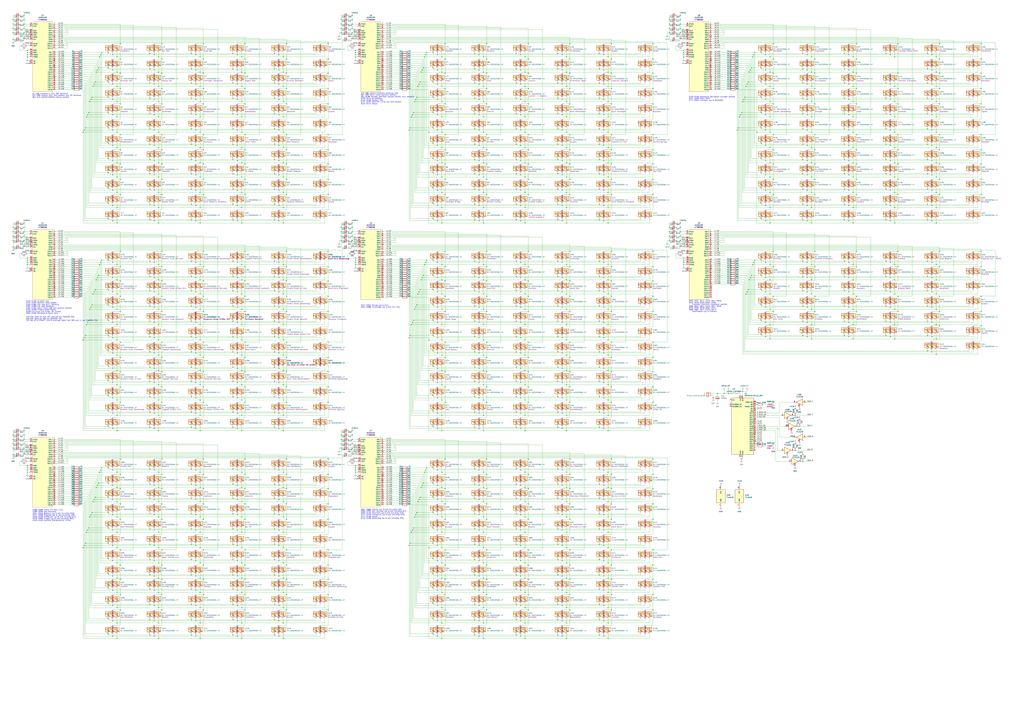
<source format=kicad_sch>
(kicad_sch (version 20250114) (generator "eeschema") (generator_version "9.0")
  (paper "A0")
  (text "D145-D150: Wyndham Vale\nD151-D162: Southern Cross Station\nD163-D180: City Loop (excl. Northern)\nD181-D186: City Loop (Northern)\nD187-D192: Metro Tunnel (CBD and southern section)\nD193-D199: Flinders Street Station\nD200: City Circle (via Clifton Hill tunnel)\nD201-D216: Richmond & South Yarra\n\nAlternate lights for FGS, MCE and PAR are TOWARDS SSS.\nAlternate lights for SSS are TOWARDS FSS.\nFSS has NO ALTERNATE LIGHTS; alternate lights from RMD and JLI are TOWARDS FSS." (exclude_from_sim yes) (at 30.226 361.188 0) (effects (font (size 1.27 1.27)) (justify left)))
  (text "D289-D298: Clifton Hill (excl. CHL)\nD299-D300: East Richmond\nD301-D316: Belgrave (up to and excluding RWD)\nD317-D338: Ringwood (up to and excluding CAM)\nD339-D348: Camberwell (up to and including BLY)\nD349-D356: Lilydale (up to and excluding RWD)\nD429-D432: Caulfield (Dandenong & V/Line)" (at 37.846 598.678 0) (effects (font (size 1.27 1.27)) (justify left)))
  (text "D433-D450: Dandenong (Springvale-Carnegie section)\nD451-D469: Stony Point\nD471-D504: Frankston (up to Bentleigh)" (at 799.846 114.554 0) (effects (font (size 1.27 1.27)) (justify left)))
  (text "D357-D368: Alamein (up to and excluding CAM)\nD369-D392: Glen Waverley (up to and excluding BLY)\nD393-D410: Pakenham (up to and excluding HLM)\nD411-D416: Cranbourne (up to and excluding DNG)\nD417-D418: Hallam\nD419-D428: Dandenong (up to and including SPG)" (at 418.846 597.154 0) (effects (font (size 1.27 1.27)) (justify left)))
  (text "D1-D36: Craigieburn (incl. NME Northern)\nD37-D60: Sunbury (incl. SUN Northern and FSY Northern)\nD61-D72: Upfield (Upfield-Coburg section)" (at 37.592 110.998 0) (effects (font (size 1.27 1.27)) (justify left)))
  (text "D217-D252: Mernda (up to CHL)\nD253-D288: Hurstbridge (up to and incl. CHL)" (at 418.846 355.854 0) (effects (font (size 1.27 1.27)) (justify left)))
  (text "D73-D86: Upfield (Moreland-Macaulay half)\nD87-D90: Metro Tunnel (northern section)\nD91-D108: Werribee (Werribee-Newport section, excl. Newport)\nD109-D114: Williamstown\nD115-D126: Newport lines\nD127-D132: SUN+FSY V/Line and NME Newport\nD133-D144: Melton" (at 418.846 114.554 0) (effects (font (size 1.27 1.27)) (justify left)))
  (text "D505-D507, D511-D513, D517-D519,\nD523-D525, D529-D531, D535:\n    Frankston (McKinnon-Hawksburn section)\nD536-D537, D541-D543, D547-D549,\nD553-D555, D559-D561, D515,\nD565-D567, D571-D573, D514:\n    Sandringham (up to Prahran)\n" (at 799.846 355.854 0) (effects (font (size 1.27 1.27)) (justify left)))
  (junction (at 599.44 185.42))
  (junction (at 270.51 461.01))
  (junction (at 561.34 118.11))
  (junction (at 1076.96 96.52))
  (junction (at 105.41 115.57))
  (junction (at 980.44 237.49))
  (junction (at 652.78 97.79))
  (junction (at 695.96 684.53))
  (junction (at 106.68 113.03))
  (junction (at 894.08 393.7))
  (junction (at 275.59 580.39))
  (junction (at 227.33 462.28))
  (junction (at 980.44 185.42))
  (junction (at 565.15 50.8))
  (junction (at 1076.96 355.6))
  (junction (at 599.44 201.93))
  (junction (at 1033.78 391.16))
  (junction (at 513.08 66.04))
  (junction (at 994.41 102.87))
  (junction (at 328.93 654.05))
  (junction (at 894.08 66.04))
  (junction (at 270.51 579.12))
  (junction (at 872.49 320.04))
  (junction (at 408.94 500.38))
  (junction (at 135.89 135.89))
  (junction (at 15.24 38.1))
  (junction (at 661.67 309.88))
  (junction (at 184.15 412.75))
  (junction (at 604.52 304.8))
  (junction (at 179.07 374.65))
  (junction (at 516.89 120.65))
  (junction (at 1087.12 359.41))
  (junction (at 923.29 523.24))
  (junction (at 706.12 359.41))
  (junction (at 599.44 373.38))
  (junction (at 27.94 510.54))
  (junction (at 942.34 307.34))
  (junction (at 613.41 673.1))
  (junction (at 942.34 83.82))
  (junction (at 15.24 274.32))
  (junction (at 609.6 325.12))
  (junction (at 652.78 304.8))
  (junction (at 125.73 718.82))
  (junction (at 657.86 582.93))
  (junction (at 551.18 219.71))
  (junction (at 222.25 702.31))
  (junction (at 793.75 60.96))
  (junction (at 111.76 325.12))
  (junction (at 513.08 171.45))
  (junction (at 227.33 203.2))
  (junction (at 695.96 579.12))
  (junction (at 135.89 654.05))
  (junction (at 709.93 173.99))
  (junction (at 661.67 415.29))
  (junction (at 990.6 100.33))
  (junction (at 604.52 546.1))
  (junction (at 695.96 478.79))
  (junction (at 661.67 85.09))
  (junction (at 109.22 580.39))
  (junction (at 937.26 238.76))
  (junction (at 227.33 546.1))
  (junction (at 381 467.36))
  (junction (at 412.75 66.04))
  (junction (at 701.04 427.99))
  (junction (at 652.78 480.06))
  (junction (at 280.67 582.93))
  (junction (at 381 50.8))
  (junction (at 946.15 156.21))
  (junction (at 777.24 38.1))
  (junction (at 609.6 394.97))
  (junction (at 695.96 237.49))
  (junction (at 980.44 321.31))
  (junction (at 318.77 461.01))
  (junction (at 115.57 66.04))
  (junction (at 652.78 615.95))
  (junction (at 187.96 344.17))
  (junction (at 513.08 377.19))
  (junction (at 556.26 615.95))
  (junction (at 487.68 577.85))
  (junction (at 187.96 120.65))
  (junction (at 227.33 115.57))
  (junction (at 502.92 148.59))
  (junction (at 647.7 201.93))
  (junction (at 502.92 561.34))
  (junction (at 187.96 708.66))
  (junction (at 897.89 361.95))
  (junction (at 516.89 567.69))
  (junction (at 318.77 562.61))
  (junction (at 706.12 654.05))
  (junction (at 883.92 320.04))
  (junction (at 604.52 238.76))
  (junction (at 318.77 321.31))
  (junction (at 270.51 668.02))
  (junction (at 328.93 83.82))
  (junction (at 604.52 81.28))
  (junction (at 275.59 63.5))
  (junction (at 897.89 156.21))
  (junction (at 270.51 219.71))
  (junction (at 323.85 133.35))
  (junction (at 179.07 97.79))
  (junction (at 647.7 391.16))
  (junction (at 232.41 307.34))
  (junction (at 179.07 739.14))
  (junction (at 609.6 341.63))
  (junction (at 565.15 156.21))
  (junction (at 284.48 690.88))
  (junction (at 889 151.13))
  (junction (at 706.12 671.83))
  (junction (at 866.14 100.33))
  (junction (at 604.52 598.17))
  (junction (at 599.44 650.24))
  (junction (at 894.08 100.33))
  (junction (at 657.86 447.04))
  (junction (at 125.73 302.26))
  (junction (at 270.51 80.01))
  (junction (at 412.75 302.26))
  (junction (at 551.18 149.86))
  (junction (at 381 309.88))
  (junction (at 695.96 303.53))
  (junction (at 609.6 259.08))
  (junction (at 701.04 186.69))
  (junction (at 758.19 397.51))
  (junction (at 179.07 168.91))
  (junction (at 932.18 255.27))
  (junction (at 15.24 264.16))
  (junction (at 270.51 702.31))
  (junction (at 789.94 33.02))
  (junction (at 492.76 307.34))
  (junction (at 661.67 603.25))
  (junction (at 942.34 223.52))
  (junction (at 556.26 304.8))
  (junction (at 487.68 95.25))
  (junction (at 609.6 688.34))
  (junction (at 381 85.09))
  (junction (at 139.7 173.99))
  (junction (at 508 685.8))
  (junction (at 701.04 168.91))
  (junction (at 701.04 151.13))
  (junction (at 179.07 356.87))
  (junction (at 27.94 17.78))
  (junction (at 222.25 185.42))
  (junction (at 695.96 562.61))
  (junction (at 613.41 85.09))
  (junction (at 1082.04 151.13))
  (junction (at 31.75 546.1))
  (junction (at 318.77 668.02))
  (junction (at 135.89 189.23))
  (junction (at 889 356.87))
  (junction (at 508 322.58))
  (junction (at 125.73 577.85))
  (junction (at 861.06 130.81))
  (junction (at 706.12 189.23))
  (junction (at 551.18 255.27))
  (junction (at 937.26 391.16))
  (junction (at 130.81 220.98))
  (junction (at 897.89 309.88))
  (junction (at 777.24 279.4))
  (junction (at 701.04 410.21))
  (junction (at 328.93 377.19))
  (junction (at 485.14 100.33))
  (junction (at 184.15 636.27))
  (junction (at 280.67 259.08))
  (junction (at 31.75 60.96))
  (junction (at 990.6 118.11))
  (junction (at 556.26 186.69))
  (junction (at 897.89 85.09))
  (junction (at 106.68 595.63))
  (junction (at 604.52 63.5))
  (junction (at 701.04 598.17))
  (junction (at 184.15 118.11))
  (junction (at 236.22 656.59))
  (junction (at 883.92 336.55))
  (junction (at 15.24 45.72))
  (junction (at 497.84 636.27))
  (junction (at 652.78 81.28))
  (junction (at 275.59 444.5))
  (junction (at 868.68 336.55))
  (junction (at 412.75 548.64))
  (junction (at 31.75 307.34))
  (junction (at 1090.93 292.1))
  (junction (at 889 81.28))
  (junction (at 599.44 684.53))
  (junction (at 706.12 600.71))
  (junction (at 130.81 374.65))
  (junction (at 604.52 427.99))
  (junction (at 332.74 449.58))
  (junction (at 894.08 325.12))
  (junction (at 894.08 83.82))
  (junction (at 408.94 38.1))
  (junction (at 701.04 721.36))
  (junction (at 1090.93 50.8))
  (junction (at 280.67 671.83))
  (junction (at 184.15 241.3))
  (junction (at 980.44 355.6))
  (junction (at 873.76 307.34))
  (junction (at 280.67 600.71))
  (junction (at 869.95 83.82))
  (junction (at 502.92 595.63))
  (junction (at 609.6 654.05))
  (junction (at 173.99 443.23))
  (junction (at 508 633.73))
  (junction (at 657.86 500.38))
  (junction (at 508 546.1))
  (junction (at 323.85 480.06))
  (junction (at 565.15 415.29))
  (junction (at 232.41 600.71))
  (junction (at 855.98 151.13))
  (junction (at 130.81 444.5))
  (junction (at 179.07 81.28))
  (junction (at 1076.96 132.08))
  (junction (at 280.67 636.27))
  (junction (at 284.48 68.58))
  (junction (at 130.81 633.73))
  (junction (at 508 186.69))
  (junction (at 556.26 721.36))
  (junction (at 508 238.76))
  (junction (at 561.34 500.38))
  (junction (at 604.52 444.5))
  (junction (at 1082.04 63.5))
  (junction (at 125.73 184.15))
  (junction (at 173.99 373.38))
  (junction (at 1139.19 156.21))
  (junction (at 561.34 223.52))
  (junction (at 222.25 496.57))
  (junction (at 657.86 688.34))
  (junction (at 508 444.5))
  (junction (at 932.18 373.38))
  (junction (at 482.6 356.87))
  (junction (at 609.6 706.12))
  (junction (at 27.94 515.62))
  (junction (at 125.73 701.04))
  (junction (at 701.04 685.8))
  (junction (at 793.75 58.42))
  (junction (at 284.48 708.66))
  (junction (at 661.67 102.87))
  (junction (at 937.26 356.87))
  (junction (at 332.74 173.99))
  (junction (at 609.6 412.75))
  (junction (at 179.07 563.88))
  (junction (at 15.24 287.02))
  (junction (at 652.78 256.54))
  (junction (at 777.24 33.02))
  (junction (at 118.11 60.96))
  (junction (at 599.44 426.72))
  (junction (at 604.52 580.39))
  (junction (at 565.15 120.65))
  (junction (at 513.08 241.3))
  (junction (at 789.94 22.86))
  (junction (at 1076.96 303.53))
  (junction (at 652.78 392.43))
  (junction (at 565.15 102.87))
  (junction (at 381 690.88))
  (junction (at 130.81 580.39))
  (junction (at 494.03 63.5))
  (junction (at 565.15 226.06))
  (junction (at 318.77 337.82))
  (junction (at 130.81 598.17))
  (junction (at 173.99 426.72))
  (junction (at 599.44 579.12))
  (junction (at 551.18 391.16))
  (junction (at 332.74 292.1))
  (junction (at 652.78 374.65))
  (junction (at 284.48 292.1))
  (junction (at 657.86 189.23))
  (junction (at 516.89 449.58))
  (junction (at 125.73 372.11))
  (junction (at 1087.12 153.67))
  (junction (at 381 190.5))
  (junction (at 758.19 567.69))
  (junction (at 227.33 633.73))
  (junction (at 647.7 614.68))
  (junction (at 599.44 355.6))
  (junction (at 125.73 441.96))
  (junction (at 516.89 102.87))
  (junction (at 125.73 148.59))
  (junction (at 604.52 322.58))
  (junction (at 323.85 322.58))
  (junction (at 647.7 443.23))
  (junction (at 485.14 341.63))
  (junction (at 990.6 241.3))
  (junction (at 232.41 671.83))
  (junction (at 502.92 372.11))
  (junction (at 609.6 636.27))
  (junction (at 889 256.54))
  (junction (at 599.44 496.57))
  (junction (at 139.7 292.1))
  (junction (at 758.19 361.95))
  (junction (at 777.24 27.94))
  (junction (at 184.15 100.33))
  (junction (at 985.52 356.87))
  (junction (at 179.07 669.29))
  (junction (at 184.15 654.05))
  (junction (at 706.12 118.11))
  (junction (at 323.85 356.87))
  (junction (at 946.15 226.06))
  (junction (at 381 120.65))
  (junction (at 561.34 654.05))
  (junction (at 1028.7 114.3))
  (junction (at 130.81 739.14))
  (junction (at 113.03 81.28))
  (junction (at 561.34 548.64))
  (junction (at 551.18 737.87))
  (junction (at 328.93 582.93))
  (junction (at 706.12 325.12))
  (junction (at 476.25 148.59))
  (junction (at 101.6 374.65))
  (junction (at 613.41 708.66))
  (junction (at 232.41 636.27))
  (junction (at 502.92 236.22))
  (junction (at 275.59 168.91))
  (junction (at 1076.96 407.67))
  (junction (at 706.12 741.68))
  (junction (at 130.81 703.58))
  (junction (at 604.52 374.65))
  (junction (at 494.03 546.1))
  (junction (at 412.75 58.42))
  (junction (at 109.22 339.09))
  (junction (at 661.67 585.47))
  (junction (at 227.33 739.14))
  (junction (at 556.26 563.88))
  (junction (at 613.41 120.65))
  (junction (at 494.03 304.8))
  (junction (at 613.41 415.29))
  (junction (at 565.15 173.99))
  (junction (at 701.04 238.76))
  (junction (at 232.41 447.04))
  (junction (at 652.78 133.35))
  (junction (at 222.25 579.12))
  (junction (at 609.6 500.38))
  (junction (at 116.84 63.5))
  (junction (at 609.6 377.19))
  (junction (at 332.74 208.28))
  (junction (at 923.29 482.6))
  (junction (at 661.67 533.4))
  (junction (at 1139.19 102.87))
  (junction (at 513.08 325.12))
  (junction (at 561.34 171.45))
  (junction (at 408.94 269.24))
  (junction (at 328.93 171.45))
  (junction (at 173.99 684.53))
  (junction (at 647.7 478.79))
  (junction (at 1090.93 85.09))
  (junction (at 332.74 156.21))
  (junction (at 647.7 596.9))
  (junction (at 647.7 461.01))
  (junction (at 980.44 149.86))
  (junction (at 883.92 388.62))
  (junction (at 236.22 690.88))
  (junction (at 932.18 389.89))
  (junction (at 706.12 66.04))
  (junction (at 323.85 115.57))
  (junction (at 1082.04 408.94))
  (junction (at 227.33 685.8))
  (junction (at 990.6 66.04))
  (junction (at 657.86 325.12))
  (junction (at 116.84 546.1))
  (junction (at 985.52 391.16))
  (junction (at 599.44 219.71))
  (junction (at 1038.86 135.89))
  (junction (at 1090.93 344.17))
  (junction (at 985.52 81.28))
  (junction (at 485.14 582.93))
  (junction (at 897.89 344.17))
  (junction (at 502.92 113.03))
  (junction (at 561.34 394.97))
  (junction (at 706.12 430.53))
  (junction (at 1090.93 309.88))
  (junction (at 318.77 426.72))
  (junction (at 483.87 113.03))
  (junction (at 1033.78 186.69))
  (junction (at 270.51 114.3))
  (junction (at 502.92 389.89))
  (junction (at 599.44 596.9))
  (junction (at 883.92 236.22))
  (junction (at 318.77 96.52))
  (junction (at 502.92 648.97))
  (junction (at 27.94 33.02))
  (junction (at 709.93 344.17))
  (junction (at 187.96 415.29))
  (junction (at 280.67 566.42))
  (junction (at 1082.04 186.69))
  (junction (at 661.67 638.81))
  (junction (at 657.86 464.82))
  (junction (at 604.52 168.91))
  (junction (at 275.59 374.65))
  (junction (at 652.78 546.1))
  (junction (at 275.59 186.69))
  (junction (at 897.89 102.87))
  (junction (at 381 156.21))
  (junction (at 318.77 443.23))
  (junction (at 561.34 482.6))
  (junction (at 701.04 651.51))
  (junction (at 706.12 636.27))
  (junction (at 332.74 467.36))
  (junction (at 613.41 292.1))
  (junction (at 109.22 97.79))
  (junction (at 758.19 585.47))
  (junction (at 125.73 389.89))
  (junction (at 130.81 721.36))
  (junction (at 652.78 444.5))
  (junction (at 1087.12 341.63))
  (junction (at 125.73 113.03))
  (junction (at 323.85 63.5))
  (junction (at 657.86 205.74))
  (junction (at 661.67 708.66))
  (junction (at 179.07 546.1))
  (junction (at 1028.7 321.31))
  (junction (at 474.98 633.73))
  (junction (at 516.89 190.5))
  (junction (at 604.52 133.35))
  (junction (at 508 392.43))
  (junction (at 709.93 673.1))
  (junction (at 706.12 566.42))
  (junction (at 883.92 130.81))
  (junction (at 232.41 83.82))
  (junction (at 647.7 337.82))
  (junction (at 1076.96 337.82))
  (junction (at 1082.04 168.91))
  (junction (at 516.89 638.81))
  (junction (at 232.41 548.64))
  (junction (at 125.73 166.37))
  (junction (at 1090.93 102.87))
  (junction (at 980.44 114.3))
  (junction (at 661.67 156.21))
  (junction (at 758.19 449.58))
  (junction (at 871.22 81.28))
  (junction (at 184.15 205.74))
  (junction (at 270.51 544.83))
  (junction (at 332.74 102.87))
  (junction (at 709.93 292.1))
  (junction (at 758.19 673.1))
  (junction (at 318.77 478.79))
  (junction (at 701.04 374.65))
  (junction (at 222.25 355.6))
  (junction (at 412.75 307.34))
  (junction (at 551.18 596.9))
  (junction (at 985.52 304.8))
  (junction (at 695.96 650.24))
  (junction (at 609.6 307.34))
  (junction (at 706.12 500.38))
  (junction (at 187.96 226.06))
  (junction (at 27.94 264.16))
  (junction (at 508 427.99))
  (junction (at 1042.67 85.09))
  (junction (at 502.92 701.04))
  (junction (at 135.89 548.64))
  (junction (at 135.89 205.74))
  (junction (at 236.22 102.87))
  (junction (at 513.08 223.52))
  (junction (at 599.44 544.83))
  (junction (at 613.41 656.59))
  (junction (at 1028.7 373.38))
  (junction (at 232.41 135.89))
  (junction (at 1076.96 167.64))
  (junction (at 222.25 237.49))
  (junction (at 280.67 153.67))
  (junction (at 280.67 706.12))
  (junction (at 647.7 496.57))
  (junction (at 105.41 356.87))
  (junction (at 932.18 303.53))
  (junction (at 1033.78 374.65))
  (junction (at 609.6 582.93))
  (junction (at 187.96 431.8))
  (junction (at 477.52 618.49))
  (junction (at 551.18 544.83))
  (junction (at 130.81 186.69))
  (junction (at 706.12 618.49))
  (junction (at 1090.93 173.99))
  (junction (at 102.87 372.11))
  (junction (at 878.84 153.67))
  (junction (at 502.92 477.52))
  (junction (at 613.41 309.88))
  (junction (at 31.75 299.72))
  (junction (at 280.67 394.97))
  (junction (at 652.78 427.99))
  (junction (at 323.85 546.1))
  (junction (at 556.26 220.98))
  (junction (at 502.92 60.96))
  (junction (at 284.48 656.59))
  (junction (at 516.89 690.88))
  (junction (at 270.51 720.09))
  (junction (at 556.26 410.21))
  (junction (at 130.81 256.54))
  (junction (at 932.18 185.42))
  (junction (at 232.41 359.41))
  (junction (at 179.07 721.36))
  (junction (at 130.81 133.35))
  (junction (at 179.07 256.54))
  (junction (at 332.74 533.4))
  (junction (at 613.41 431.8))
  (junction (at 1082.04 133.35))
  (junction (at 758.19 102.87))
  (junction (at 758.19 467.36))
  (junction (at 604.52 186.69))
  (junction (at 332.74 120.65))
  (junction (at 871.22 322.58))
  (junction (at 476.25 389.89))
  (junction (at 1087.12 241.3))
  (junction (at 661.67 50.8))
  (junction (at 508 374.65))
  (junction (at 946.15 50.8))
  (junction (at 139.7 68.58))
  (junction (at 990.6 135.89))
  (junction (at 661.67 567.69))
  (junction (at 942.34 153.67))
  (junction (at 599.44 668.02))
  (junction (at 994.41 309.88))
  (junction (at 139.7 226.06))
  (junction (at 27.94 520.7))
  (junction (at 332.74 309.88))
  (junction (at 556.26 115.57))
  (junction (at 280.67 135.89))
  (junction (at 789.94 264.16))
  (junction (at 758.19 533.4))
  (junction (at 318.77 237.49))
  (junction (at 897.89 68.58))
  (junction (at 139.7 208.28))
  (junction (at 275.59 220.98))
  (junction (at 897.89 173.99))
  (junction (at 709.93 156.21))
  (junction (at 516.89 603.25))
  (junction (at 495.3 543.56))
  (junction (at 613.41 50.8))
  (junction (at 604.52 97.79))
  (junction (at 1042.67 50.8))
  (junction (at 236.22 226.06))
  (junction (at 270.51 167.64))
  (junction (at 758.19 226.06))
  (junction (at 866.14 341.63))
  (junction (at 107.95 341.63))
  (junction (at 657.86 482.6))
  (junction (at 130.81 115.57))
  (junction (at 657.86 723.9))
  (junction (at 508 115.57))
  (junction (at 561.34 377.19))
  (junction (at 652.78 721.36))
  (junction (at 652.78 462.28))
  (junction (at 932.18 149.86))
  (junction (at 270.51 373.38))
  (junction (at 1042.67 361.95))
  (junction (at 125.73 561.34))
  (junction (at 135.89 430.53))
  (junction (at 232.41 100.33))
  (junction (at 502.92 441.96))
  (junction (at 701.04 563.88))
  (junction (at 657.86 100.33))
  (junction (at 184.15 377.19))
  (junction (at 994.41 361.95))
  (junction (at 139.7 309.88))
  (junction (at 184.15 83.82))
  (junction (at 480.06 130.81))
  (junction (at 1076.96 321.31))
  (junction (at 227.33 81.28))
  (junction (at 280.67 618.49))
  (junction (at 284.48 567.69))
  (junction (at 706.12 723.9))
  (junction (at 661.67 68.58))
  (junction (at 657.86 259.08))
  (junction (at 513.08 500.38))
  (junction (at 758.19 173.99))
  (junction (at 894.08 259.08))
  (junction (at 1038.86 66.04))
  (junction (at 323.85 256.54))
  (junction (at 661.67 344.17))
  (junction (at 706.12 341.63))
  (junction (at 130.81 546.1))
  (junction (at 985.52 186.69))
  (junction (at 135.89 482.6))
  (junction (at 932.18 114.3))
  (junction (at 270.51 185.42))
  (junction (at 179.07 151.13))
  (junction (at 985.52 256.54))
  (junction (at 657.86 66.04))
  (junction (at 125.73 477.52))
  (junction (at 502.92 130.81))
  (junction (at 139.7 585.47))
  (junction (at 894.08 118.11))
  (junction (at 657.86 341.63))
  (junction (at 187.96 551.18))
  (junction (at 323.85 392.43))
  (junction (at 613.41 226.06))
  (junction (at 565.15 208.28))
  (junction (at 110.49 577.85))
  (junction (at 27.94 500.38))
  (junction (at 1139.19 361.95))
  (junction (at 323.85 563.88))
  (junction (at 942.34 259.08))
  (junction (at 135.89 688.34))
  (junction (at 516.89 431.8))
  (junction (at 604.52 497.84))
  (junction (at 513.08 83.82))
  (junction (at 556.26 151.13))
  (junction (at 125.73 200.66))
  (junction (at 236.22 292.1))
  (junction (at 647.7 321.31))
  (junction (at 695.96 355.6))
  (junction (at 508 580.39))
  (junction (at 599.44 167.64))
  (junction (at 652.78 115.57))
  (junction (at 222.25 337.82))
  (junction (at 275.59 133.35))
  (junction (at 179.07 339.09))
  (junction (at 883.92 113.03))
  (junction (at 604.52 392.43))
  (junction (at 502.92 354.33))
  (junction (at 1033.78 356.87))
  (junction (at 516.89 292.1))
  (junction (at 709.93 208.28))
  (junction (at 227.33 168.91))
  (junction (at 1082.04 203.2))
  (junction (at 280.67 66.04))
  (junction (at 270.51 478.79))
  (junction (at 883.92 218.44))
  (junction (at 793.75 299.72))
  (junction (at 187.96 309.88))
  (junction (at 318.77 149.86))
  (junction (at 284.48 120.65))
  (junction (at 502.92 543.56))
  (junction (at 609.6 741.68))
  (junction (at 661.67 690.88))
  (junction (at 227.33 651.51))
  (junction (at 604.52 339.09))
  (junction (at 647.7 237.49))
  (junction (at 486.41 580.39))
  (junction (at 328.93 618.49))
  (junction (at 502.92 683.26))
  (junction (at 1028.7 96.52))
  (junction (at 284.48 638.81))
  (junction (at 701.04 97.79))
  (junction (at 937.26 133.35))
  (junction (at 173.99 478.79))
  (junction (at 551.18 720.09))
  (junction (at 232.41 430.53))
  (junction (at 758.19 68.58))
  (junction (at 565.15 533.4))
  (junction (at 661.67 673.1))
  (junction (at 556.26 97.79))
  (junction (at 275.59 651.51))
  (junction (at 869.95 325.12))
  (junction (at 1087.12 411.48))
  (junction (at 647.7 544.83))
  (junction (at 31.75 304.8))
  (junction (at 556.26 256.54))
  (junction (at 187.96 50.8))
  (junction (at 889 133.35))
  (junction (at 381 708.66))
  (junction (at 695.96 737.87))
  (junction (at 609.6 566.42))
  (junction (at 657.86 359.41))
  (junction (at 187.96 397.51))
  (junction (at 270.51 632.46))
  (junction (at 130.81 63.5))
  (junction (at 758.19 551.18))
  (junction (at 946.15 344.17))
  (junction (at 130.81 81.28))
  (junction (at 1090.93 208.28))
  (junction (at 551.18 650.24))
  (junction (at 284.48 603.25))
  (junction (at 932.18 96.52))
  (junction (at 863.6 115.57))
  (junction (at 1076.96 219.71))
  (junction (at 491.49 78.74))
  (junction (at 604.52 203.2))
  (junction (at 184.15 171.45))
  (junction (at 184.15 618.49))
  (junction (at 513.08 464.82))
  (junction (at 556.26 462.28))
  (junction (at 599.44 461.01))
  (junction (at 695.96 167.64))
  (junction (at 275.59 685.8))
  (junction (at 652.78 598.17))
  (junction (at 502.92 736.6))
  (junction (at 135.89 741.68))
  (junction (at 323.85 168.91))
  (junction (at 556.26 374.65))
  (junction (at 513.08 548.64))
  (junction (at 381 326.39))
  (junction (at 701.04 356.87))
  (junction (at 474.98 392.43))
  (junction (at 706.12 241.3))
  (junction (at 872.49 78.74))
  (junction (at 565.15 690.88))
  (junction (at 897.89 190.5))
  (junction (at 396.24 22.86))
  (junction (at 412.75 546.1))
  (junction (at 135.89 259.08))
  (junction (at 508 256.54))
  (junction (at 222.25 632.46))
  (junction (at 551.18 185.42))
  (junction (at 613.41 102.87))
  (junction (at 328.93 706.12))
  (junction (at 1087.12 118.11))
  (junction (at 332.74 85.09))
  (junction (at 318.77 185.42))
  (junction (at 551.18 632.46))
  (junction (at 695.96 443.23))
  (junction (at 332.74 603.25))
  (junction (at 408.94 22.86))
  (junction (at 942.34 100.33))
  (junction (at 179.07 580.39))
  (junction (at 508 739.14))
  (junction (at 990.6 393.7))
  (junction (at 861.06 533.4))
  (junction (at 125.73 648.97))
  (junction (at 130.81 203.2))
  (junction (at 894.08 205.74))
  (junction (at 222.25 408.94))
  (junction (at 227.33 151.13))
  (junction (at 408.94 279.4))
  (junction (at 328.93 671.83))
  (junction (at 318.77 614.68))
  (junction (at 502.92 218.44))
  (junction (at 227.33 615.95))
  (junction (at 1038.86 100.33))
  (junction (at 110.49 336.55))
  (junction (at 284.48 673.1))
  (junction (at 758.19 656.59))
  (junction (at 1028.7 255.27))
  (junction (at 556.26 598.17))
  (junction (at 381 567.69))
  (junction (at 695.96 62.23))
  (junction (at 488.95 83.82))
  (junction (at 758.19 50.8))
  (junction (at 647.7 737.87))
  (junction (at 897.89 50.8))
  (junction (at 701.04 497.84))
  (junction (at 706.12 706.12))
  (junction (at 502.92 320.04))
  (junction (at 270.51 391.16))
  (junction (at 508 356.87))
  (junction (at 994.41 156.21))
  (junction (at 222.25 219.71))
  (junction (at 599.44 62.23))
  (junction (at 227.33 374.65))
  (junction (at 232.41 688.34))
  (junction (at 604.52 256.54))
  (junction (at 701.04 546.1))
  (junction (at 184.15 723.9))
  (junction (at 937.26 81.28))
  (junction (at 937.26 115.57))
  (junction (at 222.25 614.68))
  (junction (at 706.12 259.08))
  (junction (at 657.86 600.71))
  (junction (at 946.15 68.58))
  (junction (at 565.15 190.5))
  (junction (at 275.59 480.06))
  (junction (at 894.08 135.89))
  (junction (at 980.44 337.82))
  (junction (at 187.96 673.1))
  (junction (at 492.76 548.64))
  (junction (at 513.08 482.6))
  (junction (at 657.86 83.82))
  (junction (at 173.99 337.82))
  (junction (at 173.99 720.09))
  (junction (at 318.77 373.38))
  (junction (at 1076.96 389.89))
  (junction (at 513.08 447.04))
  (junction (at 1082.04 256.54))
  (junction (at 565.15 467.36))
  (junction (at 1082.04 356.87))
  (junction (at 990.6 223.52))
  (junction (at 284.48 173.99))
  (junction (at 381 397.51))
  (junction (at 130.81 304.8))
  (junction (at 275.59 356.87))
  (junction (at 125.73 631.19))
  (junction (at 227.33 220.98))
  (junction (at 758.19 208.28))
  (junction (at 652.78 563.88))
  (junction (at 701.04 669.29))
  (junction (at 609.6 430.53))
  (junction (at 647.7 80.01))
  (junction (at 236.22 397.51))
  (junction (at 323.85 186.69))
  (junction (at 381 585.47))
  (junction (at 777.24 22.86))
  (junction (at 937.26 304.8))
  (junction (at 236.22 173.99))
  (junction (at 709.93 397.51))
  (junction (at 275.59 322.58))
  (junction (at 985.52 339.09))
  (junction (at 556.26 739.14))
  (junction (at 502.92 166.37))
  (junction (at 599.44 737.87))
  (junction (at 179.07 133.35))
  (junction (at 100.33 377.19))
  (junction (at 706.12 307.34))
  (junction (at 275.59 392.43))
  (junction (at 490.22 322.58))
  (junction (at 270.51 201.93))
  (junction (at 647.7 684.53))
  (junction (at 1038.86 341.63))
  (junction (at 551.18 96.52))
  (junction (at 551.18 303.53))
  (junction (at 173.99 219.71))
  (junction (at 318.77 132.08))
  (junction (at 480.06 372.11))
  (junction (at 565.15 68.58))
  (junction (at 833.12 457.2))
  (junction (at 932.18 337.82))
  (junction (at 280.67 189.23))
  (junction (at 502.92 302.26))
  (junction (at 709.93 585.47))
  (junction (at 758.19 120.65))
  (junction (at 1042.67 120.65))
  (junction (at 994.41 226.06))
  (junction (at 232.41 741.68))
  (junction (at 100.33 618.49))
  (junction (at 942.34 359.41))
  (junction (at 270.51 303.53))
  (junction (at 236.22 567.69))
  (junction (at 647.7 303.53))
  (junction (at 883.92 184.15))
  (junction (at 706.12 447.04))
  (junction (at 502.92 95.25))
  (junction (at 139.7 673.1))
  (junction (at 647.7 426.72))
  (junction (at 613.41 449.58))
  (junction (at 232.41 482.6))
  (junction (at 706.12 83.82))
  (junction (at 135.89 377.19))
  (junction (at 139.7 656.59))
  (junction (at 513.08 135.89))
  (junction (at 1139.19 309.88))
  (junction (at 232.41 582.93))
  (junction (at 513.08 307.34))
  (junction (at 227.33 669.29))
  (junction (at 323.85 497.84))
  (junction (at 184.15 741.68))
  (junction (at 236.22 190.5))
  (junction (at 990.6 189.23))
  (junction (at 222.25 149.86))
  (junction (at 332.74 361.95))
  (junction (at 184.15 259.08))
  (junction (at 31.75 66.04))
  (junction (at 125.73 236.22))
  (junction (at 318.77 62.23))
  (junction (at 942.34 66.04))
  (junction (at 222.25 80.01))
  (junction (at 99.06 148.59))
  (junction (at 897.89 292.1))
  (junction (at 695.96 461.01))
  (junction (at 284.48 326.39))
  (junction (at 613.41 603.25))
  (junction (at 135.89 500.38))
  (junction (at 1028.7 149.86))
  (junction (at 990.6 171.45))
  (junction (at 139.7 85.09))
  (junction (at 115.57 548.64))
  (junction (at 701.04 203.2))
  (junction (at 556.26 669.29))
  (junction (at 478.79 133.35))
  (junction (at 173.99 96.52))
  (junction (at 652.78 703.58))
  (junction (at 894.08 241.3))
  (junction (at 139.7 533.4))
  (junction (at 706.12 482.6))
  (junction (at 232.41 394.97))
  (junction (at 565.15 397.51))
  (junction (at 661.67 173.99))
  (junction (at 932.18 201.93))
  (junction (at 31.75 543.56))
  (junction (at 652.78 238.76))
  (junction (at 328.93 394.97))
  (junction (at 932.18 167.64))
  (junction (at 652.78 633.73))
  (junction (at 561.34 153.67))
  (junction (at 556.26 322.58))
  (junction (at 474.98 151.13))
  (junction (at 1139.19 344.17))
  (junction (at 173.99 408.94))
  (junction (at 932.18 219.71))
  (junction (at 937.26 339.09))
  (junction (at 323.85 238.76))
  (junction (at 1038.86 153.67))
  (junction (at 408.94 17.78))
  (junction (at 876.3 60.96))
  (junction (at 139.7 50.8))
  (junction (at 396.24 38.1))
  (junction (at 647.7 650.24))
  (junction (at 125.73 407.67))
  (junction (at 706.12 688.34))
  (junction (at 556.26 427.99))
  (junction (at 227.33 97.79))
  (junction (at 15.24 269.24))
  (junction (at 482.6 598.17))
  (junction (at 985.52 322.58))
  (junction (at 985.52 115.57))
  (junction (at 408.94 510.54))
  (junction (at 96.52 636.27))
  (junction (at 139.7 120.65))
  (junction (at 135.89 153.67))
  (junction (at 613.41 638.81))
  (junction (at 551.18 461.01))
  (junction (at 985.52 238.76))
  (junction (at 1042.67 156.21))
  (junction (at 332.74 656.59))
  (junction (at 332.74 68.58))
  (junction (at 1042.67 292.1))
  (junction (at 565.15 585.47))
  (junction (at 222.25 720.09))
  (junction (at 408.94 259.08))
  (junction (at 661.67 431.8))
  (junction (at 1033.78 168.91))
  (junction (at 173.99 562.61))
  (junction (at 862.33 118.11))
  (junction (at 561.34 259.08))
  (junction (at 107.95 582.93))
  (junction (at 942.34 325.12))
  (junction (at 328.93 548.64))
  (junction (at 932.18 132.08))
  (junction (at 280.67 341.63))
  (junction (at 232.41 500.38))
  (junction (at 613.41 344.17))
  (junction (at 661.67 292.1))
  (junction (at 1042.67 309.88))
  (junction (at 561.34 706.12))
  (junction (at 227.33 392.43))
  (junction (at 701.04 115.57))
  (junction (at 502.92 254))
  (junction (at 709.93 567.69))
  (junction (at 556.26 633.73))
  (junction (at 604.52 151.13))
  (junction (at 104.14 359.41))
  (junction (at 101.6 133.35))
  (junction (at 1139.19 226.06))
  (junction (at 709.93 533.4))
  (junction (at 894.08 341.63))
  (junction (at 1033.78 304.8))
  (junction (at 695.96 149.86))
  (junction (at 236.22 533.4))
  (junction (at 323.85 598.17))
  (junction (at 318.77 702.31))
  (junction (at 130.81 480.06))
  (junction (at 858.52 135.89))
  (junction (at 657.86 153.67))
  (junction (at 661.67 361.95))
  (junction (at 232.41 171.45))
  (junction (at 478.79 615.95))
  (junction (at 561.34 307.34))
  (junction (at 328.93 135.89))
  (junction (at 236.22 431.8))
  (junction (at 657.86 307.34))
  (junction (at 758.19 638.81))
  (junction (at 488.95 325.12))
  (junction (at 513.08 118.11))
  (junction (at 1076.96 373.38))
  (junction (at 513.08 259.08))
  (junction (at 701.04 220.98))
  (junction (at 125.73 354.33))
  (junction (at 280.67 325.12))
  (junction (at 513.08 153.67))
  (junction (at 875.03 63.5))
  (junction (at 187.96 690.88))
  (junction (at 502.92 459.74))
  (junction (at 516.89 344.17))
  (junction (at 565.15 567.69))
  (junction (at 187.96 156.21))
  (junction (at 604.52 563.88))
  (junction (at 222.25 737.87))
  (junction (at 652.78 685.8))
  (junction (at 1139.19 85.09))
  (junction (at 980.44 167.64))
  (junction (at 139.7 467.36))
  (junction (at 561.34 741.68))
  (junction (at 793.75 304.8))
  (junction (at 502.92 577.85))
  (junction (at 270.51 737.87))
  (junction (at 937.26 322.58))
  (junction (at 284.48 415.29))
  (junction (at 179.07 63.5))
  (junction (at 516.89 585.47))
  (junction (at 556.26 480.06))
  (junction (at 483.87 595.63))
  (junction (at 701.04 304.8))
  (junction (at 695.96 201.93))
  (junction (at 179.07 186.69))
  (junction (at 647.7 408.94))
  (junction (at 381 449.58))
  (junction (at 99.06 631.19))
  (junction (at 275.59 151.13))
  (junction (at 1082.04 304.8))
  (junction (at 604.52 356.87))
  (junction (at 284.48 190.5))
  (junction (at 280.67 741.68))
  (junction (at 139.7 690.88))
  (junction (at 502.92 495.3))
  (junction (at 561.34 359.41))
  (junction (at 280.67 548.64))
  (junction (at 179.07 410.21))
  (junction (at 318.77 544.83))
  (junction (at 695.96 114.3))
  (junction (at 709.93 68.58))
  (junction (at 894.08 171.45))
  (junction (at 184.15 464.82))
  (junction (at 495.3 60.96))
  (junction (at 179.07 220.98))
  (junction (at 280.67 377.19))
  (junction (at 227.33 304.8))
  (junction (at 236.22 467.36))
  (junction (at 551.18 114.3))
  (junction (at 789.94 27.94))
  (junction (at 1076.96 62.23))
  (junction (at 487.68 336.55))
  (junction (at 130.81 151.13))
  (junction (at 889 322.58))
  (junction (at 508 598.17))
  (junction (at 232.41 241.3))
  (junction (at 758.19 326.39))
  (junction (at 868.68 95.25))
  (junction (at 994.41 173.99))
  (junction (at 551.18 668.02))
  (junction (at 990.6 325.12))
  (junction (at 556.26 685.8))
  (junction (at 1087.12 171.45))
  (junction (at 883.92 60.96))
  (junction (at 1076.96 80.01))
  (junction (at 701.04 81.28))
  (junction (at 556.26 497.84))
  (junction (at 647.7 355.6))
  (junction (at 1082.04 339.09))
  (junction (at 875.03 304.8))
  (junction (at 758.19 690.88))
  (junction (at 706.12 548.64))
  (junction (at 516.89 467.36))
  (junction (at 609.6 671.83))
  (junction (at 173.99 544.83))
  (junction (at 513.08 566.42))
  (junction (at 599.44 255.27))
  (junction (at 270.51 408.94))
  (junction (at 647.7 167.64))
  (junction (at 661.67 397.51))
  (junction (at 187.96 173.99))
  (junction (at 599.44 149.86))
  (junction (at 561.34 205.74))
  (junction (at 125.73 130.81))
  (junction (at 270.51 96.52))
  (junction (at 565.15 431.8))
  (junction (at 179.07 444.5))
  (junction (at 994.41 50.8))
  (junction (at 551.18 321.31))
  (junction (at 652.78 580.39))
  (junction (at 481.33 118.11))
  (junction (at 125.73 683.26))
  (junction (at 275.59 703.58))
  (junction (at 328.93 153.67))
  (junction (at 222.25 668.02))
  (junction (at 508 220.98))
  (junction (at 994.41 190.5))
  (junction (at 647.7 373.38))
  (junction (at 236.22 156.21))
  (junction (at 15.24 22.86))
  (junction (at 179.07 322.58))
  (junction (at 599.44 562.61))
  (junction (at 15.24 515.62))
  (junction (at 867.41 97.79))
  (junction (at 139.7 156.21))
  (junction (at 894.08 307.34))
  (junction (at 1038.86 118.11))
  (junction (at 695.96 80.01))
  (junction (at 280.67 171.45))
  (junction (at 1038.86 359.41))
  (junction (at 1090.93 190.5))
  (junction (at 318.77 684.53))
  (junction (at 318.77 408.94))
  (junction (at 1087.12 100.33))
  (junction (at 139.7 190.5))
  (junction (at 227.33 322.58))
  (junction (at 609.6 189.23))
  (junction (at 551.18 237.49))
  (junction (at 184.15 394.97))
  (junction (at 184.15 153.67))
  (junction (at 1090.93 378.46))
  (junction (at 284.48 551.18))
  (junction (at 701.04 633.73))
  (junction (at 27.94 274.32))
  (junction (at 985.52 133.35))
  (junction (at 1042.67 102.87))
  (junction (at 508 721.36))
  (junction (at 99.06 389.89))
  (junction (at 139.7 449.58))
  (junction (at 179.07 633.73))
  (junction (at 232.41 223.52))
  (junction (at 270.51 562.61))
  (junction (at 1076.96 149.86))
  (junction (at 184.15 500.38))
  (junction (at 556.26 133.35))
  (junction (at 980.44 373.38))
  (junction (at 883.92 354.33))
  (junction (at 556.26 81.28))
  (junction (at 561.34 325.12))
  (junction (at 125.73 78.74))
  (junction (at 332.74 431.8))
  (junction (at 561.34 189.23))
  (junction (at 236.22 120.65))
  (junction (at 551.18 614.68))
  (junction (at 1028.7 337.82))
  (junction (at 701.04 63.5))
  (junction (at 502.92 78.74))
  (junction (at 275.59 256.54))
  (junction (at 1038.86 223.52))
  (junction (at 709.93 551.18))
  (junction (at 647.7 579.12))
  (junction (at 184.15 482.6))
  (junction (at 280.67 359.41))
  (junction (at 173.99 614.68))
  (junction (at 408.94 274.32))
  (junction (at 222.25 303.53))
  (junction (at 709.93 190.5))
  (junction (at 709.93 708.66))
  (junction (at 657.86 548.64))
  (junction (at 284.48 85.09))
  (junction (at 657.86 636.27))
  (junction (at 1090.93 68.58))
  (junction (at 502.92 336.55))
  (junction (at 332.74 415.29))
  (junction (at 222.25 426.72))
  (junction (at 1038.86 307.34))
  (junction (at 381 638.81))
  (junction (at 990.6 153.67))
  (junction (at 236.22 361.95))
  (junction (at 227.33 256.54))
  (junction (at 184.15 189.23))
  (junction (at 408.94 515.62))
  (junction (at 187.96 326.39))
  (junction (at 937.26 97.79))
  (junction (at 280.67 83.82))
  (junction (at 777.24 274.32))
  (junction (at 130.81 97.79))
  (junction (at 661.67 120.65))
  (junction (at 657.86 566.42))
  (junction (at 1028.7 167.64))
  (junction (at 657.86 135.89))
  (junction (at 173.99 737.87))
  (junction (at 284.48 50.8))
  (junction (at 396.24 269.24))
  (junction (at 222.25 461.01))
  (junction (at 613.41 397.51))
  (junction (at 280.67 430.53))
  (junction (at 130.81 651.51))
  (junction (at 15.24 33.02))
  (junction (at 599.44 720.09))
  (junction (at 709.93 690.88))
  (junction (at 695.96 337.82))
  (junction (at 556.26 546.1))
  (junction (at 1033.78 203.2))
  (junction (at 184.15 600.71))
  (junction (at 139.7 397.51))
  (junction (at 932.18 80.01))
  (junction (at 793.75 302.26))
  (junction (at 942.34 135.89))
  (junction (at 118.11 302.26))
  (junction (at 222.25 443.23))
  (junction (at 179.07 392.43))
  (junction (at 179.07 615.95))
  (junction (at 328.93 341.63))
  (junction (at 270.51 443.23))
  (junction (at 318.77 496.57))
  (junction (at 556.26 580.39))
  (junction (at 1033.78 63.5))
  (junction (at 990.6 259.08))
  (junction (at 661.67 551.18))
  (junction (at 222.25 255.27))
  (junction (at 758.19 292.1))
  (junction (at 412.75 63.5))
  (junction (at 1090.93 156.21))
  (junction (at 125.73 320.04))
  (junction (at 412.75 541.02))
  (junction (at 859.79 133.35))
  (junction (at 1038.86 205.74))
  (junction (at 551.18 579.12))
  (junction (at 985.52 63.5))
  (junction (at 599.44 96.52))
  (junction (at 275.59 615.95))
  (junction (at 328.93 723.9))
  (junction (at 604.52 615.95))
  (junction (at 613.41 326.39))
  (junction (at 130.81 497.84))
  (junction (at 551.18 62.23))
  (junction (at 657.86 706.12))
  (junction (at 561.34 66.04))
  (junction (at 173.99 80.01))
  (junction (at 706.12 171.45))
  (junction (at 551.18 702.31))
  (junction (at 332.74 551.18))
  (junction (at 867.41 339.09))
  (junction (at 1082.04 81.28))
  (junction (at 706.12 394.97))
  (junction (at 695.96 596.9))
  (junction (at 184.15 359.41))
  (junction (at 27.94 505.46))
  (junction (at 565.15 344.17))
  (junction (at 709.93 467.36))
  (junction (at 222.25 114.3))
  (junction (at 508 563.88))
  (junction (at 932.18 321.31))
  (junction (at 270.51 426.72))
  (junction (at 695.96 408.94))
  (junction (at 173.99 579.12))
  (junction (at 173.99 496.57))
  (junction (at 412.75 304.8))
  (junction (at 284.48 102.87))
  (junction (at 477.52 135.89))
  (junction (at 647.7 185.42))
  (junction (at 270.51 132.08))
  (junction (at 647.7 562.61))
  (junction (at 701.04 580.39))
  (junction (at 408.94 27.94))
  (junction (at 661.67 208.28))
  (junction (at 928.37 495.3))
  (junction (at 695.96 426.72))
  (junction (at 556.26 444.5))
  (junction (at 381 226.06))
  (junction (at 135.89 325.12))
  (junction (at 513.08 582.93))
  (junction (at 323.85 151.13))
  (junction (at 894.08 377.19))
  (junction (at 1028.7 303.53))
  (junction (at 381 673.1))
  (junction (at 323.85 81.28))
  (junction (at 115.57 307.34))
  (junction (at 565.15 326.39))
  (junction (at 275.59 203.2))
  (junction (at 187.96 449.58))
  (junction (at 227.33 339.09))
  (junction (at 565.15 551.18))
  (junction (at 139.7 638.81))
  (junction (at 332.74 344.17))
  (junction (at 508 462.28))
  (junction (at 1139.19 292.1))
  (junction (at 97.79 151.13))
  (junction (at 561.34 636.27))
  (junction (at 1139.19 378.46))
  (junction (at 556.26 392.43))
  (junction (at 232.41 618.49))
  (junction (at 135.89 723.9))
  (junction (at 222.25 96.52))
  (junction (at 706.12 100.33))
  (junction (at 994.41 68.58))
  (junction (at 556.26 651.51))
  (junction (at 381 551.18))
  (junction (at 222.25 167.64))
  (junction (at 236.22 551.18))
  (junction (at 561.34 412.75))
  (junction (at 130.81 427.99))
  (junction (at 516.89 309.88))
  (junction (at 777.24 269.24))
  (junction (at 125.73 543.56))
  (junction (at 227.33 703.58))
  (junction (at 661.67 326.39))
  (junction (at 652.78 669.29))
  (junction (at 508 133.35))
  (junction (at 113.03 322.58))
  (junction (at 222.25 650.24))
  (junction (at 280.67 482.6))
  (junction (at 502.92 666.75))
  (junction (at 280.67 654.05))
  (junction (at 609.6 241.3))
  (junction (at 793.75 307.34))
  (junction (at 561.34 447.04))
  (junction (at 110.49 95.25))
  (junction (at 179.07 703.58))
  (junction (at 187.96 638.81))
  (junction (at 695.96 702.31))
  (junction (at 889 168.91))
  (junction (at 889 203.2))
  (junction (at 556.26 203.2))
  (junction (at 701.04 703.58))
  (junction (at 551.18 132.08))
  (junction (at 561.34 341.63))
  (junction (at 1087.12 205.74))
  (junction (at 758.19 603.25))
  (junction (at 284.48 585.47))
  (junction (at 332.74 397.51))
  (junction (at 270.51 337.82))
  (junction (at 657.86 171.45))
  (junction (at 1087.12 223.52))
  (junction (at 946.15 361.95))
  (junction (at 232.41 464.82))
  (junction (at 323.85 669.29))
  (junction (at 173.99 114.3))
  (junction (at 647.7 62.23))
  (junction (at 758.19 708.66))
  (junction (at 508 304.8))
  (junction (at 236.22 603.25))
  (junction (at 516.89 50.8))
  (junction (at 652.78 739.14))
  (junction (at 227.33 563.88))
  (junction (at 513.08 394.97))
  (junction (at 599.44 632.46))
  (junction (at 937.26 168.91))
  (junction (at 508 615.95))
  (junction (at 789.94 269.24))
  (junction (at 184.15 447.04))
  (junction (at 1038.86 393.7))
  (junction (at 227.33 238.76))
  (junction (at 227.33 410.21))
  (junction (at 318.77 167.64))
  (junction (at 184.15 582.93))
  (junction (at 937.26 151.13))
  (junction (at 1082.04 97.79))
  (junction (at 1139.19 173.99))
  (junction (at 1038.86 259.08))
  (junction (at 946.15 309.88))
  (junction (at 604.52 462.28))
  (junction (at 942.34 118.11))
  (junction (at 332.74 326.39))
  (junction (at 130.81 356.87))
  (junction (at 478.79 374.65))
  (junction (at 709.93 415.29))
  (junction (at 990.6 359.41))
  (junction (at 179.07 238.76))
  (junction (at 502.92 613.41))
  (junction (at 232.41 118.11))
  (junction (at 695.96 720.09))
  (junction (at 609.6 83.82))
  (junction (at 396.24 27.94))
  (junction (at 173.99 321.31))
  (junction (at 513.08 618.49))
  (junction (at 227.33 63.5))
  (junction (at 556.26 339.09))
  (junction (at 323.85 739.14))
  (junction (at 323.85 427.99))
  (junction (at 1028.7 62.23))
  (junction (at 1076.96 255.27))
  (junction (at 280.67 447.04))
  (junction (at 1087.12 307.34))
  (junction (at 551.18 201.93))
  (junction (at 990.6 341.63))
  (junction (at 222.25 62.23))
  (junction (at 130.81 392.43))
  (junction (at 187.96 102.87))
  (junction (at 758.19 156.21))
  (junction (at 990.6 83.82))
  (junction (at 561.34 688.34))
  (junction (at 937.26 256.54))
  (junction (at 709.93 603.25))
  (junction (at 222.25 201.93))
  (junction (at 513.08 636.27))
  (junction (at 695.96 321.31))
  (junction (at 889 374.65))
  (junction (at 502.92 425.45))
  (junction (at 647.7 219.71))
  (junction (at 222.25 391.16))
  (junction (at 125.73 425.45))
  (junction (at 497.84 394.97))
  (junction (at 323.85 703.58))
  (junction (at 657.86 430.53))
  (junction (at 883.92 148.59))
  (junction (at 565.15 292.1))
  (junction (at 556.26 63.5))
  (junction (at 701.04 444.5))
  (junction (at 508 339.09))
  (junction (at 408.94 520.7))
  (junction (at 516.89 208.28))
  (junction (at 565.15 85.09))
  (junction (at 508 203.2))
  (junction (at 323.85 685.8))
  (junction (at 232.41 412.75))
  (junction (at 706.12 153.67))
  (junction (at 513.08 359.41))
  (junction (at 135.89 83.82))
  (junction (at 114.3 561.34))
  (junction (at 609.6 205.74))
  (junction (at 561.34 618.49))
  (junction (at 187.96 85.09))
  (junction (at 709.93 656.59))
  (junction (at 483.87 354.33))
  (junction (at 139.7 708.66))
  (junction (at 701.04 392.43))
  (junction (at 980.44 389.89))
  (junction (at 1087.12 83.82))
  (junction (at 613.41 567.69))
  (junction (at 328.93 66.04))
  (junction (at 275.59 497.84))
  (junction (at 328.93 241.3))
  (junction (at 551.18 355.6))
  (junction (at 280.67 205.74))
  (junction (at 1087.12 66.04))
  (junction (at 840.74 457.2))
  (junction (at 396.24 510.54))
  (junction (at 857.25 148.59))
  (junction (at 709.93 326.39))
  (junction (at 173.99 255.27))
  (junction (at 565.15 638.81))
  (junction (at 604.52 410.21))
  (junction (at 114.3 320.04))
  (junction (at 184.15 223.52))
  (junction (at 227.33 186.69))
  (junction (at 657.86 223.52))
  (junction (at 845.82 457.2))
  (junction (at 994.41 292.1))
  (junction (at 381 292.1))
  (junction (at 709.93 226.06))
  (junction (at 513.08 100.33))
  (junction (at 332.74 638.81))
  (junction (at 318.77 201.93))
  (junction (at 284.48 431.8))
  (junction (at 227.33 598.17))
  (junction (at 942.34 205.74))
  (junction (at 318.77 720.09))
  (junction (at 937.26 374.65))
  (junction (at 1042.67 208.28))
  (junction (at 323.85 410.21))
  (junction (at 508 651.51))
  (junction (at 1038.86 241.3))
  (junction (at 232.41 377.19))
  (junction (at 232.41 205.74))
  (junction (at 980.44 219.71))
  (junction (at 661.67 449.58))
  (junction (at 889 304.8))
  (junction (at 332.74 50.8))
  (junction (at 652.78 151.13))
  (junction (at 135.89 394.97))
  (junction (at 187.96 208.28))
  (junction (at 1082.04 374.65))
  (junction (at 491.49 561.34))
  (junction (at 709.93 449.58))
  (junction (at 657.86 412.75))
  (junction (at 942.34 377.19))
  (junction (at 173.99 303.53))
  (junction (at 516.89 708.66))
  (junction (at 565.15 309.88))
  (junction (at 328.93 600.71))
  (junction (at 184.15 548.64))
  (junction (at 1076.96 185.42))
  (junction (at 609.6 723.9))
  (junction (at 236.22 309.88))
  (junction (at 613.41 551.18))
  (junction (at 318.77 255.27))
  (junction (at 946.15 292.1))
  (junction (at 275.59 669.29))
  (junction (at 114.3 78.74))
  (junction (at 551.18 496.57))
  (junction (at 381 102.87))
  (junction (at 135.89 171.45))
  (junction (at 328.93 307.34))
  (junction (at 609.6 482.6))
  (junction (at 508 168.91))
  (junction (at 179.07 480.06))
  (junction (at 179.07 203.2))
  (junction (at 789.94 17.78))
  (junction (at 275.59 633.73))
  (junction (at 599.44 321.31))
  (junction (at 275.59 97.79))
  (junction (at 613.41 467.36))
  (junction (at 599.44 337.82))
  (junction (at 332.74 673.1))
  (junction (at 695.96 391.16))
  (junction (at 227.33 497.84))
  (junction (at 883.92 302.26))
  (junction (at 613.41 190.5))
  (junction (at 104.14 118.11))
  (junction (at 184.15 430.53))
  (junction (at 652.78 220.98))
  (junction (at 135.89 241.3))
  (junction (at 508 669.29))
  (junction (at 31.75 548.64))
  (junction (at 701.04 256.54))
  (junction (at 937.26 220.98))
  (junction (at 980.44 201.93))
  (junction (at 381 431.8))
  (junction (at 937.26 203.2))
  (junction (at 647.7 668.02))
  (junction (at 31.75 58.42))
  (junction (at 758.19 190.5))
  (junction (at 227.33 480.06))
  (junction (at 328.93 464.82))
  (junction (at 758.19 431.8))
  (junction (at 332.74 226.06))
  (junction (at 508 81.28))
  (junction (at 604.52 633.73))
  (junction (at 1082.04 220.98))
  (junction (at 232.41 723.9))
  (junction (at 328.93 688.34))
  (junction (at 758.19 85.09))
  (junction (at 236.22 585.47))
  (junction (at 551.18 408.94))
  (junction (at 516.89 361.95))
  (junction (at 793.75 63.5))
  (junction (at 381 656.59))
  (junction (at 236.22 68.58))
  (junction (at 599.44 237.49))
  (junction (at 284.48 344.17))
  (junction (at 604.52 480.06))
  (junction (at 1087.12 393.7))
  (junction (at 318.77 596.9))
  (junction (at 486.41 97.79))
  (junction (at 27.94 269.24))
  (junction (at 236.22 638.81))
  (junction (at 96.52 394.97))
  (junction (at 604.52 703.58))
  (junction (at 565.15 708.66))
  (junction (at 706.12 135.89))
  (junction (at 516.89 551.18))
  (junction (at 173.99 185.42))
  (junction (at 227.33 721.36))
  (junction (at 222.25 684.53))
  (junction (at 1033.78 238.76))
  (junction (at 135.89 100.33))
  (junction (at 323.85 220.98))
  (junction (at 709.93 309.88))
  (junction (at 31.75 302.26))
  (junction (at 227.33 580.39))
  (junction (at 173.99 702.31))
  (junction (at 492.76 66.04))
  (junction (at 187.96 585.47))
  (junction (at 1087.12 259.08))
  (junction (at 396.24 505.46))
  (junction (at 222.25 544.83))
  (junction (at 328.93 447.04))
  (junction (at 139.7 551.18))
  (junction (at 284.48 309.88))
  (junction (at 508 97.79))
  (junction (at 942.34 393.7))
  (junction (at 946.15 85.09))
  (junction (at 275.59 739.14))
  (junction (at 985.52 151.13))
  (junction (at 184.15 66.04))
  (junction (at 396.24 274.32))
  (junction (at 280.67 464.82))
  (junction (at 328.93 566.42))
  (junction (at 657.86 671.83))
  (junction (at 173.99 167.64))
  (junction (at 323.85 304.8))
  (junction (at 599.44 391.16))
  (junction (at 599.44 408.94))
  (junction (at 102.87 613.41))
  (junction (at 561.34 83.82))
  (junction (at 184.15 671.83))
  (junction (at 318.77 650.24))
  (junction (at 184.15 307.34))
  (junction (at 599.44 702.31))
  (junction (at 139.7 102.87))
  (junction (at 135.89 307.34))
  (junction (at 318.77 355.6))
  (junction (at 173.99 149.86))
  (junction (at 27.94 27.94))
  (junction (at 1033.78 151.13))
  (junction (at 408.94 264.16))
  (junction (at 604.52 220.98))
  (junction (at 513.08 412.75))
  (junction (at 227.33 356.87))
  (junction (at 701.04 480.06))
  (junction (at 323.85 651.51))
  (junction (at 227.33 444.5))
  (junction (at 318.77 80.01))
  (junction (at 561.34 723.9))
  (junction (at 328.93 412.75))
  (junction (at 873.76 66.04))
  (junction (at 173.99 596.9))
  (junction (at 477.52 377.19))
  (junction (at 275.59 238.76))
  (junction (at 613.41 690.88))
  (junction (at 173.99 355.6))
  (junction (at 280.67 100.33))
  (junction (at 695.96 255.27))
  (junction (at 280.67 500.38))
  (junction (at 284.48 467.36))
  (junction (at 1090.93 361.95))
  (junction (at 270.51 650.24))
  (junction (at 1033.78 133.35))
  (junction (at 777.24 264.16))
  (junction (at 396.24 279.4))
  (junction (at 609.6 359.41))
  (junction (at 323.85 374.65))
  (junction (at 701.04 133.35))
  (junction (at 328.93 430.53))
  (junction (at 985.52 168.91))
  (junction (at 946.15 120.65))
  (junction (at 883.92 254))
  (junction (at 130.81 462.28))
  (junction (at 565.15 603.25))
  (junction (at 937.26 186.69))
  (junction (at 328.93 325.12))
  (junction (at 135.89 464.82))
  (junction (at 323.85 633.73))
  (junction (at 1087.12 135.89))
  (junction (at 1033.78 97.79))
  (junction (at 709.93 361.95))
  (junction (at 280.67 307.34))
  (junction (at 27.94 279.4))
  (junction (at 222.25 478.79))
  (junction (at 270.51 321.31))
  (junction (at 396.24 264.16))
  (junction (at 318.77 579.12))
  (junction (at 179.07 598.17))
  (junction (at 706.12 412.75))
  (junction (at 701.04 615.95))
  (junction (at 1087.12 189.23))
  (junction (at 332.74 190.5))
  (junction (at 179.07 427.99))
  (junction (at 516.89 156.21))
  (junction (at 15.24 528.32))
  (junction (at 613.41 361.95))
  (junction (at 232.41 66.04))
  (junction (at 652.78 651.51))
  (junction (at 130.81 563.88))
  (junction (at 187.96 656.59))
  (junction (at 647.7 720.09))
  (junction (at 130.81 669.29))
  (junction (at 609.6 100.33))
  (junction (at 1038.86 325.12))
  (junction (at 173.99 461.01))
  (junction (at 236.22 344.17))
  (junction (at 695.96 496.57))
  (junction (at 883.92 95.25))
  (junction (at 15.24 510.54))
  (junction (at 980.44 303.53))
  (junction (at 480.06 613.41))
  (junction (at 551.18 80.01))
  (junction (at 396.24 515.62))
  (junction (at 328.93 741.68))
  (junction (at 502.92 631.19))
  (junction (at 476.25 631.19))
  (junction (at 551.18 167.64))
  (junction (at 130.81 339.09))
  (junction (at 599.44 614.68))
  (junction (at 275.59 598.17))
  (junction (at 556.26 238.76))
  (junction (at 96.52 153.67))
  (junction (at 647.7 702.31))
  (junction (at 328.93 636.27))
  (junction (at 125.73 595.63))
  (junction (at 1076.96 237.49))
  (junction (at 125.73 336.55))
  (junction (at 227.33 133.35))
  (junction (at 561.34 430.53))
  (junction (at 15.24 520.7))
  (junction (at 222.25 132.08))
  (junction (at 609.6 153.67))
  (junction (at 516.89 326.39))
  (junction (at 647.7 132.08))
  (junction (at 318.77 219.71))
  (junction (at 508 497.84))
  (junction (at 942.34 341.63))
  (junction (at 232.41 189.23))
  (junction (at 184.15 325.12))
  (junction (at 946.15 208.28))
  (junction (at 173.99 650.24))
  (junction (at 232.41 325.12))
  (junction (at 1038.86 189.23))
  (junction (at 556.26 356.87))
  (junction (at 561.34 671.83))
  (junction (at 412.75 299.72))
  (junction (at 187.96 361.95))
  (junction (at 1090.93 226.06))
  (junction (at 135.89 566.42))
  (junction (at 932.18 535.94))
  (junction (at 396.24 520.7))
  (junction (at 275.59 115.57))
  (junction (at 604.52 685.8))
  (junction (at 709.93 431.8))
  (junction (at 508 410.21))
  (junction (at 107.95 100.33))
  (junction (at 31.75 63.5))
  (junction (at 652.78 356.87))
  (junction (at 789.94 38.1))
  (junction (at 706.12 582.93))
  (junction (at 561.34 582.93))
  (junction (at 513.08 723.9))
  (junction (at 497.84 153.67))
  (junction (at 652.78 186.69))
  (junction (at 318.77 737.87))
  (junction (at 1028.7 389.89))
  (junction (at 135.89 671.83))
  (junction (at 889 186.69))
  (junction (at 516.89 85.09))
  (junction (at 985.52 374.65))
  (junction (at 97.79 392.43))
  (junction (at 609.6 600.71))
  (junction (at 270.51 596.9))
  (junction (at 116.84 304.8))
  (junction (at 695.96 132.08))
  (junction (at 883.92 200.66))
  (junction (at 381 361.95))
  (junction (at 513.08 688.34))
  (junction (at 551.18 443.23))
  (junction (at 1028.7 355.6))
  (junction (at 381 68.58))
  (junction (at 284.48 449.58))
  (junction (at 516.89 415.29))
  (junction (at 323.85 339.09))
  (junction (at 280.67 118.11))
  (junction (at 889 63.5))
  (junction (at 657.86 118.11))
  (junction (at 184.15 135.89))
  (junction (at 609.6 118.11))
  (junction (at 495.3 302.26))
  (junction (at 135.89 412.75))
  (junction (at 1028.7 237.49))
  (junction (at 599.44 303.53))
  (junction (at 990.6 307.34))
  (junction (at 994.41 120.65))
  (junction (at 709.93 102.87))
  (junction (at 328.93 189.23))
  (junction (at 139.7 361.95))
  (junction (at 994.41 208.28))
  (junction (at 275.59 546.1))
  (junction (at 173.99 391.16))
  (junction (at 130.81 410.21))
  (junction (at 318.77 632.46))
  (junction (at 187.96 68.58))
  (junction (at 1038.86 171.45))
  (junction (at 565.15 449.58))
  (junction (at 647.7 114.3))
  (junction (at 1139.19 190.5))
  (junction (at 502.92 718.82))
  (junction (at 135.89 341.63))
  (junction (at 135.89 618.49))
  (junction (at 604.52 115.57))
  (junction (at 657.86 241.3))
  (junction (at 328.93 223.52))
  (junction (at 173.99 668.02))
  (junction (at 551.18 373.38))
  (junction (at 15.24 505.46))
  (junction (at 318.77 114.3))
  (junction (at 130.81 168.91))
  (junction (at 516.89 673.1))
  (junction (at 488.95 566.42))
  (junction (at 609.6 66.04))
  (junction (at 508 151.13))
  (junction (at 187.96 190.5))
  (junction (at 381 173.99))
  (junction (at 125.73 666.75))
  (junction (at 709.93 638.81))
  (junction (at 561.34 100.33))
  (junction (at 613.41 208.28))
  (junction (at 381 344.17))
  (junction (at 270.51 355.6))
  (junction (at 652.78 410.21))
  (junction (at 897.89 208.28))
  (junction (at 130.81 238.76))
  (junction (at 232.41 706.12))
  (junction (at 561.34 464.82))
  (junction (at 125.73 254))
  (junction (at 284.48 397.51))
  (junction (at 551.18 562.61))
  (junction (at 502.92 184.15))
  (junction (at 709.93 50.8))
  (junction (at 889 220.98))
  (junction (at 706.12 464.82))
  (junction (at 932.18 62.23))
  (junction (at 179.07 304.8))
  (junction (at 613.41 68.58))
  (junction (at 1042.67 190.5))
  (junction (at 701.04 339.09))
  (junction (at 1033.78 256.54))
  (junction (at 565.15 673.1))
  (junction (at 187.96 603.25))
  (junction (at 758.19 344.17))
  (junction (at 173.99 132.08))
  (junction (at 332.74 690.88))
  (junction (at 695.96 632.46))
  (junction (at 661.67 190.5))
  (junction (at 236.22 326.39))
  (junction (at 609.6 548.64))
  (junction (at 280.67 412.75))
  (junction (at 179.07 115.57))
  (junction (at 27.94 38.1))
  (junction (at 946.15 173.99))
  (junction (at 101.6 615.95))
  (junction (at 889 238.76))
  (junction (at 396.24 33.02))
  (junction (at 328.93 500.38))
  (junction (at 323.85 580.39))
  (junction (at 270.51 684.53))
  (junction (at 994.41 85.09))
  (junction (at 236.22 208.28))
  (junction (at 1082.04 391.16))
  (junction (at 179.07 462.28))
  (junction (at 513.08 205.74))
  (junction (at 275.59 339.09))
  (junction (at 701.04 322.58))
  (junction (at 789.94 274.32))
  (junction (at 565.15 361.95))
  (junction (at 184.15 566.42))
  (junction (at 187.96 533.4))
  (junction (at 1033.78 339.09))
  (junction (at 980.44 62.23))
  (junction (at 232.41 654.05))
  (junction (at 599.44 478.79))
  (junction (at 323.85 462.28))
  (junction (at 1033.78 115.57))
  (junction (at 561.34 241.3))
  (junction (at 412.75 543.56))
  (junction (at 647.7 255.27))
  (junction (at 1033.78 322.58))
  (junction (at 932.18 237.49))
  (junction (at 513.08 741.68))
  (junction (at 270.51 237.49))
  (junction (at 793.75 66.04))
  (junction (at 609.6 135.89))
  (junction (at 604.52 669.29))
  (junction (at 284.48 533.4))
  (junction (at 280.67 241.3))
  (junction (at 1087.12 325.12))
  (junction (at 490.22 81.28))
  (junction (at 139.7 344.17))
  (junction (at 105.41 598.17))
  (junction (at 27.94 259.08))
  (junction (at 102.87 130.81))
  (junction (at 709.93 120.65))
  (junction (at 31.75 541.02))
  (junction (at 381 208.28))
  (junction (at 15.24 279.4))
  (junction (at 604.52 721.36))
  (junction (at 184.15 341.63))
  (junction (at 652.78 339.09))
  (junction (at 481.33 600.71))
  (junction (at 701.04 462.28))
  (junction (at 609.6 223.52))
  (junction (at 556.26 168.91))
  (junction (at 513.08 600.71))
  (junction (at 236.22 50.8))
  (junction (at 482.6 115.57))
  (junction (at 280.67 223.52))
  (junction (at 125.73 60.96))
  (junction (at 599.44 132.08))
  (junction (at 332.74 585.47))
  (junction (at 381 415.29))
  (junction (at 135.89 66.04))
  (junction (at 270.51 149.86))
  (junction (at 1028.7 132.08))
  (junction (at 985.52 97.79))
  (junction (at 1139.19 50.8))
  (junction (at 125.73 736.6))
  (junction (at 222.25 562.61))
  (junction (at 508 480.06))
  (junction (at 695.96 544.83))
  (junction (at 883.92 372.11))
  (junction (at 135.89 600.71))
  (junction (at 889 391.16))
  (junction (at 894.08 189.23))
  (junction (at 695.96 185.42))
  (junction (at 985.52 220.98))
  (junction (at 111.76 83.82))
  (junction (at 490.22 563.88))
  (junction (at 491.49 320.04))
  (junction (at 695.96 668.02))
  (junction (at 179.07 651.51))
  (junction (at 270.51 496.57))
  (junction (at 184.15 688.34))
  (junction (at 328.93 205.74))
  (junction (at 284.48 208.28))
  (junction (at 652.78 203.2))
  (junction (at 946.15 190.5))
  (junction (at 897.89 226.06))
  (junction (at 937.26 63.5))
  (junction (at 135.89 706.12))
  (junction (at 232.41 153.67))
  (junction (at 125.73 459.74))
  (junction (at 889 339.09))
  (junction (at 994.41 344.17))
  (junction (at 275.59 427.99))
  (junction (at 1038.86 377.19))
  (junction (at 125.73 613.41))
  (junction (at 179.07 685.8))
  (junction (at 604.52 739.14))
  (junction (at 139.7 415.29))
  (junction (at 328.93 118.11))
  (junction (at 661.67 656.59))
  (junction (at 561.34 566.42))
  (junction (at 932.18 355.6))
  (junction (at 516.89 173.99))
  (junction (at 328.93 482.6))
  (junction (at 236.22 708.66))
  (junction (at 942.34 241.3))
  (junction (at 1042.67 344.17))
  (junction (at 232.41 341.63))
  (junction (at 1139.19 68.58))
  (junction (at 706.12 377.19))
  (junction (at 381 533.4))
  (junction (at 275.59 410.21))
  (junction (at 328.93 359.41))
  (junction (at 516.89 226.06))
  (junction (at 130.81 615.95))
  (junction (at 125.73 95.25))
  (junction (at 946.15 102.87))
  (junction (at 695.96 614.68))
  (junction (at 173.99 62.23))
  (junction (at 139.7 431.8))
  (junction (at 990.6 205.74))
  (junction (at 135.89 582.93))
  (junction (at 513.08 706.12))
  (junction (at 652.78 322.58))
  (junction (at 516.89 533.4))
  (junction (at 328.93 259.08))
  (junction (at 516.89 68.58))
  (junction (at 232.41 259.08))
  (junction (at 332.74 567.69))
  (junction (at 275.59 81.28))
  (junction (at 232.41 566.42))
  (junction (at 97.79 633.73))
  (junction (at 706.12 205.74))
  (junction (at 130.81 685.8))
  (junction (at 883.92 78.74))
  (junction (at 270.51 255.27))
  (junction (at 561.34 600.71))
  (junction (at 609.6 464.82))
  (junction (at 1028.7 219.71))
  (junction (at 565.15 656.59))
  (junction (at 942.34 189.23))
  (junction (at 657.86 618.49))
  (junction (at 551.18 337.82))
  (junction (at 980.44 132.08))
  (junction (at 1028.7 185.42))
  (junction (at 862.33 454.66))
  (junction (at 889 115.57))
  (junction (at 652.78 497.84))
  (junction (at 318.77 303.53))
  (junction (at 1139.19 208.28))
  (junction (at 1139.19 120.65))
  (junction (at 661.67 467.36))
  (junction (at 599.44 443.23))
  (junction (at 187.96 292.1))
  (junction (at 236.22 415.29))
  (junction (at 275.59 462.28))
  (junction (at 551.18 426.72))
  (junction (at 609.6 171.45))
  (junction (at 275.59 721.36))
  (junction (at 104.14 600.71))
  (junction (at 709.93 85.09))
  (junction (at 381 603.25))
  (junction (at 894.08 153.67))
  (junction (at 647.7 632.46))
  (junction (at 135.89 447.04))
  (junction (at 695.96 219.71))
  (junction (at 328.93 100.33))
  (junction (at 1028.7 201.93))
  (junction (at 125.73 218.44))
  (junction (at 657.86 377.19))
  (junction (at 502.92 407.67))
  (junction (at 657.86 654.05))
  (junction (at 135.89 359.41))
  (junction (at 1082.04 115.57))
  (junction (at 323.85 97.79))
  (junction (at 173.99 237.49))
  (junction (at 173.99 632.46))
  (junction (at 139.7 326.39))
  (junction (at 695.96 373.38))
  (junction (at 604.52 651.51))
  (junction (at 135.89 118.11))
  (junction (at 15.24 27.94))
  (junction (at 100.33 135.89))
  (junction (at 284.48 361.95))
  (junction (at 1087.12 377.19))
  (junction (at 125.73 495.3))
  (junction (at 323.85 444.5))
  (junction (at 332.74 708.66))
  (junction (at 412.75 60.96))
  (junction (at 284.48 226.06))
  (junction (at 661.67 226.06))
  (junction (at 551.18 478.79))
  (junction (at 135.89 636.27))
  (junction (at 318.77 391.16))
  (junction (at 508 703.58))
  (junction (at 139.7 603.25))
  (junction (at 513.08 430.53))
  (junction (at 980.44 80.01))
  (junction (at 280.67 688.34))
  (junction (at 323.85 721.36))
  (junction (at 758.19 415.29))
  (junction (at 647.7 96.52))
  (junction (at 516.89 397.51))
  (junction (at 1090.93 120.65))
  (junction (at 227.33 427.99))
  (junction (at 106.68 354.33))
  (junction (at 789.94 279.4))
  (junction (at 408.94 505.46))
  (junction (at 130.81 322.58))
  (junction (at 187.96 567.69))
  (junction (at 599.44 80.01))
  (junction (at 111.76 566.42))
  (junction (at 502.92 200.66))
  (junction (at 113.03 563.88))
  (junction (at 1033.78 220.98))
  (junction (at 486.41 339.09))
  (junction (at 613.41 156.21))
  (junction (at 513.08 671.83))
  (junction (at 1042.67 173.99))
  (junction (at 894.08 359.41))
  (junction (at 647.7 149.86))
  (junction (at 236.22 449.58))
  (junction (at 758.19 309.88))
  (junction (at 889 97.79))
  (junction (at 897.89 120.65))
  (junction (at 980.44 96.52))
  (junction (at 657.86 741.68))
  (junction (at 701.04 739.14))
  (junction (at 652.78 168.91))
  (junction (at 222.25 596.9))
  (junction (at 613.41 173.99))
  (junction (at 513.08 189.23))
  (junction (at 609.6 618.49))
  (junction (at 275.59 304.8))
  (junction (at 323.85 615.95))
  (junction (at 135.89 223.52))
  (junction (at 561.34 135.89))
  (junction (at 187.96 467.36))
  (junction (at 652.78 63.5))
  (junction (at 876.3 302.26))
  (junction (at 27.94 22.86))
  (junction (at 270.51 614.68))
  (junction (at 280.67 723.9))
  (junction (at 139.7 567.69))
  (junction (at 864.87 113.03))
  (junction (at 883.92 166.37))
  (junction (at 828.04 462.28))
  (junction (at 323.85 203.2))
  (junction (at 516.89 656.59))
  (junction (at 173.99 201.93))
  (junction (at 1082.04 322.58))
  (junction (at 990.6 377.19))
  (junction (at 481.33 359.41))
  (junction (at 1082.04 238.76))
  (junction (at 222.25 321.31))
  (junction (at 980.44 255.27))
  (junction (at 179.07 497.84))
  (junction (at 284.48 156.21))
  (junction (at 985.52 203.2))
  (junction (at 789.94 259.08))
  (junction (at 695.96 96.52))
  (junction (at 599.44 114.3))
  (junction (at 894.08 223.52))
  (junction (at 657.86 394.97))
  (junction (at 706.12 223.52))
  (junction (at 551.18 684.53))
  (junction (at 236.22 673.1))
  (junction (at 513.08 654.05))
  (junction (at 118.11 543.56))
  (junction (at 609.6 447.04))
  (junction (at 513.08 341.63))
  (junction (at 270.51 62.23))
  (junction (at 184.15 706.12))
  (junction (at 1076.96 201.93))
  (junction (at 236.22 85.09))
  (junction (at 1076.96 114.3))
  (junction (at 1042.67 226.06))
  (junction (at 275.59 563.88))
  (junction (at 942.34 171.45))
  (junction (at 408.94 33.02))
  (junction (at 556.26 703.58))
  (junction (at 508 63.5))
  (junction (at 613.41 585.47))
  (junction (at 222.25 373.38))
  (junction (at 613.41 533.4))
  (wire (pts (xy 179.07 238.76) (xy 227.33 238.76)))
  (wire (pts (xy 1042.67 120.65) (xy 1042.67 138.43)))
  (wire (pts (xy 604.52 701.04) (xy 604.52 703.58)))
  (wire (pts (xy 985.52 226.06) (xy 994.41 226.06)))
  (wire (pts (xy 222.25 614.68) (xy 173.99 614.68)))
  (wire (pts (xy 647.7 496.57) (xy 599.44 496.57)))
  (wire (pts (xy 232.41 66.04) (xy 184.15 66.04)))
  (wire (pts (xy 77.47 48.26) (xy 381 48.26)))
  (wire (pts (xy 227.33 431.8) (xy 236.22 431.8)))
  (wire (pts (xy 457.2 533.4) (xy 457.2 529.59)))
  (wire (pts (xy 1107.44 46.99) (xy 1107.44 156.21)))
  (wire (pts (xy 754.38 407.67) (xy 754.38 412.75)))
  (wire (pts (xy 604.52 115.57) (xy 652.78 115.57)))
  (wire (pts (xy 135.89 325.12) (xy 184.15 325.12)))
  (wire (pts (xy 275.59 546.1) (xy 227.33 546.1)))
  (wire (pts (xy 551.18 668.02) (xy 502.92 668.02)))
  (wire (pts (xy 280.67 688.34) (xy 328.93 688.34)))
  (wire (pts (xy 408.94 17.78) (xy 408.94 16.51)))
  (wire (pts (xy 513.08 135.89) (xy 477.52 135.89)))
  (wire (pts (xy 565.15 621.03) (xy 556.26 621.03)))
  (wire (pts (xy 29.21 523.24) (xy 34.29 523.24)))
  (wire (pts (xy 647.7 201.93) (xy 599.44 201.93)))
  (wire (pts (xy 706.12 184.15) (xy 706.12 189.23)))
  (wire (pts (xy 556.26 238.76) (xy 604.52 238.76)))
  (wire (pts (xy 502.92 425.45) (xy 491.49 425.45)))
  (wire (pts (xy 458.47 289.56) (xy 458.47 294.64)))
  (wire (pts (xy 222.25 167.64) (xy 173.99 167.64)))
  (wire (pts (xy 1125.22 62.23) (xy 1125.22 60.96)))
  (wire (pts (xy 125.73 544.83) (xy 125.73 543.56)))
  (wire (pts (xy 494.03 546.1) (xy 494.03 651.51)))
  (wire (pts (xy 412.75 307.34) (xy 412.75 304.8)))
  (wire (pts (xy 377.19 407.67) (xy 377.19 412.75)))
  (wire (pts (xy 107.95 100.33) (xy 107.95 81.28)))
  (wire (pts (xy 840.74 275.59) (xy 840.74 281.94)))
  (wire (pts (xy 372.11 708.66) (xy 381 708.66)))
  (wire (pts (xy 657.86 736.6) (xy 657.86 741.68)))
  (wire (pts (xy 706.12 259.08) (xy 754.38 259.08)))
  (wire (pts (xy 135.89 543.56) (xy 135.89 548.64)))
  (wire (pts (xy 502.92 185.42) (xy 502.92 184.15)))
  (wire (pts (xy 473.71 576.58) (xy 478.79 576.58)))
  (wire (pts (xy 754.38 441.96) (xy 754.38 447.04)))
  (wire (pts (xy 222.25 355.6) (xy 173.99 355.6)))
  (wire (pts (xy 1038.86 377.19) (xy 1087.12 377.19)))
  (wire (pts (xy 232.41 223.52) (xy 280.67 223.52)))
  (wire (pts (xy 135.89 135.89) (xy 184.15 135.89)))
  (wire (pts (xy 556.26 673.1) (xy 565.15 673.1)))
  (wire (pts (xy 236.22 726.44) (xy 227.33 726.44)))
  (wire (pts (xy 457.2 35.56) (xy 457.2 31.75)))
  (wire (pts (xy 96.52 153.67) (xy 96.52 104.14)))
  (wire (pts (xy 556.26 477.52) (xy 556.26 480.06)))
  (wire (pts (xy 372.11 563.88) (xy 323.85 563.88)))
  (wire (pts (xy 111.76 325.12) (xy 111.76 430.53)))
  (wire (pts (xy 652.78 407.67) (xy 652.78 410.21)))
  (wire (pts (xy 657.86 613.41) (xy 657.86 618.49)))
  (wire (pts (xy 328.93 78.74) (xy 328.93 83.82)))
  (wire (pts (xy 111.76 83.82) (xy 111.76 73.66)))
  (wire (pts (xy 139.7 551.18) (xy 139.7 567.69)))
  (wire (pts (xy 179.07 701.04) (xy 179.07 703.58)))
  (wire (pts (xy 349.25 529.59) (xy 349.25 638.81)))
  (wire (pts (xy 135.89 459.74) (xy 135.89 464.82)))
  (wire (pts (xy 876.3 60.96) (xy 883.92 60.96)))
  (wire (pts (xy 701.04 63.5) (xy 652.78 63.5)))
  (wire (pts (xy 932.18 389.89) (xy 883.92 389.89)))
  (wire (pts (xy 709.93 656.59) (xy 701.04 656.59)))
  (wire (pts (xy 561.34 464.82) (xy 609.6 464.82)))
  (wire (pts (xy 396.24 38.1) (xy 396.24 45.72)))
  (wire (pts (xy 318.77 407.67) (xy 318.77 408.94)))
  (wire (pts (xy 270.51 389.89) (xy 270.51 391.16)))
  (wire (pts (xy 332.74 621.03) (xy 323.85 621.03)))
  (wire (pts (xy 64.77 553.72) (xy 85.09 553.72)))
  (wire (pts (xy 758.19 585.47) (xy 749.3 585.47)))
  (wire (pts (xy 15.24 274.32) (xy 16.51 274.32)))
  (wire (pts (xy 135.89 241.3) (xy 100.33 241.3)))
  (wire (pts (xy 1082.04 120.65) (xy 1090.93 120.65)))
  (wire (pts (xy 64.77 345.44) (xy 85.09 345.44)))
  (wire (pts (xy 31.75 68.58) (xy 31.75 66.04)))
  (wire (pts (xy 184.15 500.38) (xy 232.41 500.38)))
  (wire (pts (xy 1076.96 255.27) (xy 1028.7 255.27)))
  (wire (pts (xy 609.6 561.34) (xy 609.6 566.42)))
  (wire (pts (xy 894.08 259.08) (xy 942.34 259.08)))
  (wire (pts (xy 826.77 279.4) (xy 839.47 279.4)))
  (wire (pts (xy 695.96 701.04) (xy 695.96 702.31)))
  (wire (pts (xy 604.52 130.81) (xy 604.52 133.35)))
  (wire (pts (xy 236.22 603.25) (xy 236.22 621.03)))
  (wire (pts (xy 889 115.57) (xy 863.6 115.57)))
  (wire (pts (xy 396.24 274.32) (xy 397.51 274.32)))
  (wire (pts (xy 232.41 459.74) (xy 232.41 464.82)))
  (wire (pts (xy 405.13 264.16) (xy 408.94 264.16)))
  (wire (pts (xy 270.51 461.01) (xy 222.25 461.01)))
  (wire (pts (xy 445.77 317.5) (xy 466.09 317.5)))
  (wire (pts (xy 556.26 666.75) (xy 556.26 669.29)))
  (wire (pts (xy 275.59 78.74) (xy 275.59 81.28)))
  (wire (pts (xy 280.67 741.68) (xy 328.93 741.68)))
  (wire (pts (xy 139.7 415.29) (xy 130.81 415.29)))
  (wire (pts (xy 661.67 467.36) (xy 661.67 485.14)))
  (wire (pts (xy 323.85 389.89) (xy 323.85 392.43)))
  (wire (pts (xy 1135.38 406.4) (xy 1135.38 411.48)))
  (wire (pts (xy 318.77 461.01) (xy 270.51 461.01)))
  (wire (pts (xy 706.12 307.34) (xy 657.86 307.34)))
  (wire (pts (xy 135.89 666.75) (xy 135.89 671.83)))
  (wire (pts (xy 556.26 156.21) (xy 565.15 156.21)))
  (wire (pts (xy 1028.7 167.64) (xy 980.44 167.64)))
  (wire (pts (xy 937.26 115.57) (xy 985.52 115.57)))
  (wire (pts (xy 227.33 651.51) (xy 275.59 651.51)))
  (wire (pts (xy 1076.96 95.25) (xy 1076.96 96.52)))
  (wire (pts (xy 889 60.96) (xy 889 63.5)))
  (wire (pts (xy 232.41 701.04) (xy 232.41 706.12)))
  (wire (pts (xy 604.52 220.98) (xy 652.78 220.98)))
  (wire (pts (xy 749.3 595.63) (xy 749.3 598.17)))
  (wire (pts (xy 125.73 461.01) (xy 125.73 459.74)))
  (wire (pts (xy 135.89 302.26) (xy 135.89 307.34)))
  (wire (pts (xy 184.15 83.82) (xy 232.41 83.82)))
  (wire (pts (xy 332.74 309.88) (xy 332.74 326.39)))
  (wire (pts (xy 232.41 425.45) (xy 232.41 430.53)))
  (wire (pts (xy 232.41 648.97) (xy 232.41 654.05)))
  (wire (pts (xy 894.08 118.11) (xy 942.34 118.11)))
  (wire (pts (xy 300.99 527.05) (xy 73.66 527.05)))
  (wire (pts (xy 412.75 66.04) (xy 412.75 63.5)))
  (wire (pts (xy 76.2 46.99) (xy 349.25 46.99)))
  (wire (pts (xy 946.15 361.95) (xy 946.15 378.46)))
  (wire (pts (xy 1125.22 148.59) (xy 1125.22 149.86)))
  (wire (pts (xy 92.71 81.28) (xy 107.95 81.28)))
  (wire (pts (xy 328.93 241.3) (xy 377.19 241.3)))
  (wire (pts (xy 275.59 254) (xy 275.59 256.54)))
  (wire (pts (xy 323.85 115.57) (xy 372.11 115.57)))
  (wire (pts (xy 232.41 577.85) (xy 232.41 582.93)))
  (wire (pts (xy 749.3 81.28) (xy 701.04 81.28)))
  (wire (pts (xy 556.26 431.8) (xy 565.15 431.8)))
  (wire (pts (xy 508 236.22) (xy 508 238.76)))
  (wire (pts (xy 270.51 321.31) (xy 222.25 321.31)))
  (wire (pts (xy 647.7 579.12) (xy 599.44 579.12)))
  (wire (pts (xy 275.59 567.69) (xy 284.48 567.69)))
  (wire (pts (xy 377.19 718.82) (xy 377.19 723.9)))
  (wire (pts (xy 135.89 736.6) (xy 135.89 741.68)))
  (wire (pts (xy 502.92 132.08) (xy 502.92 130.81)))
  (wire (pts (xy 22.86 294.64) (xy 22.86 299.72)))
  (wire (pts (xy 786.13 33.02) (xy 789.94 33.02)))
  (wire (pts (xy 367.03 391.16) (xy 318.77 391.16)))
  (wire (pts (xy 232.41 430.53) (xy 280.67 430.53)))
  (wire (pts (xy 396.24 287.02) (xy 397.51 287.02)))
  (wire (pts (xy 826.77 320.04) (xy 847.09 320.04)))
  (wire (pts (xy 445.77 45.72) (xy 454.66 45.72)))
  (wire (pts (xy 758.19 344.17) (xy 758.19 361.95)))
  (wire (pts (xy 942.34 236.22) (xy 942.34 241.3)))
  (wire (pts (xy 227.33 631.19) (xy 227.33 633.73)))
  (wire (pts (xy 232.41 166.37) (xy 232.41 171.45)))
  (wire (pts (xy 1135.38 60.96) (xy 1135.38 66.04)))
  (wire (pts (xy 789.94 22.86) (xy 789.94 17.78)))
  (wire (pts (xy 744.22 408.94) (xy 695.96 408.94)))
  (wire (pts (xy 599.44 613.41) (xy 599.44 614.68)))
  (wire (pts (xy 1125.22 236.22) (xy 1125.22 237.49)))
  (wire (pts (xy 877.57 515.62) (xy 883.92 515.62)))
  (wire (pts (xy 657.86 701.04) (xy 657.86 706.12)))
  (wire (pts (xy 64.77 271.78) (xy 73.66 271.78)))
  (wire (pts (xy 332.74 726.44) (xy 323.85 726.44)))
  (wire (pts (xy 332.74 344.17) (xy 332.74 361.95)))
  (wire (pts (xy 556.26 236.22) (xy 556.26 238.76)))
  (wire (pts (xy 556.26 708.66) (xy 565.15 708.66)))
  (wire (pts (xy 749.3 218.44) (xy 749.3 220.98)))
  (wire (pts (xy 946.15 243.84) (xy 937.26 243.84)))
  (wire (pts (xy 754.38 548.64) (xy 706.12 548.64)))
  (wire (pts (xy 859.79 533.4) (xy 861.06 533.4)))
  (wire (pts (xy 657.86 200.66) (xy 657.86 205.74)))
  (wire (pts (xy 64.77 302.26) (xy 85.09 302.26)))
  (wire (pts (xy 323.85 708.66) (xy 332.74 708.66)))
  (wire (pts (xy 565.15 173.99) (xy 565.15 190.5)))
  (wire (pts (xy 774.7 156.21) (xy 758.19 156.21)))
  (wire (pts (xy 937.26 391.16) (xy 985.52 391.16)))
  (wire (pts (xy 1130.3 326.39) (xy 1139.19 326.39)))
  (wire (pts (xy 270.51 185.42) (xy 222.25 185.42)))
  (wire (pts (xy 204.47 273.05) (xy 204.47 397.51)))
  (wire (pts (xy 222.25 684.53) (xy 173.99 684.53)))
  (wire (pts (xy 396.24 38.1) (xy 397.51 38.1)))
  (wire (pts (xy 130.81 113.03) (xy 130.81 115.57)))
  (wire (pts (xy 31.75 307.34) (xy 34.29 307.34)))
  (wire (pts (xy 749.3 407.67) (xy 749.3 410.21)))
  (wire (pts (xy 64.77 294.64) (xy 77.47 294.64)))
  (wire (pts (xy 445.77 340.36) (xy 466.09 340.36)))
  (wire (pts (xy 280.67 600.71) (xy 328.93 600.71)))
  (wire (pts (xy 1082.04 374.65) (xy 1130.3 374.65)))
  (wire (pts (xy 381 289.56) (xy 381 292.1)))
  (wire (pts (xy 513.08 236.22) (xy 513.08 241.3)))
  (wire (pts (xy 502.92 562.61) (xy 502.92 561.34)))
  (wire (pts (xy 513.08 200.66) (xy 513.08 205.74)))
  (wire (pts (xy 236.22 567.69) (xy 236.22 585.47)))
  (wire (pts (xy 377.19 425.45) (xy 377.19 430.53)))
  (wire (pts (xy 280.67 706.12) (xy 328.93 706.12)))
  (wire (pts (xy 551.18 254) (xy 551.18 255.27)))
  (wire (pts (xy 709.93 50.8) (xy 709.93 68.58)))
  (wire (pts (xy 791.21 50.8) (xy 796.29 50.8)))
  (wire (pts (xy 994.41 361.95) (xy 985.52 361.95)))
  (wire (pts (xy 556.26 120.65) (xy 565.15 120.65)))
  (wire (pts (xy 184.15 595.63) (xy 184.15 600.71)))
  (wire (pts (xy 280.67 205.74) (xy 328.93 205.74)))
  (wire (pts (xy 845.82 453.39) (xy 845.82 457.2)))
  (wire (pts (xy 709.93 102.87) (xy 709.93 120.65)))
  (wire (pts (xy 609.6 171.45) (xy 657.86 171.45)))
  (wire (pts (xy 565.15 708.66) (xy 565.15 726.44)))
  (wire (pts (xy 125.73 62.23) (xy 125.73 60.96)))
  (wire (pts (xy 403.86 294.64) (xy 403.86 299.72)))
  (wire (pts (xy 556.26 113.03) (xy 556.26 115.57)))
  (wire (pts (xy 894.08 153.67) (xy 878.84 153.67)))
  (wire (pts (xy 652.78 336.55) (xy 652.78 339.09)))
  (wire (pts (xy 236.22 173.99) (xy 236.22 190.5)))
  (wire (pts (xy 604.52 739.14) (xy 652.78 739.14)))
  (wire (pts (xy 1033.78 304.8) (xy 985.52 304.8)))
  (wire (pts (xy 179.07 497.84) (xy 227.33 497.84)))
  (wire (pts (xy 701.04 685.8) (xy 749.3 685.8)))
  (wire (pts (xy 1139.19 309.88) (xy 1130.3 309.88)))
  (wire (pts (xy 744.22 720.09) (xy 695.96 720.09)))
  (wire (pts (xy 184.15 78.74) (xy 184.15 83.82)))
  (wire (pts (xy 709.93 208.28) (xy 709.93 226.06)))
  (wire (pts (xy 508 497.84) (xy 474.98 497.84)))
  (wire (pts (xy 495.3 543.56) (xy 502.92 543.56)))
  (wire (pts (xy 135.89 171.45) (xy 115.57 171.45)))
  (wire (pts (xy 474.98 392.43) (xy 474.98 342.9)))
  (wire (pts (xy 284.48 525.78) (xy 284.48 533.4)))
  (wire (pts (xy 701.04 156.21) (xy 709.93 156.21)))
  (wire (pts (xy 64.77 579.12) (xy 85.09 579.12)))
  (wire (pts (xy 883.92 96.52) (xy 883.92 95.25)))
  (wire (pts (xy 604.52 397.51) (xy 613.41 397.51)))
  (wire (pts (xy 604.52 356.87) (xy 652.78 356.87)))
  (wire (pts (xy 410.21 520.7) (xy 415.29 520.7)))
  (wire (pts (xy 328.93 354.33) (xy 328.93 359.41)))
  (wire (pts (xy 604.52 218.44) (xy 604.52 220.98)))
  (wire (pts (xy 173.99 702.31) (xy 125.73 702.31)))
  (wire (pts (xy 609.6 706.12) (xy 657.86 706.12)))
  (wire (pts (xy 706.12 236.22) (xy 706.12 241.3)))
  (wire (pts (xy 599.44 459.74) (xy 599.44 461.01)))
  (wire (pts (xy 184.15 464.82) (xy 232.41 464.82)))
  (wire (pts (xy 754.38 254) (xy 754.38 259.08)))
  (wire (pts (xy 377.19 78.74) (xy 377.19 83.82)))
  (wire (pts (xy 232.41 543.56) (xy 232.41 548.64)))
  (wire (pts (xy 701.04 302.26) (xy 701.04 304.8)))
  (wire (pts (xy 866.14 322.58) (xy 866.14 341.63)))
  (wire (pts (xy 125.73 426.72) (xy 125.73 425.45)))
  (wire (pts (xy 490.22 322.58) (xy 490.22 427.99)))
  (wire (pts (xy 135.89 325.12) (xy 111.76 325.12)))
  (wire (pts (xy 445.77 33.02) (xy 455.93 33.02)))
  (wire (pts (xy 74.93 33.02) (xy 74.93 30.48)))
  (wire (pts (xy 744.22 701.04) (xy 744.22 702.31)))
  (wire (pts (xy 701.04 184.15) (xy 701.04 186.69)))
  (wire (pts (xy 27.94 271.78) (xy 34.29 271.78)))
  (wire (pts (xy 777.24 287.02) (xy 778.51 287.02)))
  (wire (pts (xy 482.6 356.87) (xy 482.6 462.28)))
  (wire (pts (xy 367.03 595.63) (xy 367.03 596.9)))
  (wire (pts (xy 556.26 407.67) (xy 556.26 410.21)))
  (wire (pts (xy 551.18 184.15) (xy 551.18 185.42)))
  (wire (pts (xy 367.03 219.71) (xy 318.77 219.71)))
  (wire (pts (xy 508 708.66) (xy 516.89 708.66)))
  (wire (pts (xy 561.34 723.9) (xy 609.6 723.9)))
  (wire (pts (xy 125.73 218.44) (xy 106.68 218.44)))
  (wire (pts (xy 647.7 149.86) (xy 599.44 149.86)))
  (wire (pts (xy 838.2 46.99) (xy 1107.44 46.99)))
  (wire (pts (xy 280.67 118.11) (xy 328.93 118.11)))
  (wire (pts (xy 328.93 688.34) (xy 377.19 688.34)))
  (wire (pts (xy 609.6 566.42) (xy 657.86 566.42)))
  (wire (pts (xy 826.77 325.12) (xy 847.09 325.12)))
  (wire (pts (xy 135.89 389.89) (xy 135.89 394.97)))
  (wire (pts (xy 476.25 148.59) (xy 476.25 254)))
  (wire (pts (xy 706.12 425.45) (xy 706.12 430.53)))
  (wire (pts (xy 854.71 76.2) (xy 868.68 76.2)))
  (wire (pts (xy 826.77 284.48) (xy 1042.67 284.48)))
  (wire (pts (xy 932.18 96.52) (xy 883.92 96.52)))
  (wire (pts (xy 777.24 259.08) (xy 777.24 264.16)))
  (wire (pts (xy 179.07 130.81) (xy 179.07 133.35)))
  (wire (pts (xy 367.03 354.33) (xy 367.03 355.6)))
  (wire (pts (xy 184.15 236.22) (xy 184.15 241.3)))
  (wire (pts (xy 701.04 374.65) (xy 749.3 374.65)))
  (wire (pts (xy 990.6 341.63) (xy 1038.86 341.63)))
  (wire (pts (xy 551.18 631.19) (xy 551.18 632.46)))
  (wire (pts (xy 173.99 477.52) (xy 173.99 478.79)))
  (wire (pts (xy 328.93 618.49) (xy 377.19 618.49)))
  (wire (pts (xy 115.57 307.34) (xy 115.57 412.75)))
  (wire (pts (xy 513.08 495.3) (xy 513.08 500.38)))
  (wire (pts (xy 613.41 33.02) (xy 613.41 50.8)))
  (wire (pts (xy 878.84 153.67) (xy 878.84 104.14)))
  (wire (pts (xy 222.25 648.97) (xy 222.25 650.24)))
  (wire (pts (xy 445.77 335.28) (xy 466.09 335.28)))
  (wire (pts (xy 789.94 27.94) (xy 789.94 22.86)))
  (wire (pts (xy 64.77 43.18) (xy 284.48 43.18)))
  (wire (pts (xy 657.86 495.3) (xy 657.86 500.38)))
  (wire (pts (xy 556.26 115.57) (xy 604.52 115.57)))
  (wire (pts (xy 323.85 130.81) (xy 323.85 133.35)))
  (wire (pts (xy 135.89 259.08) (xy 184.15 259.08)))
  (wire (pts (xy 502.92 355.6) (xy 502.92 354.33)))
  (wire (pts (xy 744.22 254) (xy 744.22 255.27)))
  (wire (pts (xy 29.21 43.18) (xy 34.29 43.18)))
  (wire (pts (xy 786.13 45.72) (xy 796.29 45.72)))
  (wire (pts (xy 236.22 690.88) (xy 227.33 690.88)))
  (wire (pts (xy 513.08 654.05) (xy 561.34 654.05)))
  (wire (pts (xy 652.78 50.8) (xy 661.67 50.8)))
  (wire (pts (xy 318.77 114.3) (xy 270.51 114.3)))
  (wire (pts (xy 758.19 102.87) (xy 749.3 102.87)))
  (wire (pts (xy 27.94 40.64) (xy 27.94 38.1)))
  (wire (pts (xy 508 397.51) (xy 516.89 397.51)))
  (wire (pts (xy 64.77 309.88) (xy 85.09 309.88)))
  (wire (pts (xy 187.96 173.99) (xy 179.07 173.99)))
  (wire (pts (xy 942.34 320.04) (xy 942.34 325.12)))
  (wire (pts (xy 551.18 477.52) (xy 551.18 478.79)))
  (wire (pts (xy 473.71 556.26) (xy 488.95 556.26)))
  (wire (pts (xy 556.26 254) (xy 556.26 256.54)))
  (wire (pts (xy 604.52 666.75) (xy 604.52 669.29)))
  (wire (pts (xy 135.89 654.05) (xy 184.15 654.05)))
  (wire (pts (xy 706.12 683.26) (xy 706.12 688.34)))
  (wire (pts (xy 227.33 497.84) (xy 275.59 497.84)))
  (wire (pts (xy 275.59 533.4) (xy 284.48 533.4)))
  (wire (pts (xy 873.76 66.04) (xy 873.76 171.45)))
  (wire (pts (xy 372.11 78.74) (xy 372.11 81.28)))
  (wire (pts (xy 508 477.52) (xy 508 480.06)))
  (wire (pts (xy 284.48 43.18) (xy 284.48 50.8)))
  (wire (pts (xy 604.52 533.4) (xy 613.41 533.4)))
  (wire (pts (xy 1090.93 287.02) (xy 1090.93 292.1)))
  (wire (pts (xy 604.52 168.91) (xy 652.78 168.91)))
  (wire (pts (xy 232.41 671.83) (xy 280.67 671.83)))
  (wire (pts (xy 661.67 726.44) (xy 652.78 726.44)))
  (wire (pts (xy 990.6 130.81) (xy 990.6 135.89)))
  (wire (pts (xy 604.52 322.58) (xy 556.26 322.58)))
  (wire (pts (xy 173.99 613.41) (xy 173.99 614.68)))
  (wire (pts (xy 15.24 510.54) (xy 15.24 515.62)))
  (wire (pts (xy 629.92 156.21) (xy 613.41 156.21)))
  (wire (pts (xy 15.24 269.24) (xy 15.24 274.32)))
  (wire (pts (xy 118.11 302.26) (xy 118.11 407.67)))
  (wire (pts (xy 459.74 34.29) (xy 459.74 40.64)))
  (wire (pts (xy 701.04 648.97) (xy 701.04 651.51)))
  (wire (pts (xy 184.15 254) (xy 184.15 259.08)))
  (wire (pts (xy 135.89 153.67) (xy 184.15 153.67)))
  (wire (pts (xy 706.12 671.83) (xy 754.38 671.83)))
  (wire (pts (xy 100.33 135.89) (xy 100.33 96.52)))
  (wire (pts (xy 508 97.79) (xy 556.26 97.79)))
  (wire (pts (xy 64.77 48.26) (xy 74.93 48.26)))
  (wire (pts (xy 980.44 354.33) (xy 980.44 355.6)))
  (wire (pts (xy 532.13 270.51) (xy 532.13 397.51)))
  (wire (pts (xy 647.7 668.02) (xy 599.44 668.02)))
  (wire (pts (xy 236.22 656.59) (xy 236.22 673.1)))
  (wire (pts (xy 709.93 208.28) (xy 701.04 208.28)))
  (wire (pts (xy 473.71 312.42) (xy 490.22 312.42)))
  (wire (pts (xy 179.07 156.21) (xy 187.96 156.21)))
  (wire (pts (xy 551.18 495.3) (xy 551.18 496.57)))
  (wire (pts (xy 173.99 373.38) (xy 125.73 373.38)))
  (wire (pts (xy 1042.67 85.09) (xy 1042.67 102.87)))
  (wire (pts (xy 227.33 615.95) (xy 275.59 615.95)))
  (wire (pts (xy 405.13 500.38) (xy 408.94 500.38)))
  (wire (pts (xy 826.77 312.42) (xy 847.09 312.42)))
  (wire (pts (xy 661.67 173.99) (xy 661.67 190.5)))
  (wire (pts (xy 173.99 595.63) (xy 173.99 596.9)))
  (wire (pts (xy 473.71 81.28) (xy 485.14 81.28)))
  (wire (pts (xy 695.96 561.34) (xy 695.96 562.61)))
  (wire (pts (xy 937.26 336.55) (xy 937.26 339.09)))
  (wire (pts (xy 513.08 171.45) (xy 561.34 171.45)))
  (wire (pts (xy 932.18 336.55) (xy 932.18 337.82)))
  (wire (pts (xy 275.59 543.56) (xy 275.59 546.1)))
  (wire (pts (xy 609.6 683.26) (xy 609.6 688.34)))
  (wire (pts (xy 502.92 303.53) (xy 502.92 302.26)))
  (wire (pts (xy 1135.38 66.04) (xy 1087.12 66.04)))
  (wire (pts (xy 508 431.8) (xy 516.89 431.8)))
  (wire (pts (xy 902.97 495.3) (xy 877.57 495.3)))
  (wire (pts (xy 709.93 309.88) (xy 701.04 309.88)))
  (wire (pts (xy 377.19 166.37) (xy 377.19 171.45)))
  (wire (pts (xy 173.99 426.72) (xy 125.73 426.72)))
  (wire (pts (xy 706.12 495.3) (xy 706.12 500.38)))
  (wire (pts (xy 513.08 118.11) (xy 481.33 118.11)))
  (wire (pts (xy 15.24 500.38) (xy 15.24 505.46)))
  (wire (pts (xy 139.7 510.54) (xy 139.7 533.4)))
  (wire (pts (xy 862.33 411.48) (xy 1087.12 411.48)))
  (wire (pts (xy 706.12 189.23) (xy 754.38 189.23)))
  (wire (pts (xy 889 378.46) (xy 897.89 378.46)))
  (wire (pts (xy 897.89 518.16) (xy 897.89 519.43)))
  (wire (pts (xy 367.03 95.25) (xy 367.03 96.52)))
  (wire (pts (xy 184.15 184.15) (xy 184.15 189.23)))
  (wire (pts (xy 905.51 497.84) (xy 905.51 508)))
  (wire (pts (xy 367.03 78.74) (xy 367.03 80.01)))
  (wire (pts (xy 777.24 38.1) (xy 777.24 45.72)))
  (wire (pts (xy 275.59 226.06) (xy 284.48 226.06)))
  (wire (pts (xy 937.26 186.69) (xy 985.52 186.69)))
  (wire (pts (xy 754.38 60.96) (xy 754.38 66.04)))
  (wire (pts (xy 744.22 166.37) (xy 744.22 167.64)))
  (wire (pts (xy 270.51 303.53) (xy 222.25 303.53)))
  (wire (pts (xy 135.89 706.12) (xy 104.14 706.12)))
  (wire (pts (xy 513.08 241.3) (xy 561.34 241.3)))
  (wire (pts (xy 92.71 314.96) (xy 111.76 314.96)))
  (wire (pts (xy 516.89 361.95) (xy 516.89 379.73)))
  (wire (pts (xy 227.33 166.37) (xy 227.33 168.91)))
  (wire (pts (xy 613.41 68.58) (xy 604.52 68.58)))
  (wire (pts (xy 106.68 354.33) (xy 106.68 325.12)))
  (wire (pts (xy 990.6 118.11) (xy 1038.86 118.11)))
  (wire (pts (xy 502.92 718.82) (xy 502.92 720.09)))
  (wire (pts (xy 647.7 148.59) (xy 647.7 149.86)))
  (wire (pts (xy 565.15 292.1) (xy 565.15 309.88)))
  (wire (pts (xy 565.15 30.48) (xy 565.15 50.8)))
  (wire (pts (xy 894.08 377.19) (xy 942.34 377.19)))
  (wire (pts (xy 397.51 500.38) (xy 396.24 500.38)))
  (wire (pts (xy 410.21 284.48) (xy 415.29 284.48)))
  (wire (pts (xy 502.92 683.26) (xy 487.68 683.26)))
  (wire (pts (xy 599.44 561.34) (xy 599.44 562.61)))
  (wire (pts (xy 935.99 467.36) (xy 941.07 467.36)))
  (wire (pts (xy 227.33 598.17) (xy 275.59 598.17)))
  (wire (pts (xy 980.44 321.31) (xy 932.18 321.31)))
  (wire (pts (xy 487.68 577.85) (xy 487.68 558.8)))
  (wire (pts (xy 894.08 148.59) (xy 894.08 153.67)))
  (wire (pts (xy 744.22 255.27) (xy 695.96 255.27)))
  (wire (pts (xy 135.89 377.19) (xy 100.33 377.19)))
  (wire (pts (xy 1125.22 201.93) (xy 1076.96 201.93)))
  (wire (pts (xy 744.22 148.59) (xy 744.22 149.86)))
  (wire (pts (xy 318.77 426.72) (xy 270.51 426.72)))
  (wire (pts (xy 1135.38 166.37) (xy 1135.38 171.45)))
  (wire (pts (xy 749.3 361.95) (xy 758.19 361.95)))
  (wire (pts (xy 184.15 200.66) (xy 184.15 205.74)))
  (wire (pts (xy 754.38 543.56) (xy 754.38 548.64)))
  (wire (pts (xy 1082.04 302.26) (xy 1082.04 304.8)))
  (wire (pts (xy 130.81 392.43) (xy 179.07 392.43)))
  (wire (pts (xy 412.75 546.1) (xy 415.29 546.1)))
  (wire (pts (xy 372.11 63.5) (xy 323.85 63.5)))
  (wire (pts (xy 323.85 648.97) (xy 323.85 651.51)))
  (wire (pts (xy 24.13 38.1) (xy 27.94 38.1)))
  (wire (pts (xy 551.18 80.01) (xy 502.92 80.01)))
  (wire (pts (xy 604.52 577.85) (xy 604.52 580.39)))
  (wire (pts (xy 318.77 496.57) (xy 270.51 496.57)))
  (wire (pts (xy 706.12 336.55) (xy 706.12 341.63)))
  (wire (pts (xy 826.77 86.36) (xy 847.09 86.36)))
  (wire (pts (xy 367.03 562.61) (xy 318.77 562.61)))
  (wire (pts (xy 187.96 656.59) (xy 179.07 656.59)))
  (wire (pts (xy 227.33 133.35) (xy 275.59 133.35)))
  (wire (pts (xy 1042.67 102.87) (xy 1033.78 102.87)))
  (wire (pts (xy 1139.19 289.56) (xy 1139.19 292.1)))
  (wire (pts (xy 458.47 520.7) (xy 458.47 515.62)))
  (wire (pts (xy 749.3 477.52) (xy 749.3 480.06)))
  (wire (pts (xy 173.99 544.83) (xy 125.73 544.83)))
  (wire (pts (xy 332.74 208.28) (xy 332.74 226.06)))
  (wire (pts (xy 187.96 208.28) (xy 187.96 226.06)))
  (wire (pts (xy 551.18 736.6) (xy 551.18 737.87)))
  (wire (pts (xy 1033.78 220.98) (xy 1082.04 220.98)))
  (wire (pts (xy 139.7 190.5) (xy 139.7 208.28)))
  (wire (pts (xy 135.89 671.83) (xy 111.76 671.83)))
  (wire (pts (xy 445.77 78.74) (xy 466.09 78.74)))
  (wire (pts (xy 130.81 543.56) (xy 130.81 546.1)))
  (wire (pts (xy 372.11 736.6) (xy 372.11 739.14)))
  (wire (pts (xy 377.19 200.66) (xy 377.19 205.74)))
  (wire (pts (xy 227.33 561.34) (xy 227.33 563.88)))
  (wire (pts (xy 513.08 354.33) (xy 513.08 359.41)))
  (wire (pts (xy 613.41 243.84) (xy 604.52 243.84)))
  (wire (pts (xy 930.91 535.94) (xy 932.18 535.94)))
  (wire (pts (xy 744.22 80.01) (xy 695.96 80.01)))
  (wire (pts (xy 883.92 336.55) (xy 868.68 336.55)))
  (wire (pts (xy 652.78 631.19) (xy 652.78 633.73)))
  (wire (pts (xy 1033.78 200.66) (xy 1033.78 203.2)))
  (wire (pts (xy 652.78 151.13) (xy 701.04 151.13)))
  (wire (pts (xy 913.13 29.21) (xy 835.66 29.21)))
  (wire (pts (xy 318.77 562.61) (xy 270.51 562.61)))
  (wire (pts (xy 604.52 651.51) (xy 652.78 651.51)))
  (wire (pts (xy 184.15 548.64) (xy 135.89 548.64)))
  (wire (pts (xy 513.08 582.93) (xy 485.14 582.93)))
  (wire (pts (xy 187.96 68.58) (xy 187.96 85.09)))
  (wire (pts (xy 227.33 427.99) (xy 275.59 427.99)))
  (wire (pts (xy 556.26 148.59) (xy 556.26 151.13)))
  (wire (pts (xy 397.51 397.51) (xy 381 397.51)))
  (wire (pts (xy 1033.78 130.81) (xy 1033.78 133.35)))
  (wire (pts (xy 791.21 279.4) (xy 796.29 279.4)))
  (wire (pts (xy 749.3 603.25) (xy 758.19 603.25)))
  (wire (pts (xy 227.33 356.87) (xy 275.59 356.87)))
  (wire (pts (xy 744.22 96.52) (xy 695.96 96.52)))
  (wire (pts (xy 64.77 88.9) (xy 85.09 88.9)))
  (wire (pts (xy 604.52 425.45) (xy 604.52 427.99)))
  (wire (pts (xy 1135.38 95.25) (xy 1135.38 100.33)))
  (wire (pts (xy 481.33 359.41) (xy 481.33 464.82)))
  (wire (pts (xy 184.15 100.33) (xy 232.41 100.33)))
  (wire (pts (xy 173.99 80.01) (xy 125.73 80.01)))
  (wire (pts (xy 706.12 482.6) (xy 754.38 482.6)))
  (wire (pts (xy 561.34 189.23) (xy 609.6 189.23)))
  (wire (pts (xy 16.51 500.38) (xy 15.24 500.38)))
  (wire (pts (xy 657.86 500.38) (xy 706.12 500.38)))
  (wire (pts (xy 173.99 632.46) (xy 125.73 632.46)))
  (wire (pts (xy 706.12 654.05) (xy 754.38 654.05)))
  (wire (pts (xy 222.25 595.63) (xy 222.25 596.9)))
  (wire (pts (xy 130.81 186.69) (xy 179.07 186.69)))
  (wire (pts (xy 647.7 477.52) (xy 647.7 478.79)))
  (wire (pts (xy 187.96 449.58) (xy 179.07 449.58)))
  (wire (pts (xy 135.89 359.41) (xy 184.15 359.41)))
  (wire (pts (xy 1139.19 68.58) (xy 1130.3 68.58)))
  (wire (pts (xy 410.21 281.94) (xy 415.29 281.94)))
  (wire (pts (xy 889 218.44) (xy 889 220.98)))
  (wire (pts (xy 994.41 274.32) (xy 994.41 292.1)))
  (wire (pts (xy 187.96 485.14) (xy 179.07 485.14)))
  (wire (pts (xy 328.93 412.75) (xy 377.19 412.75)))
  (wire (pts (xy 445.77 53.34) (xy 458.47 53.34)))
  (wire (pts (xy 393.7 38.1) (xy 396.24 38.1)))
  (wire (pts (xy 184.15 148.59) (xy 184.15 153.67)))
  (wire (pts (xy 706.12 613.41) (xy 706.12 618.49)))
  (wire (pts (xy 749.3 577.85) (xy 749.3 580.39)))
  (wire (pts (xy 854.71 302.26) (xy 876.3 302.26)))
  (wire (pts (xy 236.22 173.99) (xy 227.33 173.99)))
  (wire (pts (xy 838.2 276.86) (xy 838.2 273.05)))
  (wire (pts (xy 227.33 78.74) (xy 227.33 81.28)))
  (wire (pts (xy 77.47 530.86) (xy 381 530.86)))
  (wire (pts (xy 932.18 388.62) (xy 932.18 389.89)))
  (wire (pts (xy 64.77 513.08) (xy 73.66 513.08)))
  (wire (pts (xy 778.51 17.78) (xy 777.24 17.78)))
  (wire (pts (xy 749.3 638.81) (xy 758.19 638.81)))
  (wire (pts (xy 556.26 703.58) (xy 604.52 703.58)))
  (wire (pts (xy 561.34 325.12) (xy 609.6 325.12)))
  (wire (pts (xy 706.12 100.33) (xy 754.38 100.33)))
  (wire (pts (xy 1010.92 275.59) (xy 1010.92 344.17)))
  (wire (pts (xy 412.75 60.96) (xy 415.29 60.96)))
  (wire (pts (xy 445.77 274.32) (xy 455.93 274.32)))
  (wire (pts (xy 894.08 83.82) (xy 942.34 83.82)))
  (wire (pts (xy 1087.12 130.81) (xy 1087.12 135.89)))
  (wire (pts (xy 551.18 355.6) (xy 502.92 355.6)))
  (wire (pts (xy 657.86 582.93) (xy 706.12 582.93)))
  (wire (pts (xy 393.7 523.24) (xy 393.7 520.7)))
  (wire (pts (xy 1087.12 83.82) (xy 1135.38 83.82)))
  (wire (pts (xy 284.48 656.59) (xy 275.59 656.59)))
  (wire (pts (xy 604.52 546.1) (xy 556.26 546.1)))
  (wire (pts (xy 502.92 62.23) (xy 502.92 60.96)))
  (wire (pts (xy 613.41 449.58) (xy 604.52 449.58)))
  (wire (pts (xy 458.47 48.26) (xy 458.47 53.34)))
  (wire (pts (xy 139.7 726.44) (xy 130.81 726.44)))
  (wire (pts (xy 1059.18 156.21) (xy 1042.67 156.21)))
  (wire (pts (xy 187.96 690.88) (xy 187.96 708.66)))
  (wire (pts (xy 709.93 585.47) (xy 701.04 585.47)))
  (wire (pts (xy 92.71 558.8) (xy 110.49 558.8)))
  (wire (pts (xy 889 115.57) (xy 937.26 115.57)))
  (wire (pts (xy 328.93 736.6) (xy 328.93 741.68)))
  (wire (pts (xy 473.71 93.98) (xy 478.79 93.98)))
  (wire (pts (xy 932.18 254) (xy 932.18 255.27)))
  (wire (pts (xy 561.34 100.33) (xy 609.6 100.33)))
  (wire (pts (xy 744.22 407.67) (xy 744.22 408.94)))
  (wire (pts (xy 227.33 113.03) (xy 227.33 115.57)))
  (wire (pts (xy 826.77 271.78) (xy 835.66 271.78)))
  (wire (pts (xy 980.44 113.03) (xy 980.44 114.3)))
  (wire (pts (xy 551.18 666.75) (xy 551.18 668.02)))
  (wire (pts (xy 236.22 274.32) (xy 236.22 292.1)))
  (wire (pts (xy 1042.67 243.84) (xy 1033.78 243.84)))
  (wire (pts (xy 1038.86 66.04) (xy 990.6 66.04)))
  (wire (pts (xy 92.71 78.74) (xy 109.22 78.74)))
  (wire (pts (xy 839.47 48.26) (xy 1139.19 48.26)))
  (wire (pts (xy 64.77 574.04) (xy 85.09 574.04)))
  (wire (pts (xy 173.99 62.23) (xy 125.73 62.23)))
  (wire (pts (xy 513.08 636.27) (xy 497.84 636.27)))
  (wire (pts (xy 513.08 412.75) (xy 561.34 412.75)))
  (wire (pts (xy 232.41 320.04) (xy 232.41 325.12)))
  (wire (pts (xy 222.25 737.87) (xy 173.99 737.87)))
  (wire (pts (xy 513.08 325.12) (xy 488.95 325.12)))
  (wire (pts (xy 706.12 688.34) (xy 754.38 688.34)))
  (wire (pts (xy 92.71 579.12) (xy 100.33 579.12)))
  (wire (pts (xy 599.44 579.12) (xy 551.18 579.12)))
  (wire (pts (xy 1125.22 406.4) (xy 1125.22 407.67)))
  (wire (pts (xy 980.44 185.42) (xy 932.18 185.42)))
  (wire (pts (xy 990.6 388.62) (xy 990.6 393.7)))
  (wire (pts (xy 604.52 156.21) (xy 613.41 156.21)))
  (wire (pts (xy 92.71 556.26) (xy 111.76 556.26)))
  (wire (pts (xy 328.93 189.23) (xy 377.19 189.23)))
  (wire (pts (xy 826.77 307.34) (xy 847.09 307.34)))
  (wire (pts (xy 31.75 548.64) (xy 34.29 548.64)))
  (wire (pts (xy 867.41 320.04) (xy 867.41 339.09)))
  (wire (pts (xy 565.15 190.5) (xy 565.15 208.28)))
  (wire (pts (xy 889 372.11) (xy 889 374.65)))
  (wire (pts (xy 513.08 566.42) (xy 488.95 566.42)))
  (wire (pts (xy 130.81 633.73) (xy 179.07 633.73)))
  (wire (pts (xy 1130.3 50.8) (xy 1139.19 50.8)))
  (wire (pts (xy 92.71 73.66) (xy 111.76 73.66)))
  (wire (pts (xy 477.52 377.19) (xy 477.52 337.82)))
  (wire (pts (xy 513.08 482.6) (xy 561.34 482.6)))
  (wire (pts (xy 332.74 567.69) (xy 332.74 585.47)))
  (wire (pts (xy 599.44 426.72) (xy 551.18 426.72)))
  (wire (pts (xy 777.24 264.16) (xy 778.51 264.16)))
  (wire (pts (xy 227.33 81.28) (xy 179.07 81.28)))
  (wire (pts (xy 709.93 485.14) (xy 701.04 485.14)))
  (wire (pts (xy 381 292.1) (xy 381 309.88)))
  (wire (pts (xy 280.67 259.08) (xy 328.93 259.08)))
  (wire (pts (xy 937.26 238.76) (xy 985.52 238.76)))
  (wire (pts (xy 318.77 736.6) (xy 318.77 737.87)))
  (wire (pts (xy 744.22 201.93) (xy 695.96 201.93)))
  (wire (pts (xy 695.96 303.53) (xy 647.7 303.53)))
  (wire (pts (xy 1139.19 208.28) (xy 1139.19 226.06)))
  (wire (pts (xy 222.25 200.66) (xy 222.25 201.93)))
  (wire (pts (xy 1130.3 113.03) (xy 1130.3 115.57)))
  (wire (pts (xy 445.77 546.1) (xy 466.09 546.1)))
  (wire (pts (xy 367.03 132.08) (xy 318.77 132.08)))
  (wire (pts (xy 777.24 22.86) (xy 778.51 22.86)))
  (wire (pts (xy 709.93 585.47) (xy 709.93 603.25)))
  (wire (pts (xy 92.71 302.26) (xy 118.11 302.26)))
  (wire (pts (xy 556.26 200.66) (xy 556.26 203.2)))
  (wire (pts (xy 867.41 97.79) (xy 889 97.79)))
  (wire (pts (xy 758.19 551.18) (xy 749.3 551.18)))
  (wire (pts (xy 1076.96 184.15) (xy 1076.96 185.42)))
  (wire (pts (xy 609.6 618.49) (xy 657.86 618.49)))
  (wire (pts (xy 405.13 528.32) (xy 415.29 528.32)))
  (wire (pts (xy 15.24 27.94) (xy 15.24 33.02)))
  (wire (pts (xy 985.52 166.37) (xy 985.52 168.91)))
  (wire (pts (xy 76.2 514.35) (xy 204.47 514.35)))
  (wire (pts (xy 706.12 412.75) (xy 754.38 412.75)))
  (wire (pts (xy 923.29 523.24) (xy 922.02 523.24)))
  (wire (pts (xy 873.76 307.34) (xy 894.08 307.34)))
  (wire (pts (xy 695.96 478.79) (xy 647.7 478.79)))
  (wire (pts (xy 92.71 317.5) (xy 110.49 317.5)))
  (wire (pts (xy 726.44 529.59) (xy 726.44 638.81)))
  (wire (pts (xy 894.08 223.52) (xy 942.34 223.52)))
  (wire (pts (xy 227.33 467.36) (xy 236.22 467.36)))
  (wire (pts (xy 604.52 497.84) (xy 652.78 497.84)))
  (wire (pts (xy 758.19 708.66) (xy 758.19 726.44)))
  (wire (pts (xy 179.07 580.39) (xy 227.33 580.39)))
  (wire (pts (xy 1082.04 60.96) (xy 1082.04 63.5)))
  (wire (pts (xy 173.99 354.33) (xy 173.99 355.6)))
  (wire (pts (xy 125.73 167.64) (xy 125.73 166.37)))
  (wire (pts (xy 701.04 477.52) (xy 701.04 480.06)))
  (wire (pts (xy 130.81 467.36) (xy 139.7 467.36)))
  (wire (pts (xy 490.22 563.88) (xy 490.22 669.29)))
  (wire (pts (xy 1082.04 322.58) (xy 1033.78 322.58)))
  (wire (pts (xy 445.77 325.12) (xy 466.09 325.12)))
  (wire (pts (xy 695.96 320.04) (xy 695.96 321.31)))
  (wire (pts (xy 513.08 447.04) (xy 485.14 447.04)))
  (wire (pts (xy 381 102.87) (xy 381 120.65)))
  (wire (pts (xy 125.73 496.57) (xy 125.73 495.3)))
  (wire (pts (xy 318.77 201.93) (xy 270.51 201.93)))
  (wire (pts (xy 556.26 721.36) (xy 604.52 721.36)))
  (wire (pts (xy 513.08 666.75) (xy 513.08 671.83)))
  (wire (pts (xy 173.99 218.44) (xy 173.99 219.71)))
  (wire (pts (xy 900.43 535.94) (xy 915.67 535.94)))
  (wire (pts (xy 516.89 68.58) (xy 508 68.58)))
  (wire (pts (xy 561.34 307.34) (xy 513.08 307.34)))
  (wire (pts (xy 222.25 130.81) (xy 222.25 132.08)))
  (wire (pts (xy 227.33 203.2) (xy 275.59 203.2)))
  (wire (pts (xy 109.22 203.2) (xy 130.81 203.2)))
  (wire (pts (xy 661.67 208.28) (xy 652.78 208.28)))
  (wire (pts (xy 556.26 78.74) (xy 556.26 81.28)))
  (wire (pts (xy 280.67 441.96) (xy 280.67 447.04)))
  (wire (pts (xy 758.19 397.51) (xy 758.19 415.29)))
  (wire (pts (xy 270.51 684.53) (xy 222.25 684.53)))
  (wire (pts (xy 1130.3 95.25) (xy 1130.3 97.79)))
  (wire (pts (xy 179.07 200.66) (xy 179.07 203.2)))
  (wire (pts (xy 92.71 551.18) (xy 114.3 551.18)))
  (wire (pts (xy 749.3 130.81) (xy 749.3 133.35)))
  (wire (pts (xy 473.71 342.9) (xy 474.98 342.9)))
  (wire (pts (xy 15.24 528.32) (xy 16.51 528.32)))
  (wire (pts (xy 709.93 397.51) (xy 709.93 415.29)))
  (wire (pts (xy 826.77 81.28) (xy 847.09 81.28)))
  (wire (pts (xy 604.52 326.39) (xy 613.41 326.39)))
  (wire (pts (xy 652.78 651.51) (xy 701.04 651.51)))
  (wire (pts (xy 184.15 441.96) (xy 184.15 447.04)))
  (wire (pts (xy 284.48 138.43) (xy 275.59 138.43)))
  (wire (pts (xy 64.77 332.74) (xy 85.09 332.74)))
  (wire (pts (xy 179.07 613.41) (xy 179.07 615.95)))
  (wire (pts (xy 473.71 571.5) (xy 481.33 571.5)))
  (wire (pts (xy 135.89 566.42) (xy 111.76 566.42)))
  (wire (pts (xy 695.96 407.67) (xy 695.96 408.94)))
  (wire (pts (xy 599.44 737.87) (xy 551.18 737.87)))
  (wire (pts (xy 980.44 62.23) (xy 980.44 60.96)))
  (wire (pts (xy 445.77 50.8) (xy 457.2 50.8)))
  (wire (pts (xy 377.19 307.34) (xy 328.93 307.34)))
  (wire (pts (xy 184.15 372.11) (xy 184.15 377.19)))
  (wire (pts (xy 883.92 219.71) (xy 883.92 218.44)))
  (wire (pts (xy 565.15 690.88) (xy 556.26 690.88)))
  (wire (pts (xy 561.34 78.74) (xy 561.34 83.82)))
  (wire (pts (xy 516.89 656.59) (xy 516.89 673.1)))
  (wire (pts (xy 758.19 585.47) (xy 758.19 603.25)))
  (wire (pts (xy 985.52 190.5) (xy 994.41 190.5)))
  (wire (pts (xy 64.77 342.9) (xy 85.09 342.9)))
  (wire (pts (xy 135.89 359.41) (xy 104.14 359.41)))
  (wire (pts (xy 64.77 68.58) (xy 85.09 68.58)))
  (wire (pts (xy 323.85 651.51) (xy 372.11 651.51)))
  (wire (pts (xy 994.41 208.28) (xy 994.41 226.06)))
  (wire (pts (xy 551.18 407.67) (xy 551.18 408.94)))
  (wire (pts (xy 381 138.43) (xy 372.11 138.43)))
  (wire (pts (xy 604.52 638.81) (xy 613.41 638.81)))
  (wire (pts (xy 236.22 226.06) (xy 236.22 243.84)))
  (wire (pts (xy 130.81 431.8) (xy 139.7 431.8)))
  (wire (pts (xy 104.14 600.71) (xy 104.14 571.5)))
  (wire (pts (xy 445.77 515.62) (xy 455.93 515.62)))
  (wire (pts (xy 502.92 544.83) (xy 502.92 543.56)))
  (wire (pts (xy 599.44 373.38) (xy 551.18 373.38)))
  (wire (pts (xy 701.04 613.41) (xy 701.04 615.95)))
  (wire (pts (xy 328.93 184.15) (xy 328.93 189.23)))
  (wire (pts (xy 609.6 595.63) (xy 609.6 600.71)))
  (wire (pts (xy 604.52 256.54) (xy 652.78 256.54)))
  (wire (pts (xy 64.77 584.2) (xy 85.09 584.2)))
  (wire (pts (xy 381 449.58) (xy 381 467.36)))
  (wire (pts (xy 27.94 17.78) (xy 27.94 16.51)))
  (wire (pts (xy 328.93 377.19) (xy 377.19 377.19)))
  (wire (pts (xy 173.99 408.94) (xy 125.73 408.94)))
  (wire (pts (xy 508 203.2) (xy 556.26 203.2)))
  (wire (pts (xy 270.51 425.45) (xy 270.51 426.72)))
  (wire (pts (xy 758.19 638.81) (xy 758.19 656.59)))
  (wire (pts (xy 24.13 27.94) (xy 27.94 27.94)))
  (wire (pts (xy 758.19 690.88) (xy 758.19 708.66)))
  (wire (pts (xy 125.73 148.59) (xy 99.06 148.59)))
  (wire (pts (xy 284.48 567.69) (xy 284.48 585.47)))
  (wire (pts (xy 647.7 373.38) (xy 599.44 373.38)))
  (wire (pts (xy 502.92 130.81) (xy 480.06 130.81)))
  (wire (pts (xy 883.92 388.62) (xy 868.68 388.62)))
  (wire (pts (xy 130.81 336.55) (xy 130.81 339.09)))
  (wire (pts (xy 709.93 287.02) (xy 455.93 287.02)))
  (wire (pts (xy 609.6 577.85) (xy 609.6 582.93)))
  (wire (pts (xy 937.26 190.5) (xy 946.15 190.5)))
  (wire (pts (xy 275.59 60.96) (xy 275.59 63.5)))
  (wire (pts (xy 556.26 567.69) (xy 565.15 567.69)))
  (wire (pts (xy 513.08 577.85) (xy 513.08 582.93)))
  (wire (pts (xy 508 427.99) (xy 556.26 427.99)))
  (wire (pts (xy 1090.93 287.02) (xy 836.93 287.02)))
  (wire (pts (xy 883.92 354.33) (xy 876.3 354.33)))
  (wire (pts (xy 270.51 631.19) (xy 270.51 632.46)))
  (wire (pts (xy 184.15 688.34) (xy 232.41 688.34)))
  (wire (pts (xy 184.15 302.26) (xy 184.15 307.34)))
  (wire (pts (xy 613.41 361.95) (xy 613.41 379.73)))
  (wire (pts (xy 928.37 514.35) (xy 928.37 515.62)))
  (wire (pts (xy 135.89 500.38) (xy 184.15 500.38)))
  (wire (pts (xy 652.78 203.2) (xy 701.04 203.2)))
  (wire (pts (xy 222.25 373.38) (xy 173.99 373.38)))
  (wire (pts (xy 647.7 337.82) (xy 599.44 337.82)))
  (wire (pts (xy 27.94 30.48) (xy 34.29 30.48)))
  (wire (pts (xy 609.6 259.08) (xy 657.86 259.08)))
  (wire (pts (xy 328.93 153.67) (xy 377.19 153.67)))
  (wire (pts (xy 445.77 330.2) (xy 466.09 330.2)))
  (wire (pts (xy 31.75 53.34) (xy 34.29 53.34)))
  (wire (pts (xy 946.15 85.09) (xy 946.15 102.87)))
  (wire (pts (xy 599.44 78.74) (xy 599.44 80.01)))
  (wire (pts (xy 599.44 236.22) (xy 599.44 237.49)))
  (wire (pts (xy 647.7 78.74) (xy 647.7 80.01)))
  (wire (pts (xy 609.6 430.53) (xy 657.86 430.53)))
  (wire (pts (xy 661.67 102.87) (xy 652.78 102.87)))
  (wire (pts (xy 894.08 341.63) (xy 866.14 341.63)))
  (wire (pts (xy 367.03 320.04) (xy 367.03 321.31)))
  (wire (pts (xy 1033.78 391.16) (xy 1082.04 391.16)))
  (wire (pts (xy 445.77 71.12) (xy 466.09 71.12)))
  (wire (pts (xy 76.2 292.1) (xy 76.2 288.29)))
  (wire (pts (xy 227.33 721.36) (xy 275.59 721.36)))
  (wire (pts (xy 985.52 339.09) (xy 1033.78 339.09)))
  (wire (pts (xy 187.96 208.28) (xy 179.07 208.28)))
  (wire (pts (xy 332.74 656.59) (xy 332.74 673.1)))
  (wire (pts (xy 173.99 95.25) (xy 173.99 96.52)))
  (wire (pts (xy 749.3 190.5) (xy 758.19 190.5)))
  (wire (pts (xy 652.78 356.87) (xy 701.04 356.87)))
  (wire (pts (xy 125.73 236.22) (xy 125.73 237.49)))
  (wire (pts (xy 701.04 336.55) (xy 701.04 339.09)))
  (wire (pts (xy 758.19 530.86) (xy 758.19 533.4)))
  (wire (pts (xy 24.13 287.02) (xy 34.29 287.02)))
  (wire (pts (xy 1130.3 378.46) (xy 1139.19 378.46)))
  (wire (pts (xy 78.74 49.53) (xy 78.74 55.88)))
  (wire (pts (xy 459.74 532.13) (xy 459.74 538.48)))
  (wire (pts (xy 709.93 551.18) (xy 709.93 567.69)))
  (wire (pts (xy 551.18 95.25) (xy 551.18 96.52)))
  (wire (pts (xy 135.89 600.71) (xy 104.14 600.71)))
  (wire (pts (xy 508 81.28) (xy 490.22 81.28)))
  (wire (pts (xy 709.93 68.58) (xy 701.04 68.58)))
  (wire (pts (xy 508 441.96) (xy 508 444.5)))
  (wire (pts (xy 24.13 535.94) (xy 22.86 535.94)))
  (wire (pts (xy 486.41 580.39) (xy 486.41 561.34)))
  (wire (pts (xy 894.08 135.89) (xy 942.34 135.89)))
  (wire (pts (xy 445.77 563.88) (xy 466.09 563.88)))
  (wire (pts (xy 1033.78 378.46) (xy 1042.67 378.46)))
  (wire (pts (xy 412.75 546.1) (xy 412.75 543.56)))
  (wire (pts (xy 744.22 132.08) (xy 695.96 132.08)))
  (wire (pts (xy 275.59 203.2) (xy 323.85 203.2)))
  (wire (pts (xy 236.22 243.84) (xy 227.33 243.84)))
  (wire (pts (xy 946.15 190.5) (xy 946.15 208.28)))
  (wire (pts (xy 179.07 648.97) (xy 179.07 651.51)))
  (wire (pts (xy 1090.93 68.58) (xy 1090.93 85.09)))
  (wire (pts (xy 323.85 721.36) (xy 372.11 721.36)))
  (wire (pts (xy 232.41 354.33) (xy 232.41 359.41)))
  (wire (pts (xy 793.75 63.5) (xy 793.75 60.96)))
  (wire (pts (xy 227.33 184.15) (xy 227.33 186.69)))
  (wire (pts (xy 836.93 271.78) (xy 946.15 271.78)))
  (wire (pts (xy 377.19 148.59) (xy 377.19 153.67)))
  (wire (pts (xy 508 718.82) (xy 508 721.36)))
  (wire (pts (xy 410.21 523.24) (xy 415.29 523.24)))
  (wire (pts (xy 130.81 133.35) (xy 179.07 133.35)))
  (wire (pts (xy 187.96 567.69) (xy 187.96 585.47)))
  (wire (pts (xy 184.15 482.6) (xy 232.41 482.6)))
  (wire (pts (xy 445.77 43.18) (xy 661.67 43.18)))
  (wire (pts (xy 786.13 22.86) (xy 789.94 22.86)))
  (wire (pts (xy 135.89 701.04) (xy 135.89 706.12)))
  (wire (pts (xy 405.13 53.34) (xy 403.86 53.34)))
  (wire (pts (xy 22.86 535.94) (xy 22.86 541.02)))
  (wire (pts (xy 613.41 567.69) (xy 613.41 585.47)))
  (wire (pts (xy 92.71 548.64) (xy 115.57 548.64)))
  (wire (pts (xy 473.71 551.18) (xy 491.49 551.18)))
  (wire (pts (xy 561.34 336.55) (xy 561.34 341.63)))
  (wire (pts (xy 115.57 307.34) (xy 135.89 307.34)))
  (wire (pts (xy 894.08 189.23) (xy 869.95 189.23)))
  (wire (pts (xy 942.34 113.03) (xy 942.34 118.11)))
  (wire (pts (xy 894.08 236.22) (xy 894.08 241.3)))
  (wire (pts (xy 652.78 218.44) (xy 652.78 220.98)))
  (wire (pts (xy 222.25 425.45) (xy 222.25 426.72)))
  (wire (pts (xy 458.47 279.4) (xy 458.47 274.32)))
  (wire (pts (xy 701.04 595.63) (xy 701.04 598.17)))
  (wire (pts (xy 130.81 50.8) (xy 139.7 50.8)))
  (wire (pts (xy 454.66 511.81) (xy 454.66 513.08)))
  (wire (pts (xy 227.33 50.8) (xy 236.22 50.8)))
  (wire (pts (xy 187.96 690.88) (xy 179.07 690.88)))
  (wire (pts (xy 114.3 320.04) (xy 114.3 309.88)))
  (wire (pts (xy 695.96 496.57) (xy 647.7 496.57)))
  (wire (pts (xy 695.96 720.09) (xy 647.7 720.09)))
  (wire (pts (xy 652.78 397.51) (xy 661.67 397.51)))
  (wire (pts (xy 377.19 666.75) (xy 377.19 671.83)))
  (wire (pts (xy 985.52 133.35) (xy 1033.78 133.35)))
  (wire (pts (xy 657.86 561.34) (xy 657.86 566.42)))
  (wire (pts (xy 24.13 528.32) (xy 34.29 528.32)))
  (wire (pts (xy 652.78 577.85) (xy 652.78 580.39)))
  (wire (pts (xy 381 585.47) (xy 372.11 585.47)))
  (wire (pts (xy 492.76 66.04) (xy 492.76 171.45)))
  (wire (pts (xy 473.71 66.04) (xy 492.76 66.04)))
  (wire (pts (xy 318.77 78.74) (xy 318.77 80.01)))
  (wire (pts (xy 270.51 167.64) (xy 222.25 167.64)))
  (wire (pts (xy 513.08 683.26) (xy 513.08 688.34)))
  (wire (pts (xy 990.6 153.67) (xy 1038.86 153.67)))
  (wire (pts (xy 139.7 690.88) (xy 139.7 708.66)))
  (wire (pts (xy 709.93 226.06) (xy 709.93 243.84)))
  (wire (pts (xy 332.74 585.47) (xy 323.85 585.47)))
  (wire (pts (xy 270.51 595.63) (xy 270.51 596.9)))
  (wire (pts (xy 415.29 27.94) (xy 408.94 27.94)))
  (wire (pts (xy 270.51 407.67) (xy 270.51 408.94)))
  (wire (pts (xy 709.93 431.8) (xy 709.93 449.58)))
  (wire (pts (xy 657.86 631.19) (xy 657.86 636.27)))
  (wire (pts (xy 556.26 218.44) (xy 556.26 220.98)))
  (wire (pts (xy 473.71 337.82) (xy 477.52 337.82)))
  (wire (pts (xy 473.71 320.04) (xy 486.41 320.04)))
  (wire (pts (xy 252.73 516.89) (xy 78.74 516.89)))
  (wire (pts (xy 826.77 276.86) (xy 838.2 276.86)))
  (wire (pts (xy 613.41 379.73) (xy 604.52 379.73)))
  (wire (pts (xy 647.7 185.42) (xy 599.44 185.42)))
  (wire (pts (xy 173.99 684.53) (xy 125.73 684.53)))
  (wire (pts (xy 328.93 100.33) (xy 377.19 100.33)))
  (wire (pts (xy 184.15 631.19) (xy 184.15 636.27)))
  (wire (pts (xy 318.77 443.23) (xy 270.51 443.23)))
  (wire (pts (xy 109.22 580.39) (xy 109.22 685.8)))
  (wire (pts (xy 744.22 236.22) (xy 744.22 237.49)))
  (wire (pts (xy 227.33 85.09) (xy 236.22 85.09)))
  (wire (pts (xy 1139.19 292.1) (xy 1139.19 309.88)))
  (wire (pts (xy 187.96 656.59) (xy 187.96 673.1)))
  (wire (pts (xy 179.07 533.4) (xy 187.96 533.4)))
  (wire (pts (xy 561.34 412.75) (xy 609.6 412.75)))
  (wire (pts (xy 1033.78 388.62) (xy 1033.78 391.16)))
  (wire (pts (xy 76.2 529.59) (xy 349.25 529.59)))
  (wire (pts (xy 405.13 279.4) (xy 408.94 279.4)))
  (wire (pts (xy 857.25 148.59) (xy 857.25 254)))
  (wire (pts (xy 64.77 76.2) (xy 85.09 76.2)))
  (wire (pts (xy 695.96 495.3) (xy 695.96 496.57)))
  (wire (pts (xy 139.7 208.28) (xy 130.81 208.28)))
  (wire (pts (xy 135.89 336.55) (xy 135.89 341.63)))
  (wire (pts (xy 173.99 443.23) (xy 125.73 443.23)))
  (wire (pts (xy 937.26 166.37) (xy 937.26 168.91)))
  (wire (pts (xy 318.77 720.09) (xy 270.51 720.09)))
  (wire (pts (xy 135.89 582.93) (xy 107.95 582.93)))
  (wire (pts (xy 135.89 566.42) (xy 184.15 566.42)))
  (wire (pts (xy 104.14 600.71) (xy 104.14 706.12)))
  (wire (pts (xy 894.08 359.41) (xy 942.34 359.41)))
  (wire (pts (xy 125.73 495.3) (xy 99.06 495.3)))
  (wire (pts (xy 477.52 618.49) (xy 477.52 723.9)))
  (wire (pts (xy 1028.7 132.08) (xy 980.44 132.08)))
  (wire (pts (xy 1042.67 43.18) (xy 1042.67 50.8)))
  (wire (pts (xy 1028.7 114.3) (xy 980.44 114.3)))
  (wire (pts (xy 826.77 294.64) (xy 839.47 294.64)))
  (wire (pts (xy 332.74 173.99) (xy 332.74 190.5)))
  (wire (pts (xy 1082.04 133.35) (xy 1130.3 133.35)))
  (wire (pts (xy 280.67 325.12) (xy 328.93 325.12)))
  (wire (pts (xy 1038.86 189.23) (xy 1087.12 189.23)))
  (wire (pts (xy 513.08 500.38) (xy 561.34 500.38)))
  (wire (pts (xy 508 462.28) (xy 556.26 462.28)))
  (wire (pts (xy 179.07 326.39) (xy 187.96 326.39)))
  (wire (pts (xy 135.89 582.93) (xy 184.15 582.93)))
  (wire (pts (xy 109.22 97.79) (xy 109.22 203.2)))
  (wire (pts (xy 184.15 430.53) (xy 232.41 430.53)))
  (wire (pts (xy 513.08 359.41) (xy 481.33 359.41)))
  (wire (pts (xy 556.26 736.6) (xy 556.26 739.14)))
  (wire (pts (xy 513.08 595.63) (xy 513.08 600.71)))
  (wire (pts (xy 135.89 477.52) (xy 135.89 482.6)))
  (wire (pts (xy 412.75 551.18) (xy 412.75 548.64)))
  (wire (pts (xy 556.26 356.87) (xy 604.52 356.87)))
  (wire (pts (xy 565.15 397.51) (xy 565.15 415.29)))
  (wire (pts (xy 15.24 38.1) (xy 15.24 45.72)))
  (wire (pts (xy 179.07 320.04) (xy 179.07 322.58)))
  (wire (pts (xy 179.07 203.2) (xy 227.33 203.2)))
  (wire (pts (xy 473.71 325.12) (xy 483.87 325.12)))
  (wire (pts (xy 561.34 302.26) (xy 561.34 307.34)))
  (wire (pts (xy 836.93 30.48) (xy 946.15 30.48)))
  (wire (pts (xy 328.93 394.97) (xy 377.19 394.97)))
  (wire (pts (xy 173.99 718.82) (xy 173.99 720.09)))
  (wire (pts (xy 27.94 510.54) (xy 27.94 505.46)))
  (wire (pts (xy 236.22 361.95) (xy 236.22 379.73)))
  (wire (pts (xy 173.99 561.34) (xy 173.99 562.61)))
  (wire (pts (xy 179.07 739.14) (xy 227.33 739.14)))
  (wire (pts (xy 318.77 254) (xy 318.77 255.27)))
  (wire (pts (xy 883.92 337.82) (xy 883.92 336.55)))
  (wire (pts (xy 661.67 309.88) (xy 652.78 309.88)))
  (wire (pts (xy 130.81 184.15) (xy 130.81 186.69)))
  (wire (pts (xy 77.47 520.7) (xy 77.47 515.62)))
  (wire (pts (xy 1028.7 389.89) (xy 980.44 389.89)))
  (wire (pts (xy 280.67 184.15) (xy 280.67 189.23)))
  (wire (pts (xy 889 85.09) (xy 897.89 85.09)))
  (wire (pts (xy 323.85 151.13) (xy 372.11 151.13)))
  (wire (pts (xy 508 427.99) (xy 490.22 427.99)))
  (wire (pts (xy 604.52 718.82) (xy 604.52 721.36)))
  (wire (pts (xy 758.19 467.36) (xy 758.19 485.14)))
  (wire (pts (xy 508 701.04) (xy 508 703.58)))
  (wire (pts (xy 695.96 355.6) (xy 647.7 355.6)))
  (wire (pts (xy 367.03 80.01) (xy 318.77 80.01)))
  (wire (pts (xy 652.78 633.73) (xy 701.04 633.73)))
  (wire (pts (xy 328.93 459.74) (xy 328.93 464.82)))
  (wire (pts (xy 29.21 50.8) (xy 34.29 50.8)))
  (wire (pts (xy 332.74 528.32) (xy 74.93 528.32)))
  (wire (pts (xy 1087.12 200.66) (xy 1087.12 205.74)))
  (wire (pts (xy 97.79 151.13) (xy 97.79 101.6)))
  (wire (pts (xy 130.81 462.28) (xy 105.41 462.28)))
  (wire (pts (xy 412.75 68.58) (xy 412.75 66.04)))
  (wire (pts (xy 652.78 81.28) (xy 604.52 81.28)))
  (wire (pts (xy 744.22 184.15) (xy 744.22 185.42)))
  (wire (pts (xy 1033.78 344.17) (xy 1042.67 344.17)))
  (wire (pts (xy 701.04 372.11) (xy 701.04 374.65)))
  (wire (pts (xy 64.77 566.42) (xy 85.09 566.42)))
  (wire (pts (xy 871.22 322.58) (xy 871.22 374.65)))
  (wire (pts (xy 695.96 62.23) (xy 647.7 62.23)))
  (wire (pts (xy 599.44 684.53) (xy 551.18 684.53)))
  (wire (pts (xy 381 690.88) (xy 372.11 690.88)))
  (wire (pts (xy 942.34 259.08) (xy 990.6 259.08)))
  (wire (pts (xy 275.59 361.95) (xy 284.48 361.95)))
  (wire (pts (xy 187.96 344.17) (xy 187.96 361.95)))
  (wire (pts (xy 372.11 372.11) (xy 372.11 374.65)))
  (wire (pts (xy 323.85 95.25) (xy 323.85 97.79)))
  (wire (pts (xy 561.34 566.42) (xy 609.6 566.42)))
  (wire (pts (xy 485.14 100.33) (xy 485.14 81.28)))
  (wire (pts (xy 864.87 113.03) (xy 864.87 218.44)))
  (wire (pts (xy 551.18 62.23) (xy 551.18 60.96)))
  (wire (pts (xy 236.22 585.47) (xy 227.33 585.47)))
  (wire (pts (xy 609.6 200.66) (xy 609.6 205.74)))
  (wire (pts (xy 457.2 292.1) (xy 457.2 288.29)))
  (wire (pts (xy 502.92 736.6) (xy 476.25 736.6)))
  (wire (pts (xy 130.81 361.95) (xy 139.7 361.95)))
  (wire (pts (xy 328.93 701.04) (xy 328.93 706.12)))
  (wire (pts (xy 513.08 441.96) (xy 513.08 447.04)))
  (wire (pts (xy 473.71 302.26) (xy 495.3 302.26)))
  (wire (pts (xy 695.96 337.82) (xy 647.7 337.82)))
  (wire (pts (xy 701.04 407.67) (xy 701.04 410.21)))
  (wire (pts (xy 179.07 95.25) (xy 179.07 97.79)))
  (wire (pts (xy 1028.7 372.11) (xy 1028.7 373.38)))
  (wire (pts (xy 1076.96 337.82) (xy 1028.7 337.82)))
  (wire (pts (xy 232.41 495.3) (xy 232.41 500.38)))
  (wire (pts (xy 227.33 389.89) (xy 227.33 392.43)))
  (wire (pts (xy 323.85 495.3) (xy 323.85 497.84)))
  (wire (pts (xy 652.78 736.6) (xy 652.78 739.14)))
  (wire (pts (xy 599.44 149.86) (xy 551.18 149.86)))
  (wire (pts (xy 749.3 441.96) (xy 749.3 444.5)))
  (wire (pts (xy 372.11 320.04) (xy 372.11 322.58)))
  (wire (pts (xy 323.85 666.75) (xy 323.85 669.29)))
  (wire (pts (xy 556.26 50.8) (xy 565.15 50.8)))
  (wire (pts (xy 551.18 561.34) (xy 551.18 562.61)))
  (wire (pts (xy 412.75 60.96) (xy 412.75 58.42)))
  (wire (pts (xy 513.08 336.55) (xy 513.08 341.63)))
  (wire (pts (xy 64.77 322.58) (xy 85.09 322.58)))
  (wire (pts (xy 838.2 273.05) (xy 962.66 273.05)))
  (wire (pts (xy 1087.12 66.04) (xy 1038.86 66.04)))
  (wire (pts (xy 932.18 62.23) (xy 883.92 62.23)))
  (wire (pts (xy 284.48 156.21) (xy 284.48 173.99)))
  (wire (pts (xy 706.12 205.74) (xy 754.38 205.74)))
  (wire (pts (xy 377.19 701.04) (xy 377.19 706.12)))
  (wire (pts (xy 381 585.47) (xy 381 603.25)))
  (wire (pts (xy 377.19 459.74) (xy 377.19 464.82)))
  (wire (pts (xy 652.78 598.17) (xy 701.04 598.17)))
  (wire (pts (xy 652.78 322.58) (xy 604.52 322.58)))
  (wire (pts (xy 513.08 477.52) (xy 513.08 482.6)))
  (wire (pts (xy 551.18 718.82) (xy 551.18 720.09)))
  (wire (pts (xy 706.12 241.3) (xy 754.38 241.3)))
  (wire (pts (xy 396.24 33.02) (xy 396.24 38.1)))
  (wire (pts (xy 270.51 408.94) (xy 222.25 408.94)))
  (wire (pts (xy 778.51 259.08) (xy 777.24 259.08)))
  (wire (pts (xy 1028.7 62.23) (xy 1028.7 60.96)))
  (wire (pts (xy 377.19 60.96) (xy 377.19 66.04)))
  (wire (pts (xy 29.21 533.4) (xy 34.29 533.4)))
  (wire (pts (xy 1139.19 344.17) (xy 1139.19 361.95)))
  (wire (pts (xy 609.6 543.56) (xy 609.6 548.64)))
  (wire (pts (xy 125.73 114.3) (xy 125.73 113.03)))
  (wire (pts (xy 232.41 706.12) (xy 280.67 706.12)))
  (wire (pts (xy 275.59 50.8) (xy 284.48 50.8)))
  (wire (pts (xy 1087.12 135.89) (xy 1135.38 135.89)))
  (wire (pts (xy 323.85 397.51) (xy 332.74 397.51)))
  (wire (pts (xy 135.89 482.6) (xy 100.33 482.6)))
  (wire (pts (xy 613.41 292.1) (xy 613.41 309.88)))
  (wire (pts (xy 494.03 651.51) (xy 508 651.51)))
  (wire (pts (xy 445.77 548.64) (xy 466.09 548.64)))
  (wire (pts (xy 508 256.54) (xy 556.26 256.54)))
  (wire (pts (xy 204.47 31.75) (xy 204.47 156.21)))
  (wire (pts (xy 826.77 314.96) (xy 847.09 314.96)))
  (wire (pts (xy 415.29 510.54) (xy 408.94 510.54)))
  (wire (pts (xy 187.96 309.88) (xy 179.07 309.88)))
  (wire (pts (xy 791.21 281.94) (xy 796.29 281.94)))
  (wire (pts (xy 985.52 236.22) (xy 985.52 238.76)))
  (wire (pts (xy 473.71 543.56) (xy 495.3 543.56)))
  (wire (pts (xy 652.78 567.69) (xy 661.67 567.69)))
  (wire (pts (xy 270.51 443.23) (xy 222.25 443.23)))
  (wire (pts (xy 565.15 138.43) (xy 556.26 138.43)))
  (wire (pts (xy 270.51 303.53) (xy 270.51 302.26)))
  (wire (pts (xy 372.11 467.36) (xy 381 467.36)))
  (wire (pts (xy 1087.12 411.48) (xy 1135.38 411.48)))
  (wire (pts (xy 889 226.06) (xy 897.89 226.06)))
  (wire (pts (xy 445.77 81.28) (xy 466.09 81.28)))
  (wire (pts (xy 657.86 648.97) (xy 657.86 654.05)))
  (wire (pts (xy 1033.78 63.5) (xy 985.52 63.5)))
  (wire (pts (xy 396.24 269.24) (xy 396.24 274.32)))
  (wire (pts (xy 130.81 226.06) (xy 139.7 226.06)))
  (wire (pts (xy 1038.86 254) (xy 1038.86 259.08)))
  (wire (pts (xy 932.18 62.23) (xy 932.18 60.96)))
  (wire (pts (xy 862.33 118.11) (xy 862.33 223.52)))
  (wire (pts (xy 826.77 289.56) (xy 836.93 289.56)))
  (wire (pts (xy 328.93 430.53) (xy 377.19 430.53)))
  (wire (pts (xy 1076.96 355.6) (xy 1028.7 355.6)))
  (wire (pts (xy 318.77 631.19) (xy 318.77 632.46)))
  (wire (pts (xy 64.77 520.7) (xy 77.47 520.7)))
  (wire (pts (xy 473.71 345.44) (xy 497.84 345.44)))
  (wire (pts (xy 502.92 477.52) (xy 480.06 477.52)))
  (wire (pts (xy 695.96 614.68) (xy 647.7 614.68)))
  (wire (pts (xy 367.03 218.44) (xy 367.03 219.71)))
  (wire (pts (xy 561.34 153.67) (xy 609.6 153.67)))
  (wire (pts (xy 502.92 200.66) (xy 487.68 200.66)))
  (wire (pts (xy 323.85 669.29) (xy 372.11 669.29)))
  (wire (pts (xy 613.41 485.14) (xy 604.52 485.14)))
  (wire (pts (xy 701.04 50.8) (xy 709.93 50.8)))
  (wire (pts (xy 318.77 337.82) (xy 270.51 337.82)))
  (wire (pts (xy 1038.86 218.44) (xy 1038.86 223.52)))
  (wire (pts (xy 508 480.06) (xy 478.79 480.06)))
  (wire (pts (xy 791.21 38.1) (xy 796.29 38.1)))
  (wire (pts (xy 647.7 561.34) (xy 647.7 562.61)))
  (wire (pts (xy 657.86 60.96) (xy 657.86 66.04)))
  (wire (pts (xy 889 133.35) (xy 859.79 133.35)))
  (wire (pts (xy 405.13 535.94) (xy 403.86 535.94)))
  (wire (pts (xy 889 148.59) (xy 889 151.13)))
  (wire (pts (xy 1090.93 85.09) (xy 1090.93 102.87)))
  (wire (pts (xy 786.13 287.02) (xy 796.29 287.02)))
  (wire (pts (xy 701.04 78.74) (xy 701.04 81.28)))
  (wire (pts (xy 408.94 22.86) (xy 408.94 17.78)))
  (wire (pts (xy 565.15 449.58) (xy 556.26 449.58)))
  (wire (pts (xy 599.44 668.02) (xy 551.18 668.02)))
  (wire (pts (xy 706.12 582.93) (xy 754.38 582.93)))
  (wire (pts (xy 323.85 673.1) (xy 332.74 673.1)))
  (wire (pts (xy 985.52 97.79) (xy 1033.78 97.79)))
  (wire (pts (xy 1135.38 130.81) (xy 1135.38 135.89)))
  (wire (pts (xy 565.15 726.44) (xy 556.26 726.44)))
  (wire (pts (xy 754.38 561.34) (xy 754.38 566.42)))
  (wire (pts (xy 561.34 95.25) (xy 561.34 100.33)))
  (wire (pts (xy 73.66 511.81) (xy 73.66 513.08)))
  (wire (pts (xy 15.24 33.02) (xy 15.24 38.1)))
  (wire (pts (xy 994.41 68.58) (xy 985.52 68.58)))
  (wire (pts (xy 889 120.65) (xy 897.89 120.65)))
  (wire (pts (xy 758.19 68.58) (xy 749.3 68.58)))
  (wire (pts (xy 184.15 377.19) (xy 232.41 377.19)))
  (wire (pts (xy 1033.78 236.22) (xy 1033.78 238.76)))
  (wire (pts (xy 270.51 562.61) (xy 222.25 562.61)))
  (wire (pts (xy 1130.3 292.1) (xy 1139.19 292.1)))
  (wire (pts (xy 372.11 120.65) (xy 381 120.65)))
  (wire (pts (xy 877.57 480.06) (xy 905.51 480.06)))
  (wire (pts (xy 116.84 304.8) (xy 116.84 410.21)))
  (wire (pts (xy 613.41 467.36) (xy 613.41 485.14)))
  (wire (pts (xy 184.15 205.74) (xy 232.41 205.74)))
  (wire (pts (xy 139.7 708.66) (xy 139.7 726.44)))
  (wire (pts (xy 556.26 95.25) (xy 556.26 97.79)))
  (wire (pts (xy 826.77 78.74) (xy 847.09 78.74)))
  (wire (pts (xy 275.59 336.55) (xy 275.59 339.09)))
  (wire (pts (xy 604.52 407.67) (xy 604.52 410.21)))
  (wire (pts (xy 477.52 135.89) (xy 477.52 96.52)))
  (wire (pts (xy 709.93 533.4) (xy 709.93 551.18)))
  (wire (pts (xy 613.41 102.87) (xy 613.41 120.65)))
  (wire (pts (xy 372.11 236.22) (xy 372.11 238.76)))
  (wire (pts (xy 661.67 708.66) (xy 661.67 726.44)))
  (wire (pts (xy 701.04 95.25) (xy 701.04 97.79)))
  (wire (pts (xy 280.67 241.3) (xy 328.93 241.3)))
  (wire (pts (xy 980.44 78.74) (xy 980.44 80.01)))
  (wire (pts (xy 130.81 683.26) (xy 130.81 685.8)))
  (wire (pts (xy 1087.12 189.23) (xy 1135.38 189.23)))
  (wire (pts (xy 284.48 361.95) (xy 284.48 379.73)))
  (wire (pts (xy 744.22 495.3) (xy 744.22 496.57)))
  (wire (pts (xy 862.33 533.4) (xy 861.06 533.4)))
  (wire (pts (xy 135.89 200.66) (xy 135.89 205.74)))
  (wire (pts (xy 1087.12 259.08) (xy 1135.38 259.08)))
  (wire (pts (xy 869.95 325.12) (xy 869.95 377.19)))
  (wire (pts (xy 280.67 500.38) (xy 328.93 500.38)))
  (wire (pts (xy 647.7 336.55) (xy 647.7 337.82)))
  (wire (pts (xy 270.51 320.04) (xy 270.51 321.31)))
  (wire (pts (xy 476.25 389.89) (xy 476.25 340.36)))
  (wire (pts (xy 609.6 459.74) (xy 609.6 464.82)))
  (wire (pts (xy 695.96 148.59) (xy 695.96 149.86)))
  (wire (pts (xy 613.41 449.58) (xy 613.41 467.36)))
  (wire (pts (xy 135.89 636.27) (xy 96.52 636.27)))
  (wire (pts (xy 695.96 62.23) (xy 695.96 60.96)))
  (wire (pts (xy 104.14 118.11) (xy 104.14 88.9)))
  (wire (pts (xy 408.94 269.24) (xy 408.94 264.16)))
  (wire (pts (xy 551.18 441.96) (xy 551.18 443.23)))
  (wire (pts (xy 508 120.65) (xy 516.89 120.65)))
  (wire (pts (xy 754.38 495.3) (xy 754.38 500.38)))
  (wire (pts (xy 445.77 27.94) (xy 516.89 27.94)))
  (wire (pts (xy 109.22 339.09) (xy 109.22 444.5)))
  (wire (pts (xy 184.15 459.74) (xy 184.15 464.82)))
  (wire (pts (xy 236.22 120.65) (xy 236.22 138.43)))
  (wire (pts (xy 318.77 236.22) (xy 318.77 237.49)))
  (wire (pts (xy 661.67 68.58) (xy 652.78 68.58)))
  (wire (pts (xy 561.34 741.68) (xy 609.6 741.68)))
  (wire (pts (xy 488.95 325.12) (xy 488.95 314.96)))
  (wire (pts (xy 897.89 190.5) (xy 897.89 208.28)))
  (wire (pts (xy 647.7 577.85) (xy 647.7 579.12)))
  (wire (pts (xy 599.44 321.31) (xy 551.18 321.31)))
  (wire (pts (xy 76.2 276.86) (xy 76.2 273.05)))
  (wire (pts (xy 1155.7 49.53) (xy 1155.7 156.21)))
  (wire (pts (xy 323.85 701.04) (xy 323.85 703.58)))
  (wire (pts (xy 889 238.76) (xy 937.26 238.76)))
  (wire (pts (xy 270.51 666.75) (xy 270.51 668.02)))
  (wire (pts (xy 113.03 81.28) (xy 113.03 71.12)))
  (wire (pts (xy 994.41 344.17) (xy 994.41 361.95)))
  (wire (pts (xy 473.71 579.12) (xy 477.52 579.12)))
  (wire (pts (xy 1082.04 97.79) (xy 1130.3 97.79)))
  (wire (pts (xy 508 151.13) (xy 474.98 151.13)))
  (wire (pts (xy 652.78 302.26) (xy 652.78 304.8)))
  (wire (pts (xy 222.25 702.31) (xy 173.99 702.31)))
  (wire (pts (xy 661.67 361.95) (xy 661.67 379.73)))
  (wire (pts (xy 232.41 600.71) (xy 280.67 600.71)))
  (wire (pts (xy 709.93 673.1) (xy 709.93 690.88)))
  (wire (pts (xy 227.33 480.06) (xy 275.59 480.06)))
  (wire (pts (xy 412.75 541.02) (xy 415.29 541.02)))
  (wire (pts (xy 367.03 426.72) (xy 318.77 426.72)))
  (wire (pts (xy 652.78 721.36) (xy 701.04 721.36)))
  (wire (pts (xy 508 392.43) (xy 474.98 392.43)))
  (wire (pts (xy 478.79 374.65) (xy 478.79 335.28)))
  (wire (pts (xy 604.52 190.5) (xy 613.41 190.5)))
  (wire (pts (xy 652.78 638.81) (xy 661.67 638.81)))
  (wire (pts (xy 609.6 359.41) (xy 657.86 359.41)))
  (wire (pts (xy 130.81 392.43) (xy 97.79 392.43)))
  (wire (pts (xy 508 495.3) (xy 508 497.84)))
  (wire (pts (xy 381 485.14) (xy 372.11 485.14)))
  (wire (pts (xy 1087.12 148.59) (xy 1087.12 153.67)))
  (wire (pts (xy 793.75 68.58) (xy 793.75 66.04)))
  (wire (pts (xy 1076.96 321.31) (xy 1028.7 321.31)))
  (wire (pts (xy 74.93 30.48) (xy 187.96 30.48)))
  (wire (pts (xy 513.08 302.26) (xy 513.08 307.34)))
  (wire (pts (xy 985.52 292.1) (xy 994.41 292.1)))
  (wire (pts (xy 280.67 577.85) (xy 280.67 582.93)))
  (wire (pts (xy 381 656.59) (xy 372.11 656.59)))
  (wire (pts (xy 135.89 631.19) (xy 135.89 636.27)))
  (wire (pts (xy 871.22 81.28) (xy 871.22 71.12)))
  (wire (pts (xy 701.04 701.04) (xy 701.04 703.58)))
  (wire (pts (xy 701.04 410.21) (xy 749.3 410.21)))
  (wire (pts (xy 609.6 153.67) (xy 657.86 153.67)))
  (wire (pts (xy 173.99 148.59) (xy 173.99 149.86)))
  (wire (pts (xy 604.52 598.17) (xy 652.78 598.17)))
  (wire (pts (xy 706.12 394.97) (xy 754.38 394.97)))
  (wire (pts (xy 513.08 254) (xy 513.08 259.08)))
  (wire (pts (xy 139.7 379.73) (xy 130.81 379.73)))
  (wire (pts (xy 758.19 485.14) (xy 749.3 485.14)))
  (wire (pts (xy 701.04 721.36) (xy 749.3 721.36)))
  (wire (pts (xy 678.18 44.45) (xy 454.66 44.45)))
  (wire (pts (xy 858.52 135.89) (xy 858.52 96.52)))
  (wire (pts (xy 328.93 60.96) (xy 328.93 66.04)))
  (wire (pts (xy 405.13 33.02) (xy 408.94 33.02)))
  (wire (pts (xy 232.41 218.44) (xy 232.41 223.52)))
  (wire (pts (xy 494.03 63.5) (xy 494.03 168.91)))
  (wire (pts (xy 889 236.22) (xy 889 238.76)))
  (wire (pts (xy 985.52 95.25) (xy 985.52 97.79)))
  (wire (pts (xy 332.74 449.58) (xy 332.74 467.36)))
  (wire (pts (xy 946.15 50.8) (xy 946.15 68.58)))
  (wire (pts (xy 318.77 666.75) (xy 318.77 668.02)))
  (wire (pts (xy 64.77 81.28) (xy 85.09 81.28)))
  (wire (pts (xy 367.03 114.3) (xy 318.77 114.3)))
  (wire (pts (xy 508 425.45) (xy 508 427.99)))
  (wire (pts (xy 508 133.35) (xy 556.26 133.35)))
  (wire (pts (xy 232.41 618.49) (xy 280.67 618.49)))
  (wire (pts (xy 556.26 467.36) (xy 565.15 467.36)))
  (wire (pts (xy 774.7 290.83) (xy 774.7 397.51)))
  (wire (pts (xy 652.78 148.59) (xy 652.78 151.13)))
  (wire (pts (xy 754.38 477.52) (xy 754.38 482.6)))
  (wire (pts (xy 647.7 254) (xy 647.7 255.27)))
  (wire (pts (xy 657.86 566.42) (xy 706.12 566.42)))
  (wire (pts (xy 744.22 62.23) (xy 744.22 60.96)))
  (wire (pts (xy 64.77 71.12) (xy 85.09 71.12)))
  (wire (pts (xy 508 633.73) (xy 474.98 633.73)))
  (wire (pts (xy 706.12 200.66) (xy 706.12 205.74)))
  (wire (pts (xy 179.07 567.69) (xy 187.96 567.69)))
  (wire (pts (xy 139.7 102.87) (xy 139.7 120.65)))
  (wire (pts (xy 647.7 684.53) (xy 599.44 684.53)))
  (wire (pts (xy 488.95 566.42) (xy 488.95 671.83)))
  (wire (pts (xy 754.38 66.04) (xy 706.12 66.04)))
  (wire (pts (xy 64.77 563.88) (xy 85.09 563.88)))
  (wire (pts (xy 139.7 68.58) (xy 139.7 85.09)))
  (wire (pts (xy 187.96 415.29) (xy 179.07 415.29)))
  (wire (pts (xy 332.74 45.72) (xy 332.74 50.8)))
  (wire (pts (xy 854.71 320.04) (xy 867.41 320.04)))
  (wire (pts (xy 445.77 579.12) (xy 466.09 579.12)))
  (wire (pts (xy 280.67 736.6) (xy 280.67 741.68)))
  (wire (pts (xy 284.48 690.88) (xy 275.59 690.88)))
  (wire (pts (xy 236.22 208.28) (xy 227.33 208.28)))
  (wire (pts (xy 372.11 190.5) (xy 381 190.5)))
  (wire (pts (xy 994.41 138.43) (xy 985.52 138.43)))
  (wire (pts (xy 270.51 200.66) (xy 270.51 201.93)))
  (wire (pts (xy 609.6 389.89) (xy 609.6 394.97)))
  (wire (pts (xy 323.85 97.79) (xy 372.11 97.79)))
  (wire (pts (xy 323.85 166.37) (xy 323.85 168.91)))
  (wire (pts (xy 478.79 374.65) (xy 478.79 480.06)))
  (wire (pts (xy 889 113.03) (xy 889 115.57)))
  (wire (pts (xy 1033.78 322.58) (xy 985.52 322.58)))
  (wire (pts (xy 647.7 96.52) (xy 599.44 96.52)))
  (wire (pts (xy 222.25 354.33) (xy 222.25 355.6)))
  (wire (pts (xy 139.7 656.59) (xy 139.7 673.1)))
  (wire (pts (xy 749.3 666.75) (xy 749.3 669.29)))
  (wire (pts (xy 826.77 60.96) (xy 847.09 60.96)))
  (wire (pts (xy 513.08 153.67) (xy 561.34 153.67)))
  (wire (pts (xy 937.26 356.87) (xy 985.52 356.87)))
  (wire (pts (xy 749.3 431.8) (xy 758.19 431.8)))
  (wire (pts (xy 135.89 341.63) (xy 184.15 341.63)))
  (wire (pts (xy 613.41 50.8) (xy 613.41 68.58)))
  (wire (pts (xy 173.99 668.02) (xy 125.73 668.02)))
  (wire (pts (xy 232.41 189.23) (xy 280.67 189.23)))
  (wire (pts (xy 187.96 226.06) (xy 187.96 243.84)))
  (wire (pts (xy 236.22 449.58) (xy 227.33 449.58)))
  (wire (pts (xy 372.11 673.1) (xy 381 673.1)))
  (wire (pts (xy 187.96 726.44) (xy 179.07 726.44)))
  (wire (pts (xy 556.26 533.4) (xy 565.15 533.4)))
  (wire (pts (xy 227.33 495.3) (xy 227.33 497.84)))
  (wire (pts (xy 502.92 684.53) (xy 502.92 683.26)))
  (wire (pts (xy 749.3 113.03) (xy 749.3 115.57)))
  (wire (pts (xy 551.18 595.63) (xy 551.18 596.9)))
  (wire (pts (xy 647.7 736.6) (xy 647.7 737.87)))
  (wire (pts (xy 31.75 535.94) (xy 34.29 535.94)))
  (wire (pts (xy 222.25 391.16) (xy 173.99 391.16)))
  (wire (pts (xy 135.89 223.52) (xy 104.14 223.52)))
  (wire (pts (xy 946.15 173.99) (xy 946.15 190.5)))
  (wire (pts (xy 227.33 97.79) (xy 275.59 97.79)))
  (wire (pts (xy 932.18 337.82) (xy 883.92 337.82)))
  (wire (pts (xy 494.03 304.8) (xy 508 304.8)))
  (wire (pts (xy 709.93 190.5) (xy 709.93 208.28)))
  (wire (pts (xy 599.44 354.33) (xy 599.44 355.6)))
  (wire (pts (xy 709.93 156.21) (xy 709.93 173.99)))
  (wire (pts (xy 932.18 184.15) (xy 932.18 185.42)))
  (wire (pts (xy 789.94 274.32) (xy 789.94 271.78)))
  (wire (pts (xy 835.66 29.21) (xy 835.66 30.48)))
  (wire (pts (xy 252.73 34.29) (xy 78.74 34.29)))
  (wire (pts (xy 695.96 596.9) (xy 647.7 596.9)))
  (wire (pts (xy 985.52 356.87) (xy 1033.78 356.87)))
  (wire (pts (xy 883.92 130.81) (xy 861.06 130.81)))
  (wire (pts (xy 613.41 326.39) (xy 613.41 344.17)))
  (wire (pts (xy 459.74 290.83) (xy 459.74 297.18)))
  (wire (pts (xy 561.34 359.41) (xy 609.6 359.41)))
  (wire (pts (xy 473.71 63.5) (xy 494.03 63.5)))
  (wire (pts (xy 15.24 264.16) (xy 16.51 264.16)))
  (wire (pts (xy 318.77 459.74) (xy 318.77 461.01)))
  (wire (pts (xy 15.24 17.78) (xy 15.24 22.86)))
  (wire (pts (xy 130.81 238.76) (xy 101.6 238.76)))
  (wire (pts (xy 139.7 656.59) (xy 130.81 656.59)))
  (wire (pts (xy 613.41 551.18) (xy 613.41 567.69)))
  (wire (pts (xy 130.81 651.51) (xy 179.07 651.51)))
  (wire (pts (xy 1130.3 156.21) (xy 1139.19 156.21)))
  (wire (pts (xy 678.18 638.81) (xy 661.67 638.81)))
  (wire (pts (xy 24.13 17.78) (xy 27.94 17.78)))
  (wire (pts (xy 280.67 648.97) (xy 280.67 654.05)))
  (wire (pts (xy 652.78 444.5) (xy 701.04 444.5)))
  (wire (pts (xy 232.41 654.05) (xy 280.67 654.05)))
  (wire (pts (xy 227.33 254) (xy 227.33 256.54)))
  (wire (pts (xy 661.67 485.14) (xy 652.78 485.14)))
  (wire (pts (xy 275.59 374.65) (xy 323.85 374.65)))
  (wire (pts (xy 599.44 562.61) (xy 551.18 562.61)))
  (wire (pts (xy 889 220.98) (xy 937.26 220.98)))
  (wire (pts (xy 599.44 441.96) (xy 599.44 443.23)))
  (wire (pts (xy 556.26 598.17) (xy 604.52 598.17)))
  (wire (pts (xy 1087.12 241.3) (xy 1135.38 241.3)))
  (wire (pts (xy 173.99 407.67) (xy 173.99 408.94)))
  (wire (pts (xy 125.73 736.6) (xy 99.06 736.6)))
  (wire (pts (xy 455.93 528.32) (xy 455.93 530.86)))
  (wire (pts (xy 270.51 62.23) (xy 270.51 60.96)))
  (wire (pts (xy 397.51 49.53) (xy 397.51 156.21)))
  (wire (pts (xy 551.18 373.38) (xy 502.92 373.38)))
  (wire (pts (xy 130.81 577.85) (xy 130.81 580.39)))
  (wire (pts (xy 367.03 185.42) (xy 318.77 185.42)))
  (wire (pts (xy 125.73 80.01) (xy 125.73 78.74)))
  (wire (pts (xy 179.07 561.34) (xy 179.07 563.88)))
  (wire (pts (xy 236.22 309.88) (xy 227.33 309.88)))
  (wire (pts (xy 130.81 721.36) (xy 101.6 721.36)))
  (wire (pts (xy 858.52 135.89) (xy 858.52 241.3)))
  (wire (pts (xy 64.77 30.48) (xy 73.66 30.48)))
  (wire (pts (xy 604.52 238.76) (xy 652.78 238.76)))
  (wire (pts (xy 179.07 97.79) (xy 227.33 97.79)))
  (wire (pts (xy 937.26 63.5) (xy 889 63.5)))
  (wire (pts (xy 932.18 237.49) (xy 883.92 237.49)))
  (wire (pts (xy 92.71 307.34) (xy 115.57 307.34)))
  (wire (pts (xy 599.44 736.6) (xy 599.44 737.87)))
  (wire (pts (xy 232.41 412.75) (xy 280.67 412.75)))
  (wire (pts (xy 789.94 281.94) (xy 789.94 279.4)))
  (wire (pts (xy 875.03 63.5) (xy 875.03 168.91)))
  (wire (pts (xy 381 656.59) (xy 381 673.1)))
  (wire (pts (xy 396.24 22.86) (xy 396.24 27.94)))
  (wire (pts (xy 883.92 62.23) (xy 883.92 60.96)))
  (wire (pts (xy 323.85 477.52) (xy 323.85 480.06)))
  (wire (pts (xy 372.11 648.97) (xy 372.11 651.51)))
  (wire (pts (xy 187.96 309.88) (xy 187.96 326.39)))
  (wire (pts (xy 323.85 683.26) (xy 323.85 685.8)))
  (wire (pts (xy 652.78 97.79) (xy 701.04 97.79)))
  (wire (pts (xy 135.89 171.45) (xy 184.15 171.45)))
  (wire (pts (xy 92.71 96.52) (xy 100.33 96.52)))
  (wire (pts (xy 222.25 218.44) (xy 222.25 219.71)))
  (wire (pts (xy 556.26 392.43) (xy 604.52 392.43)))
  (wire (pts (xy 1033.78 292.1) (xy 1042.67 292.1)))
  (wire (pts (xy 130.81 739.14) (xy 179.07 739.14)))
  (wire (pts (xy 222.25 426.72) (xy 173.99 426.72)))
  (wire (pts (xy 889 344.17) (xy 897.89 344.17)))
  (wire (pts (xy 749.3 336.55) (xy 749.3 339.09)))
  (wire (pts (xy 565.15 50.8) (xy 565.15 68.58)))
  (wire (pts (xy 758.19 173.99) (xy 749.3 173.99)))
  (wire (pts (xy 130.81 701.04) (xy 130.81 703.58)))
  (wire (pts (xy 179.07 638.81) (xy 187.96 638.81)))
  (wire (pts (xy 135.89 372.11) (xy 135.89 377.19)))
  (wire (pts (xy 647.7 544.83) (xy 599.44 544.83)))
  (wire (pts (xy 894.08 95.25) (xy 894.08 100.33)))
  (wire (pts (xy 937.26 50.8) (xy 946.15 50.8)))
  (wire (pts (xy 1082.04 151.13) (xy 1130.3 151.13)))
  (wire (pts (xy 300.99 527.05) (xy 300.99 638.81)))
  (wire (pts (xy 657.86 723.9) (xy 706.12 723.9)))
  (wire (pts (xy 77.47 33.02) (xy 236.22 33.02)))
  (wire (pts (xy 173.99 62.23) (xy 173.99 60.96)))
  (wire (pts (xy 270.51 496.57) (xy 222.25 496.57)))
  (wire (pts (xy 942.34 60.96) (xy 942.34 66.04)))
  (wire (pts (xy 139.7 585.47) (xy 139.7 603.25)))
  (wire (pts (xy 109.22 444.5) (xy 130.81 444.5)))
  (wire (pts (xy 372.11 561.34) (xy 372.11 563.88)))
  (wire (pts (xy 502.92 337.82) (xy 502.92 336.55)))
  (wire (pts (xy 516.89 190.5) (xy 516.89 208.28)))
  (wire (pts (xy 508 226.06) (xy 516.89 226.06)))
  (wire (pts (xy 187.96 379.73) (xy 179.07 379.73)))
  (wire (pts (xy 508 685.8) (xy 556.26 685.8)))
  (wire (pts (xy 179.07 603.25) (xy 187.96 603.25)))
  (wire (pts (xy 565.15 271.78) (xy 565.15 292.1)))
  (wire (pts (xy 599.44 166.37) (xy 599.44 167.64)))
  (wire (pts (xy 139.7 621.03) (xy 130.81 621.03)))
  (wire (pts (xy 227.33 238.76) (xy 275.59 238.76)))
  (wire (pts (xy 328.93 636.27) (xy 377.19 636.27)))
  (wire (pts (xy 854.71 81.28) (xy 866.14 81.28)))
  (wire (pts (xy 125.73 425.45) (xy 114.3 425.45)))
  (wire (pts (xy 613.41 397.51) (xy 613.41 415.29)))
  (wire (pts (xy 332.74 50.8) (xy 332.74 68.58)))
  (wire (pts (xy 556.26 326.39) (xy 565.15 326.39)))
  (wire (pts (xy 556.26 203.2) (xy 604.52 203.2)))
  (wire (pts (xy 323.85 354.33) (xy 323.85 356.87)))
  (wire (pts (xy 497.84 636.27) (xy 497.84 586.74)))
  (wire (pts (xy 744.22 219.71) (xy 695.96 219.71)))
  (wire (pts (xy 652.78 533.4) (xy 661.67 533.4)))
  (wire (pts (xy 445.77 289.56) (xy 455.93 289.56)))
  (wire (pts (xy 139.7 208.28) (xy 139.7 226.06)))
  (wire (pts (xy 135.89 595.63) (xy 135.89 600.71)))
  (wire (pts (xy 130.81 389.89) (xy 130.81 392.43)))
  (wire (pts (xy 701.04 392.43) (xy 749.3 392.43)))
  (wire (pts (xy 826.77 322.58) (xy 847.09 322.58)))
  (wire (pts (xy 27.94 500.38) (xy 27.94 499.11)))
  (wire (pts (xy 556.26 480.06) (xy 604.52 480.06)))
  (wire (pts (xy 758.19 208.28) (xy 749.3 208.28)))
  (wire (pts (xy 1130.3 60.96) (xy 1130.3 63.5)))
  (wire (pts (xy 604.52 389.89) (xy 604.52 392.43)))
  (wire (pts (xy 647.7 461.01) (xy 599.44 461.01)))
  (wire (pts (xy 236.22 415.29) (xy 236.22 431.8)))
  (wire (pts (xy 701.04 577.85) (xy 701.04 580.39)))
  (wire (pts (xy 652.78 685.8) (xy 701.04 685.8)))
  (wire (pts (xy 332.74 585.47) (xy 332.74 603.25)))
  (wire (pts (xy 485.14 100.33) (xy 485.14 205.74)))
  (wire (pts (xy 372.11 567.69) (xy 381 567.69)))
  (wire (pts (xy 275.59 497.84) (xy 323.85 497.84)))
  (wire (pts (xy 252.73 34.29) (xy 252.73 156.21)))
  (wire (pts (xy 1076.96 62.23) (xy 1028.7 62.23)))
  (wire (pts (xy 861.06 533.4) (xy 861.06 534.67)))
  (wire (pts (xy 749.3 148.59) (xy 749.3 151.13)))
  (wire (pts (xy 372.11 156.21) (xy 381 156.21)))
  (wire (pts (xy 135.89 412.75) (xy 184.15 412.75)))
  (wire (pts (xy 599.44 632.46) (xy 551.18 632.46)))
  (wire (pts (xy 130.81 220.98) (xy 105.41 220.98)))
  (wire (pts (xy 513.08 688.34) (xy 485.14 688.34)))
  (wire (pts (xy 516.89 551.18) (xy 516.89 567.69)))
  (wire (pts (xy 513.08 648.97) (xy 513.08 654.05)))
  (wire (pts (xy 396.24 33.02) (xy 397.51 33.02)))
  (wire (pts (xy 328.93 495.3) (xy 328.93 500.38)))
  (wire (pts (xy 657.86 359.41) (xy 706.12 359.41)))
  (wire (pts (xy 187.96 50.8) (xy 187.96 68.58)))
  (wire (pts (xy 652.78 462.28) (xy 701.04 462.28)))
  (wire (pts (xy 889 256.54) (xy 937.26 256.54)))
  (wire (pts (xy 985.52 78.74) (xy 985.52 81.28)))
  (wire (pts (xy 275.59 718.82) (xy 275.59 721.36)))
  (wire (pts (xy 78.74 281.94) (xy 64.77 281.94)))
  (wire (pts (xy 99.06 389.89) (xy 99.06 495.3)))
  (wire (pts (xy 985.52 63.5) (xy 937.26 63.5)))
  (wire (pts (xy 130.81 410.21) (xy 179.07 410.21)))
  (wire (pts (xy 744.22 113.03) (xy 744.22 114.3)))
  (wire (pts (xy 1087.12 320.04) (xy 1087.12 325.12)))
  (wire (pts (xy 74.93 528.32) (xy 74.93 530.86)))
  (wire (pts (xy 130.81 356.87) (xy 179.07 356.87)))
  (wire (pts (xy 784.86 53.34) (xy 784.86 58.42)))
  (wire (pts (xy 179.07 546.1) (xy 130.81 546.1)))
  (wire (pts (xy 561.34 441.96) (xy 561.34 447.04)))
  (wire (pts (xy 889 78.74) (xy 889 81.28)))
  (wire (pts (xy 604.52 580.39) (xy 652.78 580.39)))
  (wire (pts (xy 652.78 133.35) (xy 701.04 133.35)))
  (wire (pts (xy 932.18 354.33) (xy 932.18 355.6)))
  (wire (pts (xy 377.19 236.22) (xy 377.19 241.3)))
  (wire (pts (xy 937.26 78.74) (xy 937.26 81.28)))
  (wire (pts (xy 236.22 208.28) (xy 236.22 226.06)))
  (wire (pts (xy 396.24 279.4) (xy 396.24 287.02)))
  (wire (pts (xy 99.06 389.89) (xy 99.06 340.36)))
  (wire (pts (xy 706.12 359.41) (xy 754.38 359.41)))
  (wire (pts (xy 372.11 354.33) (xy 372.11 356.87)))
  (wire (pts (xy 744.22 736.6) (xy 744.22 737.87)))
  (wire (pts (xy 474.98 151.13) (xy 474.98 256.54)))
  (wire (pts (xy 701.04 151.13) (xy 749.3 151.13)))
  (wire (pts (xy 855.98 151.13) (xy 855.98 101.6)))
  (wire (pts (xy 980.44 388.62) (xy 980.44 389.89)))
  (wire (pts (xy 372.11 613.41) (xy 372.11 615.95)))
  (wire (pts (xy 328.93 741.68) (xy 377.19 741.68)))
  (wire (pts (xy 323.85 85.09) (xy 332.74 85.09)))
  (wire (pts (xy 139.7 603.25) (xy 139.7 621.03)))
  (wire (pts (xy 125.73 577.85) (xy 110.49 577.85)))
  (wire (pts (xy 928.37 494.03) (xy 928.37 495.3)))
  (wire (pts (xy 942.34 135.89) (xy 990.6 135.89)))
  (wire (pts (xy 551.18 577.85) (xy 551.18 579.12)))
  (wire (pts (xy 328.93 543.56) (xy 328.93 548.64)))
  (wire (pts (xy 744.22 478.79) (xy 695.96 478.79)))
  (wire (pts (xy 377.19 561.34) (xy 377.19 566.42)))
  (wire (pts (xy 604.52 374.65) (xy 652.78 374.65)))
  (wire (pts (xy 826.77 63.5) (xy 847.09 63.5)))
  (wire (pts (xy 323.85 226.06) (xy 332.74 226.06)))
  (wire (pts (xy 551.18 303.53) (xy 502.92 303.53)))
  (wire (pts (xy 1033.78 85.09) (xy 1042.67 85.09)))
  (wire (pts (xy 647.7 354.33) (xy 647.7 355.6)))
  (wire (pts (xy 445.77 297.18) (xy 459.74 297.18)))
  (wire (pts (xy 877.57 518.16) (xy 878.84 518.16)))
  (wire (pts (xy 647.7 255.27) (xy 599.44 255.27)))
  (wire (pts (xy 381 309.88) (xy 381 326.39)))
  (wire (pts (xy 889 203.2) (xy 937.26 203.2)))
  (wire (pts (xy 508 130.81) (xy 508 133.35)))
  (wire (pts (xy 445.77 55.88) (xy 459.74 55.88)))
  (wire (pts (xy 77.47 48.26) (xy 77.47 53.34)))
  (wire (pts (xy 942.34 130.81) (xy 942.34 135.89)))
  (wire (pts (xy 457.2 31.75) (xy 581.66 31.75)))
  (wire (pts (xy 876.3 302.26) (xy 876.3 354.33)))
  (wire (pts (xy 661.67 326.39) (xy 661.67 344.17)))
  (wire (pts (xy 652.78 561.34) (xy 652.78 563.88)))
  (wire (pts (xy 1076.96 303.53) (xy 1076.96 302.26)))
  (wire (pts (xy 139.7 309.88) (xy 130.81 309.88)))
  (wire (pts (xy 139.7 415.29) (xy 139.7 431.8)))
  (wire (pts (xy 701.04 633.73) (xy 749.3 633.73)))
  (wire (pts (xy 173.99 720.09) (xy 125.73 720.09)))
  (wire (pts (xy 516.89 309.88) (xy 516.89 326.39)))
  (wire (pts (xy 130.81 218.44) (xy 130.81 220.98)))
  (wire (pts (xy 1028.7 96.52) (xy 980.44 96.52)))
  (wire (pts (xy 868.68 95.25) (xy 868.68 76.2)))
  (wire (pts (xy 397.51 156.21) (xy 381 156.21)))
  (wire (pts (xy 74.93 274.32) (xy 74.93 271.78)))
  (wire (pts (xy 508 292.1) (xy 516.89 292.1)))
  (wire (pts (xy 318.77 632.46) (xy 270.51 632.46)))
  (wire (pts (xy 275.59 302.26) (xy 275.59 304.8)))
  (wire (pts (xy 222.25 254) (xy 222.25 255.27)))
  (wire (pts (xy 835.66 270.51) (xy 835.66 271.78)))
  (wire (pts (xy 135.89 83.82) (xy 111.76 83.82)))
  (wire (pts (xy 113.03 563.88) (xy 113.03 553.72)))
  (wire (pts (xy 786.13 17.78) (xy 789.94 17.78)))
  (wire (pts (xy 946.15 292.1) (xy 946.15 309.88)))
  (wire (pts (xy 706.12 723.9) (xy 754.38 723.9)))
  (wire (pts (xy 135.89 218.44) (xy 135.89 223.52)))
  (wire (pts (xy 826.77 66.04) (xy 847.09 66.04)))
  (wire (pts (xy 985.52 254) (xy 985.52 256.54)))
  (wire (pts (xy 709.93 638.81) (xy 709.93 656.59)))
  (wire (pts (xy 372.11 50.8) (xy 381 50.8)))
  (wire (pts (xy 652.78 477.52) (xy 652.78 480.06)))
  (wire (pts (xy 932.18 535.94) (xy 941.07 535.94)))
  (wire (pts (xy 280.67 78.74) (xy 280.67 83.82)))
  (wire (pts (xy 1139.19 173.99) (xy 1139.19 190.5)))
  (wire (pts (xy 1087.12 60.96) (xy 1087.12 66.04)))
  (wire (pts (xy 135.89 447.04) (xy 184.15 447.04)))
  (wire (pts (xy 937.26 302.26) (xy 937.26 304.8)))
  (wire (pts (xy 786.13 264.16) (xy 789.94 264.16)))
  (wire (pts (xy 222.25 114.3) (xy 173.99 114.3)))
  (wire (pts (xy 556.26 81.28) (xy 508 81.28)))
  (wire (pts (xy 1125.22 219.71) (xy 1076.96 219.71)))
  (wire (pts (xy 284.48 284.48) (xy 284.48 292.1)))
  (wire (pts (xy 754.38 320.04) (xy 754.38 325.12)))
  (wire (pts (xy 749.3 200.66) (xy 749.3 203.2)))
  (wire (pts (xy 556.26 615.95) (xy 604.52 615.95)))
  (wire (pts (xy 367.03 701.04) (xy 367.03 702.31)))
  (wire (pts (xy 367.03 461.01) (xy 318.77 461.01)))
  (wire (pts (xy 125.73 78.74) (xy 114.3 78.74)))
  (wire (pts (xy 709.93 467.36) (xy 709.93 485.14)))
  (wire (pts (xy 275.59 392.43) (xy 323.85 392.43)))
  (wire (pts (xy 744.22 373.38) (xy 695.96 373.38)))
  (wire (pts (xy 396.24 520.7) (xy 397.51 520.7)))
  (wire (pts (xy 125.73 149.86) (xy 125.73 148.59)))
  (wire (pts (xy 599.44 702.31) (xy 551.18 702.31)))
  (wire (pts (xy 367.03 303.53) (xy 318.77 303.53)))
  (wire (pts (xy 222.25 113.03) (xy 222.25 114.3)))
  (wire (pts (xy 551.18 459.74) (xy 551.18 461.01)))
  (wire (pts (xy 125.73 185.42) (xy 125.73 184.15)))
  (wire (pts (xy 445.77 284.48) (xy 661.67 284.48)))
  (wire (pts (xy 647.7 683.26) (xy 647.7 684.53)))
  (wire (pts (xy 64.77 581.66) (xy 85.09 581.66)))
  (wire (pts (xy 232.41 441.96) (xy 232.41 447.04)))
  (wire (pts (xy 328.93 341.63) (xy 377.19 341.63)))
  (wire (pts (xy 1090.93 173.99) (xy 1090.93 190.5)))
  (wire (pts (xy 284.48 102.87) (xy 275.59 102.87)))
  (wire (pts (xy 854.71 86.36) (xy 863.6 86.36)))
  (wire (pts (xy 184.15 189.23) (xy 232.41 189.23)))
  (wire (pts (xy 604.52 467.36) (xy 613.41 467.36)))
  (wire (pts (xy 154.94 397.51) (xy 139.7 397.51)))
  (wire (pts (xy 652.78 115.57) (xy 701.04 115.57)))
  (wire (pts (xy 796.29 27.94) (xy 789.94 27.94)))
  (wire (pts (xy 502.92 595.63) (xy 483.87 595.63)))
  (wire (pts (xy 561.34 254) (xy 561.34 259.08)))
  (wire (pts (xy 222.25 320.04) (xy 222.25 321.31)))
  (wire (pts (xy 513.08 566.42) (xy 561.34 566.42)))
  (wire (pts (xy 749.3 561.34) (xy 749.3 563.88)))
  (wire (pts (xy 854.71 322.58) (xy 866.14 322.58)))
  (wire (pts (xy 657.86 741.68) (xy 706.12 741.68)))
  (wire (pts (xy 994.41 173.99) (xy 994.41 190.5)))
  (wire (pts (xy 513.08 341.63) (xy 561.34 341.63)))
  (wire (pts (xy 701.04 736.6) (xy 701.04 739.14)))
  (wire (pts (xy 604.52 372.11) (xy 604.52 374.65)))
  (wire (pts (xy 179.07 477.52) (xy 179.07 480.06)))
  (wire (pts (xy 487.68 336.55) (xy 487.68 317.5)))
  (wire (pts (xy 135.89 100.33) (xy 184.15 100.33)))
  (wire (pts (xy 774.7 397.51) (xy 758.19 397.51)))
  (wire (pts (xy 78.74 532.13) (xy 78.74 538.48)))
  (wire (pts (xy 1082.04 238.76) (xy 1130.3 238.76)))
  (wire (pts (xy 275.59 397.51) (xy 284.48 397.51)))
  (wire (pts (xy 701.04 603.25) (xy 709.93 603.25)))
  (wire (pts (xy 1125.22 78.74) (xy 1125.22 80.01)))
  (wire (pts (xy 130.81 563.88) (xy 113.03 563.88)))
  (wire (pts (xy 556.26 595.63) (xy 556.26 598.17)))
  (wire (pts (xy 24.13 510.54) (xy 27.94 510.54)))
  (wire (pts (xy 1090.93 173.99) (xy 1082.04 173.99)))
  (wire (pts (xy 661.67 585.47) (xy 661.67 603.25)))
  (wire (pts (xy 473.71 307.34) (xy 492.76 307.34)))
  (wire (pts (xy 835.66 44.45) (xy 835.66 45.72)))
  (wire (pts (xy 367.03 148.59) (xy 367.03 149.86)))
  (wire (pts (xy 102.87 130.81) (xy 102.87 91.44)))
  (wire (pts (xy 179.07 292.1) (xy 187.96 292.1)))
  (wire (pts (xy 284.48 326.39) (xy 284.48 344.17)))
  (wire (pts (xy 445.77 91.44) (xy 466.09 91.44)))
  (wire (pts (xy 604.52 567.69) (xy 613.41 567.69)))
  (wire (pts (xy 130.81 148.59) (xy 130.81 151.13)))
  (wire (pts (xy 791.21 292.1) (xy 796.29 292.1)))
  (wire (pts (xy 661.67 431.8) (xy 661.67 449.58)))
  (wire (pts (xy 222.25 407.67) (xy 222.25 408.94)))
  (wire (pts (xy 179.07 374.65) (xy 227.33 374.65)))
  (wire (pts (xy 857.25 148.59) (xy 857.25 99.06)))
  (wire (pts (xy 184.15 561.34) (xy 184.15 566.42)))
  (wire (pts (xy 184.15 495.3) (xy 184.15 500.38)))
  (wire (pts (xy 758.19 173.99) (xy 758.19 190.5)))
  (wire (pts (xy 179.07 133.35) (xy 227.33 133.35)))
  (wire (pts (xy 284.48 102.87) (xy 284.48 120.65)))
  (wire (pts (xy 130.81 567.69) (xy 139.7 567.69)))
  (wire (pts (xy 508 467.36) (xy 516.89 467.36)))
  (wire (pts (xy 789.94 40.64) (xy 789.94 38.1)))
  (wire (pts (xy 1038.86 171.45) (xy 1087.12 171.45)))
  (wire (pts (xy 482.6 356.87) (xy 482.6 327.66)))
  (wire (pts (xy 179.07 543.56) (xy 179.07 546.1)))
  (wire (pts (xy 862.33 454.66) (xy 862.33 459.74)))
  (wire (pts (xy 445.77 342.9) (xy 466.09 342.9)))
  (wire (pts (xy 1087.12 307.34) (xy 1038.86 307.34)))
  (wire (pts (xy 789.94 269.24) (xy 789.94 264.16)))
  (wire (pts (xy 31.75 294.64) (xy 34.29 294.64)))
  (wire (pts (xy 1028.7 184.15) (xy 1028.7 185.42)))
  (wire (pts (xy 332.74 243.84) (xy 323.85 243.84)))
  (wire (pts (xy 135.89 654.05) (xy 115.57 654.05)))
  (wire (pts (xy 139.7 449.58) (xy 130.81 449.58)))
  (wire (pts (xy 561.34 648.97) (xy 561.34 654.05)))
  (wire (pts (xy 894.08 135.89) (xy 858.52 135.89)))
  (wire (pts (xy 1139.19 226.06) (xy 1139.19 243.84)))
  (wire (pts (xy 889 354.33) (xy 889 356.87)))
  (wire (pts (xy 494.03 168.91) (xy 508 168.91)))
  (wire (pts (xy 130.81 685.8) (xy 179.07 685.8)))
  (wire (pts (xy 106.68 595.63) (xy 106.68 701.04)))
  (wire (pts (xy 556.26 63.5) (xy 508 63.5)))
  (wire (pts (xy 280.67 130.81) (xy 280.67 135.89)))
  (wire (pts (xy 599.44 132.08) (xy 551.18 132.08)))
  (wire (pts (xy 367.03 254) (xy 367.03 255.27)))
  (wire (pts (xy 328.93 631.19) (xy 328.93 636.27)))
  (wire (pts (xy 328.93 613.41) (xy 328.93 618.49)))
  (wire (pts (xy 657.86 130.81) (xy 657.86 135.89)))
  (wire (pts (xy 367.03 668.02) (xy 318.77 668.02)))
  (wire (pts (xy 232.41 407.67) (xy 232.41 412.75)))
  (wire (pts (xy 867.41 97.79) (xy 867.41 203.2)))
  (wire (pts (xy 709.93 173.99) (xy 709.93 190.5)))
  (wire (pts (xy 106.68 354.33) (xy 106.68 459.74)))
  (wire (pts (xy 130.81 374.65) (xy 101.6 374.65)))
  (wire (pts (xy 1082.04 200.66) (xy 1082.04 203.2)))
  (wire (pts (xy 652.78 130.81) (xy 652.78 133.35)))
  (wire (pts (xy 125.73 130.81) (xy 102.87 130.81)))
  (wire (pts (xy 556.26 60.96) (xy 556.26 63.5)))
  (wire (pts (xy 942.34 148.59) (xy 942.34 153.67)))
  (wire (pts (xy 236.22 585.47) (xy 236.22 603.25)))
  (wire (pts (xy 179.07 631.19) (xy 179.07 633.73)))
  (wire (pts (xy 139.7 27.94) (xy 139.7 50.8)))
  (wire (pts (xy 396.24 264.16) (xy 396.24 269.24)))
  (wire (pts (xy 609.6 66.04) (xy 561.34 66.04)))
  (wire (pts (xy 184.15 166.37) (xy 184.15 171.45)))
  (wire (pts (xy 381 673.1) (xy 381 690.88)))
  (wire (pts (xy 222.25 321.31) (xy 173.99 321.31)))
  (wire (pts (xy 64.77 530.86) (xy 74.93 530.86)))
  (wire (pts (xy 1033.78 168.91) (xy 1082.04 168.91)))
  (wire (pts (xy 980.44 132.08) (xy 932.18 132.08)))
  (wire (pts (xy 894.08 320.04) (xy 894.08 325.12)))
  (wire (pts (xy 16.51 17.78) (xy 15.24 17.78)))
  (wire (pts (xy 232.41 736.6) (xy 232.41 741.68)))
  (wire (pts (xy 284.48 585.47) (xy 275.59 585.47)))
  (wire (pts (xy 875.03 63.5) (xy 889 63.5)))
  (wire (pts (xy 15.24 45.72) (xy 16.51 45.72)))
  (wire (pts (xy 758.19 289.56) (xy 758.19 292.1)))
  (wire (pts (xy 657.86 688.34) (xy 706.12 688.34)))
  (wire (pts (xy 92.71 335.28) (xy 101.6 335.28)))
  (wire (pts (xy 1038.86 241.3) (xy 1087.12 241.3)))
  (wire (pts (xy 556.26 361.95) (xy 565.15 361.95)))
  (wire (pts (xy 1038.86 153.67) (xy 1087.12 153.67)))
  (wire (pts (xy 486.41 339.09) (xy 508 339.09)))
  (wire (pts (xy 873.76 307.34) (xy 873.76 359.41)))
  (wire (pts (xy 516.89 431.8) (xy 516.89 449.58)))
  (wire (pts (xy 280.67 171.45) (xy 328.93 171.45)))
  (wire (pts (xy 502.92 648.97) (xy 495.3 648.97)))
  (wire (pts (xy 894.08 302.26) (xy 894.08 307.34)))
  (wire (pts (xy 275.59 666.75) (xy 275.59 669.29)))
  (wire (pts (xy 889 190.5) (xy 897.89 190.5)))
  (wire (pts (xy 173.99 201.93) (xy 125.73 201.93)))
  (wire (pts (xy 695.96 408.94) (xy 647.7 408.94)))
  (wire (pts (xy 561.34 425.45) (xy 561.34 430.53)))
  (wire (pts (xy 318.77 561.34) (xy 318.77 562.61)))
  (wire (pts (xy 323.85 633.73) (xy 372.11 633.73)))
  (wire (pts (xy 513.08 95.25) (xy 513.08 100.33)))
  (wire (pts (xy 883.92 218.44) (xy 864.87 218.44)))
  (wire (pts (xy 1028.7 254) (xy 1028.7 255.27)))
  (wire (pts (xy 604.52 148.59) (xy 604.52 151.13)))
  (wire (pts (xy 706.12 118.11) (xy 754.38 118.11)))
  (wire (pts (xy 604.52 186.69) (xy 652.78 186.69)))
  (wire (pts (xy 222.25 683.26) (xy 222.25 684.53)))
  (wire (pts (xy 222.25 237.49) (xy 173.99 237.49)))
  (wire (pts (xy 706.12 561.34) (xy 706.12 566.42)))
  (wire (pts (xy 332.74 68.58) (xy 323.85 68.58)))
  (wire (pts (xy 318.77 149.86) (xy 270.51 149.86)))
  (wire (pts (xy 270.51 701.04) (xy 270.51 702.31)))
  (wire (pts (xy 1010.92 34.29) (xy 1010.92 156.21)))
  (wire (pts (xy 275.59 736.6) (xy 275.59 739.14)))
  (wire (pts (xy 412.75 548.64) (xy 412.75 546.1)))
  (wire (pts (xy 744.22 561.34) (xy 744.22 562.61)))
  (wire (pts (xy 556.26 304.8) (xy 508 304.8)))
  (wire (pts (xy 455.93 33.02) (xy 455.93 30.48)))
  (wire (pts (xy 130.81 497.84) (xy 97.79 497.84)))
  (wire (pts (xy 494.03 63.5) (xy 508 63.5)))
  (wire (pts (xy 381 431.8) (xy 381 449.58)))
  (wire (pts (xy 604.52 673.1) (xy 613.41 673.1)))
  (wire (pts (xy 758.19 309.88) (xy 758.19 326.39)))
  (wire (pts (xy 102.87 613.41) (xy 102.87 718.82)))
  (wire (pts (xy 405.13 22.86) (xy 408.94 22.86)))
  (wire (pts (xy 236.22 344.17) (xy 227.33 344.17)))
  (wire (pts (xy 701.04 703.58) (xy 749.3 703.58)))
  (wire (pts (xy 15.24 505.46) (xy 16.51 505.46)))
  (wire (pts (xy 381 449.58) (xy 372.11 449.58)))
  (wire (pts (xy 604.52 81.28) (xy 556.26 81.28)))
  (wire (pts (xy 328.93 83.82) (xy 377.19 83.82)))
  (wire (pts (xy 777.24 33.02) (xy 777.24 38.1)))
  (wire (pts (xy 754.38 389.89) (xy 754.38 394.97)))
  (wire (pts (xy 894.08 153.67) (xy 942.34 153.67)))
  (wire (pts (xy 508 354.33) (xy 508 356.87)))
  (wire (pts (xy 946.15 68.58) (xy 946.15 85.09)))
  (wire (pts (xy 76.2 31.75) (xy 204.47 31.75)))
  (wire (pts (xy 473.71 581.66) (xy 476.25 581.66)))
  (wire (pts (xy 609.6 372.11) (xy 609.6 377.19)))
  (wire (pts (xy 405.13 27.94) (xy 408.94 27.94)))
  (wire (pts (xy 749.3 120.65) (xy 758.19 120.65)))
  (wire (pts (xy 130.81 186.69) (xy 113.03 186.69)))
  (wire (pts (xy 396.24 528.32) (xy 397.51 528.32)))
  (wire (pts (xy 154.94 511.81) (xy 154.94 638.81)))
  (wire (pts (xy 323.85 638.81) (xy 332.74 638.81)))
  (wire (pts (xy 1082.04 190.5) (xy 1090.93 190.5)))
  (wire (pts (xy 985.52 130.81) (xy 985.52 133.35)))
  (wire (pts (xy 275.59 292.1) (xy 284.48 292.1)))
  (wire (pts (xy 556.26 339.09) (xy 604.52 339.09)))
  (wire (pts (xy 565.15 415.29) (xy 565.15 431.8)))
  (wire (pts (xy 657.86 83.82) (xy 706.12 83.82)))
  (wire (pts (xy 318.77 132.08) (xy 270.51 132.08)))
  (wire (pts (xy 73.66 285.75) (xy 73.66 287.02)))
  (wire (pts (xy 116.84 410.21) (xy 130.81 410.21)))
  (wire (pts (xy 551.18 614.68) (xy 502.92 614.68)))
  (wire (pts (xy 222.25 459.74) (xy 222.25 461.01)))
  (wire (pts (xy 994.41 361.95) (xy 994.41 378.46)))
  (wire (pts (xy 556.26 701.04) (xy 556.26 703.58)))
  (wire (pts (xy 490.22 81.28) (xy 490.22 186.69)))
  (wire (pts (xy 946.15 30.48) (xy 946.15 50.8)))
  (wire (pts (xy 867.41 339.09) (xy 889 339.09)))
  (wire (pts (xy 275.59 467.36) (xy 284.48 467.36)))
  (wire (pts (xy 883.92 114.3) (xy 883.92 113.03)))
  (wire (pts (xy 513.08 78.74) (xy 513.08 83.82)))
  (wire (pts (xy 473.71 76.2) (xy 487.68 76.2)))
  (wire (pts (xy 946.15 120.65) (xy 946.15 138.43)))
  (wire (pts (xy 232.41 688.34) (xy 280.67 688.34)))
  (wire (pts (xy 508 580.39) (xy 556.26 580.39)))
  (wire (pts (xy 222.25 544.83) (xy 222.25 543.56)))
  (wire (pts (xy 92.71 563.88) (xy 107.95 563.88)))
  (wire (pts (xy 561.34 718.82) (xy 561.34 723.9)))
  (wire (pts (xy 480.06 372.11) (xy 480.06 477.52)))
  (wire (pts (xy 749.3 85.09) (xy 758.19 85.09)))
  (wire (pts (xy 280.67 683.26) (xy 280.67 688.34)))
  (wire (pts (xy 862.33 530.86) (xy 862.33 533.4)))
  (wire (pts (xy 280.67 671.83) (xy 328.93 671.83)))
  (wire (pts (xy 980.44 95.25) (xy 980.44 96.52)))
  (wire (pts (xy 652.78 256.54) (xy 701.04 256.54)))
  (wire (pts (xy 513.08 706.12) (xy 481.33 706.12)))
  (wire (pts (xy 270.51 80.01) (xy 222.25 80.01)))
  (wire (pts (xy 328.93 130.81) (xy 328.93 135.89)))
  (wire (pts (xy 561.34 377.19) (xy 609.6 377.19)))
  (wire (pts (xy 222.25 132.08) (xy 173.99 132.08)))
  (wire (pts (xy 701.04 397.51) (xy 709.93 397.51)))
  (wire (pts (xy 604.52 431.8) (xy 613.41 431.8)))
  (wire (pts (xy 749.3 701.04) (xy 749.3 703.58)))
  (wire (pts (xy 826.77 327.66) (xy 847.09 327.66)))
  (wire (pts (xy 556.26 184.15) (xy 556.26 186.69)))
  (wire (pts (xy 24.13 274.32) (xy 27.94 274.32)))
  (wire (pts (xy 508 638.81) (xy 516.89 638.81)))
  (wire (pts (xy 300.99 285.75) (xy 300.99 397.51)))
  (wire (pts (xy 31.75 307.34) (xy 31.75 304.8)))
  (wire (pts (xy 487.68 336.55) (xy 487.68 441.96)))
  (wire (pts (xy 749.3 254) (xy 749.3 256.54)))
  (wire (pts (xy 556.26 633.73) (xy 604.52 633.73)))
  (wire (pts (xy 408.94 281.94) (xy 408.94 279.4)))
  (wire (pts (xy 990.6 354.33) (xy 990.6 359.41)))
  (wire (pts (xy 236.22 551.18) (xy 236.22 567.69)))
  (wire (pts (xy 130.81 374.65) (xy 179.07 374.65)))
  (wire (pts (xy 125.73 596.9) (xy 125.73 595.63)))
  (wire (pts (xy 328.93 500.38) (xy 377.19 500.38)))
  (wire (pts (xy 485.14 341.63) (xy 485.14 322.58)))
  (wire (pts (xy 485.14 582.93) (xy 485.14 563.88)))
  (wire (pts (xy 483.87 595.63) (xy 483.87 566.42)))
  (wire (pts (xy 886.46 469.9) (xy 890.27 469.9)))
  (wire (pts (xy 332.74 120.65) (xy 332.74 138.43)))
  (wire (pts (xy 139.7 173.99) (xy 130.81 173.99)))
  (wire (pts (xy 744.22 114.3) (xy 695.96 114.3)))
  (wire (pts (xy 77.47 289.56) (xy 77.47 294.64)))
  (wire (pts (xy 109.22 580.39) (xy 109.22 561.34)))
  (wire (pts (xy 405.13 17.78) (xy 408.94 17.78)))
  (wire (pts (xy 758.19 243.84) (xy 749.3 243.84)))
  (wire (pts (xy 657.86 477.52) (xy 657.86 482.6)))
  (wire (pts (xy 985.52 391.16) (xy 1033.78 391.16)))
  (wire (pts (xy 445.77 314.96) (xy 466.09 314.96)))
  (wire (pts (xy 508 543.56) (xy 508 546.1)))
  (wire (pts (xy 652.78 238.76) (xy 701.04 238.76)))
  (wire (pts (xy 64.77 27.94) (xy 139.7 27.94)))
  (wire (pts (xy 284.48 585.47) (xy 284.48 603.25)))
  (wire (pts (xy 1038.86 135.89) (xy 1087.12 135.89)))
  (wire (pts (xy 323.85 736.6) (xy 323.85 739.14)))
  (wire (pts (xy 232.41 100.33) (xy 280.67 100.33)))
  (wire (pts (xy 328.93 171.45) (xy 377.19 171.45)))
  (wire (pts (xy 604.52 151.13) (xy 652.78 151.13)))
  (wire (pts (xy 647.7 62.23) (xy 599.44 62.23)))
  (wire (pts (xy 1042.67 309.88) (xy 1042.67 326.39)))
  (wire (pts (xy 445.77 576.58) (xy 466.09 576.58)))
  (wire (pts (xy 179.07 168.91) (xy 227.33 168.91)))
  (wire (pts (xy 1130.3 372.11) (xy 1130.3 374.65)))
  (wire (pts (xy 942.34 223.52) (xy 990.6 223.52)))
  (wire (pts (xy 609.6 236.22) (xy 609.6 241.3)))
  (wire (pts (xy 173.99 441.96) (xy 173.99 443.23)))
  (wire (pts (xy 280.67 582.93) (xy 328.93 582.93)))
  (wire (pts (xy 270.51 113.03) (xy 270.51 114.3)))
  (wire (pts (xy 565.15 173.99) (xy 556.26 173.99)))
  (wire (pts (xy 793.75 58.42) (xy 796.29 58.42)))
  (wire (pts (xy 942.34 254) (xy 942.34 259.08)))
  (wire (pts (xy 701.04 673.1) (xy 709.93 673.1)))
  (wire (pts (xy 894.08 354.33) (xy 894.08 359.41)))
  (wire (pts (xy 565.15 379.73) (xy 556.26 379.73)))
  (wire (pts (xy 184.15 171.45) (xy 232.41 171.45)))
  (wire (pts (xy 130.81 648.97) (xy 130.81 651.51)))
  (wire (pts (xy 1130.3 226.06) (xy 1139.19 226.06)))
  (wire (pts (xy 403.86 541.02) (xy 412.75 541.02)))
  (wire (pts (xy 473.71 99.06) (xy 476.25 99.06)))
  (wire (pts (xy 275.59 354.33) (xy 275.59 356.87)))
  (wire (pts (xy 695.96 425.45) (xy 695.96 426.72)))
  (wire (pts (xy 445.77 332.74) (xy 466.09 332.74)))
  (wire (pts (xy 445.77 584.2) (xy 466.09 584.2)))
  (wire (pts (xy 706.12 666.75) (xy 706.12 671.83)))
  (wire (pts (xy 455.93 45.72) (xy 455.93 48.26)))
  (wire (pts (xy 871.22 322.58) (xy 871.22 312.42)))
  (wire (pts (xy 284.48 85.09) (xy 284.48 102.87)))
  (wire (pts (xy 227.33 633.73) (xy 275.59 633.73)))
  (wire (pts (xy 793.75 60.96) (xy 793.75 58.42)))
  (wire (pts (xy 494.03 304.8) (xy 494.03 410.21)))
  (wire (pts (xy 613.41 344.17) (xy 604.52 344.17)))
  (wire (pts (xy 932.18 321.31) (xy 883.92 321.31)))
  (wire (pts (xy 513.08 189.23) (xy 488.95 189.23)))
  (wire (pts (xy 1090.93 120.65) (xy 1090.93 138.43)))
  (wire (pts (xy 173.99 389.89) (xy 173.99 391.16)))
  (wire (pts (xy 454.66 270.51) (xy 454.66 271.78)))
  (wire (pts (xy 187.96 102.87) (xy 187.96 120.65)))
  (wire (pts (xy 275.59 372.11) (xy 275.59 374.65)))
  (wire (pts (xy 754.38 166.37) (xy 754.38 171.45)))
  (wire (pts (xy 1125.22 114.3) (xy 1076.96 114.3)))
  (wire (pts (xy 173.99 113.03) (xy 173.99 114.3)))
  (wire (pts (xy 367.03 149.86) (xy 318.77 149.86)))
  (wire (pts (xy 985.52 148.59) (xy 985.52 151.13)))
  (wire (pts (xy 932.18 130.81) (xy 932.18 132.08)))
  (wire (pts (xy 455.93 30.48) (xy 565.15 30.48)))
  (wire (pts (xy 599.44 200.66) (xy 599.44 201.93)))
  (wire (pts (xy 410.21 43.18) (xy 415.29 43.18)))
  (wire (pts (xy 1125.22 321.31) (xy 1076.96 321.31)))
  (wire (pts (xy 561.34 171.45) (xy 609.6 171.45)))
  (wire (pts (xy 372.11 95.25) (xy 372.11 97.79)))
  (wire (pts (xy 661.67 344.17) (xy 652.78 344.17)))
  (wire (pts (xy 106.68 595.63) (xy 106.68 566.42)))
  (wire (pts (xy 184.15 307.34) (xy 135.89 307.34)))
  (wire (pts (xy 923.29 523.24) (xy 941.07 523.24)))
  (wire (pts (xy 758.19 208.28) (xy 758.19 226.06)))
  (wire (pts (xy 372.11 304.8) (xy 323.85 304.8)))
  (wire (pts (xy 652.78 673.1) (xy 661.67 673.1)))
  (wire (pts (xy 866.14 341.63) (xy 866.14 393.7)))
  (wire (pts (xy 184.15 671.83) (xy 232.41 671.83)))
  (wire (pts (xy 513.08 701.04) (xy 513.08 706.12)))
  (wire (pts (xy 284.48 467.36) (xy 284.48 485.14)))
  (wire (pts (xy 883.92 303.53) (xy 883.92 302.26)))
  (wire (pts (xy 561.34 394.97) (xy 609.6 394.97)))
  (wire (pts (xy 458.47 530.86) (xy 758.19 530.86)))
  (wire (pts (xy 502.92 80.01) (xy 502.92 78.74)))
  (wire (pts (xy 706.12 83.82) (xy 754.38 83.82)))
  (wire (pts (xy 932.18 166.37) (xy 932.18 167.64)))
  (wire (pts (xy 318.77 737.87) (xy 270.51 737.87)))
  (wire (pts (xy 883.92 132.08) (xy 883.92 130.81)))
  (wire (pts (xy 64.77 274.32) (xy 74.93 274.32)))
  (wire (pts (xy 473.71 335.28) (xy 478.79 335.28)))
  (wire (pts (xy 1139.19 48.26) (xy 1139.19 50.8)))
  (wire (pts (xy 937.26 226.06) (xy 946.15 226.06)))
  (wire (pts (xy 652.78 85.09) (xy 661.67 85.09)))
  (wire (pts (xy 758.19 156.21) (xy 758.19 173.99)))
  (wire (pts (xy 647.7 425.45) (xy 647.7 426.72)))
  (wire (pts (xy 980.44 166.37) (xy 980.44 167.64)))
  (wire (pts (xy 372.11 81.28) (xy 323.85 81.28)))
  (wire (pts (xy 516.89 551.18) (xy 508 551.18)))
  (wire (pts (xy 349.25 288.29) (xy 349.25 397.51)))
  (wire (pts (xy 284.48 292.1) (xy 284.48 309.88)))
  (wire (pts (xy 488.95 83.82) (xy 488.95 189.23)))
  (wire (pts (xy 445.77 93.98) (xy 466.09 93.98)))
  (wire (pts (xy 323.85 703.58) (xy 372.11 703.58)))
  (wire (pts (xy 647.7 237.49) (xy 599.44 237.49)))
  (wire (pts (xy 367.03 632.46) (xy 318.77 632.46)))
  (wire (pts (xy 187.96 243.84) (xy 179.07 243.84)))
  (wire (pts (xy 318.77 389.89) (xy 318.77 391.16)))
  (wire (pts (xy 154.94 638.81) (xy 139.7 638.81)))
  (wire (pts (xy 232.41 241.3) (xy 280.67 241.3)))
  (wire (pts (xy 749.3 292.1) (xy 758.19 292.1)))
  (wire (pts (xy 647.7 391.16) (xy 599.44 391.16)))
  (wire (pts (xy 227.33 115.57) (xy 275.59 115.57)))
  (wire (pts (xy 942.34 325.12) (xy 990.6 325.12)))
  (wire (pts (xy 323.85 156.21) (xy 332.74 156.21)))
  (wire (pts (xy 252.73 397.51) (xy 236.22 397.51)))
  (wire (pts (xy 232.41 718.82) (xy 232.41 723.9)))
  (wire (pts (xy 613.41 638.81) (xy 613.41 656.59)))
  (wire (pts (xy 396.24 17.78) (xy 396.24 22.86)))
  (wire (pts (xy 652.78 480.06) (xy 701.04 480.06)))
  (wire (pts (xy 184.15 394.97) (xy 232.41 394.97)))
  (wire (pts (xy 894.08 254) (xy 894.08 259.08)))
  (wire (pts (xy 561.34 561.34) (xy 561.34 566.42)))
  (wire (pts (xy 232.41 359.41) (xy 280.67 359.41)))
  (wire (pts (xy 937.26 236.22) (xy 937.26 238.76)))
  (wire (pts (xy 869.95 325.12) (xy 869.95 314.96)))
  (wire (pts (xy 706.12 459.74) (xy 706.12 464.82)))
  (wire (pts (xy 1076.96 320.04) (xy 1076.96 321.31)))
  (wire (pts (xy 942.34 341.63) (xy 990.6 341.63)))
  (wire (pts (xy 516.89 449.58) (xy 516.89 467.36)))
  (wire (pts (xy 985.52 218.44) (xy 985.52 220.98)))
  (wire (pts (xy 994.41 226.06) (xy 994.41 243.84)))
  (wire (pts (xy 31.75 304.8) (xy 31.75 302.26)))
  (wire (pts (xy 709.93 708.66) (xy 709.93 726.44)))
  (wire (pts (xy 1033.78 238.76) (xy 1082.04 238.76)))
  (wire (pts (xy 1130.3 130.81) (xy 1130.3 133.35)))
  (wire (pts (xy 1130.3 184.15) (xy 1130.3 186.69)))
  (wire (pts (xy 222.25 441.96) (xy 222.25 443.23)))
  (wire (pts (xy 445.77 322.58) (xy 466.09 322.58)))
  (wire (pts (xy 1076.96 132.08) (xy 1028.7 132.08)))
  (wire (pts (xy 318.77 668.02) (xy 270.51 668.02)))
  (wire (pts (xy 551.18 544.83) (xy 502.92 544.83)))
  (wire (pts (xy 280.67 701.04) (xy 280.67 706.12)))
  (wire (pts (xy 445.77 292.1) (xy 457.2 292.1)))
  (wire (pts (xy 937.26 97.79) (xy 985.52 97.79)))
  (wire (pts (xy 561.34 666.75) (xy 561.34 671.83)))
  (wire (pts (xy 937.26 113.03) (xy 937.26 115.57)))
  (wire (pts (xy 994.41 156.21) (xy 994.41 173.99)))
  (wire (pts (xy 173.99 96.52) (xy 125.73 96.52)))
  (wire (pts (xy 372.11 361.95) (xy 381 361.95)))
  (wire (pts (xy 701.04 254) (xy 701.04 256.54)))
  (wire (pts (xy 173.99 303.53) (xy 125.73 303.53)))
  (wire (pts (xy 1082.04 304.8) (xy 1033.78 304.8)))
  (wire (pts (xy 839.47 48.26) (xy 839.47 53.34)))
  (wire (pts (xy 332.74 638.81) (xy 332.74 656.59)))
  (wire (pts (xy 932.18 200.66) (xy 932.18 201.93)))
  (wire (pts (xy 613.41 309.88) (xy 604.52 309.88)))
  (wire (pts (xy 445.77 345.44) (xy 466.09 345.44)))
  (wire (pts (xy 73.66 527.05) (xy 73.66 528.32)))
  (wire (pts (xy 826.77 304.8) (xy 847.09 304.8)))
  (wire (pts (xy 599.44 255.27) (xy 551.18 255.27)))
  (wire (pts (xy 946.15 344.17) (xy 946.15 361.95)))
  (wire (pts (xy 508 238.76) (xy 478.79 238.76)))
  (wire (pts (xy 1076.96 237.49) (xy 1028.7 237.49)))
  (wire (pts (xy 270.51 78.74) (xy 270.51 80.01)))
  (wire (pts (xy 758.19 138.43) (xy 749.3 138.43)))
  (wire (pts (xy 92.71 99.06) (xy 99.06 99.06)))
  (wire (pts (xy 894.08 118.11) (xy 862.33 118.11)))
  (wire (pts (xy 328.93 482.6) (xy 377.19 482.6)))
  (wire (pts (xy 758.19 431.8) (xy 758.19 449.58)))
  (wire (pts (xy 412.75 58.42) (xy 415.29 58.42)))
  (wire (pts (xy 139.7 585.47) (xy 130.81 585.47)))
  (wire (pts (xy 513.08 100.33) (xy 561.34 100.33)))
  (wire (pts (xy 513.08 407.67) (xy 513.08 412.75)))
  (wire (pts (xy 135.89 741.68) (xy 184.15 741.68)))
  (wire (pts (xy 599.44 718.82) (xy 599.44 720.09)))
  (wire (pts (xy 508 648.97) (xy 508 651.51)))
  (wire (pts (xy 270.51 114.3) (xy 222.25 114.3)))
  (wire (pts (xy 749.3 156.21) (xy 758.19 156.21)))
  (wire (pts (xy 318.77 336.55) (xy 318.77 337.82)))
  (wire (pts (xy 826.77 33.02) (xy 836.93 33.02)))
  (wire (pts (xy 878.84 153.67) (xy 878.84 259.08)))
  (wire (pts (xy 840.74 34.29) (xy 840.74 40.64)))
  (wire (pts (xy 980.44 372.11) (xy 980.44 373.38)))
  (wire (pts (xy 502.92 372.11) (xy 480.06 372.11)))
  (wire (pts (xy 661.67 603.25) (xy 661.67 621.03)))
  (wire (pts (xy 280.67 254) (xy 280.67 259.08)))
  (wire (pts (xy 990.6 66.04) (xy 942.34 66.04)))
  (wire (pts (xy 1033.78 218.44) (xy 1033.78 220.98)))
  (wire (pts (xy 227.33 613.41) (xy 227.33 615.95)))
  (wire (pts (xy 115.57 66.04) (xy 135.89 66.04)))
  (wire (pts (xy 581.66 31.75) (xy 581.66 156.21)))
  (wire (pts (xy 604.52 543.56) (xy 604.52 546.1)))
  (wire (pts (xy 372.11 533.4) (xy 381 533.4)))
  (wire (pts (xy 508 721.36) (xy 556.26 721.36)))
  (wire (pts (xy 749.3 372.11) (xy 749.3 374.65)))
  (wire (pts (xy 232.41 78.74) (xy 232.41 83.82)))
  (wire (pts (xy 227.33 190.5) (xy 236.22 190.5)))
  (wire (pts (xy 758.19 102.87) (xy 758.19 120.65)))
  (wire (pts (xy 980.44 114.3) (xy 932.18 114.3)))
  (wire (pts (xy 473.71 330.2) (xy 481.33 330.2)))
  (wire (pts (xy 701.04 168.91) (xy 749.3 168.91)))
  (wire (pts (xy 275.59 685.8) (xy 323.85 685.8)))
  (wire (pts (xy 854.71 312.42) (xy 871.22 312.42)))
  (wire (pts (xy 854.71 78.74) (xy 867.41 78.74)))
  (wire (pts (xy 130.81 480.06) (xy 179.07 480.06)))
  (wire (pts (xy 396.24 27.94) (xy 396.24 33.02)))
  (wire (pts (xy 502.92 236.22) (xy 502.92 237.49)))
  (wire (pts (xy 280.67 548.64) (xy 232.41 548.64)))
  (wire (pts (xy 222.25 148.59) (xy 222.25 149.86)))
  (wire (pts (xy 125.73 391.16) (xy 125.73 389.89)))
  (wire (pts (xy 1125.22 200.66) (xy 1125.22 201.93)))
  (wire (pts (xy 838.2 288.29) (xy 1107.44 288.29)))
  (wire (pts (xy 130.81 166.37) (xy 130.81 168.91)))
  (wire (pts (xy 657.86 425.45) (xy 657.86 430.53)))
  (wire (pts (xy 280.67 412.75) (xy 328.93 412.75)))
  (wire (pts (xy 962.66 31.75) (xy 962.66 156.21)))
  (wire (pts (xy 695.96 613.41) (xy 695.96 614.68)))
  (wire (pts (xy 173.99 579.12) (xy 125.73 579.12)))
  (wire (pts (xy 270.51 355.6) (xy 222.25 355.6)))
  (wire (pts (xy 173.99 577.85) (xy 173.99 579.12)))
  (wire (pts (xy 480.06 613.41) (xy 480.06 718.82)))
  (wire (pts (xy 701.04 236.22) (xy 701.04 238.76)))
  (wire (pts (xy 994.41 190.5) (xy 994.41 208.28)))
  (wire (pts (xy 599.44 544.83) (xy 551.18 544.83)))
  (wire (pts (xy 1090.93 309.88) (xy 1082.04 309.88)))
  (wire (pts (xy 854.71 104.14) (xy 878.84 104.14)))
  (wire (pts (xy 227.33 459.74) (xy 227.33 462.28)))
  (wire (pts (xy 1125.22 80.01) (xy 1076.96 80.01)))
  (wire (pts (xy 565.15 656.59) (xy 565.15 673.1)))
  (wire (pts (xy 1130.3 190.5) (xy 1139.19 190.5)))
  (wire (pts (xy 78.74 275.59) (xy 78.74 281.94)))
  (wire (pts (xy 604.52 292.1) (xy 613.41 292.1)))
  (wire (pts (xy 1038.86 302.26) (xy 1038.86 307.34)))
  (wire (pts (xy 561.34 200.66) (xy 561.34 205.74)))
  (wire (pts (xy 561.34 459.74) (xy 561.34 464.82)))
  (wire (pts (xy 609.6 78.74) (xy 609.6 83.82)))
  (wire (pts (xy 709.93 326.39) (xy 709.93 344.17)))
  (wire (pts (xy 695.96 684.53) (xy 647.7 684.53)))
  (wire (pts (xy 64.77 83.82) (xy 85.09 83.82)))
  (wire (pts (xy 232.41 325.12) (xy 280.67 325.12)))
  (wire (pts (xy 695.96 477.52) (xy 695.96 478.79)))
  (wire (pts (xy 130.81 156.21) (xy 139.7 156.21)))
  (wire (pts (xy 284.48 449.58) (xy 284.48 467.36)))
  (wire (pts (xy 508 254) (xy 508 256.54)))
  (wire (pts (xy 486.41 580.39) (xy 486.41 685.8)))
  (wire (pts (xy 1059.18 285.75) (xy 835.66 285.75)))
  (wire (pts (xy 1139.19 361.95) (xy 1139.19 378.46)))
  (wire (pts (xy 232.41 631.19) (xy 232.41 636.27)))
  (wire (pts (xy 609.6 723.9) (xy 657.86 723.9)))
  (wire (pts (xy 412.75 302.26) (xy 412.75 299.72)))
  (wire (pts (xy 744.22 303.53) (xy 744.22 302.26)))
  (wire (pts (xy 29.21 525.78) (xy 34.29 525.78)))
  (wire (pts (xy 695.96 130.81) (xy 695.96 132.08)))
  (wire (pts (xy 749.3 184.15) (xy 749.3 186.69)))
  (wire (pts (xy 284.48 621.03) (xy 275.59 621.03)))
  (wire (pts (xy 184.15 359.41) (xy 232.41 359.41)))
  (wire (pts (xy 318.77 303.53) (xy 318.77 302.26)))
  (wire (pts (xy 513.08 723.9) (xy 477.52 723.9)))
  (wire (pts (xy 381 603.25) (xy 381 621.03)))
  (wire (pts (xy 495.3 60.96) (xy 502.92 60.96)))
  (wire (pts (xy 486.41 339.09) (xy 486.41 444.5)))
  (wire (pts (xy 318.77 478.79) (xy 270.51 478.79)))
  (wire (pts (xy 328.93 113.03) (xy 328.93 118.11)))
  (wire (pts (xy 513.08 459.74) (xy 513.08 464.82)))
  (wire (pts (xy 130.81 703.58) (xy 179.07 703.58)))
  (wire (pts (xy 130.81 613.41) (xy 130.81 615.95)))
  (wire (pts (xy 270.51 148.59) (xy 270.51 149.86)))
  (wire (pts (xy 709.93 415.29) (xy 709.93 431.8)))
  (wire (pts (xy 367.03 321.31) (xy 318.77 321.31)))
  (wire (pts (xy 508 563.88) (xy 490.22 563.88)))
  (wire (pts (xy 502.92 201.93) (xy 502.92 200.66)))
  (wire (pts (xy 280.67 595.63) (xy 280.67 600.71)))
  (wire (pts (xy 508 392.43) (xy 556.26 392.43)))
  (wire (pts (xy 236.22 449.58) (xy 236.22 467.36)))
  (wire (pts (xy 744.22 95.25) (xy 744.22 96.52)))
  (wire (pts (xy 826.77 88.9) (xy 847.09 88.9)))
  (wire (pts (xy 173.99 200.66) (xy 173.99 201.93)))
  (wire (pts (xy 1082.04 220.98) (xy 1130.3 220.98)))
  (wire (pts (xy 706.12 430.53) (xy 754.38 430.53)))
  (wire (pts (xy 937.26 148.59) (xy 937.26 151.13)))
  (wire (pts (xy 179.07 407.67) (xy 179.07 410.21)))
  (wire (pts (xy 135.89 320.04) (xy 135.89 325.12)))
  (wire (pts (xy 184.15 718.82) (xy 184.15 723.9)))
  (wire (pts (xy 328.93 464.82) (xy 377.19 464.82)))
  (wire (pts (xy 495.3 302.26) (xy 495.3 407.67)))
  (wire (pts (xy 652.78 392.43) (xy 701.04 392.43)))
  (wire (pts (xy 173.99 321.31) (xy 125.73 321.31)))
  (wire (pts (xy 793.75 60.96) (xy 796.29 60.96)))
  (wire (pts (xy 270.51 478.79) (xy 222.25 478.79)))
  (wire (pts (xy 1082.04 354.33) (xy 1082.04 356.87)))
  (wire (pts (xy 1155.7 156.21) (xy 1139.19 156.21)))
  (wire (pts (xy 647.7 130.81) (xy 647.7 132.08)))
  (wire (pts (xy 695.96 668.02) (xy 647.7 668.02)))
  (wire (pts (xy 1033.78 97.79) (xy 1082.04 97.79)))
  (wire (pts (xy 561.34 500.38) (xy 609.6 500.38)))
  (wire (pts (xy 749.3 495.3) (xy 749.3 497.84)))
  (wire (pts (xy 125.73 303.53) (xy 125.73 302.26)))
  (wire (pts (xy 1033.78 120.65) (xy 1042.67 120.65)))
  (wire (pts (xy 445.77 513.08) (xy 454.66 513.08)))
  (wire (pts (xy 1139.19 190.5) (xy 1139.19 208.28)))
  (wire (pts (xy 508 320.04) (xy 508 322.58)))
  (wire (pts (xy 508 739.14) (xy 556.26 739.14)))
  (wire (pts (xy 561.34 60.96) (xy 561.34 66.04)))
  (wire (pts (xy 1090.93 361.95) (xy 1082.04 361.95)))
  (wire (pts (xy 701.04 60.96) (xy 701.04 63.5)))
  (wire (pts (xy 459.74 281.94) (xy 445.77 281.94)))
  (wire (pts (xy 599.44 495.3) (xy 599.44 496.57)))
  (wire (pts (xy 367.03 443.23) (xy 318.77 443.23)))
  (wire (pts (xy 913.13 29.21) (xy 913.13 156.21)))
  (wire (pts (xy 232.41 377.19) (xy 280.67 377.19)))
  (wire (pts (xy 494.03 546.1) (xy 508 546.1)))
  (wire (pts (xy 130.81 397.51) (xy 139.7 397.51)))
  (wire (pts (xy 135.89 189.23) (xy 111.76 189.23)))
  (wire (pts (xy 236.22 708.66) (xy 236.22 726.44)))
  (wire (pts (xy 27.94 33.02) (xy 27.94 30.48)))
  (wire (pts (xy 92.71 309.88) (xy 114.3 309.88)))
  (wire (pts (xy 1076.96 389.89) (xy 1028.7 389.89)))
  (wire (pts (xy 275.59 631.19) (xy 275.59 633.73)))
  (wire (pts (xy 877.57 474.98) (xy 883.92 474.98)))
  (wire (pts (xy 1076.96 166.37) (xy 1076.96 167.64)))
  (wire (pts (xy 1028.7 373.38) (xy 980.44 373.38)))
  (wire (pts (xy 96.52 636.27) (xy 96.52 586.74)))
  (wire (pts (xy 29.21 38.1) (xy 34.29 38.1)))
  (wire (pts (xy 1130.3 236.22) (xy 1130.3 238.76)))
  (wire (pts (xy 990.6 135.89) (xy 1038.86 135.89)))
  (wire (pts (xy 932.18 201.93) (xy 883.92 201.93)))
  (wire (pts (xy 826.77 292.1) (xy 838.2 292.1)))
  (wire (pts (xy 1038.86 372.11) (xy 1038.86 377.19)))
  (wire (pts (xy 64.77 518.16) (xy 76.2 518.16)))
  (wire (pts (xy 744.22 149.86) (xy 695.96 149.86)))
  (wire (pts (xy 173.99 496.57) (xy 125.73 496.57)))
  (wire (pts (xy 793.75 307.34) (xy 793.75 304.8)))
  (wire (pts (xy 744.22 648.97) (xy 744.22 650.24)))
  (wire (pts (xy 412.75 304.8) (xy 412.75 302.26)))
  (wire (pts (xy 492.76 66.04) (xy 513.08 66.04)))
  (wire (pts (xy 135.89 464.82) (xy 104.14 464.82)))
  (wire (pts (xy 502.92 614.68) (xy 502.92 613.41)))
  (wire (pts (xy 1076.96 373.38) (xy 1028.7 373.38)))
  (wire (pts (xy 609.6 354.33) (xy 609.6 359.41)))
  (wire (pts (xy 130.81 81.28) (xy 113.03 81.28)))
  (wire (pts (xy 377.19 648.97) (xy 377.19 654.05)))
  (wire (pts (xy 445.77 568.96) (xy 466.09 568.96)))
  (wire (pts (xy 561.34 241.3) (xy 609.6 241.3)))
  (wire (pts (xy 985.52 238.76) (xy 1033.78 238.76)))
  (wire (pts (xy 532.13 511.81) (xy 532.13 638.81)))
  (wire (pts (xy 236.22 138.43) (xy 227.33 138.43)))
  (wire (pts (xy 508 651.51) (xy 556.26 651.51)))
  (wire (pts (xy 609.6 166.37) (xy 609.6 171.45)))
  (wire (pts (xy 701.04 462.28) (xy 749.3 462.28)))
  (wire (pts (xy 897.89 102.87) (xy 889 102.87)))
  (wire (pts (xy 1139.19 396.24) (xy 1130.3 396.24)))
  (wire (pts (xy 372.11 631.19) (xy 372.11 633.73)))
  (wire (pts (xy 318.77 321.31) (xy 270.51 321.31)))
  (wire (pts (xy 15.24 289.56) (xy 15.24 287.02)))
  (wire (pts (xy 92.71 86.36) (xy 105.41 86.36)))
  (wire (pts (xy 179.07 184.15) (xy 179.07 186.69)))
  (wire (pts (xy 490.22 81.28) (xy 490.22 71.12)))
  (wire (pts (xy 556.26 495.3) (xy 556.26 497.84)))
  (wire (pts (xy 372.11 218.44) (xy 372.11 220.98)))
  (wire (pts (xy 701.04 322.58) (xy 652.78 322.58)))
  (wire (pts (xy 695.96 166.37) (xy 695.96 167.64)))
  (wire (pts (xy 985.52 168.91) (xy 1033.78 168.91)))
  (wire (pts (xy 657.86 66.04) (xy 609.6 66.04)))
  (wire (pts (xy 744.22 613.41) (xy 744.22 614.68)))
  (wire (pts (xy 130.81 441.96) (xy 130.81 444.5)))
  (wire (pts (xy 92.71 93.98) (xy 101.6 93.98)))
  (wire (pts (xy 551.18 478.79) (xy 502.92 478.79)))
  (wire (pts (xy 104.14 359.41) (xy 104.14 330.2)))
  (wire (pts (xy 445.77 294.64) (xy 458.47 294.64)))
  (wire (pts (xy 270.51 184.15) (xy 270.51 185.42)))
  (wire (pts (xy 77.47 274.32) (xy 236.22 274.32)))
  (wire (pts (xy 184.15 113.03) (xy 184.15 118.11)))
  (wire (pts (xy 367.03 459.74) (xy 367.03 461.01)))
  (wire (pts (xy 695.96 78.74) (xy 695.96 80.01)))
  (wire (pts (xy 946.15 309.88) (xy 946.15 326.39)))
  (wire (pts (xy 854.71 83.82) (xy 864.87 83.82)))
  (wire (pts (xy 328.93 95.25) (xy 328.93 100.33)))
  (wire (pts (xy 187.96 708.66) (xy 187.96 726.44)))
  (wire (pts (xy 130.81 669.29) (xy 113.03 669.29)))
  (wire (pts (xy 508 374.65) (xy 478.79 374.65)))
  (wire (pts (xy 556.26 638.81) (xy 565.15 638.81)))
  (wire (pts (xy 179.07 148.59) (xy 179.07 151.13)))
  (wire (pts (xy 227.33 533.4) (xy 236.22 533.4)))
  (wire (pts (xy 791.21 276.86) (xy 796.29 276.86)))
  (wire (pts (xy 473.71 86.36) (xy 482.6 86.36)))
  (wire (pts (xy 561.34 259.08) (xy 609.6 259.08)))
  (wire (pts (xy 381 344.17) (xy 381 361.95)))
  (wire (pts (xy 367.03 577.85) (xy 367.03 579.12)))
  (wire (pts (xy 652.78 186.69) (xy 701.04 186.69)))
  (wire (pts (xy 845.82 457.2) (xy 847.09 457.2)))
  (wire (pts (xy 187.96 292.1) (xy 187.96 309.88)))
  (wire (pts (xy 502.92 78.74) (xy 491.49 78.74)))
  (wire (pts (xy 332.74 397.51) (xy 332.74 415.29)))
  (wire (pts (xy 1139.19 173.99) (xy 1130.3 173.99)))
  (wire (pts (xy 613.41 415.29) (xy 613.41 431.8)))
  (wire (pts (xy 236.22 638.81) (xy 236.22 656.59)))
  (wire (pts (xy 377.19 354.33) (xy 377.19 359.41)))
  (wire (pts (xy 1087.12 372.11) (xy 1087.12 377.19)))
  (wire (pts (xy 179.07 708.66) (xy 187.96 708.66)))
  (wire (pts (xy 556.26 580.39) (xy 604.52 580.39)))
  (wire (pts (xy 604.52 97.79) (xy 652.78 97.79)))
  (wire (pts (xy 657.86 118.11) (xy 706.12 118.11)))
  (wire (pts (xy 613.41 551.18) (xy 604.52 551.18)))
  (wire (pts (xy 1135.38 320.04) (xy 1135.38 325.12)))
  (wire (pts (xy 889 254) (xy 889 256.54)))
  (wire (pts (xy 187.96 603.25) (xy 187.96 621.03)))
  (wire (pts (xy 482.6 115.57) (xy 482.6 220.98)))
  (wire (pts (xy 280.67 459.74) (xy 280.67 464.82)))
  (wire (pts (xy 613.41 708.66) (xy 613.41 726.44)))
  (wire (pts (xy 328.93 477.52) (xy 328.93 482.6)))
  (wire (pts (xy 889 320.04) (xy 889 322.58)))
  (wire (pts (xy 15.24 22.86) (xy 16.51 22.86)))
  (wire (pts (xy 22.86 541.02) (xy 31.75 541.02)))
  (wire (pts (xy 396.24 264.16) (xy 397.51 264.16)))
  (wire (pts (xy 749.3 648.97) (xy 749.3 651.51)))
  (wire (pts (xy 897.89 173.99) (xy 889 173.99)))
  (wire (pts (xy 883.92 80.01) (xy 883.92 78.74)))
  (wire (pts (xy 937.26 292.1) (xy 946.15 292.1)))
  (wire (pts (xy 76.2 273.05) (xy 204.47 273.05)))
  (wire (pts (xy 27.94 22.86) (xy 27.94 17.78)))
  (wire (pts (xy 227.33 425.45) (xy 227.33 427.99)))
  (wire (pts (xy 135.89 241.3) (xy 184.15 241.3)))
  (wire (pts (xy 323.85 81.28) (xy 275.59 81.28)))
  (wire (pts (xy 323.85 256.54) (xy 372.11 256.54)))
  (wire (pts (xy 328.93 595.63) (xy 328.93 600.71)))
  (wire (pts (xy 657.86 218.44) (xy 657.86 223.52)))
  (wire (pts (xy 889 97.79) (xy 937.26 97.79)))
  (wire (pts (xy 275.59 633.73) (xy 323.85 633.73)))
  (wire (pts (xy 709.93 361.95) (xy 709.93 379.73)))
  (wire (pts (xy 125.73 668.02) (xy 125.73 666.75)))
  (wire (pts (xy 706.12 60.96) (xy 706.12 66.04)))
  (wire (pts (xy 754.38 113.03) (xy 754.38 118.11)))
  (wire (pts (xy 184.15 223.52) (xy 232.41 223.52)))
  (wire (pts (xy 125.73 701.04) (xy 106.68 701.04)))
  (wire (pts (xy 508 459.74) (xy 508 462.28)))
  (wire (pts (xy 1076.96 113.03) (xy 1076.96 114.3)))
  (wire (pts (xy 942.34 241.3) (xy 990.6 241.3)))
  (wire (pts (xy 1087.12 100.33) (xy 1135.38 100.33)))
  (wire (pts (xy 232.41 259.08) (xy 280.67 259.08)))
  (wire (pts (xy 657.86 135.89) (xy 706.12 135.89)))
  (wire (pts (xy 754.38 307.34) (xy 706.12 307.34)))
  (wire (pts (xy 332.74 344.17) (xy 323.85 344.17)))
  (wire (pts (xy 227.33 739.14) (xy 275.59 739.14)))
  (wire (pts (xy 786.13 27.94) (xy 789.94 27.94)))
  (wire (pts (xy 179.07 651.51) (xy 227.33 651.51)))
  (wire (pts (xy 985.52 81.28) (xy 937.26 81.28)))
  (wire (pts (xy 227.33 302.26) (xy 227.33 304.8)))
  (wire (pts (xy 332.74 415.29) (xy 323.85 415.29)))
  (wire (pts (xy 92.71 330.2) (xy 104.14 330.2)))
  (wire (pts (xy 754.38 236.22) (xy 754.38 241.3)))
  (wire (pts (xy 565.15 85.09) (xy 565.15 102.87)))
  (wire (pts (xy 513.08 189.23) (xy 561.34 189.23)))
  (wire (pts (xy 877.57 490.22) (xy 883.92 490.22)))
  (wire (pts (xy 328.93 336.55) (xy 328.93 341.63)))
  (wire (pts (xy 565.15 68.58) (xy 565.15 85.09)))
  (wire (pts (xy 1090.93 102.87) (xy 1082.04 102.87)))
  (wire (pts (xy 323.85 497.84) (xy 372.11 497.84)))
  (wire (pts (xy 232.41 372.11) (xy 232.41 377.19)))
  (wire (pts (xy 275.59 326.39) (xy 284.48 326.39)))
  (wire (pts (xy 130.81 603.25) (xy 139.7 603.25)))
  (wire (pts (xy 24.13 33.02) (xy 27.94 33.02)))
  (wire (pts (xy 604.52 477.52) (xy 604.52 480.06)))
  (wire (pts (xy 838.2 50.8) (xy 838.2 46.99)))
  (wire (pts (xy 125.73 684.53) (xy 125.73 683.26)))
  (wire (pts (xy 629.92 638.81) (xy 613.41 638.81)))
  (wire (pts (xy 599.44 478.79) (xy 551.18 478.79)))
  (wire (pts (xy 726.44 46.99) (xy 726.44 156.21)))
  (wire (pts (xy 179.07 397.51) (xy 187.96 397.51)))
  (wire (pts (xy 942.34 166.37) (xy 942.34 171.45)))
  (wire (pts (xy 826.77 35.56) (xy 838.2 35.56)))
  (wire (pts (xy 513.08 377.19) (xy 561.34 377.19)))
  (wire (pts (xy 826.77 50.8) (xy 838.2 50.8)))
  (wire (pts (xy 508 615.95) (xy 556.26 615.95)))
  (wire (pts (xy 905.51 467.36) (xy 905.51 480.06)))
  (wire (pts (xy 372.11 666.75) (xy 372.11 669.29)))
  (wire (pts (xy 280.67 613.41) (xy 280.67 618.49)))
  (wire (pts (xy 22.86 58.42) (xy 31.75 58.42)))
  (wire (pts (xy 706.12 166.37) (xy 706.12 171.45)))
  (wire (pts (xy 551.18 426.72) (xy 502.92 426.72)))
  (wire (pts (xy 204.47 397.51) (xy 187.96 397.51)))
  (wire (pts (xy 187.96 467.36) (xy 187.96 485.14)))
  (wire (pts (xy 647.7 443.23) (xy 599.44 443.23)))
  (wire (pts (xy 1033.78 60.96) (xy 1033.78 63.5)))
  (wire (pts (xy 826.77 274.32) (xy 836.93 274.32)))
  (wire (pts (xy 367.03 477.52) (xy 367.03 478.79)))
  (wire (pts (xy 744.22 562.61) (xy 695.96 562.61)))
  (wire (pts (xy 76.2 518.16) (xy 76.2 514.35)))
  (wire (pts (xy 561.34 577.85) (xy 561.34 582.93)))
  (wire (pts (xy 565.15 344.17) (xy 565.15 361.95)))
  (wire (pts (xy 179.07 462.28) (xy 227.33 462.28)))
  (wire (pts (xy 367.03 496.57) (xy 318.77 496.57)))
  (wire (pts (xy 1139.19 68.58) (xy 1139.19 85.09)))
  (wire (pts (xy 323.85 78.74) (xy 323.85 81.28)))
  (wire (pts (xy 556.26 462.28) (xy 604.52 462.28)))
  (wire (pts (xy 497.84 394.97) (xy 497.84 345.44)))
  (wire (pts (xy 377.19 66.04) (xy 328.93 66.04)))
  (wire (pts (xy 396.24 274.32) (xy 396.24 279.4)))
  (wire (pts (xy 135.89 113.03) (xy 135.89 118.11)))
  (wire (pts (xy 323.85 427.99) (xy 372.11 427.99)))
  (wire (pts (xy 565.15 208.28) (xy 556.26 208.28)))
  (wire (pts (xy 1090.93 208.28) (xy 1090.93 226.06)))
  (wire (pts (xy 27.94 269.24) (xy 27.94 264.16)))
  (wire (pts (xy 877.57 513.08) (xy 883.92 513.08)))
  (wire (pts (xy 744.22 389.89) (xy 744.22 391.16)))
  (wire (pts (xy 483.87 354.33) (xy 483.87 459.74)))
  (wire (pts (xy 412.75 535.94) (xy 415.29 535.94)))
  (wire (pts (xy 695.96 443.23) (xy 647.7 443.23)))
  (wire (pts (xy 652.78 410.21) (xy 701.04 410.21)))
  (wire (pts (xy 565.15 485.14) (xy 556.26 485.14)))
  (wire (pts (xy 1038.86 236.22) (xy 1038.86 241.3)))
  (wire (pts (xy 332.74 45.72) (xy 74.93 45.72)))
  (wire (pts (xy 179.07 78.74) (xy 179.07 81.28)))
  (wire (pts (xy 179.07 113.03) (xy 179.07 115.57)))
  (wire (pts (xy 275.59 166.37) (xy 275.59 168.91)))
  (wire (pts (xy 110.49 95.25) (xy 110.49 76.2)))
  (wire (pts (xy 412.75 63.5) (xy 412.75 60.96)))
  (wire (pts (xy 758.19 68.58) (xy 758.19 85.09)))
  (wire (pts (xy 994.41 309.88) (xy 994.41 326.39)))
  (wire (pts (xy 826.77 96.52) (xy 847.09 96.52)))
  (wire (pts (xy 599.44 336.55) (xy 599.44 337.82)))
  (wire (pts (xy 556.26 613.41) (xy 556.26 615.95)))
  (wire (pts (xy 754.38 372.11) (xy 754.38 377.19)))
  (wire (pts (xy 318.77 544.83) (xy 318.77 543.56)))
  (wire (pts (xy 556.26 563.88) (xy 508 563.88)))
  (wire (pts (xy 125.73 477.52) (xy 125.73 478.79)))
  (wire (pts (xy 96.52 394.97) (xy 96.52 500.38)))
  (wire (pts (xy 445.77 73.66) (xy 466.09 73.66)))
  (wire (pts (xy 118.11 543.56) (xy 125.73 543.56)))
  (wire (pts (xy 985.52 184.15) (xy 985.52 186.69)))
  (wire (pts (xy 481.33 600.71) (xy 481.33 706.12)))
  (wire (pts (xy 24.13 515.62) (xy 27.94 515.62)))
  (wire (pts (xy 990.6 113.03) (xy 990.6 118.11)))
  (wire (pts (xy 445.77 68.58) (xy 466.09 68.58)))
  (wire (pts (xy 726.44 397.51) (xy 709.93 397.51)))
  (wire (pts (xy 300.99 638.81) (xy 284.48 638.81)))
  (wire (pts (xy 252.73 638.81) (xy 236.22 638.81)))
  (wire (pts (xy 859.79 133.35) (xy 859.79 238.76)))
  (wire (pts (xy 599.44 95.25) (xy 599.44 96.52)))
  (wire (pts (xy 139.7 326.39) (xy 139.7 344.17)))
  (wire (pts (xy 777.24 279.4) (xy 777.24 287.02)))
  (wire (pts (xy 609.6 701.04) (xy 609.6 706.12)))
  (wire (pts (xy 920.75 467.36) (xy 905.51 467.36)))
  (wire (pts (xy 758.19 551.18) (xy 758.19 567.69)))
  (wire (pts (xy 647.7 544.83) (xy 647.7 543.56)))
  (wire (pts (xy 604.52 339.09) (xy 652.78 339.09)))
  (wire (pts (xy 22.86 299.72) (xy 31.75 299.72)))
  (wire (pts (xy 652.78 339.09) (xy 701.04 339.09)))
  (wire (pts (xy 485.14 582.93) (xy 485.14 688.34)))
  (wire (pts (xy 599.44 683.26) (xy 599.44 684.53)))
  (wire (pts (xy 609.6 718.82) (xy 609.6 723.9)))
  (wire (pts (xy 328.93 654.05) (xy 377.19 654.05)))
  (wire (pts (xy 777.24 38.1) (xy 778.51 38.1)))
  (wire (pts (xy 749.3 708.66) (xy 758.19 708.66)))
  (wire (pts (xy 513.08 223.52) (xy 481.33 223.52)))
  (wire (pts (xy 483.87 113.03) (xy 483.87 218.44)))
  (wire (pts (xy 179.07 480.06) (xy 227.33 480.06)))
  (wire (pts (xy 613.41 120.65) (xy 613.41 138.43)))
  (wire (pts (xy 508 186.69) (xy 556.26 186.69)))
  (wire (pts (xy 474.98 633.73) (xy 474.98 584.2)))
  (wire (pts (xy 556.26 372.11) (xy 556.26 374.65)))
  (wire (pts (xy 647.7 114.3) (xy 599.44 114.3)))
  (wire (pts (xy 275.59 673.1) (xy 284.48 673.1)))
  (wire (pts (xy 1087.12 388.62) (xy 1087.12 393.7)))
  (wire (pts (xy 179.07 633.73) (xy 227.33 633.73)))
  (wire (pts (xy 652.78 361.95) (xy 661.67 361.95)))
  (wire (pts (xy 490.22 322.58) (xy 490.22 312.42)))
  (wire (pts (xy 275.59 577.85) (xy 275.59 580.39)))
  (wire (pts (xy 222.25 62.23) (xy 173.99 62.23)))
  (wire (pts (xy 859.79 530.86) (xy 859.79 533.4)))
  (wire (pts (xy 565.15 673.1) (xy 565.15 690.88)))
  (wire (pts (xy 473.71 88.9) (xy 481.33 88.9)))
  (wire (pts (xy 1028.7 130.81) (xy 1028.7 132.08)))
  (wire (pts (xy 318.77 441.96) (xy 318.77 443.23)))
  (wire (pts (xy 758.19 309.88) (xy 749.3 309.88)))
  (wire (pts (xy 990.6 372.11) (xy 990.6 377.19)))
  (wire (pts (xy 184.15 412.75) (xy 232.41 412.75)))
  (wire (pts (xy 793.75 307.34) (xy 796.29 307.34)))
  (wire (pts (xy 513.08 671.83) (xy 488.95 671.83)))
  (wire (pts (xy 139.7 156.21) (xy 139.7 173.99)))
  (wire (pts (xy 749.3 533.4) (xy 758.19 533.4)))
  (wire (pts (xy 883.92 149.86) (xy 883.92 148.59)))
  (wire (pts (xy 706.12 631.19) (xy 706.12 636.27)))
  (wire (pts (xy 946.15 68.58) (xy 937.26 68.58)))
  (wire (pts (xy 222.25 650.24) (xy 173.99 650.24)))
  (wire (pts (xy 905.51 485.14) (xy 905.51 495.3)))
  (wire (pts (xy 985.52 304.8) (xy 937.26 304.8)))
  (wire (pts (xy 946.15 271.78) (xy 946.15 292.1)))
  (wire (pts (xy 118.11 60.96) (xy 125.73 60.96)))
  (wire (pts (xy 1038.86 259.08) (xy 1087.12 259.08)))
  (wire (pts (xy 777.24 45.72) (xy 778.51 45.72)))
  (wire (pts (xy 744.22 355.6) (xy 695.96 355.6)))
  (wire (pts (xy 92.71 71.12) (xy 113.03 71.12)))
  (wire (pts (xy 445.77 307.34) (xy 466.09 307.34)))
  (wire (pts (xy 942.34 118.11) (xy 990.6 118.11)))
  (wire (pts (xy 609.6 477.52) (xy 609.6 482.6)))
  (wire (pts (xy 897.89 68.58) (xy 889 68.58)))
  (wire (pts (xy 454.66 527.05) (xy 454.66 528.32)))
  (wire (pts (xy 565.15 513.08) (xy 565.15 533.4)))
  (wire (pts (xy 445.77 99.06) (xy 466.09 99.06)))
  (wire (pts (xy 647.7 218.44) (xy 647.7 219.71)))
  (wire (pts (xy 486.41 685.8) (xy 508 685.8)))
  (wire (pts (xy 332.74 138.43) (xy 323.85 138.43)))
  (wire (pts (xy 457.2 46.99) (xy 726.44 46.99)))
  (wire (pts (xy 284.48 638.81) (xy 284.48 656.59)))
  (wire (pts (xy 516.89 567.69) (xy 516.89 585.47)))
  (wire (pts (xy 709.93 449.58) (xy 701.04 449.58)))
  (wire (pts (xy 284.48 50.8) (xy 284.48 68.58)))
  (wire (pts (xy 604.52 203.2) (xy 652.78 203.2)))
  (wire (pts (xy 513.08 430.53) (xy 561.34 430.53)))
  (wire (pts (xy 139.7 120.65) (xy 139.7 138.43)))
  (wire (pts (xy 508 683.26) (xy 508 685.8)))
  (wire (pts (xy 184.15 60.96) (xy 184.15 66.04)))
  (wire (pts (xy 985.52 60.96) (xy 985.52 63.5)))
  (wire (pts (xy 854.71 317.5) (xy 868.68 317.5)))
  (wire (pts (xy 599.44 577.85) (xy 599.44 579.12)))
  (wire (pts (xy 323.85 561.34) (xy 323.85 563.88)))
  (wire (pts (xy 942.34 302.26) (xy 942.34 307.34)))
  (wire (pts (xy 64.77 551.18) (xy 85.09 551.18)))
  (wire (pts (xy 1125.22 62.23) (xy 1076.96 62.23)))
  (wire (pts (xy 275.59 441.96) (xy 275.59 444.5)))
  (wire (pts (xy 1010.92 275.59) (xy 840.74 275.59)))
  (wire (pts (xy 609.6 464.82) (xy 657.86 464.82)))
  (wire (pts (xy 980.44 62.23) (xy 932.18 62.23)))
  (wire (pts (xy 154.94 270.51) (xy 73.66 270.51)))
  (wire (pts (xy 1082.04 356.87) (xy 1130.3 356.87)))
  (wire (pts (xy 102.87 372.11) (xy 102.87 477.52)))
  (wire (pts (xy 613.41 208.28) (xy 613.41 226.06)))
  (wire (pts (xy 29.21 518.16) (xy 34.29 518.16)))
  (wire (pts (xy 599.44 303.53) (xy 551.18 303.53)))
  (wire (pts (xy 657.86 618.49) (xy 706.12 618.49)))
  (wire (pts (xy 92.71 63.5) (xy 116.84 63.5)))
  (wire (pts (xy 227.33 736.6) (xy 227.33 739.14)))
  (wire (pts (xy 184.15 354.33) (xy 184.15 359.41)))
  (wire (pts (xy 34.29 510.54) (xy 27.94 510.54)))
  (wire (pts (xy 275.59 638.81) (xy 284.48 638.81)))
  (wire (pts (xy 270.51 613.41) (xy 270.51 614.68)))
  (wire (pts (xy 486.41 97.79) (xy 486.41 78.74)))
  (wire (pts (xy 222.25 96.52) (xy 173.99 96.52)))
  (wire (pts (xy 701.04 497.84) (xy 749.3 497.84)))
  (wire (pts (xy 905.51 508) (xy 920.75 508)))
  (wire (pts (xy 24.13 22.86) (xy 27.94 22.86)))
  (wire (pts (xy 1042.67 226.06) (xy 1042.67 243.84)))
  (wire (pts (xy 985.52 151.13) (xy 1033.78 151.13)))
  (wire (pts (xy 222.25 666.75) (xy 222.25 668.02)))
  (wire (pts (xy 232.41 613.41) (xy 232.41 618.49)))
  (wire (pts (xy 657.86 447.04) (xy 706.12 447.04)))
  (wire (pts (xy 1038.86 336.55) (xy 1038.86 341.63)))
  (wire (pts (xy 280.67 166.37) (xy 280.67 171.45)))
  (wire (pts (xy 184.15 723.9) (xy 232.41 723.9)))
  (wire (pts (xy 270.51 236.22) (xy 270.51 237.49)))
  (wire (pts (xy 883.92 254) (xy 857.25 254)))
  (wire (pts (xy 793.75 53.34) (xy 796.29 53.34)))
  (wire (pts (xy 990.6 218.44) (xy 990.6 223.52)))
  (wire (pts (xy 647.7 303.53) (xy 647.7 302.26)))
  (wire (pts (xy 980.44 336.55) (xy 980.44 337.82)))
  (wire (pts (xy 701.04 115.57) (xy 749.3 115.57)))
  (wire (pts (xy 706.12 548.64) (xy 657.86 548.64)))
  (wire (pts (xy 709.93 690.88) (xy 709.93 708.66)))
  (wire (pts (xy 184.15 736.6) (xy 184.15 741.68)))
  (wire (pts (xy 985.52 388.62) (xy 985.52 391.16)))
  (wire (pts (xy 381 309.88) (xy 372.11 309.88)))
  (wire (pts (xy 561.34 83.82) (xy 609.6 83.82)))
  (wire (pts (xy 744.22 459.74) (xy 744.22 461.01)))
  (wire (pts (xy 556.26 648.97) (xy 556.26 651.51)))
  (wire (pts (xy 135.89 723.9) (xy 100.33 723.9)))
  (wire (pts (xy 758.19 415.29) (xy 749.3 415.29)))
  (wire (pts (xy 701.04 580.39) (xy 749.3 580.39)))
  (wire (pts (xy 31.75 546.1) (xy 34.29 546.1)))
  (wire (pts (xy 367.03 544.83) (xy 367.03 543.56)))
  (wire (pts (xy 513.08 723.9) (xy 561.34 723.9)))
  (wire (pts (xy 280.67 482.6) (xy 328.93 482.6)))
  (wire (pts (xy 701.04 718.82) (xy 701.04 721.36)))
  (wire (pts (xy 488.95 566.42) (xy 488.95 556.26)))
  (wire (pts (xy 92.71 581.66) (xy 99.06 581.66)))
  (wire (pts (xy 1076.96 406.4) (xy 1076.96 407.67)))
  (wire (pts (xy 222.25 255.27) (xy 173.99 255.27)))
  (wire (pts (xy 516.89 638.81) (xy 516.89 656.59)))
  (wire (pts (xy 318.77 355.6) (xy 270.51 355.6)))
  (wire (pts (xy 408.94 513.08) (xy 415.29 513.08)))
  (wire (pts (xy 758.19 726.44) (xy 749.3 726.44)))
  (wire (pts (xy 372.11 254) (xy 372.11 256.54)))
  (wire (pts (xy 985.52 378.46) (xy 994.41 378.46)))
  (wire (pts (xy 478.79 133.35) (xy 478.79 93.98)))
  (wire (pts (xy 445.77 60.96) (xy 466.09 60.96)))
  (wire (pts (xy 561.34 736.6) (xy 561.34 741.68)))
  (wire (pts (xy 661.67 85.09) (xy 661.67 102.87)))
  (wire (pts (xy 481.33 359.41) (xy 481.33 330.2)))
  (wire (pts (xy 284.48 344.17) (xy 284.48 361.95)))
  (wire (pts (xy 64.77 558.8) (xy 85.09 558.8)))
  (wire (pts (xy 130.81 495.3) (xy 130.81 497.84)))
  (wire (pts (xy 513.08 613.41) (xy 513.08 618.49)))
  (wire (pts (xy 701.04 218.44) (xy 701.04 220.98)))
  (wire (pts (xy 994.41 68.58) (xy 994.41 85.09)))
  (wire (pts (xy 647.7 184.15) (xy 647.7 185.42)))
  (wire (pts (xy 179.07 115.57) (xy 227.33 115.57)))
  (wire (pts (xy 1139.19 156.21) (xy 1139.19 173.99)))
  (wire (pts (xy 113.03 322.58) (xy 113.03 312.42)))
  (wire (pts (xy 473.71 78.74) (xy 486.41 78.74)))
  (wire (pts (xy 270.51 683.26) (xy 270.51 684.53)))
  (wire (pts (xy 454.66 44.45) (xy 454.66 45.72)))
  (wire (pts (xy 445.77 525.78) (xy 661.67 525.78)))
  (wire (pts (xy 405.13 269.24) (xy 408.94 269.24)))
  (wire (pts (xy 275.59 648.97) (xy 275.59 651.51)))
  (wire (pts (xy 125.73 648.97) (xy 118.11 648.97)))
  (wire (pts (xy 701.04 567.69) (xy 709.93 567.69)))
  (wire (pts (xy 280.67 341.63) (xy 328.93 341.63)))
  (wire (pts (xy 458.47 530.86) (xy 458.47 535.94)))
  (wire (pts (xy 323.85 441.96) (xy 323.85 444.5)))
  (wire (pts (xy 173.99 237.49) (xy 125.73 237.49)))
  (wire (pts (xy 332.74 292.1) (xy 332.74 309.88)))
  (wire (pts (xy 135.89 412.75) (xy 115.57 412.75)))
  (wire (pts (xy 604.52 320.04) (xy 604.52 322.58)))
  (wire (pts (xy 701.04 85.09) (xy 709.93 85.09)))
  (wire (pts (xy 883.92 185.42) (xy 883.92 184.15)))
  (wire (pts (xy 179.07 467.36) (xy 187.96 467.36)))
  (wire (pts (xy 652.78 236.22) (xy 652.78 238.76)))
  (wire (pts (xy 513.08 377.19) (xy 477.52 377.19)))
  (wire (pts (xy 508 595.63) (xy 508 598.17)))
  (wire (pts (xy 227.33 444.5) (xy 275.59 444.5)))
  (wire (pts (xy 232.41 171.45) (xy 280.67 171.45)))
  (wire (pts (xy 551.18 336.55) (xy 551.18 337.82)))
  (wire (pts (xy 1125.22 320.04) (xy 1125.22 321.31)))
  (wire (pts (xy 883.92 148.59) (xy 857.25 148.59)))
  (wire (pts (xy 492.76 307.34) (xy 513.08 307.34)))
  (wire (pts (xy 349.25 156.21) (xy 332.74 156.21)))
  (wire (pts (xy 551.18 337.82) (xy 502.92 337.82)))
  (wire (pts (xy 1125.22 132.08) (xy 1076.96 132.08)))
  (wire (pts (xy 980.44 96.52) (xy 932.18 96.52)))
  (wire (pts (xy 604.52 462.28) (xy 652.78 462.28)))
  (wire (pts (xy 184.15 389.89) (xy 184.15 394.97)))
  (wire (pts (xy 135.89 577.85) (xy 135.89 582.93)))
  (wire (pts (xy 508 256.54) (xy 474.98 256.54)))
  (wire (pts (xy 323.85 480.06) (xy 372.11 480.06)))
  (wire (pts (xy 135.89 683.26) (xy 135.89 688.34)))
  (wire (pts (xy 367.03 613.41) (xy 367.03 614.68)))
  (wire (pts (xy 701.04 546.1) (xy 652.78 546.1)))
  (wire (pts (xy 96.52 394.97) (xy 96.52 345.44)))
  (wire (pts (xy 227.33 407.67) (xy 227.33 410.21)))
  (wire (pts (xy 652.78 304.8) (xy 604.52 304.8)))
  (wire (pts (xy 561.34 447.04) (xy 609.6 447.04)))
  (wire (pts (xy 754.38 354.33) (xy 754.38 359.41)))
  (wire (pts (xy 367.03 648.97) (xy 367.03 650.24)))
  (wire (pts (xy 232.41 336.55) (xy 232.41 341.63)))
  (wire (pts (xy 866.14 100.33) (xy 866.14 81.28)))
  (wire (pts (xy 599.44 62.23) (xy 599.44 60.96)))
  (wire (pts (xy 661.67 449.58) (xy 661.67 467.36)))
  (wire (pts (xy 877.57 469.9) (xy 878.84 469.9)))
  (wire (pts (xy 609.6 548.64) (xy 561.34 548.64)))
  (wire (pts (xy 661.67 551.18) (xy 652.78 551.18)))
  (wire (pts (xy 513.08 430.53) (xy 488.95 430.53)))
  (wire (pts (xy 701.04 190.5) (xy 709.93 190.5)))
  (wire (pts (xy 227.33 226.06) (xy 236.22 226.06)))
  (wire (pts (xy 754.38 701.04) (xy 754.38 706.12)))
  (wire (pts (xy 222.25 561.34) (xy 222.25 562.61)))
  (wire (pts (xy 92.71 586.74) (xy 96.52 586.74)))
  (wire (pts (xy 786.13 269.24) (xy 789.94 269.24)))
  (wire (pts (xy 412.75 543.56) (xy 415.29 543.56)))
  (wire (pts (xy 139.7 431.8) (xy 139.7 449.58)))
  (wire (pts (xy 410.21 276.86) (xy 415.29 276.86)))
  (wire (pts (xy 695.96 579.12) (xy 647.7 579.12)))
  (wire (pts (xy 661.67 397.51) (xy 661.67 415.29)))
  (wire (pts (xy 284.48 551.18) (xy 275.59 551.18)))
  (wire (pts (xy 883.92 373.38) (xy 883.92 372.11)))
  (wire (pts (xy 139.7 102.87) (xy 130.81 102.87)))
  (wire (pts (xy 275.59 218.44) (xy 275.59 220.98)))
  (wire (pts (xy 101.6 615.95) (xy 101.6 721.36)))
  (wire (pts (xy 932.18 218.44) (xy 932.18 219.71)))
  (wire (pts (xy 1076.96 149.86) (xy 1028.7 149.86)))
  (wire (pts (xy 328.93 447.04) (xy 377.19 447.04)))
  (wire (pts (xy 513.08 464.82) (xy 481.33 464.82)))
  (wire (pts (xy 894.08 83.82) (xy 869.95 83.82)))
  (wire (pts (xy 826.77 73.66) (xy 847.09 73.66)))
  (wire (pts (xy 774.7 532.13) (xy 774.7 638.81)))
  (wire (pts (xy 328.93 648.97) (xy 328.93 654.05)))
  (wire (pts (xy 556.26 425.45) (xy 556.26 427.99)))
  (wire (pts (xy 367.03 495.3) (xy 367.03 496.57)))
  (wire (pts (xy 222.25 577.85) (xy 222.25 579.12)))
  (wire (pts (xy 280.67 718.82) (xy 280.67 723.9)))
  (wire (pts (xy 826.77 309.88) (xy 847.09 309.88)))
  (wire (pts (xy 15.24 287.02) (xy 16.51 287.02)))
  (wire (pts (xy 318.77 219.71) (xy 270.51 219.71)))
  (wire (pts (xy 551.18 149.86) (xy 502.92 149.86)))
  (wire (pts (xy 565.15 467.36) (xy 565.15 485.14)))
  (wire (pts (xy 657.86 718.82) (xy 657.86 723.9)))
  (wire (pts (xy 609.6 648.97) (xy 609.6 654.05)))
  (wire (pts (xy 270.51 426.72) (xy 222.25 426.72)))
  (wire (pts (xy 227.33 322.58) (xy 179.07 322.58)))
  (wire (pts (xy 516.89 726.44) (xy 508 726.44)))
  (wire (pts (xy 839.47 279.4) (xy 839.47 274.32)))
  (wire (pts (xy 445.77 538.48) (xy 459.74 538.48)))
  (wire (pts (xy 1087.12 393.7) (xy 1135.38 393.7)))
  (wire (pts (xy 1038.86 100.33) (xy 1087.12 100.33)))
  (wire (pts (xy 372.11 166.37) (xy 372.11 168.91)))
  (wire (pts (xy 604.52 95.25) (xy 604.52 97.79)))
  (wire (pts (xy 754.38 130.81) (xy 754.38 135.89)))
  (wire (pts (xy 323.85 218.44) (xy 323.85 220.98)))
  (wire (pts (xy 695.96 648.97) (xy 695.96 650.24)))
  (wire (pts (xy 613.41 690.88) (xy 604.52 690.88)))
  (wire (pts (xy 445.77 574.04) (xy 466.09 574.04)))
  (wire (pts (xy 125.73 718.82) (xy 125.73 720.09)))
  (wire (pts (xy 491.49 561.34) (xy 491.49 666.75)))
  (wire (pts (xy 657.86 302.26) (xy 657.86 307.34)))
  (wire (pts (xy 1033.78 133.35) (xy 1082.04 133.35)))
  (wire (pts (xy 227.33 336.55) (xy 227.33 339.09)))
  (wire (pts (xy 942.34 83.82) (xy 990.6 83.82)))
  (wire (pts (xy 701.04 444.5) (xy 749.3 444.5)))
  (wire (pts (xy 31.75 546.1) (xy 31.75 543.56)))
  (wire (pts (xy 275.59 427.99) (xy 323.85 427.99)))
  (wire (pts (xy 64.77 535.94) (xy 77.47 535.94)))
  (wire (pts (xy 31.75 63.5) (xy 34.29 63.5)))
  (wire (pts (xy 173.99 562.61) (xy 125.73 562.61)))
  (wire (pts (xy 187.96 513.08) (xy 187.96 533.4)))
  (wire (pts (xy 516.89 690.88) (xy 508 690.88)))
  (wire (pts (xy 513.08 482.6) (xy 477.52 482.6)))
  (wire (pts (xy 332.74 485.14) (xy 323.85 485.14)))
  (wire (pts (xy 786.13 53.34) (xy 784.86 53.34)))
  (wire (pts (xy 516.89 585.47) (xy 516.89 603.25)))
  (wire (pts (xy 840.74 290.83) (xy 840.74 297.18)))
  (wire (pts (xy 232.41 184.15) (xy 232.41 189.23)))
  (wire (pts (xy 854.71 309.88) (xy 872.49 309.88)))
  (wire (pts (xy 894.08 341.63) (xy 942.34 341.63)))
  (wire (pts (xy 480.06 130.81) (xy 480.06 236.22)))
  (wire (pts (xy 27.94 505.46) (xy 27.94 500.38)))
  (wire (pts (xy 840.74 281.94) (xy 826.77 281.94)))
  (wire (pts (xy 604.52 563.88) (xy 556.26 563.88)))
  (wire (pts (xy 445.77 279.4) (xy 458.47 279.4)))
  (wire (pts (xy 599.44 596.9) (xy 551.18 596.9)))
  (wire (pts (xy 516.89 173.99) (xy 516.89 190.5)))
  (wire (pts (xy 455.93 274.32) (xy 455.93 271.78)))
  (wire (pts (xy 508 567.69) (xy 516.89 567.69)))
  (wire (pts (xy 613.41 515.62) (xy 613.41 533.4)))
  (wire (pts (xy 657.86 171.45) (xy 706.12 171.45)))
  (wire (pts (xy 445.77 76.2) (xy 466.09 76.2)))
  (wire (pts (xy 96.52 636.27) (xy 96.52 741.68)))
  (wire (pts (xy 609.6 341.63) (xy 657.86 341.63)))
  (wire (pts (xy 1033.78 372.11) (xy 1033.78 374.65)))
  (wire (pts (xy 222.25 478.79) (xy 173.99 478.79)))
  (wire (pts (xy 252.73 156.21) (xy 236.22 156.21)))
  (wire (pts (xy 657.86 706.12) (xy 706.12 706.12)))
  (wire (pts (xy 647.7 701.04) (xy 647.7 702.31)))
  (wire (pts (xy 1028.7 185.42) (xy 980.44 185.42)))
  (wire (pts (xy 1082.04 388.62) (xy 1082.04 391.16)))
  (wire (pts (xy 318.77 354.33) (xy 318.77 355.6)))
  (wire (pts (xy 609.6 325.12) (xy 657.86 325.12)))
  (wire (pts (xy 275.59 168.91) (xy 323.85 168.91)))
  (wire (pts (xy 652.78 648.97) (xy 652.78 651.51)))
  (wire (pts (xy 599.44 80.01) (xy 551.18 80.01)))
  (wire (pts (xy 862.33 453.39) (xy 862.33 454.66)))
  (wire (pts (xy 994.41 120.65) (xy 994.41 138.43)))
  (wire (pts (xy 1090.93 208.28) (xy 1082.04 208.28)))
  (wire (pts (xy 1042.67 361.95) (xy 1042.67 378.46)))
  (wire (pts (xy 1076.96 236.22) (xy 1076.96 237.49)))
  (wire (pts (xy 508 462.28) (xy 482.6 462.28)))
  (wire (pts (xy 15.24 38.1) (xy 16.51 38.1)))
  (wire (pts (xy 393.7 279.4) (xy 396.24 279.4)))
  (wire (pts (xy 709.93 138.43) (xy 701.04 138.43)))
  (wire (pts (xy 652.78 669.29) (xy 701.04 669.29)))
  (wire (pts (xy 652.78 615.95) (xy 701.04 615.95)))
  (wire (pts (xy 135.89 341.63) (xy 107.95 341.63)))
  (wire (pts (xy 125.73 355.6) (xy 125.73 354.33)))
  (wire (pts (xy 270.51 459.74) (xy 270.51 461.01)))
  (wire (pts (xy 403.86 58.42) (xy 412.75 58.42)))
  (wire (pts (xy 232.41 548.64) (xy 184.15 548.64)))
  (wire (pts (xy 318.77 683.26) (xy 318.77 684.53)))
  (wire (pts (xy 661.67 449.58) (xy 652.78 449.58)))
  (wire (pts (xy 367.03 666.75) (xy 367.03 668.02)))
  (wire (pts (xy 323.85 467.36) (xy 332.74 467.36)))
  (wire (pts (xy 1087.12 302.26) (xy 1087.12 307.34)))
  (wire (pts (xy 173.99 596.9) (xy 125.73 596.9)))
  (wire (pts (xy 31.75 66.04) (xy 31.75 63.5)))
  (wire (pts (xy 1139.19 120.65) (xy 1139.19 138.43)))
  (wire (pts (xy 604.52 441.96) (xy 604.52 444.5)))
  (wire (pts (xy 474.98 392.43) (xy 474.98 497.84)))
  (wire (pts (xy 502.92 149.86) (xy 502.92 148.59)))
  (wire (pts (xy 118.11 302.26) (xy 125.73 302.26)))
  (wire (pts (xy 445.77 510.54) (xy 516.89 510.54)))
  (wire (pts (xy 854.71 307.34) (xy 873.76 307.34)))
  (wire (pts (xy 1038.86 223.52) (xy 1087.12 223.52)))
  (wire (pts (xy 613.41 226.06) (xy 613.41 243.84)))
  (wire (pts (xy 1139.19 50.8) (xy 1139.19 68.58)))
  (wire (pts (xy 942.34 171.45) (xy 990.6 171.45)))
  (wire (pts (xy 599.44 389.89) (xy 599.44 391.16)))
  (wire (pts (xy 502.92 461.01) (xy 502.92 459.74)))
  (wire (pts (xy 1090.93 292.1) (xy 1090.93 309.88)))
  (wire (pts (xy 706.12 254) (xy 706.12 259.08)))
  (wire (pts (xy 551.18 408.94) (xy 502.92 408.94)))
  (wire (pts (xy 405.13 520.7) (xy 408.94 520.7)))
  (wire (pts (xy 232.41 389.89) (xy 232.41 394.97)))
  (wire (pts (xy 457.2 288.29) (xy 726.44 288.29)))
  (wire (pts (xy 869.95 83.82) (xy 869.95 73.66)))
  (wire (pts (xy 652.78 495.3) (xy 652.78 497.84)))
  (wire (pts (xy 556.26 685.8) (xy 604.52 685.8)))
  (wire (pts (xy 657.86 377.19) (xy 706.12 377.19)))
  (wire (pts (xy 232.41 118.11) (xy 280.67 118.11)))
  (wire (pts (xy 980.44 255.27) (xy 932.18 255.27)))
  (wire (pts (xy 125.73 737.87) (xy 125.73 736.6)))
  (wire (pts (xy 599.44 461.01) (xy 551.18 461.01)))
  (wire (pts (xy 367.03 166.37) (xy 367.03 167.64)))
  (wire (pts (xy 744.22 303.53) (xy 695.96 303.53)))
  (wire (pts (xy 1028.7 200.66) (xy 1028.7 201.93)))
  (wire (pts (xy 516.89 673.1) (xy 516.89 690.88)))
  (wire (pts (xy 661.67 379.73) (xy 652.78 379.73)))
  (wire (pts (xy 328.93 205.74) (xy 377.19 205.74)))
  (wire (pts (xy 657.86 543.56) (xy 657.86 548.64)))
  (wire (pts (xy 551.18 579.12) (xy 502.92 579.12)))
  (wire (pts (xy 604.52 254) (xy 604.52 256.54)))
  (wire (pts (xy 92.71 345.44) (xy 96.52 345.44)))
  (wire (pts (xy 280.67 95.25) (xy 280.67 100.33)))
  (wire (pts (xy 744.22 544.83) (xy 744.22 543.56)))
  (wire (pts (xy 1033.78 186.69) (xy 1082.04 186.69)))
  (wire (pts (xy 1130.3 200.66) (xy 1130.3 203.2)))
  (wire (pts (xy 706.12 464.82) (xy 754.38 464.82)))
  (wire (pts (xy 173.99 236.22) (xy 173.99 237.49)))
  (wire (pts (xy 946.15 208.28) (xy 946.15 226.06)))
  (wire (pts (xy 64.77 568.96) (xy 85.09 568.96)))
  (wire (pts (xy 532.13 156.21) (xy 516.89 156.21)))
  (wire (pts (xy 232.41 394.97) (xy 280.67 394.97)))
  (wire (pts (xy 280.67 654.05) (xy 328.93 654.05)))
  (wire (pts (xy 332.74 708.66) (xy 332.74 726.44)))
  (wire (pts (xy 64.77 276.86) (xy 76.2 276.86)))
  (wire (pts (xy 985.52 81.28) (xy 1082.04 81.28)))
  (wire (pts (xy 867.41 339.09) (xy 867.41 391.16)))
  (wire (pts (xy 275.59 444.5) (xy 323.85 444.5)))
  (wire (pts (xy 1033.78 115.57) (xy 1082.04 115.57)))
  (wire (pts (xy 318.77 613.41) (xy 318.77 614.68)))
  (wire (pts (xy 516.89 708.66) (xy 516.89 726.44)))
  (wire (pts (xy 31.75 548.64) (xy 31.75 546.1)))
  (wire (pts (xy 381 326.39) (xy 381 344.17)))
  (wire (pts (xy 556.26 168.91) (xy 604.52 168.91)))
  (wire (pts (xy 877.57 508) (xy 883.92 508)))
  (wire (pts (xy 15.24 505.46) (xy 15.24 510.54)))
  (wire (pts (xy 508 497.84) (xy 556.26 497.84)))
  (wire (pts (xy 135.89 495.3) (xy 135.89 500.38)))
  (wire (pts (xy 323.85 302.26) (xy 323.85 304.8)))
  (wire (pts (xy 793.75 299.72) (xy 796.29 299.72)))
  (wire (pts (xy 445.77 63.5) (xy 466.09 63.5)))
  (wire (pts (xy 396.24 45.72) (xy 397.51 45.72)))
  (wire (pts (xy 609.6 666.75) (xy 609.6 671.83)))
  (wire (pts (xy 556.26 631.19) (xy 556.26 633.73)))
  (wire (pts (xy 64.77 269.24) (xy 139.7 269.24)))
  (wire (pts (xy 990.6 259.08) (xy 1038.86 259.08)))
  (wire (pts (xy 565.15 690.88) (xy 565.15 708.66)))
  (wire (pts (xy 187.96 271.78) (xy 187.96 292.1)))
  (wire (pts (xy 609.6 320.04) (xy 609.6 325.12)))
  (wire (pts (xy 173.99 544.83) (xy 173.99 543.56)))
  (wire (pts (xy 744.22 666.75) (xy 744.22 668.02)))
  (wire (pts (xy 706.12 741.68) (xy 754.38 741.68)))
  (wire (pts (xy 551.18 737.87) (xy 502.92 737.87)))
  (wire (pts (xy 270.51 95.25) (xy 270.51 96.52)))
  (wire (pts (xy 323.85 595.63) (xy 323.85 598.17)))
  (wire (pts (xy 657.86 441.96) (xy 657.86 447.04)))
  (wire (pts (xy 556.26 459.74) (xy 556.26 462.28)))
  (wire (pts (xy 652.78 220.98) (xy 701.04 220.98)))
  (wire (pts (xy 826.77 330.2) (xy 847.09 330.2)))
  (wire (pts (xy 476.25 389.89) (xy 476.25 495.3)))
  (wire (pts (xy 275.59 477.52) (xy 275.59 480.06)))
  (wire (pts (xy 135.89 425.45) (xy 135.89 430.53)))
  (wire (pts (xy 1028.7 237.49) (xy 980.44 237.49)))
  (wire (pts (xy 332.74 533.4) (xy 332.74 551.18)))
  (wire (pts (xy 652.78 200.66) (xy 652.78 203.2)))
  (wire (pts (xy 454.66 285.75) (xy 454.66 287.02)))
  (wire (pts (xy 116.84 168.91) (xy 130.81 168.91)))
  (wire (pts (xy 31.75 63.5) (xy 31.75 60.96)))
  (wire (pts (xy 232.41 582.93) (xy 280.67 582.93)))
  (wire (pts (xy 284.48 431.8) (xy 284.48 449.58)))
  (wire (pts (xy 130.81 444.5) (xy 179.07 444.5)))
  (wire (pts (xy 381 50.8) (xy 381 68.58)))
  (wire (pts (xy 906.78 523.24) (xy 902.97 523.24)))
  (wire (pts (xy 377.19 543.56) (xy 377.19 548.64)))
  (wire (pts (xy 932.18 185.42) (xy 883.92 185.42)))
  (wire (pts (xy 897.89 208.28) (xy 897.89 226.06)))
  (wire (pts (xy 280.67 430.53) (xy 328.93 430.53)))
  (wire (pts (xy 118.11 60.96) (xy 118.11 166.37)))
  (wire (pts (xy 859.79 457.2) (xy 859.79 459.74)))
  (wire (pts (xy 985.52 220.98) (xy 1033.78 220.98)))
  (wire (pts (xy 318.77 596.9) (xy 270.51 596.9)))
  (wire (pts (xy 487.68 95.25) (xy 487.68 76.2)))
  (wire (pts (xy 318.77 80.01) (xy 270.51 80.01)))
  (wire (pts (xy 556.26 603.25) (xy 565.15 603.25)))
  (wire (pts (xy 130.81 598.17) (xy 179.07 598.17)))
  (wire (pts (xy 454.66 29.21) (xy 454.66 30.48)))
  (wire (pts (xy 377.19 548.64) (xy 328.93 548.64)))
  (wire (pts (xy 184.15 636.27) (xy 232.41 636.27)))
  (wire (pts (xy 695.96 595.63) (xy 695.96 596.9)))
  (wire (pts (xy 556.26 410.21) (xy 604.52 410.21)))
  (wire (pts (xy 377.19 495.3) (xy 377.19 500.38)))
  (wire (pts (xy 1042.67 344.17) (xy 1042.67 361.95)))
  (wire (pts (xy 508 703.58) (xy 482.6 703.58)))
  (wire (pts (xy 118.11 543.56) (xy 118.11 648.97)))
  (wire (pts (xy 502.92 354.33) (xy 483.87 354.33)))
  (wire (pts (xy 661.67 638.81) (xy 661.67 656.59)))
  (wire (pts (xy 104.14 118.11) (xy 104.14 223.52)))
  (wire (pts (xy 652.78 703.58) (xy 701.04 703.58)))
  (wire (pts (xy 284.48 449.58) (xy 275.59 449.58)))
  (wire (pts (xy 744.22 78.74) (xy 744.22 80.01)))
  (wire (pts (xy 629.92 275.59) (xy 459.74 275.59)))
  (wire (pts (xy 1135.38 254) (xy 1135.38 259.08)))
  (wire (pts (xy 604.52 361.95) (xy 613.41 361.95)))
  (wire (pts (xy 604.52 595.63) (xy 604.52 598.17)))
  (wire (pts (xy 516.89 292.1) (xy 516.89 309.88)))
  (wire (pts (xy 64.77 571.5) (xy 85.09 571.5)))
  (wire (pts (xy 657.86 407.67) (xy 657.86 412.75)))
  (wire (pts (xy 179.07 577.85) (xy 179.07 580.39)))
  (wire (pts (xy 227.33 673.1) (xy 236.22 673.1)))
  (wire (pts (xy 609.6 441.96) (xy 609.6 447.04)))
  (wire (pts (xy 701.04 220.98) (xy 749.3 220.98)))
  (wire (pts (xy 187.96 173.99) (xy 187.96 190.5)))
  (wire (pts (xy 599.44 254) (xy 599.44 255.27)))
  (wire (pts (xy 99.06 631.19) (xy 99.06 736.6)))
  (wire (pts (xy 859.79 133.35) (xy 859.79 93.98)))
  (wire (pts (xy 565.15 567.69) (xy 565.15 585.47)))
  (wire (pts (xy 275.59 156.21) (xy 284.48 156.21)))
  (wire (pts (xy 232.41 135.89) (xy 280.67 135.89)))
  (wire (pts (xy 227.33 477.52) (xy 227.33 480.06)))
  (wire (pts (xy 410.21 518.16) (xy 415.29 518.16)))
  (wire (pts (xy 854.71 71.12) (xy 871.22 71.12)))
  (wire (pts (xy 513.08 736.6) (xy 513.08 741.68)))
  (wire (pts (xy 561.34 701.04) (xy 561.34 706.12)))
  (wire (pts (xy 1038.86 166.37) (xy 1038.86 171.45)))
  (wire (pts (xy 410.21 533.4) (xy 415.29 533.4)))
  (wire (pts (xy 332.74 449.58) (xy 323.85 449.58)))
  (wire (pts (xy 872.49 320.04) (xy 872.49 372.11)))
  (wire (pts (xy 270.51 96.52) (xy 222.25 96.52)))
  (wire (pts (xy 135.89 441.96) (xy 135.89 447.04)))
  (wire (pts (xy 135.89 688.34) (xy 107.95 688.34)))
  (wire (pts (xy 236.22 102.87) (xy 227.33 102.87)))
  (wire (pts (xy 236.22 551.18) (xy 227.33 551.18)))
  (wire (pts (xy 695.96 372.11) (xy 695.96 373.38)))
  (wire (pts (xy 179.07 354.33) (xy 179.07 356.87)))
  (wire (pts (xy 502.92 477.52) (xy 502.92 478.79)))
  (wire (pts (xy 613.41 656.59) (xy 613.41 673.1)))
  (wire (pts (xy 609.6 425.45) (xy 609.6 430.53)))
  (wire (pts (xy 709.93 567.69) (xy 709.93 585.47)))
  (wire (pts (xy 173.99 736.6) (xy 173.99 737.87)))
  (wire (pts (xy 270.51 354.33) (xy 270.51 355.6)))
  (wire (pts (xy 236.22 431.8) (xy 236.22 449.58)))
  (wire (pts (xy 15.24 48.26) (xy 15.24 45.72)))
  (wire (pts (xy 946.15 173.99) (xy 937.26 173.99)))
  (wire (pts (xy 318.77 62.23) (xy 270.51 62.23)))
  (wire (pts (xy 232.41 153.67) (xy 280.67 153.67)))
  (wire (pts (xy 15.24 515.62) (xy 15.24 520.7)))
  (wire (pts (xy 706.12 706.12) (xy 754.38 706.12)))
  (wire (pts (xy 565.15 449.58) (xy 565.15 467.36)))
  (wire (pts (xy 130.81 168.91) (xy 179.07 168.91)))
  (wire (pts (xy 318.77 425.45) (xy 318.77 426.72)))
  (wire (pts (xy 706.12 618.49) (xy 754.38 618.49)))
  (wire (pts (xy 154.94 511.81) (xy 73.66 511.81)))
  (wire (pts (xy 64.77 287.02) (xy 73.66 287.02)))
  (wire (pts (xy 1076.96 336.55) (xy 1076.96 337.82)))
  (wire (pts (xy 179.07 186.69) (xy 227.33 186.69)))
  (wire (pts (xy 323.85 615.95) (xy 372.11 615.95)))
  (wire (pts (xy 565.15 361.95) (xy 565.15 379.73)))
  (wire (pts (xy 130.81 427.99) (xy 113.03 427.99)))
  (wire (pts (xy 236.22 292.1) (xy 236.22 309.88)))
  (wire (pts (xy 377.19 113.03) (xy 377.19 118.11)))
  (wire (pts (xy 508 220.98) (xy 556.26 220.98)))
  (wire (pts (xy 657.86 459.74) (xy 657.86 464.82)))
  (wire (pts (xy 516.89 379.73) (xy 508 379.73)))
  (wire (pts (xy 784.86 299.72) (xy 793.75 299.72)))
  (wire (pts (xy 130.81 326.39) (xy 139.7 326.39)))
  (wire (pts (xy 980.44 80.01) (xy 932.18 80.01)))
  (wire (pts (xy 647.7 200.66) (xy 647.7 201.93)))
  (wire (pts (xy 125.73 255.27) (xy 125.73 254)))
  (wire (pts (xy 64.77 538.48) (xy 78.74 538.48)))
  (wire (pts (xy 894.08 359.41) (xy 873.76 359.41)))
  (wire (pts (xy 173.99 495.3) (xy 173.99 496.57)))
  (wire (pts (xy 323.85 322.58) (xy 275.59 322.58)))
  (wire (pts (xy 135.89 205.74) (xy 184.15 205.74)))
  (wire (pts (xy 629.92 34.29) (xy 629.92 156.21)))
  (wire (pts (xy 1033.78 336.55) (xy 1033.78 339.09)))
  (wire (pts (xy 709.93 102.87) (xy 701.04 102.87)))
  (wire (pts (xy 270.51 668.02) (xy 222.25 668.02)))
  (wire (pts (xy 962.66 156.21) (xy 946.15 156.21)))
  (wire (pts (xy 412.75 63.5) (xy 415.29 63.5)))
  (wire (pts (xy 323.85 356.87) (xy 372.11 356.87)))
  (wire (pts (xy 396.24 510.54) (xy 396.24 515.62)))
  (wire (pts (xy 1082.04 226.06) (xy 1090.93 226.06)))
  (wire (pts (xy 985.52 200.66) (xy 985.52 203.2)))
  (wire (pts (xy 927.1 495.3) (xy 928.37 495.3)))
  (wire (pts (xy 889 130.81) (xy 889 133.35)))
  (wire (pts (xy 408.94 264.16) (xy 408.94 259.08)))
  (wire (pts (xy 754.38 683.26) (xy 754.38 688.34)))
  (wire (pts (xy 604.52 480.06) (xy 652.78 480.06)))
  (wire (pts (xy 381 567.69) (xy 381 585.47)))
  (wire (pts (xy 64.77 45.72) (xy 73.66 45.72)))
  (wire (pts (xy 1125.22 96.52) (xy 1076.96 96.52)))
  (wire (pts (xy 135.89 648.97) (xy 135.89 654.05)))
  (wire (pts (xy 556.26 546.1) (xy 508 546.1)))
  (wire (pts (xy 695.96 683.26) (xy 695.96 684.53)))
  (wire (pts (xy 513.08 671.83) (xy 561.34 671.83)))
  (wire (pts (xy 709.93 656.59) (xy 709.93 673.1)))
  (wire (pts (xy 139.7 50.8) (xy 139.7 68.58)))
  (wire (pts (xy 64.77 314.96) (xy 85.09 314.96)))
  (wire (pts (xy 516.89 120.65) (xy 516.89 138.43)))
  (wire (pts (xy 985.52 326.39) (xy 994.41 326.39)))
  (wire (pts (xy 381 48.26) (xy 381 50.8)))
  (wire (pts (xy 367.03 167.64) (xy 318.77 167.64)))
  (wire (pts (xy 657.86 430.53) (xy 706.12 430.53)))
  (wire (pts (xy 323.85 238.76) (xy 372.11 238.76)))
  (wire (pts (xy 1028.7 113.03) (xy 1028.7 114.3)))
  (wire (pts (xy 173.99 166.37) (xy 173.99 167.64)))
  (wire (pts (xy 300.99 44.45) (xy 73.66 44.45)))
  (wire (pts (xy 985.52 186.69) (xy 1033.78 186.69)))
  (wire (pts (xy 657.86 184.15) (xy 657.86 189.23)))
  (wire (pts (xy 932.18 320.04) (xy 932.18 321.31)))
  (wire (pts (xy 937.26 200.66) (xy 937.26 203.2)))
  (wire (pts (xy 754.38 148.59) (xy 754.38 153.67)))
  (wire (pts (xy 377.19 95.25) (xy 377.19 100.33)))
  (wire (pts (xy 130.81 302.26) (xy 130.81 304.8)))
  (wire (pts (xy 889 336.55) (xy 889 339.09)))
  (wire (pts (xy 862.33 118.11) (xy 862.33 88.9)))
  (wire (pts (xy 883.92 184.15) (xy 872.49 184.15)))
  (wire (pts (xy 980.44 389.89) (xy 932.18 389.89)))
  (wire (pts (xy 458.47 48.26) (xy 758.19 48.26)))
  (wire (pts (xy 78.74 516.89) (xy 78.74 523.24)))
  (wire (pts (xy 854.71 63.5) (xy 875.03 63.5)))
  (wire (pts (xy 135.89 723.9) (xy 184.15 723.9)))
  (wire (pts (xy 980.44 201.93) (xy 932.18 201.93)))
  (wire (pts (xy 130.81 200.66) (xy 130.81 203.2)))
  (wire (pts (xy 657.86 241.3) (xy 706.12 241.3)))
  (wire (pts (xy 1076.96 185.42) (xy 1028.7 185.42)))
  (wire (pts (xy 513.08 447.04) (xy 561.34 447.04)))
  (wire (pts (xy 179.07 427.99) (xy 227.33 427.99)))
  (wire (pts (xy 937.26 378.46) (xy 946.15 378.46)))
  (wire (pts (xy 826.77 457.2) (xy 833.12 457.2)))
  (wire (pts (xy 556.26 718.82) (xy 556.26 721.36)))
  (wire (pts (xy 556.26 669.29) (xy 604.52 669.29)))
  (wire (pts (xy 695.96 577.85) (xy 695.96 579.12)))
  (wire (pts (xy 15.24 279.4) (xy 16.51 279.4)))
  (wire (pts (xy 135.89 236.22) (xy 135.89 241.3)))
  (wire (pts (xy 599.44 320.04) (xy 599.44 321.31)))
  (wire (pts (xy 135.89 482.6) (xy 184.15 482.6)))
  (wire (pts (xy 937.26 326.39) (xy 946.15 326.39)))
  (wire (pts (xy 491.49 320.04) (xy 491.49 425.45)))
  (wire (pts (xy 187.96 415.29) (xy 187.96 431.8)))
  (wire (pts (xy 110.49 577.85) (xy 110.49 558.8)))
  (wire (pts (xy 318.77 391.16) (xy 270.51 391.16)))
  (wire (pts (xy 473.71 317.5) (xy 487.68 317.5)))
  (wire (pts (xy 64.77 292.1) (xy 76.2 292.1)))
  (wire (pts (xy 284.48 726.44) (xy 275.59 726.44)))
  (wire (pts (xy 695.96 303.53) (xy 695.96 302.26)))
  (wire (pts (xy 459.74 516.89) (xy 459.74 523.24)))
  (wire (pts (xy 561.34 613.41) (xy 561.34 618.49)))
  (wire (pts (xy 1033.78 254) (xy 1033.78 256.54)))
  (wire (pts (xy 774.7 279.4) (xy 777.24 279.4)))
  (wire (pts (xy 130.81 190.5) (xy 139.7 190.5)))
  (wire (pts (xy 502.92 668.02) (xy 502.92 666.75)))
  (wire (pts (xy 184.15 648.97) (xy 184.15 654.05)))
  (wire (pts (xy 508 339.09) (xy 556.26 339.09)))
  (wire (pts (xy 561.34 595.63) (xy 561.34 600.71)))
  (wire (pts (xy 275.59 495.3) (xy 275.59 497.84)))
  (wire (pts (xy 222.25 408.94) (xy 173.99 408.94)))
  (wire (pts (xy 1107.44 156.21) (xy 1090.93 156.21)))
  (wire (pts (xy 871.22 81.28) (xy 871.22 186.69)))
  (wire (pts (xy 695.96 96.52) (xy 647.7 96.52)))
  (wire (pts (xy 532.13 29.21) (xy 454.66 29.21)))
  (wire (pts (xy 657.86 548.64) (xy 609.6 548.64)))
  (wire (pts (xy 179.07 410.21) (xy 227.33 410.21)))
  (wire (pts (xy 78.74 40.64) (xy 64.77 40.64)))
  (wire (pts (xy 706.12 736.6) (xy 706.12 741.68)))
  (wire (pts (xy 599.44 372.11) (xy 599.44 373.38)))
  (wire (pts (xy 15.24 22.86) (xy 15.24 27.94)))
  (wire (pts (xy 749.3 389.89) (xy 749.3 392.43)))
  (wire (pts (xy 318.77 237.49) (xy 270.51 237.49)))
  (wire (pts (xy 187.96 156.21) (xy 187.96 173.99)))
  (wire (pts (xy 458.47 289.56) (xy 758.19 289.56)))
  (wire (pts (xy 937.26 133.35) (xy 985.52 133.35)))
  (wire (pts (xy 1139.19 208.28) (xy 1130.3 208.28)))
  (wire (pts (xy 236.22 673.1) (xy 236.22 690.88)))
  (wire (pts (xy 1028.7 321.31) (xy 980.44 321.31)))
  (wire (pts (xy 897.89 173.99) (xy 897.89 190.5)))
  (wire (pts (xy 985.52 336.55) (xy 985.52 339.09)))
  (wire (pts (xy 367.03 736.6) (xy 367.03 737.87)))
  (wire (pts (xy 477.52 618.49) (xy 477.52 579.12)))
  (wire (pts (xy 284.48 68.58) (xy 275.59 68.58)))
  (wire (pts (xy 932.18 114.3) (xy 883.92 114.3)))
  (wire (pts (xy 1033.78 356.87) (xy 1082.04 356.87)))
  (wire (pts (xy 130.81 151.13) (xy 97.79 151.13)))
  (wire (pts (xy 410.21 525.78) (xy 415.29 525.78)))
  (wire (pts (xy 726.44 156.21) (xy 709.93 156.21)))
  (wire (pts (xy 508 356.87) (xy 556.26 356.87)))
  (wire (pts (xy 270.51 477.52) (xy 270.51 478.79)))
  (wire (pts (xy 1125.22 166.37) (xy 1125.22 167.64)))
  (wire (pts (xy 332.74 415.29) (xy 332.74 431.8)))
  (wire (pts (xy 372.11 543.56) (xy 372.11 546.1)))
  (wire (pts (xy 709.93 726.44) (xy 701.04 726.44)))
  (wire (pts (xy 1082.04 63.5) (xy 1033.78 63.5)))
  (wire (pts (xy 516.89 485.14) (xy 508 485.14)))
  (wire (pts (xy 980.44 303.53) (xy 980.44 302.26)))
  (wire (pts (xy 64.77 330.2) (xy 85.09 330.2)))
  (wire (pts (xy 403.86 299.72) (xy 412.75 299.72)))
  (wire (pts (xy 854.71 60.96) (xy 876.3 60.96)))
  (wire (pts (xy 508 60.96) (xy 508 63.5)))
  (wire (pts (xy 101.6 133.35) (xy 101.6 93.98)))
  (wire (pts (xy 125.73 337.82) (xy 125.73 336.55)))
  (wire (pts (xy 381 551.18) (xy 381 567.69)))
  (wire (pts (xy 64.77 543.56) (xy 85.09 543.56)))
  (wire (pts (xy 661.67 567.69) (xy 661.67 585.47)))
  (wire (pts (xy 695.96 255.27) (xy 647.7 255.27)))
  (wire (pts (xy 135.89 447.04) (xy 107.95 447.04)))
  (wire (pts (xy 701.04 543.56) (xy 701.04 546.1)))
  (wire (pts (xy 100.33 618.49) (xy 100.33 579.12)))
  (wire (pts (xy 709.93 344.17) (xy 709.93 361.95)))
  (wire (pts (xy 1038.86 354.33) (xy 1038.86 359.41)))
  (wire (pts (xy 789.94 38.1) (xy 789.94 33.02)))
  (wire (pts (xy 227.33 236.22) (xy 227.33 238.76)))
  (wire (pts (xy 135.89 430.53) (xy 111.76 430.53)))
  (wire (pts (xy 130.81 462.28) (xy 179.07 462.28)))
  (wire (pts (xy 92.71 66.04) (xy 115.57 66.04)))
  (wire (pts (xy 222.25 496.57) (xy 173.99 496.57)))
  (wire (pts (xy 275.59 133.35) (xy 323.85 133.35)))
  (wire (pts (xy 1135.38 184.15) (xy 1135.38 189.23)))
  (wire (pts (xy 408.94 33.02) (xy 408.94 30.48)))
  (wire (pts (xy 513.08 389.89) (xy 513.08 394.97)))
  (wire (pts (xy 332.74 603.25) (xy 332.74 621.03)))
  (wire (pts (xy 179.07 431.8) (xy 187.96 431.8)))
  (wire (pts (xy 130.81 703.58) (xy 105.41 703.58)))
  (wire (pts (xy 1038.86 113.03) (xy 1038.86 118.11)))
  (wire (pts (xy 609.6 636.27) (xy 657.86 636.27)))
  (wire (pts (xy 410.21 292.1) (xy 415.29 292.1)))
  (wire (pts (xy 652.78 354.33) (xy 652.78 356.87)))
  (wire (pts (xy 113.03 322.58) (xy 113.03 427.99)))
  (wire (pts (xy 604.52 120.65) (xy 613.41 120.65)))
  (wire (pts (xy 962.66 344.17) (xy 946.15 344.17)))
  (wire (pts (xy 473.71 91.44) (xy 480.06 91.44)))
  (wire (pts (xy 980.44 80.01) (xy 1076.96 80.01)))
  (wire (pts (xy 184.15 566.42) (xy 232.41 566.42)))
  (wire (pts (xy 64.77 525.78) (xy 284.48 525.78)))
  (wire (pts (xy 749.3 425.45) (xy 749.3 427.99)))
  (wire (pts (xy 661.67 292.1) (xy 661.67 309.88)))
  (wire (pts (xy 1139.19 309.88) (xy 1139.19 326.39)))
  (wire (pts (xy 64.77 104.14) (xy 85.09 104.14)))
  (wire (pts (xy 516.89 208.28) (xy 516.89 226.06)))
  (wire (pts (xy 457.2 276.86) (xy 457.2 273.05)))
  (wire (pts (xy 473.71 60.96) (xy 495.3 60.96)))
  (wire (pts (xy 318.77 184.15) (xy 318.77 185.42)))
  (wire (pts (xy 604.52 444.5) (xy 652.78 444.5)))
  (wire (pts (xy 744.22 595.63) (xy 744.22 596.9)))
  (wire (pts (xy 184.15 66.04) (xy 135.89 66.04)))
  (wire (pts (xy 894.08 100.33) (xy 866.14 100.33)))
  (wire (pts (xy 227.33 595.63) (xy 227.33 598.17)))
  (wire (pts (xy 561.34 372.11) (xy 561.34 377.19)))
  (wire (pts (xy 64.77 284.48) (xy 284.48 284.48)))
  (wire (pts (xy 236.22 68.58) (xy 227.33 68.58)))
  (wire (pts (xy 396.24 500.38) (xy 396.24 505.46)))
  (wire (pts (xy 105.41 356.87) (xy 105.41 327.66)))
  (wire (pts (xy 502.92 336.55) (xy 487.68 336.55)))
  (wire (pts (xy 556.26 543.56) (xy 556.26 546.1)))
  (wire (pts (xy 1087.12 184.15) (xy 1087.12 189.23)))
  (wire (pts (xy 695.96 167.64) (xy 647.7 167.64)))
  (wire (pts (xy 445.77 96.52) (xy 466.09 96.52)))
  (wire (pts (xy 328.93 259.08) (xy 377.19 259.08)))
  (wire (pts (xy 125.73 236.22) (xy 102.87 236.22)))
  (wire (pts (xy 204.47 638.81) (xy 187.96 638.81)))
  (wire (pts (xy 405.13 259.08) (xy 408.94 259.08)))
  (wire (pts (xy 877.57 497.84) (xy 905.51 497.84)))
  (wire (pts (xy 657.86 189.23) (xy 706.12 189.23)))
  (wire (pts (xy 184.15 741.68) (xy 232.41 741.68)))
  (wire (pts (xy 613.41 190.5) (xy 613.41 208.28)))
  (wire (pts (xy 173.99 666.75) (xy 173.99 668.02)))
  (wire (pts (xy 458.47 38.1) (xy 458.47 33.02)))
  (wire (pts (xy 868.68 95.25) (xy 868.68 200.66)))
  (wire (pts (xy 92.71 332.74) (xy 102.87 332.74)))
  (wire (pts (xy 130.81 220.98) (xy 179.07 220.98)))
  (wire (pts (xy 232.41 723.9) (xy 280.67 723.9)))
  (wire (pts (xy 932.18 236.22) (xy 932.18 237.49)))
  (wire (pts (xy 372.11 226.06) (xy 381 226.06)))
  (wire (pts (xy 502.92 407.67) (xy 495.3 407.67)))
  (wire (pts (xy 222.25 720.09) (xy 173.99 720.09)))
  (wire (pts (xy 1076.96 201.93) (xy 1028.7 201.93)))
  (wire (pts (xy 609.6 60.96) (xy 609.6 66.04)))
  (wire (pts (xy 116.84 651.51) (xy 130.81 651.51)))
  (wire (pts (xy 236.22 621.03) (xy 227.33 621.03)))
  (wire (pts (xy 657.86 464.82) (xy 706.12 464.82)))
  (wire (pts (xy 857.25 457.2) (xy 859.79 457.2)))
  (wire (pts (xy 323.85 444.5) (xy 372.11 444.5)))
  (wire (pts (xy 27.94 27.94) (xy 27.94 22.86)))
  (wire (pts (xy 1028.7 303.53) (xy 1028.7 302.26)))
  (wire (pts (xy 894.08 113.03) (xy 894.08 118.11)))
  (wire (pts (xy 883.92 113.03) (xy 864.87 113.03)))
  (wire (pts (xy 551.18 148.59) (xy 551.18 149.86)))
  (wire (pts (xy 232.41 60.96) (xy 232.41 66.04)))
  (wire (pts (xy 187.96 673.1) (xy 187.96 690.88)))
  (wire (pts (xy 377.19 683.26) (xy 377.19 688.34)))
  (wire (pts (xy 130.81 151.13) (xy 179.07 151.13)))
  (wire (pts (xy 135.89 166.37) (xy 135.89 171.45)))
  (wire (pts (xy 789.94 17.78) (xy 789.94 16.51)))
  (wire (pts (xy 826.77 68.58) (xy 847.09 68.58)))
  (wire (pts (xy 139.7 567.69) (xy 139.7 585.47)))
  (wire (pts (xy 609.6 394.97) (xy 657.86 394.97)))
  (wire (pts (xy 581.66 638.81) (xy 565.15 638.81)))
  (wire (pts (xy 894.08 205.74) (xy 942.34 205.74)))
  (wire (pts (xy 839.47 38.1) (xy 839.47 33.02)))
  (wire (pts (xy 408.94 515.62) (xy 408.94 513.08)))
  (wire (pts (xy 556.26 190.5) (xy 565.15 190.5)))
  (wire (pts (xy 187.96 585.47) (xy 179.07 585.47)))
  (wire (pts (xy 516.89 102.87) (xy 508 102.87)))
  (wire (pts (xy 328.93 600.71) (xy 377.19 600.71)))
  (wire (pts (xy 1059.18 44.45) (xy 835.66 44.45)))
  (wire (pts (xy 473.71 558.8) (xy 487.68 558.8)))
  (wire (pts (xy 561.34 113.03) (xy 561.34 118.11)))
  (wire (pts (xy 513.08 500.38) (xy 497.84 500.38)))
  (wire (pts (xy 372.11 292.1) (xy 381 292.1)))
  (wire (pts (xy 173.99 149.86) (xy 125.73 149.86)))
  (wire (pts (xy 604.52 703.58) (xy 652.78 703.58)))
  (wire (pts (xy 508 78.74) (xy 508 81.28)))
  (wire (pts (xy 270.51 254) (xy 270.51 255.27)))
  (wire (pts (xy 396.24 510.54) (xy 397.51 510.54)))
  (wire (pts (xy 328.93 425.45) (xy 328.93 430.53)))
  (wire (pts (xy 323.85 631.19) (xy 323.85 633.73)))
  (wire (pts (xy 125.73 389.89) (xy 99.06 389.89)))
  (wire (pts (xy 661.67 50.8) (xy 661.67 68.58)))
  (wire (pts (xy 236.22 690.88) (xy 236.22 708.66)))
  (wire (pts (xy 92.71 325.12) (xy 106.68 325.12)))
  (wire (pts (xy 647.7 321.31) (xy 599.44 321.31)))
  (wire (pts (xy 187.96 326.39) (xy 187.96 344.17)))
  (wire (pts (xy 609.6 83.82) (xy 657.86 83.82)))
  (wire (pts (xy 661.67 309.88) (xy 661.67 326.39)))
  (wire (pts (xy 709.93 85.09) (xy 709.93 102.87)))
  (wire (pts (xy 1082.04 254) (xy 1082.04 256.54)))
  (wire (pts (xy 73.66 270.51) (xy 73.66 271.78)))
  (wire (pts (xy 706.12 407.67) (xy 706.12 412.75)))
  (wire (pts (xy 695.96 185.42) (xy 647.7 185.42)))
  (wire (pts (xy 508 577.85) (xy 508 580.39)))
  (wire (pts (xy 473.71 566.42) (xy 483.87 566.42)))
  (wire (pts (xy 139.7 269.24) (xy 139.7 292.1)))
  (wire (pts (xy 485.14 341.63) (xy 485.14 447.04)))
  (wire (pts (xy 135.89 95.25) (xy 135.89 100.33)))
  (wire (pts (xy 184.15 683.26) (xy 184.15 688.34)))
  (wire (pts (xy 609.6 218.44) (xy 609.6 223.52)))
  (wire (pts (xy 701.04 238.76) (xy 749.3 238.76)))
  (wire (pts (xy 31.75 551.18) (xy 31.75 548.64)))
  (wire (pts (xy 275.59 603.25) (xy 284.48 603.25)))
  (wire (pts (xy 227.33 703.58) (xy 275.59 703.58)))
  (wire (pts (xy 154.94 29.21) (xy 154.94 156.21)))
  (wire (pts (xy 1028.7 219.71) (xy 980.44 219.71)))
  (wire (pts (xy 946.15 138.43) (xy 937.26 138.43)))
  (wire (pts (xy 701.04 200.66) (xy 701.04 203.2)))
  (wire (pts (xy 64.77 515.62) (xy 74.93 515.62)))
  (wire (pts (xy 232.41 482.6) (xy 280.67 482.6)))
  (wire (pts (xy 709.93 415.29) (xy 701.04 415.29)))
  (wire (pts (xy 604.52 633.73) (xy 652.78 633.73)))
  (wire (pts (xy 1130.3 148.59) (xy 1130.3 151.13)))
  (wire (pts (xy 980.44 167.64) (xy 932.18 167.64)))
  (wire (pts (xy 513.08 561.34) (xy 513.08 566.42)))
  (wire (pts (xy 328.93 320.04) (xy 328.93 325.12)))
  (wire (pts (xy 130.81 425.45) (xy 130.81 427.99)))
  (wire (pts (xy 1082.04 320.04) (xy 1082.04 322.58)))
  (wire (pts (xy 445.77 551.18) (xy 466.09 551.18)))
  (wire (pts (xy 905.51 495.3) (xy 911.86 495.3)))
  (wire (pts (xy 889 356.87) (xy 937.26 356.87)))
  (wire (pts (xy 551.18 613.41) (xy 551.18 614.68)))
  (wire (pts (xy 184.15 447.04) (xy 232.41 447.04)))
  (wire (pts (xy 565.15 102.87) (xy 556.26 102.87)))
  (wire (pts (xy 551.18 321.31) (xy 502.92 321.31)))
  (wire (pts (xy 985.52 354.33) (xy 985.52 356.87)))
  (wire (pts (xy 551.18 237.49) (xy 502.92 237.49)))
  (wire (pts (xy 508 669.29) (xy 490.22 669.29)))
  (wire (pts (xy 513.08 118.11) (xy 561.34 118.11)))
  (wire (pts (xy 323.85 374.65) (xy 372.11 374.65)))
  (wire (pts (xy 565.15 585.47) (xy 565.15 603.25)))
  (wire (pts (xy 323.85 577.85) (xy 323.85 580.39)))
  (wire (pts (xy 74.93 271.78) (xy 187.96 271.78)))
  (wire (pts (xy 701.04 166.37) (xy 701.04 168.91)))
  (wire (pts (xy 275.59 85.09) (xy 284.48 85.09)))
  (wire (pts (xy 476.25 148.59) (xy 476.25 99.06)))
  (wire (pts (xy 609.6 688.34) (xy 657.86 688.34)))
  (wire (pts (xy 130.81 236.22) (xy 130.81 238.76)))
  (wire (pts (xy 657.86 636.27) (xy 706.12 636.27)))
  (wire (pts (xy 381 415.29) (xy 372.11 415.29)))
  (wire (pts (xy 135.89 118.11) (xy 184.15 118.11)))
  (wire (pts (xy 1038.86 130.81) (xy 1038.86 135.89)))
  (wire (pts (xy 599.44 595.63) (xy 599.44 596.9)))
  (wire (pts (xy 1130.3 344.17) (xy 1139.19 344.17)))
  (wire (pts (xy 613.41 726.44) (xy 604.52 726.44)))
  (wire (pts (xy 332.74 467.36) (xy 332.74 485.14)))
  (wire (pts (xy 130.81 633.73) (xy 97.79 633.73)))
  (wire (pts (xy 942.34 388.62) (xy 942.34 393.7)))
  (wire (pts (xy 701.04 683.26) (xy 701.04 685.8)))
  (wire (pts (xy 27.94 281.94) (xy 27.94 279.4)))
  (wire (pts (xy 551.18 255.27) (xy 502.92 255.27)))
  (wire (pts (xy 565.15 102.87) (xy 565.15 120.65)))
  (wire (pts (xy 227.33 63.5) (xy 179.07 63.5)))
  (wire (pts (xy 647.7 219.71) (xy 599.44 219.71)))
  (wire (pts (xy 410.21 38.1) (xy 415.29 38.1)))
  (wire (pts (xy 1076.96 354.33) (xy 1076.96 355.6)))
  (wire (pts (xy 135.89 377.19) (xy 184.15 377.19)))
  (wire (pts (xy 1125.22 336.55) (xy 1125.22 337.82)))
  (wire (pts (xy 980.44 148.59) (xy 980.44 149.86)))
  (wire (pts (xy 709.93 45.72) (xy 455.93 45.72)))
  (wire (pts (xy 937.26 320.04) (xy 937.26 322.58)))
  (wire (pts (xy 758.19 533.4) (xy 758.19 551.18)))
  (wire (pts (xy 110.49 577.85) (xy 110.49 683.26)))
  (wire (pts (xy 27.94 259.08) (xy 27.94 257.81)))
  (wire (pts (xy 744.22 200.66) (xy 744.22 201.93)))
  (wire (pts (xy 599.44 130.81) (xy 599.44 132.08)))
  (wire (pts (xy 502.92 459.74) (xy 483.87 459.74)))
  (wire (pts (xy 27.94 513.08) (xy 34.29 513.08)))
  (wire (pts (xy 826.77 71.12) (xy 847.09 71.12)))
  (wire (pts (xy 125.73 631.19) (xy 99.06 631.19)))
  (wire (pts (xy 381 690.88) (xy 381 708.66)))
  (wire (pts (xy 551.18 372.11) (xy 551.18 373.38)))
  (wire (pts (xy 652.78 372.11) (xy 652.78 374.65)))
  (wire (pts (xy 609.6 631.19) (xy 609.6 636.27)))
  (wire (pts (xy 868.68 317.5) (xy 868.68 336.55)))
  (wire (pts (xy 786.13 274.32) (xy 789.94 274.32)))
  (wire (pts (xy 1076.96 130.81) (xy 1076.96 132.08)))
  (wire (pts (xy 1125.22 113.03) (xy 1125.22 114.3)))
  (wire (pts (xy 300.99 44.45) (xy 300.99 156.21)))
  (wire (pts (xy 744.22 477.52) (xy 744.22 478.79)))
  (wire (pts (xy 613.41 585.47) (xy 604.52 585.47)))
  (wire (pts (xy 609.6 189.23) (xy 657.86 189.23)))
  (wire (pts (xy 661.67 344.17) (xy 661.67 361.95)))
  (wire (pts (xy 551.18 114.3) (xy 502.92 114.3)))
  (wire (pts (xy 883.92 255.27) (xy 883.92 254)))
  (wire (pts (xy 412.75 304.8) (xy 415.29 304.8)))
  (wire (pts (xy 280.67 631.19) (xy 280.67 636.27)))
  (wire (pts (xy 883.92 355.6) (xy 883.92 354.33)))
  (wire (pts (xy 179.07 336.55) (xy 179.07 339.09)))
  (wire (pts (xy 377.19 631.19) (xy 377.19 636.27)))
  (wire (pts (xy 556.26 397.51) (xy 565.15 397.51)))
  (wire (pts (xy 695.96 391.16) (xy 647.7 391.16)))
  (wire (pts (xy 551.18 562.61) (xy 502.92 562.61)))
  (wire (pts (xy 647.7 167.64) (xy 599.44 167.64)))
  (wire (pts (xy 609.6 500.38) (xy 657.86 500.38)))
  (wire (pts (xy 367.03 62.23) (xy 318.77 62.23)))
  (wire (pts (xy 561.34 706.12) (xy 609.6 706.12)))
  (wire (pts (xy 758.19 656.59) (xy 758.19 673.1)))
  (wire (pts (xy 381 173.99) (xy 381 190.5)))
  (wire (pts (xy 864.87 325.12) (xy 864.87 407.67)))
  (wire (pts (xy 78.74 523.24) (xy 64.77 523.24)))
  (wire (pts (xy 130.81 638.81) (xy 139.7 638.81)))
  (wire (pts (xy 754.38 218.44) (xy 754.38 223.52)))
  (wire (pts (xy 599.44 408.94) (xy 551.18 408.94)))
  (wire (pts (xy 92.71 322.58) (xy 107.95 322.58)))
  (wire (pts (xy 994.41 50.8) (xy 994.41 68.58)))
  (wire (pts (xy 701.04 708.66) (xy 709.93 708.66)))
  (wire (pts (xy 551.18 461.01) (xy 502.92 461.01)))
  (wire (pts (xy 100.33 377.19) (xy 100.33 337.82)))
  (wire (pts (xy 565.15 638.81) (xy 565.15 656.59)))
  (wire (pts (xy 897.89 361.95) (xy 889 361.95)))
  (wire (pts (xy 758.19 190.5) (xy 758.19 208.28)))
  (wire (pts (xy 113.03 563.88) (xy 113.03 669.29)))
  (wire (pts (xy 502.92 579.12) (xy 502.92 577.85)))
  (wire (pts (xy 791.21 35.56) (xy 796.29 35.56)))
  (wire (pts (xy 64.77 548.64) (xy 85.09 548.64)))
  (wire (pts (xy 187.96 431.8) (xy 187.96 449.58)))
  (wire (pts (xy 709.93 287.02) (xy 709.93 292.1)))
  (wire (pts (xy 678.18 397.51) (xy 661.67 397.51)))
  (wire (pts (xy 657.86 95.25) (xy 657.86 100.33)))
  (wire (pts (xy 92.71 83.82) (xy 106.68 83.82)))
  (wire (pts (xy 372.11 546.1) (xy 323.85 546.1)))
  (wire (pts (xy 275.59 595.63) (xy 275.59 598.17)))
  (wire (pts (xy 323.85 392.43) (xy 372.11 392.43)))
  (wire (pts (xy 1042.67 208.28) (xy 1042.67 226.06)))
  (wire (pts (xy 97.79 633.73) (xy 97.79 739.14)))
  (wire (pts (xy 701.04 361.95) (xy 709.93 361.95)))
  (wire (pts (xy 695.96 632.46) (xy 647.7 632.46)))
  (wire (pts (xy 64.77 60.96) (xy 85.09 60.96)))
  (wire (pts (xy 744.22 336.55) (xy 744.22 337.82)))
  (wire (pts (xy 613.41 431.8) (xy 613.41 449.58)))
  (wire (pts (xy 179.07 60.96) (xy 179.07 63.5)))
  (wire (pts (xy 833.12 466.09) (xy 833.12 467.36)))
  (wire (pts (xy 125.73 459.74) (xy 106.68 459.74)))
  (wire (pts (xy 381 208.28) (xy 372.11 208.28)))
  (wire (pts (xy 222.25 562.61) (xy 173.99 562.61)))
  (wire (pts (xy 609.6 254) (xy 609.6 259.08)))
  (wire (pts (xy 488.95 325.12) (xy 488.95 430.53)))
  (wire (pts (xy 508 598.17) (xy 482.6 598.17)))
  (wire (pts (xy 135.89 600.71) (xy 184.15 600.71)))
  (wire (pts (xy 280.67 425.45) (xy 280.67 430.53)))
  (wire (pts (xy 565.15 208.28) (xy 565.15 226.06)))
  (wire (pts (xy 232.41 130.81) (xy 232.41 135.89)))
  (wire (pts (xy 789.94 264.16) (xy 789.94 259.08)))
  (wire (pts (xy 412.75 548.64) (xy 415.29 548.64)))
  (wire (pts (xy 508 703.58) (xy 556.26 703.58)))
  (wire (pts (xy 100.33 135.89) (xy 100.33 241.3)))
  (wire (pts (xy 1090.93 156.21) (xy 1090.93 173.99)))
  (wire (pts (xy 135.89 706.12) (xy 184.15 706.12)))
  (wire (pts (xy 323.85 613.41) (xy 323.85 615.95)))
  (wire (pts (xy 980.44 355.6) (xy 932.18 355.6)))
  (wire (pts (xy 561.34 148.59) (xy 561.34 153.67)))
  (wire (pts (xy 130.81 669.29) (xy 179.07 669.29)))
  (wire (pts (xy 377.19 320.04) (xy 377.19 325.12)))
  (wire (pts (xy 1135.38 78.74) (xy 1135.38 83.82)))
  (wire (pts (xy 27.94 38.1) (xy 27.94 33.02)))
  (wire (pts (xy 744.22 683.26) (xy 744.22 684.53)))
  (wire (pts (xy 647.7 389.89) (xy 647.7 391.16)))
  (wire (pts (xy 647.7 631.19) (xy 647.7 632.46)))
  (wire (pts (xy 796.29 269.24) (xy 789.94 269.24)))
  (wire (pts (xy 897.89 68.58) (xy 897.89 85.09)))
  (wire (pts (xy 284.48 190.5) (xy 284.48 208.28)))
  (wire (pts (xy 332.74 379.73) (xy 323.85 379.73)))
  (wire (pts (xy 275.59 322.58) (xy 227.33 322.58)))
  (wire (pts (xy 323.85 148.59) (xy 323.85 151.13)))
  (wire (pts (xy 709.93 309.88) (xy 709.93 326.39)))
  (wire (pts (xy 872.49 78.74) (xy 872.49 184.15)))
  (wire (pts (xy 502.92 391.16) (xy 502.92 389.89)))
  (wire (pts (xy 839.47 289.56) (xy 839.47 294.64)))
  (wire (pts (xy 280.67 394.97) (xy 328.93 394.97)))
  (wire (pts (xy 173.99 355.6) (xy 125.73 355.6)))
  (wire (pts (xy 318.77 167.64) (xy 270.51 167.64)))
  (wire (pts (xy 551.18 303.53) (xy 551.18 302.26)))
  (wire (pts (xy 125.73 184.15) (xy 114.3 184.15)))
  (wire (pts (xy 754.38 613.41) (xy 754.38 618.49)))
  (wire (pts (xy 381 551.18) (xy 372.11 551.18)))
  (wire (pts (xy 332.74 551.18) (xy 332.74 567.69)))
  (wire (pts (xy 92.71 566.42) (xy 106.68 566.42)))
  (wire (pts (xy 125.73 683.26) (xy 110.49 683.26)))
  (wire (pts (xy 1042.67 50.8) (xy 1042.67 85.09)))
  (wire (pts (xy 556.26 256.54) (xy 604.52 256.54)))
  (wire (pts (xy 372.11 718.82) (xy 372.11 721.36)))
  (wire (pts (xy 854.71 88.9) (xy 862.33 88.9)))
  (wire (pts (xy 227.33 60.96) (xy 227.33 63.5)))
  (wire (pts (xy 508 444.5) (xy 556.26 444.5)))
  (wire (pts (xy 135.89 618.49) (xy 184.15 618.49)))
  (wire (pts (xy 661.67 533.4) (xy 661.67 551.18)))
  (wire (pts (xy 367.03 303.53) (xy 367.03 302.26)))
  (wire (pts (xy 855.98 151.13) (xy 855.98 256.54)))
  (wire (pts (xy 1076.96 407.67) (xy 864.87 407.67)))
  (wire (pts (xy 323.85 580.39) (xy 372.11 580.39)))
  (wire (pts (xy 179.07 673.1) (xy 187.96 673.1)))
  (wire (pts (xy 990.6 377.19) (xy 1038.86 377.19)))
  (wire (pts (xy 883.92 321.31) (xy 883.92 320.04)))
  (wire (pts (xy 565.15 431.8) (xy 565.15 449.58)))
  (wire (pts (xy 367.03 683.26) (xy 367.03 684.53)))
  (wire (pts (xy 695.96 426.72) (xy 647.7 426.72)))
  (wire (pts (xy 64.77 510.54) (xy 139.7 510.54)))
  (wire (pts (xy 826.77 101.6) (xy 847.09 101.6)))
  (wire (pts (xy 613.41 673.1) (xy 613.41 690.88)))
  (wire (pts (xy 508 133.35) (xy 478.79 133.35)))
  (wire (pts (xy 381 68.58) (xy 381 85.09)))
  (wire (pts (xy 473.71 574.04) (xy 480.06 574.04)))
  (wire (pts (xy 1090.93 138.43) (xy 1082.04 138.43)))
  (wire (pts (xy 474.98 633.73) (xy 474.98 739.14)))
  (wire (pts (xy 323.85 203.2) (xy 372.11 203.2)))
  (wire (pts (xy 24.13 259.08) (xy 27.94 259.08)))
  (wire (pts (xy 828.04 459.74) (xy 828.04 462.28)))
  (wire (pts (xy 275.59 256.54) (xy 323.85 256.54)))
  (wire (pts (xy 599.44 443.23) (xy 551.18 443.23)))
  (wire (pts (xy 980.44 320.04) (xy 980.44 321.31)))
  (wire (pts (xy 227.33 372.11) (xy 227.33 374.65)))
  (wire (pts (xy 706.12 218.44) (xy 706.12 223.52)))
  (wire (pts (xy 323.85 543.56) (xy 323.85 546.1)))
  (wire (pts (xy 323.85 190.5) (xy 332.74 190.5)))
  (wire (pts (xy 754.38 95.25) (xy 754.38 100.33)))
  (wire (pts (xy 609.6 95.25) (xy 609.6 100.33)))
  (wire (pts (xy 985.52 374.65) (xy 1033.78 374.65)))
  (wire (pts (xy 130.81 736.6) (xy 130.81 739.14)))
  (wire (pts (xy 275.59 95.25) (xy 275.59 97.79)))
  (wire (pts (xy 695.96 114.3) (xy 647.7 114.3)))
  (wire (pts (xy 1139.19 102.87) (xy 1139.19 120.65)))
  (wire (pts (xy 275.59 184.15) (xy 275.59 186.69)))
  (wire (pts (xy 227.33 156.21) (xy 236.22 156.21)))
  (wire (pts (xy 875.03 168.91) (xy 889 168.91)))
  (wire (pts (xy 445.77 66.04) (xy 466.09 66.04)))
  (wire (pts (xy 749.3 613.41) (xy 749.3 615.95)))
  (wire (pts (xy 236.22 309.88) (xy 236.22 326.39)))
  (wire (pts (xy 894.08 325.12) (xy 869.95 325.12)))
  (wire (pts (xy 652.78 427.99) (xy 701.04 427.99)))
  (wire (pts (xy 24.13 45.72) (xy 34.29 45.72)))
  (wire (pts (xy 64.77 289.56) (xy 74.93 289.56)))
  (wire (pts (xy 883.92 320.04) (xy 872.49 320.04)))
  (wire (pts (xy 222.25 201.93) (xy 173.99 201.93)))
  (wire (pts (xy 184.15 407.67) (xy 184.15 412.75)))
  (wire (pts (xy 187.96 68.58) (xy 179.07 68.58)))
  (wire (pts (xy 275.59 701.04) (xy 275.59 703.58)))
  (wire (pts (xy 323.85 254) (xy 323.85 256.54)))
  (wire (pts (xy 980.44 236.22) (xy 980.44 237.49)))
  (wire (pts (xy 1135.38 307.34) (xy 1087.12 307.34)))
  (wire (pts (xy 270.51 219.71) (xy 222.25 219.71)))
  (wire (pts (xy 647.7 666.75) (xy 647.7 668.02)))
  (wire (pts (xy 883.92 95.25) (xy 868.68 95.25)))
  (wire (pts (xy 754.38 577.85) (xy 754.38 582.93)))
  (wire (pts (xy 275.59 462.28) (xy 323.85 462.28)))
  (wire (pts (xy 508 721.36) (xy 478.79 721.36)))
  (wire (pts (xy 1010.92 34.29) (xy 840.74 34.29)))
  (wire (pts (xy 709.93 292.1) (xy 709.93 309.88)))
  (wire (pts (xy 232.41 595.63) (xy 232.41 600.71)))
  (wire (pts (xy 16.51 259.08) (xy 15.24 259.08)))
  (wire (pts (xy 609.6 241.3) (xy 657.86 241.3)))
  (wire (pts (xy 173.99 614.68) (xy 125.73 614.68)))
  (wire (pts (xy 275.59 613.41) (xy 275.59 615.95)))
  (wire (pts (xy 990.6 241.3) (xy 1038.86 241.3)))
  (wire (pts (xy 1087.12 236.22) (xy 1087.12 241.3)))
  (wire (pts (xy 937.26 95.25) (xy 937.26 97.79)))
  (wire (pts (xy 516.89 102.87) (xy 516.89 120.65)))
  (wire (pts (xy 657.86 259.08) (xy 706.12 259.08)))
  (wire (pts (xy 1082.04 406.4) (xy 1082.04 408.94)))
  (wire (pts (xy 661.67 415.29) (xy 652.78 415.29)))
  (wire (pts (xy 599.44 407.67) (xy 599.44 408.94)))
  (wire (pts (xy 284.48 485.14) (xy 275.59 485.14)))
  (wire (pts (xy 657.86 482.6) (xy 706.12 482.6)))
  (wire (pts (xy 275.59 580.39) (xy 323.85 580.39)))
  (wire (pts (xy 883.92 372.11) (xy 872.49 372.11)))
  (wire (pts (xy 774.7 49.53) (xy 774.7 156.21)))
  (wire (pts (xy 64.77 38.1) (xy 77.47 38.1)))
  (wire (pts (xy 791.21 40.64) (xy 796.29 40.64)))
  (wire (pts (xy 323.85 739.14) (xy 372.11 739.14)))
  (wire (pts (xy 647.7 355.6) (xy 599.44 355.6)))
  (wire (pts (xy 551.18 218.44) (xy 551.18 219.71)))
  (wire (pts (xy 877.57 505.46) (xy 883.92 505.46)))
  (wire (pts (xy 749.3 354.33) (xy 749.3 356.87)))
  (wire (pts (xy 270.51 736.6) (xy 270.51 737.87)))
  (wire (pts (xy 15.24 510.54) (xy 16.51 510.54)))
  (wire (pts (xy 323.85 320.04) (xy 323.85 322.58)))
  (wire (pts (xy 139.7 551.18) (xy 130.81 551.18)))
  (wire (pts (xy 280.67 336.55) (xy 280.67 341.63)))
  (wire (pts (xy 652.78 166.37) (xy 652.78 168.91)))
  (wire (pts (xy 942.34 372.11) (xy 942.34 377.19)))
  (wire (pts (xy 980.44 219.71) (xy 932.18 219.71)))
  (wire (pts (xy 513.08 636.27) (xy 561.34 636.27)))
  (wire (pts (xy 27.94 279.4) (xy 27.94 274.32)))
  (wire (pts (xy 889 339.09) (xy 937.26 339.09)))
  (wire (pts (xy 1087.12 95.25) (xy 1087.12 100.33)))
  (wire (pts (xy 1042.67 309.88) (xy 1033.78 309.88)))
  (wire (pts (xy 508 50.8) (xy 516.89 50.8)))
  (wire (pts (xy 116.84 304.8) (xy 130.81 304.8)))
  (wire (pts (xy 744.22 631.19) (xy 744.22 632.46)))
  (wire (pts (xy 561.34 135.89) (xy 609.6 135.89)))
  (wire (pts (xy 31.75 543.56) (xy 31.75 541.02)))
  (wire (pts (xy 706.12 341.63) (xy 754.38 341.63)))
  (wire (pts (xy 139.7 638.81) (xy 139.7 656.59)))
  (wire (pts (xy 647.7 303.53) (xy 599.44 303.53)))
  (wire (pts (xy 396.24 259.08) (xy 396.24 264.16)))
  (wire (pts (xy 932.18 132.08) (xy 883.92 132.08)))
  (wire (pts (xy 864.87 113.03) (xy 864.87 83.82)))
  (wire (pts (xy 130.81 78.74) (xy 130.81 81.28)))
  (wire (pts (xy 367.03 737.87) (xy 318.77 737.87)))
  (wire (pts (xy 284.48 208.28) (xy 284.48 226.06)))
  (wire (pts (xy 367.03 718.82) (xy 367.03 720.09)))
  (wire (pts (xy 139.7 397.51) (xy 139.7 415.29)))
  (wire (pts (xy 284.48 656.59) (xy 284.48 673.1)))
  (wire (pts (xy 222.25 389.89) (xy 222.25 391.16)))
  (wire (pts (xy 332.74 309.88) (xy 323.85 309.88)))
  (wire (pts (xy 1130.3 81.28) (xy 1082.04 81.28)))
  (wire (pts (xy 15.24 264.16) (xy 15.24 269.24)))
  (wire (pts (xy 613.41 208.28) (xy 604.52 208.28)))
  (wire (pts (xy 657.86 666.75) (xy 657.86 671.83)))
  (wire (pts (xy 495.3 543.56) (xy 495.3 648.97)))
  (wire (pts (xy 502.92 666.75) (xy 491.49 666.75)))
  (wire (pts (xy 445.77 312.42) (xy 466.09 312.42)))
  (wire (pts (xy 377.19 184.15) (xy 377.19 189.23)))
  (wire (pts (xy 372.11 130.81) (xy 372.11 133.35)))
  (wire (pts (xy 410.21 279.4) (xy 415.29 279.4)))
  (wire (pts (xy 130.81 203.2) (xy 179.07 203.2)))
  (wire (pts (xy 280.67 113.03) (xy 280.67 118.11)))
  (wire (pts (xy 328.93 441.96) (xy 328.93 447.04)))
  (wire (pts (xy 777.24 279.4) (xy 778.51 279.4)))
  (wire (pts (xy 701.04 203.2) (xy 749.3 203.2)))
  (wire (pts (xy 937.26 184.15) (xy 937.26 186.69)))
  (wire (pts (xy 179.07 669.29) (xy 227.33 669.29)))
  (wire (pts (xy 551.18 389.89) (xy 551.18 391.16)))
  (wire (pts (xy 486.41 444.5) (xy 508 444.5)))
  (wire (pts (xy 1033.78 156.21) (xy 1042.67 156.21)))
  (wire (pts (xy 657.86 654.05) (xy 706.12 654.05)))
  (wire (pts (xy 647.7 702.31) (xy 599.44 702.31)))
  (wire (pts (xy 187.96 638.81) (xy 187.96 656.59)))
  (wire (pts (xy 139.7 292.1) (xy 139.7 309.88)))
  (wire (pts (xy 179.07 361.95) (xy 187.96 361.95)))
  (wire (pts (xy 125.73 441.96) (xy 110.49 441.96)))
  (wire (pts (xy 897.89 102.87) (xy 897.89 120.65)))
  (wire (pts (xy 1028.7 354.33) (xy 1028.7 355.6)))
  (wire (pts (xy 280.67 83.82) (xy 328.93 83.82)))
  (wire (pts (xy 872.49 78.74) (xy 872.49 68.58)))
  (wire (pts (xy 513.08 83.82) (xy 488.95 83.82)))
  (wire (pts (xy 889 166.37) (xy 889 168.91)))
  (wire (pts (xy 31.75 541.02) (xy 34.29 541.02)))
  (wire (pts (xy 826.77 302.26) (xy 847.09 302.26)))
  (wire (pts (xy 275.59 721.36) (xy 323.85 721.36)))
  (wire (pts (xy 932.18 149.86) (xy 883.92 149.86)))
  (wire (pts (xy 222.25 596.9) (xy 173.99 596.9)))
  (wire (pts (xy 828.04 462.28) (xy 828.04 463.55)))
  (wire (pts (xy 483.87 113.03) (xy 483.87 83.82)))
  (wire (pts (xy 64.77 556.26) (xy 85.09 556.26)))
  (wire (pts (xy 270.51 737.87) (xy 222.25 737.87)))
  (wire (pts (xy 97.79 392.43) (xy 97.79 497.84)))
  (wire (pts (xy 754.38 631.19) (xy 754.38 636.27)))
  (wire (pts (xy 15.24 530.86) (xy 15.24 528.32)))
  (wire (pts (xy 372.11 148.59) (xy 372.11 151.13)))
  (wire (pts (xy 227.33 374.65) (xy 275.59 374.65)))
  (wire (pts (xy 990.6 393.7) (xy 1038.86 393.7)))
  (wire (pts (xy 445.77 88.9) (xy 466.09 88.9)))
  (wire (pts (xy 889 238.76) (xy 859.79 238.76)))
  (wire (pts (xy 408.94 40.64) (xy 408.94 38.1)))
  (wire (pts (xy 494.03 410.21) (xy 508 410.21)))
  (wire (pts (xy 332.74 326.39) (xy 332.74 344.17)))
  (wire (pts (xy 502.92 96.52) (xy 502.92 95.25)))
  (wire (pts (xy 897.89 120.65) (xy 897.89 138.43)))
  (wire (pts (xy 497.84 394.97) (xy 497.84 500.38)))
  (wire (pts (xy 854.71 91.44) (xy 861.06 91.44)))
  (wire (pts (xy 109.22 339.09) (xy 109.22 320.04)))
  (wire (pts (xy 1125.22 407.67) (xy 1076.96 407.67)))
  (wire (pts (xy 647.7 372.11) (xy 647.7 373.38)))
  (wire (pts (xy 187.96 344.17) (xy 179.07 344.17)))
  (wire (pts (xy 367.03 407.67) (xy 367.03 408.94)))
  (wire (pts (xy 657.86 412.75) (xy 706.12 412.75)))
  (wire (pts (xy 280.67 218.44) (xy 280.67 223.52)))
  (wire (pts (xy 502.92 166.37) (xy 495.3 166.37)))
  (wire (pts (xy 889 184.15) (xy 889 186.69)))
  (wire (pts (xy 980.44 200.66) (xy 980.44 201.93)))
  (wire (pts (xy 173.99 185.42) (xy 125.73 185.42)))
  (wire (pts (xy 227.33 354.33) (xy 227.33 356.87)))
  (wire (pts (xy 897.89 85.09) (xy 897.89 102.87)))
  (wire (pts (xy 381 208.28) (xy 381 226.06)))
  (wire (pts (xy 894.08 259.08) (xy 878.84 259.08)))
  (wire (pts (xy 889 302.26) (xy 889 304.8)))
  (wire (pts (xy 102.87 613.41) (xy 102.87 574.04)))
  (wire (pts (xy 661.67 284.48) (xy 661.67 292.1)))
  (wire (pts (xy 990.6 223.52) (xy 1038.86 223.52)))
  (wire (pts (xy 110.49 336.55) (xy 110.49 441.96)))
  (wire (pts (xy 105.41 356.87) (xy 105.41 462.28)))
  (wire (pts (xy 990.6 236.22) (xy 990.6 241.3)))
  (wire (pts (xy 397.51 532.13) (xy 397.51 638.81)))
  (wire (pts (xy 604.52 113.03) (xy 604.52 115.57)))
  (wire (pts (xy 883.92 166.37) (xy 876.3 166.37)))
  (wire (pts (xy 29.21 520.7) (xy 34.29 520.7)))
  (wire (pts (xy 284.48 379.73) (xy 275.59 379.73)))
  (wire (pts (xy 232.41 205.74) (xy 280.67 205.74)))
  (wire (pts (xy 64.77 55.88) (xy 78.74 55.88)))
  (wire (pts (xy 862.33 411.48) (xy 862.33 330.2)))
  (wire (pts (xy 513.08 325.12) (xy 561.34 325.12)))
  (wire (pts (xy 445.77 566.42) (xy 466.09 566.42)))
  (wire (pts (xy 613.41 533.4) (xy 613.41 551.18)))
  (wire (pts (xy 1125.22 149.86) (xy 1076.96 149.86)))
  (wire (pts (xy 284.48 690.88) (xy 284.48 708.66)))
  (wire (pts (xy 652.78 389.89) (xy 652.78 392.43)))
  (wire (pts (xy 609.6 377.19) (xy 657.86 377.19)))
  (wire (pts (xy 412.75 53.34) (xy 415.29 53.34)))
  (wire (pts (xy 551.18 320.04) (xy 551.18 321.31)))
  (wire (pts (xy 661.67 690.88) (xy 661.67 708.66)))
  (wire (pts (xy 184.15 320.04) (xy 184.15 325.12)))
  (wire (pts (xy 609.6 495.3) (xy 609.6 500.38)))
  (wire (pts (xy 889 186.69) (xy 871.22 186.69)))
  (wire (pts (xy 863.6 115.57) (xy 863.6 86.36)))
  (wire (pts (xy 367.03 408.94) (xy 318.77 408.94)))
  (wire (pts (xy 508 533.4) (xy 516.89 533.4)))
  (wire (pts (xy 508 190.5) (xy 516.89 190.5)))
  (wire (pts (xy 657.86 166.37) (xy 657.86 171.45)))
  (wire (pts (xy 551.18 702.31) (xy 502.92 702.31)))
  (wire (pts (xy 709.93 379.73) (xy 701.04 379.73)))
  (wire (pts (xy 275.59 459.74) (xy 275.59 462.28)))
  (wire (pts (xy 179.07 615.95) (xy 227.33 615.95)))
  (wire (pts (xy 508 168.91) (xy 556.26 168.91)))
  (wire (pts (xy 565.15 656.59) (xy 556.26 656.59)))
  (wire (pts (xy 777.24 269.24) (xy 778.51 269.24)))
  (wire (pts (xy 502.92 561.34) (xy 491.49 561.34)))
  (wire (pts (xy 222.25 185.42) (xy 173.99 185.42)))
  (wire (pts (xy 937.26 374.65) (xy 985.52 374.65)))
  (wire (pts (xy 97.79 392.43) (xy 97.79 342.9)))
  (wire (pts (xy 232.41 254) (xy 232.41 259.08)))
  (wire (pts (xy 15.24 269.24) (xy 16.51 269.24)))
  (wire (pts (xy 556.26 497.84) (xy 604.52 497.84)))
  (wire (pts (xy 1082.04 372.11) (xy 1082.04 374.65)))
  (wire (pts (xy 497.84 153.67) (xy 497.84 104.14)))
  (wire (pts (xy 1033.78 354.33) (xy 1033.78 356.87)))
  (wire (pts (xy 491.49 561.34) (xy 491.49 551.18)))
  (wire (pts (xy 491.49 320.04) (xy 491.49 309.88)))
  (wire (pts (xy 405.13 515.62) (xy 408.94 515.62)))
  (wire (pts (xy 130.81 673.1) (xy 139.7 673.1)))
  (wire (pts (xy 744.22 441.96) (xy 744.22 443.23)))
  (wire (pts (xy 894.08 78.74) (xy 894.08 83.82)))
  (wire (pts (xy 381 120.65) (xy 381 138.43)))
  (wire (pts (xy 445.77 586.74) (xy 466.09 586.74)))
  (wire (pts (xy 488.95 83.82) (xy 488.95 73.66)))
  (wire (pts (xy 275.59 703.58) (xy 323.85 703.58)))
  (wire (pts (xy 749.3 304.8) (xy 701.04 304.8)))
  (wire (pts (xy 604.52 615.95) (xy 652.78 615.95)))
  (wire (pts (xy 657.86 595.63) (xy 657.86 600.71)))
  (wire (pts (xy 749.3 236.22) (xy 749.3 238.76)))
  (wire (pts (xy 222.25 95.25) (xy 222.25 96.52)))
  (wire (pts (xy 473.71 314.96) (xy 488.95 314.96)))
  (wire (pts (xy 789.94 33.02) (xy 789.94 30.48)))
  (wire (pts (xy 275.59 220.98) (xy 323.85 220.98)))
  (wire (pts (xy 754.38 648.97) (xy 754.38 654.05)))
  (wire (pts (xy 107.95 582.93) (xy 107.95 563.88)))
  (wire (pts (xy 706.12 320.04) (xy 706.12 325.12)))
  (wire (pts (xy 473.71 546.1) (xy 494.03 546.1)))
  (wire (pts (xy 492.76 548.64) (xy 513.08 548.64)))
  (wire (pts (xy 318.77 718.82) (xy 318.77 720.09)))
  (wire (pts (xy 445.77 558.8) (xy 466.09 558.8)))
  (wire (pts (xy 76.2 533.4) (xy 76.2 529.59)))
  (wire (pts (xy 1076.96 218.44) (xy 1076.96 219.71)))
  (wire (pts (xy 942.34 78.74) (xy 942.34 83.82)))
  (wire (pts (xy 270.51 577.85) (xy 270.51 579.12)))
  (wire (pts (xy 609.6 130.81) (xy 609.6 135.89)))
  (wire (pts (xy 1130.3 63.5) (xy 1082.04 63.5)))
  (wire (pts (xy 64.77 96.52) (xy 85.09 96.52)))
  (wire (pts (xy 227.33 186.69) (xy 275.59 186.69)))
  (wire (pts (xy 652.78 603.25) (xy 661.67 603.25)))
  (wire (pts (xy 599.44 496.57) (xy 551.18 496.57)))
  (wire (pts (xy 367.03 631.19) (xy 367.03 632.46)))
  (wire (pts (xy 179.07 226.06) (xy 187.96 226.06)))
  (wire (pts (xy 513.08 741.68) (xy 497.84 741.68)))
  (wire (pts (xy 937.26 344.17) (xy 946.15 344.17)))
  (wire (pts (xy 508 186.69) (xy 490.22 186.69)))
  (wire (pts (xy 280.67 60.96) (xy 280.67 66.04)))
  (wire (pts (xy 102.87 372.11) (xy 102.87 332.74)))
  (wire (pts (xy 701.04 292.1) (xy 709.93 292.1)))
  (wire (pts (xy 328.93 577.85) (xy 328.93 582.93)))
  (wire (pts (xy 328.93 236.22) (xy 328.93 241.3)))
  (wire (pts (xy 701.04 130.81) (xy 701.04 133.35)))
  (wire (pts (xy 125.73 113.03) (xy 106.68 113.03)))
  (wire (pts (xy 270.51 166.37) (xy 270.51 167.64)))
  (wire (pts (xy 706.12 66.04) (xy 657.86 66.04)))
  (wire (pts (xy 381 102.87) (xy 372.11 102.87)))
  (wire (pts (xy 647.7 718.82) (xy 647.7 720.09)))
  (wire (pts (xy 889 133.35) (xy 937.26 133.35)))
  (wire (pts (xy 280.67 723.9) (xy 328.93 723.9)))
  (wire (pts (xy 270.51 544.83) (xy 270.51 543.56)))
  (wire (pts (xy 932.18 95.25) (xy 932.18 96.52)))
  (wire (pts (xy 92.71 576.58) (xy 101.6 576.58)))
  (wire (pts (xy 826.77 45.72) (xy 835.66 45.72)))
  (wire (pts (xy 609.6 135.89) (xy 657.86 135.89)))
  (wire (pts (xy 323.85 63.5) (xy 275.59 63.5)))
  (wire (pts (xy 897.89 243.84) (xy 889 243.84)))
  (wire (pts (xy 701.04 441.96) (xy 701.04 444.5)))
  (wire (pts (xy 381 397.51) (xy 381 415.29)))
  (wire (pts (xy 275.59 389.89) (xy 275.59 392.43)))
  (wire (pts (xy 130.81 480.06) (xy 101.6 480.06)))
  (wire (pts (xy 1033.78 226.06) (xy 1042.67 226.06)))
  (wire (pts (xy 599.44 167.64) (xy 551.18 167.64)))
  (wire (pts (xy 396.24 505.46) (xy 397.51 505.46)))
  (wire (pts (xy 1139.19 138.43) (xy 1130.3 138.43)))
  (wire (pts (xy 726.44 288.29) (xy 726.44 397.51)))
  (wire (pts (xy 412.75 543.56) (xy 412.75 541.02)))
  (wire (pts (xy 867.41 391.16) (xy 889 391.16)))
  (wire (pts (xy 604.52 336.55) (xy 604.52 339.09)))
  (wire (pts (xy 393.7 281.94) (xy 393.7 279.4)))
  (wire (pts (xy 508 631.19) (xy 508 633.73)))
  (wire (pts (xy 826.77 317.5) (xy 847.09 317.5)))
  (wire (pts (xy 227.33 567.69) (xy 236.22 567.69)))
  (wire (pts (xy 985.52 115.57) (xy 1033.78 115.57)))
  (wire (pts (xy 445.77 535.94) (xy 458.47 535.94)))
  (wire (pts (xy 27.94 264.16) (xy 27.94 259.08)))
  (wire (pts (xy 897.89 292.1) (xy 897.89 309.88)))
  (wire (pts (xy 937.26 254) (xy 937.26 256.54)))
  (wire (pts (xy 657.86 320.04) (xy 657.86 325.12)))
  (wire (pts (xy 227.33 320.04) (xy 227.33 322.58)))
  (wire (pts (xy 709.93 551.18) (xy 701.04 551.18)))
  (wire (pts (xy 107.95 341.63) (xy 107.95 322.58)))
  (wire (pts (xy 565.15 226.06) (xy 565.15 243.84)))
  (wire (pts (xy 695.96 737.87) (xy 647.7 737.87)))
  (wire (pts (xy 323.85 533.4) (xy 332.74 533.4)))
  (wire (pts (xy 652.78 113.03) (xy 652.78 115.57)))
  (wire (pts (xy 486.41 97.79) (xy 486.41 203.2)))
  (wire (pts (xy 184.15 95.25) (xy 184.15 100.33)))
  (wire (pts (xy 749.3 683.26) (xy 749.3 685.8)))
  (wire (pts (xy 1139.19 85.09) (xy 1139.19 102.87)))
  (wire (pts (xy 232.41 95.25) (xy 232.41 100.33)))
  (wire (pts (xy 1090.93 45.72) (xy 836.93 45.72)))
  (wire (pts (xy 445.77 104.14) (xy 466.09 104.14)))
  (wire (pts (xy 678.18 44.45) (xy 678.18 156.21)))
  (wire (pts (xy 77.47 38.1) (xy 77.47 33.02)))
  (wire (pts (xy 889 326.39) (xy 897.89 326.39)))
  (wire (pts (xy 1082.04 394.97) (xy 1090.93 394.97)))
  (wire (pts (xy 657.86 78.74) (xy 657.86 83.82)))
  (wire (pts (xy 609.6 600.71) (xy 657.86 600.71)))
  (wire (pts (xy 232.41 341.63) (xy 280.67 341.63)))
  (wire (pts (xy 551.18 720.09) (xy 502.92 720.09)))
  (wire (pts (xy 561.34 205.74) (xy 609.6 205.74)))
  (wire (pts (xy 942.34 95.25) (xy 942.34 100.33)))
  (wire (pts (xy 1042.67 156.21) (xy 1042.67 173.99)))
  (wire (pts (xy 647.7 459.74) (xy 647.7 461.01)))
  (wire (pts (xy 709.93 621.03) (xy 701.04 621.03)))
  (wire (pts (xy 937.26 354.33) (xy 937.26 356.87)))
  (wire (pts (xy 695.96 336.55) (xy 695.96 337.82)))
  (wire (pts (xy 604.52 50.8) (xy 613.41 50.8)))
  (wire (pts (xy 942.34 354.33) (xy 942.34 359.41)))
  (wire (pts (xy 457.2 273.05) (xy 581.66 273.05)))
  (wire (pts (xy 332.74 361.95) (xy 332.74 379.73)))
  (wire (pts (xy 367.03 236.22) (xy 367.03 237.49)))
  (wire (pts (xy 130.81 533.4) (xy 139.7 533.4)))
  (wire (pts (xy 758.19 120.65) (xy 758.19 138.43)))
  (wire (pts (xy 24.13 505.46) (xy 27.94 505.46)))
  (wire (pts (xy 826.77 104.14) (xy 847.09 104.14)))
  (wire (pts (xy 222.25 236.22) (xy 222.25 237.49)))
  (wire (pts (xy 130.81 666.75) (xy 130.81 669.29)))
  (wire (pts (xy 130.81 60.96) (xy 130.81 63.5)))
  (wire (pts (xy 599.44 614.68) (xy 551.18 614.68)))
  (wire (pts (xy 1033.78 302.26) (xy 1033.78 304.8)))
  (wire (pts (xy 508 372.11) (xy 508 374.65)))
  (wire (pts (xy 1038.86 118.11) (xy 1087.12 118.11)))
  (wire (pts (xy 565.15 156.21) (xy 565.15 173.99)))
  (wire (pts (xy 381 638.81) (xy 381 656.59)))
  (wire (pts (xy 377.19 336.55) (xy 377.19 341.63)))
  (wire (pts (xy 854.71 327.66) (xy 863.6 327.66)))
  (wire (pts (xy 513.08 394.97) (xy 561.34 394.97)))
  (wire (pts (xy 551.18 683.26) (xy 551.18 684.53)))
  (wire (pts (xy 107.95 100.33) (xy 107.95 205.74)))
  (wire (pts (xy 372.11 200.66) (xy 372.11 203.2)))
  (wire (pts (xy 125.73 219.71) (xy 125.73 218.44)))
  (wire (pts (xy 445.77 520.7) (xy 458.47 520.7)))
  (wire (pts (xy 749.3 467.36) (xy 758.19 467.36)))
  (wire (pts (xy 184.15 336.55) (xy 184.15 341.63)))
  (wire (pts (xy 125.73 95.25) (xy 110.49 95.25)))
  (wire (pts (xy 275.59 431.8) (xy 284.48 431.8)))
  (wire (pts (xy 125.73 408.94) (xy 125.73 407.67)))
  (wire (pts (xy 758.19 415.29) (xy 758.19 431.8)))
  (wire (pts (xy 647.7 62.23) (xy 647.7 60.96)))
  (wire (pts (xy 937.26 130.81) (xy 937.26 133.35)))
  (wire (pts (xy 135.89 78.74) (xy 135.89 83.82)))
  (wire (pts (xy 985.52 203.2) (xy 1033.78 203.2)))
  (wire (pts (xy 408.94 510.54) (xy 408.94 505.46)))
  (wire (pts (xy 508 633.73) (xy 556.26 633.73)))
  (wire (pts (xy 516.89 27.94) (xy 516.89 50.8)))
  (wire (pts (xy 1125.22 354.33) (xy 1125.22 355.6)))
  (wire (pts (xy 179.07 444.5) (xy 227.33 444.5)))
  (wire (pts (xy 647.7 113.03) (xy 647.7 114.3)))
  (wire (pts (xy 323.85 685.8) (xy 372.11 685.8)))
  (wire (pts (xy 92.71 584.2) (xy 97.79 584.2)))
  (wire (pts (xy 877.57 502.92) (xy 883.92 502.92)))
  (wire (pts (xy 1087.12 377.19) (xy 1135.38 377.19)))
  (wire (pts (xy 139.7 449.58) (xy 139.7 467.36)))
  (wire (pts (xy 1082.04 168.91) (xy 1130.3 168.91)))
  (wire (pts (xy 889 168.91) (xy 937.26 168.91)))
  (wire (pts (xy 445.77 309.88) (xy 466.09 309.88)))
  (wire (pts (xy 184.15 577.85) (xy 184.15 582.93)))
  (wire (pts (xy 701.04 666.75) (xy 701.04 669.29)))
  (wire (pts (xy 661.67 102.87) (xy 661.67 120.65)))
  (wire (pts (xy 749.3 322.58) (xy 701.04 322.58)))
  (wire (pts (xy 942.34 100.33) (xy 990.6 100.33)))
  (wire (pts (xy 227.33 304.8) (xy 179.07 304.8)))
  (wire (pts (xy 980.44 303.53) (xy 932.18 303.53)))
  (wire (pts (xy 227.33 577.85) (xy 227.33 580.39)))
  (wire (pts (xy 701.04 113.03) (xy 701.04 115.57)))
  (wire (pts (xy 1038.86 325.12) (xy 1087.12 325.12)))
  (wire (pts (xy 457.2 529.59) (xy 726.44 529.59)))
  (wire (pts (xy 410.21 40.64) (xy 415.29 40.64)))
  (wire (pts (xy 114.3 320.04) (xy 114.3 425.45)))
  (wire (pts (xy 599.44 237.49) (xy 551.18 237.49)))
  (wire (pts (xy 74.93 515.62) (xy 74.93 513.08)))
  (wire (pts (xy 1130.3 388.62) (xy 1130.3 391.16)))
  (wire (pts (xy 275.59 708.66) (xy 284.48 708.66)))
  (wire (pts (xy 513.08 372.11) (xy 513.08 377.19)))
  (wire (pts (xy 826.77 83.82) (xy 847.09 83.82)))
  (wire (pts (xy 179.07 166.37) (xy 179.07 168.91)))
  (wire (pts (xy 92.71 304.8) (xy 116.84 304.8)))
  (wire (pts (xy 323.85 603.25) (xy 332.74 603.25)))
  (wire (pts (xy 701.04 304.8) (xy 652.78 304.8)))
  (wire (pts (xy 1038.86 60.96) (xy 1038.86 66.04)))
  (wire (pts (xy 867.41 453.39) (xy 867.41 454.66)))
  (wire (pts (xy 184.15 582.93) (xy 232.41 582.93)))
  (wire (pts (xy 985.52 85.09) (xy 994.41 85.09)))
  (wire (pts (xy 318.77 320.04) (xy 318.77 321.31)))
  (wire (pts (xy 894.08 60.96) (xy 894.08 66.04)))
  (wire (pts (xy 1076.96 372.11) (xy 1076.96 373.38)))
  (wire (pts (xy 599.44 184.15) (xy 599.44 185.42)))
  (wire (pts (xy 629.92 34.29) (xy 459.74 34.29)))
  (wire (pts (xy 232.41 200.66) (xy 232.41 205.74)))
  (wire (pts (xy 125.73 354.33) (xy 106.68 354.33)))
  (wire (pts (xy 695.96 461.01) (xy 647.7 461.01)))
  (wire (pts (xy 377.19 389.89) (xy 377.19 394.97)))
  (wire (pts (xy 1033.78 320.04) (xy 1033.78 322.58)))
  (wire (pts (xy 980.44 184.15) (xy 980.44 185.42)))
  (wire (pts (xy 706.12 566.42) (xy 754.38 566.42)))
  (wire (pts (xy 661.67 656.59) (xy 652.78 656.59)))
  (wire (pts (xy 744.22 577.85) (xy 744.22 579.12)))
  (wire (pts (xy 502.92 631.19) (xy 476.25 631.19)))
  (wire (pts (xy 647.7 595.63) (xy 647.7 596.9)))
  (wire (pts (xy 701.04 320.04) (xy 701.04 322.58)))
  (wire (pts (xy 412.75 66.04) (xy 415.29 66.04)))
  (wire (pts (xy 135.89 430.53) (xy 184.15 430.53)))
  (wire (pts (xy 173.99 114.3) (xy 125.73 114.3)))
  (wire (pts (xy 473.71 304.8) (xy 494.03 304.8)))
  (wire (pts (xy 408.94 500.38) (xy 408.94 499.11)))
  (wire (pts (xy 875.03 304.8) (xy 889 304.8)))
  (wire (pts (xy 487.68 95.25) (xy 487.68 200.66)))
  (wire (pts (xy 744.22 461.01) (xy 695.96 461.01)))
  (wire (pts (xy 275.59 115.57) (xy 323.85 115.57)))
  (wire (pts (xy 280.67 66.04) (xy 232.41 66.04)))
  (wire (pts (xy 270.51 130.81) (xy 270.51 132.08)))
  (wire (pts (xy 502.92 184.15) (xy 491.49 184.15)))
  (wire (pts (xy 1082.04 396.24) (xy 1082.04 394.97)))
  (wire (pts (xy 609.6 482.6) (xy 657.86 482.6)))
  (wire (pts (xy 942.34 218.44) (xy 942.34 223.52)))
  (wire (pts (xy 24.13 279.4) (xy 27.94 279.4)))
  (wire (pts (xy 332.74 690.88) (xy 323.85 690.88)))
  (wire (pts (xy 1082.04 148.59) (xy 1082.04 151.13)))
  (wire (pts (xy 491.49 78.74) (xy 491.49 68.58)))
  (wire (pts (xy 130.81 97.79) (xy 179.07 97.79)))
  (wire (pts (xy 613.41 156.21) (xy 613.41 173.99)))
  (wire (pts (xy 179.07 322.58) (xy 130.81 322.58)))
  (wire (pts (xy 222.25 579.12) (xy 173.99 579.12)))
  (wire (pts (xy 1076.96 303.53) (xy 1028.7 303.53)))
  (wire (pts (xy 227.33 397.51) (xy 236.22 397.51)))
  (wire (pts (xy 942.34 336.55) (xy 942.34 341.63)))
  (wire (pts (xy 187.96 551.18) (xy 187.96 567.69)))
  (wire (pts (xy 937.26 220.98) (xy 985.52 220.98)))
  (wire (pts (xy 508 666.75) (xy 508 669.29)))
  (wire (pts (xy 1125.22 255.27) (xy 1076.96 255.27)))
  (wire (pts (xy 652.78 190.5) (xy 661.67 190.5)))
  (wire (pts (xy 1087.12 118.11) (xy 1135.38 118.11)))
  (wire (pts (xy 749.3 302.26) (xy 749.3 304.8)))
  (wire (pts (xy 551.18 78.74) (xy 551.18 80.01)))
  (wire (pts (xy 114.3 561.34) (xy 114.3 666.75)))
  (wire (pts (xy 328.93 307.34) (xy 280.67 307.34)))
  (wire (pts (xy 125.73 702.31) (xy 125.73 701.04)))
  (wire (pts (xy 652.78 184.15) (xy 652.78 186.69)))
  (wire (pts (xy 513.08 618.49) (xy 561.34 618.49)))
  (wire (pts (xy 744.22 632.46) (xy 695.96 632.46)))
  (wire (pts (xy 551.18 236.22) (xy 551.18 237.49)))
  (wire (pts (xy 64.77 533.4) (xy 76.2 533.4)))
  (wire (pts (xy 64.77 86.36) (xy 85.09 86.36)))
  (wire (pts (xy 695.96 237.49) (xy 647.7 237.49)))
  (wire (pts (xy 695.96 201.93) (xy 647.7 201.93)))
  (wire (pts (xy 985.52 113.03) (xy 985.52 115.57)))
  (wire (pts (xy 252.73 275.59) (xy 78.74 275.59)))
  (wire (pts (xy 270.51 237.49) (xy 222.25 237.49)))
  (wire (pts (xy 179.07 120.65) (xy 187.96 120.65)))
  (wire (pts (xy 661.67 585.47) (xy 652.78 585.47)))
  (wire (pts (xy 709.93 45.72) (xy 709.93 50.8)))
  (wire (pts (xy 581.66 397.51) (xy 565.15 397.51)))
  (wire (pts (xy 744.22 496.57) (xy 695.96 496.57)))
  (wire (pts (xy 652.78 467.36) (xy 661.67 467.36)))
  (wire (pts (xy 323.85 200.66) (xy 323.85 203.2)))
  (wire (pts (xy 854.71 325.12) (xy 864.87 325.12)))
  (wire (pts (xy 455.93 287.02) (xy 455.93 289.56)))
  (wire (pts (xy 652.78 78.74) (xy 652.78 81.28)))
  (wire (pts (xy 556.26 389.89) (xy 556.26 392.43)))
  (wire (pts (xy 604.52 427.99) (xy 652.78 427.99)))
  (wire (pts (xy 502.92 148.59) (xy 476.25 148.59)))
  (wire (pts (xy 275.59 425.45) (xy 275.59 427.99)))
  (wire (pts (xy 513.08 135.89) (xy 561.34 135.89)))
  (wire (pts (xy 854.71 73.66) (xy 869.95 73.66)))
  (wire (pts (xy 513.08 241.3) (xy 477.52 241.3)))
  (wire (pts (xy 332.74 102.87) (xy 332.74 120.65)))
  (wire (pts (xy 508 356.87) (xy 482.6 356.87)))
  (wire (pts (xy 92.71 546.1) (xy 116.84 546.1)))
  (wire (pts (xy 894.08 205.74) (xy 866.14 205.74)))
  (wire (pts (xy 106.68 113.03) (xy 106.68 218.44)))
  (wire (pts (xy 332.74 190.5) (xy 332.74 208.28)))
  (wire (pts (xy 1082.04 130.81) (xy 1082.04 133.35)))
  (wire (pts (xy 894.08 241.3) (xy 858.52 241.3)))
  (wire (pts (xy 894.08 171.45) (xy 873.76 171.45)))
  (wire (pts (xy 332.74 173.99) (xy 323.85 173.99)))
  (wire (pts (xy 187.96 621.03) (xy 179.07 621.03)))
  (wire (pts (xy 372.11 477.52) (xy 372.11 480.06)))
  (wire (pts (xy 990.6 325.12) (xy 1038.86 325.12)))
  (wire (pts (xy 508 184.15) (xy 508 186.69)))
  (wire (pts (xy 556.26 577.85) (xy 556.26 580.39)))
  (wire (pts (xy 135.89 618.49) (xy 100.33 618.49)))
  (wire (pts (xy 561.34 184.15) (xy 561.34 189.23)))
  (wire (pts (xy 270.51 391.16) (xy 222.25 391.16)))
  (wire (pts (xy 318.77 255.27) (xy 270.51 255.27)))
  (wire (pts (xy 318.77 577.85) (xy 318.77 579.12)))
  (wire (pts (xy 937.26 168.91) (xy 985.52 168.91)))
  (wire (pts (xy 101.6 615.95) (xy 101.6 576.58)))
  (wire (pts (xy 508 322.58) (xy 490.22 322.58)))
  (wire (pts (xy 476.25 631.19) (xy 476.25 736.6)))
  (wire (pts (xy 111.76 566.42) (xy 111.76 671.83)))
  (wire (pts (xy 513.08 412.75) (xy 492.76 412.75)))
  (wire (pts (xy 744.22 544.83) (xy 695.96 544.83)))
  (wire (pts (xy 942.34 189.23) (xy 990.6 189.23)))
  (wire (pts (xy 135.89 184.15) (xy 135.89 189.23)))
  (wire (pts (xy 99.06 148.59) (xy 99.06 254)))
  (wire (pts (xy 1042.67 208.28) (xy 1033.78 208.28)))
  (wire (pts (xy 367.03 720.09) (xy 318.77 720.09)))
  (wire (pts (xy 994.41 309.88) (xy 985.52 309.88)))
  (wire (pts (xy 179.07 50.8) (xy 187.96 50.8)))
  (wire (pts (xy 657.86 148.59) (xy 657.86 153.67)))
  (wire (pts (xy 793.75 66.04) (xy 793.75 63.5)))
  (wire (pts (xy 227.33 256.54) (xy 275.59 256.54)))
  (wire (pts (xy 1028.7 166.37) (xy 1028.7 167.64)))
  (wire (pts (xy 513.08 130.81) (xy 513.08 135.89)))
  (wire (pts (xy 1038.86 307.34) (xy 990.6 307.34)))
  (wire (pts (xy 92.71 91.44) (xy 102.87 91.44)))
  (wire (pts (xy 609.6 148.59) (xy 609.6 153.67)))
  (wire (pts (xy 1125.22 388.62) (xy 1125.22 389.89)))
  (wire (pts (xy 323.85 462.28) (xy 372.11 462.28)))
  (wire (pts (xy 1125.22 373.38) (xy 1076.96 373.38)))
  (wire (pts (xy 946.15 208.28) (xy 937.26 208.28)))
  (wire (pts (xy 139.7 361.95) (xy 139.7 379.73)))
  (wire (pts (xy 695.96 544.83) (xy 695.96 543.56)))
  (wire (pts (xy 532.13 397.51) (xy 516.89 397.51)))
  (wire (pts (xy 125.73 718.82) (xy 102.87 718.82)))
  (wire (pts (xy 502.92 443.23) (xy 502.92 441.96)))
  (wire (pts (xy 980.44 373.38) (xy 932.18 373.38)))
  (wire (pts (xy 1076.96 62.23) (xy 1076.96 60.96)))
  (wire (pts (xy 284.48 551.18) (xy 284.48 567.69)))
  (wire (pts (xy 328.93 582.93) (xy 377.19 582.93)))
  (wire (pts (xy 328.93 135.89) (xy 377.19 135.89)))
  (wire (pts (xy 838.2 35.56) (xy 838.2 31.75)))
  (wire (pts (xy 604.52 63.5) (xy 556.26 63.5)))
  (wire (pts (xy 652.78 595.63) (xy 652.78 598.17)))
  (wire (pts (xy 609.6 613.41) (xy 609.6 618.49)))
  (wire (pts (xy 932.18 372.11) (xy 932.18 373.38)))
  (wire (pts (xy 270.51 495.3) (xy 270.51 496.57)))
  (wire (pts (xy 932.18 255.27) (xy 883.92 255.27)))
  (wire (pts (xy 749.3 63.5) (xy 701.04 63.5)))
  (wire (pts (xy 64.77 576.58) (xy 85.09 576.58)))
  (wire (pts (xy 114.3 561.34) (xy 114.3 551.18)))
  (wire (pts (xy 111.76 83.82) (xy 111.76 189.23)))
  (wire (pts (xy 64.77 337.82) (xy 85.09 337.82)))
  (wire (pts (xy 609.6 100.33) (xy 657.86 100.33)))
  (wire (pts (xy 793.75 304.8) (xy 793.75 302.26)))
  (wire (pts (xy 1038.86 148.59) (xy 1038.86 153.67)))
  (wire (pts (xy 695.96 80.01) (xy 647.7 80.01)))
  (wire (pts (xy 135.89 500.38) (xy 96.52 500.38)))
  (wire (pts (xy 1125.22 303.53) (xy 1125.22 302.26)))
  (wire (pts (xy 706.12 223.52) (xy 754.38 223.52)))
  (wire (pts (xy 877.57 500.38) (xy 900.43 500.38)))
  (wire (pts (xy 457.2 50.8) (xy 457.2 46.99)))
  (wire (pts (xy 1090.93 394.97) (xy 1090.93 378.46)))
  (wire (pts (xy 946.15 102.87) (xy 937.26 102.87)))
  (wire (pts (xy 1082.04 256.54) (xy 1130.3 256.54)))
  (wire (pts (xy 749.3 631.19) (xy 749.3 633.73)))
  (wire (pts (xy 130.81 721.36) (xy 179.07 721.36)))
  (wire (pts (xy 372.11 683.26) (xy 372.11 685.8)))
  (wire (pts (xy 1082.04 203.2) (xy 1130.3 203.2)))
  (wire (pts (xy 408.94 271.78) (xy 415.29 271.78)))
  (wire (pts (xy 15.24 520.7) (xy 16.51 520.7)))
  (wire (pts (xy 328.93 548.64) (xy 280.67 548.64)))
  (wire (pts (xy 889 151.13) (xy 937.26 151.13)))
  (wire (pts (xy 408.94 259.08) (xy 408.94 257.81)))
  (wire (pts (xy 280.67 236.22) (xy 280.67 241.3)))
  (wire (pts (xy 613.41 138.43) (xy 604.52 138.43)))
  (wire (pts (xy 232.41 83.82) (xy 280.67 83.82)))
  (wire (pts (xy 403.86 53.34) (xy 403.86 58.42)))
  (wire (pts (xy 706.12 377.19) (xy 754.38 377.19)))
  (wire (pts (xy 412.75 299.72) (xy 415.29 299.72)))
  (wire (pts (xy 1038.86 205.74) (xy 1087.12 205.74)))
  (wire (pts (xy 652.78 718.82) (xy 652.78 721.36)))
  (wire (pts (xy 1087.12 153.67) (xy 1135.38 153.67)))
  (wire (pts (xy 227.33 718.82) (xy 227.33 721.36)))
  (wire (pts (xy 556.26 133.35) (xy 604.52 133.35)))
  (wire (pts (xy 492.76 548.64) (xy 492.76 654.05)))
  (wire (pts (xy 328.93 223.52) (xy 377.19 223.52)))
  (wire (pts (xy 328.93 407.67) (xy 328.93 412.75)))
  (wire (pts (xy 24.13 500.38) (xy 27.94 500.38)))
  (wire (pts (xy 275.59 598.17) (xy 323.85 598.17)))
  (wire (pts (xy 854.71 66.04) (xy 873.76 66.04)))
  (wire (pts (xy 695.96 562.61) (xy 647.7 562.61)))
  (wire (pts (xy 652.78 374.65) (xy 701.04 374.65)))
  (wire (pts (xy 513.08 341.63) (xy 485.14 341.63)))
  (wire (pts (xy 556.26 322.58) (xy 508 322.58)))
  (wire (pts (xy 657.86 394.97) (xy 706.12 394.97)))
  (wire (pts (xy 110.49 336.55) (xy 110.49 317.5)))
  (wire (pts (xy 445.77 327.66) (xy 466.09 327.66)))
  (wire (pts (xy 937.26 151.13) (xy 985.52 151.13)))
  (wire (pts (xy 482.6 115.57) (xy 482.6 86.36)))
  (wire (pts (xy 516.89 269.24) (xy 516.89 292.1)))
  (wire (pts (xy 227.33 392.43) (xy 275.59 392.43)))
  (wire (pts (xy 647.7 407.67) (xy 647.7 408.94)))
  (wire (pts (xy 270.51 718.82) (xy 270.51 720.09)))
  (wire (pts (xy 130.81 561.34) (xy 130.81 563.88)))
  (wire (pts (xy 902.97 523.24) (xy 902.97 495.3)))
  (wire (pts (xy 565.15 533.4) (xy 565.15 551.18)))
  (wire (pts (xy 652.78 60.96) (xy 652.78 63.5)))
  (wire (pts (xy 173.99 336.55) (xy 173.99 337.82)))
  (wire (pts (xy 749.3 459.74) (xy 749.3 462.28)))
  (wire (pts (xy 695.96 459.74) (xy 695.96 461.01)))
  (wire (pts (xy 473.71 68.58) (xy 491.49 68.58)))
  (wire (pts (xy 784.86 58.42) (xy 793.75 58.42)))
  (wire (pts (xy 1125.22 303.53) (xy 1076.96 303.53)))
  (wire (pts (xy 27.94 515.62) (xy 27.94 513.08)))
  (wire (pts (xy 565.15 326.39) (xy 565.15 344.17)))
  (wire (pts (xy 130.81 320.04) (xy 130.81 322.58)))
  (wire (pts (xy 867.41 454.66) (xy 862.33 454.66)))
  (wire (pts (xy 1125.22 237.49) (xy 1076.96 237.49)))
  (wire (pts (xy 502.92 219.71) (xy 502.92 218.44)))
  (wire (pts (xy 513.08 113.03) (xy 513.08 118.11)))
  (wire (pts (xy 1033.78 113.03) (xy 1033.78 115.57)))
  (wire (pts (xy 114.3 78.74) (xy 114.3 184.15)))
  (wire (pts (xy 502.92 254) (xy 476.25 254)))
  (wire (pts (xy 786.13 279.4) (xy 789.94 279.4)))
  (wire (pts (xy 125.73 477.52) (xy 102.87 477.52)))
  (wire (pts (xy 179.07 441.96) (xy 179.07 444.5)))
  (wire (pts (xy 328.93 200.66) (xy 328.93 205.74)))
  (wire (pts (xy 604.52 226.06) (xy 613.41 226.06)))
  (wire (pts (xy 706.12 718.82) (xy 706.12 723.9)))
  (wire (pts (xy 706.12 447.04) (xy 754.38 447.04)))
  (wire (pts (xy 508 603.25) (xy 516.89 603.25)))
  (wire (pts (xy 657.86 600.71) (xy 706.12 600.71)))
  (wire (pts (xy 318.77 166.37) (xy 318.77 167.64)))
  (wire (pts (xy 876.3 60.96) (xy 876.3 166.37)))
  (wire (pts (xy 508 238.76) (xy 556.26 238.76)))
  (wire (pts (xy 701.04 615.95) (xy 749.3 615.95)))
  (wire (pts (xy 1130.3 320.04) (xy 1130.3 322.58)))
  (wire (pts (xy 749.3 320.04) (xy 749.3 322.58)))
  (wire (pts (xy 377.19 218.44) (xy 377.19 223.52)))
  (wire (pts (xy 323.85 361.95) (xy 332.74 361.95)))
  (wire (pts (xy 270.51 720.09) (xy 222.25 720.09)))
  (wire (pts (xy 280.67 464.82) (xy 328.93 464.82)))
  (wire (pts (xy 270.51 579.12) (xy 222.25 579.12)))
  (wire (pts (xy 657.86 577.85) (xy 657.86 582.93)))
  (wire (pts (xy 179.07 495.3) (xy 179.07 497.84)))
  (wire (pts (xy 284.48 309.88) (xy 275.59 309.88)))
  (wire (pts (xy 661.67 621.03) (xy 652.78 621.03)))
  (wire (pts (xy 889 200.66) (xy 889 203.2)))
  (wire (pts (xy 275.59 320.04) (xy 275.59 322.58)))
  (wire (pts (xy 629.92 516.89) (xy 459.74 516.89)))
  (wire (pts (xy 749.3 95.25) (xy 749.3 97.79)))
  (wire (pts (xy 744.22 650.24) (xy 695.96 650.24)))
  (wire (pts (xy 492.76 307.34) (xy 492.76 412.75)))
  (wire (pts (xy 744.22 684.53) (xy 695.96 684.53)))
  (wire (pts (xy 932.18 113.03) (xy 932.18 114.3)))
  (wire (pts (xy 179.07 85.09) (xy 187.96 85.09)))
  (wire (pts (xy 994.41 33.02) (xy 994.41 50.8)))
  (wire (pts (xy 367.03 201.93) (xy 318.77 201.93)))
  (wire (pts (xy 932.18 355.6) (xy 883.92 355.6)))
  (wire (pts (xy 532.13 29.21) (xy 532.13 156.21)))
  (wire (pts (xy 854.71 101.6) (xy 855.98 101.6)))
  (wire (pts (xy 318.77 148.59) (xy 318.77 149.86)))
  (wire (pts (xy 27.94 520.7) (xy 27.94 515.62)))
  (wire (pts (xy 473.71 104.14) (xy 497.84 104.14)))
  (wire (pts (xy 551.18 201.93) (xy 502.92 201.93)))
  (wire (pts (xy 793.75 63.5) (xy 796.29 63.5)))
  (wire (pts (xy 647.7 720.09) (xy 599.44 720.09)))
  (wire (pts (xy 1135.38 354.33) (xy 1135.38 359.41)))
  (wire (pts (xy 513.08 543.56) (xy 513.08 548.64)))
  (wire (pts (xy 367.03 441.96) (xy 367.03 443.23)))
  (wire (pts (xy 184.15 259.08) (xy 232.41 259.08)))
  (wire (pts (xy 473.71 586.74) (xy 497.84 586.74)))
  (wire (pts (xy 565.15 120.65) (xy 565.15 138.43)))
  (wire (pts (xy 367.03 372.11) (xy 367.03 373.38)))
  (wire (pts (xy 709.93 449.58) (xy 709.93 467.36)))
  (wire (pts (xy 396.24 515.62) (xy 397.51 515.62)))
  (wire (pts (xy 647.7 737.87) (xy 599.44 737.87)))
  (wire (pts (xy 1090.93 102.87) (xy 1090.93 120.65)))
  (wire (pts (xy 599.44 355.6) (xy 551.18 355.6)))
  (wire (pts (xy 777.24 264.16) (xy 777.24 269.24)))
  (wire (pts (xy 372.11 638.81) (xy 381 638.81)))
  (wire (pts (xy 483.87 354.33) (xy 483.87 325.12)))
  (wire (pts (xy 222.25 631.19) (xy 222.25 632.46)))
  (wire (pts (xy 661.67 173.99) (xy 652.78 173.99)))
  (wire (pts (xy 64.77 528.32) (xy 73.66 528.32)))
  (wire (pts (xy 502.92 114.3) (xy 502.92 113.03)))
  (wire (pts (xy 826.77 459.74) (xy 828.04 459.74)))
  (wire (pts (xy 556.26 441.96) (xy 556.26 444.5)))
  (wire (pts (xy 280.67 561.34) (xy 280.67 566.42)))
  (wire (pts (xy 1076.96 114.3) (xy 1028.7 114.3)))
  (wire (pts (xy 372.11 184.15) (xy 372.11 186.69)))
  (wire (pts (xy 774.7 40.64) (xy 774.7 38.1)))
  (wire (pts (xy 1087.12 223.52) (xy 1135.38 223.52)))
  (wire (pts (xy 405.13 294.64) (xy 403.86 294.64)))
  (wire (pts (xy 130.81 739.14) (xy 97.79 739.14)))
  (wire (pts (xy 323.85 431.8) (xy 332.74 431.8)))
  (wire (pts (xy 513.08 394.97) (xy 497.84 394.97)))
  (wire (pts (xy 1087.12 78.74) (xy 1087.12 83.82)))
  (wire (pts (xy 372.11 302.26) (xy 372.11 304.8)))
  (wire (pts (xy 994.41 292.1) (xy 994.41 309.88)))
  (wire (pts (xy 613.41 173.99) (xy 604.52 173.99)))
  (wire (pts (xy 445.77 571.5) (xy 466.09 571.5)))
  (wire (pts (xy 113.03 81.28) (xy 113.03 186.69)))
  (wire (pts (xy 1028.7 255.27) (xy 980.44 255.27)))
  (wire (pts (xy 323.85 425.45) (xy 323.85 427.99)))
  (wire (pts (xy 513.08 205.74) (xy 485.14 205.74)))
  (wire (pts (xy 478.79 615.95) (xy 478.79 721.36)))
  (wire (pts (xy 477.52 135.89) (xy 477.52 241.3)))
  (wire (pts (xy 280.67 223.52) (xy 328.93 223.52)))
  (wire (pts (xy 990.6 60.96) (xy 990.6 66.04)))
  (wire (pts (xy 744.22 372.11) (xy 744.22 373.38)))
  (wire (pts (xy 486.41 580.39) (xy 508 580.39)))
  (wire (pts (xy 1139.19 102.87) (xy 1130.3 102.87)))
  (wire (pts (xy 367.03 596.9) (xy 318.77 596.9)))
  (wire (pts (xy 604.52 133.35) (xy 652.78 133.35)))
  (wire (pts (xy 135.89 741.68) (xy 96.52 741.68)))
  (wire (pts (xy 657.86 113.03) (xy 657.86 118.11)))
  (wire (pts (xy 508 95.25) (xy 508 97.79)))
  (wire (pts (xy 502.92 496.57) (xy 502.92 495.3)))
  (wire (pts (xy 204.47 156.21) (xy 187.96 156.21)))
  (wire (pts (xy 408.94 279.4) (xy 408.94 274.32)))
  (wire (pts (xy 101.6 374.65) (xy 101.6 335.28)))
  (wire (pts (xy 105.41 598.17) (xy 105.41 568.96)))
  (wire (pts (xy 502.92 613.41) (xy 480.06 613.41)))
  (wire (pts (xy 323.85 336.55) (xy 323.85 339.09)))
  (wire (pts (xy 609.6 223.52) (xy 657.86 223.52)))
  (wire (pts (xy 513.08 60.96) (xy 513.08 66.04)))
  (wire (pts (xy 613.41 585.47) (xy 613.41 603.25)))
  (wire (pts (xy 532.13 638.81) (xy 516.89 638.81)))
  (wire (pts (xy 64.77 99.06) (xy 85.09 99.06)))
  (wire (pts (xy 758.19 326.39) (xy 758.19 344.17)))
  (wire (pts (xy 232.41 464.82) (xy 280.67 464.82)))
  (wire (pts (xy 1087.12 205.74) (xy 1135.38 205.74)))
  (wire (pts (xy 826.77 48.26) (xy 836.93 48.26)))
  (wire (pts (xy 179.07 721.36) (xy 227.33 721.36)))
  (wire (pts (xy 284.48 673.1) (xy 284.48 690.88)))
  (wire (pts (xy 1038.86 184.15) (xy 1038.86 189.23)))
  (wire (pts (xy 1028.7 201.93) (xy 980.44 201.93)))
  (wire (pts (xy 833.12 457.2) (xy 840.74 457.2)))
  (wire (pts (xy 227.33 563.88) (xy 179.07 563.88)))
  (wire (pts (xy 793.75 302.26) (xy 793.75 299.72)))
  (wire (pts (xy 990.6 302.26) (xy 990.6 307.34)))
  (wire (pts (xy 695.96 702.31) (xy 647.7 702.31)))
  (wire (pts (xy 31.75 309.88) (xy 31.75 307.34)))
  (wire (pts (xy 116.84 546.1) (xy 116.84 651.51)))
  (wire (pts (xy 556.26 683.26) (xy 556.26 685.8)))
  (wire (pts (xy 706.12 302.26) (xy 706.12 307.34)))
  (wire (pts (xy 652.78 613.41) (xy 652.78 615.95)))
  (wire (pts (xy 125.73 320.04) (xy 114.3 320.04)))
  (wire (pts (xy 652.78 546.1) (xy 604.52 546.1)))
  (wire (pts (xy 173.99 320.04) (xy 173.99 321.31)))
  (wire (pts (xy 613.41 603.25) (xy 613.41 621.03)))
  (wire (pts (xy 604.52 392.43) (xy 652.78 392.43)))
  (wire (pts (xy 105.41 115.57) (xy 105.41 86.36)))
  (wire (pts (xy 701.04 651.51) (xy 749.3 651.51)))
  (wire (pts (xy 609.6 302.26) (xy 609.6 307.34)))
  (wire (pts (xy 15.24 259.08) (xy 15.24 264.16)))
  (wire (pts (xy 657.86 325.12) (xy 706.12 325.12)))
  (wire (pts (xy 1135.38 148.59) (xy 1135.38 153.67)))
  (wire (pts (xy 1087.12 254) (xy 1087.12 259.08)))
  (wire (pts (xy 323.85 186.69) (xy 372.11 186.69)))
  (wire (pts (xy 502.92 167.64) (xy 502.92 166.37)))
  (wire (pts (xy 774.7 638.81) (xy 758.19 638.81)))
  (wire (pts (xy 227.33 638.81) (xy 236.22 638.81)))
  (wire (pts (xy 280.67 200.66) (xy 280.67 205.74)))
  (wire (pts (xy 481.33 600.71) (xy 481.33 571.5)))
  (wire (pts (xy 613.41 85.09) (xy 613.41 102.87)))
  (wire (pts (xy 661.67 551.18) (xy 661.67 567.69)))
  (wire (pts (xy 913.13 156.21) (xy 897.89 156.21)))
  (wire (pts (xy 793.75 309.88) (xy 793.75 307.34)))
  (wire (pts (xy 706.12 389.89) (xy 706.12 394.97)))
  (wire (pts (xy 318.77 648.97) (xy 318.77 650.24)))
  (wire (pts (xy 652.78 63.5) (xy 604.52 63.5)))
  (wire (pts (xy 599.44 62.23) (xy 551.18 62.23)))
  (wire (pts (xy 473.71 309.88) (xy 491.49 309.88)))
  (wire (pts (xy 1087.12 113.03) (xy 1087.12 118.11)))
  (wire (pts (xy 1130.3 406.4) (xy 1130.3 408.94)))
  (wire (pts (xy 744.22 718.82) (xy 744.22 720.09)))
  (wire (pts (xy 652.78 497.84) (xy 701.04 497.84)))
  (wire (pts (xy 232.41 636.27) (xy 280.67 636.27)))
  (wire (pts (xy 92.71 543.56) (xy 118.11 543.56)))
  (wire (pts (xy 513.08 600.71) (xy 481.33 600.71)))
  (wire (pts (xy 516.89 138.43) (xy 508 138.43)))
  (wire (pts (xy 551.18 113.03) (xy 551.18 114.3)))
  (wire (pts (xy 323.85 546.1) (xy 275.59 546.1)))
  (wire (pts (xy 130.81 477.52) (xy 130.81 480.06)))
  (wire (pts (xy 482.6 598.17) (xy 482.6 703.58)))
  (wire (pts (xy 980.44 337.82) (xy 932.18 337.82)))
  (wire (pts (xy 236.22 326.39) (xy 236.22 344.17)))
  (wire (pts (xy 173.99 132.08) (xy 125.73 132.08)))
  (wire (pts (xy 1033.78 95.25) (xy 1033.78 97.79)))
  (wire (pts (xy 877.57 482.6) (xy 906.78 482.6)))
  (wire (pts (xy 744.22 62.23) (xy 695.96 62.23)))
  (wire (pts (xy 109.22 685.8) (xy 130.81 685.8)))
  (wire (pts (xy 236.22 656.59) (xy 227.33 656.59)))
  (wire (pts (xy 381 530.86) (xy 381 533.4)))
  (wire (pts (xy 1082.04 78.74) (xy 1082.04 81.28)))
  (wire (pts (xy 599.44 477.52) (xy 599.44 478.79)))
  (wire (pts (xy 410.21 35.56) (xy 415.29 35.56)))
  (wire (pts (xy 873.76 66.04) (xy 894.08 66.04)))
  (wire (pts (xy 657.86 254) (xy 657.86 259.08)))
  (wire (pts (xy 236.22 50.8) (xy 236.22 68.58)))
  (wire (pts (xy 173.99 337.82) (xy 125.73 337.82)))
  (wire (pts (xy 125.73 96.52) (xy 125.73 95.25)))
  (wire (pts (xy 647.7 478.79) (xy 599.44 478.79)))
  (wire (pts (xy 372.11 397.51) (xy 381 397.51)))
  (wire (pts (xy 78.74 34.29) (xy 78.74 40.64)))
  (wire (pts (xy 786.13 294.64) (xy 784.86 294.64)))
  (wire (pts (xy 502.92 218.44) (xy 483.87 218.44)))
  (wire (pts (xy 270.51 373.38) (xy 222.25 373.38)))
  (wire (pts (xy 64.77 312.42) (xy 85.09 312.42)))
  (wire (pts (xy 839.47 274.32) (xy 994.41 274.32)))
  (wire (pts (xy 372.11 389.89) (xy 372.11 392.43)))
  (wire (pts (xy 678.18 527.05) (xy 454.66 527.05)))
  (wire (pts (xy 863.6 115.57) (xy 863.6 220.98)))
  (wire (pts (xy 1130.3 120.65) (xy 1139.19 120.65)))
  (wire (pts (xy 104.14 359.41) (xy 104.14 464.82)))
  (wire (pts (xy 613.41 309.88) (xy 613.41 326.39)))
  (wire (pts (xy 372.11 595.63) (xy 372.11 598.17)))
  (wire (pts (xy 1028.7 320.04) (xy 1028.7 321.31)))
  (wire (pts (xy 502.92 701.04) (xy 483.87 701.04)))
  (wire (pts (xy 942.34 66.04) (xy 894.08 66.04)))
  (wire (pts (xy 64.77 279.4) (xy 77.47 279.4)))
  (wire (pts (xy 332.74 156.21) (xy 332.74 173.99)))
  (wire (pts (xy 980.44 237.49) (xy 932.18 237.49)))
  (wire (pts (xy 323.85 459.74) (xy 323.85 462.28)))
  (wire (pts (xy 92.71 76.2) (xy 110.49 76.2)))
  (wire (pts (xy 473.71 548.64) (xy 492.76 548.64)))
  (wire (pts (xy 328.93 302.26) (xy 328.93 307.34)))
  (wire (pts (xy 1076.96 200.66) (xy 1076.96 201.93)))
  (wire (pts (xy 647.7 648.97) (xy 647.7 650.24)))
  (wire (pts (xy 513.08 223.52) (xy 561.34 223.52)))
  (wire (pts (xy 1033.78 203.2) (xy 1082.04 203.2)))
  (wire (pts (xy 236.22 415.29) (xy 227.33 415.29)))
  (wire (pts (xy 744.22 337.82) (xy 695.96 337.82)))
  (wire (pts (xy 561.34 66.04) (xy 513.08 66.04)))
  (wire (pts (xy 396.24 520.7) (xy 396.24 528.32)))
  (wire (pts (xy 565.15 68.58) (xy 556.26 68.58)))
  (wire (pts (xy 744.22 237.49) (xy 695.96 237.49)))
  (wire (pts (xy 701.04 226.06) (xy 709.93 226.06)))
  (wire (pts (xy 187.96 585.47) (xy 187.96 603.25)))
  (wire (pts (xy 701.04 120.65) (xy 709.93 120.65)))
  (wire (pts (xy 994.41 208.28) (xy 985.52 208.28)))
  (wire (pts (xy 652.78 326.39) (xy 661.67 326.39)))
  (wire (pts (xy 280.67 447.04) (xy 328.93 447.04)))
  (wire (pts (xy 897.89 50.8) (xy 897.89 68.58)))
  (wire (pts (xy 280.67 320.04) (xy 280.67 325.12)))
  (wire (pts (xy 367.03 62.23) (xy 367.03 60.96)))
  (wire (pts (xy 64.77 340.36) (xy 85.09 340.36)))
  (wire (pts (xy 652.78 708.66) (xy 661.67 708.66)))
  (wire (pts (xy 701.04 354.33) (xy 701.04 356.87)))
  (wire (pts (xy 701.04 389.89) (xy 701.04 392.43)))
  (wire (pts (xy 445.77 530.86) (xy 455.93 530.86)))
  (wire (pts (xy 328.93 561.34) (xy 328.93 566.42)))
  (wire (pts (xy 599.44 666.75) (xy 599.44 668.02)))
  (wire (pts (xy 184.15 218.44) (xy 184.15 223.52)))
  (wire (pts (xy 561.34 671.83) (xy 609.6 671.83)))
  (wire (pts (xy 777.24 269.24) (xy 777.24 274.32)))
  (wire (pts (xy 508 410.21) (xy 556.26 410.21)))
  (wire (pts (xy 565.15 585.47) (xy 556.26 585.47)))
  (wire (pts (xy 932.18 303.53) (xy 883.92 303.53)))
  (wire (pts (xy 513.08 320.04) (xy 513.08 325.12)))
  (wire (pts (xy 130.81 85.09) (xy 139.7 85.09)))
  (wire (pts (xy 990.6 359.41) (xy 1038.86 359.41)))
  (wire (pts (xy 323.85 372.11) (xy 323.85 374.65)))
  (wire (pts (xy 889 256.54) (xy 855.98 256.54)))
  (wire (pts (xy 15.24 279.4) (xy 15.24 287.02)))
  (wire (pts (xy 937.26 85.09) (xy 946.15 85.09)))
  (wire (pts (xy 502.92 320.04) (xy 491.49 320.04)))
  (wire (pts (xy 1010.92 344.17) (xy 994.41 344.17)))
  (wire (pts (xy 657.86 389.89) (xy 657.86 394.97)))
  (wire (pts (xy 92.71 312.42) (xy 113.03 312.42)))
  (wire (pts (xy 701.04 669.29) (xy 749.3 669.29)))
  (wire (pts (xy 184.15 118.11) (xy 232.41 118.11)))
  (wire (pts (xy 187.96 449.58) (xy 187.96 467.36)))
  (wire (pts (xy 1130.3 78.74) (xy 1130.3 81.28)))
  (wire (pts (xy 318.77 95.25) (xy 318.77 96.52)))
  (wire (pts (xy 994.41 243.84) (xy 985.52 243.84)))
  (wire (pts (xy 381 361.95) (xy 381 379.73)))
  (wire (pts (xy 599.44 650.24) (xy 551.18 650.24)))
  (wire (pts (xy 754.38 736.6) (xy 754.38 741.68)))
  (wire (pts (xy 1139.19 361.95) (xy 1130.3 361.95)))
  (wire (pts (xy 556.26 186.69) (xy 604.52 186.69)))
  (wire (pts (xy 100.33 377.19) (xy 100.33 482.6)))
  (wire (pts (xy 473.71 101.6) (xy 474.98 101.6)))
  (wire (pts (xy 332.74 85.09) (xy 332.74 102.87)))
  (wire (pts (xy 232.41 148.59) (xy 232.41 153.67)))
  (wire (pts (xy 222.25 443.23) (xy 173.99 443.23)))
  (wire (pts (xy 445.77 543.56) (xy 466.09 543.56)))
  (wire (pts (xy 478.79 133.35) (xy 478.79 238.76)))
  (wire (pts (xy 227.33 218.44) (xy 227.33 220.98)))
  (wire (pts (xy 377.19 477.52) (xy 377.19 482.6)))
  (wire (pts (xy 937.26 372.11) (xy 937.26 374.65)))
  (wire (pts (xy 609.6 113.03) (xy 609.6 118.11)))
  (wire (pts (xy 408.94 274.32) (xy 408.94 271.78)))
  (wire (pts (xy 270.51 650.24) (xy 222.25 650.24)))
  (wire (pts (xy 647.7 632.46) (xy 599.44 632.46)))
  (wire (pts (xy 377.19 254) (xy 377.19 259.08)))
  (wire (pts (xy 777.24 27.94) (xy 778.51 27.94)))
  (wire (pts (xy 556.26 97.79) (xy 604.52 97.79)))
  (wire (pts (xy 604.52 736.6) (xy 604.52 739.14)))
  (wire (pts (xy 652.78 120.65) (xy 661.67 120.65)))
  (wire (pts (xy 565.15 551.18) (xy 565.15 567.69)))
  (wire (pts (xy 280.67 636.27) (xy 328.93 636.27)))
  (wire (pts (xy 561.34 236.22) (xy 561.34 241.3)))
  (wire (pts (xy 135.89 613.41) (xy 135.89 618.49)))
  (wire (pts (xy 27.94 274.32) (xy 27.94 271.78)))
  (wire (pts (xy 173.99 391.16) (xy 125.73 391.16)))
  (wire (pts (xy 323.85 718.82) (xy 323.85 721.36)))
  (wire (pts (xy 883.92 236.22) (xy 883.92 237.49)))
  (wire (pts (xy 758.19 344.17) (xy 749.3 344.17)))
  (wire (pts (xy 561.34 548.64) (xy 513.08 548.64)))
  (wire (pts (xy 396.24 515.62) (xy 396.24 520.7)))
  (wire (pts (xy 236.22 485.14) (xy 227.33 485.14)))
  (wire (pts (xy 1125.22 184.15) (xy 1125.22 185.42)))
  (wire (pts (xy 561.34 482.6) (xy 609.6 482.6)))
  (wire (pts (xy 561.34 495.3) (xy 561.34 500.38)))
  (wire (pts (xy 652.78 425.45) (xy 652.78 427.99)))
  (wire (pts (xy 932.18 373.38) (xy 883.92 373.38)))
  (wire (pts (xy 1082.04 50.8) (xy 1090.93 50.8)))
  (wire (pts (xy 513.08 706.12) (xy 561.34 706.12)))
  (wire (pts (xy 252.73 516.89) (xy 252.73 638.81)))
  (wire (pts (xy 372.11 577.85) (xy 372.11 580.39)))
  (wire (pts (xy 455.93 513.08) (xy 565.15 513.08)))
  (wire (pts (xy 894.08 241.3) (xy 942.34 241.3)))
  (wire (pts (xy 323.85 184.15) (xy 323.85 186.69)))
  (wire (pts (xy 556.26 220.98) (xy 604.52 220.98)))
  (wire (pts (xy 179.07 63.5) (xy 130.81 63.5)))
  (wire (pts (xy 980.44 149.86) (xy 932.18 149.86)))
  (wire (pts (xy 980.44 130.81) (xy 980.44 132.08)))
  (wire (pts (xy 709.93 68.58) (xy 709.93 85.09)))
  (wire (pts (xy 130.81 615.95) (xy 101.6 615.95)))
  (wire (pts (xy 508 361.95) (xy 516.89 361.95)))
  (wire (pts (xy 377.19 613.41) (xy 377.19 618.49)))
  (wire (pts (xy 232.41 307.34) (xy 184.15 307.34)))
  (wire (pts (xy 629.92 516.89) (xy 629.92 638.81)))
  (wire (pts (xy 551.18 650.24) (xy 502.92 650.24)))
  (wire (pts (xy 508 598.17) (xy 556.26 598.17)))
  (wire (pts (xy 932.18 148.59) (xy 932.18 149.86)))
  (wire (pts (xy 604.52 304.8) (xy 556.26 304.8)))
  (wire (pts (xy 744.22 185.42) (xy 695.96 185.42)))
  (wire (pts (xy 657.86 336.55) (xy 657.86 341.63)))
  (wire (pts (xy 280.67 389.89) (xy 280.67 394.97)))
  (wire (pts (xy 923.29 482.6) (xy 922.02 482.6)))
  (wire (pts (xy 1155.7 290.83) (xy 840.74 290.83)))
  (wire (pts (xy 101.6 374.65) (xy 101.6 480.06)))
  (wire (pts (xy 1028.7 149.86) (xy 980.44 149.86)))
  (wire (pts (xy 270.51 149.86) (xy 222.25 149.86)))
  (wire (pts (xy 1082.04 391.16) (xy 1130.3 391.16)))
  (wire (pts (xy 381 726.44) (xy 372.11 726.44)))
  (wire (pts (xy 280.67 495.3) (xy 280.67 500.38)))
  (wire (pts (xy 990.6 336.55) (xy 990.6 341.63)))
  (wire (pts (xy 318.77 684.53) (xy 270.51 684.53)))
  (wire (pts (xy 937.26 322.58) (xy 889 322.58)))
  (wire (pts (xy 328.93 683.26) (xy 328.93 688.34)))
  (wire (pts (xy 502.92 650.24) (xy 502.92 648.97)))
  (wire (pts (xy 695.96 254) (xy 695.96 255.27)))
  (wire (pts (xy 74.93 513.08) (xy 187.96 513.08)))
  (wire (pts (xy 609.6 671.83) (xy 657.86 671.83)))
  (wire (pts (xy 826.77 53.34) (xy 839.47 53.34)))
  (wire (pts (xy 1125.22 218.44) (xy 1125.22 219.71)))
  (wire (pts (xy 565.15 243.84) (xy 556.26 243.84)))
  (wire (pts (xy 367.03 478.79) (xy 318.77 478.79)))
  (wire (pts (xy 318.77 614.68) (xy 270.51 614.68)))
  (wire (pts (xy 332.74 226.06) (xy 332.74 243.84)))
  (wire (pts (xy 184.15 701.04) (xy 184.15 706.12)))
  (wire (pts (xy 701.04 480.06) (xy 749.3 480.06)))
  (wire (pts (xy 609.6 736.6) (xy 609.6 741.68)))
  (wire (pts (xy 516.89 173.99) (xy 508 173.99)))
  (wire (pts (xy 29.21 40.64) (xy 34.29 40.64)))
  (wire (pts (xy 754.38 336.55) (xy 754.38 341.63)))
  (wire (pts (xy 29.21 284.48) (xy 34.29 284.48)))
  (wire (pts (xy 894.08 325.12) (xy 942.34 325.12)))
  (wire (pts (xy 942.34 307.34) (xy 894.08 307.34)))
  (wire (pts (xy 609.6 412.75) (xy 657.86 412.75)))
  (wire (pts (xy 556.26 651.51) (xy 604.52 651.51)))
  (wire (pts (xy 652.78 320.04) (xy 652.78 322.58)))
  (wire (pts (xy 1087.12 354.33) (xy 1087.12 359.41)))
  (wire (pts (xy 184.15 613.41) (xy 184.15 618.49)))
  (wire (pts (xy 826.77 55.88) (xy 840.74 55.88)))
  (wire (pts (xy 695.96 236.22) (xy 695.96 237.49)))
  (wire (pts (xy 604.52 85.09) (xy 613.41 85.09)))
  (wire (pts (xy 328.93 706.12) (xy 377.19 706.12)))
  (wire (pts (xy 826.77 99.06) (xy 847.09 99.06)))
  (wire (pts (xy 985.52 372.11) (xy 985.52 374.65)))
  (wire (pts (xy 455.93 271.78) (xy 565.15 271.78)))
  (wire (pts (xy 532.13 270.51) (xy 454.66 270.51)))
  (wire (pts (xy 744.22 614.68) (xy 695.96 614.68)))
  (wire (pts (xy 323.85 410.21) (xy 372.11 410.21)))
  (wire (pts (xy 866.14 100.33) (xy 866.14 205.74)))
  (wire (pts (xy 284.48 415.29) (xy 275.59 415.29)))
  (wire (pts (xy 64.77 304.8) (xy 85.09 304.8)))
  (wire (pts (xy 109.22 97.79) (xy 109.22 78.74)))
  (wire (pts (xy 701.04 533.4) (xy 709.93 533.4)))
  (wire (pts (xy 29.21 281.94) (xy 34.29 281.94)))
  (wire (pts (xy 323.85 407.67) (xy 323.85 410.21)))
  (wire (pts (xy 604.52 459.74) (xy 604.52 462.28)))
  (wire (pts (xy 64.77 335.28) (xy 85.09 335.28)))
  (wire (pts (xy 604.52 708.66) (xy 613.41 708.66)))
  (wire (pts (xy 862.33 330.2) (xy 854.71 330.2)))
  (wire (pts (xy 332.74 656.59) (xy 323.85 656.59)))
  (wire (pts (xy 599.44 96.52) (xy 551.18 96.52)))
  (wire (pts (xy 280.67 377.19) (xy 328.93 377.19)))
  (wire (pts (xy 179.07 703.58) (xy 227.33 703.58)))
  (wire (pts (xy 754.38 666.75) (xy 754.38 671.83)))
  (wire (pts (xy 31.75 302.26) (xy 31.75 299.72)))
  (wire (pts (xy 34.29 27.94) (xy 27.94 27.94)))
  (wire (pts (xy 106.68 113.03) (xy 106.68 83.82)))
  (wire (pts (xy 173.99 648.97) (xy 173.99 650.24)))
  (wire (pts (xy 706.12 543.56) (xy 706.12 548.64)))
  (wire (pts (xy 300.99 285.75) (xy 73.66 285.75)))
  (wire (pts (xy 377.19 130.81) (xy 377.19 135.89)))
  (wire (pts (xy 270.51 372.11) (xy 270.51 373.38)))
  (wire (pts (xy 551.18 684.53) (xy 502.92 684.53)))
  (wire (pts (xy 410.21 50.8) (xy 415.29 50.8)))
  (wire (pts (xy 184.15 130.81) (xy 184.15 135.89)))
  (wire (pts (xy 508 166.37) (xy 508 168.91)))
  (wire (pts (xy 513.08 618.49) (xy 477.52 618.49)))
  (wire (pts (xy 508 115.57) (xy 556.26 115.57)))
  (wire (pts (xy 445.77 581.66) (xy 466.09 581.66)))
  (wire (pts (xy 130.81 407.67) (xy 130.81 410.21)))
  (wire (pts (xy 1135.38 200.66) (xy 1135.38 205.74)))
  (wire (pts (xy 502.92 408.94) (xy 502.92 407.67)))
  (wire (pts (xy 116.84 63.5) (xy 116.84 168.91)))
  (wire (pts (xy 758.19 85.09) (xy 758.19 102.87)))
  (wire (pts (xy 491.49 78.74) (xy 491.49 184.15)))
  (wire (pts (xy 284.48 533.4) (xy 284.48 551.18)))
  (wire (pts (xy 516.89 309.88) (xy 508 309.88)))
  (wire (pts (xy 928.37 495.3) (xy 941.07 495.3)))
  (wire (pts (xy 280.67 618.49) (xy 328.93 618.49)))
  (wire (pts (xy 826.77 269.24) (xy 897.89 269.24)))
  (wire (pts (xy 275.59 739.14) (xy 323.85 739.14)))
  (wire (pts (xy 695.96 666.75) (xy 695.96 668.02)))
  (wire (pts (xy 1090.93 68.58) (xy 1082.04 68.58)))
  (wire (pts (xy 706.12 500.38) (xy 754.38 500.38)))
  (wire (pts (xy 701.04 638.81) (xy 709.93 638.81)))
  (wire (pts (xy 599.44 648.97) (xy 599.44 650.24)))
  (wire (pts (xy 990.6 166.37) (xy 990.6 171.45)))
  (wire (pts (xy 758.19 449.58) (xy 758.19 467.36)))
  (wire (pts (xy 652.78 701.04) (xy 652.78 703.58)))
  (wire (pts (xy 894.08 223.52) (xy 862.33 223.52)))
  (wire (pts (xy 101.6 133.35) (xy 101.6 238.76)))
  (wire (pts (xy 139.7 533.4) (xy 139.7 551.18)))
  (wire (pts (xy 609.6 307.34) (xy 561.34 307.34)))
  (wire (pts (xy 318.77 701.04) (xy 318.77 702.31)))
  (wire (pts (xy 332.74 102.87) (xy 323.85 102.87)))
  (wire (pts (xy 551.18 648.97) (xy 551.18 650.24)))
  (wire (pts (xy 64.77 320.04) (xy 85.09 320.04)))
  (wire (pts (xy 29.21 35.56) (xy 34.29 35.56)))
  (wire (pts (xy 609.6 582.93) (xy 657.86 582.93)))
  (wire (pts (xy 786.13 259.08) (xy 789.94 259.08)))
  (wire (pts (xy 232.41 741.68) (xy 280.67 741.68)))
  (wire (pts (xy 701.04 133.35) (xy 749.3 133.35)))
  (wire (pts (xy 889 292.1) (xy 897.89 292.1)))
  (wire (pts (xy 551.18 219.71) (xy 502.92 219.71)))
  (wire (pts (xy 445.77 556.26) (xy 466.09 556.26)))
  (wire (pts (xy 64.77 73.66) (xy 85.09 73.66)))
  (wire (pts (xy 232.41 561.34) (xy 232.41 566.42)))
  (wire (pts (xy 187.96 551.18) (xy 179.07 551.18)))
  (wire (pts (xy 1076.96 388.62) (xy 1076.96 389.89)))
  (wire (pts (xy 647.7 596.9) (xy 599.44 596.9)))
  (wire (pts (xy 994.41 173.99) (xy 985.52 173.99)))
  (wire (pts (xy 599.44 544.83) (xy 599.44 543.56)))
  (wire (pts (xy 270.51 702.31) (xy 222.25 702.31)))
  (wire (pts (xy 482.6 598.17) (xy 482.6 568.96)))
  (wire (pts (xy 652.78 563.88) (xy 604.52 563.88)))
  (wire (pts (xy 15.24 33.02) (xy 16.51 33.02)))
  (wire (pts (xy 495.3 60.96) (xy 495.3 166.37)))
  (wire (pts (xy 99.06 631.19) (xy 99.06 581.66)))
  (wire (pts (xy 932.18 219.71) (xy 883.92 219.71)))
  (wire (pts (xy 275.59 236.22) (xy 275.59 238.76)))
  (wire (pts (xy 125.73 595.63) (xy 106.68 595.63)))
  (wire (pts (xy 513.08 582.93) (xy 561.34 582.93)))
  (wire (pts (xy 227.33 410.21) (xy 275.59 410.21)))
  (wire (pts (xy 744.22 596.9) (xy 695.96 596.9)))
  (wire (pts (xy 377.19 736.6) (xy 377.19 741.68)))
  (wire (pts (xy 349.25 397.51) (xy 332.74 397.51)))
  (wire (pts (xy 513.08 425.45) (xy 513.08 430.53)))
  (wire (pts (xy 894.08 393.7) (xy 942.34 393.7)))
  (wire (pts (xy 1059.18 344.17) (xy 1042.67 344.17)))
  (wire (pts (xy 64.77 586.74) (xy 85.09 586.74)))
  (wire (pts (xy 480.06 613.41) (xy 480.06 574.04)))
  (wire (pts (xy 516.89 690.88) (xy 516.89 708.66)))
  (wire (pts (xy 173.99 219.71) (xy 125.73 219.71)))
  (wire (pts (xy 318.77 96.52) (xy 270.51 96.52)))
  (wire (pts (xy 109.22 580.39) (xy 130.81 580.39)))
  (wire (pts (xy 561.34 130.81) (xy 561.34 135.89)))
  (wire (pts (xy 661.67 190.5) (xy 661.67 208.28)))
  (wire (pts (xy 1130.3 254) (xy 1130.3 256.54)))
  (wire (pts (xy 284.48 226.06) (xy 284.48 243.84)))
  (wire (pts (xy 1125.22 167.64) (xy 1076.96 167.64)))
  (wire (pts (xy 445.77 561.34) (xy 466.09 561.34)))
  (wire (pts (xy 135.89 130.81) (xy 135.89 135.89)))
  (wire (pts (xy 556.26 85.09) (xy 565.15 85.09)))
  (wire (pts (xy 613.41 173.99) (xy 613.41 190.5)))
  (wire (pts (xy 135.89 153.67) (xy 96.52 153.67)))
  (wire (pts (xy 749.3 326.39) (xy 758.19 326.39)))
  (wire (pts (xy 556.26 336.55) (xy 556.26 339.09)))
  (wire (pts (xy 222.25 184.15) (xy 222.25 185.42)))
  (wire (pts (xy 109.22 339.09) (xy 130.81 339.09)))
  (wire (pts (xy 613.41 68.58) (xy 613.41 85.09)))
  (wire (pts (xy 445.77 271.78) (xy 454.66 271.78)))
  (wire (pts (xy 227.33 441.96) (xy 227.33 444.5)))
  (wire (pts (xy 397.51 49.53) (xy 78.74 49.53)))
  (wire (pts (xy 64.77 33.02) (xy 74.93 33.02)))
  (wire (pts (xy 758.19 379.73) (xy 749.3 379.73)))
  (wire (pts (xy 232.41 666.75) (xy 232.41 671.83)))
  (wire (pts (xy 516.89 68.58) (xy 516.89 85.09)))
  (wire (pts (xy 64.77 35.56) (xy 76.2 35.56)))
  (wire (pts (xy 135.89 254) (xy 135.89 259.08)))
  (wire (pts (xy 381 85.09) (xy 381 102.87)))
  (wire (pts (xy 97.79 633.73) (xy 97.79 584.2)))
  (wire (pts (xy 179.07 598.17) (xy 227.33 598.17)))
  (wire (pts (xy 270.51 441.96) (xy 270.51 443.23)))
  (wire (pts (xy 836.93 274.32) (xy 836.93 271.78)))
  (wire (pts (xy 445.77 83.82) (xy 466.09 83.82)))
  (wire (pts (xy 275.59 410.21) (xy 323.85 410.21)))
  (wire (pts (xy 1135.38 372.11) (xy 1135.38 377.19)))
  (wire (pts (xy 328.93 372.11) (xy 328.93 377.19)))
  (wire (pts (xy 1076.96 148.59) (xy 1076.96 149.86)))
  (wire (pts (xy 657.86 223.52) (xy 706.12 223.52)))
  (wire (pts (xy 275.59 186.69) (xy 323.85 186.69)))
  (wire (pts (xy 270.51 132.08) (xy 222.25 132.08)))
  (wire (pts (xy 1087.12 359.41) (xy 1135.38 359.41)))
  (wire (pts (xy 270.51 218.44) (xy 270.51 219.71)))
  (wire (pts (xy 473.71 327.66) (xy 482.6 327.66)))
  (wire (pts (xy 1082.04 95.25) (xy 1082.04 97.79)))
  (wire (pts (xy 1087.12 325.12) (xy 1135.38 325.12)))
  (wire (pts (xy 647.7 426.72) (xy 599.44 426.72)))
  (wire (pts (xy 551.18 96.52) (xy 502.92 96.52)))
  (wire (pts (xy 754.38 459.74) (xy 754.38 464.82)))
  (wire (pts (xy 839.47 33.02) (xy 994.41 33.02)))
  (wire (pts (xy 328.93 325.12) (xy 377.19 325.12)))
  (wire (pts (xy 154.94 270.51) (xy 154.94 397.51)))
  (wire (pts (xy 561.34 618.49) (xy 609.6 618.49)))
  (wire (pts (xy 1033.78 151.13) (xy 1082.04 151.13)))
  (wire (pts (xy 502.92 495.3) (xy 476.25 495.3)))
  (wire (pts (xy 758.19 50.8) (xy 758.19 68.58)))
  (wire (pts (xy 349.25 638.81) (xy 332.74 638.81)))
  (wire (pts (xy 706.12 130.81) (xy 706.12 135.89)))
  (wire (pts (xy 980.44 254) (xy 980.44 255.27)))
  (wire (pts (xy 786.13 38.1) (xy 789.94 38.1)))
  (wire (pts (xy 179.07 392.43) (xy 227.33 392.43)))
  (wire (pts (xy 328.93 218.44) (xy 328.93 223.52)))
  (wire (pts (xy 508 673.1) (xy 516.89 673.1)))
  (wire (pts (xy 744.22 702.31) (xy 695.96 702.31)))
  (wire (pts (xy 29.21 276.86) (xy 34.29 276.86)))
  (wire (pts (xy 495.3 302.26) (xy 502.92 302.26)))
  (wire (pts (xy 372.11 441.96) (xy 372.11 444.5)))
  (wire (pts (xy 706.12 148.59) (xy 706.12 153.67)))
  (wire (pts (xy 1076.96 254) (xy 1076.96 255.27)))
  (wire (pts (xy 397.51 17.78) (xy 396.24 17.78)))
  (wire (pts (xy 789.94 271.78) (xy 796.29 271.78)))
  (wire (pts (xy 508 615.95) (xy 478.79 615.95)))
  (wire (pts (xy 565.15 309.88) (xy 565.15 326.39)))
  (wire (pts (xy 701.04 561.34) (xy 701.04 563.88)))
  (wire (pts (xy 1125.22 130.81) (xy 1125.22 132.08)))
  (wire (pts (xy 758.19 656.59) (xy 749.3 656.59)))
  (wire (pts (xy 275.59 563.88) (xy 227.33 563.88)))
  (wire (pts (xy 652.78 95.25) (xy 652.78 97.79)))
  (wire (pts (xy 551.18 130.81) (xy 551.18 132.08)))
  (wire (pts (xy 284.48 120.65) (xy 284.48 138.43)))
  (wire (pts (xy 565.15 551.18) (xy 556.26 551.18)))
  (wire (pts (xy 886.46 518.16) (xy 890.27 518.16)))
  (wire (pts (xy 1082.04 218.44) (xy 1082.04 220.98)))
  (wire (pts (xy 270.51 544.83) (xy 222.25 544.83)))
  (wire (pts (xy 1076.96 96.52) (xy 1028.7 96.52)))
  (wire (pts (xy 508 669.29) (xy 556.26 669.29)))
  (wire (pts (xy 367.03 96.52) (xy 318.77 96.52)))
  (wire (pts (xy 275.59 151.13) (xy 323.85 151.13)))
  (wire (pts (xy 744.22 354.33) (xy 744.22 355.6)))
  (wire (pts (xy 372.11 85.09) (xy 381 85.09)))
  (wire (pts (xy 367.03 255.27) (xy 318.77 255.27)))
  (wire (pts (xy 661.67 43.18) (xy 661.67 50.8)))
  (wire (pts (xy 661.67 525.78) (xy 661.67 533.4)))
  (wire (pts (xy 323.85 326.39) (xy 332.74 326.39)))
  (wire (pts (xy 139.7 467.36) (xy 139.7 485.14)))
  (wire (pts (xy 513.08 148.59) (xy 513.08 153.67)))
  (wire (pts (xy 179.07 220.98) (xy 227.33 220.98)))
  (wire (pts (xy 397.51 638.81) (xy 381 638.81)))
  (wire (pts (xy 774.7 49.53) (xy 459.74 49.53)))
  (wire (pts (xy 1028.7 62.23) (xy 980.44 62.23)))
  (wire (pts (xy 473.71 322.58) (xy 485.14 322.58)))
  (wire (pts (xy 222.25 149.86) (xy 173.99 149.86)))
  (wire (pts (xy 599.44 185.42) (xy 551.18 185.42)))
  (wire (pts (xy 709.93 528.32) (xy 455.93 528.32)))
  (wire (pts (xy 139.7 309.88) (xy 139.7 326.39)))
  (wire (pts (xy 744.22 426.72) (xy 695.96 426.72)))
  (wire (pts (xy 473.71 561.34) (xy 486.41 561.34)))
  (wire (pts (xy 897.89 309.88) (xy 889 309.88)))
  (wire (pts (xy 280.67 189.23) (xy 328.93 189.23)))
  (wire (pts (xy 179.07 356.87) (xy 227.33 356.87)))
  (wire (pts (xy 31.75 60.96) (xy 34.29 60.96)))
  (wire (pts (xy 125.73 132.08) (xy 125.73 130.81)))
  (wire (pts (xy 381 708.66) (xy 381 726.44)))
  (wire (pts (xy 985.52 302.26) (xy 985.52 304.8)))
  (wire (pts (xy 381 533.4) (xy 381 551.18)))
  (wire (pts (xy 513.08 688.34) (xy 561.34 688.34)))
  (wire (pts (xy 502.92 718.82) (xy 480.06 718.82)))
  (wire (pts (xy 937.26 256.54) (xy 985.52 256.54)))
  (wire (pts (xy 604.52 561.34) (xy 604.52 563.88)))
  (wire (pts (xy 883.92 78.74) (xy 872.49 78.74)))
  (wire (pts (xy 508 374.65) (xy 556.26 374.65)))
  (wire (pts (xy 1087.12 406.4) (xy 1087.12 411.48)))
  (wire (pts (xy 323.85 113.03) (xy 323.85 115.57)))
  (wire (pts (xy 323.85 236.22) (xy 323.85 238.76)))
  (wire (pts (xy 77.47 279.4) (xy 77.47 274.32)))
  (wire (pts (xy 1125.22 254) (xy 1125.22 255.27)))
  (wire (pts (xy 328.93 118.11) (xy 377.19 118.11)))
  (wire (pts (xy 1082.04 339.09) (xy 1130.3 339.09)))
  (wire (pts (xy 458.47 274.32) (xy 613.41 274.32)))
  (wire (pts (xy 280.67 100.33) (xy 328.93 100.33)))
  (wire (pts (xy 994.41 102.87) (xy 985.52 102.87)))
  (wire (pts (xy 1082.04 236.22) (xy 1082.04 238.76)))
  (wire (pts (xy 236.22 533.4) (xy 236.22 551.18)))
  (wire (pts (xy 516.89 415.29) (xy 516.89 431.8)))
  (wire (pts (xy 883.92 201.93) (xy 883.92 200.66)))
  (wire (pts (xy 412.75 307.34) (xy 415.29 307.34)))
  (wire (pts (xy 125.73 666.75) (xy 114.3 666.75)))
  (wire (pts (xy 1135.38 388.62) (xy 1135.38 393.7)))
  (wire (pts (xy 275.59 304.8) (xy 227.33 304.8)))
  (wire (pts (xy 754.38 718.82) (xy 754.38 723.9)))
  (wire (pts (xy 863.6 408.94) (xy 1082.04 408.94)))
  (wire (pts (xy 130.81 120.65) (xy 139.7 120.65)))
  (wire (pts (xy 130.81 708.66) (xy 139.7 708.66)))
  (wire (pts (xy 701.04 81.28) (xy 652.78 81.28)))
  (wire (pts (xy 92.71 553.72) (xy 113.03 553.72)))
  (wire (pts (xy 184.15 543.56) (xy 184.15 548.64)))
  (wire (pts (xy 695.96 321.31) (xy 647.7 321.31)))
  (wire (pts (xy 706.12 701.04) (xy 706.12 706.12)))
  (wire (pts (xy 275.59 190.5) (xy 284.48 190.5)))
  (wire (pts (xy 222.25 461.01) (xy 173.99 461.01)))
  (wire (pts (xy 889 156.21) (xy 897.89 156.21)))
  (wire (pts (xy 508 480.06) (xy 556.26 480.06)))
  (wire (pts (xy 516.89 621.03) (xy 508 621.03)))
  (wire (pts (xy 116.84 546.1) (xy 130.81 546.1)))
  (wire (pts (xy 179.07 339.09) (xy 227.33 339.09)))
  (wire (pts (xy 135.89 464.82) (xy 184.15 464.82)))
  (wire (pts (xy 139.7 485.14) (xy 130.81 485.14)))
  (wire (pts (xy 105.41 598.17) (xy 105.41 703.58)))
  (wire (pts (xy 139.7 344.17) (xy 130.81 344.17)))
  (wire (pts (xy 551.18 354.33) (xy 551.18 355.6)))
  (wire (pts (xy 695.96 219.71) (xy 647.7 219.71)))
  (wire (pts (xy 854.71 99.06) (xy 857.25 99.06)))
  (wire (pts (xy 556.26 166.37) (xy 556.26 168.91)))
  (wire (pts (xy 774.7 532.13) (xy 459.74 532.13)))
  (wire (pts (xy 445.77 276.86) (xy 457.2 276.86)))
  (wire (pts (xy 942.34 184.15) (xy 942.34 189.23)))
  (wire (pts (xy 706.12 441.96) (xy 706.12 447.04)))
  (wire (pts (xy 76.2 50.8) (xy 76.2 46.99)))
  (wire (pts (xy 678.18 156.21) (xy 661.67 156.21)))
  (wire (pts (xy 130.81 580.39) (xy 179.07 580.39)))
  (wire (pts (xy 130.81 595.63) (xy 130.81 598.17)))
  (wire (pts (xy 604.52 631.19) (xy 604.52 633.73)))
  (wire (pts (xy 1090.93 226.06) (xy 1090.93 243.84)))
  (wire (pts (xy 942.34 205.74) (xy 990.6 205.74)))
  (wire (pts (xy 985.52 320.04) (xy 985.52 322.58)))
  (wire (pts (xy 937.26 304.8) (xy 889 304.8)))
  (wire (pts (xy 889 186.69) (xy 937.26 186.69)))
  (wire (pts (xy 661.67 656.59) (xy 661.67 673.1)))
  (wire (pts (xy 270.51 255.27) (xy 222.25 255.27)))
  (wire (pts (xy 897.89 156.21) (xy 897.89 173.99)))
  (wire (pts (xy 923.29 521.97) (xy 923.29 523.24)))
  (wire (pts (xy 332.74 287.02) (xy 332.74 292.1)))
  (wire (pts (xy 1087.12 336.55) (xy 1087.12 341.63)))
  (wire (pts (xy 1028.7 337.82) (xy 980.44 337.82)))
  (wire (pts (xy 328.93 671.83) (xy 377.19 671.83)))
  (wire (pts (xy 867.41 203.2) (xy 889 203.2)))
  (wire (pts (xy 270.51 596.9) (xy 222.25 596.9)))
  (wire (pts (xy 381 621.03) (xy 372.11 621.03)))
  (wire (pts (xy 838.2 292.1) (xy 838.2 288.29)))
  (wire (pts (xy 135.89 259.08) (xy 96.52 259.08)))
  (wire (pts (xy 236.22 344.17) (xy 236.22 361.95)))
  (wire (pts (xy 897.89 226.06) (xy 897.89 243.84)))
  (wire (pts (xy 709.93 528.32) (xy 709.93 533.4)))
  (wire (pts (xy 777.24 33.02) (xy 778.51 33.02)))
  (wire (pts (xy 706.12 648.97) (xy 706.12 654.05)))
  (wire (pts (xy 894.08 336.55) (xy 894.08 341.63)))
  (wire (pts (xy 222.25 166.37) (xy 222.25 167.64)))
  (wire (pts (xy 415.29 269.24) (xy 408.94 269.24)))
  (wire (pts (xy 412.75 309.88) (xy 412.75 307.34)))
  (wire (pts (xy 556.26 561.34) (xy 556.26 563.88)))
  (wire (pts (xy 1130.3 322.58) (xy 1082.04 322.58)))
  (wire (pts (xy 1090.93 344.17) (xy 1090.93 361.95)))
  (wire (pts (xy 173.99 184.15) (xy 173.99 185.42)))
  (wire (pts (xy 372.11 336.55) (xy 372.11 339.09)))
  (wire (pts (xy 1038.86 393.7) (xy 1087.12 393.7)))
  (wire (pts (xy 284.48 309.88) (xy 284.48 326.39)))
  (wire (pts (xy 1087.12 171.45) (xy 1135.38 171.45)))
  (wire (pts (xy 894.08 166.37) (xy 894.08 171.45)))
  (wire (pts (xy 396.24 22.86) (xy 397.51 22.86)))
  (wire (pts (xy 497.84 636.27) (xy 497.84 741.68)))
  (wire (pts (xy 323.85 304.8) (xy 275.59 304.8)))
  (wire (pts (xy 561.34 430.53) (xy 609.6 430.53)))
  (wire (pts (xy 749.3 736.6) (xy 749.3 739.14)))
  (wire (pts (xy 367.03 184.15) (xy 367.03 185.42)))
  (wire (pts (xy 758.19 48.26) (xy 758.19 50.8)))
  (wire (pts (xy 332.74 673.1) (xy 332.74 690.88)))
  (wire (pts (xy 1028.7 355.6) (xy 980.44 355.6)))
  (wire (pts (xy 502.92 632.46) (xy 502.92 631.19)))
  (wire (pts (xy 565.15 309.88) (xy 556.26 309.88)))
  (wire (pts (xy 179.07 459.74) (xy 179.07 462.28)))
  (wire (pts (xy 990.6 148.59) (xy 990.6 153.67)))
  (wire (pts (xy 701.04 326.39) (xy 709.93 326.39)))
  (wire (pts (xy 377.19 595.63) (xy 377.19 600.71)))
  (wire (pts (xy 937.26 339.09) (xy 985.52 339.09)))
  (wire (pts (xy 130.81 95.25) (xy 130.81 97.79)))
  (wire (pts (xy 604.52 648.97) (xy 604.52 651.51)))
  (wire (pts (xy 897.89 344.17) (xy 897.89 361.95)))
  (wire (pts (xy 556.26 427.99) (xy 604.52 427.99)))
  (wire (pts (xy 222.25 372.11) (xy 222.25 373.38)))
  (wire (pts (xy 139.7 344.17) (xy 139.7 361.95)))
  (wire (pts (xy 678.18 285.75) (xy 678.18 397.51)))
  (wire (pts (xy 883.92 389.89) (xy 883.92 388.62)))
  (wire (pts (xy 678.18 527.05) (xy 678.18 638.81)))
  (wire (pts (xy 27.94 523.24) (xy 27.94 520.7)))
  (wire (pts (xy 381 173.99) (xy 372.11 173.99)))
  (wire (pts (xy 173.99 478.79) (xy 125.73 478.79)))
  (wire (pts (xy 758.19 621.03) (xy 749.3 621.03)))
  (wire (pts (xy 381 379.73) (xy 372.11 379.73)))
  (wire (pts (xy 173.99 701.04) (xy 173.99 702.31)))
  (wire (pts (xy 130.81 292.1) (xy 139.7 292.1)))
  (wire (pts (xy 1033.78 184.15) (xy 1033.78 186.69)))
  (wire (pts (xy 1042.67 361.95) (xy 1033.78 361.95)))
  (wire (pts (xy 749.3 567.69) (xy 758.19 567.69)))
  (wire (pts (xy 706.12 577.85) (xy 706.12 582.93)))
  (wire (pts (xy 875.03 356.87) (xy 889 356.87)))
  (wire (pts (xy 990.6 254) (xy 990.6 259.08)))
  (wire (pts (xy 835.66 285.75) (xy 835.66 287.02)))
  (wire (pts (xy 92.71 340.36) (xy 99.06 340.36)))
  (wire (pts (xy 270.51 337.82) (xy 222.25 337.82)))
  (wire (pts (xy 77.47 515.62) (xy 236.22 515.62)))
  (wire (pts (xy 551.18 166.37) (xy 551.18 167.64)))
  (wire (pts (xy 1033.78 148.59) (xy 1033.78 151.13)))
  (wire (pts (xy 130.81 238.76) (xy 179.07 238.76)))
  (wire (pts (xy 883.92 236.22) (xy 861.06 236.22)))
  (wire (pts (xy 76.2 288.29) (xy 349.25 288.29)))
  (wire (pts (xy 706.12 354.33) (xy 706.12 359.41)))
  (wire (pts (xy 1028.7 303.53) (xy 980.44 303.53)))
  (wire (pts (xy 744.22 668.02) (xy 695.96 668.02)))
  (wire (pts (xy 561.34 631.19) (xy 561.34 636.27)))
  (wire (pts (xy 227.33 120.65) (xy 236.22 120.65)))
  (wire (pts (xy 513.08 359.41) (xy 561.34 359.41)))
  (wire (pts (xy 270.51 62.23) (xy 222.25 62.23)))
  (wire (pts (xy 877.57 492.76) (xy 883.92 492.76)))
  (wire (pts (xy 840.74 49.53) (xy 840.74 55.88)))
  (wire (pts (xy 897.89 361.95) (xy 897.89 378.46)))
  (wire (pts (xy 173.99 130.81) (xy 173.99 132.08)))
  (wire (pts (xy 551.18 391.16) (xy 502.92 391.16)))
  (wire (pts (xy 657.86 671.83) (xy 706.12 671.83)))
  (wire (pts (xy 1042.67 102.87) (xy 1042.67 120.65)))
  (wire (pts (xy 1028.7 236.22) (xy 1028.7 237.49)))
  (wire (pts (xy 222.25 80.01) (xy 173.99 80.01)))
  (wire (pts (xy 1042.67 138.43) (xy 1033.78 138.43)))
  (wire (pts (xy 318.77 185.42) (xy 270.51 185.42)))
  (wire (pts (xy 1010.92 156.21) (xy 994.41 156.21)))
  (wire (pts (xy 744.22 218.44) (xy 744.22 219.71)))
  (wire (pts (xy 937.26 203.2) (xy 985.52 203.2)))
  (wire (pts (xy 502.92 321.31) (xy 502.92 320.04)))
  (wire (pts (xy 125.73 321.31) (xy 125.73 320.04)))
  (wire (pts (xy 184.15 325.12) (xy 232.41 325.12)))
  (wire (pts (xy 473.71 332.74) (xy 480.06 332.74)))
  (wire (pts (xy 179.07 372.11) (xy 179.07 374.65)))
  (wire (pts (xy 652.78 168.91) (xy 701.04 168.91)))
  (wire (pts (xy 328.93 166.37) (xy 328.93 171.45)))
  (wire (pts (xy 349.25 46.99) (xy 349.25 156.21)))
  (wire (pts (xy 508 218.44) (xy 508 220.98)))
  (wire (pts (xy 445.77 101.6) (xy 466.09 101.6)))
  (wire (pts (xy 381 467.36) (xy 381 485.14)))
  (wire (pts (xy 135.89 636.27) (xy 184.15 636.27)))
  (wire (pts (xy 96.52 153.67) (xy 96.52 259.08)))
  (wire (pts (xy 328.93 666.75) (xy 328.93 671.83)))
  (wire (pts (xy 130.81 356.87) (xy 105.41 356.87)))
  (wire (pts (xy 513.08 100.33) (xy 485.14 100.33)))
  (wire (pts (xy 709.93 120.65) (xy 709.93 138.43)))
  (wire (pts (xy 116.84 63.5) (xy 130.81 63.5)))
  (wire (pts (xy 184.15 241.3) (xy 232.41 241.3)))
  (wire (pts (xy 24.13 269.24) (xy 27.94 269.24)))
  (wire (pts (xy 459.74 275.59) (xy 459.74 281.94)))
  (wire (pts (xy 323.85 60.96) (xy 323.85 63.5)))
  (wire (pts (xy 130.81 133.35) (xy 101.6 133.35)))
  (wire (pts (xy 222.25 632.46) (xy 173.99 632.46)))
  (wire (pts (xy 222.25 495.3) (xy 222.25 496.57)))
  (wire (pts (xy 125.73 561.34) (xy 114.3 561.34)))
  (wire (pts (xy 1038.86 359.41) (xy 1087.12 359.41)))
  (wire (pts (xy 92.71 104.14) (xy 96.52 104.14)))
  (wire (pts (xy 604.52 613.41) (xy 604.52 615.95)))
  (wire (pts (xy 73.66 44.45) (xy 73.66 45.72)))
  (wire (pts (xy 473.71 584.2) (xy 474.98 584.2)))
  (wire (pts (xy 942.34 200.66) (xy 942.34 205.74)))
  (wire (pts (xy 227.33 701.04) (xy 227.33 703.58)))
  (wire (pts (xy 1076.96 219.71) (xy 1028.7 219.71)))
  (wire (pts (xy 270.51 648.97) (xy 270.51 650.24)))
  (wire (pts (xy 706.12 153.67) (xy 754.38 153.67)))
  (wire (pts (xy 173.99 372.11) (xy 173.99 373.38)))
  (wire (pts (xy 695.96 373.38) (xy 647.7 373.38)))
  (wire (pts (xy 367.03 684.53) (xy 318.77 684.53)))
  (wire (pts (xy 1090.93 45.72) (xy 1090.93 50.8)))
  (wire (pts (xy 284.48 208.28) (xy 275.59 208.28)))
  (wire (pts (xy 125.73 562.61) (xy 125.73 561.34)))
  (wire (pts (xy 15.24 274.32) (xy 15.24 279.4)))
  (wire (pts (xy 652.78 666.75) (xy 652.78 669.29)))
  (wire (pts (xy 125.73 407.67) (xy 118.11 407.67)))
  (wire (pts (xy 942.34 153.67) (xy 990.6 153.67)))
  (wire (pts (xy 328.93 718.82) (xy 328.93 723.9)))
  (wire (pts (xy 135.89 223.52) (xy 184.15 223.52)))
  (wire (pts (xy 532.13 511.81) (xy 454.66 511.81)))
  (wire (pts (xy 854.71 304.8) (xy 875.03 304.8)))
  (wire (pts (xy 477.52 377.19) (xy 477.52 482.6)))
  (wire (pts (xy 551.18 167.64) (xy 502.92 167.64)))
  (wire (pts (xy 318.77 579.12) (xy 270.51 579.12)))
  (wire (pts (xy 135.89 205.74) (xy 107.95 205.74)))
  (wire (pts (xy 227.33 708.66) (xy 236.22 708.66)))
  (wire (pts (xy 561.34 683.26) (xy 561.34 688.34)))
  (wire (pts (xy 894.08 171.45) (xy 942.34 171.45)))
  (wire (pts (xy 1090.93 361.95) (xy 1090.93 378.46)))
  (wire (pts (xy 270.51 632.46) (xy 222.25 632.46)))
  (wire (pts (xy 318.77 130.81) (xy 318.77 132.08)))
  (wire (pts (xy 784.86 294.64) (xy 784.86 299.72)))
  (wire (pts (xy 701.04 495.3) (xy 701.04 497.84)))
  (wire (pts (xy 990.6 320.04) (xy 990.6 325.12)))
  (wire (pts (xy 232.41 683.26) (xy 232.41 688.34)))
  (wire (pts (xy 1028.7 218.44) (xy 1028.7 219.71)))
  (wire (pts (xy 556.26 151.13) (xy 604.52 151.13)))
  (wire (pts (xy 275.59 200.66) (xy 275.59 203.2)))
  (wire (pts (xy 1155.7 49.53) (xy 840.74 49.53)))
  (wire (pts (xy 284.48 173.99) (xy 275.59 173.99)))
  (wire (pts (xy 275.59 356.87) (xy 323.85 356.87)))
  (wire (pts (xy 502.92 577.85) (xy 487.68 577.85)))
  (wire (pts (xy 826.77 30.48) (xy 835.66 30.48)))
  (wire (pts (xy 513.08 718.82) (xy 513.08 723.9)))
  (wire (pts (xy 923.29 481.33) (xy 923.29 482.6)))
  (wire (pts (xy 889 151.13) (xy 855.98 151.13)))
  (wire (pts (xy 789.94 279.4) (xy 789.94 274.32)))
  (wire (pts (xy 647.7 132.08) (xy 599.44 132.08)))
  (wire (pts (xy 894.08 372.11) (xy 894.08 377.19)))
  (wire (pts (xy 516.89 585.47) (xy 508 585.47)))
  (wire (pts (xy 372.11 407.67) (xy 372.11 410.21)))
  (wire (pts (xy 749.3 166.37) (xy 749.3 168.91)))
  (wire (pts (xy 275.59 97.79) (xy 323.85 97.79)))
  (wire (pts (xy 232.41 236.22) (xy 232.41 241.3)))
  (wire (pts (xy 1135.38 302.26) (xy 1135.38 307.34)))
  (wire (pts (xy 861.06 130.81) (xy 861.06 91.44)))
  (wire (pts (xy 227.33 543.56) (xy 227.33 546.1)))
  (wire (pts (xy 932.18 303.53) (xy 932.18 302.26)))
  (wire (pts (xy 1038.86 341.63) (xy 1087.12 341.63)))
  (wire (pts (xy 990.6 307.34) (xy 942.34 307.34)))
  (wire (pts (xy 599.44 391.16) (xy 551.18 391.16)))
  (wire (pts (xy 280.67 354.33) (xy 280.67 359.41)))
  (wire (pts (xy 130.81 339.09) (xy 179.07 339.09)))
  (wire (pts (xy 854.71 68.58) (xy 872.49 68.58)))
  (wire (pts (xy 367.03 614.68) (xy 318.77 614.68)))
  (wire (pts (xy 31.75 543.56) (xy 34.29 543.56)))
  (wire (pts (xy 403.86 535.94) (xy 403.86 541.02)))
  (wire (pts (xy 445.77 48.26) (xy 455.93 48.26)))
  (wire (pts (xy 280.67 477.52) (xy 280.67 482.6)))
  (wire (pts (xy 367.03 130.81) (xy 367.03 132.08)))
  (wire (pts (xy 318.77 113.03) (xy 318.77 114.3)))
  (wire (pts (xy 793.75 302.26) (xy 796.29 302.26)))
  (wire (pts (xy 139.7 243.84) (xy 130.81 243.84)))
  (wire (pts (xy 1042.67 190.5) (xy 1042.67 208.28)))
  (wire (pts (xy 923.29 482.6) (xy 941.07 482.6)))
  (wire (pts (xy 749.3 543.56) (xy 749.3 546.1)))
  (wire (pts (xy 513.08 166.37) (xy 513.08 171.45)))
  (wire (pts (xy 179.07 563.88) (xy 130.81 563.88)))
  (wire (pts (xy 367.03 200.66) (xy 367.03 201.93)))
  (wire (pts (xy 657.86 354.33) (xy 657.86 359.41)))
  (wire (pts (xy 932.18 80.01) (xy 883.92 80.01)))
  (wire (pts (xy 749.3 60.96) (xy 749.3 63.5)))
  (wire (pts (xy 31.75 58.42) (xy 34.29 58.42)))
  (wire (pts (xy 130.81 631.19) (xy 130.81 633.73)))
  (wire (pts (xy 64.77 297.18) (xy 78.74 297.18)))
  (wire (pts (xy 318.77 373.38) (xy 270.51 373.38)))
  (wire (pts (xy 408.94 30.48) (xy 415.29 30.48)))
  (wire (pts (xy 284.48 708.66) (xy 284.48 726.44)))
  (wire (pts (xy 609.6 447.04) (xy 657.86 447.04)))
  (wire (pts (xy 551.18 62.23) (xy 502.92 62.23)))
  (wire (pts (xy 894.08 189.23) (xy 942.34 189.23)))
  (wire (pts (xy 405.13 274.32) (xy 408.94 274.32)))
  (wire (pts (xy 187.96 102.87) (xy 179.07 102.87)))
  (wire (pts (xy 115.57 548.64) (xy 115.57 654.05)))
  (wire (pts (xy 1130.3 354.33) (xy 1130.3 356.87)))
  (wire (pts (xy 92.71 60.96) (xy 118.11 60.96)))
  (wire (pts (xy 894.08 218.44) (xy 894.08 223.52)))
  (wire (pts (xy 556.26 320.04) (xy 556.26 322.58)))
  (wire (pts (xy 473.71 83.82) (xy 483.87 83.82)))
  (wire (pts (xy 130.81 354.33) (xy 130.81 356.87)))
  (wire (pts (xy 749.3 226.06) (xy 758.19 226.06)))
  (wire (pts (xy 222.25 718.82) (xy 222.25 720.09)))
  (wire (pts (xy 1090.93 50.8) (xy 1090.93 68.58)))
  (wire (pts (xy 275.59 148.59) (xy 275.59 151.13)))
  (wire (pts (xy 599.44 425.45) (xy 599.44 426.72)))
  (wire (pts (xy 867.41 97.79) (xy 867.41 78.74)))
  (wire (pts (xy 508 326.39) (xy 516.89 326.39)))
  (wire (pts (xy 372.11 603.25) (xy 381 603.25)))
  (wire (pts (xy 135.89 83.82) (xy 184.15 83.82)))
  (wire (pts (xy 1042.67 284.48) (xy 1042.67 292.1)))
  (wire (pts (xy 706.12 477.52) (xy 706.12 482.6)))
  (wire (pts (xy 838.2 31.75) (xy 962.66 31.75)))
  (wire (pts (xy 701.04 459.74) (xy 701.04 462.28)))
  (wire (pts (xy 894.08 184.15) (xy 894.08 189.23)))
  (wire (pts (xy 64.77 307.34) (xy 85.09 307.34)))
  (wire (pts (xy 381 415.29) (xy 381 431.8)))
  (wire (pts (xy 76.2 35.56) (xy 76.2 31.75)))
  (wire (pts (xy 445.77 320.04) (xy 466.09 320.04)))
  (wire (pts (xy 599.44 701.04) (xy 599.44 702.31)))
  (wire (pts (xy 323.85 168.91) (xy 372.11 168.91)))
  (wire (pts (xy 990.6 189.23) (xy 1038.86 189.23)))
  (wire (pts (xy 222.25 219.71) (xy 173.99 219.71)))
  (wire (pts (xy 913.13 344.17) (xy 897.89 344.17)))
  (wire (pts (xy 652.78 254) (xy 652.78 256.54)))
  (wire (pts (xy 318.77 650.24) (xy 270.51 650.24)))
  (wire (pts (xy 1028.7 95.25) (xy 1028.7 96.52)))
  (wire (pts (xy 323.85 292.1) (xy 332.74 292.1)))
  (wire (pts (xy 284.48 344.17) (xy 275.59 344.17)))
  (wire (pts (xy 609.6 407.67) (xy 609.6 412.75)))
  (wire (pts (xy 877.57 510.54) (xy 883.92 510.54)))
  (wire (pts (xy 744.22 737.87) (xy 695.96 737.87)))
  (wire (pts (xy 275.59 683.26) (xy 275.59 685.8)))
  (wire (pts (xy 107.95 582.93) (xy 107.95 688.34)))
  (wire (pts (xy 854.71 96.52) (xy 858.52 96.52)))
  (wire (pts (xy 236.22 467.36) (xy 236.22 485.14)))
  (wire (pts (xy 701.04 97.79) (xy 749.3 97.79)))
  (wire (pts (xy 836.93 33.02) (xy 836.93 30.48)))
  (wire (pts (xy 946.15 102.87) (xy 946.15 120.65)))
  (wire (pts (xy 179.07 389.89) (xy 179.07 392.43)))
  (wire (pts (xy 980.44 218.44) (xy 980.44 219.71)))
  (wire (pts (xy 1090.93 190.5) (xy 1090.93 208.28)))
  (wire (pts (xy 609.6 184.15) (xy 609.6 189.23)))
  (wire (pts (xy 513.08 741.68) (xy 561.34 741.68)))
  (wire (pts (xy 695.96 149.86) (xy 647.7 149.86)))
  (wire (pts (xy 513.08 631.19) (xy 513.08 636.27)))
  (wire (pts (xy 236.22 379.73) (xy 227.33 379.73)))
  (wire (pts (xy 227.33 200.66) (xy 227.33 203.2)))
  (wire (pts (xy 130.81 459.74) (xy 130.81 462.28)))
  (wire (pts (xy 561.34 118.11) (xy 609.6 118.11)))
  (wire (pts (xy 328.93 148.59) (xy 328.93 153.67)))
  (wire (pts (xy 826.77 38.1) (xy 839.47 38.1)))
  (wire (pts (xy 556.26 354.33) (xy 556.26 356.87)))
  (wire (pts (xy 130.81 598.17) (xy 105.41 598.17)))
  (wire (pts (xy 1082.04 184.15) (xy 1082.04 186.69)))
  (wire (pts (xy 868.68 336.55) (xy 868.68 388.62)))
  (wire (pts (xy 516.89 344.17) (xy 516.89 361.95)))
  (wire (pts (xy 1082.04 156.21) (xy 1090.93 156.21)))
  (wire (pts (xy 455.93 515.62) (xy 455.93 513.08)))
  (wire (pts (xy 889 374.65) (xy 937.26 374.65)))
  (wire (pts (xy 31.75 60.96) (xy 31.75 58.42)))
  (wire (pts (xy 275.59 113.03) (xy 275.59 115.57)))
  (wire (pts (xy 332.74 431.8) (xy 332.74 449.58)))
  (wire (pts (xy 604.52 685.8) (xy 652.78 685.8)))
  (wire (pts (xy 64.77 325.12) (xy 85.09 325.12)))
  (wire (pts (xy 1125.22 185.42) (xy 1076.96 185.42)))
  (wire (pts (xy 701.04 631.19) (xy 701.04 633.73)))
  (wire (pts (xy 652.78 543.56) (xy 652.78 546.1)))
  (wire (pts (xy 187.96 533.4) (xy 187.96 551.18)))
  (wire (pts (xy 135.89 394.97) (xy 184.15 394.97)))
  (wire (pts (xy 749.3 397.51) (xy 758.19 397.51)))
  (wire (pts (xy 227.33 361.95) (xy 236.22 361.95)))
  (wire (pts (xy 372.11 701.04) (xy 372.11 703.58)))
  (wire (pts (xy 92.71 571.5) (xy 104.14 571.5)))
  (wire (pts (xy 130.81 115.57) (xy 179.07 115.57)))
  (wire (pts (xy 481.33 118.11) (xy 481.33 88.9)))
  (wire (pts (xy 701.04 339.09) (xy 749.3 339.09)))
  (wire (pts (xy 652.78 739.14) (xy 701.04 739.14)))
  (wire (pts (xy 990.6 184.15) (xy 990.6 189.23)))
  (wire (pts (xy 990.6 100.33) (xy 1038.86 100.33)))
  (wire (pts (xy 652.78 683.26) (xy 652.78 685.8)))
  (wire (pts (xy 937.26 120.65) (xy 946.15 120.65)))
  (wire (pts (xy 187.96 120.65) (xy 187.96 138.43)))
  (wire (pts (xy 502.92 702.31) (xy 502.92 701.04)))
  (wire (pts (xy 480.06 130.81) (xy 480.06 91.44)))
  (wire (pts (xy 551.18 632.46) (xy 502.92 632.46)))
  (wire (pts (xy 551.18 544.83) (xy 551.18 543.56)))
  (wire (pts (xy 284.48 415.29) (xy 284.48 431.8)))
  (wire (pts (xy 367.03 544.83) (xy 318.77 544.83)))
  (wire (pts (xy 937.26 156.21) (xy 946.15 156.21)))
  (wire (pts (xy 877.57 485.14) (xy 905.51 485.14)))
  (wire (pts (xy 1135.38 236.22) (xy 1135.38 241.3)))
  (wire (pts (xy 179.07 683.26) (xy 179.07 685.8)))
  (wire (pts (xy 135.89 407.67) (xy 135.89 412.75)))
  (wire (pts (xy 125.73 336.55) (xy 110.49 336.55)))
  (wire (pts (xy 551.18 185.42) (xy 502.92 185.42)))
  (wire (pts (xy 408.94 505.46) (xy 408.94 500.38)))
  (wire (pts (xy 445.77 337.82) (xy 466.09 337.82)))
  (wire (pts (xy 647.7 408.94) (xy 599.44 408.94)))
  (wire (pts (xy 609.6 205.74) (xy 657.86 205.74)))
  (wire (pts (xy 599.44 148.59) (xy 599.44 149.86)))
  (wire (pts (xy 516.89 208.28) (xy 508 208.28)))
  (wire (pts (xy 130.81 718.82) (xy 130.81 721.36)))
  (wire (pts (xy 227.33 339.09) (xy 275.59 339.09)))
  (wire (pts (xy 473.71 73.66) (xy 488.95 73.66)))
  (wire (pts (xy 1033.78 50.8) (xy 1042.67 50.8)))
  (wire (pts (xy 323.85 133.35) (xy 372.11 133.35)))
  (wire (pts (xy 561.34 582.93) (xy 609.6 582.93)))
  (wire (pts (xy 487.68 577.85) (xy 487.68 683.26)))
  (wire (pts (xy 445.77 38.1) (xy 458.47 38.1)))
  (wire (pts (xy 706.12 113.03) (xy 706.12 118.11)))
  (wire (pts (xy 275.59 561.34) (xy 275.59 563.88)))
  (wire (pts (xy 1038.86 320.04) (xy 1038.86 325.12)))
  (wire (pts (xy 372.11 459.74) (xy 372.11 462.28)))
  (wire (pts (xy 1059.18 285.75) (xy 1059.18 344.17)))
  (wire (pts (xy 222.25 701.04) (xy 222.25 702.31)))
  (wire (pts (xy 754.38 595.63) (xy 754.38 600.71)))
  (wire (pts (xy 647.7 613.41) (xy 647.7 614.68)))
  (wire (pts (xy 744.22 391.16) (xy 695.96 391.16)))
  (wire (pts (xy 92.71 88.9) (xy 104.14 88.9)))
  (wire (pts (xy 284.48 68.58) (xy 284.48 85.09)))
  (wire (pts (xy 889 220.98) (xy 863.6 220.98)))
  (wire (pts (xy 125.73 613.41) (xy 102.87 613.41)))
  (wire (pts (xy 179.07 685.8) (xy 227.33 685.8)))
  (wire (pts (xy 490.22 563.88) (xy 490.22 553.72)))
  (wire (pts (xy 551.18 425.45) (xy 551.18 426.72)))
  (wire (pts (xy 393.7 40.64) (xy 393.7 38.1)))
  (wire (pts (xy 227.33 648.97) (xy 227.33 651.51)))
  (wire (pts (xy 556.26 302.26) (xy 556.26 304.8)))
  (wire (pts (xy 706.12 636.27) (xy 754.38 636.27)))
  (wire (pts (xy 502.92 389.89) (xy 476.25 389.89)))
  (wire (pts (xy 897.89 269.24) (xy 897.89 292.1)))
  (wire (pts (xy 64.77 50.8) (xy 76.2 50.8)))
  (wire (pts (xy 445.77 30.48) (xy 454.66 30.48)))
  (wire (pts (xy 513.08 259.08) (xy 497.84 259.08)))
  (wire (pts (xy 604.52 410.21) (xy 652.78 410.21)))
  (wire (pts (xy 889 95.25) (xy 889 97.79)))
  (wire (pts (xy 647.7 614.68) (xy 599.44 614.68)))
  (wire (pts (xy 64.77 93.98) (xy 85.09 93.98)))
  (wire (pts (xy 1082.04 378.46) (xy 1090.93 378.46)))
  (wire (pts (xy 332.74 68.58) (xy 332.74 85.09)))
  (wire (pts (xy 599.44 218.44) (xy 599.44 219.71)))
  (wire (pts (xy 758.19 603.25) (xy 758.19 621.03)))
  (wire (pts (xy 318.77 595.63) (xy 318.77 596.9)))
  (wire (pts (xy 883.92 200.66) (xy 868.68 200.66)))
  (wire (pts (xy 397.51 532.13) (xy 78.74 532.13)))
  (wire (pts (xy 758.19 690.88) (xy 749.3 690.88)))
  (wire (pts (xy 551.18 443.23) (xy 502.92 443.23)))
  (wire (pts (xy 125.73 372.11) (xy 102.87 372.11)))
  (wire (pts (xy 130.81 115.57) (xy 105.41 115.57)))
  (wire (pts (xy 232.41 500.38) (xy 280.67 500.38)))
  (wire (pts (xy 92.71 574.04) (xy 102.87 574.04)))
  (wire (pts (xy 179.07 736.6) (xy 179.07 739.14)))
  (wire (pts (xy 758.19 226.06) (xy 758.19 243.84)))
  (wire (pts (xy 179.07 302.26) (xy 179.07 304.8)))
  (wire (pts (xy 184.15 654.05) (xy 232.41 654.05)))
  (wire (pts (xy 1042.67 173.99) (xy 1042.67 190.5)))
  (wire (pts (xy 222.25 613.41) (xy 222.25 614.68)))
  (wire (pts (xy 280.67 372.11) (xy 280.67 377.19)))
  (wire (pts (xy 604.52 354.33) (xy 604.52 356.87)))
  (wire (pts (xy 139.7 138.43) (xy 130.81 138.43)))
  (wire (pts (xy 826.77 93.98) (xy 847.09 93.98)))
  (wire (pts (xy 367.03 336.55) (xy 367.03 337.82)))
  (wire (pts (xy 1042.67 173.99) (xy 1033.78 173.99)))
  (wire (pts (xy 222.25 78.74) (xy 222.25 80.01)))
  (wire (pts (xy 125.73 373.38) (xy 125.73 372.11)))
  (wire (pts (xy 937.26 81.28) (xy 889 81.28)))
  (wire (pts (xy 130.81 427.99) (xy 179.07 427.99)))
  (wire (pts (xy 323.85 567.69) (xy 332.74 567.69)))
  (wire (pts (xy 581.66 514.35) (xy 581.66 638.81)))
  (wire (pts (xy 894.08 377.19) (xy 869.95 377.19)))
  (wire (pts (xy 791.21 43.18) (xy 796.29 43.18)))
  (wire (pts (xy 280.67 148.59) (xy 280.67 153.67)))
  (wire (pts (xy 31.75 302.26) (xy 34.29 302.26)))
  (wire (pts (xy 876.3 302.26) (xy 883.92 302.26)))
  (wire (pts (xy 508 739.14) (xy 474.98 739.14)))
  (wire (pts (xy 990.6 95.25) (xy 990.6 100.33)))
  (wire (pts (xy 275.59 130.81) (xy 275.59 133.35)))
  (wire (pts (xy 332.74 287.02) (xy 74.93 287.02)))
  (wire (pts (xy 173.99 303.53) (xy 173.99 302.26)))
  (wire (pts (xy 1038.86 388.62) (xy 1038.86 393.7)))
  (wire (pts (xy 889 391.16) (xy 937.26 391.16)))
  (wire (pts (xy 854.71 314.96) (xy 869.95 314.96)))
  (wire (pts (xy 581.66 156.21) (xy 565.15 156.21)))
  (wire (pts (xy 599.44 720.09) (xy 551.18 720.09)))
  (wire (pts (xy 777.24 27.94) (xy 777.24 33.02)))
  (wire (pts (xy 629.92 275.59) (xy 629.92 397.51)))
  (wire (pts (xy 227.33 669.29) (xy 275.59 669.29)))
  (wire (pts (xy 774.7 281.94) (xy 774.7 279.4)))
  (wire (pts (xy 647.7 650.24) (xy 599.44 650.24)))
  (wire (pts (xy 758.19 292.1) (xy 758.19 309.88)))
  (wire (pts (xy 184.15 477.52) (xy 184.15 482.6)))
  (wire (pts (xy 105.41 115.57) (xy 105.41 220.98)))
  (wire (pts (xy 875.03 304.8) (xy 875.03 356.87)))
  (wire (pts (xy 222.25 337.82) (xy 173.99 337.82)))
  (wire (pts (xy 661.67 208.28) (xy 661.67 226.06)))
  (wire (pts (xy 695.96 132.08) (xy 647.7 132.08)))
  (wire (pts (xy 445.77 528.32) (xy 454.66 528.32)))
  (wire (pts (xy 565.15 603.25) (xy 565.15 621.03)))
  (wire (pts (xy 709.93 344.17) (xy 701.04 344.17)))
  (wire (pts (xy 24.13 264.16) (xy 27.94 264.16)))
  (wire (pts (xy 1135.38 336.55) (xy 1135.38 341.63)))
  (wire (pts (xy 139.7 173.99) (xy 139.7 190.5)))
  (wire (pts (xy 125.73 201.93) (xy 125.73 200.66)))
  (wire (pts (xy 647.7 80.01) (xy 599.44 80.01)))
  (wire (pts (xy 508 613.41) (xy 508 615.95)))
  (wire (pts (xy 513.08 83.82) (xy 561.34 83.82)))
  (wire (pts (xy 227.33 220.98) (xy 275.59 220.98)))
  (wire (pts (xy 184.15 425.45) (xy 184.15 430.53)))
  (wire (pts (xy 139.7 690.88) (xy 130.81 690.88)))
  (wire (pts (xy 502.92 441.96) (xy 487.68 441.96)))
  (wire (pts (xy 275.59 651.51) (xy 323.85 651.51)))
  (wire (pts (xy 561.34 688.34) (xy 609.6 688.34)))
  (wire (pts (xy 280.67 302.26) (xy 280.67 307.34)))
  (wire (pts (xy 318.77 218.44) (xy 318.77 219.71)))
  (wire (pts (xy 187.96 30.48) (xy 187.96 50.8)))
  (wire (pts (xy 184.15 618.49) (xy 232.41 618.49)))
  (wire (pts (xy 227.33 168.91) (xy 275.59 168.91)))
  (wire (pts (xy 64.77 101.6) (xy 85.09 101.6)))
  (wire (pts (xy 15.24 515.62) (xy 16.51 515.62)))
  (wire (pts (xy 508 115.57) (xy 482.6 115.57)))
  (wire (pts (xy 397.51 290.83) (xy 78.74 290.83)))
  (wire (pts (xy 513.08 600.71) (xy 561.34 600.71)))
  (wire (pts (xy 1130.3 166.37) (xy 1130.3 168.91)))
  (wire (pts (xy 280.67 543.56) (xy 280.67 548.64)))
  (wire (pts (xy 502.92 95.25) (xy 487.68 95.25)))
  (wire (pts (xy 1107.44 344.17) (xy 1090.93 344.17)))
  (wire (pts (xy 749.3 718.82) (xy 749.3 721.36)))
  (wire (pts (xy 130.81 254) (xy 130.81 256.54)))
  (wire (pts (xy 1130.3 218.44) (xy 1130.3 220.98)))
  (wire (pts (xy 135.89 394.97) (xy 96.52 394.97)))
  (wire (pts (xy 840.74 453.39) (xy 840.74 457.2)))
  (wire (pts (xy 789.94 259.08) (xy 789.94 257.81)))
  (wire (pts (xy 647.7 562.61) (xy 599.44 562.61)))
  (wire (pts (xy 222.25 62.23) (xy 222.25 60.96)))
  (wire (pts (xy 64.77 78.74) (xy 85.09 78.74)))
  (wire (pts (xy 695.96 544.83) (xy 647.7 544.83)))
  (wire (pts (xy 300.99 397.51) (xy 284.48 397.51)))
  (wire (pts (xy 508 302.26) (xy 508 304.8)))
  (wire (pts (xy 946.15 309.88) (xy 937.26 309.88)))
  (wire (pts (xy 318.77 544.83) (xy 270.51 544.83)))
  (wire (pts (xy 457.2 514.35) (xy 581.66 514.35)))
  (wire (pts (xy 328.93 723.9) (xy 377.19 723.9)))
  (wire (pts (xy 513.08 184.15) (xy 513.08 189.23)))
  (wire (pts (xy 318.77 408.94) (xy 270.51 408.94)))
  (wire (pts (xy 184.15 153.67) (xy 232.41 153.67)))
  (wire (pts (xy 1028.7 388.62) (xy 1028.7 389.89)))
  (wire (pts (xy 328.93 389.89) (xy 328.93 394.97)))
  (wire (pts (xy 405.13 287.02) (xy 415.29 287.02)))
  (wire (pts (xy 77.47 530.86) (xy 77.47 535.94)))
  (wire (pts (xy 561.34 320.04) (xy 561.34 325.12)))
  (wire (pts (xy 749.3 563.88) (xy 701.04 563.88)))
  (wire (pts (xy 473.71 553.72) (xy 490.22 553.72)))
  (wire (pts (xy 604.52 78.74) (xy 604.52 81.28)))
  (wire (pts (xy 328.93 254) (xy 328.93 259.08)))
  (wire (pts (xy 381 68.58) (xy 372.11 68.58)))
  (wire (pts (xy 367.03 425.45) (xy 367.03 426.72)))
  (wire (pts (xy 31.75 299.72) (xy 34.29 299.72)))
  (wire (pts (xy 458.47 515.62) (xy 613.41 515.62)))
  (wire (pts (xy 173.99 683.26) (xy 173.99 684.53)))
  (wire (pts (xy 445.77 86.36) (xy 466.09 86.36)))
  (wire (pts (xy 869.95 83.82) (xy 869.95 189.23)))
  (wire (pts (xy 31.75 66.04) (xy 34.29 66.04)))
  (wire (pts (xy 1042.67 292.1) (xy 1042.67 309.88)))
  (wire (pts (xy 486.41 203.2) (xy 508 203.2)))
  (wire (pts (xy 445.77 553.72) (xy 466.09 553.72)))
  (wire (pts (xy 561.34 223.52) (xy 609.6 223.52)))
  (wire (pts (xy 412.75 294.64) (xy 415.29 294.64)))
  (wire (pts (xy 513.08 464.82) (xy 561.34 464.82)))
  (wire (pts (xy 318.77 303.53) (xy 270.51 303.53)))
  (wire (pts (xy 125.73 579.12) (xy 125.73 577.85)))
  (wire (pts (xy 647.7 495.3) (xy 647.7 496.57)))
  (wire (pts (xy 652.78 459.74) (xy 652.78 462.28)))
  (wire (pts (xy 92.71 568.96) (xy 105.41 568.96)))
  (wire (pts (xy 661.67 68.58) (xy 661.67 85.09)))
  (wire (pts (xy 179.07 190.5) (xy 187.96 190.5)))
  (wire (pts (xy 758.19 361.95) (xy 758.19 379.73)))
  (wire (pts (xy 599.44 201.93) (xy 551.18 201.93)))
  (wire (pts (xy 275.59 238.76) (xy 323.85 238.76)))
  (wire (pts (xy 179.07 718.82) (xy 179.07 721.36)))
  (wire (pts (xy 473.71 563.88) (xy 485.14 563.88)))
  (wire (pts (xy 599.44 631.19) (xy 599.44 632.46)))
  (wire (pts (xy 706.12 135.89) (xy 754.38 135.89)))
  (wire (pts (xy 613.41 690.88) (xy 613.41 708.66)))
  (wire (pts (xy 793.75 66.04) (xy 796.29 66.04)))
  (wire (pts (xy 754.38 302.26) (xy 754.38 307.34)))
  (wire (pts (xy 709.93 243.84) (xy 701.04 243.84)))
  (wire (pts (xy 604.52 603.25) (xy 613.41 603.25)))
  (wire (pts (xy 561.34 354.33) (xy 561.34 359.41)))
  (wire (pts (xy 502.92 255.27) (xy 502.92 254)))
  (wire (pts (xy 709.93 603.25) (xy 709.93 621.03)))
  (wire (pts (xy 701.04 356.87) (xy 749.3 356.87)))
  (wire (pts (xy 173.99 78.74) (xy 173.99 80.01)))
  (wire (pts (xy 561.34 166.37) (xy 561.34 171.45)))
  (wire (pts (xy 1107.44 288.29) (xy 1107.44 344.17)))
  (wire (pts (xy 459.74 523.24) (xy 445.77 523.24)))
  (wire (pts (xy 706.12 325.12) (xy 754.38 325.12)))
  (wire (pts (xy 604.52 302.26) (xy 604.52 304.8)))
  (wire (pts (xy 227.33 603.25) (xy 236.22 603.25)))
  (wire (pts (xy 937.26 218.44) (xy 937.26 220.98)))
  (wire (pts (xy 647.7 166.37) (xy 647.7 167.64)))
  (wire (pts (xy 184.15 135.89) (xy 232.41 135.89)))
  (wire (pts (xy 758.19 449.58) (xy 749.3 449.58)))
  (wire (pts (xy 551.18 496.57) (xy 502.92 496.57)))
  (wire (pts (xy 405.13 45.72) (xy 415.29 45.72)))
  (wire (pts (xy 604.52 166.37) (xy 604.52 168.91)))
  (wire (pts (xy 894.08 393.7) (xy 866.14 393.7)))
  (wire (pts (xy 1038.86 200.66) (xy 1038.86 205.74)))
  (wire (pts (xy 92.71 342.9) (xy 97.79 342.9)))
  (wire (pts (xy 1028.7 148.59) (xy 1028.7 149.86)))
  (wire (pts (xy 97.79 151.13) (xy 97.79 256.54)))
  (wire (pts (xy 749.3 50.8) (xy 758.19 50.8)))
  (wire (pts (xy 139.7 673.1) (xy 139.7 690.88)))
  (wire (pts (xy 1155.7 344.17) (xy 1139.19 344.17)))
  (wire (pts (xy 516.89 415.29) (xy 508 415.29)))
  (wire (pts (xy 913.13 270.51) (xy 835.66 270.51)))
  (wire (pts (xy 125.73 443.23) (xy 125.73 441.96)))
  (wire (pts (xy 777.24 274.32) (xy 777.24 279.4)))
  (wire (pts (xy 412.75 302.26) (xy 415.29 302.26)))
  (wire (pts (xy 985.52 322.58) (xy 937.26 322.58)))
  (wire (pts (xy 367.03 113.03) (xy 367.03 114.3)))
  (wire (pts (xy 1082.04 113.03) (xy 1082.04 115.57)))
  (wire (pts (xy 1087.12 166.37) (xy 1087.12 171.45)))
  (wire (pts (xy 599.44 337.82) (xy 551.18 337.82)))
  (wire (pts (xy 381 190.5) (xy 381 208.28)))
  (wire (pts (xy 107.95 341.63) (xy 107.95 447.04)))
  (wire (pts (xy 701.04 431.8) (xy 709.93 431.8)))
  (wire (pts (xy 839.47 289.56) (xy 1139.19 289.56)))
  (wire (pts (xy 222.25 303.53) (xy 173.99 303.53)))
  (wire (pts (xy 695.96 389.89) (xy 695.96 391.16)))
  (wire (pts (xy 15.24 27.94) (xy 16.51 27.94)))
  (wire (pts (xy 270.51 336.55) (xy 270.51 337.82)))
  (wire (pts (xy 227.33 148.59) (xy 227.33 151.13)))
  (wire (pts (xy 695.96 631.19) (xy 695.96 632.46)))
  (wire (pts (xy 897.89 309.88) (xy 897.89 326.39)))
  (wire (pts (xy 222.25 303.53) (xy 222.25 302.26)))
  (wire (pts (xy 125.73 166.37) (xy 118.11 166.37)))
  (wire (pts (xy 280.67 407.67) (xy 280.67 412.75)))
  (wire (pts (xy 284.48 603.25) (xy 284.48 621.03)))
  (wire (pts (xy 754.38 184.15) (xy 754.38 189.23)))
  (wire (pts (xy 284.48 397.51) (xy 284.48 415.29)))
  (wire (pts (xy 1135.38 218.44) (xy 1135.38 223.52)))
  (wire (pts (xy 661.67 415.29) (xy 661.67 431.8)))
  (wire (pts (xy 657.86 683.26) (xy 657.86 688.34)))
  (wire (pts (xy 833.12 457.2) (xy 833.12 458.47)))
  (wire (pts (xy 516.89 603.25) (xy 516.89 621.03)))
  (wire (pts (xy 173.99 167.64) (xy 125.73 167.64)))
  (wire (pts (xy 232.41 477.52) (xy 232.41 482.6)))
  (wire (pts (xy 789.94 30.48) (xy 796.29 30.48)))
  (wire (pts (xy 222.25 336.55) (xy 222.25 337.82)))
  (wire (pts (xy 473.71 71.12) (xy 490.22 71.12)))
  (wire (pts (xy 695.96 718.82) (xy 695.96 720.09)))
  (wire (pts (xy 556.26 739.14) (xy 604.52 739.14)))
  (wire (pts (xy 744.22 443.23) (xy 695.96 443.23)))
  (wire (pts (xy 318.77 702.31) (xy 270.51 702.31)))
  (wire (pts (xy 1087.12 218.44) (xy 1087.12 223.52)))
  (wire (pts (xy 840.74 40.64) (xy 826.77 40.64)))
  (wire (pts (xy 826.77 27.94) (xy 897.89 27.94)))
  (wire (pts (xy 332.74 551.18) (xy 323.85 551.18)))
  (wire (pts (xy 115.57 548.64) (xy 135.89 548.64)))
  (wire (pts (xy 695.96 218.44) (xy 695.96 219.71)))
  (wire (pts (xy 551.18 701.04) (xy 551.18 702.31)))
  (wire (pts (xy 179.07 425.45) (xy 179.07 427.99)))
  (wire (pts (xy 1130.3 304.8) (xy 1082.04 304.8)))
  (wire (pts (xy 599.44 303.53) (xy 599.44 302.26)))
  (wire (pts (xy 604.52 669.29) (xy 652.78 669.29)))
  (wire (pts (xy 284.48 173.99) (xy 284.48 190.5)))
  (wire (pts (xy 508 389.89) (xy 508 392.43)))
  (wire (pts (xy 280.67 307.34) (xy 232.41 307.34)))
  (wire (pts (xy 942.34 377.19) (xy 990.6 377.19)))
  (wire (pts (xy 232.41 302.26) (xy 232.41 307.34)))
  (wire (pts (xy 227.33 326.39) (xy 236.22 326.39)))
  (wire (pts (xy 318.77 495.3) (xy 318.77 496.57)))
  (wire (pts (xy 135.89 688.34) (xy 184.15 688.34)))
  (wire (pts (xy 561.34 477.52) (xy 561.34 482.6)))
  (wire (pts (xy 1125.22 355.6) (xy 1076.96 355.6)))
  (wire (pts (xy 937.26 388.62) (xy 937.26 391.16)))
  (wire (pts (xy 64.77 317.5) (xy 85.09 317.5)))
  (wire (pts (xy 744.22 579.12) (xy 695.96 579.12)))
  (wire (pts (xy 561.34 654.05) (xy 609.6 654.05)))
  (wire (pts (xy 516.89 533.4) (xy 516.89 551.18)))
  (wire (pts (xy 661.67 138.43) (xy 652.78 138.43)))
  (wire (pts (xy 130.81 615.95) (xy 179.07 615.95)))
  (wire (pts (xy 92.71 68.58) (xy 114.3 68.58)))
  (wire (pts (xy 994.41 102.87) (xy 994.41 120.65)))
  (wire (pts (xy 774.7 38.1) (xy 777.24 38.1)))
  (wire (pts (xy 695.96 184.15) (xy 695.96 185.42)))
  (wire (pts (xy 173.99 425.45) (xy 173.99 426.72)))
  (wire (pts (xy 332.74 528.32) (xy 332.74 533.4)))
  (wire (pts (xy 661.67 156.21) (xy 661.67 173.99)))
  (wire (pts (xy 516.89 449.58) (xy 508 449.58)))
  (wire (pts (xy 826.77 287.02) (xy 835.66 287.02)))
  (wire (pts (xy 135.89 100.33) (xy 107.95 100.33)))
  (wire (pts (xy 609.6 741.68) (xy 657.86 741.68)))
  (wire (pts (xy 227.33 292.1) (xy 236.22 292.1)))
  (wire (pts (xy 1130.3 302.26) (xy 1130.3 304.8)))
  (wire (pts (xy 502.92 596.9) (xy 502.92 595.63)))
  (wire (pts (xy 280.67 566.42) (xy 328.93 566.42)))
  (wire (pts (xy 652.78 580.39) (xy 701.04 580.39)))
  (wire (pts (xy 1033.78 374.65) (xy 1082.04 374.65)))
  (wire (pts (xy 318.77 372.11) (xy 318.77 373.38)))
  (wire (pts (xy 486.41 339.09) (xy 486.41 320.04)))
  (wire (pts (xy 701.04 256.54) (xy 749.3 256.54)))
  (wire (pts (xy 236.22 397.51) (xy 236.22 415.29)))
  (wire (pts (xy 701.04 598.17) (xy 749.3 598.17)))
  (wire (pts (xy 396.24 505.46) (xy 396.24 510.54)))
  (wire (pts (xy 516.89 397.51) (xy 516.89 415.29)))
  (wire (pts (xy 502.92 737.87) (xy 502.92 736.6)))
  (wire (pts (xy 709.93 690.88) (xy 701.04 690.88)))
  (wire (pts (xy 894.08 200.66) (xy 894.08 205.74)))
  (wire (pts (xy 661.67 673.1) (xy 661.67 690.88)))
  (wire (pts (xy 946.15 156.21) (xy 946.15 173.99)))
  (wire (pts (xy 985.52 156.21) (xy 994.41 156.21)))
  (wire (pts (xy 985.52 50.8) (xy 994.41 50.8)))
  (wire (pts (xy 367.03 702.31) (xy 318.77 702.31)))
  (wire (pts (xy 777.24 274.32) (xy 778.51 274.32)))
  (wire (pts (xy 836.93 45.72) (xy 836.93 48.26)))
  (wire (pts (xy 652.78 292.1) (xy 661.67 292.1)))
  (wire (pts (xy 92.71 327.66) (xy 105.41 327.66)))
  (wire (pts (xy 179.07 81.28) (xy 130.81 81.28)))
  (wire (pts (xy 990.6 200.66) (xy 990.6 205.74)))
  (wire (pts (xy 476.25 631.19) (xy 476.25 581.66)))
  (wire (pts (xy 758.19 673.1) (xy 758.19 690.88)))
  (wire (pts (xy 758.19 567.69) (xy 758.19 585.47)))
  (wire (pts (xy 657.86 153.67) (xy 706.12 153.67)))
  (wire (pts (xy 73.66 29.21) (xy 73.66 30.48)))
  (wire (pts (xy 173.99 255.27) (xy 125.73 255.27)))
  (wire (pts (xy 513.08 218.44) (xy 513.08 223.52)))
  (wire (pts (xy 125.73 614.68) (xy 125.73 613.41)))
  (wire (pts (xy 252.73 275.59) (xy 252.73 397.51)))
  (wire (pts (xy 328.93 359.41) (xy 377.19 359.41)))
  (wire (pts (xy 1076.96 78.74) (xy 1076.96 80.01)))
  (wire (pts (xy 275.59 407.67) (xy 275.59 410.21)))
  (wire (pts (xy 300.99 156.21) (xy 284.48 156.21)))
  (wire (pts (xy 135.89 118.11) (xy 104.14 118.11)))
  (wire (pts (xy 92.71 337.82) (xy 100.33 337.82)))
  (wire (pts (xy 154.94 29.21) (xy 73.66 29.21)))
  (wire (pts (xy 173.99 650.24) (xy 125.73 650.24)))
  (wire (pts (xy 861.06 130.81) (xy 861.06 236.22)))
  (wire (pts (xy 678.18 285.75) (xy 454.66 285.75)))
  (wire (pts (xy 381 156.21) (xy 381 173.99)))
  (wire (pts (xy 701.04 148.59) (xy 701.04 151.13)))
  (wire (pts (xy 179.07 304.8) (xy 130.81 304.8)))
  (wire (pts (xy 613.41 621.03) (xy 604.52 621.03)))
  (wire (pts (xy 372.11 322.58) (xy 323.85 322.58)))
  (wire (pts (xy 791.21 284.48) (xy 796.29 284.48)))
  (wire (pts (xy 657.86 236.22) (xy 657.86 241.3)))
  (wire (pts (xy 111.76 566.42) (xy 111.76 556.26)))
  (wire (pts (xy 280.67 666.75) (xy 280.67 671.83)))
  (wire (pts (xy 990.6 83.82) (xy 1087.12 83.82)))
  (wire (pts (xy 130.81 130.81) (xy 130.81 133.35)))
  (wire (pts (xy 367.03 355.6) (xy 318.77 355.6)))
  (wire (pts (xy 826.77 91.44) (xy 847.09 91.44)))
  (wire (pts (xy 744.22 130.81) (xy 744.22 132.08)))
  (wire (pts (xy 367.03 650.24) (xy 318.77 650.24)))
  (wire (pts (xy 135.89 60.96) (xy 135.89 66.04)))
  (wire (pts (xy 408.94 523.24) (xy 408.94 520.7)))
  (wire (pts (xy 187.96 85.09) (xy 187.96 102.87)))
  (wire (pts (xy 826.77 462.28) (xy 828.04 462.28)))
  (wire (pts (xy 889 388.62) (xy 889 391.16)))
  (wire (pts (xy 556.26 444.5) (xy 604.52 444.5)))
  (wire (pts (xy 1033.78 339.09) (xy 1082.04 339.09)))
  (wire (pts (xy 706.12 595.63) (xy 706.12 600.71)))
  (wire (pts (xy 1087.12 341.63) (xy 1135.38 341.63)))
  (wire (pts (xy 551.18 200.66) (xy 551.18 201.93)))
  (wire (pts (xy 179.07 595.63) (xy 179.07 598.17)))
  (wire (pts (xy 232.41 566.42) (xy 280.67 566.42)))
  (wire (pts (xy 323.85 220.98) (xy 372.11 220.98)))
  (wire (pts (xy 125.73 254) (xy 99.06 254)))
  (wire (pts (xy 754.38 200.66) (xy 754.38 205.74)))
  (wire (pts (xy 372.11 425.45) (xy 372.11 427.99)))
  (wire (pts (xy 513.08 259.08) (xy 561.34 259.08)))
  (wire (pts (xy 695.96 441.96) (xy 695.96 443.23)))
  (wire (pts (xy 652.78 156.21) (xy 661.67 156.21)))
  (wire (pts (xy 556.26 226.06) (xy 565.15 226.06)))
  (wire (pts (xy 332.74 690.88) (xy 332.74 708.66)))
  (wire (pts (xy 377.19 302.26) (xy 377.19 307.34)))
  (wire (pts (xy 516.89 156.21) (xy 516.89 173.99)))
  (wire (pts (xy 508 736.6) (xy 508 739.14)))
  (wire (pts (xy 516.89 510.54) (xy 516.89 533.4)))
  (wire (pts (xy 599.44 219.71) (xy 551.18 219.71)))
  (wire (pts (xy 836.93 287.02) (xy 836.93 289.56)))
  (wire (pts (xy 749.3 673.1) (xy 758.19 673.1)))
  (wire (pts (xy 565.15 344.17) (xy 556.26 344.17)))
  (wire (pts (xy 1082.04 408.94) (xy 1130.3 408.94)))
  (wire (pts (xy 367.03 579.12) (xy 318.77 579.12)))
  (wire (pts (xy 64.77 546.1) (xy 85.09 546.1)))
  (wire (pts (xy 647.7 95.25) (xy 647.7 96.52)))
  (wire (pts (xy 508 113.03) (xy 508 115.57)))
  (wire (pts (xy 270.51 201.93) (xy 222.25 201.93)))
  (wire (pts (xy 227.33 462.28) (xy 275.59 462.28)))
  (wire (pts (xy 34.29 269.24) (xy 27.94 269.24)))
  (wire (pts (xy 74.93 287.02) (xy 74.93 289.56)))
  (wire (pts (xy 516.89 344.17) (xy 508 344.17)))
  (wire (pts (xy 777.24 17.78) (xy 777.24 22.86)))
  (wire (pts (xy 367.03 389.89) (xy 367.03 391.16)))
  (wire (pts (xy 749.3 546.1) (xy 701.04 546.1)))
  (wire (pts (xy 508 200.66) (xy 508 203.2)))
  (wire (pts (xy 701.04 563.88) (xy 652.78 563.88)))
  (wire (pts (xy 29.21 279.4) (xy 34.29 279.4)))
  (wire (pts (xy 695.96 736.6) (xy 695.96 737.87)))
  (wire (pts (xy 695.96 354.33) (xy 695.96 355.6)))
  (wire (pts (xy 64.77 561.34) (xy 85.09 561.34)))
  (wire (pts (xy 481.33 118.11) (xy 481.33 223.52)))
  (wire (pts (xy 125.73 632.46) (xy 125.73 631.19)))
  (wire (pts (xy 749.3 78.74) (xy 749.3 81.28)))
  (wire (pts (xy 604.52 721.36) (xy 652.78 721.36)))
  (wire (pts (xy 187.96 190.5) (xy 187.96 208.28)))
  (wire (pts (xy 227.33 685.8) (xy 275.59 685.8)))
  (wire (pts (xy 502.92 236.22) (xy 480.06 236.22)))
  (wire (pts (xy 1125.22 372.11) (xy 1125.22 373.38)))
  (wire (pts (xy 1082.04 336.55) (xy 1082.04 339.09)))
  (wire (pts (xy 236.22 190.5) (xy 236.22 208.28)))
  (wire (pts (xy 508 220.98) (xy 482.6 220.98)))
  (wire (pts (xy 652.78 441.96) (xy 652.78 444.5)))
  (wire (pts (xy 187.96 397.51) (xy 187.96 415.29)))
  (wire (pts (xy 932.18 167.64) (xy 883.92 167.64)))
  (wire (pts (xy 872.49 320.04) (xy 872.49 309.88)))
  (wire (pts (xy 179.07 218.44) (xy 179.07 220.98)))
  (wire (pts (xy 551.18 596.9) (xy 502.92 596.9)))
  (wire (pts (xy 236.22 515.62) (xy 236.22 533.4)))
  (wire (pts (xy 556.26 374.65) (xy 604.52 374.65)))
  (wire (pts (xy 367.03 561.34) (xy 367.03 562.61)))
  (wire (pts (xy 777.24 22.86) (xy 777.24 27.94)))
  (wire (pts (xy 135.89 561.34) (xy 135.89 566.42)))
  (wire (pts (xy 275.59 615.95) (xy 323.85 615.95)))
  (wire (pts (xy 754.38 78.74) (xy 754.38 83.82)))
  (wire (pts (xy 135.89 189.23) (xy 184.15 189.23)))
  (wire (pts (xy 1038.86 95.25) (xy 1038.86 100.33)))
  (wire (pts (xy 516.89 85.09) (xy 516.89 102.87)))
  (wire (pts (xy 826.77 76.2) (xy 847.09 76.2)))
  (wire (pts (xy 227.33 580.39) (xy 275.59 580.39)))
  (wire (pts (xy 397.51 259.08) (xy 396.24 259.08)))
  (wire (pts (xy 793.75 294.64) (xy 796.29 294.64)))
  (wire (pts (xy 706.12 372.11) (xy 706.12 377.19)))
  (wire (pts (xy 92.71 101.6) (xy 97.79 101.6)))
  (wire (pts (xy 629.92 397.51) (xy 613.41 397.51)))
  (wire (pts (xy 657.86 341.63) (xy 706.12 341.63)))
  (wire (pts (xy 458.47 33.02) (xy 613.41 33.02)))
  (wire (pts (xy 445.77 302.26) (xy 466.09 302.26)))
  (wire (pts (xy 508 561.34) (xy 508 563.88)))
  (wire (pts (xy 457.2 518.16) (xy 457.2 514.35)))
  (wire (pts (xy 139.7 68.58) (xy 130.81 68.58)))
  (wire (pts (xy 894.08 100.33) (xy 942.34 100.33)))
  (wire (pts (xy 657.86 307.34) (xy 609.6 307.34)))
  (wire (pts (xy 516.89 656.59) (xy 508 656.59)))
  (wire (pts (xy 367.03 373.38) (xy 318.77 373.38)))
  (wire (pts (xy 946.15 226.06) (xy 946.15 243.84)))
  (wire (pts (xy 990.6 78.74) (xy 990.6 83.82)))
  (wire (pts (xy 1033.78 326.39) (xy 1042.67 326.39)))
  (wire (pts (xy 657.86 205.74) (xy 706.12 205.74)))
  (wire (pts (xy 323.85 563.88) (xy 275.59 563.88)))
  (wire (pts (xy 405.13 38.1) (xy 408.94 38.1)))
  (wire (pts (xy 661.67 690.88) (xy 652.78 690.88)))
  (wire (pts (xy 556.26 130.81) (xy 556.26 133.35)))
  (wire (pts (xy 397.51 290.83) (xy 397.51 397.51)))
  (wire (pts (xy 232.41 447.04) (xy 280.67 447.04)))
  (wire (pts (xy 323.85 339.09) (xy 372.11 339.09)))
  (wire (pts (xy 232.41 113.03) (xy 232.41 118.11)))
  (wire (pts (xy 513.08 153.67) (xy 497.84 153.67)))
  (wire (pts (xy 318.77 200.66) (xy 318.77 201.93)))
  (wire (pts (xy 275.59 63.5) (xy 227.33 63.5)))
  (wire (pts (xy 323.85 120.65) (xy 332.74 120.65)))
  (wire (pts (xy 139.7 85.09) (xy 139.7 102.87)))
  (wire (pts (xy 561.34 389.89) (xy 561.34 394.97)))
  (wire (pts (xy 613.41 415.29) (xy 604.52 415.29)))
  (wire (pts (xy 581.66 273.05) (xy 581.66 397.51)))
  (wire (pts (xy 92.71 320.04) (xy 109.22 320.04)))
  (wire (pts (xy 405.13 510.54) (xy 408.94 510.54)))
  (wire (pts (xy 695.96 200.66) (xy 695.96 201.93)))
  (wire (pts (xy 701.04 467.36) (xy 709.93 467.36)))
  (wire (pts (xy 130.81 256.54) (xy 179.07 256.54)))
  (wire (pts (xy 396.24 27.94) (xy 397.51 27.94)))
  (wire (pts (xy 994.41 85.09) (xy 994.41 102.87)))
  (wire (pts (xy 561.34 407.67) (xy 561.34 412.75)))
  (wire (pts (xy 135.89 718.82) (xy 135.89 723.9)))
  (wire (pts (xy 473.71 340.36) (xy 476.25 340.36)))
  (wire (pts (xy 270.51 614.68) (xy 222.25 614.68)))
  (wire (pts (xy 173.99 631.19) (xy 173.99 632.46)))
  (wire (pts (xy 130.81 372.11) (xy 130.81 374.65)))
  (wire (pts (xy 1125.22 337.82) (xy 1076.96 337.82)))
  (wire (pts (xy 561.34 636.27) (xy 609.6 636.27)))
  (wire (pts (xy 64.77 91.44) (xy 85.09 91.44)))
  (wire (pts (xy 100.33 618.49) (xy 100.33 723.9)))
  (wire (pts (xy 408.94 27.94) (xy 408.94 22.86)))
  (wire (pts (xy 381 243.84) (xy 372.11 243.84)))
  (wire (pts (xy 1090.93 309.88) (xy 1090.93 326.39)))
  (wire (pts (xy 115.57 66.04) (xy 115.57 171.45)))
  (wire (pts (xy 889 50.8) (xy 897.89 50.8)))
  (wire (pts (xy 744.22 425.45) (xy 744.22 426.72)))
  (wire (pts (xy 609.6 654.05) (xy 657.86 654.05)))
  (wire (pts (xy 508 156.21) (xy 516.89 156.21)))
  (wire (pts (xy 24.13 520.7) (xy 27.94 520.7)))
  (wire (pts (xy 599.44 114.3) (xy 551.18 114.3)))
  (wire (pts (xy 985.52 344.17) (xy 994.41 344.17)))
  (wire (pts (xy 701.04 425.45) (xy 701.04 427.99)))
  (wire (pts (xy 179.07 254) (xy 179.07 256.54)))
  (wire (pts (xy 508 336.55) (xy 508 339.09)))
  (wire (pts (xy 985.52 120.65) (xy 994.41 120.65)))
  (wire (pts (xy 932.18 78.74) (xy 932.18 80.01)))
  (wire (pts (xy 236.22 85.09) (xy 236.22 102.87)))
  (wire (pts (xy 613.41 656.59) (xy 604.52 656.59)))
  (wire (pts (xy 445.77 304.8) (xy 466.09 304.8)))
  (wire (pts (xy 1082.04 186.69) (xy 1130.3 186.69)))
  (wire (pts (xy 396.24 279.4) (xy 397.51 279.4)))
  (wire (pts (xy 459.74 40.64) (xy 445.77 40.64)))
  (wire (pts (xy 483.87 595.63) (xy 483.87 701.04)))
  (wire (pts (xy 661.67 120.65) (xy 661.67 138.43)))
  (wire (pts (xy 130.81 256.54) (xy 97.79 256.54)))
  (wire (pts (xy 604.52 236.22) (xy 604.52 238.76)))
  (wire (pts (xy 1059.18 44.45) (xy 1059.18 156.21)))
  (wire (pts (xy 236.22 68.58) (xy 236.22 85.09)))
  (wire (pts (xy 516.89 467.36) (xy 516.89 485.14)))
  (wire (pts (xy 179.07 151.13) (xy 227.33 151.13)))
  (wire (pts (xy 1033.78 190.5) (xy 1042.67 190.5)))
  (wire (pts (xy 935.99 508) (xy 941.07 508)))
  (wire (pts (xy 1135.38 113.03) (xy 1135.38 118.11)))
  (wire (pts (xy 64.77 53.34) (xy 77.47 53.34)))
  (wire (pts (xy 29.21 292.1) (xy 34.29 292.1)))
  (wire (pts (xy 561.34 600.71) (xy 609.6 600.71)))
  (wire (pts (xy 502.92 113.03) (xy 483.87 113.03)))
  (wire (pts (xy 227.33 130.81) (xy 227.33 133.35)))
  (wire (pts (xy 1033.78 166.37) (xy 1033.78 168.91)))
  (wire (pts (xy 381 226.06) (xy 381 243.84)))
  (wire (pts (xy 1076.96 167.64) (xy 1028.7 167.64)))
  (wire (pts (xy 227.33 151.13) (xy 275.59 151.13)))
  (wire (pts (xy 227.33 683.26) (xy 227.33 685.8)))
  (wire (pts (xy 599.44 113.03) (xy 599.44 114.3)))
  (wire (pts (xy 227.33 666.75) (xy 227.33 669.29)))
  (wire (pts (xy 459.74 49.53) (xy 459.74 55.88)))
  (wire (pts (xy 445.77 35.56) (xy 457.2 35.56)))
  (wire (pts (xy 445.77 269.24) (xy 516.89 269.24)))
  (wire (pts (xy 92.71 561.34) (xy 109.22 561.34)))
  (wire (pts (xy 377.19 372.11) (xy 377.19 377.19)))
  (wire (pts (xy 445.77 518.16) (xy 457.2 518.16)))
  (wire (pts (xy 328.93 566.42) (xy 377.19 566.42)))
  (wire (pts (xy 222.25 544.83) (xy 173.99 544.83)))
  (wire (pts (xy 473.71 568.96) (xy 482.6 568.96)))
  (wire (pts (xy 913.13 270.51) (xy 913.13 344.17)))
  (wire (pts (xy 74.93 45.72) (xy 74.93 48.26)))
  (wire (pts (xy 502.92 373.38) (xy 502.92 372.11)))
  (wire (pts (xy 22.86 53.34) (xy 24.13 53.34)))
  (wire (pts (xy 1155.7 290.83) (xy 1155.7 344.17)))
  (wire (pts (xy 222.25 668.02) (xy 173.99 668.02)))
  (wire (pts (xy 1082.04 166.37) (xy 1082.04 168.91)))
  (wire (pts (xy 381 344.17) (xy 372.11 344.17)))
  (wire (pts (xy 445.77 533.4) (xy 457.2 533.4)))
  (wire (pts (xy 173.99 254) (xy 173.99 255.27)))
  (wire (pts (xy 377.19 577.85) (xy 377.19 582.93)))
  (wire (pts (xy 754.38 425.45) (xy 754.38 430.53)))
  (wire (pts (xy 31.75 304.8) (xy 34.29 304.8)))
  (wire (pts (xy 709.93 173.99) (xy 701.04 173.99)))
  (wire (pts (xy 937.26 60.96) (xy 937.26 63.5)))
  (wire (pts (xy 222.25 477.52) (xy 222.25 478.79)))
  (wire (pts (xy 897.89 208.28) (xy 889 208.28)))
  (wire (pts (xy 513.08 205.74) (xy 561.34 205.74)))
  (wire (pts (xy 179.07 236.22) (xy 179.07 238.76)))
  (wire (pts (xy 275.59 480.06) (xy 323.85 480.06)))
  (wire (pts (xy 1125.22 389.89) (xy 1076.96 389.89)))
  (wire (pts (xy 556.26 292.1) (xy 565.15 292.1)))
  (wire (pts (xy 652.78 431.8) (xy 661.67 431.8)))
  (wire (pts (xy 445.77 287.02) (xy 454.66 287.02)))
  (wire (pts (xy 275.59 669.29) (xy 323.85 669.29)))
  (wire (pts (xy 706.12 95.25) (xy 706.12 100.33)))
  (wire (pts (xy 508 148.59) (xy 508 151.13)))
  (wire (pts (xy 275.59 81.28) (xy 227.33 81.28)))
  (wire (pts (xy 565.15 415.29) (xy 556.26 415.29)))
  (wire (pts (xy 900.43 500.38) (xy 900.43 535.94)))
  (wire (pts (xy 516.89 226.06) (xy 516.89 243.84)))
  (wire (pts (xy 270.51 561.34) (xy 270.51 562.61)))
  (wire (pts (xy 480.06 372.11) (xy 480.06 332.74)))
  (wire (pts (xy 236.22 102.87) (xy 236.22 120.65)))
  (wire (pts (xy 793.75 304.8) (xy 796.29 304.8)))
  (wire (pts (xy 372.11 495.3) (xy 372.11 497.84)))
  (wire (pts (xy 478.79 615.95) (xy 478.79 576.58)))
  (wire (pts (xy 332.74 208.28) (xy 323.85 208.28)))
  (wire (pts (xy 130.81 497.84) (xy 179.07 497.84)))
  (wire (pts (xy 372.11 113.03) (xy 372.11 115.57)))
  (wire (pts (xy 1082.04 344.17) (xy 1090.93 344.17)))
  (wire (pts (xy 184.15 341.63) (xy 232.41 341.63)))
  (wire (pts (xy 135.89 135.89) (xy 100.33 135.89)))
  (wire (pts (xy 1139.19 243.84) (xy 1130.3 243.84)))
  (wire (pts (xy 661.67 226.06) (xy 661.67 243.84)))
  (wire (pts (xy 473.71 96.52) (xy 477.52 96.52)))
  (wire (pts (xy 990.6 205.74) (xy 1038.86 205.74)))
  (wire (pts (xy 744.22 167.64) (xy 695.96 167.64)))
  (wire (pts (xy 897.89 138.43) (xy 889 138.43)))
  (wire (pts (xy 604.52 683.26) (xy 604.52 685.8)))
  (wire (pts (xy 227.33 95.25) (xy 227.33 97.79)))
  (wire (pts (xy 1130.3 336.55) (xy 1130.3 339.09)))
  (wire (pts (xy 280.67 135.89) (xy 328.93 135.89)))
  (wire (pts (xy 706.12 171.45) (xy 754.38 171.45)))
  (wire (pts (xy 516.89 50.8) (xy 516.89 68.58)))
  (wire (pts (xy 184.15 706.12) (xy 232.41 706.12)))
  (wire (pts (xy 64.77 63.5) (xy 85.09 63.5)))
  (wire (pts (xy 513.08 171.45) (xy 492.76 171.45)))
  (wire (pts (xy 179.07 666.75) (xy 179.07 669.29)))
  (wire (pts (xy 111.76 325.12) (xy 111.76 314.96)))
  (wire (pts (xy 706.12 600.71) (xy 754.38 600.71)))
  (wire (pts (xy 393.7 520.7) (xy 396.24 520.7)))
  (wire (pts (xy 609.6 336.55) (xy 609.6 341.63)))
  (wire (pts (xy 706.12 78.74) (xy 706.12 83.82)))
  (wire (pts (xy 894.08 388.62) (xy 894.08 393.7)))
  (wire (pts (xy 657.86 372.11) (xy 657.86 377.19)))
  (wire (pts (xy 236.22 156.21) (xy 236.22 173.99)))
  (wire (pts (xy 561.34 341.63) (xy 609.6 341.63)))
  (wire (pts (xy 647.7 236.22) (xy 647.7 237.49)))
  (wire (pts (xy 561.34 218.44) (xy 561.34 223.52)))
  (wire (pts (xy 508 85.09) (xy 516.89 85.09)))
  (wire (pts (xy 826.77 297.18) (xy 840.74 297.18)))
  (wire (pts (xy 502.92 426.72) (xy 502.92 425.45)))
  (wire (pts (xy 889 322.58) (xy 871.22 322.58)))
  (wire (pts (xy 695.96 95.25) (xy 695.96 96.52)))
  (wire (pts (xy 894.08 130.81) (xy 894.08 135.89)))
  (wire (pts (xy 135.89 354.33) (xy 135.89 359.41)))
  (wire (pts (xy 840.74 457.2) (xy 845.82 457.2)))
  (wire (pts (xy 187.96 138.43) (xy 179.07 138.43)))
  (wire (pts (xy 513.08 654.05) (xy 492.76 654.05)))
  (wire (pts (xy 114.3 78.74) (xy 114.3 68.58)))
  (wire (pts (xy 367.03 237.49) (xy 318.77 237.49)))
  (wire (pts (xy 280.67 153.67) (xy 328.93 153.67)))
  (wire (pts (xy 187.96 361.95) (xy 187.96 379.73)))
  (wire (pts (xy 372.11 60.96) (xy 372.11 63.5)))
  (wire (pts (xy 408.94 38.1) (xy 408.94 33.02)))
  (wire (pts (xy 275.59 339.09) (xy 323.85 339.09)))
  (wire (pts (xy 695.96 113.03) (xy 695.96 114.3)))
  (wire (pts (xy 604.52 60.96) (xy 604.52 63.5)))
  (wire (pts (xy 280.67 359.41) (xy 328.93 359.41)))
  (wire (pts (xy 701.04 427.99) (xy 749.3 427.99)))
  (wire (pts (xy 24.13 294.64) (xy 22.86 294.64)))
  (wire (pts (xy 652.78 226.06) (xy 661.67 226.06)))
  (wire (pts (xy 77.47 289.56) (xy 381 289.56)))
  (wire (pts (xy 64.77 327.66) (xy 85.09 327.66)))
  (wire (pts (xy 508 407.67) (xy 508 410.21)))
  (wire (pts (xy 932.18 534.67) (xy 932.18 535.94)))
  (wire (pts (xy 323.85 50.8) (xy 332.74 50.8)))
  (wire (pts (xy 109.22 97.79) (xy 130.81 97.79)))
  (wire (pts (xy 826.77 43.18) (xy 1042.67 43.18)))
  (wire (pts (xy 1082.04 85.09) (xy 1090.93 85.09)))
  (wire (pts (xy 613.41 274.32) (xy 613.41 292.1)))
  (wire (pts (xy 990.6 171.45) (xy 1038.86 171.45)))
  (wire (pts (xy 744.22 321.31) (xy 695.96 321.31)))
  (wire (pts (xy 328.93 66.04) (xy 280.67 66.04)))
  (wire (pts (xy 284.48 243.84) (xy 275.59 243.84)))
  (wire (pts (xy 408.94 520.7) (xy 408.94 515.62)))
  (wire (pts (xy 942.34 359.41) (xy 990.6 359.41)))
  (wire (pts (xy 516.89 243.84) (xy 508 243.84)))
  (wire (pts (xy 1028.7 336.55) (xy 1028.7 337.82)))
  (wire (pts (xy 854.71 93.98) (xy 859.79 93.98)))
  (wire (pts (xy 135.89 671.83) (xy 184.15 671.83)))
  (wire (pts (xy 962.66 273.05) (xy 962.66 344.17)))
  (wire (pts (xy 204.47 514.35) (xy 204.47 638.81)))
  (wire (pts (xy 474.98 151.13) (xy 474.98 101.6)))
  (wire (pts (xy 1130.3 85.09) (xy 1139.19 85.09)))
  (wire (pts (xy 701.04 186.69) (xy 749.3 186.69)))
  (wire (pts (xy 604.52 200.66) (xy 604.52 203.2)))
  (wire (pts (xy 744.22 320.04) (xy 744.22 321.31)))
  (wire (pts (xy 184.15 666.75) (xy 184.15 671.83)))
  (wire (pts (xy 1082.04 292.1) (xy 1090.93 292.1)))
  (wire (pts (xy 377.19 441.96) (xy 377.19 447.04)))
  (wire (pts (xy 647.7 441.96) (xy 647.7 443.23)))
  (wire (pts (xy 222.25 736.6) (xy 222.25 737.87)))
  (wire (pts (xy 173.99 461.01) (xy 125.73 461.01)))
  (wire (pts (xy 125.73 650.24) (xy 125.73 648.97)))
  (wire (pts (xy 561.34 543.56) (xy 561.34 548.64)))
  (wire (pts (xy 516.89 326.39) (xy 516.89 344.17)))
  (wire (pts (xy 661.67 243.84) (xy 652.78 243.84)))
  (wire (pts (xy 179.07 256.54) (xy 227.33 256.54)))
  (wire (pts (xy 173.99 737.87) (xy 125.73 737.87)))
  (wire (pts (xy 318.77 477.52) (xy 318.77 478.79)))
  (wire (pts (xy 99.06 148.59) (xy 99.06 99.06)))
  (wire (pts (xy 130.81 322.58) (xy 113.03 322.58)))
  (wire (pts (xy 1082.04 326.39) (xy 1090.93 326.39)))
  (wire (pts (xy 604.52 184.15) (xy 604.52 186.69)))
  (wire (pts (xy 78.74 290.83) (xy 78.74 297.18)))
  (wire (pts (xy 726.44 638.81) (xy 709.93 638.81)))
  (wire (pts (xy 1033.78 256.54) (xy 1082.04 256.54)))
  (wire (pts (xy 889 374.65) (xy 871.22 374.65)))
  (wire (pts (xy 613.41 102.87) (xy 604.52 102.87)))
  (wire (pts (xy 275.59 120.65) (xy 284.48 120.65)))
  (wire (pts (xy 897.89 27.94) (xy 897.89 50.8)))
  (wire (pts (xy 318.77 62.23) (xy 318.77 60.96)))
  (wire (pts (xy 942.34 393.7) (xy 990.6 393.7)))
  (wire (pts (xy 367.03 337.82) (xy 318.77 337.82)))
  (wire (pts (xy 863.6 327.66) (xy 863.6 408.94)))
  (wire (pts (xy 774.7 290.83) (xy 459.74 290.83)))
  (wire (pts (xy 323.85 598.17) (xy 372.11 598.17)))
  (wire (pts (xy 173.99 459.74) (xy 173.99 461.01)))
  (wire (pts (xy 604.52 495.3) (xy 604.52 497.84)))
  (wire (pts (xy 695.96 650.24) (xy 647.7 650.24)))
  (wire (pts (xy 985.52 256.54) (xy 1033.78 256.54)))
  (wire (pts (xy 15.24 520.7) (xy 15.24 528.32)))
  (wire (pts (xy 1125.22 95.25) (xy 1125.22 96.52)))
  (wire (pts (xy 551.18 132.08) (xy 502.92 132.08)))
  (wire (pts (xy 1139.19 378.46) (xy 1139.19 396.24)))
  (wire (pts (xy 154.94 156.21) (xy 139.7 156.21)))
  (wire (pts (xy 508 151.13) (xy 556.26 151.13)))
  (wire (pts (xy 372.11 326.39) (xy 381 326.39)))
  (wire (pts (xy 139.7 226.06) (xy 139.7 243.84)))
  (wire (pts (xy 125.73 200.66) (xy 110.49 200.66)))
  (wire (pts (xy 497.84 153.67) (xy 497.84 259.08)))
  (wire (pts (xy 657.86 100.33) (xy 706.12 100.33)))
  (wire (pts (xy 135.89 148.59) (xy 135.89 153.67)))
  (wire (pts (xy 647.7 320.04) (xy 647.7 321.31)))
  (wire (pts (xy 613.41 344.17) (xy 613.41 361.95)))
  (wire (pts (xy 184.15 600.71) (xy 232.41 600.71)))
  (wire (pts (xy 227.33 546.1) (xy 179.07 546.1)))
  (wire (pts (xy 110.49 95.25) (xy 110.49 200.66)))
  (wire (pts (xy 64.77 66.04) (xy 85.09 66.04)))
  (wire (pts (xy 102.87 130.81) (xy 102.87 236.22)))
  (wire (pts (xy 396.24 269.24) (xy 397.51 269.24)))
  (wire (pts (xy 883.92 167.64) (xy 883.92 166.37)))
  (wire (pts (xy 236.22 33.02) (xy 236.22 50.8)))
  (wire (pts (xy 889 81.28) (xy 871.22 81.28)))
  (wire (pts (xy 1090.93 243.84) (xy 1082.04 243.84)))
  (wire (pts (xy 486.41 97.79) (xy 508 97.79)))
  (wire (pts (xy 946.15 361.95) (xy 937.26 361.95)))
  (wire (pts (xy 701.04 739.14) (xy 749.3 739.14)))
  (wire (pts (xy 609.6 118.11) (xy 657.86 118.11)))
  (wire (pts (xy 372.11 431.8) (xy 381 431.8)))
  (wire (pts (xy 22.86 53.34) (xy 22.86 58.42)))
  (wire (pts (xy 1082.04 115.57) (xy 1130.3 115.57)))
  (wire (pts (xy 405.13 505.46) (xy 408.94 505.46)))
  (label "L6_A11" (at 829.31 55.88 0))
  (label "L2_K3R" (at 67.31 325.12 0))
  (label "L4_A2" (at 67.31 515.62 0))
  (label "L2_A0" (at 67.31 269.24 0))
  (label "L5_A0" (at 448.31 510.54 0))
  (label "L2_CS" (at 29.21 281.94 0))
  (label "MOSI_B" (at 937.26 535.94 0))
  (label "L4_A3" (at 67.31 518.16 0))
  (label "L7_A5" (at 829.31 281.94 0))
  (label "H_MISO_UB" (at 878.84 480.06 0))
  (label "L3_K4G" (at 448.31 335.28 0))
  (label "L7_K0G" (at 829.31 304.8 0))
  (label "L7_CS" (at 878.84 513.08 0))
  (label "SCK_B" (at 410.21 518.16 0))
  (label "L0_A6" (at 67.31 43.18 0))
  (label "L1_K3R" (at 448.31 83.82 0))
  (label "L6_K4G" (at 829.31 93.98 0))
  (label "MOSI_B" (at 410.21 520.7 0))
  (label "L6_CS" (at 878.84 510.54 0))
  (label "L5_A7" (at 448.31 528.32 0))
  (label "L3_A1" (at 448.31 271.78 0))
  (label "L1_K5G" (at 448.31 101.6 0))
  (label "L6_A10" (at 829.31 53.34 0))
  (label "MISO_A" (at 937.26 467.36 0))
  (label "L3_K2R" (at 448.31 317.5 0))
  (label "MISO_B" (at 791.21 43.18 0))
  (label "L4_A10" (at 67.31 535.94 0))
  (label "L2_K2G" (at 67.31 320.04 0))
  (label "L7_A3" (at 829.31 276.86 0))
  (label "L4_K0G" (at 67.31 546.1 0))
  (label "L1_K0R" (at 448.31 60.96 0))
  (label "L5_A1" (at 448.31 513.08 0))
  (label "L6_A2" (at 829.31 33.02 0))
  (label "L4_A1" (at 67.31 513.08 0))
  (label "L2_K4B" (at 67.31 337.82 0))
  (label "L7_A10" (at 829.31 294.64 0))
  (label "L0_A10" (at 67.31 53.34 0))
  (label "L0_A11" (at 67.31 55.88 0))
  (label "L4_K2G" (at 67.31 561.34 0))
  (label "L4_K5R" (at 67.31 581.66 0))
  (label "L5_K3R" (at 448.31 566.42 0))
  (label "L6_K5G" (at 829.31 101.6 0))
  (label "L0_K1B" (at 67.31 73.66 0))
  (label "MISO_B" (at 791.21 284.48 0))
  (label "DRV_EN" (at 788.67 45.72 0))
  (label "L1_A9" (at 448.31 50.8 0))
  (label "L1_K1G" (at 448.31 71.12 0))
  (label "L5_A9" (at 448.31 533.4 0))
  (label "MISO_A" (at 29.21 43.18 0))
  (label "L7_K3B" (at 829.31 330.2 0))
  (label "L3_A10" (at 448.31 294.64 0))
  (label "L0_CS" (at 878.84 474.98 0))
  (label "L7_K2G" (at 829.31 320.04 0))
  (label "L4_A8" (at 67.31 530.86 0))
  (label "L0_K3B" (at 67.31 88.9 0))
  (label "L2_K0R" (at 67.31 302.26 0))
  (label "L6_A8" (at 829.31 48.26 0))
  (label "L1_K5B" (at 448.31 104.14 0))
  (label "SCK_A" (at 29.21 35.56 0))
  (label "L3_K5B" (at 448.31 345.44 0))
  (label "L4_K3G" (at 67.31 568.96 0))
  (label "DRV_EN" (at 407.67 287.02 0))
  (label "MISO_A" (at 410.21 43.18 0))
  (label "L7_CS" (at 791.21 281.94 0))
  (label "L3_A3" (at 448.31 276.86 0))
  (label "L6_K4B" (at 829.31 96.52 0))
  (label "L3_K1B" (at 448.31 314.96 0))
  (label "L6_A0" (at 829.31 27.94 0))
  (label "L5_K2G" (at 448.31 561.34 0))
  (label "L1_K5R" (at 448.31 99.06 0))
  (label "L0_A0" (at 67.31 27.94 0))
  (label "L1_A11" (at 448.31 55.88 0))
  (label "L4_K4R" (at 67.31 574.04 0))
  (label "SCK_B" (at 937.26 523.24 0))
  (label "SCK_B" (at 791.21 276.86 0))
  (label "L6_A4" (at 829.31 38.1 0))
  (label "L7_A1" (at 829.31 271.78 0))
  (label "L5_K5R" (at 448.31 581.66 0))
  (label "L1_A8" (at 448.31 48.26 0))
  (label "L3_K0B" (at 448.31 307.34 0))
  (label "L7_K1G" (at 829.31 312.42 0))
  (label "L2_A8" (at 67.31 289.56 0))
  (label "L2_A4" (at 67.31 279.4 0))
  (label "L3_K3R" (at 448.31 325.12 0))
  (label "L5_K5G" (at 448.31 584.2 0))
  (label "SCK_A" (at 29.21 276.86 0))
  (label "L6_K3G" (at 829.31 86.36 0))
  (label "DRV_EN" (at 407.67 45.72 0))
  (label "L2_K0G" (at 67.31 304.8 0))
  (label "L3_A11" (at 448.31 297.18 0))
  (label "L2_K2B" (at 67.31 322.58 0))
  (label "L1_K4G" (at 448.31 93.98 0))
  (label "L5_K0B" (at 448.31 548.64 0))
  (label "L2_A11" (at 67.31 297.18 0))
  (label "L7_K2R" (at 829.31 317.5 0))
  (label "L6_K2R" (at 829.31 76.2 0))
  (label "SCK_A" (at 937.26 495.3 0))
  (label "L6_K1G" (at 829.31 71.12 0))
  (label "L4_A9" (at 67.31 533.4 0))
  (label "L2_K1G" (at 67.31 312.42 0))
  (label "L2_CS" (at 878.84 492.76 0))
  (label "L4_CS" (at 29.21 523.24 0))
  (label "L7_A8" (at 829.31 289.56 0))
  (label "L4_A0" (at 67.31 510.54 0))
  (label "L3_CS" (at 410.21 281.94 0))
  (label "SYNC" (at 29.21 292.1 0))
  (label "L7_K1R" (at 829.31 309.88 0))
  (label "L4_CS" (at 878.84 505.46 0))
  (label "SYNC" (at 410.21 533.4 0))
  (label "SCK_A" (at 410.21 276.86 0))
  (label "MISO_A" (at 410.21 284.48 0))
  (label "L3_A7" (at 448.31 287.02 0))
  (label "L5_K4R" (at 448.31 574.04 0))
  (label "MOSI_A" (at 29.21 38.1 0))
  (label "L0_K2B" (at 67.31 81.28 0))
  (label "L0_K5B" (at 67.31 104.14 0))
  (label "L3_K0R" (at 448.31 302.26 0))
  (label "L3_K2B" (at 448.31 322.58 0))
  (label "SCK_B" (at 29.21 518.16 0))
  (label "L4_A5" (at 67.31 523.24 0))
  (label "L2_K0B" (at 67.31 307.34 0))
  (label "L6_A6" (at 829.31 43.18 0))
  (label "L6_K1B" (at 829.31 73.66 0))
  (label "L0_A8" (at 67.31 48.26 0))
  (label "L5_A11" (at 448.31 538.48 0))
  (label "V_SCK_UB" (at 878.84 495.3 0))
  (label "L4_K0R" (at 67.31 543.56 0))
  (label "L0_K2G" (at 67.31 78.74 0))
  (label "L4_K4G" (at 67.31 576.58 0))
  (label "L3_A2" (at 448.31 274.32 0))
  (label "L1_K0B" (at 448.31 66.04 0))
  (label "L5_K3B" (at 448.31 571.5 0))
  (label "L3_CS" (at 878.84 502.92 0))
  (label "L4_K5B" (at 67.31 586.74 0))
  (label "L5_A2" (at 448.31 515.62 0))
  (label "SYNC" (at 791.21 50.8 0))
  (label "L1_A3" (at 448.31 35.56 0))
  (label "L4_K1R" (at 67.31 551.18 0))
  (label "L5_K4G" (at 448.31 576.58 0))
  (label "L4_A11" (at 67.31 538.48 0))
  (label "L1_K3B" (at 448.31 88.9 0))
  (label "L6_K0B" (at 829.31 66.04 0))
  (label "L4_A6" (at 67.31 525.78 0))
  (label "L2_K3B" (at 67.31 330.2 0))
  (label "L4_K2R" (at 67.31 558.8 0))
  (label "MOSI_A" (at 410.21 38.1 0))
  (label "DRV_EN" (at 878.84 515.62 0))
  (label "L0_K3R" (at 67.31 83.82 0))
  (label "L5_K1R" (at 448.31 551.18 0))
  (label "L7_A4" (at 829.31 279.4 0))
  (label "SYNC" (at 29.21 50.8 0))
  (label "L0_K5G" (at 67.31 101.6 0))
  (label "L0_CS" (at 29.21 40.64 0))
  (label "DRV_EN" (at 407.67 528.32 0))
  (label "L3_K2G" (at 448.31 320.04 0))
  (label "L1_A0" (at 448.31 27.94 0))
  (label "L0_K0R" (at 67.31 60.96 0))
  (label "L1_A1" (at 448.31 30.48 0))
  (label "L6_A1" (at 829.31 30.48 0))
  (label "L1_A7" (at 448.31 45.72 0))
  (label "L2_A10" (at 67.31 294.64 0))
  (label "L2_A2" (at 67.31 274.32 0))
  (label "L0_K0G" (at 67.31 63.5 0))
  (label "L2_K1R" (at 67.31 309.88 0))
  (label "L0_A9" (at 67.31 50.8 0))
  (label "L4_K0B" (at 67.31 548.64 0))
  (label "L2_K5B" (at 67.31 345.44 0))
  (label "L4_K5G" (at 67.31 584.2 0))
  (label "L3_K0G" (at 448.31 304.8 0))
  (label "L4_K3R" (at 67.31 566.42 0))
  (label "L5_K0R" (at 448.31 543.56 0))
  (label "L7_A6" (at 829.31 284.48 0))
  (label "L2_K4G" (at 67.31 335.28 0))
  (label "DRV_EN" (at 26.67 45.72 0))
  (label "L0_K2R" (at 67.31 76.2 0))
  (label "DRV_EN" (at 26.67 287.02 0))
  (label "MOSI_A" (at 937.26 482.6 0))
  (label "L5_K1G" (at 448.31 553.72 0))
  (label "MISO_B" (at 937.26 508 0))
  (label "V_MOSI_UB" (at 878.84 500.38 0))
  (label "L1_K2B" (at 448.31 81.28 0))
  (label "L5_K0G" (at 448.31 546.1 0))
  (label "MOSI_A" (at 29.21 279.4 0))
  (label "L6_K3B" (at 829.31 88.9 0))
  (label "L7_A2" (at 829.31 274.32 0))
  (label "L1_K2G" (at 448.31 78.74 0))
  (label "L6_K4R" (at 829.31 91.44 0))
  (label "L5_K1B" (at 448.31 556.26 0))
  (label "L1_K1B" (at 448.31 73.66 0))
  (label "L6_A3" (at 829.31 35.56 0))
  (label "SYNC" (at 29.21 533.4 0))
  (label "L0_A7" (at 67.31 45.72 0))
  (label "L4_K2B" (at 67.31 563.88 0))
  (label "L3_K5R" (at 448.31 340.36 0))
  (label "L1_CS" (at 878.84 490.22 0))
  (label "L7_K3G" (at 829.31 327.66 0))
  (label "MOSI_B" (at 791.21 38.1 0))
  (label "L7_K1B" (at 829.31 314.96 0))
  (label "L7_A7" (at 829.31 287.02 0))
  (label "L4_K1G" (at 67.31 553.72 0))
  (label "SCK_B" (at 791.21 35.56 0))
  (label "L6_CS" (at 791.21 40.64 0))
  (label "L1_K1R" (at 448.31 68.58 0))
  (label "L0_A4" (at 67.31 38.1 0))
  (label "DRV_EN" (at 26.67 528.32 0))
  (label "L7_K3R" (at 829.31 325.12 0))
  (label "L3_A6" (at 448.31 284.48 0))
  (label "L6_K2G" (at 829.31 78.74 0))
  (label "L3_K4B" (at 448.31 337.82 0))
  (label "L7_A9" (at 829.31 292.1 0))
  (label "H_MOSI_UB" (at 878.84 482.6 0))
  (label "L2_A3" (at 67.31 276.86 0))
  (label "L1_K0G" (at 448.31 63.5 0))
  (label "L6_K3R" (at 829.31 83.82 0))
  (label "L0_K3G" (at 67.31 86.36 0))
  (label "L6_K5B" (at 829.31 104.14 0))
  (label "L2_K3G" (at 67.31 327.66 0))
  (label "L1_K4B" (at 448.31 96.52 0))
  (label "L2_A1" (at 67.31 271.78 0))
  (label "MISO_B" (at 29.21 525.78 0))
  (label "L6_A7" (at 829.31 45.72 0))
  (label "L5_A10" (at 448.31 535.94 0))
  (label "L2_K2R" (at 67.31 317.5 0))
  (label "L2_A5" (at 67.31 281.94 0))
  (label "L4_A4" (at 67.31 520.7 0))
  (label "L0_A2" (at 67.31 33.02 0))
  (label "L4_K3B" (at 67.31 571.5 0))
  (label "DRV_EN" (at 788.67 287.02 0))
  (label "L0_K4R" (at 67.31 91.44 0))
  (label "L5_K4B" (at 448.31 579.12 0))
  (label "L7_K2B" (at 829.31 322.58 0))
  (label "MOSI_B" (at 791.21 279.4 0))
  (label "L5_A8" (at 448.31 530.86 0))
  (label "L5_A5" (at 448.31 523.24 0))
  (label "L1_A5" (at 448.31 40.64 0))
  (label "L2_A6" (at 67.31 284.48 0))
  (label "L3_K1G" (at 448.31 312.42 0))
  (label "MOSI_B" (at 29.21 520.7 0))
  (label "L4_A7" (at 67.31 528.32 0))
  (label "L0_K0B" (at 67.31 66.04 0))
  (label "L1_A6" (at 448.31 43.18 0))
  (label "L5_A3" (at 448.31 518.16 0))
  (label "L0_K1R" (at 67.31 68.58 0))
  (label "L0_K5R" (at 67.31 99.06 0))
  (label "H_SCK_UB" (at 878.84 485.14 0))
  (label "MISO_B" (at 410.21 525.78 0))
  (label "L2_K5R" (at 67.31 340.36 0))
  (label "L0_A1" (at 67.31 30.48 0))
  (label "L7_A11" (at 829.31 297.18 0))
  (label "L3_K3G" (at 448.31 327.66 0))
  (label "L0_A5" (at 67.31 40.64 0))
  (label "L5_K2B" (at 448.31 563.88 0))
  (label "L7_K0B" (at 829.31 307.34 0))
  (label "L0_K1G" (at 67.31 71.12 0))
  (label "L5_A6" (at 448.31 525.78 0))
  (label "L4_K4B" (at 67.31 579.12 0))
  (label "L3_A0" (at 448.31 269.24 0))
  (label "SYNC" (at 791.21 292.1 0))
  (label "L3_K3B" (at 448.31 330.2 0))
  (label "L5_CS" (at 878.84 508 0))
  (label "L3_K4R" (at 448.31 332.74 0))
  (label "L3_A5" (at 448.31 281.94 0))
  (label "L1_K2R" (at 448.31 76.2 0))
  (label "L4_K1B" (at 67.31 556.26 0))
  (label "L0_K4G" (at 67.31 93.98 0))
  (label "SCK_A" (at 410.21 35.56 0))
  (label "L6_K0G" (at 829.31 63.5 0))
  (label "L6_A9" (at 829.31 50.8 0))
  (label "L5_CS" (at 410.21 523.24 0))
  (label "L0_A3" (at 67.31 35.56 0))
  (label "L7_A0" (at 829.31 269.24 0))
  (label "L1_K3G" (at 448.31 86.36 0))
  (label "L5_A4" (at 448.31 520.7 0))
  (label "L2_A7" (at 67.31 287.02 0))
  (label "L7_K0R" (at 829.31 302.26 0))
  (label "L5_K5B" (at 448.31 586.74 0))
  (label "L3_K1R" (at 448.31 309.88 0))
  (label "L3_A9" (at 448.31 292.1 0))
  (label "L1_A2" (at 448.31 33.02 0))
  (label "L2_K1B" (at 67.31 314.96 0))
  (label "MOSI_A" (at 410.21 279.4 0))
  (label "L3_K5G" (at 448.31 342.9 0))
  (label "SYNC" (at 410.21 292.1 0))
  (label "L1_A4" (at 448.31 38.1 0))
  (label "L1_K4R" (at 448.31 91.44 0))
  (label "L5_K3G" (at 448.31 568.96 0))
  (label "L6_K1R" (at 829.31 68.58 0))
  (label "V_MISO_UB" (at 878.84 497.84 0))
  (label "L3_A4" (at 448.31 279.4 0))
  (label "L1_A10" (at 448.31 53.34 0))
  (label "L6_K2B" (at 829.31 81.28 0))
  (label "SYNC" (at 410.21 50.8 0))
  (label "L6_K5R" (at 829.31 99.06 0))
  (label "L3_A8" (at 448.31 289.56 0))
  (label "L1_CS" (at 410.21 40.64 0))
  (label "L5_K2R" (at 448.31 558.8 0))
  (label "L2_K5G" (at 67.31 342.9 0))
  (label "L2_A9" (at 67.31 292.1 0))
  (label "L6_A5" (at 829.31 40.64 0))
  (label "MISO_A" (at 29.21 284.48 0))
  (label "L0_K4B" (at 67.31 96.52 0))
  (label "L2_K4R" (at 67.31 332.74 0))
  (label "L6_K0R" (at 829.31 60.96 0))
  (symbol (lib_id "custom_parts:NH-B2020RGBA-HF") (at 323.85 384.81 90) (unit 1)
    (property "Reference" "D198" (at 332.74 383.5399 90) (effects (justify right)))
    (property "Value" "NH-B2020RGBA-HF" (at 332.74 386.0799 90) (effects (justify right)))
    (property "Footprint" "custom_footprints:LED_RGB_Foshan-2020" (effects (hide yes)))
    (property "Datasheet" "https://www.lcsc.com/datasheet/lcsc_datasheet_2410121250_Foshan-NationStar-Optoelectronics-NH-B2020RGBA-HF_C2874116.pdf" (effects (hide yes)))
    (property "Description" "2.1x2.1mm RGBA LED" (effects (hide yes)))
    (property "Field5" "Flinders Street (Clifton Hill)" (at 346.456 388.366 90))
    (property "MPN" "C2874116" (at 323.85 384.81 0))
  )
  (symbol (lib_id "Device:C") (at 20.32 38.1 90) (unit 1)
    (property "Reference" "C6" (at 17.78 39.878 90))
    (property "Value" "0.1uF" (at 25.4 39.624 90))
    (property "Footprint" "Capacitor_SMD:C_0603_1608Metric_Pad1.08x0.95mm_HandSolder" (effects (hide yes)))
    (property "Description" "Unpolarized capacitor" (effects (hide yes)))
    (property "MPN" "C14663" (effects (hide yes)))
  )
  (symbol (lib_id "custom_parts:NH-B2020RGBA-HF") (at 227.33 472.44 90) (unit 1)
    (property "Reference" "D179" (at 236.22 471.1699 90) (effects (justify right)))
    (property "Value" "NH-B2020RGBA-HF" (at 236.22 473.7099 90) (effects (justify right)))
    (property "Footprint" "custom_footprints:LED_RGB_Foshan-2020" (effects (hide yes)))
    (property "Datasheet" "https://www.lcsc.com/datasheet/lcsc_datasheet_2410121250_Foshan-NationStar-Optoelectronics-NH-B2020RGBA-HF_C2874116.pdf" (effects (hide yes)))
    (property "Description" "2.1x2.1mm RGBA LED" (effects (hide yes)))
    (property "Field5" "Parliament (Clifton Hill)" (at 236.22 475.742 90) (effects (justify right)))
    (property "MPN" "C2874116" (at 227.33 472.44 0))
  )
  (symbol (lib_id "custom_parts:NH-B2020RGBA-HF") (at 508 161.29 90) (unit 1)
    (property "Reference" "D79" (at 516.89 160.0199 90) (effects (justify right)))
    (property "Value" "NH-B2020RGBA-HF" (at 516.89 162.5599 90) (effects (justify right)))
    (property "Footprint" "custom_footprints:LED_RGB_Foshan-2020" (effects (hide yes)))
    (property "Datasheet" "https://www.lcsc.com/datasheet/lcsc_datasheet_2410121250_Foshan-NationStar-Optoelectronics-NH-B2020RGBA-HF_C2874116.pdf" (effects (hide yes)))
    (property "Description" "2.1x2.1mm RGBA LED" (effects (hide yes)))
    (property "Field5" "Jewell" (at 516.89 164.846 90) (effects (justify right)))
    (property "MPN" "C2874116" (at 508 161.29 0))
  )
  (symbol (lib_id "custom_parts:NH-B2020RGBA-HF") (at 227.33 420.37 90) (unit 1)
    (property "Reference" "D176" (at 236.22 419.0999 90) (effects (justify right)))
    (property "Value" "NH-B2020RGBA-HF" (at 236.22 421.6399 90) (effects (justify right)))
    (property "Footprint" "custom_footprints:LED_RGB_Foshan-2020" (effects (hide yes)))
    (property "Datasheet" "https://www.lcsc.com/datasheet/lcsc_datasheet_2410121250_Foshan-NationStar-Optoelectronics-NH-B2020RGBA-HF_C2874116.pdf" (effects (hide yes)))
    (property "Description" "2.1x2.1mm RGBA LED" (effects (hide yes)))
    (property "MPN" "C2874116" (at 227.33 420.37 0))
  )
  (symbol (lib_id "custom_parts:NH-B2020RGBA-HF") (at 130.81 695.96 90) (unit 1)
    (property "Reference" "D298" (at 139.7 694.6899 90) (effects (justify right)))
    (property "Value" "NH-B2020RGBA-HF" (at 139.7 697.2299 90) (effects (justify right)))
    (property "Footprint" "custom_footprints:LED_RGB_Foshan-2020" (effects (hide yes)))
    (property "Datasheet" "https://www.lcsc.com/datasheet/lcsc_datasheet_2410121250_Foshan-NationStar-Optoelectronics-NH-B2020RGBA-HF_C2874116.pdf" (effects (hide yes)))
    (property "Description" "2.1x2.1mm RGBA LED" (effects (hide yes)))
    (property "MPN" "C2874116" (at 130.81 695.96 0))
  )
  (symbol (lib_id "Device:R") (at 88.9 86.36 90) (unit 1)
    (property "Reference" "R12" (at 84.836 85.09 90))
    (property "Value" "30R" (at 93.726 85.09 90))
    (property "Footprint" "Resistor_SMD:R_0805_2012Metric_Pad1.20x1.40mm_HandSolder" (effects (hide yes)))
    (property "Description" "Resistor" (effects (hide yes)))
    (property "MPN" "C3017821" (effects (hide yes)))
  )
  (symbol (lib_id "custom_parts:NH-B2020RGBA-HF") (at 1130.3 125.73 90) (unit 1)
    (property "Reference" "D497" (at 1139.19 124.4599 90) (effects (justify right)))
    (property "Value" "NH-B2020RGBA-HF" (at 1139.19 126.9999 90) (effects (justify right)))
    (property "Footprint" "custom_footprints:LED_RGB_Foshan-2020" (effects (hide yes)))
    (property "Datasheet" "https://www.lcsc.com/datasheet/lcsc_datasheet_2410121250_Foshan-NationStar-Optoelectronics-NH-B2020RGBA-HF_C2874116.pdf" (effects (hide yes)))
    (property "Description" "2.1x2.1mm RGBA LED" (effects (hide yes)))
    (property "Field5" "Highett" (at 1139.19 129.54 90) (effects (justify right)))
    (property "MPN" "C2874116" (at 1130.3 125.73 0))
  )
  (symbol (lib_id "power:Vdrive") (at 408.94 16.51 0) (unit 1)
    (property "Reference" "#PWR020" (effects (hide yes)))
    (property "Value" "Vdrive" (at 412.75 14.732 0))
    (property "Description" "Power symbol creates a global label with name \"Vdrive\"" (effects (hide yes)))
  )
  (symbol (lib_id "custom_parts:NH-B2020RGBA-HF") (at 937.26 248.92 90) (unit 1)
    (property "Reference" "D456" (at 946.15 247.6499 90) (effects (justify right)))
    (property "Value" "NH-B2020RGBA-HF" (at 946.15 250.1899 90) (effects (justify right)))
    (property "Footprint" "custom_footprints:LED_RGB_Foshan-2020" (effects (hide yes)))
    (property "Datasheet" "https://www.lcsc.com/datasheet/lcsc_datasheet_2410121250_Foshan-NationStar-Optoelectronics-NH-B2020RGBA-HF_C2874116.pdf" (effects (hide yes)))
    (property "Description" "2.1x2.1mm RGBA LED" (effects (hide yes)))
    (property "MPN" "C2874116" (at 937.26 248.92 0))
  )
  (symbol (lib_id "custom_parts:NH-B2020RGBA-HF") (at 179.07 231.14 90) (unit 1)
    (property "Reference" "D23" (at 187.96 229.8699 90) (effects (justify right)))
    (property "Value" "NH-B2020RGBA-HF" (at 187.96 232.4099 90) (effects (justify right)))
    (property "Footprint" "custom_footprints:LED_RGB_Foshan-2020" (effects (hide yes)))
    (property "Datasheet" "https://www.lcsc.com/datasheet/lcsc_datasheet_2410121250_Foshan-NationStar-Optoelectronics-NH-B2020RGBA-HF_C2874116.pdf" (effects (hide yes)))
    (property "Description" "2.1x2.1mm RGBA LED" (effects (hide yes)))
    (property "Field5" "Moonee Ponds" (at 187.96 234.442 90) (effects (justify right)))
    (property "MPN" "C2874116" (at 179.07 231.14 0))
  )
  (symbol (lib_id "Device:R") (at 88.9 325.12 90) (unit 1)
    (property "Reference" "R49" (at 84.836 323.85 90))
    (property "Value" "47R" (at 93.726 323.85 90))
    (property "Footprint" "Resistor_SMD:R_0805_2012Metric_Pad1.20x1.40mm_HandSolder" (effects (hide yes)))
    (property "Description" "Resistor" (effects (hide yes)))
    (property "MPN" "C139871" (effects (hide yes)))
  )
  (symbol (lib_id "custom_parts:NH-B2020RGBA-HF") (at 556.26 314.96 90) (unit 1)
    (property "Reference" "D230" (at 565.15 313.6899 90) (effects (justify right)))
    (property "Value" "NH-B2020RGBA-HF" (at 565.15 316.2299 90) (effects (justify right)))
    (property "Footprint" "custom_footprints:LED_RGB_Foshan-2020" (effects (hide yes)))
    (property "Datasheet" "https://www.lcsc.com/datasheet/lcsc_datasheet_2410121250_Foshan-NationStar-Optoelectronics-NH-B2020RGBA-HF_C2874116.pdf" (effects (hide yes)))
    (property "Description" "2.1x2.1mm RGBA LED" (effects (hide yes)))
    (property "MPN" "C2874116" (at 556.26 314.96 0))
  )
  (symbol (lib_id "power:GND") (at 412.75 68.58 0) (unit 1)
    (property "Reference" "#PWR03" (effects (hide yes)))
    (property "Value" "GND" (at 412.75 73.66 0))
    (property "Description" "Power symbol creates a global label with name \"GND\" , ground" (effects (hide yes)))
  )
  (symbol (lib_id "custom_parts:NH-B2020RGBA-HF") (at 556.26 349.25 90) (unit 1)
    (property "Reference" "D232" (at 565.15 347.9799 90) (effects (justify right)))
    (property "Value" "NH-B2020RGBA-HF" (at 565.15 350.5199 90) (effects (justify right)))
    (property "Footprint" "custom_footprints:LED_RGB_Foshan-2020" (effects (hide yes)))
    (property "Datasheet" "https://www.lcsc.com/datasheet/lcsc_datasheet_2410121250_Foshan-NationStar-Optoelectronics-NH-B2020RGBA-HF_C2874116.pdf" (effects (hide yes)))
    (property "Description" "2.1x2.1mm RGBA LED" (effects (hide yes)))
    (property "MPN" "C2874116" (at 556.26 349.25 0))
  )
  (symbol (lib_id "Device:R") (at 932.18 530.86 180) (unit 1)
    (property "Reference" "R151" (at 929.894 530.86 90))
    (property "Value" "10k" (at 934.72 530.86 90))
    (property "Footprint" "Resistor_SMD:R_0603_1608Metric_Pad0.98x0.95mm_HandSolder" (effects (hide yes)))
    (property "Description" "Resistor" (effects (hide yes)))
    (property "MPN" "C2930231" (effects (hide yes)))
  )
  (symbol (lib_id "custom_parts:NH-B2020RGBA-HF") (at 227.33 731.52 90) (unit 1)
    (property "Reference" "D324" (at 236.22 730.2499 90) (effects (justify right)))
    (property "Value" "NH-B2020RGBA-HF" (at 236.22 732.7899 90) (effects (justify right)))
    (property "Footprint" "custom_footprints:LED_RGB_Foshan-2020" (effects (hide yes)))
    (property "Datasheet" "https://www.lcsc.com/datasheet/lcsc_datasheet_2410121250_Foshan-NationStar-Optoelectronics-NH-B2020RGBA-HF_C2874116.pdf" (effects (hide yes)))
    (property "Description" "2.1x2.1mm RGBA LED" (effects (hide yes)))
    (property "MPN" "C2874116" (at 227.33 731.52 0))
  )
  (symbol (lib_id "custom_parts:NH-B2020RGBA-HF") (at 701.04 590.55 90) (unit 1)
    (property "Reference" "D408" (at 709.93 589.2799 90) (effects (justify right)))
    (property "Value" "NH-B2020RGBA-HF" (at 709.93 591.8199 90) (effects (justify right)))
    (property "Footprint" "custom_footprints:LED_RGB_Foshan-2020" (effects (hide yes)))
    (property "Datasheet" "https://www.lcsc.com/datasheet/lcsc_datasheet_2410121250_Foshan-NationStar-Optoelectronics-NH-B2020RGBA-HF_C2874116.pdf" (effects (hide yes)))
    (property "Description" "2.1x2.1mm RGBA LED" (effects (hide yes)))
    (property "MPN" "C2874116" (at 701.04 590.55 0))
  )
  (symbol (lib_id "custom_parts:NH-B2020RGBA-HF") (at 508 248.92 90) (unit 1)
    (property "Reference" "D84" (at 516.89 247.6499 90) (effects (justify right)))
    (property "Value" "NH-B2020RGBA-HF" (at 516.89 250.1899 90) (effects (justify right)))
    (property "Footprint" "custom_footprints:LED_RGB_Foshan-2020" (effects (hide yes)))
    (property "Datasheet" "https://www.lcsc.com/datasheet/lcsc_datasheet_2410121250_Foshan-NationStar-Optoelectronics-NH-B2020RGBA-HF_C2874116.pdf" (effects (hide yes)))
    (property "Description" "2.1x2.1mm RGBA LED" (effects (hide yes)))
    (property "MPN" "C2874116" (at 508 248.92 0))
  )
  (symbol (lib_id "Device:R") (at 88.9 99.06 90) (unit 1)
    (property "Reference" "R17" (at 84.836 97.79 90))
    (property "Value" "47R" (at 93.726 97.79 90))
    (property "Footprint" "Resistor_SMD:R_0805_2012Metric_Pad1.20x1.40mm_HandSolder" (effects (hide yes)))
    (property "Description" "Resistor" (effects (hide yes)))
    (property "MPN" "C139871" (effects (hide yes)))
  )
  (symbol (lib_id "custom_parts:NH-B2020RGBA-HF") (at 652.78 195.58 90) (unit 1)
    (property "Reference" "D117" (at 661.67 194.3099 90) (effects (justify right)))
    (property "Value" "NH-B2020RGBA-HF" (at 661.67 196.8499 90) (effects (justify right)))
    (property "Footprint" "custom_footprints:LED_RGB_Foshan-2020" (effects (hide yes)))
    (property "Datasheet" "https://www.lcsc.com/datasheet/lcsc_datasheet_2410121250_Foshan-NationStar-Optoelectronics-NH-B2020RGBA-HF_C2874116.pdf" (effects (hide yes)))
    (property "Description" "2.1x2.1mm RGBA LED" (effects (hide yes)))
    (property "Field5" "Spotswood" (at 661.924 198.882 90) (effects (justify right)))
    (property "MPN" "C2874116" (at 652.78 195.58 0))
  )
  (symbol (lib_id "custom_parts:NH-B2020RGBA-HF") (at 701.04 713.74 90) (unit 1)
    (property "Reference" "D415" (at 709.93 712.4699 90) (effects (justify right)))
    (property "Value" "NH-B2020RGBA-HF" (at 709.93 715.0099 90) (effects (justify right)))
    (property "Footprint" "custom_footprints:LED_RGB_Foshan-2020" (effects (hide yes)))
    (property "Datasheet" "https://www.lcsc.com/datasheet/lcsc_datasheet_2410121250_Foshan-NationStar-Optoelectronics-NH-B2020RGBA-HF_C2874116.pdf" (effects (hide yes)))
    (property "Description" "2.1x2.1mm RGBA LED" (effects (hide yes)))
    (property "Field5" "Lynbrook" (at 709.93 717.042 90) (effects (justify right)))
    (property "MPN" "C2874116" (at 701.04 713.74 0))
  )
  (symbol (lib_id "Device:R") (at 88.9 78.74 90) (unit 1)
    (property "Reference" "R9" (at 84.836 77.47 90))
    (property "Value" "30R" (at 93.726 77.47 90))
    (property "Footprint" "Resistor_SMD:R_0805_2012Metric_Pad1.20x1.40mm_HandSolder" (effects (hide yes)))
    (property "Description" "Resistor" (effects (hide yes)))
    (property "MPN" "C3017821" (effects (hide yes)))
  )
  (symbol (lib_id "power:Vdrive") (at 789.94 16.51 0) (unit 1)
    (property "Reference" "#PWR032" (effects (hide yes)))
    (property "Value" "Vdrive" (at 793.75 14.732 0))
    (property "Description" "Power symbol creates a global label with name \"Vdrive\"" (effects (hide yes)))
  )
  (symbol (lib_id "custom_parts:NH-B2020RGBA-HF") (at 372.11 490.22 90) (unit 1)
    (property "Reference" "D216" (at 381 488.9499 90) (effects (justify right)))
    (property "Value" "NH-B2020RGBA-HF" (at 381 491.4899 90) (effects (justify right)))
    (property "Footprint" "custom_footprints:LED_RGB_Foshan-2020" (effects (hide yes)))
    (property "Datasheet" "https://www.lcsc.com/datasheet/lcsc_datasheet_2410121250_Foshan-NationStar-Optoelectronics-NH-B2020RGBA-HF_C2874116.pdf" (effects (hide yes)))
    (property "Description" "2.1x2.1mm RGBA LED" (effects (hide yes)))
    (property "MPN" "C2874116" (at 372.11 490.22 0))
  )
  (symbol (lib_id "Device:R") (at 469.9 60.96 90) (unit 1)
    (property "Reference" "R21" (at 465.836 59.69 90))
    (property "Value" "47R" (at 474.726 59.69 90))
    (property "Footprint" "Resistor_SMD:R_0805_2012Metric_Pad1.20x1.40mm_HandSolder" (effects (hide yes)))
    (property "Description" "Resistor" (effects (hide yes)))
    (property "MPN" "C139871" (effects (hide yes)))
  )
  (symbol (lib_id "custom_parts:NH-B2020RGBA-HF") (at 556.26 695.96 90) (unit 1)
    (property "Reference" "D378" (at 565.15 694.6899 90) (effects (justify right)))
    (property "Value" "NH-B2020RGBA-HF" (at 565.15 697.2299 90) (effects (justify right)))
    (property "Footprint" "custom_footprints:LED_RGB_Foshan-2020" (effects (hide yes)))
    (property "Datasheet" "https://www.lcsc.com/datasheet/lcsc_datasheet_2410121250_Foshan-NationStar-Optoelectronics-NH-B2020RGBA-HF_C2874116.pdf" (effects (hide yes)))
    (property "Description" "2.1x2.1mm RGBA LED" (effects (hide yes)))
    (property "MPN" "C2874116" (at 556.26 695.96 0))
  )
  (symbol (lib_id "custom_parts:NH-B2020RGBA-HF") (at 1130.3 73.66 90) (unit 1)
    (property "Reference" "D494" (at 1139.19 72.3899 90) (effects (justify right)))
    (property "Value" "NH-B2020RGBA-HF" (at 1139.19 74.9299 90) (effects (justify right)))
    (property "Footprint" "custom_footprints:LED_RGB_Foshan-2020" (effects (hide yes)))
    (property "Datasheet" "https://www.lcsc.com/datasheet/lcsc_datasheet_2410121250_Foshan-NationStar-Optoelectronics-NH-B2020RGBA-HF_C2874116.pdf" (effects (hide yes)))
    (property "Description" "2.1x2.1mm RGBA LED" (effects (hide yes)))
    (property "MPN" "C2874116" (at 1130.3 73.66 0))
  )
  (symbol (lib_id "custom_parts:NH-B2020RGBA-HF") (at 604.52 384.81 90) (unit 1)
    (property "Reference" "D246" (at 613.41 383.5399 90) (effects (justify right)))
    (property "Value" "NH-B2020RGBA-HF" (at 613.41 386.0799 90) (effects (justify right)))
    (property "Footprint" "custom_footprints:LED_RGB_Foshan-2020" (effects (hide yes)))
    (property "Datasheet" "https://www.lcsc.com/datasheet/lcsc_datasheet_2410121250_Foshan-NationStar-Optoelectronics-NH-B2020RGBA-HF_C2874116.pdf" (effects (hide yes)))
    (property "Description" "2.1x2.1mm RGBA LED" (effects (hide yes)))
    (property "MPN" "C2874116" (at 604.52 384.81 0))
  )
  (symbol (lib_id "Device:R") (at 850.9 307.34 90) (unit 1)
    (property "Reference" "R137" (at 846.836 306.07 90))
    (property "Value" "30R" (at 855.726 306.07 90))
    (property "Footprint" "Resistor_SMD:R_0805_2012Metric_Pad1.20x1.40mm_HandSolder" (effects (hide yes)))
    (property "Description" "Resistor" (effects (hide yes)))
    (property "MPN" "C3017821" (effects (hide yes)))
  )
  (symbol (lib_id "custom_parts:NH-B2020RGBA-HF") (at 1033.78 248.92 90) (unit 1)
    (property "Reference" "D480" (at 1042.67 247.6499 90) (effects (justify right)))
    (property "Value" "NH-B2020RGBA-HF" (at 1042.67 250.1899 90) (effects (justify right)))
    (property "Footprint" "custom_footprints:LED_RGB_Foshan-2020" (effects (hide yes)))
    (property "Datasheet" "https://www.lcsc.com/datasheet/lcsc_datasheet_2410121250_Foshan-NationStar-Optoelectronics-NH-B2020RGBA-HF_C2874116.pdf" (effects (hide yes)))
    (property "Description" "2.1x2.1mm RGBA LED" (effects (hide yes)))
    (property "MPN" "C2874116" (at 1033.78 248.92 0))
  )
  (symbol (lib_id "custom_parts:NH-B2020RGBA-HF") (at 749.3 55.88 90) (unit 1)
    (property "Reference" "D133" (at 758.19 54.6099 90) (effects (justify right)))
    (property "Value" "NH-B2020RGBA-HF" (at 758.19 57.1499 90) (effects (justify right)))
    (property "Footprint" "custom_footprints:LED_RGB_Foshan-2020" (effects (hide yes)))
    (property "Datasheet" "https://www.lcsc.com/datasheet/lcsc_datasheet_2410121250_Foshan-NationStar-Optoelectronics-NH-B2020RGBA-HF_C2874116.pdf" (effects (hide yes)))
    (property "Description" "2.1x2.1mm RGBA LED" (effects (hide yes)))
    (property "Field5" "Melton" (at 758.19 59.182 90) (effects (justify right)))
    (property "MPN" "C2874116" (at 749.3 55.88 0))
  )
  (symbol (lib_id "74xx:74LS125") (at 914.4 482.6 0) (unit 2)
    (property "Reference" "U10" (at 914.4 475.996 0))
    (property "Value" "74LS125" (at 915.162 478.028 0))
    (property "Footprint" "Package_SO:SO-14_3.9x8.65mm_P1.27mm" (effects (hide yes)))
    (property "Datasheet" "http://www.ti.com/lit/gpn/sn74LS125" (effects (hide yes)))
    (property "Description" "Quad buffer 3-State outputs" (effects (hide yes)))
    (property "MPN" "C93012" (effects (hide yes)))
  )
  (symbol (lib_id "custom_parts:NH-B2020RGBA-HF") (at 889 143.51 90) (unit 1)
    (property "Reference" "D438" (at 897.89 142.2399 90) (effects (justify right)))
    (property "Value" "NH-B2020RGBA-HF" (at 897.89 144.7799 90) (effects (justify right)))
    (property "Footprint" "custom_footprints:LED_RGB_Foshan-2020" (effects (hide yes)))
    (property "Datasheet" "https://www.lcsc.com/datasheet/lcsc_datasheet_2410121250_Foshan-NationStar-Optoelectronics-NH-B2020RGBA-HF_C2874116.pdf" (effects (hide yes)))
    (property "Description" "2.1x2.1mm RGBA LED" (effects (hide yes)))
    (property "MPN" "C2874116" (at 889 143.51 0))
  )
  (symbol (lib_id "custom_parts:NH-B2020RGBA-HF") (at 749.3 556.26 90) (unit 1)
    (property "Reference" "D418" (at 758.19 554.9899 90) (effects (justify right)))
    (property "Value" "NH-B2020RGBA-HF" (at 758.19 557.5299 90) (effects (justify right)))
    (property "Footprint" "custom_footprints:LED_RGB_Foshan-2020" (effects (hide yes)))
    (property "Datasheet" "https://www.lcsc.com/datasheet/lcsc_datasheet_2410121250_Foshan-NationStar-Optoelectronics-NH-B2020RGBA-HF_C2874116.pdf" (effects (hide yes)))
    (property "Description" "2.1x2.1mm RGBA LED" (effects (hide yes)))
    (property "MPN" "C2874116" (at 749.3 556.26 0))
  )
  (symbol (lib_id "custom_parts:NH-B2020RGBA-HF") (at 604.52 731.52 90) (unit 1)
    (property "Reference" "D392" (at 613.41 730.2499 90) (effects (justify right)))
    (property "Value" "NH-B2020RGBA-HF" (at 613.41 732.7899 90) (effects (justify right)))
    (property "Footprint" "custom_footprints:LED_RGB_Foshan-2020" (effects (hide yes)))
    (property "Datasheet" "https://www.lcsc.com/datasheet/lcsc_datasheet_2410121250_Foshan-NationStar-Optoelectronics-NH-B2020RGBA-HF_C2874116.pdf" (effects (hide yes)))
    (property "Description" "2.1x2.1mm RGBA LED" (effects (hide yes)))
    (property "MPN" "C2874116" (at 604.52 731.52 0))
  )
  (symbol (lib_id "Device:R") (at 469.9 88.9 90) (unit 1)
    (property "Reference" "R32" (at 465.836 87.63 90))
    (property "Value" "30R" (at 474.726 87.63 90))
    (property "Footprint" "Resistor_SMD:R_0805_2012Metric_Pad1.20x1.40mm_HandSolder" (effects (hide yes)))
    (property "Description" "Resistor" (effects (hide yes)))
    (property "MPN" "C3017821" (effects (hide yes)))
  )
  (symbol (lib_id "Device:R") (at 88.9 317.5 90) (unit 1)
    (property "Reference" "R46" (at 84.836 316.23 90))
    (property "Value" "47R" (at 93.726 316.23 90))
    (property "Footprint" "Resistor_SMD:R_0805_2012Metric_Pad1.20x1.40mm_HandSolder" (effects (hide yes)))
    (property "Description" "Resistor" (effects (hide yes)))
    (property "MPN" "C139871" (effects (hide yes)))
  )
  (symbol (lib_id "custom_parts:NH-B2020RGBA-HF") (at 323.85 125.73 90) (unit 1)
    (property "Reference" "D53" (at 332.74 124.4599 90) (effects (justify right)))
    (property "Value" "NH-B2020RGBA-HF" (at 332.74 126.9999 90) (effects (justify right)))
    (property "Footprint" "custom_footprints:LED_RGB_Foshan-2020" (effects (hide yes)))
    (property "Datasheet" "https://www.lcsc.com/datasheet/lcsc_datasheet_2410121250_Foshan-NationStar-Optoelectronics-NH-B2020RGBA-HF_C2874116.pdf" (effects (hide yes)))
    (property "Description" "2.1x2.1mm RGBA LED" (effects (hide yes)))
    (property "Field5" "Tottenham" (at 332.74 129.54 90) (effects (justify right)))
    (property "MPN" "C2874116" (at 323.85 125.73 0))
  )
  (symbol (lib_id "custom_parts:NH-B2020RGBA-HF") (at 372.11 73.66 90) (unit 1)
    (property "Reference" "D62" (at 381 72.3899 90) (effects (justify right)))
    (property "Value" "NH-B2020RGBA-HF" (at 381 74.9299 90) (effects (justify right)))
    (property "Footprint" "custom_footprints:LED_RGB_Foshan-2020" (effects (hide yes)))
    (property "Datasheet" "https://www.lcsc.com/datasheet/lcsc_datasheet_2410121250_Foshan-NationStar-Optoelectronics-NH-B2020RGBA-HF_C2874116.pdf" (effects (hide yes)))
    (property "Description" "2.1x2.1mm RGBA LED" (effects (hide yes)))
    (property "MPN" "C2874116" (at 372.11 73.66 0))
  )
  (symbol (lib_id "Device:R") (at 88.9 335.28 90) (unit 1)
    (property "Reference" "R53" (at 84.836 334.01 90))
    (property "Value" "30R" (at 93.726 334.01 90))
    (property "Footprint" "Resistor_SMD:R_0805_2012Metric_Pad1.20x1.40mm_HandSolder" (effects (hide yes)))
    (property "Description" "Resistor" (effects (hide yes)))
    (property "MPN" "C3017821" (effects (hide yes)))
  )
  (symbol (lib_id "custom_parts:NH-B2020RGBA-HF") (at 556.26 107.95 90) (unit 1)
    (property "Reference" "D88" (at 565.15 106.6799 90) (effects (justify right)))
    (property "Value" "NH-B2020RGBA-HF" (at 565.15 109.2199 90) (effects (justify right)))
    (property "Footprint" "custom_footprints:LED_RGB_Foshan-2020" (effects (hide yes)))
    (property "Datasheet" "https://www.lcsc.com/datasheet/lcsc_datasheet_2410121250_Foshan-NationStar-Optoelectronics-NH-B2020RGBA-HF_C2874116.pdf" (effects (hide yes)))
    (property "Description" "2.1x2.1mm RGBA LED" (effects (hide yes)))
    (property "MPN" "C2874116" (at 556.26 107.95 0))
  )
  (symbol (lib_id "custom_parts:NH-B2020RGBA-HF") (at 604.52 556.26 90) (unit 1)
    (property "Reference" "D382" (at 613.41 554.9899 90) (effects (justify right)))
    (property "Value" "NH-B2020RGBA-HF" (at 613.41 557.5299 90) (effects (justify right)))
    (property "Footprint" "custom_footprints:LED_RGB_Foshan-2020" (effects (hide yes)))
    (property "Datasheet" "https://www.lcsc.com/datasheet/lcsc_datasheet_2410121250_Foshan-NationStar-Optoelectronics-NH-B2020RGBA-HF_C2874116.pdf" (effects (hide yes)))
    (property "Description" "2.1x2.1mm RGBA LED" (effects (hide yes)))
    (property "MPN" "C2874116" (at 604.52 556.26 0))
  )
  (symbol (lib_id "custom_parts:NH-B2020RGBA-HF") (at 323.85 626.11 90) (unit 1)
    (property "Reference" "D342" (at 332.74 624.8399 90) (effects (justify right)))
    (property "Value" "NH-B2020RGBA-HF" (at 332.74 627.3799 90) (effects (justify right)))
    (property "Footprint" "custom_footprints:LED_RGB_Foshan-2020" (effects (hide yes)))
    (property "Datasheet" "https://www.lcsc.com/datasheet/lcsc_datasheet_2410121250_Foshan-NationStar-Optoelectronics-NH-B2020RGBA-HF_C2874116.pdf" (effects (hide yes)))
    (property "Description" "2.1x2.1mm RGBA LED" (effects (hide yes)))
    (property "MPN" "C2874116" (at 323.85 626.11 0))
  )
  (symbol (lib_id "Device:C") (at 782.32 22.86 90) (unit 1)
    (property "Reference" "C44" (at 779.78 24.638 90))
    (property "Value" "1uF" (at 787.146 24.384 90))
    (property "Footprint" "Capacitor_SMD:C_0603_1608Metric_Pad1.08x0.95mm_HandSolder" (effects (hide yes)))
    (property "Description" "Unpolarized capacitor" (effects (hide yes)))
    (property "MPN" " C6119849" (effects (hide yes)))
  )
  (symbol (lib_id "Device:R") (at 469.9 586.74 90) (unit 1)
    (property "Reference" "R114" (at 465.836 585.47 90))
    (property "Value" "30R" (at 474.726 585.47 90))
    (property "Footprint" "Resistor_SMD:R_0805_2012Metric_Pad1.20x1.40mm_HandSolder" (effects (hide yes)))
    (property "Description" "Resistor" (effects (hide yes)))
    (property "MPN" "C3017821" (effects (hide yes)))
  )
  (symbol (lib_id "custom_parts:NH-B2020RGBA-HF") (at 604.52 179.07 90) (unit 1)
    (property "Reference" "D104" (at 613.41 177.7999 90) (effects (justify right)))
    (property "Value" "NH-B2020RGBA-HF" (at 613.41 180.3399 90) (effects (justify right)))
    (property "Footprint" "custom_footprints:LED_RGB_Foshan-2020" (effects (hide yes)))
    (property "Datasheet" "https://www.lcsc.com/datasheet/lcsc_datasheet_2410121250_Foshan-NationStar-Optoelectronics-NH-B2020RGBA-HF_C2874116.pdf" (effects (hide yes)))
    (property "Description" "2.1x2.1mm RGBA LED" (effects (hide yes)))
    (property "MPN" "C2874116" (at 604.52 179.07 0))
  )
  (symbol (lib_id "Device:C") (at 20.32 269.24 90) (unit 1)
    (property "Reference" "C9" (at 17.78 271.018 90))
    (property "Value" "0.1uF" (at 25.4 270.764 90))
    (property "Footprint" "Capacitor_SMD:C_0603_1608Metric_Pad1.08x0.95mm_HandSolder" (effects (hide yes)))
    (property "Description" "Unpolarized capacitor" (effects (hide yes)))
    (property "MPN" "C14663" (effects (hide yes)))
  )
  (symbol (lib_id "custom_parts:NH-B2020RGBA-HF") (at 227.33 73.66 90) (unit 1)
    (property "Reference" "D26" (at 236.22 72.3899 90) (effects (justify right)))
    (property "Value" "NH-B2020RGBA-HF" (at 236.22 74.9299 90) (effects (justify right)))
    (property "Footprint" "custom_footprints:LED_RGB_Foshan-2020" (effects (hide yes)))
    (property "Datasheet" "https://www.lcsc.com/datasheet/lcsc_datasheet_2410121250_Foshan-NationStar-Optoelectronics-NH-B2020RGBA-HF_C2874116.pdf" (effects (hide yes)))
    (property "Description" "2.1x2.1mm RGBA LED" (effects (hide yes)))
    (property "MPN" "C2874116" (at 227.33 73.66 0))
  )
  (symbol (lib_id "custom_parts:NH-B2020RGBA-HF") (at 556.26 384.81 90) (unit 1)
    (property "Reference" "D234" (at 565.15 383.5399 90) (effects (justify right)))
    (property "Value" "NH-B2020RGBA-HF" (at 565.15 386.0799 90) (effects (justify right)))
    (property "Footprint" "custom_footprints:LED_RGB_Foshan-2020" (effects (hide yes)))
    (property "Datasheet" "https://www.lcsc.com/datasheet/lcsc_datasheet_2410121250_Foshan-NationStar-Optoelectronics-NH-B2020RGBA-HF_C2874116.pdf" (effects (hide yes)))
    (property "Description" "2.1x2.1mm RGBA LED" (effects (hide yes)))
    (property "MPN" "C2874116" (at 556.26 384.81 0))
  )
  (symbol (lib_id "Device:R") (at 88.9 302.26 90) (unit 1)
    (property "Reference" "R40" (at 84.836 300.99 90))
    (property "Value" "47R" (at 93.726 300.99 90))
    (property "Footprint" "Resistor_SMD:R_0805_2012Metric_Pad1.20x1.40mm_HandSolder" (effects (hide yes)))
    (property "Description" "Resistor" (effects (hide yes)))
    (property "MPN" "C139871" (effects (hide yes)))
  )
  (symbol (lib_id "power:VCC") (at 27.94 40.64 180) (unit 1)
    (property "Reference" "#PWR010" (effects (hide yes)))
    (property "Value" "VCC" (at 24.892 42.164 0))
    (property "Description" "Power symbol creates a global label with name \"VCC\"" (effects (hide yes)))
  )
  (symbol (lib_id "custom_parts:NH-B2020RGBA-HF") (at 1082.04 90.17 90) (unit 1)
    (property "Reference" "D483" (at 1090.93 88.8999 90) (effects (justify right)))
    (property "Value" "NH-B2020RGBA-HF" (at 1090.93 91.4399 90) (effects (justify right)))
    (property "Footprint" "custom_footprints:LED_RGB_Foshan-2020" (effects (hide yes)))
    (property "Datasheet" "https://www.lcsc.com/datasheet/lcsc_datasheet_2410121250_Foshan-NationStar-Optoelectronics-NH-B2020RGBA-HF_C2874116.pdf" (effects (hide yes)))
    (property "Description" "2.1x2.1mm RGBA LED" (effects (hide yes)))
    (property "Field5" "Edithvale" (at 1090.93 93.726 90) (effects (justify right)))
    (property "MPN" "C2874116" (at 1082.04 90.17 0))
  )
  (symbol (lib_id "74xx:74LS125") (at 928.37 467.36 0) (mirror y) (unit 3)
    (property "Reference" "U10" (at 928.37 458.47 0))
    (property "Value" "74LS125" (at 928.37 461.01 0))
    (property "Footprint" "Package_SO:SO-14_3.9x8.65mm_P1.27mm" (effects (hide yes)))
    (property "Datasheet" "http://www.ti.com/lit/gpn/sn74LS125" (effects (hide yes)))
    (property "Description" "Quad buffer 3-State outputs" (effects (hide yes)))
    (property "MPN" "C93012" (effects (hide yes)))
  )
  (symbol (lib_id "Device:C") (at 401.32 33.02 90) (unit 1)
    (property "Reference" "C22" (at 398.78 34.798 90))
    (property "Value" "1uF" (at 406.146 34.544 90))
    (property "Footprint" "Capacitor_SMD:C_0603_1608Metric_Pad1.08x0.95mm_HandSolder" (effects (hide yes)))
    (property "Description" "Unpolarized capacitor" (effects (hide yes)))
    (property "MPN" " C6119849" (effects (hide yes)))
  )
  (symbol (lib_id "custom_parts:NH-B2020RGBA-HF") (at 275.59 608.33 90) (unit 1)
    (property "Reference" "D329" (at 284.48 607.0599 90) (effects (justify right)))
    (property "Value" "NH-B2020RGBA-HF" (at 284.48 609.5999 90) (effects (justify right)))
    (property "Footprint" "custom_footprints:LED_RGB_Foshan-2020" (effects (hide yes)))
    (property "Datasheet" "https://www.lcsc.com/datasheet/lcsc_datasheet_2410121250_Foshan-NationStar-Optoelectronics-NH-B2020RGBA-HF_C2874116.pdf" (effects (hide yes)))
    (property "Description" "2.1x2.1mm RGBA LED" (effects (hide yes)))
    (property "Field5" "Box Hill" (at 284.48 612.14 90) (effects (justify right)))
    (property "MPN" "C2874116" (at 275.59 608.33 0))
  )
  (symbol (lib_id "custom_parts:NH-B2020RGBA-HF") (at 372.11 538.48 90) (unit 1)
    (property "Reference" "D349" (at 381 537.2099 90) (effects (justify right)))
    (property "Value" "NH-B2020RGBA-HF" (at 381 539.7499 90) (effects (justify right)))
    (property "Footprint" "custom_footprints:LED_RGB_Foshan-2020" (effects (hide yes)))
    (property "Datasheet" "https://www.lcsc.com/datasheet/lcsc_datasheet_2410121250_Foshan-NationStar-Optoelectronics-NH-B2020RGBA-HF_C2874116.pdf" (effects (hide yes)))
    (property "Description" "2.1x2.1mm RGBA LED" (effects (hide yes)))
    (property "Field5" "Lilydale" (at 381 541.782 90) (effects (justify right)))
    (property "MPN" "C2874116" (at 372.11 538.48 0))
  )
  (symbol (lib_id "custom_parts:AW20216S") (at 49.53 307.34 0) (unit 1)
    (property "Reference" "U4" (at 49.53 259.08 0))
    (property "Value" "AW20216S" (at 49.53 261.62 0))
    (property "Footprint" "custom_footprints:QFN-44-1EP_5x5mm_P0.4mm_EP2.45x2.45mm" (effects (hide yes)))
    (property "Datasheet" "https://doc.awinic.com/doc/202412/a055779b-49c0-4d09-8f04-73029f44b72b.pdf" (effects (hide yes)))
    (property "Description" "18x12 Matrix LED Driver with Auto Breath" (effects (hide yes)))
    (property "MPN" "C7385556" (at 49.53 264.16 0))
  )
  (symbol (lib_id "custom_parts:NH-B2020RGBA-HF") (at 275.59 661.67 90) (unit 1)
    (property "Reference" "D332" (at 284.48 660.3999 90) (effects (justify right)))
    (property "Value" "NH-B2020RGBA-HF" (at 284.48 662.9399 90) (effects (justify right)))
    (property "Footprint" "custom_footprints:LED_RGB_Foshan-2020" (effects (hide yes)))
    (property "Datasheet" "https://www.lcsc.com/datasheet/lcsc_datasheet_2410121250_Foshan-NationStar-Optoelectronics-NH-B2020RGBA-HF_C2874116.pdf" (effects (hide yes)))
    (property "Description" "2.1x2.1mm RGBA LED" (effects (hide yes)))
    (property "MPN" "C2874116" (at 275.59 661.67 0))
  )
  (symbol (lib_id "custom_parts:NH-B2020RGBA-HF") (at 749.3 420.37 90) (unit 1)
    (property "Reference" "D284" (at 758.19 419.0999 90) (effects (justify right)))
    (property "Value" "NH-B2020RGBA-HF" (at 758.19 421.6399 90) (effects (justify right)))
    (property "Footprint" "custom_footprints:LED_RGB_Foshan-2020" (effects (hide yes)))
    (property "Datasheet" "https://www.lcsc.com/datasheet/lcsc_datasheet_2410121250_Foshan-NationStar-Optoelectronics-NH-B2020RGBA-HF_C2874116.pdf" (effects (hide yes)))
    (property "Description" "2.1x2.1mm RGBA LED" (effects (hide yes)))
    (property "MPN" "C2874116" (at 749.3 420.37 0))
  )
  (symbol (lib_id "custom_parts:NH-B2020RGBA-HF") (at 130.81 572.77 90) (unit 1)
    (property "Reference" "D291" (at 139.7 571.4999 90) (effects (justify right)))
    (property "Value" "NH-B2020RGBA-HF" (at 139.7 574.0399 90) (effects (justify right)))
    (property "Footprint" "custom_footprints:LED_RGB_Foshan-2020" (effects (hide yes)))
    (property "Datasheet" "https://www.lcsc.com/datasheet/lcsc_datasheet_2410121250_Foshan-NationStar-Optoelectronics-NH-B2020RGBA-HF_C2874116.pdf" (effects (hide yes)))
    (property "Description" "2.1x2.1mm RGBA LED" (effects (hide yes)))
    (property "Field5" "Collingwood" (at 139.7 576.326 90) (effects (justify right)))
    (property "MPN" "C2874116" (at 130.81 572.77 0))
  )
  (symbol (lib_id "custom_parts:NH-B2020RGBA-HF") (at 701.04 490.22 90) (unit 1)
    (property "Reference" "D276" (at 709.93 488.9499 90) (effects (justify right)))
    (property "Value" "NH-B2020RGBA-HF" (at 709.93 491.4899 90) (effects (justify right)))
    (property "Footprint" "custom_footprints:LED_RGB_Foshan-2020" (effects (hide yes)))
    (property "Datasheet" "https://www.lcsc.com/datasheet/lcsc_datasheet_2410121250_Foshan-NationStar-Optoelectronics-NH-B2020RGBA-HF_C2874116.pdf" (effects (hide yes)))
    (property "Description" "2.1x2.1mm RGBA LED" (effects (hide yes)))
    (property "MPN" "C2874116" (at 701.04 490.22 0))
  )
  (symbol (lib_id "power:GND") (at 923.29 542.29 0) (unit 1)
    (property "Reference" "#PWR049" (effects (hide yes)))
    (property "Value" "GND" (at 923.29 547.37 0))
    (property "Description" "Power symbol creates a global label with name \"GND\" , ground" (effects (hide yes)))
  )
  (symbol (lib_id "custom_parts:NH-B2020RGBA-HF") (at 130.81 731.52 90) (unit 1)
    (property "Reference" "D300" (at 139.7 730.2499 90) (effects (justify right)))
    (property "Value" "NH-B2020RGBA-HF" (at 139.7 732.7899 90) (effects (justify right)))
    (property "Footprint" "custom_footprints:LED_RGB_Foshan-2020" (effects (hide yes)))
    (property "Datasheet" "https://www.lcsc.com/datasheet/lcsc_datasheet_2410121250_Foshan-NationStar-Optoelectronics-NH-B2020RGBA-HF_C2874116.pdf" (effects (hide yes)))
    (property "Description" "2.1x2.1mm RGBA LED" (effects (hide yes)))
    (property "MPN" "C2874116" (at 130.81 731.52 0))
  )
  (symbol (lib_id "Device:C") (at 401.32 22.86 90) (unit 1)
    (property "Reference" "C20" (at 398.78 24.638 90))
    (property "Value" "1uF" (at 406.146 24.384 90))
    (property "Footprint" "Capacitor_SMD:C_0603_1608Metric_Pad1.08x0.95mm_HandSolder" (effects (hide yes)))
    (property "Description" "Unpolarized capacitor" (effects (hide yes)))
    (property "MPN" " C6119849" (effects (hide yes)))
  )
  (symbol (lib_id "custom_parts:NH-B2020RGBA-HF") (at 323.85 490.22 90) (unit 1)
    (property "Reference" "D204" (at 332.74 488.9499 90) (effects (justify right)))
    (property "Value" "NH-B2020RGBA-HF" (at 332.74 491.4899 90) (effects (justify right)))
    (property "Footprint" "custom_footprints:LED_RGB_Foshan-2020" (effects (hide yes)))
    (property "Datasheet" "https://www.lcsc.com/datasheet/lcsc_datasheet_2410121250_Foshan-NationStar-Optoelectronics-NH-B2020RGBA-HF_C2874116.pdf" (effects (hide yes)))
    (property "Description" "2.1x2.1mm RGBA LED" (effects (hide yes)))
    (property "MPN" "C2874116" (at 323.85 490.22 0))
  )
  (symbol (lib_id "Device:R") (at 850.9 76.2 90) (unit 1)
    (property "Reference" "R122" (at 846.836 74.93 90))
    (property "Value" "47R" (at 855.726 74.93 90))
    (property "Footprint" "Resistor_SMD:R_0805_2012Metric_Pad1.20x1.40mm_HandSolder" (effects (hide yes)))
    (property "Description" "Resistor" (effects (hide yes)))
    (property "MPN" "C139871" (effects (hide yes)))
  )
  (symbol (lib_id "custom_parts:NH-B2020RGBA-HF") (at 604.52 626.11 90) (unit 1)
    (property "Reference" "D386" (at 613.41 624.8399 90) (effects (justify right)))
    (property "Value" "NH-B2020RGBA-HF" (at 613.41 627.3799 90) (effects (justify right)))
    (property "Footprint" "custom_footprints:LED_RGB_Foshan-2020" (effects (hide yes)))
    (property "Datasheet" "https://www.lcsc.com/datasheet/lcsc_datasheet_2410121250_Foshan-NationStar-Optoelectronics-NH-B2020RGBA-HF_C2874116.pdf" (effects (hide yes)))
    (property "Description" "2.1x2.1mm RGBA LED" (effects (hide yes)))
    (property "MPN" "C2874116" (at 604.52 626.11 0))
  )
  (symbol (lib_id "Device:R") (at 850.9 73.66 90) (unit 1)
    (property "Reference" "R121" (at 846.836 72.39 90))
    (property "Value" "30R" (at 855.726 72.39 90))
    (property "Footprint" "Resistor_SMD:R_0805_2012Metric_Pad1.20x1.40mm_HandSolder" (effects (hide yes)))
    (property "Description" "Resistor" (effects (hide yes)))
    (property "MPN" "C3017821" (effects (hide yes)))
  )
  (symbol (lib_id "custom_parts:NH-B2020RGBA-HF") (at 749.3 73.66 90) (unit 1)
    (property "Reference" "D134" (at 758.19 72.3899 90) (effects (justify right)))
    (property "Value" "NH-B2020RGBA-HF" (at 758.19 74.9299 90) (effects (justify right)))
    (property "Footprint" "custom_footprints:LED_RGB_Foshan-2020" (effects (hide yes)))
    (property "Datasheet" "https://www.lcsc.com/datasheet/lcsc_datasheet_2410121250_Foshan-NationStar-Optoelectronics-NH-B2020RGBA-HF_C2874116.pdf" (effects (hide yes)))
    (property "Description" "2.1x2.1mm RGBA LED" (effects (hide yes)))
    (property "MPN" "C2874116" (at 749.3 73.66 0))
  )
  (symbol (lib_id "Device:R") (at 850.9 309.88 90) (unit 1)
    (property "Reference" "R138" (at 846.836 308.61 90))
    (property "Value" "47R" (at 855.726 308.61 90))
    (property "Footprint" "Resistor_SMD:R_0805_2012Metric_Pad1.20x1.40mm_HandSolder" (effects (hide yes)))
    (property "Description" "Resistor" (effects (hide yes)))
    (property "MPN" "C139871" (effects (hide yes)))
  )
  (symbol (lib_id "custom_parts:AW20216S") (at 811.53 66.04 0) (unit 1)
    (property "Reference" "U8" (at 811.53 17.78 0))
    (property "Value" "AW20216S" (at 811.53 20.32 0))
    (property "Footprint" "custom_footprints:QFN-44-1EP_5x5mm_P0.4mm_EP2.45x2.45mm" (effects (hide yes)))
    (property "Datasheet" "https://doc.awinic.com/doc/202412/a055779b-49c0-4d09-8f04-73029f44b72b.pdf" (effects (hide yes)))
    (property "Description" "18x12 Matrix LED Driver with Auto Breath" (effects (hide yes)))
    (property "MPN" "C7385556" (at 811.53 22.86 0))
  )
  (symbol (lib_id "custom_parts:NH-B2020RGBA-HF") (at 508 661.67 90) (unit 1)
    (property "Reference" "D364" (at 516.89 660.3999 90) (effects (justify right)))
    (property "Value" "NH-B2020RGBA-HF" (at 516.89 662.9399 90) (effects (justify right)))
    (property "Footprint" "custom_footprints:LED_RGB_Foshan-2020" (effects (hide yes)))
    (property "Datasheet" "https://www.lcsc.com/datasheet/lcsc_datasheet_2410121250_Foshan-NationStar-Optoelectronics-NH-B2020RGBA-HF_C2874116.pdf" (effects (hide yes)))
    (property "Description" "2.1x2.1mm RGBA LED" (effects (hide yes)))
    (property "MPN" "C2874116" (at 508 661.67 0))
  )
  (symbol (lib_id "custom_parts:NH-B2020RGBA-HF") (at 372.11 143.51 90) (unit 1)
    (property "Reference" "D66" (at 381 142.2399 90) (effects (justify right)))
    (property "Value" "NH-B2020RGBA-HF" (at 381 144.7799 90) (effects (justify right)))
    (property "Footprint" "custom_footprints:LED_RGB_Foshan-2020" (effects (hide yes)))
    (property "Datasheet" "https://www.lcsc.com/datasheet/lcsc_datasheet_2410121250_Foshan-NationStar-Optoelectronics-NH-B2020RGBA-HF_C2874116.pdf" (effects (hide yes)))
    (property "Description" "2.1x2.1mm RGBA LED" (effects (hide yes)))
    (property "MPN" "C2874116" (at 372.11 143.51 0))
  )
  (symbol (lib_id "custom_parts:NH-B2020RGBA-HF") (at 372.11 367.03 90) (unit 1)
    (property "Reference" "D209" (at 381 365.7599 90) (effects (justify right)))
    (property "Value" "NH-B2020RGBA-HF" (at 381 368.2999 90) (effects (justify right)))
    (property "Footprint" "custom_footprints:LED_RGB_Foshan-2020" (effects (hide yes)))
    (property "Datasheet" "https://www.lcsc.com/datasheet/lcsc_datasheet_2410121250_Foshan-NationStar-Optoelectronics-NH-B2020RGBA-HF_C2874116.pdf" (effects (hide yes)))
    (property "Description" "2.1x2.1mm RGBA LED" (effects (hide yes)))
    (property "Field5" "Richmond (Frankston)" (at 381 370.84 90) (effects (justify right)))
    (property "MPN" "C2874116" (at 372.11 367.03 0))
  )
  (symbol (lib_id "custom_parts:NH-B2020RGBA-HF") (at 227.33 195.58 90) (unit 1)
    (property "Reference" "D33" (at 236.22 194.3099 90) (effects (justify right)))
    (property "Value" "NH-B2020RGBA-HF" (at 236.22 196.8499 90) (effects (justify right)))
    (property "Footprint" "custom_footprints:LED_RGB_Foshan-2020" (effects (hide yes)))
    (property "Datasheet" "https://www.lcsc.com/datasheet/lcsc_datasheet_2410121250_Foshan-NationStar-Optoelectronics-NH-B2020RGBA-HF_C2874116.pdf" (effects (hide yes)))
    (property "Description" "2.1x2.1mm RGBA LED" (effects (hide yes)))
    (property "Field5" "Kensington" (at 236.474 198.882 90) (effects (justify right)))
    (property "MPN" "C2874116" (at 227.33 195.58 0))
  )
  (symbol (lib_id "custom_parts:NH-B2020RGBA-HF") (at 227.33 572.77 90) (unit 1)
    (property "Reference" "D315" (at 236.22 571.4999 90) (effects (justify right)))
    (property "Value" "NH-B2020RGBA-HF" (at 236.22 574.0399 90) (effects (justify right)))
    (property "Footprint" "custom_footprints:LED_RGB_Foshan-2020" (effects (hide yes)))
    (property "Datasheet" "https://www.lcsc.com/datasheet/lcsc_datasheet_2410121250_Foshan-NationStar-Optoelectronics-NH-B2020RGBA-HF_C2874116.pdf" (effects (hide yes)))
    (property "Description" "2.1x2.1mm RGBA LED" (effects (hide yes)))
    (property "Field5" "Heathmont" (at 236.22 576.326 90) (effects (justify right)))
    (property "MPN" "C2874116" (at 227.33 572.77 0))
  )
  (symbol (lib_id "custom_parts:NH-B2020RGBA-HF") (at 323.85 661.67 90) (unit 1)
    (property "Reference" "D344" (at 332.74 660.3999 90) (effects (justify right)))
    (property "Value" "NH-B2020RGBA-HF" (at 332.74 662.9399 90) (effects (justify right)))
    (property "Footprint" "custom_footprints:LED_RGB_Foshan-2020" (effects (hide yes)))
    (property "Datasheet" "https://www.lcsc.com/datasheet/lcsc_datasheet_2410121250_Foshan-NationStar-Optoelectronics-NH-B2020RGBA-HF_C2874116.pdf" (effects (hide yes)))
    (property "Description" "2.1x2.1mm RGBA LED" (effects (hide yes)))
    (property "MPN" "C2874116" (at 323.85 661.67 0))
  )
  (symbol (lib_id "Device:C") (at 782.32 33.02 90) (unit 1)
    (property "Reference" "C46" (at 779.78 34.798 90))
    (property "Value" "1uF" (at 787.146 34.544 90))
    (property "Footprint" "Capacitor_SMD:C_0603_1608Metric_Pad1.08x0.95mm_HandSolder" (effects (hide yes)))
    (property "Description" "Unpolarized capacitor" (effects (hide yes)))
    (property "MPN" " C6119849" (effects (hide yes)))
  )
  (symbol (lib_id "power:GND") (at 793.75 68.58 0) (unit 1)
    (property "Reference" "#PWR08" (effects (hide yes)))
    (property "Value" "GND" (at 793.75 73.66 0))
    (property "Description" "Power symbol creates a global label with name \"GND\" , ground" (effects (hide yes)))
  )
  (symbol (lib_id "Device:R") (at 88.9 579.12 90) (unit 1)
    (property "Reference" "R92" (at 84.836 577.85 90))
    (property "Value" "30R" (at 93.726 577.85 90))
    (property "Footprint" "Resistor_SMD:R_0805_2012Metric_Pad1.20x1.40mm_HandSolder" (effects (hide yes)))
    (property "Description" "Resistor" (effects (hide yes)))
    (property "MPN" "C3017821" (effects (hide yes)))
  )
  (symbol (lib_id "custom_parts:NH-B2020RGBA-HF") (at 985.52 73.66 90) (unit 1)
    (property "Reference" "D458" (at 994.41 72.3899 90) (effects (justify right)))
    (property "Value" "NH-B2020RGBA-HF" (at 994.41 74.9299 90) (effects (justify right)))
    (property "Footprint" "custom_footprints:LED_RGB_Foshan-2020" (effects (hide yes)))
    (property "Datasheet" "https://www.lcsc.com/datasheet/lcsc_datasheet_2410121250_Foshan-NationStar-Optoelectronics-NH-B2020RGBA-HF_C2874116.pdf" (effects (hide yes)))
    (property "Description" "2.1x2.1mm RGBA LED" (effects (hide yes)))
    (property "MPN" "C2874116" (at 985.52 73.66 0))
  )
  (symbol (lib_id "custom_parts:NH-B2020RGBA-HF") (at 556.26 626.11 90) (unit 1)
    (property "Reference" "D374" (at 565.15 624.8399 90) (effects (justify right)))
    (property "Value" "NH-B2020RGBA-HF" (at 565.15 627.3799 90) (effects (justify right)))
    (property "Footprint" "custom_footprints:LED_RGB_Foshan-2020" (effects (hide yes)))
    (property "Datasheet" "https://www.lcsc.com/datasheet/lcsc_datasheet_2410121250_Foshan-NationStar-Optoelectronics-NH-B2020RGBA-HF_C2874116.pdf" (effects (hide yes)))
    (property "Description" "2.1x2.1mm RGBA LED" (effects (hide yes)))
    (property "MPN" "C2874116" (at 556.26 626.11 0))
  )
  (symbol (lib_id "power:GND") (at 774.7 40.64 0) (unit 1)
    (property "Reference" "#PWR031" (effects (hide yes)))
    (property "Value" "GND" (at 774.7 45.72 0))
    (property "Description" "Power symbol creates a global label with name \"GND\" , ground" (effects (hide yes)))
  )
  (symbol (lib_id "Device:R") (at 469.9 332.74 90) (unit 1)
    (property "Reference" "R71" (at 465.836 331.47 90))
    (property "Value" "47R" (at 474.726 331.47 90))
    (property "Footprint" "Resistor_SMD:R_0805_2012Metric_Pad1.20x1.40mm_HandSolder" (effects (hide yes)))
    (property "Description" "Resistor" (effects (hide yes)))
    (property "MPN" "C139871" (effects (hide yes)))
  )
  (symbol (lib_id "custom_parts:NH-B2020RGBA-HF") (at 508 490.22 90) (unit 1)
    (property "Reference" "D228" (at 516.89 488.9499 90) (effects (justify right)))
    (property "Value" "NH-B2020RGBA-HF" (at 516.89 491.4899 90) (effects (justify right)))
    (property "Footprint" "custom_footprints:LED_RGB_Foshan-2020" (effects (hide yes)))
    (property "Datasheet" "https://www.lcsc.com/datasheet/lcsc_datasheet_2410121250_Foshan-NationStar-Optoelectronics-NH-B2020RGBA-HF_C2874116.pdf" (effects (hide yes)))
    (property "Description" "2.1x2.1mm RGBA LED" (effects (hide yes)))
    (property "MPN" "C2874116" (at 508 490.22 0))
  )
  (symbol (lib_id "Device:C") (at 401.32 510.54 90) (unit 1)
    (property "Reference" "C33" (at 398.78 512.318 90))
    (property "Value" "0.1uF" (at 406.4 512.064 90))
    (property "Footprint" "Capacitor_SMD:C_0603_1608Metric_Pad1.08x0.95mm_HandSolder" (effects (hide yes)))
    (property "Description" "Unpolarized capacitor" (effects (hide yes)))
    (property "MPN" "C14663" (effects (hide yes)))
  )
  (symbol (lib_id "custom_parts:NH-B2020RGBA-HF") (at 130.81 490.22 90) (unit 1)
    (property "Reference" "D156" (at 139.7 488.9499 90) (effects (justify right)))
    (property "Value" "NH-B2020RGBA-HF" (at 139.7 491.4899 90) (effects (justify right)))
    (property "Footprint" "custom_footprints:LED_RGB_Foshan-2020" (effects (hide yes)))
    (property "Datasheet" "https://www.lcsc.com/datasheet/lcsc_datasheet_2410121250_Foshan-NationStar-Optoelectronics-NH-B2020RGBA-HF_C2874116.pdf" (effects (hide yes)))
    (property "Description" "2.1x2.1mm RGBA LED" (effects (hide yes)))
    (property "MPN" "C2874116" (at 130.81 490.22 0))
  )
  (symbol (lib_id "Device:R") (at 850.9 66.04 90) (unit 1)
    (property "Reference" "R118" (at 846.836 64.77 90))
    (property "Value" "30R" (at 855.726 64.77 90))
    (property "Footprint" "Resistor_SMD:R_0805_2012Metric_Pad1.20x1.40mm_HandSolder" (effects (hide yes)))
    (property "Description" "Resistor" (effects (hide yes)))
    (property "MPN" "C3017821" (effects (hide yes)))
  )
  (symbol (lib_id "custom_parts:NH-B2020RGBA-HF") (at 323.85 402.59 90) (unit 1)
    (property "Reference" "D199" (at 332.74 401.3199 90) (effects (justify right)))
    (property "Value" "NH-B2020RGBA-HF" (at 332.74 403.8599 90) (effects (justify right)))
    (property "Footprint" "custom_footprints:LED_RGB_Foshan-2020" (effects (hide yes)))
    (property "Datasheet" "https://www.lcsc.com/datasheet/lcsc_datasheet_2410121250_Foshan-NationStar-Optoelectronics-NH-B2020RGBA-HF_C2874116.pdf" (effects (hide yes)))
    (property "Description" "2.1x2.1mm RGBA LED" (effects (hide yes)))
    (property "Field5" "Flinders Street (Northern)" (at 332.74 406.146 90) (effects (justify right)))
    (property "MPN" "C2874116" (at 323.85 402.59 0))
  )
  (symbol (lib_id "custom_parts:NH-B2020RGBA-HF") (at 652.78 73.66 90) (unit 1)
    (property "Reference" "D110" (at 661.67 72.3899 90) (effects (justify right)))
    (property "Value" "NH-B2020RGBA-HF" (at 661.67 74.9299 90) (effects (justify right)))
    (property "Footprint" "custom_footprints:LED_RGB_Foshan-2020" (effects (hide yes)))
    (property "Datasheet" "https://www.lcsc.com/datasheet/lcsc_datasheet_2410121250_Foshan-NationStar-Optoelectronics-NH-B2020RGBA-HF_C2874116.pdf" (effects (hide yes)))
    (property "Description" "2.1x2.1mm RGBA LED" (effects (hide yes)))
    (property "MPN" "C2874116" (at 652.78 73.66 0))
  )
  (symbol (lib_id "Device:R") (at 88.9 543.56 90) (unit 1)
    (property "Reference" "R78" (at 84.836 542.29 90))
    (property "Value" "47R" (at 93.726 542.29 90))
    (property "Footprint" "Resistor_SMD:R_0805_2012Metric_Pad1.20x1.40mm_HandSolder" (effects (hide yes)))
    (property "Description" "Resistor" (effects (hide yes)))
    (property "MPN" "C139871" (effects (hide yes)))
  )
  (symbol (lib_id "custom_parts:NH-B2020RGBA-HF") (at 372.11 472.44 90) (unit 1)
    (property "Reference" "D215" (at 381 471.1699 90) (effects (justify right)))
    (property "Value" "NH-B2020RGBA-HF" (at 381 473.7099 90) (effects (justify right)))
    (property "Footprint" "custom_footprints:LED_RGB_Foshan-2020" (effects (hide yes)))
    (property "Datasheet" "https://www.lcsc.com/datasheet/lcsc_datasheet_2410121250_Foshan-NationStar-Optoelectronics-NH-B2020RGBA-HF_C2874116.pdf" (effects (hide yes)))
    (property "Description" "2.1x2.1mm RGBA LED" (effects (hide yes)))
    (property "Field5" "Richmond (Burnley)" (at 381 475.742 90) (effects (justify right)))
    (property "MPN" "C2874116" (at 372.11 472.44 0))
  )
  (symbol (lib_id "Device:C") (at 782.32 27.94 90) (unit 1)
    (property "Reference" "C45" (at 779.78 29.718 90))
    (property "Value" "0.1uF" (at 787.4 29.464 90))
    (property "Footprint" "Capacitor_SMD:C_0603_1608Metric_Pad1.08x0.95mm_HandSolder" (effects (hide yes)))
    (property "Description" "Unpolarized capacitor" (effects (hide yes)))
    (property "MPN" "C14663" (effects (hide yes)))
  )
  (symbol (lib_id "custom_parts:NH-B2020RGBA-HF") (at 749.3 314.96 90) (unit 1)
    (property "Reference" "D278" (at 758.19 313.6899 90) (effects (justify right)))
    (property "Value" "NH-B2020RGBA-HF" (at 758.19 316.2299 90) (effects (justify right)))
    (property "Footprint" "custom_footprints:LED_RGB_Foshan-2020" (effects (hide yes)))
    (property "Datasheet" "https://www.lcsc.com/datasheet/lcsc_datasheet_2410121250_Foshan-NationStar-Optoelectronics-NH-B2020RGBA-HF_C2874116.pdf" (effects (hide yes)))
    (property "Description" "2.1x2.1mm RGBA LED" (effects (hide yes)))
    (property "MPN" "C2874116" (at 749.3 314.96 0))
  )
  (symbol (lib_id "Device:R") (at 850.9 320.04 90) (unit 1)
    (property "Reference" "R142" (at 846.836 318.77 90))
    (property "Value" "30R" (at 855.726 318.77 90))
    (property "Footprint" "Resistor_SMD:R_0805_2012Metric_Pad1.20x1.40mm_HandSolder" (effects (hide yes)))
    (property "Description" "Resistor" (effects (hide yes)))
    (property "MPN" "C3017821" (effects (hide yes)))
  )
  (symbol (lib_id "custom_parts:NH-B2020RGBA-HF") (at 372.11 572.77 90) (unit 1)
    (property "Reference" "D351" (at 381 571.4999 90) (effects (justify right)))
    (property "Value" "NH-B2020RGBA-HF" (at 381 574.0399 90) (effects (justify right)))
    (property "Footprint" "custom_footprints:LED_RGB_Foshan-2020" (effects (hide yes)))
    (property "Datasheet" "https://www.lcsc.com/datasheet/lcsc_datasheet_2410121250_Foshan-NationStar-Optoelectronics-NH-B2020RGBA-HF_C2874116.pdf" (effects (hide yes)))
    (property "Description" "2.1x2.1mm RGBA LED" (effects (hide yes)))
    (property "Field5" "Mooroolbark" (at 381 576.326 90) (effects (justify right)))
    (property "MPN" "C2874116" (at 372.11 572.77 0))
  )
  (symbol (lib_id "custom_parts:NH-B2020RGBA-HF") (at 508 195.58 90) (unit 1)
    (property "Reference" "D81" (at 516.89 194.3099 90) (effects (justify right)))
    (property "Value" "NH-B2020RGBA-HF" (at 516.89 196.8499 90) (effects (justify right)))
    (property "Footprint" "custom_footprints:LED_RGB_Foshan-2020" (effects (hide yes)))
    (property "Datasheet" "https://www.lcsc.com/datasheet/lcsc_datasheet_2410121250_Foshan-NationStar-Optoelectronics-NH-B2020RGBA-HF_C2874116.pdf" (effects (hide yes)))
    (property "Description" "2.1x2.1mm RGBA LED" (effects (hide yes)))
    (property "Field5" "Royal Park" (at 517.144 198.882 90) (effects (justify right)))
    (property "MPN" "C2874116" (at 508 195.58 0))
  )
  (symbol (lib_id "custom_parts:NH-B2020RGBA-HF") (at 179.07 384.81 90) (unit 1)
    (property "Reference" "D162" (at 187.96 383.5399 90) (effects (justify right)))
    (property "Value" "NH-B2020RGBA-HF" (at 187.96 386.0799 90) (effects (justify right)))
    (property "Footprint" "custom_footprints:LED_RGB_Foshan-2020" (effects (hide yes)))
    (property "Datasheet" "https://www.lcsc.com/datasheet/lcsc_datasheet_2410121250_Foshan-NationStar-Optoelectronics-NH-B2020RGBA-HF_C2874116.pdf" (effects (hide yes)))
    (property "Description" "2.1x2.1mm RGBA LED" (effects (hide yes)))
    (property "MPN" "C2874116" (at 179.07 384.81 0))
  )
  (symbol (lib_id "Device:R") (at 469.9 548.64 90) (unit 1)
    (property "Reference" "R99" (at 465.836 547.37 90))
    (property "Value" "30R" (at 474.726 547.37 90))
    (property "Footprint" "Resistor_SMD:R_0805_2012Metric_Pad1.20x1.40mm_HandSolder" (effects (hide yes)))
    (property "Description" "Resistor" (effects (hide yes)))
    (property "MPN" "C3017821" (effects (hide yes)))
  )
  (symbol (lib_id "custom_parts:NH-B2020RGBA-HF") (at 508 402.59 90) (unit 1)
    (property "Reference" "D223" (at 516.89 401.3199 90) (effects (justify right)))
    (property "Value" "NH-B2020RGBA-HF" (at 516.89 403.8599 90) (effects (justify right)))
    (property "Footprint" "custom_footprints:LED_RGB_Foshan-2020" (effects (hide yes)))
    (property "Datasheet" "https://www.lcsc.com/datasheet/lcsc_datasheet_2410121250_Foshan-NationStar-Optoelectronics-NH-B2020RGBA-HF_C2874116.pdf" (effects (hide yes)))
    (property "Description" "2.1x2.1mm RGBA LED" (effects (hide yes)))
    (property "Field5" "South Morang" (at 516.89 406.146 90) (effects (justify right)))
    (property "MPN" "C2874116" (at 508 402.59 0))
  )
  (symbol (lib_id "custom_parts:NH-B2020RGBA-HF") (at 937.26 367.03 90) (unit 1)
    (property "Reference" "D524" (at 946.15 365.7599 90) (effects (justify right)))
    (property "Value" "NH-B2020RGBA-HF" (at 946.15 368.2999 90) (effects (justify right)))
    (property "Footprint" "custom_footprints:LED_RGB_Foshan-2020" (effects (hide yes)))
    (property "Datasheet" "https://www.lcsc.com/datasheet/lcsc_datasheet_2410121250_Foshan-NationStar-Optoelectronics-NH-B2020RGBA-HF_C2874116.pdf" (effects (hide yes)))
    (property "Description" "2.1x2.1mm RGBA LED" (effects (hide yes)))
    (property "Field5" "Armadale" (at 946.15 370.586 90) (effects (justify right)))
    (property "MPN" "C2874116" (at 937.26 367.03 0))
  )
  (symbol (lib_id "power:GND") (at 833.12 467.36 0) (unit 1)
    (property "Reference" "#PWR041" (effects (hide yes)))
    (property "Value" "GND" (at 833.12 472.44 0))
    (property "Description" "Power symbol creates a global label with name \"GND\" , ground" (effects (hide yes)))
  )
  (symbol (lib_id "Device:R") (at 88.9 93.98 90) (unit 1)
    (property "Reference" "R15" (at 84.836 92.71 90))
    (property "Value" "30R" (at 93.726 92.71 90))
    (property "Footprint" "Resistor_SMD:R_0805_2012Metric_Pad1.20x1.40mm_HandSolder" (effects (hide yes)))
    (property "Description" "Resistor" (effects (hide yes)))
    (property "MPN" "C3017821" (effects (hide yes)))
  )
  (symbol (lib_id "custom_parts:NH-B2020RGBA-HF") (at 227.33 331.47 90) (unit 1)
    (property "Reference" "D171" (at 236.22 330.1999 90) (effects (justify right)))
    (property "Value" "NH-B2020RGBA-HF" (at 236.22 332.7399 90) (effects (justify right)))
    (property "Footprint" "custom_footprints:LED_RGB_Foshan-2020" (effects (hide yes)))
    (property "Datasheet" "https://www.lcsc.com/datasheet/lcsc_datasheet_2410121250_Foshan-NationStar-Optoelectronics-NH-B2020RGBA-HF_C2874116.pdf" (effects (hide yes)))
    (property "Description" "2.1x2.1mm RGBA LED" (effects (hide yes)))
    (property "Field5" "Melbourne Central (Burnley)" (at 236.22 335.026 90) (effects (justify right)))
    (property "MPN" "C2874116" (at 227.33 331.47 0))
  )
  (symbol (lib_id "custom_parts:NH-B2020RGBA-HF") (at 275.59 331.47 90) (unit 1)
    (property "Reference" "D183" (at 284.48 330.1999 90) (effects (justify right)))
    (property "Value" "NH-B2020RGBA-HF" (at 284.48 332.7399 90) (effects (justify right)))
    (property "Footprint" "custom_footprints:LED_RGB_Foshan-2020" (effects (hide yes)))
    (property "Datasheet" "https://www.lcsc.com/datasheet/lcsc_datasheet_2410121250_Foshan-NationStar-Optoelectronics-NH-B2020RGBA-HF_C2874116.pdf" (effects (hide yes)))
    (property "Description" "2.1x2.1mm RGBA LED" (effects (hide yes)))
    (property "Field5" "Melbourne Central (Northern)" (at 284.48 335.026 90) (effects (justify right)))
    (property "MPN" "C2874116" (at 275.59 331.47 0))
  )
  (symbol (lib_id "custom_parts:NH-B2020RGBA-HF") (at 1082.04 383.54 90) (unit 1)
    (property "Reference" "D561" (at 1090.93 382.2699 90) (effects (justify right)))
    (property "Value" "NH-B2020RGBA-HF" (at 1090.93 384.8099 90) (effects (justify right)))
    (property "Footprint" "custom_footprints:LED_RGB_Foshan-2020" (effects (hide yes)))
    (property "Datasheet" "https://www.lcsc.com/datasheet/lcsc_datasheet_2410121250_Foshan-NationStar-Optoelectronics-NH-B2020RGBA-HF_C2874116.pdf" (effects (hide yes)))
    (property "Description" "2.1x2.1mm RGBA LED" (effects (hide yes)))
    (property "Field5" "Parkdale" (effects (hide yes)))
    (property "MPN" "C2874116" (at 1082.04 383.54 0))
  )
  (symbol (lib_id "power:GND") (at 919.48 501.65 0) (unit 1)
    (property "Reference" "#PWR044" (effects (hide yes)))
    (property "Value" "GND" (at 919.48 506.73 0))
    (property "Description" "Power symbol creates a global label with name \"GND\" , ground" (effects (hide yes)))
  )
  (symbol (lib_id "custom_parts:NH-B2020RGBA-HF") (at 556.26 331.47 90) (unit 1)
    (property "Reference" "D231" (at 565.15 330.1999 90) (effects (justify right)))
    (property "Value" "NH-B2020RGBA-HF" (at 565.15 332.7399 90) (effects (justify right)))
    (property "Footprint" "custom_footprints:LED_RGB_Foshan-2020" (effects (hide yes)))
    (property "Datasheet" "https://www.lcsc.com/datasheet/lcsc_datasheet_2410121250_Foshan-NationStar-Optoelectronics-NH-B2020RGBA-HF_C2874116.pdf" (effects (hide yes)))
    (property "Description" "2.1x2.1mm RGBA LED" (effects (hide yes)))
    (property "Field5" "Keon Park" (at 565.15 335.026 90) (effects (justify right)))
    (property "MPN" "C2874116" (at 556.26 331.47 0))
  )
  (symbol (lib_id "custom_parts:NH-B2020RGBA-HF") (at 323.85 143.51 90) (unit 1)
    (property "Reference" "D54" (at 332.74 142.2399 90) (effects (justify right)))
    (property "Value" "NH-B2020RGBA-HF" (at 332.74 144.7799 90) (effects (justify right)))
    (property "Footprint" "custom_footprints:LED_RGB_Foshan-2020" (effects (hide yes)))
    (property "Datasheet" "https://www.lcsc.com/datasheet/lcsc_datasheet_2410121250_Foshan-NationStar-Optoelectronics-NH-B2020RGBA-HF_C2874116.pdf" (effects (hide yes)))
    (property "Description" "2.1x2.1mm RGBA LED" (effects (hide yes)))
    (property "MPN" "C2874116" (at 323.85 143.51 0))
  )
  (symbol (lib_id "power:GND") (at 928.37 515.62 0) (mirror y) (unit 1)
    (property "Reference" "#PWR053" (effects (hide yes)))
    (property "Value" "GND" (at 928.37 520.7 0))
    (property "Description" "Power symbol creates a global label with name \"GND\" , ground" (effects (hide yes)))
  )
  (symbol (lib_id "Device:C") (at 401.32 45.72 90) (unit 1)
    (property "Reference" "C24" (at 398.78 47.498 90))
    (property "Value" "0.1uF" (at 406.146 47.244 90))
    (property "Footprint" "Capacitor_SMD:C_0603_1608Metric_Pad1.08x0.95mm_HandSolder" (effects (hide yes)))
    (property "Description" "Unpolarized capacitor" (effects (hide yes)))
    (property "MPN" "C14663" (effects (hide yes)))
  )
  (symbol (lib_id "Device:R") (at 789.94 53.34 90) (unit 1)
    (property "Reference" "R115" (at 789.94 51.054 90))
    (property "Value" "10k" (at 789.94 55.88 90))
    (property "Footprint" "Resistor_SMD:R_0603_1608Metric_Pad0.98x0.95mm_HandSolder" (effects (hide yes)))
    (property "Description" "Resistor" (effects (hide yes)))
    (property "MPN" "C2930231" (effects (hide yes)))
  )
  (symbol (lib_id "custom_parts:NH-B2020RGBA-HF") (at 179.07 472.44 90) (unit 1)
    (property "Reference" "D167" (at 187.96 471.1699 90) (effects (justify right)))
    (property "Value" "NH-B2020RGBA-HF" (at 187.96 473.7099 90) (effects (justify right)))
    (property "Footprint" "custom_footprints:LED_RGB_Foshan-2020" (effects (hide yes)))
    (property "Datasheet" "https://www.lcsc.com/datasheet/lcsc_datasheet_2410121250_Foshan-NationStar-Optoelectronics-NH-B2020RGBA-HF_C2874116.pdf" (effects (hide yes)))
    (property "Description" "2.1x2.1mm RGBA LED" (effects (hide yes)))
    (property "Field5" "Flagstaff (Clifton Hill)" (at 187.96 475.742 90) (effects (justify right)))
    (property "MPN" "C2874116" (at 179.07 472.44 0))
  )
  (symbol (lib_id "Device:R") (at 850.9 302.26 90) (unit 1)
    (property "Reference" "R135" (at 846.836 300.99 90))
    (property "Value" "47R" (at 855.726 300.99 90))
    (property "Footprint" "Resistor_SMD:R_0805_2012Metric_Pad1.20x1.40mm_HandSolder" (effects (hide yes)))
    (property "Description" "Resistor" (effects (hide yes)))
    (property "MPN" "C139871" (effects (hide yes)))
  )
  (symbol (lib_id "custom_parts:NH-B2020RGBA-HF") (at 604.52 538.48 90) (unit 1)
    (property "Reference" "D381" (at 613.41 537.2099 90) (effects (justify right)))
    (property "Value" "NH-B2020RGBA-HF" (at 613.41 539.7499 90) (effects (justify right)))
    (property "Footprint" "custom_footprints:LED_RGB_Foshan-2020" (effects (hide yes)))
    (property "Datasheet" "https://www.lcsc.com/datasheet/lcsc_datasheet_2410121250_Foshan-NationStar-Optoelectronics-NH-B2020RGBA-HF_C2874116.pdf" (effects (hide yes)))
    (property "Description" "2.1x2.1mm RGBA LED" (effects (hide yes)))
    (property "Field5" "Darling" (at 613.41 541.782 90) (effects (justify right)))
    (property "MPN" "C2874116" (at 604.52 538.48 0))
  )
  (symbol (lib_id "custom_parts:NH-B2020RGBA-HF") (at 937.26 73.66 90) (unit 1)
    (property "Reference" "D446" (at 946.15 72.3899 90) (effects (justify right)))
    (property "Value" "NH-B2020RGBA-HF" (at 946.15 74.9299 90) (effects (justify right)))
    (property "Footprint" "custom_footprints:LED_RGB_Foshan-2020" (effects (hide yes)))
    (property "Datasheet" "https://www.lcsc.com/datasheet/lcsc_datasheet_2410121250_Foshan-NationStar-Optoelectronics-NH-B2020RGBA-HF_C2874116.pdf" (effects (hide yes)))
    (property "Description" "2.1x2.1mm RGBA LED" (effects (hide yes)))
    (property "MPN" "C2874116" (at 937.26 73.66 0))
  )
  (symbol (lib_id "Device:R") (at 469.9 553.72 90) (unit 1)
    (property "Reference" "R101" (at 465.836 552.45 90))
    (property "Value" "30R" (at 474.726 552.45 90))
    (property "Footprint" "Resistor_SMD:R_0805_2012Metric_Pad1.20x1.40mm_HandSolder" (effects (hide yes)))
    (property "Description" "Resistor" (effects (hide yes)))
    (property "MPN" "C3017821" (effects (hide yes)))
  )
  (symbol (lib_id "custom_parts:NH-B2020RGBA-HF") (at 227.33 490.22 90) (unit 1)
    (property "Reference" "D180" (at 236.22 488.9499 90) (effects (justify right)))
    (property "Value" "NH-B2020RGBA-HF" (at 236.22 491.4899 90) (effects (justify right)))
    (property "Footprint" "custom_footprints:LED_RGB_Foshan-2020" (effects (hide yes)))
    (property "Datasheet" "https://www.lcsc.com/datasheet/lcsc_datasheet_2410121250_Foshan-NationStar-Optoelectronics-NH-B2020RGBA-HF_C2874116.pdf" (effects (hide yes)))
    (property "Description" "2.1x2.1mm RGBA LED" (effects (hide yes)))
    (property "MPN" "C2874116" (at 227.33 490.22 0))
  )
  (symbol (lib_id "Device:C") (at 782.32 269.24 90) (unit 1)
    (property "Reference" "C39" (at 779.78 271.018 90))
    (property "Value" "0.1uF" (at 787.4 270.764 90))
    (property "Footprint" "Capacitor_SMD:C_0603_1608Metric_Pad1.08x0.95mm_HandSolder" (effects (hide yes)))
    (property "Description" "Unpolarized capacitor" (effects (hide yes)))
    (property "MPN" "C14663" (effects (hide yes)))
  )
  (symbol (lib_id "Device:R") (at 923.29 518.16 180) (unit 1)
    (property "Reference" "R152" (at 921.004 518.16 90))
    (property "Value" "10k" (at 925.83 518.16 90))
    (property "Footprint" "Resistor_SMD:R_0603_1608Metric_Pad0.98x0.95mm_HandSolder" (effects (hide yes)))
    (property "Description" "Resistor" (effects (hide yes)))
    (property "MPN" "C2930231" (effects (hide yes)))
  )
  (symbol (lib_id "custom_parts:NH-B2020RGBA-HF") (at 130.81 436.88 90) (unit 1)
    (property "Reference" "D153" (at 139.7 435.6099 90) (effects (justify right)))
    (property "Value" "NH-B2020RGBA-HF" (at 139.7 438.1499 90) (effects (justify right)))
    (property "Footprint" "custom_footprints:LED_RGB_Foshan-2020" (effects (hide yes)))
    (property "Datasheet" "https://www.lcsc.com/datasheet/lcsc_datasheet_2410121250_Foshan-NationStar-Optoelectronics-NH-B2020RGBA-HF_C2874116.pdf" (effects (hide yes)))
    (property "Description" "2.1x2.1mm RGBA LED" (effects (hide yes)))
    (property "Field5" "Southern Cross (V/Line)" (at 139.954 440.182 90) (effects (justify right)))
    (property "MPN" "C2874116" (at 130.81 436.88 0))
  )
  (symbol (lib_id "custom_parts:NH-B2020RGBA-HF") (at 130.81 608.33 90) (unit 1)
    (property "Reference" "D293" (at 139.7 607.0599 90) (effects (justify right)))
    (property "Value" "NH-B2020RGBA-HF" (at 139.7 609.5999 90) (effects (justify right)))
    (property "Footprint" "custom_footprints:LED_RGB_Foshan-2020" (effects (hide yes)))
    (property "Datasheet" "https://www.lcsc.com/datasheet/lcsc_datasheet_2410121250_Foshan-NationStar-Optoelectronics-NH-B2020RGBA-HF_C2874116.pdf" (effects (hide yes)))
    (property "Description" "2.1x2.1mm RGBA LED" (effects (hide yes)))
    (property "Field5" "North Richmond" (at 139.7 612.14 90) (effects (justify right)))
    (property "MPN" "C2874116" (at 130.81 608.33 0))
  )
  (symbol (lib_id "Device:LED") (at 894.08 518.16 180) (unit 1)
    (property "Reference" "D509" (at 892.81 514.858 0))
    (property "Value" "LED" (at 897.382 514.858 0))
    (property "Footprint" "LED_SMD:LED_1206_3216Metric_Pad1.42x1.75mm_HandSolder" (effects (hide yes)))
    (property "Description" "Light emitting diode" (effects (hide yes)))
    (property "Sim.Pins" "1=K 2=A" (effects (hide yes)))
    (property "Field6" "Error" (at 890.27 520.7 0) (effects (justify right)))
    (property "MPN" " C965822" (effects (hide yes)))
  )
  (symbol (lib_id "Device:C") (at 401.32 38.1 90) (unit 1)
    (property "Reference" "C23" (at 398.78 39.878 90))
    (property "Value" "0.1uF" (at 406.4 39.624 90))
    (property "Footprint" "Capacitor_SMD:C_0603_1608Metric_Pad1.08x0.95mm_HandSolder" (effects (hide yes)))
    (property "Description" "Unpolarized capacitor" (effects (hide yes)))
    (property "MPN" "C14663" (effects (hide yes)))
  )
  (symbol (lib_id "Connector:Screw_Terminal_01x02") (at 821.69 457.2 0) (mirror y) (unit 1)
    (property "Reference" "J1" (at 819.15 457.1999 0) (effects (justify left)))
    (property "Value" "Screw_Terminal_01x02" (at 819.15 459.7399 0) (effects (justify left)))
    (property "Footprint" "TerminalBlock_Phoenix:TerminalBlock_Phoenix_MKDS-1,5-2-5.08_1x02_P5.08mm_Horizontal" (effects (hide yes)))
    (property "Description" "Generic screw terminal, single row, 01x02, script generated (kicad-library-utils/schlib/autogen/connector/)" (effects (hide yes)))
    (property "MPN" "C5183929" (effects (hide yes)))
  )
  (symbol (lib_id "power:Vdrive") (at 408.94 257.81 0) (unit 1)
    (property "Reference" "#PWR023" (effects (hide yes)))
    (property "Value" "Vdrive" (at 412.75 256.032 0))
    (property "Description" "Power symbol creates a global label with name \"Vdrive\"" (effects (hide yes)))
  )
  (symbol (lib_id "custom_parts:NH-B2020RGBA-HF") (at 749.3 572.77 90) (unit 1)
    (property "Reference" "D419" (at 758.19 571.4999 90) (effects (justify right)))
    (property "Value" "NH-B2020RGBA-HF" (at 758.19 574.0399 90) (effects (justify right)))
    (property "Footprint" "custom_footprints:LED_RGB_Foshan-2020" (effects (hide yes)))
    (property "Datasheet" "https://www.lcsc.com/datasheet/lcsc_datasheet_2410121250_Foshan-NationStar-Optoelectronics-NH-B2020RGBA-HF_C2874116.pdf" (effects (hide yes)))
    (property "Description" "2.1x2.1mm RGBA LED" (effects (hide yes)))
    (property "Field5" "Dandenong" (at 758.19 576.326 90) (effects (justify right)))
    (property "MPN" "C2874116" (at 749.3 572.77 0))
  )
  (symbol (lib_id "power:VCC") (at 27.94 523.24 180) (unit 1)
    (property "Reference" "#PWR018" (effects (hide yes)))
    (property "Value" "VCC" (at 24.892 524.764 0))
    (property "Description" "Power symbol creates a global label with name \"VCC\"" (effects (hide yes)))
  )
  (symbol (lib_id "custom_parts:NH-B2020RGBA-HF") (at 652.78 538.48 90) (unit 1)
    (property "Reference" "D393" (at 661.67 537.2099 90) (effects (justify right)))
    (property "Value" "NH-B2020RGBA-HF" (at 661.67 539.7499 90) (effects (justify right)))
    (property "Footprint" "custom_footprints:LED_RGB_Foshan-2020" (effects (hide yes)))
    (property "Datasheet" "https://www.lcsc.com/datasheet/lcsc_datasheet_2410121250_Foshan-NationStar-Optoelectronics-NH-B2020RGBA-HF_C2874116.pdf" (effects (hide yes)))
    (property "Description" "2.1x2.1mm RGBA LED" (effects (hide yes)))
    (property "Field5" "East Pakenham" (at 661.67 541.782 90) (effects (justify right)))
    (property "MPN" "C2874116" (at 652.78 538.48 0))
  )
  (symbol (lib_id "Device:R") (at 469.9 99.06 90) (unit 1)
    (property "Reference" "R36" (at 465.836 97.79 90))
    (property "Value" "47R" (at 474.726 97.79 90))
    (property "Footprint" "Resistor_SMD:R_0805_2012Metric_Pad1.20x1.40mm_HandSolder" (effects (hide yes)))
    (property "Description" "Resistor" (effects (hide yes)))
    (property "MPN" "C139871" (effects (hide yes)))
  )
  (symbol (lib_id "custom_parts:NH-B2020RGBA-HF") (at 701.04 731.52 90) (unit 1)
    (property "Reference" "D416" (at 709.93 730.2499 90) (effects (justify right)))
    (property "Value" "NH-B2020RGBA-HF" (at 709.93 732.7899 90) (effects (justify right)))
    (property "Footprint" "custom_footprints:LED_RGB_Foshan-2020" (effects (hide yes)))
    (property "Datasheet" "https://www.lcsc.com/datasheet/lcsc_datasheet_2410121250_Foshan-NationStar-Optoelectronics-NH-B2020RGBA-HF_C2874116.pdf" (effects (hide yes)))
    (property "Description" "2.1x2.1mm RGBA LED" (effects (hide yes)))
    (property "MPN" "C2874116" (at 701.04 731.52 0))
  )
  (symbol (lib_id "custom_parts:NH-B2020RGBA-HF") (at 556.26 213.36 90) (unit 1)
    (property "Reference" "D94" (at 565.15 212.0899 90) (effects (justify right)))
    (property "Value" "NH-B2020RGBA-HF" (at 565.15 214.6299 90) (effects (justify right)))
    (property "Footprint" "custom_footprints:LED_RGB_Foshan-2020" (effects (hide yes)))
    (property "Datasheet" "https://www.lcsc.com/datasheet/lcsc_datasheet_2410121250_Foshan-NationStar-Optoelectronics-NH-B2020RGBA-HF_C2874116.pdf" (effects (hide yes)))
    (property "Description" "2.1x2.1mm RGBA LED" (effects (hide yes)))
    (property "MPN" "C2874116" (at 556.26 213.36 0))
  )
  (symbol (lib_id "custom_parts:NH-B2020RGBA-HF") (at 556.26 454.66 90) (unit 1)
    (property "Reference" "D238" (at 565.15 453.3899 90) (effects (justify right)))
    (property "Value" "NH-B2020RGBA-HF" (at 565.15 455.9299 90) (effects (justify right)))
    (property "Footprint" "custom_footprints:LED_RGB_Foshan-2020" (effects (hide yes)))
    (property "Datasheet" "https://www.lcsc.com/datasheet/lcsc_datasheet_2410121250_Foshan-NationStar-Optoelectronics-NH-B2020RGBA-HF_C2874116.pdf" (effects (hide yes)))
    (property "Description" "2.1x2.1mm RGBA LED" (effects (hide yes)))
    (property "MPN" "C2874116" (at 556.26 454.66 0))
  )
  (symbol (lib_id "custom_parts:NH-B2020RGBA-HF") (at 275.59 420.37 90) (unit 1)
    (property "Reference" "D188" (at 284.48 419.0999 90) (effects (justify right)))
    (property "Value" "NH-B2020RGBA-HF" (at 284.48 421.6399 90) (effects (justify right)))
    (property "Footprint" "custom_footprints:LED_RGB_Foshan-2020" (effects (hide yes)))
    (property "Datasheet" "https://www.lcsc.com/datasheet/lcsc_datasheet_2410121250_Foshan-NationStar-Optoelectronics-NH-B2020RGBA-HF_C2874116.pdf" (effects (hide yes)))
    (property "Description" "2.1x2.1mm RGBA LED" (effects (hide yes)))
    (property "MPN" "C2874116" (at 275.59 420.37 0))
  )
  (symbol (lib_id "custom_parts:NH-B2020RGBA-HF") (at 652.78 161.29 90) (unit 1)
    (property "Reference" "D115" (at 661.67 160.0199 90) (effects (justify right)))
    (property "Value" "NH-B2020RGBA-HF" (at 661.67 162.5599 90) (effects (justify right)))
    (property "Footprint" "custom_footprints:LED_RGB_Foshan-2020" (effects (hide yes)))
    (property "Datasheet" "https://www.lcsc.com/datasheet/lcsc_datasheet_2410121250_Foshan-NationStar-Optoelectronics-NH-B2020RGBA-HF_C2874116.pdf" (effects (hide yes)))
    (property "Description" "2.1x2.1mm RGBA LED" (effects (hide yes)))
    (property "Field5" "Newport" (at 661.67 164.846 90) (effects (justify right)))
    (property "MPN" "C2874116" (at 652.78 161.29 0))
  )
  (symbol (lib_id "custom_parts:NH-B2020RGBA-HF") (at 701.04 367.03 90) (unit 1)
    (property "Reference" "D269" (at 709.93 365.7599 90) (effects (justify right)))
    (property "Value" "NH-B2020RGBA-HF" (at 709.93 368.2999 90) (effects (justify right)))
    (property "Footprint" "custom_footprints:LED_RGB_Foshan-2020" (effects (hide yes)))
    (property "Datasheet" "https://www.lcsc.com/datasheet/lcsc_datasheet_2410121250_Foshan-NationStar-Optoelectronics-NH-B2020RGBA-HF_C2874116.pdf" (effects (hide yes)))
    (property "Description" "2.1x2.1mm RGBA LED" (effects (hide yes)))
    (property "Field5" "Rosanna" (at 709.93 370.84 90) (effects (justify right)))
    (property "MPN" "C2874116" (at 701.04 367.03 0))
  )
  (symbol (lib_id "custom_parts:NH-B2020RGBA-HF") (at 130.81 678.18 90) (unit 1)
    (property "Reference" "D297" (at 139.7 676.9099 90) (effects (justify right)))
    (property "Value" "NH-B2020RGBA-HF" (at 139.7 679.4499 90) (effects (justify right)))
    (property "Footprint" "custom_footprints:LED_RGB_Foshan-2020" (effects (hide yes)))
    (property "Datasheet" "https://www.lcsc.com/datasheet/lcsc_datasheet_2410121250_Foshan-NationStar-Optoelectronics-NH-B2020RGBA-HF_C2874116.pdf" (effects (hide yes)))
    (property "Description" "2.1x2.1mm RGBA LED" (effects (hide yes)))
    (property "Field5" "Jolimont" (at 139.954 681.482 90) (effects (justify right)))
    (property "MPN" "C2874116" (at 130.81 678.18 0))
  )
  (symbol (lib_id "custom_parts:NH-B2020RGBA-HF") (at 372.11 125.73 90) (unit 1)
    (property "Reference" "D65" (at 381 124.4599 90) (effects (justify right)))
    (property "Value" "NH-B2020RGBA-HF" (at 381 126.9999 90) (effects (justify right)))
    (property "Footprint" "custom_footprints:LED_RGB_Foshan-2020" (effects (hide yes)))
    (property "Datasheet" "https://www.lcsc.com/datasheet/lcsc_datasheet_2410121250_Foshan-NationStar-Optoelectronics-NH-B2020RGBA-HF_C2874116.pdf" (effects (hide yes)))
    (property "Description" "2.1x2.1mm RGBA LED" (effects (hide yes)))
    (property "Field5" "Fawkner" (at 381 129.54 90) (effects (justify right)))
    (property "MPN" "C2874116" (at 372.11 125.73 0))
  )
  (symbol (lib_id "Device:R") (at 469.9 330.2 90) (unit 1)
    (property "Reference" "R70" (at 465.836 328.93 90))
    (property "Value" "30R" (at 474.726 328.93 90))
    (property "Footprint" "Resistor_SMD:R_0805_2012Metric_Pad1.20x1.40mm_HandSolder" (effects (hide yes)))
    (property "Description" "Resistor" (effects (hide yes)))
    (property "MPN" "C3017821" (effects (hide yes)))
  )
  (symbol (lib_id "Device:R") (at 88.9 60.96 90) (unit 1)
    (property "Reference" "R2" (at 84.836 59.69 90))
    (property "Value" "47R" (at 93.726 59.69 90))
    (property "Footprint" "Resistor_SMD:R_0805_2012Metric_Pad1.20x1.40mm_HandSolder" (effects (hide yes)))
    (property "Description" "Resistor" (effects (hide yes)))
    (property "MPN" "C139871" (effects (hide yes)))
  )
  (symbol (lib_id "custom_parts:NH-B2020RGBA-HF") (at 130.81 73.66 90) (unit 1)
    (property "Reference" "D2" (at 139.7 72.3899 90) (effects (justify right)))
    (property "Value" "NH-B2020RGBA-HF" (at 139.7 74.9299 90) (effects (justify right)))
    (property "Footprint" "custom_footprints:LED_RGB_Foshan-2020" (effects (hide yes)))
    (property "Datasheet" "https://www.lcsc.com/datasheet/lcsc_datasheet_2410121250_Foshan-NationStar-Optoelectronics-NH-B2020RGBA-HF_C2874116.pdf" (effects (hide yes)))
    (property "Description" "2.1x2.1mm RGBA LED" (effects (hide yes)))
    (property "MPN" "C2874116" (at 130.81 73.66 0))
  )
  (symbol (lib_id "custom_parts:NH-B2020RGBA-HF") (at 227.33 314.96 90) (unit 1)
    (property "Reference" "D170" (at 236.22 313.6899 90) (effects (justify right)))
    (property "Value" "NH-B2020RGBA-HF" (at 236.22 316.2299 90) (effects (justify right)))
    (property "Footprint" "custom_footprints:LED_RGB_Foshan-2020" (effects (hide yes)))
    (property "Datasheet" "https://www.lcsc.com/datasheet/lcsc_datasheet_2410121250_Foshan-NationStar-Optoelectronics-NH-B2020RGBA-HF_C2874116.pdf" (effects (hide yes)))
    (property "Description" "2.1x2.1mm RGBA LED" (effects (hide yes)))
    (property "MPN" "C2874116" (at 227.33 314.96 0))
  )
  (symbol (lib_id "custom_parts:NH-B2020RGBA-HF") (at 889 90.17 90) (unit 1)
    (property "Reference" "D435" (at 897.89 88.8999 90) (effects (justify right)))
    (property "Value" "NH-B2020RGBA-HF" (at 897.89 91.4399 90) (effects (justify right)))
    (property "Footprint" "custom_footprints:LED_RGB_Foshan-2020" (effects (hide yes)))
    (property "Datasheet" "https://www.lcsc.com/datasheet/lcsc_datasheet_2410121250_Foshan-NationStar-Optoelectronics-NH-B2020RGBA-HF_C2874116.pdf" (effects (hide yes)))
    (property "Description" "2.1x2.1mm RGBA LED" (effects (hide yes)))
    (property "Field5" "Westall" (at 897.89 93.726 90) (effects (justify right)))
    (property "MPN" "C2874116" (at 889 90.17 0))
  )
  (symbol (lib_id "custom_parts:NH-B2020RGBA-HF") (at 372.11 454.66 90) (unit 1)
    (property "Reference" "D214" (at 381 453.3899 90) (effects (justify right)))
    (property "Value" "NH-B2020RGBA-HF" (at 381 455.9299 90) (effects (justify right)))
    (property "Footprint" "custom_footprints:LED_RGB_Foshan-2020" (effects (hide yes)))
    (property "Datasheet" "https://www.lcsc.com/datasheet/lcsc_datasheet_2410121250_Foshan-NationStar-Optoelectronics-NH-B2020RGBA-HF_C2874116.pdf" (effects (hide yes)))
    (property "Description" "2.1x2.1mm RGBA LED" (effects (hide yes)))
    (property "MPN" "C2874116" (at 372.11 454.66 0))
  )
  (symbol (lib_id "Device:C") (at 401.32 274.32 90) (unit 1)
    (property "Reference" "C28" (at 398.78 276.098 90))
    (property "Value" "1uF" (at 406.146 275.844 90))
    (property "Footprint" "Capacitor_SMD:C_0603_1608Metric_Pad1.08x0.95mm_HandSolder" (effects (hide yes)))
    (property "Description" "Unpolarized capacitor" (effects (hide yes)))
    (property "MPN" " C6119849" (effects (hide yes)))
  )
  (symbol (lib_id "custom_parts:NH-B2020RGBA-HF") (at 372.11 626.11 90) (unit 1)
    (property "Reference" "D354" (at 381 624.8399 90) (effects (justify right)))
    (property "Value" "NH-B2020RGBA-HF" (at 381 627.3799 90) (effects (justify right)))
    (property "Footprint" "custom_footprints:LED_RGB_Foshan-2020" (effects (hide yes)))
    (property "Datasheet" "https://www.lcsc.com/datasheet/lcsc_datasheet_2410121250_Foshan-NationStar-Optoelectronics-NH-B2020RGBA-HF_C2874116.pdf" (effects (hide yes)))
    (property "Description" "2.1x2.1mm RGBA LED" (effects (hide yes)))
    (property "MPN" "C2874116" (at 372.11 626.11 0))
  )
  (symbol (lib_id "custom_parts:NH-B2020RGBA-HF") (at 701.04 55.88 90) (unit 1)
    (property "Reference" "D121" (at 709.93 54.6099 90) (effects (justify right)))
    (property "Value" "NH-B2020RGBA-HF" (at 709.93 57.1499 90) (effects (justify right)))
    (property "Footprint" "custom_footprints:LED_RGB_Foshan-2020" (effects (hide yes)))
    (property "Datasheet" "https://www.lcsc.com/datasheet/lcsc_datasheet_2410121250_Foshan-NationStar-Optoelectronics-NH-B2020RGBA-HF_C2874116.pdf" (effects (hide yes)))
    (property "Description" "2.1x2.1mm RGBA LED" (effects (hide yes)))
    (property "Field5" "Seddon" (at 709.93 59.182 90) (effects (justify right)))
    (property "MPN" "C2874116" (at 701.04 55.88 0))
  )
  (symbol (lib_id "custom_parts:NH-B2020RGBA-HF") (at 1130.3 401.32 90) (unit 1)
    (property "Reference" "D514" (at 1139.19 400.0499 90) (effects (justify right)))
    (property "Value" "NH-B2020RGBA-HF" (at 1139.19 402.5899 90) (effects (justify right)))
    (property "Footprint" "custom_footprints:LED_RGB_Foshan-2020" (effects (hide yes)))
    (property "Datasheet" "https://www.lcsc.com/datasheet/lcsc_datasheet_2410121250_Foshan-NationStar-Optoelectronics-NH-B2020RGBA-HF_C2874116.pdf" (effects (hide yes)))
    (property "Description" "2.1x2.1mm RGBA LED" (effects (hide yes)))
    (property "Field5" "Glen Huntly" (effects (hide yes)))
    (property "MPN" "C2874116" (at 1130.3 401.32 0))
  )
  (symbol (lib_id "Device:C_Polarized") (at 833.12 462.28 0) (unit 1)
    (property "Reference" "C49" (at 836.93 460.1209 0) (effects (justify left)))
    (property "Value" "2200uF" (at 836.93 462.6609 0) (effects (justify left)))
    (property "Footprint" "Capacitor_THT:CP_Radial_D16.0mm_P7.50mm" (effects (hide yes)))
    (property "Description" "Polarized capacitor" (effects (hide yes)))
    (property "MPN" "C2763" (effects (hide yes)))
  )
  (symbol (lib_id "custom_parts:NH-B2020RGBA-HF") (at 275.59 231.14 90) (unit 1)
    (property "Reference" "D47" (at 284.48 229.8699 90) (effects (justify right)))
    (property "Value" "NH-B2020RGBA-HF" (at 284.48 232.4099 90) (effects (justify right)))
    (property "Footprint" "custom_footprints:LED_RGB_Foshan-2020" (effects (hide yes)))
    (property "Datasheet" "https://www.lcsc.com/datasheet/lcsc_datasheet_2410121250_Foshan-NationStar-Optoelectronics-NH-B2020RGBA-HF_C2874116.pdf" (effects (hide yes)))
    (property "Description" "2.1x2.1mm RGBA LED" (effects (hide yes)))
    (property "Field5" "Ginifer" (at 284.48 234.442 90) (effects (justify right)))
    (property "MPN" "C2874116" (at 275.59 231.14 0))
  )
  (symbol (lib_id "Device:R") (at 88.9 332.74 90) (unit 1)
    (property "Reference" "R52" (at 84.836 331.47 90))
    (property "Value" "47R" (at 93.726 331.47 90))
    (property "Footprint" "Resistor_SMD:R_0805_2012Metric_Pad1.20x1.40mm_HandSolder" (effects (hide yes)))
    (property "Description" "Resistor" (effects (hide yes)))
    (property "MPN" "C139871" (effects (hide yes)))
  )
  (symbol (lib_id "custom_parts:NH-B2020RGBA-HF") (at 179.07 556.26 90) (unit 1)
    (property "Reference" "D302" (at 187.96 554.9899 90) (effects (justify right)))
    (property "Value" "NH-B2020RGBA-HF" (at 187.96 557.5299 90) (effects (justify right)))
    (property "Footprint" "custom_footprints:LED_RGB_Foshan-2020" (effects (hide yes)))
    (property "Datasheet" "https://www.lcsc.com/datasheet/lcsc_datasheet_2410121250_Foshan-NationStar-Optoelectronics-NH-B2020RGBA-HF_C2874116.pdf" (effects (hide yes)))
    (property "Description" "2.1x2.1mm RGBA LED" (effects (hide yes)))
    (property "MPN" "C2874116" (at 179.07 556.26 0))
  )
  (symbol (lib_id "custom_parts:NH-B2020RGBA-HF") (at 323.85 231.14 90) (unit 1)
    (property "Reference" "D59" (at 332.74 229.8699 90) (effects (justify right)))
    (property "Value" "NH-B2020RGBA-HF" (at 332.74 232.4099 90) (effects (justify right)))
    (property "Footprint" "custom_footprints:LED_RGB_Foshan-2020" (effects (hide yes)))
    (property "Datasheet" "https://www.lcsc.com/datasheet/lcsc_datasheet_2410121250_Foshan-NationStar-Optoelectronics-NH-B2020RGBA-HF_C2874116.pdf" (effects (hide yes)))
    (property "Description" "2.1x2.1mm RGBA LED" (effects (hide yes)))
    (property "Field5" "Footscray (Northern)" (at 332.74 234.442 90) (effects (justify right)))
    (property "MPN" "C2874116" (at 323.85 231.14 0))
  )
  (symbol (lib_id "Device:R") (at 850.9 81.28 90) (unit 1)
    (property "Reference" "R124" (at 846.836 80.01 90))
    (property "Value" "30R" (at 855.726 80.01 90))
    (property "Footprint" "Resistor_SMD:R_0805_2012Metric_Pad1.20x1.40mm_HandSolder" (effects (hide yes)))
    (property "Description" "Resistor" (effects (hide yes)))
    (property "MPN" "C3017821" (effects (hide yes)))
  )
  (symbol (lib_id "Device:R") (at 88.9 561.34 90) (unit 1)
    (property "Reference" "R85" (at 84.836 560.07 90))
    (property "Value" "30R" (at 93.726 560.07 90))
    (property "Footprint" "Resistor_SMD:R_0805_2012Metric_Pad1.20x1.40mm_HandSolder" (effects (hide yes)))
    (property "Description" "Resistor" (effects (hide yes)))
    (property "MPN" "C3017821" (effects (hide yes)))
  )
  (symbol (lib_id "custom_parts:NH-B2020RGBA-HF") (at 604.52 420.37 90) (unit 1)
    (property "Reference" "D248" (at 613.41 419.0999 90) (effects (justify right)))
    (property "Value" "NH-B2020RGBA-HF" (at 613.41 421.6399 90) (effects (justify right)))
    (property "Footprint" "custom_footprints:LED_RGB_Foshan-2020" (effects (hide yes)))
    (property "Datasheet" "https://www.lcsc.com/datasheet/lcsc_datasheet_2410121250_Foshan-NationStar-Optoelectronics-NH-B2020RGBA-HF_C2874116.pdf" (effects (hide yes)))
    (property "Description" "2.1x2.1mm RGBA LED" (effects (hide yes)))
    (property "MPN" "C2874116" (at 604.52 420.37 0))
  )
  (symbol (lib_id "custom_parts:NH-B2020RGBA-HF") (at 652.78 143.51 90) (unit 1)
    (property "Reference" "D114" (at 661.67 142.2399 90) (effects (justify right)))
    (property "Value" "NH-B2020RGBA-HF" (at 661.67 144.7799 90) (effects (justify right)))
    (property "Footprint" "custom_footprints:LED_RGB_Foshan-2020" (effects (hide yes)))
    (property "Datasheet" "https://www.lcsc.com/datasheet/lcsc_datasheet_2410121250_Foshan-NationStar-Optoelectronics-NH-B2020RGBA-HF_C2874116.pdf" (effects (hide yes)))
    (property "Description" "2.1x2.1mm RGBA LED" (effects (hide yes)))
    (property "MPN" "C2874116" (at 652.78 143.51 0))
  )
  (symbol (lib_id "custom_parts:NH-B2020RGBA-HF") (at 556.26 161.29 90) (unit 1)
    (property "Reference" "D91" (at 565.15 160.0199 90) (effects (justify right)))
    (property "Value" "NH-B2020RGBA-HF" (at 565.15 162.5599 90) (effects (justify right)))
    (property "Footprint" "custom_footprints:LED_RGB_Foshan-2020" (effects (hide yes)))
    (property "Datasheet" "https://www.lcsc.com/datasheet/lcsc_datasheet_2410121250_Foshan-NationStar-Optoelectronics-NH-B2020RGBA-HF_C2874116.pdf" (effects (hide yes)))
    (property "Description" "2.1x2.1mm RGBA LED" (effects (hide yes)))
    (property "Field5" "Werribee" (at 565.15 164.846 90) (effects (justify right)))
    (property "MPN" "C2874116" (at 556.26 161.29 0))
  )
  (symbol (lib_id "custom_parts:NH-B2020RGBA-HF") (at 749.3 731.52 90) (unit 1)
    (property "Reference" "D428" (at 758.19 730.2499 90) (effects (justify right)))
    (property "Value" "NH-B2020RGBA-HF" (at 758.19 732.7899 90) (effects (justify right)))
    (property "Footprint" "custom_footprints:LED_RGB_Foshan-2020" (effects (hide yes)))
    (property "Datasheet" "https://www.lcsc.com/datasheet/lcsc_datasheet_2410121250_Foshan-NationStar-Optoelectronics-NH-B2020RGBA-HF_C2874116.pdf" (effects (hide yes)))
    (property "Description" "2.1x2.1mm RGBA LED" (effects (hide yes)))
    (property "MPN" "C2874116" (at 749.3 731.52 0))
  )
  (symbol (lib_id "custom_parts:NH-B2020RGBA-HF") (at 508 179.07 90) (unit 1)
    (property "Reference" "D80" (at 516.89 177.7999 90) (effects (justify right)))
    (property "Value" "NH-B2020RGBA-HF" (at 516.89 180.3399 90) (effects (justify right)))
    (property "Footprint" "custom_footprints:LED_RGB_Foshan-2020" (effects (hide yes)))
    (property "Datasheet" "https://www.lcsc.com/datasheet/lcsc_datasheet_2410121250_Foshan-NationStar-Optoelectronics-NH-B2020RGBA-HF_C2874116.pdf" (effects (hide yes)))
    (property "Description" "2.1x2.1mm RGBA LED" (effects (hide yes)))
    (property "MPN" "C2874116" (at 508 179.07 0))
  )
  (symbol (lib_id "power:+3.3V") (at 928.37 486.41 0) (unit 1)
    (property "Reference" "#PWR045" (effects (hide yes)))
    (property "Value" "+3.3V" (at 924.306 484.886 0))
    (property "Description" "Power symbol creates a global label with name \"+3.3V\"" (effects (hide yes)))
  )
  (symbol (lib_id "custom_parts:NH-B2020RGBA-HF") (at 652.78 661.67 90) (unit 1)
    (property "Reference" "D400" (at 661.67 660.3999 90) (effects (justify right)))
    (property "Value" "NH-B2020RGBA-HF" (at 661.67 662.9399 90) (effects (justify right)))
    (property "Footprint" "custom_footprints:LED_RGB_Foshan-2020" (effects (hide yes)))
    (property "Datasheet" "https://www.lcsc.com/datasheet/lcsc_datasheet_2410121250_Foshan-NationStar-Optoelectronics-NH-B2020RGBA-HF_C2874116.pdf" (effects (hide yes)))
    (property "Description" "2.1x2.1mm RGBA LED" (effects (hide yes)))
    (property "MPN" "C2874116" (at 652.78 661.67 0))
  )
  (symbol (lib_id "Device:R") (at 882.65 469.9 90) (unit 1)
    (property "Reference" "R147" (at 880.872 467.868 90))
    (property "Value" "220R" (at 886.968 467.868 90))
    (property "Footprint" "Resistor_SMD:R_0603_1608Metric_Pad0.98x0.95mm_HandSolder" (effects (hide yes)))
    (property "Description" "Resistor" (effects (hide yes)))
    (property "MPN" " C2907127" (effects (hide yes)))
  )
  (symbol (lib_id "power:GND") (at 828.04 463.55 0) (unit 1)
    (property "Reference" "#PWR038" (effects (hide yes)))
    (property "Value" "GND" (at 828.04 468.63 0))
    (property "Description" "Power symbol creates a global label with name \"GND\" , ground" (effects (hide yes)))
  )
  (symbol (lib_id "Device:R") (at 850.9 330.2 90) (unit 1)
    (property "Reference" "R146" (at 846.836 328.93 90))
    (property "Value" "30R" (at 855.726 328.93 90))
    (property "Footprint" "Resistor_SMD:R_0805_2012Metric_Pad1.20x1.40mm_HandSolder" (effects (hide yes)))
    (property "Description" "Resistor" (effects (hide yes)))
    (property "MPN" "C3017821" (effects (hide yes)))
  )
  (symbol (lib_id "custom_parts:NH-B2020RGBA-HF") (at 372.11 314.96 90) (unit 1)
    (property "Reference" "D206" (at 381 313.6899 90) (effects (justify right)))
    (property "Value" "NH-B2020RGBA-HF" (at 381 316.2299 90) (effects (justify right)))
    (property "Footprint" "custom_footprints:LED_RGB_Foshan-2020" (effects (hide yes)))
    (property "Datasheet" "https://www.lcsc.com/datasheet/lcsc_datasheet_2410121250_Foshan-NationStar-Optoelectronics-NH-B2020RGBA-HF_C2874116.pdf" (effects (hide yes)))
    (property "Description" "2.1x2.1mm RGBA LED" (effects (hide yes)))
    (property "MPN" "C2874116" (at 372.11 314.96 0))
  )
  (symbol (lib_id "custom_parts:NH-B2020RGBA-HF") (at 749.3 678.18 90) (unit 1)
    (property "Reference" "D425" (at 758.19 676.9099 90) (effects (justify right)))
    (property "Value" "NH-B2020RGBA-HF" (at 758.19 679.4499 90) (effects (justify right)))
    (property "Footprint" "custom_footprints:LED_RGB_Foshan-2020" (effects (hide yes)))
    (property "Datasheet" "https://www.lcsc.com/datasheet/lcsc_datasheet_2410121250_Foshan-NationStar-Optoelectronics-NH-B2020RGBA-HF_C2874116.pdf" (effects (hide yes)))
    (property "Description" "2.1x2.1mm RGBA LED" (effects (hide yes)))
    (property "Field5" "Sandown Park" (at 758.444 681.482 90) (effects (justify right)))
    (property "MPN" "C2874116" (at 749.3 678.18 0))
  )
  (symbol (lib_id "custom_parts:NH-B2020RGBA-HF") (at 275.59 731.52 90) (unit 1)
    (property "Reference" "D336" (at 284.48 730.2499 90) (effects (justify right)))
    (property "Value" "NH-B2020RGBA-HF" (at 284.48 732.7899 90) (effects (justify right)))
    (property "Footprint" "custom_footprints:LED_RGB_Foshan-2020" (effects (hide yes)))
    (property "Datasheet" "https://www.lcsc.com/datasheet/lcsc_datasheet_2410121250_Foshan-NationStar-Optoelectronics-NH-B2020RGBA-HF_C2874116.pdf" (effects (hide yes)))
    (property "Description" "2.1x2.1mm RGBA LED" (effects (hide yes)))
    (property "MPN" "C2874116" (at 275.59 731.52 0))
  )
  (symbol (lib_id "custom_parts:NH-B2020RGBA-HF") (at 227.33 384.81 90) (unit 1)
    (property "Reference" "D174" (at 236.22 383.5399 90) (effects (justify right)))
    (property "Value" "NH-B2020RGBA-HF" (at 236.22 386.0799 90) (effects (justify right)))
    (property "Footprint" "custom_footprints:LED_RGB_Foshan-2020" (effects (hide yes)))
    (property "Datasheet" "https://www.lcsc.com/datasheet/lcsc_datasheet_2410121250_Foshan-NationStar-Optoelectronics-NH-B2020RGBA-HF_C2874116.pdf" (effects (hide yes)))
    (property "Description" "2.1x2.1mm RGBA LED" (effects (hide yes)))
    (property "MPN" "C2874116" (at 227.33 384.81 0))
  )
  (symbol (lib_id "custom_parts:NH-B2020RGBA-HF") (at 508 231.14 90) (unit 1)
    (property "Reference" "D83" (at 516.89 229.8699 90) (effects (justify right)))
    (property "Value" "NH-B2020RGBA-HF" (at 516.89 232.4099 90) (effects (justify right)))
    (property "Footprint" "custom_footprints:LED_RGB_Foshan-2020" (effects (hide yes)))
    (property "Datasheet" "https://www.lcsc.com/datasheet/lcsc_datasheet_2410121250_Foshan-NationStar-Optoelectronics-NH-B2020RGBA-HF_C2874116.pdf" (effects (hide yes)))
    (property "Description" "2.1x2.1mm RGBA LED" (effects (hide yes)))
    (property "Field5" "Flemington Bridge" (at 516.89 234.442 90) (effects (justify right)))
    (property "MPN" "C2874116" (at 508 231.14 0))
  )
  (symbol (lib_id "custom_parts:NH-B2020RGBA-HF") (at 508 436.88 90) (unit 1)
    (property "Reference" "D225" (at 516.89 435.6099 90) (effects (justify right)))
    (property "Value" "NH-B2020RGBA-HF" (at 516.89 438.1499 90) (effects (justify right)))
    (property "Footprint" "custom_footprints:LED_RGB_Foshan-2020" (effects (hide yes)))
    (property "Datasheet" "https://www.lcsc.com/datasheet/lcsc_datasheet_2410121250_Foshan-NationStar-Optoelectronics-NH-B2020RGBA-HF_C2874116.pdf" (effects (hide yes)))
    (property "Description" "2.1x2.1mm RGBA LED" (effects (hide yes)))
    (property "Field5" "Epping" (at 517.144 440.182 90) (effects (justify right)))
    (property "MPN" "C2874116" (at 508 436.88 0))
  )
  (symbol (lib_id "custom_parts:NH-B2020RGBA-HF") (at 508 695.96 90) (unit 1)
    (property "Reference" "D366" (at 516.89 694.6899 90) (effects (justify right)))
    (property "Value" "NH-B2020RGBA-HF" (at 516.89 697.2299 90) (effects (justify right)))
    (property "Footprint" "custom_footprints:LED_RGB_Foshan-2020" (effects (hide yes)))
    (property "Datasheet" "https://www.lcsc.com/datasheet/lcsc_datasheet_2410121250_Foshan-NationStar-Optoelectronics-NH-B2020RGBA-HF_C2874116.pdf" (effects (hide yes)))
    (property "Description" "2.1x2.1mm RGBA LED" (effects (hide yes)))
    (property "MPN" "C2874116" (at 508 695.96 0))
  )
  (symbol (lib_id "custom_parts:NH-B2020RGBA-HF") (at 1082.04 161.29 90) (unit 1)
    (property "Reference" "D487" (at 1090.93 160.0199 90) (effects (justify right)))
    (property "Value" "NH-B2020RGBA-HF" (at 1090.93 162.5599 90) (effects (justify right)))
    (property "Footprint" "custom_footprints:LED_RGB_Foshan-2020" (effects (hide yes)))
    (property "Datasheet" "https://www.lcsc.com/datasheet/lcsc_datasheet_2410121250_Foshan-NationStar-Optoelectronics-NH-B2020RGBA-HF_C2874116.pdf" (effects (hide yes)))
    (property "Description" "2.1x2.1mm RGBA LED" (effects (hide yes)))
    (property "Field5" "Mordialloc" (at 1090.93 164.846 90) (effects (justify right)))
    (property "MPN" "C2874116" (at 1082.04 161.29 0))
  )
  (symbol (lib_id "custom_parts:NH-B2020RGBA-HF") (at 652.78 608.33 90) (unit 1)
    (property "Reference" "D397" (at 661.67 607.0599 90) (effects (justify right)))
    (property "Value" "NH-B2020RGBA-HF" (at 661.67 609.5999 90) (effects (justify right)))
    (property "Footprint" "custom_footprints:LED_RGB_Foshan-2020" (effects (hide yes)))
    (property "Datasheet" "https://www.lcsc.com/datasheet/lcsc_datasheet_2410121250_Foshan-NationStar-Optoelectronics-NH-B2020RGBA-HF_C2874116.pdf" (effects (hide yes)))
    (property "Description" "2.1x2.1mm RGBA LED" (effects (hide yes)))
    (property "Field5" "Pakenham (V/Line)" (at 661.67 612.14 90) (effects (justify right)))
    (property "MPN" "C2874116" (at 652.78 608.33 0))
  )
  (symbol (lib_id "custom_parts:NH-B2020RGBA-HF") (at 227.33 367.03 90) (unit 1)
    (property "Reference" "D173" (at 236.22 365.7599 90) (effects (justify right)))
    (property "Value" "NH-B2020RGBA-HF" (at 236.22 368.2999 90) (effects (justify right)))
    (property "Footprint" "custom_footprints:LED_RGB_Foshan-2020" (effects (hide yes)))
    (property "Datasheet" "https://www.lcsc.com/datasheet/lcsc_datasheet_2410121250_Foshan-NationStar-Optoelectronics-NH-B2020RGBA-HF_C2874116.pdf" (effects (hide yes)))
    (property "Description" "2.1x2.1mm RGBA LED" (effects (hide yes)))
    (property "Field5" "Melbourne Central (Clifton Hill)" (at 236.22 370.84 90) (effects (justify right)))
    (property "MPN" "C2874116" (at 227.33 367.03 0))
  )
  (symbol (lib_id "custom_parts:NH-B2020RGBA-HF") (at 323.85 420.37 90) (unit 1)
    (property "Reference" "D200" (at 332.74 419.0999 90) (effects (justify right)))
    (property "Value" "NH-B2020RGBA-HF" (at 332.74 421.6399 90) (effects (justify right)))
    (property "Footprint" "custom_footprints:LED_RGB_Foshan-2020" (effects (hide yes)))
    (property "Datasheet" "https://www.lcsc.com/datasheet/lcsc_datasheet_2410121250_Foshan-NationStar-Optoelectronics-NH-B2020RGBA-HF_C2874116.pdf" (effects (hide yes)))
    (property "Description" "2.1x2.1mm RGBA LED" (effects (hide yes)))
    (property "Field5" "City Circle via Clifton Hill tunnel" (at 332.994 423.926 90) (effects (justify right)))
    (property "MPN" "C2874116" (at 323.85 420.37 0))
  )
  (symbol (lib_id "Device:R") (at 469.9 309.88 90) (unit 1)
    (property "Reference" "R62" (at 465.836 308.61 90))
    (property "Value" "47R" (at 474.726 308.61 90))
    (property "Footprint" "Resistor_SMD:R_0805_2012Metric_Pad1.20x1.40mm_HandSolder" (effects (hide yes)))
    (property "Description" "Resistor" (effects (hide yes)))
    (property "MPN" "C139871" (effects (hide yes)))
  )
  (symbol (lib_id "74xx:74LS125") (at 928.37 508 0) (mirror y) (unit 3)
    (property "Reference" "U11" (at 928.37 499.11 0))
    (property "Value" "74LS125" (at 928.37 501.65 0))
    (property "Footprint" "Package_SO:SO-14_3.9x8.65mm_P1.27mm" (effects (hide yes)))
    (property "Datasheet" "http://www.ti.com/lit/gpn/sn74LS125" (effects (hide yes)))
    (property "Description" "Quad buffer 3-State outputs" (effects (hide yes)))
    (property "MPN" "C93012" (effects (hide yes)))
  )
  (symbol (lib_id "custom_parts:NH-B2020RGBA-HF") (at 701.04 454.66 90) (unit 1)
    (property "Reference" "D274" (at 709.93 453.3899 90) (effects (justify right)))
    (property "Value" "NH-B2020RGBA-HF" (at 709.93 455.9299 90) (effects (justify right)))
    (property "Footprint" "custom_footprints:LED_RGB_Foshan-2020" (effects (hide yes)))
    (property "Datasheet" "https://www.lcsc.com/datasheet/lcsc_datasheet_2410121250_Foshan-NationStar-Optoelectronics-NH-B2020RGBA-HF_C2874116.pdf" (effects (hide yes)))
    (property "Description" "2.1x2.1mm RGBA LED" (effects (hide yes)))
    (property "MPN" "C2874116" (at 701.04 454.66 0))
  )
  (symbol (lib_id "custom_parts:NH-B2020RGBA-HF") (at 1033.78 383.54 90) (unit 1)
    (property "Reference" "D549" (at 1042.67 382.2699 90) (effects (justify right)))
    (property "Value" "NH-B2020RGBA-HF" (at 1042.67 384.8099 90) (effects (justify right)))
    (property "Footprint" "custom_footprints:LED_RGB_Foshan-2020" (effects (hide yes)))
    (property "Datasheet" "https://www.lcsc.com/datasheet/lcsc_datasheet_2410121250_Foshan-NationStar-Optoelectronics-NH-B2020RGBA-HF_C2874116.pdf" (effects (hide yes)))
    (property "Description" "2.1x2.1mm RGBA LED" (effects (hide yes)))
    (property "Field5" "Carrum" (effects (hide yes)))
    (property "MPN" "C2874116" (at 1033.78 383.54 0))
  )
  (symbol (lib_id "custom_parts:NH-B2020RGBA-HF") (at 130.81 349.25 90) (unit 1)
    (property "Reference" "D148" (at 139.7 347.9799 90) (effects (justify right)))
    (property "Value" "NH-B2020RGBA-HF" (at 139.7 350.5199 90) (effects (justify right)))
    (property "Footprint" "custom_footprints:LED_RGB_Foshan-2020" (effects (hide yes)))
    (property "Datasheet" "https://www.lcsc.com/datasheet/lcsc_datasheet_2410121250_Foshan-NationStar-Optoelectronics-NH-B2020RGBA-HF_C2874116.pdf" (effects (hide yes)))
    (property "Description" "2.1x2.1mm RGBA LED" (effects (hide yes)))
    (property "MPN" "C2874116" (at 130.81 349.25 0))
  )
  (symbol (lib_id "Device:C") (at 401.32 515.62 90) (unit 1)
    (property "Reference" "C34" (at 398.78 517.398 90))
    (property "Value" "1uF" (at 406.146 517.144 90))
    (property "Footprint" "Capacitor_SMD:C_0603_1608Metric_Pad1.08x0.95mm_HandSolder" (effects (hide yes)))
    (property "Description" "Unpolarized capacitor" (effects (hide yes)))
    (property "MPN" " C6119849" (effects (hide yes)))
  )
  (symbol (lib_id "Device:R") (at 850.9 91.44 90) (unit 1)
    (property "Reference" "R128" (at 846.836 90.17 90))
    (property "Value" "47R" (at 855.726 90.17 90))
    (property "Footprint" "Resistor_SMD:R_0805_2012Metric_Pad1.20x1.40mm_HandSolder" (effects (hide yes)))
    (property "Description" "Resistor" (effects (hide yes)))
    (property "MPN" "C139871" (effects (hide yes)))
  )
  (symbol (lib_id "Device:R") (at 88.9 342.9 90) (unit 1)
    (property "Reference" "R56" (at 84.836 341.63 90))
    (property "Value" "30R" (at 93.726 341.63 90))
    (property "Footprint" "Resistor_SMD:R_0805_2012Metric_Pad1.20x1.40mm_HandSolder" (effects (hide yes)))
    (property "Description" "Resistor" (effects (hide yes)))
    (property "MPN" "C3017821" (effects (hide yes)))
  )
  (symbol (lib_id "custom_parts:NH-B2020RGBA-HF") (at 701.04 678.18 90) (unit 1)
    (property "Reference" "D413" (at 709.93 676.9099 90) (effects (justify right)))
    (property "Value" "NH-B2020RGBA-HF" (at 709.93 679.4499 90) (effects (justify right)))
    (property "Footprint" "custom_footprints:LED_RGB_Foshan-2020" (effects (hide yes)))
    (property "Datasheet" "https://www.lcsc.com/datasheet/lcsc_datasheet_2410121250_Foshan-NationStar-Optoelectronics-NH-B2020RGBA-HF_C2874116.pdf" (effects (hide yes)))
    (property "Description" "2.1x2.1mm RGBA LED" (effects (hide yes)))
    (property "Field5" "Merinda Park" (at 710.184 681.482 90) (effects (justify right)))
    (property "MPN" "C2874116" (at 701.04 678.18 0))
  )
  (symbol (lib_id "custom_parts:NH-B2020RGBA-HF") (at 179.07 125.73 90) (unit 1)
    (property "Reference" "D17" (at 187.96 124.4599 90) (effects (justify right)))
    (property "Value" "NH-B2020RGBA-HF" (at 187.96 126.9999 90) (effects (justify right)))
    (property "Footprint" "custom_footprints:LED_RGB_Foshan-2020" (effects (hide yes)))
    (property "Datasheet" "https://www.lcsc.com/datasheet/lcsc_datasheet_2410121250_Foshan-NationStar-Optoelectronics-NH-B2020RGBA-HF_C2874116.pdf" (effects (hide yes)))
    (property "Description" "2.1x2.1mm RGBA LED" (effects (hide yes)))
    (property "Field5" "Strathmore" (at 187.96 129.54 90) (effects (justify right)))
    (property "MPN" "C2874116" (at 179.07 125.73 0))
  )
  (symbol (lib_id "custom_parts:NH-B2020RGBA-HF") (at 604.52 572.77 90) (unit 1)
    (property "Reference" "D383" (at 613.41 571.4999 90) (effects (justify right)))
    (property "Value" "NH-B2020RGBA-HF" (at 613.41 574.0399 90) (effects (justify right)))
    (property "Footprint" "custom_footprints:LED_RGB_Foshan-2020" (effects (hide yes)))
    (property "Datasheet" "https://www.lcsc.com/datasheet/lcsc_datasheet_2410121250_Foshan-NationStar-Optoelectronics-NH-B2020RGBA-HF_C2874116.pdf" (effects (hide yes)))
    (property "Description" "2.1x2.1mm RGBA LED" (effects (hide yes)))
    (property "Field5" "Glen Iris" (at 613.41 576.326 90) (effects (justify right)))
    (property "MPN" "C2874116" (at 604.52 572.77 0))
  )
  (symbol (lib_id "custom_parts:NH-B2020RGBA-HF") (at 227.33 90.17 90) (unit 1)
    (property "Reference" "D27" (at 236.22 88.8999 90) (effects (justify right)))
    (property "Value" "NH-B2020RGBA-HF" (at 236.22 91.4399 90) (effects (justify right)))
    (property "Footprint" "custom_footprints:LED_RGB_Foshan-2020" (effects (hide yes)))
    (property "Datasheet" "https://www.lcsc.com/datasheet/lcsc_datasheet_2410121250_Foshan-NationStar-Optoelectronics-NH-B2020RGBA-HF_C2874116.pdf" (effects (hide yes)))
    (property "Description" "2.1x2.1mm RGBA LED" (effects (hide yes)))
    (property "Field5" "Flemington Racecourse" (at 236.22 93.726 90) (effects (justify right)))
    (property "MPN" "C2874116" (at 227.33 90.17 0))
  )
  (symbol (lib_id "Device:C") (at 20.32 45.72 90) (unit 1)
    (property "Reference" "C1" (at 17.78 47.498 90))
    (property "Value" "0.1uF" (at 25.146 47.244 90))
    (property "Footprint" "Capacitor_SMD:C_0603_1608Metric_Pad1.08x0.95mm_HandSolder" (effects (hide yes)))
    (property "Description" "Unpolarized capacitor" (effects (hide yes)))
    (property "MPN" "C14663" (effects (hide yes)))
  )
  (symbol (lib_id "power:VCC") (at 867.41 453.39 0) (unit 1)
    (property "Reference" "#PWR040" (effects (hide yes)))
    (property "Value" "VCC" (at 867.41 448.31 0))
    (property "Description" "Power symbol creates a global label with name \"VCC\"" (effects (hide yes)))
  )
  (symbol (lib_id "custom_parts:NH-B2020RGBA-HF") (at 556.26 248.92 90) (unit 1)
    (property "Reference" "D96" (at 565.15 247.6499 90) (effects (justify right)))
    (property "Value" "NH-B2020RGBA-HF" (at 565.15 250.1899 90) (effects (justify right)))
    (property "Footprint" "custom_footprints:LED_RGB_Foshan-2020" (effects (hide yes)))
    (property "Datasheet" "https://www.lcsc.com/datasheet/lcsc_datasheet_2410121250_Foshan-NationStar-Optoelectronics-NH-B2020RGBA-HF_C2874116.pdf" (effects (hide yes)))
    (property "Description" "2.1x2.1mm RGBA LED" (effects (hide yes)))
    (property "MPN" "C2874116" (at 556.26 248.92 0))
  )
  (symbol (lib_id "Device:R") (at 469.9 68.58 90) (unit 1)
    (property "Reference" "R24" (at 465.836 67.31 90))
    (property "Value" "47R" (at 474.726 67.31 90))
    (property "Footprint" "Resistor_SMD:R_0805_2012Metric_Pad1.20x1.40mm_HandSolder" (effects (hide yes)))
    (property "Description" "Resistor" (effects (hide yes)))
    (property "MPN" "C139871" (effects (hide yes)))
  )
  (symbol (lib_id "Device:R") (at 88.9 104.14 90) (unit 1)
    (property "Reference" "R19" (at 84.836 102.87 90))
    (property "Value" "30R" (at 93.726 102.87 90))
    (property "Footprint" "Resistor_SMD:R_0805_2012Metric_Pad1.20x1.40mm_HandSolder" (effects (hide yes)))
    (property "Description" "Resistor" (effects (hide yes)))
    (property "MPN" "C3017821" (effects (hide yes)))
  )
  (symbol (lib_id "custom_parts:NH-B2020RGBA-HF") (at 701.04 107.95 90) (unit 1)
    (property "Reference" "D124" (at 709.93 106.6799 90) (effects (justify right)))
    (property "Value" "NH-B2020RGBA-HF" (at 709.93 109.2199 90) (effects (justify right)))
    (property "Footprint" "custom_footprints:LED_RGB_Foshan-2020" (effects (hide yes)))
    (property "Datasheet" "https://www.lcsc.com/datasheet/lcsc_datasheet_2410121250_Foshan-NationStar-Optoelectronics-NH-B2020RGBA-HF_C2874116.pdf" (effects (hide yes)))
    (property "Description" "2.1x2.1mm RGBA LED" (effects (hide yes)))
    (property "MPN" "C2874116" (at 701.04 107.95 0))
  )
  (symbol (lib_id "custom_parts:NH-B2020RGBA-HF") (at 227.33 695.96 90) (unit 1)
    (property "Reference" "D322" (at 236.22 694.6899 90) (effects (justify right)))
    (property "Value" "NH-B2020RGBA-HF" (at 236.22 697.2299 90) (effects (justify right)))
    (property "Footprint" "custom_footprints:LED_RGB_Foshan-2020" (effects (hide yes)))
    (property "Datasheet" "https://www.lcsc.com/datasheet/lcsc_datasheet_2410121250_Foshan-NationStar-Optoelectronics-NH-B2020RGBA-HF_C2874116.pdf" (effects (hide yes)))
    (property "Description" "2.1x2.1mm RGBA LED" (effects (hide yes)))
    (property "MPN" "C2874116" (at 227.33 695.96 0))
  )
  (symbol (lib_id "custom_parts:NH-B2020RGBA-HF") (at 985.52 55.88 90) (unit 1)
    (property "Reference" "D457" (at 994.41 54.6099 90) (effects (justify right)))
    (property "Value" "NH-B2020RGBA-HF" (at 994.41 57.1499 90) (effects (justify right)))
    (property "Footprint" "custom_footprints:LED_RGB_Foshan-2020" (effects (hide yes)))
    (property "Datasheet" "https://www.lcsc.com/datasheet/lcsc_datasheet_2410121250_Foshan-NationStar-Optoelectronics-NH-B2020RGBA-HF_C2874116.pdf" (effects (hide yes)))
    (property "Description" "2.1x2.1mm RGBA LED" (effects (hide yes)))
    (property "Field5" "Bittern" (at 994.41 59.182 90) (effects (justify right)))
    (property "MPN" "C2874116" (at 985.52 55.88 0))
  )
  (symbol (lib_id "custom_parts:NH-B2020RGBA-HF") (at 604.52 590.55 90) (unit 1)
    (property "Reference" "D384" (at 613.41 589.2799 90) (effects (justify right)))
    (property "Value" "NH-B2020RGBA-HF" (at 613.41 591.8199 90) (effects (justify right)))
    (property "Footprint" "custom_footprints:LED_RGB_Foshan-2020" (effects (hide yes)))
    (property "Datasheet" "https://www.lcsc.com/datasheet/lcsc_datasheet_2410121250_Foshan-NationStar-Optoelectronics-NH-B2020RGBA-HF_C2874116.pdf" (effects (hide yes)))
    (property "Description" "2.1x2.1mm RGBA LED" (effects (hide yes)))
    (property "MPN" "C2874116" (at 604.52 590.55 0))
  )
  (symbol (lib_id "Device:R") (at 88.9 83.82 90) (unit 1)
    (property "Reference" "R11" (at 84.836 82.55 90))
    (property "Value" "47R" (at 93.726 82.55 90))
    (property "Footprint" "Resistor_SMD:R_0805_2012Metric_Pad1.20x1.40mm_HandSolder" (effects (hide yes)))
    (property "Description" "Resistor" (effects (hide yes)))
    (property "MPN" "C139871" (effects (hide yes)))
  )
  (symbol (lib_id "custom_parts:NH-B2020RGBA-HF") (at 749.3 590.55 90) (unit 1)
    (property "Reference" "D420" (at 758.19 589.2799 90) (effects (justify right)))
    (property "Value" "NH-B2020RGBA-HF" (at 758.19 591.8199 90) (effects (justify right)))
    (property "Footprint" "custom_footprints:LED_RGB_Foshan-2020" (effects (hide yes)))
    (property "Datasheet" "https://www.lcsc.com/datasheet/lcsc_datasheet_2410121250_Foshan-NationStar-Optoelectronics-NH-B2020RGBA-HF_C2874116.pdf" (effects (hide yes)))
    (property "Description" "2.1x2.1mm RGBA LED" (effects (hide yes)))
    (property "MPN" "C2874116" (at 749.3 590.55 0))
  )
  (symbol (lib_id "custom_parts:NH-B2020RGBA-HF") (at 701.04 472.44 90) (unit 1)
    (property "Reference" "D275" (at 709.93 471.1699 90) (effects (justify right)))
    (property "Value" "NH-B2020RGBA-HF" (at 709.93 473.7099 90) (effects (justify right)))
    (property "Footprint" "custom_footprints:LED_RGB_Foshan-2020" (effects (hide yes)))
    (property "Datasheet" "https://www.lcsc.com/datasheet/lcsc_datasheet_2410121250_Foshan-NationStar-Optoelectronics-NH-B2020RGBA-HF_C2874116.pdf" (effects (hide yes)))
    (property "Description" "2.1x2.1mm RGBA LED" (effects (hide yes)))
    (property "Field5" "Ivanhoe" (at 709.93 475.742 90) (effects (justify right)))
    (property "MPN" "C2874116" (at 701.04 472.44 0))
  )
  (symbol (lib_id "Device:R") (at 882.65 518.16 90) (unit 1)
    (property "Reference" "R148" (at 880.872 516.128 90))
    (property "Value" "220R" (at 886.968 516.128 90))
    (property "Footprint" "Resistor_SMD:R_0603_1608Metric_Pad0.98x0.95mm_HandSolder" (effects (hide yes)))
    (property "Description" "Resistor" (effects (hide yes)))
    (property "MPN" " C2907127" (effects (hide yes)))
  )
  (symbol (lib_id "custom_parts:NH-B2020RGBA-HF") (at 749.3 367.03 90) (unit 1)
    (property "Reference" "D281" (at 758.19 365.7599 90) (effects (justify right)))
    (property "Value" "NH-B2020RGBA-HF" (at 758.19 368.2999 90) (effects (justify right)))
    (property "Footprint" "custom_footprints:LED_RGB_Foshan-2020" (effects (hide yes)))
    (property "Datasheet" "https://www.lcsc.com/datasheet/lcsc_datasheet_2410121250_Foshan-NationStar-Optoelectronics-NH-B2020RGBA-HF_C2874116.pdf" (effects (hide yes)))
    (property "Description" "2.1x2.1mm RGBA LED" (effects (hide yes)))
    (property "Field5" "Fairfield" (at 758.19 370.84 90) (effects (justify right)))
    (property "MPN" "C2874116" (at 749.3 367.03 0))
  )
  (symbol (lib_id "custom_parts:NH-B2020RGBA-HF") (at 1130.3 314.96 90) (unit 1)
    (property "Reference" "D566" (at 1139.19 313.6899 90) (effects (justify right)))
    (property "Value" "NH-B2020RGBA-HF" (at 1139.19 316.2299 90) (effects (justify right)))
    (property "Footprint" "custom_footprints:LED_RGB_Foshan-2020" (effects (hide yes)))
    (property "Datasheet" "https://www.lcsc.com/datasheet/lcsc_datasheet_2410121250_Foshan-NationStar-Optoelectronics-NH-B2020RGBA-HF_C2874116.pdf" (effects (hide yes)))
    (property "Description" "2.1x2.1mm RGBA LED" (effects (hide yes)))
    (property "Field5" "Balaclava" (at 1139.19 318.262 90) (effects (justify right)))
    (property "MPN" "C2874116" (at 1130.3 314.96 0))
  )
  (symbol (lib_id "Device:R") (at 469.9 561.34 90) (unit 1)
    (property "Reference" "R104" (at 465.836 560.07 90))
    (property "Value" "30R" (at 474.726 560.07 90))
    (property "Footprint" "Resistor_SMD:R_0805_2012Metric_Pad1.20x1.40mm_HandSolder" (effects (hide yes)))
    (property "Description" "Resistor" (effects (hide yes)))
    (property "MPN" "C3017821" (effects (hide yes)))
  )
  (symbol (lib_id "custom_parts:NH-B2020RGBA-HF") (at 985.52 125.73 90) (unit 1)
    (property "Reference" "D461" (at 994.41 124.4599 90) (effects (justify right)))
    (property "Value" "NH-B2020RGBA-HF" (at 994.41 126.9999 90) (effects (justify right)))
    (property "Footprint" "custom_footprints:LED_RGB_Foshan-2020" (effects (hide yes)))
    (property "Datasheet" "https://www.lcsc.com/datasheet/lcsc_datasheet_2410121250_Foshan-NationStar-Optoelectronics-NH-B2020RGBA-HF_C2874116.pdf" (effects (hide yes)))
    (property "Description" "2.1x2.1mm RGBA LED" (effects (hide yes)))
    (property "Field5" "Tyabb" (at 994.41 129.54 90) (effects (justify right)))
    (property "MPN" "C2874116" (at 985.52 125.73 0))
  )
  (symbol (lib_id "custom_parts:NH-B2020RGBA-HF") (at 604.52 231.14 90) (unit 1)
    (property "Reference" "D107" (at 613.41 229.8699 90) (effects (justify right)))
    (property "Value" "NH-B2020RGBA-HF" (at 613.41 232.4099 90) (effects (justify right)))
    (property "Footprint" "custom_footprints:LED_RGB_Foshan-2020" (effects (hide yes)))
    (property "Datasheet" "https://www.lcsc.com/datasheet/lcsc_datasheet_2410121250_Foshan-NationStar-Optoelectronics-NH-B2020RGBA-HF_C2874116.pdf" (effects (hide yes)))
    (property "Description" "2.1x2.1mm RGBA LED" (effects (hide yes)))
    (property "Field5" "Laverton express 1" (at 613.41 234.442 90) (effects (justify right)))
    (property "MPN" "C2874116" (at 604.52 231.14 0))
  )
  (symbol (lib_id "custom_parts:NH-B2020RGBA-HF") (at 130.81 161.29 90) (unit 1)
    (property "Reference" "D7" (at 139.7 160.0199 90) (effects (justify right)))
    (property "Value" "NH-B2020RGBA-HF" (at 139.7 162.5599 90) (effects (justify right)))
    (property "Footprint" "custom_footprints:LED_RGB_Foshan-2020" (effects (hide yes)))
    (property "Datasheet" "https://www.lcsc.com/datasheet/lcsc_datasheet_2410121250_Foshan-NationStar-Optoelectronics-NH-B2020RGBA-HF_C2874116.pdf" (effects (hide yes)))
    (property "Description" "2.1x2.1mm RGBA LED" (effects (hide yes)))
    (property "Field5" "Broadmeadows" (at 139.7 164.846 90) (effects (justify right)))
    (property "MPN" "C2874116" (at 130.81 161.29 0))
  )
  (symbol (lib_id "custom_parts:AW20216S") (at 811.53 307.34 0) (unit 1)
    (property "Reference" "U9" (at 811.53 259.08 0))
    (property "Value" "AW20216S" (at 811.53 261.62 0))
    (property "Footprint" "custom_footprints:QFN-44-1EP_5x5mm_P0.4mm_EP2.45x2.45mm" (effects (hide yes)))
    (property "Datasheet" "https://doc.awinic.com/doc/202412/a055779b-49c0-4d09-8f04-73029f44b72b.pdf" (effects (hide yes)))
    (property "Description" "18x12 Matrix LED Driver with Auto Breath" (effects (hide yes)))
    (property "MPN" "C7385556" (at 811.53 264.16 0))
  )
  (symbol (lib_id "custom_parts:NH-B2020RGBA-HF") (at 130.81 402.59 90) (unit 1)
    (property "Reference" "D151" (at 139.7 401.3199 90) (effects (justify right)))
    (property "Value" "NH-B2020RGBA-HF" (at 139.7 403.8599 90) (effects (justify right)))
    (property "Footprint" "custom_footprints:LED_RGB_Foshan-2020" (effects (hide yes)))
    (property "Datasheet" "https://www.lcsc.com/datasheet/lcsc_datasheet_2410121250_Foshan-NationStar-Optoelectronics-NH-B2020RGBA-HF_C2874116.pdf" (effects (hide yes)))
    (property "Description" "2.1x2.1mm RGBA LED" (effects (hide yes)))
    (property "Field5" "Southern Cross (Frankston)" (at 139.7 406.146 90) (effects (justify right)))
    (property "MPN" "C2874116" (at 130.81 402.59 0))
  )
  (symbol (lib_id "custom_parts:NH-B2020RGBA-HF") (at 749.3 472.44 90) (unit 1)
    (property "Reference" "D287" (at 758.19 471.1699 90) (effects (justify right)))
    (property "Value" "NH-B2020RGBA-HF" (at 758.19 473.7099 90) (effects (justify right)))
    (property "Footprint" "custom_footprints:LED_RGB_Foshan-2020" (effects (hide yes)))
    (property "Datasheet" "https://www.lcsc.com/datasheet/lcsc_datasheet_2410121250_Foshan-NationStar-Optoelectronics-NH-B2020RGBA-HF_C2874116.pdf" (effects (hide yes)))
    (property "Description" "2.1x2.1mm RGBA LED" (effects (hide yes)))
    (property "Field5" "Clifton Hill" (at 758.19 475.742 90) (effects (justify right)))
    (property "MPN" "C2874116" (at 749.3 472.44 0))
  )
  (symbol (lib_id "custom_parts:NH-B2020RGBA-HF") (at 652.78 490.22 90) (unit 1)
    (property "Reference" "D264" (at 661.67 488.9499 90) (effects (justify right)))
    (property "Value" "NH-B2020RGBA-HF" (at 661.67 491.4899 90) (effects (justify right)))
    (property "Footprint" "custom_footprints:LED_RGB_Foshan-2020" (effects (hide yes)))
    (property "Datasheet" "https://www.lcsc.com/datasheet/lcsc_datasheet_2410121250_Foshan-NationStar-Optoelectronics-NH-B2020RGBA-HF_C2874116.pdf" (effects (hide yes)))
    (property "Description" "2.1x2.1mm RGBA LED" (effects (hide yes)))
    (property "MPN" "C2874116" (at 652.78 490.22 0))
  )
  (symbol (lib_id "custom_parts:NH-B2020RGBA-HF") (at 130.81 143.51 90) (unit 1)
    (property "Reference" "D6" (at 139.7 142.2399 90) (effects (justify right)))
    (property "Value" "NH-B2020RGBA-HF" (at 139.7 144.7799 90) (effects (justify right)))
    (property "Footprint" "custom_footprints:LED_RGB_Foshan-2020" (effects (hide yes)))
    (property "Datasheet" "https://www.lcsc.com/datasheet/lcsc_datasheet_2410121250_Foshan-NationStar-Optoelectronics-NH-B2020RGBA-HF_C2874116.pdf" (effects (hide yes)))
    (property "Description" "2.1x2.1mm RGBA LED" (effects (hide yes)))
    (property "MPN" "C2874116" (at 130.81 143.51 0))
  )
  (symbol (lib_id "custom_parts:NH-B2020RGBA-HF") (at 556.26 231.14 90) (unit 1)
    (property "Reference" "D95" (at 565.15 229.8699 90) (effects (justify right)))
    (property "Value" "NH-B2020RGBA-HF" (at 565.15 232.4099 90) (effects (justify right)))
    (property "Footprint" "custom_footprints:LED_RGB_Foshan-2020" (effects (hide yes)))
    (property "Datasheet" "https://www.lcsc.com/datasheet/lcsc_datasheet_2410121250_Foshan-NationStar-Optoelectronics-NH-B2020RGBA-HF_C2874116.pdf" (effects (hide yes)))
    (property "Description" "2.1x2.1mm RGBA LED" (effects (hide yes)))
    (property "Field5" "Williams Landing" (at 565.15 234.442 90) (effects (justify right)))
    (property "MPN" "C2874116" (at 556.26 231.14 0))
  )
  (symbol (lib_id "Device:C") (at 782.32 264.16 90) (unit 1)
    (property "Reference" "C38" (at 779.78 265.938 90))
    (property "Value" "1uF" (at 787.146 265.684 90))
    (property "Footprint" "Capacitor_SMD:C_0603_1608Metric_Pad1.08x0.95mm_HandSolder" (effects (hide yes)))
    (property "Description" "Unpolarized capacitor" (effects (hide yes)))
    (property "MPN" " C6119849" (effects (hide yes)))
  )
  (symbol (lib_id "Device:R") (at 88.9 307.34 90) (unit 1)
    (property "Reference" "R42" (at 84.836 306.07 90))
    (property "Value" "30R" (at 93.726 306.07 90))
    (property "Footprint" "Resistor_SMD:R_0805_2012Metric_Pad1.20x1.40mm_HandSolder" (effects (hide yes)))
    (property "Description" "Resistor" (effects (hide yes)))
    (property "MPN" "C3017821" (effects (hide yes)))
  )
  (symbol (lib_id "custom_parts:NH-B2020RGBA-HF") (at 749.3 161.29 90) (unit 1)
    (property "Reference" "D139" (at 758.19 160.0199 90) (effects (justify right)))
    (property "Value" "NH-B2020RGBA-HF" (at 758.19 162.5599 90) (effects (justify right)))
    (property "Footprint" "custom_footprints:LED_RGB_Foshan-2020" (effects (hide yes)))
    (property "Datasheet" "https://www.lcsc.com/datasheet/lcsc_datasheet_2410121250_Foshan-NationStar-Optoelectronics-NH-B2020RGBA-HF_C2874116.pdf" (effects (hide yes)))
    (property "Description" "2.1x2.1mm RGBA LED" (effects (hide yes)))
    (property "Field5" "Caroline Springs" (at 758.19 164.846 90) (effects (justify right)))
    (property "MPN" "C2874116" (at 749.3 161.29 0))
  )
  (symbol (lib_id "Device:C") (at 20.32 520.7 90) (unit 1)
    (property "Reference" "C17" (at 17.78 522.478 90))
    (property "Value" "0.1uF" (at 25.4 522.224 90))
    (property "Footprint" "Capacitor_SMD:C_0603_1608Metric_Pad1.08x0.95mm_HandSolder" (effects (hide yes)))
    (property "Description" "Unpolarized capacitor" (effects (hide yes)))
    (property "MPN" "C14663" (effects (hide yes)))
  )
  (symbol (lib_id "custom_parts:NH-B2020RGBA-HF") (at 1082.04 213.36 90) (unit 1)
    (property "Reference" "D490" (at 1090.93 212.0899 90) (effects (justify right)))
    (property "Value" "NH-B2020RGBA-HF" (at 1090.93 214.6299 90) (effects (justify right)))
    (property "Footprint" "custom_footprints:LED_RGB_Foshan-2020" (effects (hide yes)))
    (property "Datasheet" "https://www.lcsc.com/datasheet/lcsc_datasheet_2410121250_Foshan-NationStar-Optoelectronics-NH-B2020RGBA-HF_C2874116.pdf" (effects (hide yes)))
    (property "Description" "2.1x2.1mm RGBA LED" (effects (hide yes)))
    (property "MPN" "C2874116" (at 1082.04 213.36 0))
  )
  (symbol (lib_id "custom_parts:NH-B2020RGBA-HF") (at 937.26 107.95 90) (unit 1)
    (property "Reference" "D448" (at 946.15 106.6799 90) (effects (justify right)))
    (property "Value" "NH-B2020RGBA-HF" (at 946.15 109.2199 90) (effects (justify right)))
    (property "Footprint" "custom_footprints:LED_RGB_Foshan-2020" (effects (hide yes)))
    (property "Datasheet" "https://www.lcsc.com/datasheet/lcsc_datasheet_2410121250_Foshan-NationStar-Optoelectronics-NH-B2020RGBA-HF_C2874116.pdf" (effects (hide yes)))
    (property "Description" "2.1x2.1mm RGBA LED" (effects (hide yes)))
    (property "MPN" "C2874116" (at 937.26 107.95 0))
  )
  (symbol (lib_id "custom_parts:NH-B2020RGBA-HF") (at 604.52 643.89 90) (unit 1)
    (property "Reference" "D387" (at 613.41 642.6199 90) (effects (justify right)))
    (property "Value" "NH-B2020RGBA-HF" (at 613.41 645.1599 90) (effects (justify right)))
    (property "Footprint" "custom_footprints:LED_RGB_Foshan-2020" (effects (hide yes)))
    (property "Datasheet" "https://www.lcsc.com/datasheet/lcsc_datasheet_2410121250_Foshan-NationStar-Optoelectronics-NH-B2020RGBA-HF_C2874116.pdf" (effects (hide yes)))
    (property "Description" "2.1x2.1mm RGBA LED" (effects (hide yes)))
    (property "Field5" "Tooronga" (at 613.41 647.446 90) (effects (justify right)))
    (property "MPN" "C2874116" (at 604.52 643.89 0))
  )
  (symbol (lib_id "power:GND") (at 897.89 519.43 0) (unit 1)
    (property "Reference" "#PWR035" (effects (hide yes)))
    (property "Value" "GND" (at 897.89 524.51 0))
    (property "Description" "Power symbol creates a global label with name \"GND\" , ground" (effects (hide yes)))
  )
  (symbol (lib_id "custom_parts:NH-B2020RGBA-HF") (at 372.11 297.18 90) (unit 1)
    (property "Reference" "D205" (at 381 295.9099 90) (effects (justify right)))
    (property "Value" "NH-B2020RGBA-HF" (at 381 298.4499 90) (effects (justify right)))
    (property "Footprint" "custom_footprints:LED_RGB_Foshan-2020" (effects (hide yes)))
    (property "Datasheet" "https://www.lcsc.com/datasheet/lcsc_datasheet_2410121250_Foshan-NationStar-Optoelectronics-NH-B2020RGBA-HF_C2874116.pdf" (effects (hide yes)))
    (property "Description" "2.1x2.1mm RGBA LED" (effects (hide yes)))
    (property "Field5" "South Yarra (Dandenong)" (at 381 300.482 90) (effects (justify right)))
    (property "MPN" "C2874116" (at 372.11 297.18 0))
  )
  (symbol (lib_id "custom_parts:NH-B2020RGBA-HF") (at 1130.3 231.14 90) (unit 1)
    (property "Reference" "D503" (at 1139.19 229.8699 90) (effects (justify right)))
    (property "Value" "NH-B2020RGBA-HF" (at 1139.19 232.4099 90) (effects (justify right)))
    (property "Footprint" "custom_footprints:LED_RGB_Foshan-2020" (effects (hide yes)))
    (property "Datasheet" "https://www.lcsc.com/datasheet/lcsc_datasheet_2410121250_Foshan-NationStar-Optoelectronics-NH-B2020RGBA-HF_C2874116.pdf" (effects (hide yes)))
    (property "Description" "2.1x2.1mm RGBA LED" (effects (hide yes)))
    (property "Field5" "Bentleigh" (at 1139.19 234.442 90) (effects (justify right)))
    (property "MPN" "C2874116" (at 1130.3 231.14 0))
  )
  (symbol (lib_id "Device:R") (at 850.9 96.52 90) (unit 1)
    (property "Reference" "R130" (at 846.836 95.25 90))
    (property "Value" "30R" (at 855.726 95.25 90))
    (property "Footprint" "Resistor_SMD:R_0805_2012Metric_Pad1.20x1.40mm_HandSolder" (effects (hide yes)))
    (property "Description" "Resistor" (effects (hide yes)))
    (property "MPN" "C3017821" (effects (hide yes)))
  )
  (symbol (lib_id "Device:R") (at 469.9 543.56 90) (unit 1)
    (property "Reference" "R97" (at 465.836 542.29 90))
    (property "Value" "47R" (at 474.726 542.29 90))
    (property "Footprint" "Resistor_SMD:R_0805_2012Metric_Pad1.20x1.40mm_HandSolder" (effects (hide yes)))
    (property "Description" "Resistor" (effects (hide yes)))
    (property "MPN" "C139871" (effects (hide yes)))
  )
  (symbol (lib_id "custom_parts:NH-B2020RGBA-HF") (at 937.26 331.47 90) (unit 1)
    (property "Reference" "D519" (at 946.15 330.1999 90) (effects (justify right)))
    (property "Value" "NH-B2020RGBA-HF" (at 946.15 332.7399 90) (effects (justify right)))
    (property "Footprint" "custom_footprints:LED_RGB_Foshan-2020" (effects (hide yes)))
    (property "Datasheet" "https://www.lcsc.com/datasheet/lcsc_datasheet_2410121250_Foshan-NationStar-Optoelectronics-NH-B2020RGBA-HF_C2874116.pdf" (effects (hide yes)))
    (property "Description" "2.1x2.1mm RGBA LED" (effects (hide yes)))
    (property "Field5" "Malvern" (at 946.15 335.026 90) (effects (justify right)))
    (property "MPN" "C2874116" (at 937.26 331.47 0))
  )
  (symbol (lib_id "custom_parts:NH-B2020RGBA-HF") (at 227.33 608.33 90) (unit 1)
    (property "Reference" "D317" (at 236.22 607.0599 90) (effects (justify right)))
    (property "Value" "NH-B2020RGBA-HF" (at 236.22 609.5999 90) (effects (justify right)))
    (property "Footprint" "custom_footprints:LED_RGB_Foshan-2020" (effects (hide yes)))
    (property "Datasheet" "https://www.lcsc.com/datasheet/lcsc_datasheet_2410121250_Foshan-NationStar-Optoelectronics-NH-B2020RGBA-HF_C2874116.pdf" (effects (hide yes)))
    (property "Description" "2.1x2.1mm RGBA LED" (effects (hide yes)))
    (property "Field5" "Ringwood" (at 236.22 612.14 90) (effects (justify right)))
    (property "MPN" "C2874116" (at 227.33 608.33 0))
  )
  (symbol (lib_id "Device:R") (at 469.9 83.82 90) (unit 1)
    (property "Reference" "R30" (at 465.836 82.55 90))
    (property "Value" "47R" (at 474.726 82.55 90))
    (property "Footprint" "Resistor_SMD:R_0805_2012Metric_Pad1.20x1.40mm_HandSolder" (effects (hide yes)))
    (property "Description" "Resistor" (effects (hide yes)))
    (property "MPN" "C139871" (effects (hide yes)))
  )
  (symbol (lib_id "custom_parts:NH-B2020RGBA-HF") (at 508 626.11 90) (unit 1)
    (property "Reference" "D362" (at 516.89 624.8399 90) (effects (justify right)))
    (property "Value" "NH-B2020RGBA-HF" (at 516.89 627.3799 90) (effects (justify right)))
    (property "Footprint" "custom_footprints:LED_RGB_Foshan-2020" (effects (hide yes)))
    (property "Datasheet" "https://www.lcsc.com/datasheet/lcsc_datasheet_2410121250_Foshan-NationStar-Optoelectronics-NH-B2020RGBA-HF_C2874116.pdf" (effects (hide yes)))
    (property "Description" "2.1x2.1mm RGBA LED" (effects (hide yes)))
    (property "MPN" "C2874116" (at 508 626.11 0))
  )
  (symbol (lib_id "custom_parts:NH-B2020RGBA-HF") (at 179.07 195.58 90) (unit 1)
    (property "Reference" "D21" (at 187.96 194.3099 90) (effects (justify right)))
    (property "Value" "NH-B2020RGBA-HF" (at 187.96 196.8499 90) (effects (justify right)))
    (property "Footprint" "custom_footprints:LED_RGB_Foshan-2020" (effects (hide yes)))
    (property "Datasheet" "https://www.lcsc.com/datasheet/lcsc_datasheet_2410121250_Foshan-NationStar-Optoelectronics-NH-B2020RGBA-HF_C2874116.pdf" (effects (hide yes)))
    (property "Description" "2.1x2.1mm RGBA LED" (effects (hide yes)))
    (property "Field5" "Essendon" (at 188.214 198.882 90) (effects (justify right)))
    (property "MPN" "C2874116" (at 179.07 195.58 0))
  )
  (symbol (lib_id "Device:R") (at 27.94 535.94 90) (unit 1)
    (property "Reference" "R77" (at 27.94 533.654 90))
    (property "Value" "10k" (at 27.94 538.48 90))
    (property "Footprint" "Resistor_SMD:R_0603_1608Metric_Pad0.98x0.95mm_HandSolder" (effects (hide yes)))
    (property "Description" "Resistor" (effects (hide yes)))
    (property "MPN" "C2930231" (effects (hide yes)))
  )
  (symbol (lib_id "custom_parts:NH-B2020RGBA-HF") (at 604.52 161.29 90) (unit 1)
    (property "Reference" "D103" (at 613.41 160.0199 90) (effects (justify right)))
    (property "Value" "NH-B2020RGBA-HF" (at 613.41 162.5599 90) (effects (justify right)))
    (property "Footprint" "custom_footprints:LED_RGB_Foshan-2020" (effects (hide yes)))
    (property "Datasheet" "https://www.lcsc.com/datasheet/lcsc_datasheet_2410121250_Foshan-NationStar-Optoelectronics-NH-B2020RGBA-HF_C2874116.pdf" (effects (hide yes)))
    (property "Description" "2.1x2.1mm RGBA LED" (effects (hide yes)))
    (property "Field5" "Altona" (at 613.41 164.846 90) (effects (justify right)))
    (property "MPN" "C2874116" (at 604.52 161.29 0))
  )
  (symbol (lib_id "custom_parts:NH-B2020RGBA-HF") (at 508 713.74 90) (unit 1)
    (property "Reference" "D367" (at 516.89 712.4699 90) (effects (justify right)))
    (property "Value" "NH-B2020RGBA-HF" (at 516.89 715.0099 90) (effects (justify right)))
    (property "Footprint" "custom_footprints:LED_RGB_Foshan-2020" (effects (hide yes)))
    (property "Datasheet" "https://www.lcsc.com/datasheet/lcsc_datasheet_2410121250_Foshan-NationStar-Optoelectronics-NH-B2020RGBA-HF_C2874116.pdf" (effects (hide yes)))
    (property "Description" "2.1x2.1mm RGBA LED" (effects (hide yes)))
    (property "Field5" "Riversdale" (at 516.89 717.042 90) (effects (justify right)))
    (property "MPN" "C2874116" (at 508 713.74 0))
  )
  (symbol (lib_id "custom_parts:NH-B2020RGBA-HF") (at 275.59 73.66 90) (unit 1)
    (property "Reference" "D38" (at 284.48 72.3899 90) (effects (justify right)))
    (property "Value" "NH-B2020RGBA-HF" (at 284.48 74.9299 90) (effects (justify right)))
    (property "Footprint" "custom_footprints:LED_RGB_Foshan-2020" (effects (hide yes)))
    (property "Datasheet" "https://www.lcsc.com/datasheet/lcsc_datasheet_2410121250_Foshan-NationStar-Optoelectronics-NH-B2020RGBA-HF_C2874116.pdf" (effects (hide yes)))
    (property "Description" "2.1x2.1mm RGBA LED" (effects (hide yes)))
    (property "MPN" "C2874116" (at 275.59 73.66 0))
  )
  (symbol (lib_id "custom_parts:NH-B2020RGBA-HF") (at 179.07 297.18 90) (unit 1)
    (property "Reference" "D157" (at 187.96 295.9099 90) (effects (justify right)))
    (property "Value" "NH-B2020RGBA-HF" (at 187.96 298.4499 90) (effects (justify right)))
    (property "Footprint" "custom_footprints:LED_RGB_Foshan-2020" (effects (hide yes)))
    (property "Datasheet" "https://www.lcsc.com/datasheet/lcsc_datasheet_2410121250_Foshan-NationStar-Optoelectronics-NH-B2020RGBA-HF_C2874116.pdf" (effects (hide yes)))
    (property "Description" "2.1x2.1mm RGBA LED" (effects (hide yes)))
    (property "Field5" "Southern Cross (Burnley)" (at 187.96 300.482 90) (effects (justify right)))
    (property "MPN" "C2874116" (at 179.07 297.18 0))
  )
  (symbol (lib_id "custom_parts:NH-B2020RGBA-HF") (at 1033.78 367.03 90) (unit 1)
    (property "Reference" "D548" (at 1042.67 365.7599 90) (effects (justify right)))
    (property "Value" "NH-B2020RGBA-HF" (at 1042.67 368.2999 90) (effects (justify right)))
    (property "Footprint" "custom_footprints:LED_RGB_Foshan-2020" (effects (hide yes)))
    (property "Datasheet" "https://www.lcsc.com/datasheet/lcsc_datasheet_2410121250_Foshan-NationStar-Optoelectronics-NH-B2020RGBA-HF_C2874116.pdf" (effects (hide yes)))
    (property "Description" "2.1x2.1mm RGBA LED" (effects (hide yes)))
    (property "Field5" "Middle Brighton" (at 1042.67 370.586 90) (effects (justify right)))
    (property "MPN" "C2874116" (at 1033.78 367.03 0))
  )
  (symbol (lib_id "custom_parts:NH-B2020RGBA-HF") (at 227.33 231.14 90) (unit 1)
    (property "Reference" "D35" (at 236.22 229.8699 90) (effects (justify right)))
    (property "Value" "NH-B2020RGBA-HF" (at 236.22 232.4099 90) (effects (justify right)))
    (property "Footprint" "custom_footprints:LED_RGB_Foshan-2020" (effects (hide yes)))
    (property "Datasheet" "https://www.lcsc.com/datasheet/lcsc_datasheet_2410121250_Foshan-NationStar-Optoelectronics-NH-B2020RGBA-HF_C2874116.pdf" (effects (hide yes)))
    (property "Description" "2.1x2.1mm RGBA LED" (effects (hide yes)))
    (property "Field5" "North Melbourne (Northern)" (at 236.22 234.442 90) (effects (justify right)))
    (property "MPN" "C2874116" (at 227.33 231.14 0))
  )
  (symbol (lib_id "custom_parts:NH-B2020RGBA-HF") (at 749.3 454.66 90) (unit 1)
    (property "Reference" "D286" (at 758.19 453.3899 90) (effects (justify right)))
    (property "Value" "NH-B2020RGBA-HF" (at 758.19 455.9299 90) (effects (justify right)))
    (property "Footprint" "custom_footprints:LED_RGB_Foshan-2020" (effects (hide yes)))
    (property "Datasheet" "https://www.lcsc.com/datasheet/lcsc_datasheet_2410121250_Foshan-NationStar-Optoelectronics-NH-B2020RGBA-HF_C2874116.pdf" (effects (hide yes)))
    (property "Description" "2.1x2.1mm RGBA LED" (effects (hide yes)))
    (property "MPN" "C2874116" (at 749.3 454.66 0))
  )
  (symbol (lib_id "custom_parts:NH-B2020RGBA-HF") (at 701.04 231.14 90) (unit 1)
    (property "Reference" "D131" (at 709.93 229.8699 90) (effects (justify right)))
    (property "Value" "NH-B2020RGBA-HF" (at 709.93 232.4099 90) (effects (justify right)))
    (property "Footprint" "custom_footprints:LED_RGB_Foshan-2020" (effects (hide yes)))
    (property "Datasheet" "https://www.lcsc.com/datasheet/lcsc_datasheet_2410121250_Foshan-NationStar-Optoelectronics-NH-B2020RGBA-HF_C2874116.pdf" (effects (hide yes)))
    (property "Description" "2.1x2.1mm RGBA LED" (effects (hide yes)))
    (property "Field5" "North Melbourne (Newport)" (at 709.93 234.442 90) (effects (justify right)))
    (property "MPN" "C2874116" (at 701.04 231.14 0))
  )
  (symbol (lib_id "custom_parts:NH-B2020RGBA-HF") (at 508 314.96 90) (unit 1)
    (property "Reference" "D218" (at 516.89 313.6899 90) (effects (justify right)))
    (property "Value" "NH-B2020RGBA-HF" (at 516.89 316.2299 90) (effects (justify right)))
    (property "Footprint" "custom_footprints:LED_RGB_Foshan-2020" (effects (hide yes)))
    (property "Datasheet" "https://www.lcsc.com/datasheet/lcsc_datasheet_2410121250_Foshan-NationStar-Optoelectronics-NH-B2020RGBA-HF_C2874116.pdf" (effects (hide yes)))
    (property "Description" "2.1x2.1mm RGBA LED" (effects (hide yes)))
    (property "MPN" "C2874116" (at 508 314.96 0))
  )
  (symbol (lib_id "custom_parts:NH-B2020RGBA-HF") (at 652.78 231.14 90) (unit 1)
    (property "Reference" "D119" (at 661.67 229.8699 90) (effects (justify right)))
    (property "Value" "NH-B2020RGBA-HF" (at 661.67 232.4099 90) (effects (justify right)))
    (property "Footprint" "custom_footprints:LED_RGB_Foshan-2020" (effects (hide yes)))
    (property "Datasheet" "https://www.lcsc.com/datasheet/lcsc_datasheet_2410121250_Foshan-NationStar-Optoelectronics-NH-B2020RGBA-HF_C2874116.pdf" (effects (hide yes)))
    (property "Description" "2.1x2.1mm RGBA LED" (effects (hide yes)))
    (property "Field5" "Yarraville" (at 661.67 234.442 90) (effects (justify right)))
    (property "MPN" "C2874116" (at 652.78 231.14 0))
  )
  (symbol (lib_id "custom_parts:NH-B2020RGBA-HF") (at 179.07 179.07 90) (unit 1)
    (property "Reference" "D20" (at 187.96 177.7999 90) (effects (justify right)))
    (property "Value" "NH-B2020RGBA-HF" (at 187.96 180.3399 90) (effects (justify right)))
    (property "Footprint" "custom_footprints:LED_RGB_Foshan-2020" (effects (hide yes)))
    (property "Datasheet" "https://www.lcsc.com/datasheet/lcsc_datasheet_2410121250_Foshan-NationStar-Optoelectronics-NH-B2020RGBA-HF_C2874116.pdf" (effects (hide yes)))
    (property "Description" "2.1x2.1mm RGBA LED" (effects (hide yes)))
    (property "MPN" "C2874116" (at 179.07 179.07 0))
  )
  (symbol (lib_id "custom_parts:NH-B2020RGBA-HF") (at 130.81 643.89 90) (unit 1)
    (property "Reference" "D295" (at 139.7 642.6199 90) (effects (justify right)))
    (property "Value" "NH-B2020RGBA-HF" (at 139.7 645.1599 90) (effects (justify right)))
    (property "Footprint" "custom_footprints:LED_RGB_Foshan-2020" (effects (hide yes)))
    (property "Datasheet" "https://www.lcsc.com/datasheet/lcsc_datasheet_2410121250_Foshan-NationStar-Optoelectronics-NH-B2020RGBA-HF_C2874116.pdf" (effects (hide yes)))
    (property "Description" "2.1x2.1mm RGBA LED" (effects (hide yes)))
    (property "Field5" "West Richmond" (at 139.7 647.446 90) (effects (justify right)))
    (property "MPN" "C2874116" (at 130.81 643.89 0))
  )
  (symbol (lib_id "custom_parts:NH-B2020RGBA-HF") (at 130.81 384.81 90) (unit 1)
    (property "Reference" "D150" (at 139.7 383.5399 90) (effects (justify right)))
    (property "Value" "NH-B2020RGBA-HF" (at 139.7 386.0799 90) (effects (justify right)))
    (property "Footprint" "custom_footprints:LED_RGB_Foshan-2020" (effects (hide yes)))
    (property "Datasheet" "https://www.lcsc.com/datasheet/lcsc_datasheet_2410121250_Foshan-NationStar-Optoelectronics-NH-B2020RGBA-HF_C2874116.pdf" (effects (hide yes)))
    (property "Description" "2.1x2.1mm RGBA LED" (effects (hide yes)))
    (property "MPN" "C2874116" (at 130.81 384.81 0))
  )
  (symbol (lib_id "power:GND") (at 31.75 551.18 0) (unit 1)
    (property "Reference" "#PWR06" (effects (hide yes)))
    (property "Value" "GND" (at 31.75 556.26 0))
    (property "Description" "Power symbol creates a global label with name \"GND\" , ground" (effects (hide yes)))
  )
  (symbol (lib_id "custom_parts:NH-B2020RGBA-HF") (at 372.11 384.81 90) (unit 1)
    (property "Reference" "D210" (at 381 383.5399 90) (effects (justify right)))
    (property "Value" "NH-B2020RGBA-HF" (at 381 386.0799 90) (effects (justify right)))
    (property "Footprint" "custom_footprints:LED_RGB_Foshan-2020" (effects (hide yes)))
    (property "Datasheet" "https://www.lcsc.com/datasheet/lcsc_datasheet_2410121250_Foshan-NationStar-Optoelectronics-NH-B2020RGBA-HF_C2874116.pdf" (effects (hide yes)))
    (property "Description" "2.1x2.1mm RGBA LED" (effects (hide yes)))
    (property "MPN" "C2874116" (at 372.11 384.81 0))
  )
  (symbol (lib_id "Device:C") (at 20.32 528.32 90) (unit 1)
    (property "Reference" "C18" (at 17.78 530.098 90))
    (property "Value" "0.1uF" (at 25.146 529.844 90))
    (property "Footprint" "Capacitor_SMD:C_0603_1608Metric_Pad1.08x0.95mm_HandSolder" (effects (hide yes)))
    (property "Description" "Unpolarized capacitor" (effects (hide yes)))
    (property "MPN" "C14663" (effects (hide yes)))
  )
  (symbol (lib_id "Device:R") (at 88.9 553.72 90) (unit 1)
    (property "Reference" "R82" (at 84.836 552.45 90))
    (property "Value" "30R" (at 93.726 552.45 90))
    (property "Footprint" "Resistor_SMD:R_0805_2012Metric_Pad1.20x1.40mm_HandSolder" (effects (hide yes)))
    (property "Description" "Resistor" (effects (hide yes)))
    (property "MPN" "C3017821" (effects (hide yes)))
  )
  (symbol (lib_id "custom_parts:NH-B2020RGBA-HF") (at 179.07 436.88 90) (unit 1)
    (property "Reference" "D165" (at 187.96 435.6099 90) (effects (justify right)))
    (property "Value" "NH-B2020RGBA-HF" (at 187.96 438.1499 90) (effects (justify right)))
    (property "Footprint" "custom_footprints:LED_RGB_Foshan-2020" (effects (hide yes)))
    (property "Datasheet" "https://www.lcsc.com/datasheet/lcsc_datasheet_2410121250_Foshan-NationStar-Optoelectronics-NH-B2020RGBA-HF_C2874116.pdf" (effects (hide yes)))
    (property "Description" "2.1x2.1mm RGBA LED" (effects (hide yes)))
    (property "Field5" "Flagstaff (Burnley)" (at 188.214 440.182 90) (effects (justify right)))
    (property "MPN" "C2874116" (at 179.07 436.88 0))
  )
  (symbol (lib_id "custom_parts:NH-B2020RGBA-HF") (at 1033.78 143.51 90) (unit 1)
    (property "Reference" "D474" (at 1042.67 142.2399 90) (effects (justify right)))
    (property "Value" "NH-B2020RGBA-HF" (at 1042.67 144.7799 90) (effects (justify right)))
    (property "Footprint" "custom_footprints:LED_RGB_Foshan-2020" (effects (hide yes)))
    (property "Datasheet" "https://www.lcsc.com/datasheet/lcsc_datasheet_2410121250_Foshan-NationStar-Optoelectronics-NH-B2020RGBA-HF_C2874116.pdf" (effects (hide yes)))
    (property "Description" "2.1x2.1mm RGBA LED" (effects (hide yes)))
    (property "MPN" "C2874116" (at 1033.78 143.51 0))
  )
  (symbol (lib_id "Device:R") (at 469.9 104.14 90) (unit 1)
    (property "Reference" "R38" (at 465.836 102.87 90))
    (property "Value" "30R" (at 474.726 102.87 90))
    (property "Footprint" "Resistor_SMD:R_0805_2012Metric_Pad1.20x1.40mm_HandSolder" (effects (hide yes)))
    (property "Description" "Resistor" (effects (hide yes)))
    (property "MPN" "C3017821" (effects (hide yes)))
  )
  (symbol (lib_id "custom_parts:NH-B2020RGBA-HF") (at 889 179.07 90) (unit 1)
    (property "Reference" "D440" (at 897.89 177.7999 90) (effects (justify right)))
    (property "Value" "NH-B2020RGBA-HF" (at 897.89 180.3399 90) (effects (justify right)))
    (property "Footprint" "custom_footprints:LED_RGB_Foshan-2020" (effects (hide yes)))
    (property "Datasheet" "https://www.lcsc.com/datasheet/lcsc_datasheet_2410121250_Foshan-NationStar-Optoelectronics-NH-B2020RGBA-HF_C2874116.pdf" (effects (hide yes)))
    (property "Description" "2.1x2.1mm RGBA LED" (effects (hide yes)))
    (property "MPN" "C2874116" (at 889 179.07 0))
  )
  (symbol (lib_id "custom_parts:NH-B2020RGBA-HF") (at 556.26 402.59 90) (unit 1)
    (property "Reference" "D235" (at 565.15 401.3199 90) (effects (justify right)))
    (property "Value" "NH-B2020RGBA-HF" (at 565.15 403.8599 90) (effects (justify right)))
    (property "Footprint" "custom_footprints:LED_RGB_Foshan-2020" (effects (hide yes)))
    (property "Datasheet" "https://www.lcsc.com/datasheet/lcsc_datasheet_2410121250_Foshan-NationStar-Optoelectronics-NH-B2020RGBA-HF_C2874116.pdf" (effects (hide yes)))
    (property "Description" "2.1x2.1mm RGBA LED" (effects (hide yes)))
    (property "Field5" "Reservoir" (at 565.15 406.146 90) (effects (justify right)))
    (property "MPN" "C2874116" (at 556.26 402.59 0))
  )
  (symbol (lib_id "custom_parts:NH-B2020RGBA-HF") (at 701.04 179.07 90) (unit 1)
    (property "Reference" "D128" (at 709.93 177.7999 90) (effects (justify right)))
    (property "Value" "NH-B2020RGBA-HF" (at 709.93 180.3399 90) (effects (justify right)))
    (property "Footprint" "custom_footprints:LED_RGB_Foshan-2020" (effects (hide yes)))
    (property "Datasheet" "https://www.lcsc.com/datasheet/lcsc_datasheet_2410121250_Foshan-NationStar-Optoelectronics-NH-B2020RGBA-HF_C2874116.pdf" (effects (hide yes)))
    (property "Description" "2.1x2.1mm RGBA LED" (effects (hide yes)))
    (property "MPN" "C2874116" (at 701.04 179.07 0))
  )
  (symbol (lib_id "custom_parts:NH-B2020RGBA-HF") (at 1033.78 231.14 90) (unit 1)
    (property "Reference" "D479" (at 1042.67 229.8699 90) (effects (justify right)))
    (property "Value" "NH-B2020RGBA-HF" (at 1042.67 232.4099 90) (effects (justify right)))
    (property "Footprint" "custom_footprints:LED_RGB_Foshan-2020" (effects (hide yes)))
    (property "Datasheet" "https://www.lcsc.com/datasheet/lcsc_datasheet_2410121250_Foshan-NationStar-Optoelectronics-NH-B2020RGBA-HF_C2874116.pdf" (effects (hide yes)))
    (property "Description" "2.1x2.1mm RGBA LED" (effects (hide yes)))
    (property "Field5" "Bonbeach" (at 1042.67 234.442 90) (effects (justify right)))
    (property "MPN" "C2874116" (at 1033.78 231.14 0))
  )
  (symbol (lib_id "power:GND") (at 31.75 68.58 0) (unit 1)
    (property "Reference" "#PWR02" (effects (hide yes)))
    (property "Value" "GND" (at 31.75 73.66 0))
    (property "Description" "Power symbol creates a global label with name \"GND\" , ground" (effects (hide yes)))
  )
  (symbol (lib_id "custom_parts:NH-B2020RGBA-HF") (at 130.81 179.07 90) (unit 1)
    (property "Reference" "D8" (at 139.7 177.7999 90) (effects (justify right)))
    (property "Value" "NH-B2020RGBA-HF" (at 139.7 180.3399 90) (effects (justify right)))
    (property "Footprint" "custom_footprints:LED_RGB_Foshan-2020" (effects (hide yes)))
    (property "Datasheet" "https://www.lcsc.com/datasheet/lcsc_datasheet_2410121250_Foshan-NationStar-Optoelectronics-NH-B2020RGBA-HF_C2874116.pdf" (effects (hide yes)))
    (property "Description" "2.1x2.1mm RGBA LED" (effects (hide yes)))
    (property "MPN" "C2874116" (at 130.81 179.07 0))
  )
  (symbol (lib_id "custom_parts:NH-B2020RGBA-HF") (at 323.85 678.18 90) (unit 1)
    (property "Reference" "D345" (at 332.74 676.9099 90) (effects (justify right)))
    (property "Value" "NH-B2020RGBA-HF" (at 332.74 679.4499 90) (effects (justify right)))
    (property "Footprint" "custom_footprints:LED_RGB_Foshan-2020" (effects (hide yes)))
    (property "Datasheet" "https://www.lcsc.com/datasheet/lcsc_datasheet_2410121250_Foshan-NationStar-Optoelectronics-NH-B2020RGBA-HF_C2874116.pdf" (effects (hide yes)))
    (property "Description" "2.1x2.1mm RGBA LED" (effects (hide yes)))
    (property "Field5" "Hawthorn" (at 332.994 681.482 90) (effects (justify right)))
    (property "MPN" "C2874116" (at 323.85 678.18 0))
  )
  (symbol (lib_id "custom_parts:NH-B2020RGBA-HF") (at 749.3 661.67 90) (unit 1)
    (property "Reference" "D424" (at 758.19 660.3999 90) (effects (justify right)))
    (property "Value" "NH-B2020RGBA-HF" (at 758.19 662.9399 90) (effects (justify right)))
    (property "Footprint" "custom_footprints:LED_RGB_Foshan-2020" (effects (hide yes)))
    (property "Datasheet" "https://www.lcsc.com/datasheet/lcsc_datasheet_2410121250_Foshan-NationStar-Optoelectronics-NH-B2020RGBA-HF_C2874116.pdf" (effects (hide yes)))
    (property "Description" "2.1x2.1mm RGBA LED" (effects (hide yes)))
    (property "MPN" "C2874116" (at 749.3 661.67 0))
  )
  (symbol (lib_id "power:Vdrive") (at 408.94 499.11 0) (unit 1)
    (property "Reference" "#PWR026" (effects (hide yes)))
    (property "Value" "Vdrive" (at 412.75 497.332 0))
    (property "Description" "Power symbol creates a global label with name \"Vdrive\"" (effects (hide yes)))
  )
  (symbol (lib_id "custom_parts:NH-B2020RGBA-HF") (at 275.59 195.58 90) (unit 1)
    (property "Reference" "D45" (at 284.48 194.3099 90) (effects (justify right)))
    (property "Value" "NH-B2020RGBA-HF" (at 284.48 196.8499 90) (effects (justify right)))
    (property "Footprint" "custom_footprints:LED_RGB_Foshan-2020" (effects (hide yes)))
    (property "Datasheet" "https://www.lcsc.com/datasheet/lcsc_datasheet_2410121250_Foshan-NationStar-Optoelectronics-NH-B2020RGBA-HF_C2874116.pdf" (effects (hide yes)))
    (property "Description" "2.1x2.1mm RGBA LED" (effects (hide yes)))
    (property "Field5" "St Albans" (at 284.734 198.882 90) (effects (justify right)))
    (property "MPN" "C2874116" (at 275.59 195.58 0))
  )
  (symbol (lib_id "custom_parts:NH-B2020RGBA-HF") (at 508 107.95 90) (unit 1)
    (property "Reference" "D76" (at 516.89 106.6799 90) (effects (justify right)))
    (property "Value" "NH-B2020RGBA-HF" (at 516.89 109.2199 90) (effects (justify right)))
    (property "Footprint" "custom_footprints:LED_RGB_Foshan-2020" (effects (hide yes)))
    (property "Datasheet" "https://www.lcsc.com/datasheet/lcsc_datasheet_2410121250_Foshan-NationStar-Optoelectronics-NH-B2020RGBA-HF_C2874116.pdf" (effects (hide yes)))
    (property "Description" "2.1x2.1mm RGBA LED" (effects (hide yes)))
    (property "MPN" "C2874116" (at 508 107.95 0))
  )
  (symbol (lib_id "power:VCC") (at 408.94 40.64 180) (unit 1)
    (property "Reference" "#PWR021" (effects (hide yes)))
    (property "Value" "VCC" (at 405.892 42.164 0))
    (property "Description" "Power symbol creates a global label with name \"VCC\"" (effects (hide yes)))
  )
  (symbol (lib_id "custom_parts:NH-B2020RGBA-HF") (at 275.59 572.77 90) (unit 1)
    (property "Reference" "D327" (at 284.48 571.4999 90) (effects (justify right)))
    (property "Value" "NH-B2020RGBA-HF" (at 284.48 574.0399 90) (effects (justify right)))
    (property "Footprint" "custom_footprints:LED_RGB_Foshan-2020" (effects (hide yes)))
    (property "Datasheet" "https://www.lcsc.com/datasheet/lcsc_datasheet_2410121250_Foshan-NationStar-Optoelectronics-NH-B2020RGBA-HF_C2874116.pdf" (effects (hide yes)))
    (property "Description" "2.1x2.1mm RGBA LED" (effects (hide yes)))
    (property "Field5" "Laburnum" (at 284.48 576.326 90) (effects (justify right)))
    (property "MPN" "C2874116" (at 275.59 572.77 0))
  )
  (symbol (lib_id "custom_parts:NH-B2020RGBA-HF") (at 749.3 538.48 90) (unit 1)
    (property "Reference" "D417" (at 758.19 537.2099 90) (effects (justify right)))
    (property "Value" "NH-B2020RGBA-HF" (at 758.19 539.7499 90) (effects (justify right)))
    (property "Footprint" "custom_footprints:LED_RGB_Foshan-2020" (effects (hide yes)))
    (property "Datasheet" "https://www.lcsc.com/datasheet/lcsc_datasheet_2410121250_Foshan-NationStar-Optoelectronics-NH-B2020RGBA-HF_C2874116.pdf" (effects (hide yes)))
    (property "Description" "2.1x2.1mm RGBA LED" (effects (hide yes)))
    (property "Field5" "Hallam" (at 758.19 541.782 90) (effects (justify right)))
    (property "MPN" "C2874116" (at 749.3 538.48 0))
  )
  (symbol (lib_id "custom_parts:NH-B2020RGBA-HF") (at 275.59 678.18 90) (unit 1)
    (property "Reference" "D333" (at 284.48 676.9099 90) (effects (justify right)))
    (property "Value" "NH-B2020RGBA-HF" (at 284.48 679.4499 90) (effects (justify right)))
    (property "Footprint" "custom_footprints:LED_RGB_Foshan-2020" (effects (hide yes)))
    (property "Datasheet" "https://www.lcsc.com/datasheet/lcsc_datasheet_2410121250_Foshan-NationStar-Optoelectronics-NH-B2020RGBA-HF_C2874116.pdf" (effects (hide yes)))
    (property "Description" "2.1x2.1mm RGBA LED" (effects (hide yes)))
    (property "Field5" "Chatham" (at 284.734 681.482 90) (effects (justify right)))
    (property "MPN" "C2874116" (at 275.59 678.18 0))
  )
  (symbol (lib_id "custom_parts:NH-B2020RGBA-HF") (at 275.59 107.95 90) (unit 1)
    (property "Reference" "D40" (at 284.48 106.6799 90) (effects (justify right)))
    (property "Value" "NH-B2020RGBA-HF" (at 284.48 109.2199 90) (effects (justify right)))
    (property "Footprint" "custom_footprints:LED_RGB_Foshan-2020" (effects (hide yes)))
    (property "Datasheet" "https://www.lcsc.com/datasheet/lcsc_datasheet_2410121250_Foshan-NationStar-Optoelectronics-NH-B2020RGBA-HF_C2874116.pdf" (effects (hide yes)))
    (property "Description" "2.1x2.1mm RGBA LED" (effects (hide yes)))
    (property "MPN" "C2874116" (at 275.59 107.95 0))
  )
  (symbol (lib_id "Device:R") (at 850.9 71.12 90) (unit 1)
    (property "Reference" "R120" (at 846.836 69.85 90))
    (property "Value" "30R" (at 855.726 69.85 90))
    (property "Footprint" "Resistor_SMD:R_0805_2012Metric_Pad1.20x1.40mm_HandSolder" (effects (hide yes)))
    (property "Description" "Resistor" (effects (hide yes)))
    (property "MPN" "C3017821" (effects (hide yes)))
  )
  (symbol (lib_id "custom_parts:NH-B2020RGBA-HF") (at 889 248.92 90) (unit 1)
    (property "Reference" "D444" (at 897.89 247.6499 90) (effects (justify right)))
    (property "Value" "NH-B2020RGBA-HF" (at 897.89 250.1899 90) (effects (justify right)))
    (property "Footprint" "custom_footprints:LED_RGB_Foshan-2020" (effects (hide yes)))
    (property "Datasheet" "https://www.lcsc.com/datasheet/lcsc_datasheet_2410121250_Foshan-NationStar-Optoelectronics-NH-B2020RGBA-HF_C2874116.pdf" (effects (hide yes)))
    (property "Description" "2.1x2.1mm RGBA LED" (effects (hide yes)))
    (property "MPN" "C2874116" (at 889 248.92 0))
  )
  (symbol (lib_id "custom_parts:NH-B2020RGBA-HF") (at 652.78 384.81 90) (unit 1)
    (property "Reference" "D258" (at 661.67 383.5399 90) (effects (justify right)))
    (property "Value" "NH-B2020RGBA-HF" (at 661.67 386.0799 90) (effects (justify right)))
    (property "Footprint" "custom_footprints:LED_RGB_Foshan-2020" (effects (hide yes)))
    (property "Datasheet" "https://www.lcsc.com/datasheet/lcsc_datasheet_2410121250_Foshan-NationStar-Optoelectronics-NH-B2020RGBA-HF_C2874116.pdf" (effects (hide yes)))
    (property "Description" "2.1x2.1mm RGBA LED" (effects (hide yes)))
    (property "MPN" "C2874116" (at 652.78 384.81 0))
  )
  (symbol (lib_id "Device:R") (at 88.9 566.42 90) (unit 1)
    (property "Reference" "R87" (at 84.836 565.15 90))
    (property "Value" "47R" (at 93.726 565.15 90))
    (property "Footprint" "Resistor_SMD:R_0805_2012Metric_Pad1.20x1.40mm_HandSolder" (effects (hide yes)))
    (property "Description" "Resistor" (effects (hide yes)))
    (property "MPN" "C139871" (effects (hide yes)))
  )
  (symbol (lib_id "power:GND") (at 393.7 523.24 0) (unit 1)
    (property "Reference" "#PWR025" (effects (hide yes)))
    (property "Value" "GND" (at 393.7 528.32 0))
    (property "Description" "Power symbol creates a global label with name \"GND\" , ground" (effects (hide yes)))
  )
  (symbol (lib_id "custom_parts:NH-B2020RGBA-HF") (at 937.26 143.51 90) (unit 1)
    (property "Reference" "D450" (at 946.15 142.2399 90) (effects (justify right)))
    (property "Value" "NH-B2020RGBA-HF" (at 946.15 144.7799 90) (effects (justify right)))
    (property "Footprint" "custom_footprints:LED_RGB_Foshan-2020" (effects (hide yes)))
    (property "Datasheet" "https://www.lcsc.com/datasheet/lcsc_datasheet_2410121250_Foshan-NationStar-Optoelectronics-NH-B2020RGBA-HF_C2874116.pdf" (effects (hide yes)))
    (property "Description" "2.1x2.1mm RGBA LED" (effects (hide yes)))
    (property "MPN" "C2874116" (at 937.26 143.51 0))
  )
  (symbol (lib_id "custom_parts:NH-B2020RGBA-HF") (at 275.59 349.25 90) (unit 1)
    (property "Reference" "D184" (at 284.48 347.9799 90) (effects (justify right)))
    (property "Value" "NH-B2020RGBA-HF" (at 284.48 350.5199 90) (effects (justify right)))
    (property "Footprint" "custom_footprints:LED_RGB_Foshan-2020" (effects (hide yes)))
    (property "Datasheet" "https://www.lcsc.com/datasheet/lcsc_datasheet_2410121250_Foshan-NationStar-Optoelectronics-NH-B2020RGBA-HF_C2874116.pdf" (effects (hide yes)))
    (property "Description" "2.1x2.1mm RGBA LED" (effects (hide yes)))
    (property "MPN" "C2874116" (at 275.59 349.25 0))
  )
  (symbol (lib_id "Device:C") (at 20.32 22.86 90) (unit 1)
    (property "Reference" "C3" (at 17.78 24.638 90))
    (property "Value" "1uF" (at 25.146 24.384 90))
    (property "Footprint" "Capacitor_SMD:C_0603_1608Metric_Pad1.08x0.95mm_HandSolder" (effects (hide yes)))
    (property "Description" "Unpolarized capacitor" (effects (hide yes)))
    (property "MPN" " C6119849" (effects (hide yes)))
  )
  (symbol (lib_id "custom_parts:NH-B2020RGBA-HF") (at 275.59 626.11 90) (unit 1)
    (property "Reference" "D330" (at 284.48 624.8399 90) (effects (justify right)))
    (property "Value" "NH-B2020RGBA-HF" (at 284.48 627.3799 90) (effects (justify right)))
    (property "Footprint" "custom_footprints:LED_RGB_Foshan-2020" (effects (hide yes)))
    (property "Datasheet" "https://www.lcsc.com/datasheet/lcsc_datasheet_2410121250_Foshan-NationStar-Optoelectronics-NH-B2020RGBA-HF_C2874116.pdf" (effects (hide yes)))
    (property "Description" "2.1x2.1mm RGBA LED" (effects (hide yes)))
    (property "MPN" "C2874116" (at 275.59 626.11 0))
  )
  (symbol (lib_id "custom_parts:NH-B2020RGBA-HF") (at 372.11 695.96 90) (unit 1)
    (property "Reference" "D430" (at 381 694.6899 90) (effects (justify right)))
    (property "Value" "NH-B2020RGBA-HF" (at 381 697.2299 90) (effects (justify right)))
    (property "Footprint" "custom_footprints:LED_RGB_Foshan-2020" (effects (hide yes)))
    (property "Datasheet" "https://www.lcsc.com/datasheet/lcsc_datasheet_2410121250_Foshan-NationStar-Optoelectronics-NH-B2020RGBA-HF_C2874116.pdf" (effects (hide yes)))
    (property "Description" "2.1x2.1mm RGBA LED" (effects (hide yes)))
    (property "MPN" "C2874116" (at 372.11 695.96 0))
  )
  (symbol (lib_id "custom_parts:NH-B2020RGBA-HF") (at 1130.3 143.51 90) (unit 1)
    (property "Reference" "D498" (at 1139.19 142.2399 90) (effects (justify right)))
    (property "Value" "NH-B2020RGBA-HF" (at 1139.19 144.7799 90) (effects (justify right)))
    (property "Footprint" "custom_footprints:LED_RGB_Foshan-2020" (effects (hide yes)))
    (property "Datasheet" "https://www.lcsc.com/datasheet/lcsc_datasheet_2410121250_Foshan-NationStar-Optoelectronics-NH-B2020RGBA-HF_C2874116.pdf" (effects (hide yes)))
    (property "Description" "2.1x2.1mm RGBA LED" (effects (hide yes)))
    (property "MPN" "C2874116" (at 1130.3 143.51 0))
  )
  (symbol (lib_id "custom_parts:NH-B2020RGBA-HF") (at 556.26 678.18 90) (unit 1)
    (property "Reference" "D377" (at 565.15 676.9099 90) (effects (justify right)))
    (property "Value" "NH-B2020RGBA-HF" (at 565.15 679.4499 90) (effects (justify right)))
    (property "Footprint" "custom_footprints:LED_RGB_Foshan-2020" (effects (hide yes)))
    (property "Datasheet" "https://www.lcsc.com/datasheet/lcsc_datasheet_2410121250_Foshan-NationStar-Optoelectronics-NH-B2020RGBA-HF_C2874116.pdf" (effects (hide yes)))
    (property "Description" "2.1x2.1mm RGBA LED" (effects (hide yes)))
    (property "Field5" "Holmesglen" (at 565.404 681.482 90) (effects (justify right)))
    (property "MPN" "C2874116" (at 556.26 678.18 0))
  )
  (symbol (lib_id "power:GND") (at 393.7 281.94 0) (unit 1)
    (property "Reference" "#PWR022" (effects (hide yes)))
    (property "Value" "GND" (at 393.7 287.02 0))
    (property "Description" "Power symbol creates a global label with name \"GND\" , ground" (effects (hide yes)))
  )
  (symbol (lib_id "custom_parts:NH-B2020RGBA-HF") (at 372.11 231.14 90) (unit 1)
    (property "Reference" "D71" (at 381 229.8699 90) (effects (justify right)))
    (property "Value" "NH-B2020RGBA-HF" (at 381 232.4099 90) (effects (justify right)))
    (property "Footprint" "custom_footprints:LED_RGB_Foshan-2020" (effects (hide yes)))
    (property "Datasheet" "https://www.lcsc.com/datasheet/lcsc_datasheet_2410121250_Foshan-NationStar-Optoelectronics-NH-B2020RGBA-HF_C2874116.pdf" (effects (hide yes)))
    (property "Description" "2.1x2.1mm RGBA LED" (effects (hide yes)))
    (property "Field5" "Coburg" (at 381 234.442 90) (effects (justify right)))
    (property "MPN" "C2874116" (at 372.11 231.14 0))
  )
  (symbol (lib_id "custom_parts:NH-B2020RGBA-HF") (at 1130.3 349.25 90) (unit 1)
    (property "Reference" "D571" (at 1139.19 347.9799 90) (effects (justify right)))
    (property "Value" "NH-B2020RGBA-HF" (at 1139.19 350.5199 90) (effects (justify right)))
    (property "Footprint" "custom_footprints:LED_RGB_Foshan-2020" (effects (hide yes)))
    (property "Datasheet" "https://www.lcsc.com/datasheet/lcsc_datasheet_2410121250_Foshan-NationStar-Optoelectronics-NH-B2020RGBA-HF_C2874116.pdf" (effects (hide yes)))
    (property "Description" "2.1x2.1mm RGBA LED" (effects (hide yes)))
    (property "Field5" "Windsor" (at 1139.19 352.806 90) (effects (justify right)))
    (property "MPN" "C2874116" (at 1130.3 349.25 0))
  )
  (symbol (lib_id "custom_parts:NH-B2020RGBA-HF") (at 1033.78 297.18 90) (unit 1)
    (property "Reference" "D541" (at 1042.67 295.9099 90) (effects (justify right)))
    (property "Value" "NH-B2020RGBA-HF" (at 1042.67 298.4499 90) (effects (justify right)))
    (property "Footprint" "custom_footprints:LED_RGB_Foshan-2020" (effects (hide yes)))
    (property "Datasheet" "https://www.lcsc.com/datasheet/lcsc_datasheet_2410121250_Foshan-NationStar-Optoelectronics-NH-B2020RGBA-HF_C2874116.pdf" (effects (hide yes)))
    (property "Description" "2.1x2.1mm RGBA LED" (effects (hide yes)))
    (property "Field5" "Hampton" (at 1042.67 300.482 90) (effects (justify right)))
    (property "MPN" "C2874116" (at 1033.78 297.18 0))
  )
  (symbol (lib_id "custom_parts:NH-B2020RGBA-HF") (at 372.11 90.17 90) (unit 1)
    (property "Reference" "D63" (at 381 88.8999 90) (effects (justify right)))
    (property "Value" "NH-B2020RGBA-HF" (at 381 91.4399 90) (effects (justify right)))
    (property "Footprint" "custom_footprints:LED_RGB_Foshan-2020" (effects (hide yes)))
    (property "Datasheet" "https://www.lcsc.com/datasheet/lcsc_datasheet_2410121250_Foshan-NationStar-Optoelectronics-NH-B2020RGBA-HF_C2874116.pdf" (effects (hide yes)))
    (property "Description" "2.1x2.1mm RGBA LED" (effects (hide yes)))
    (property "Field5" "Gowrie" (at 381 93.726 90) (effects (justify right)))
    (property "MPN" "C2874116" (at 372.11 90.17 0))
  )
  (symbol (lib_id "custom_parts:NH-B2020RGBA-HF") (at 556.26 661.67 90) (unit 1)
    (property "Reference" "D376" (at 565.15 660.3999 90) (effects (justify right)))
    (property "Value" "NH-B2020RGBA-HF" (at 565.15 662.9399 90) (effects (justify right)))
    (property "Footprint" "custom_footprints:LED_RGB_Foshan-2020" (effects (hide yes)))
    (property "Datasheet" "https://www.lcsc.com/datasheet/lcsc_datasheet_2410121250_Foshan-NationStar-Optoelectronics-NH-B2020RGBA-HF_C2874116.pdf" (effects (hide yes)))
    (property "Description" "2.1x2.1mm RGBA LED" (effects (hide yes)))
    (property "MPN" "C2874116" (at 556.26 661.67 0))
  )
  (symbol (lib_id "custom_parts:NH-B2020RGBA-HF") (at 749.3 713.74 90) (unit 1)
    (property "Reference" "D427" (at 758.19 712.4699 90) (effects (justify right)))
    (property "Value" "NH-B2020RGBA-HF" (at 758.19 715.0099 90) (effects (justify right)))
    (property "Footprint" "custom_footprints:LED_RGB_Foshan-2020" (effects (hide yes)))
    (property "Datasheet" "https://www.lcsc.com/datasheet/lcsc_datasheet_2410121250_Foshan-NationStar-Optoelectronics-NH-B2020RGBA-HF_C2874116.pdf" (effects (hide yes)))
    (property "Description" "2.1x2.1mm RGBA LED" (effects (hide yes)))
    (property "Field5" "Springvale" (at 758.19 717.042 90) (effects (justify right)))
    (property "MPN" "C2874116" (at 749.3 713.74 0))
  )
  (symbol (lib_id "Device:R") (at 850.9 83.82 90) (unit 1)
    (property "Reference" "R125" (at 846.836 82.55 90))
    (property "Value" "47R" (at 855.726 82.55 90))
    (property "Footprint" "Resistor_SMD:R_0805_2012Metric_Pad1.20x1.40mm_HandSolder" (effects (hide yes)))
    (property "Description" "Resistor" (effects (hide yes)))
    (property "MPN" "C139871" (effects (hide yes)))
  )
  (symbol (lib_id "Device:R") (at 469.9 312.42 90) (unit 1)
    (property "Reference" "R63" (at 465.836 311.15 90))
    (property "Value" "30R" (at 474.726 311.15 90))
    (property "Footprint" "Resistor_SMD:R_0805_2012Metric_Pad1.20x1.40mm_HandSolder" (effects (hide yes)))
    (property "Description" "Resistor" (effects (hide yes)))
    (property "MPN" "C3017821" (effects (hide yes)))
  )
  (symbol (lib_id "custom_parts:NH-B2020RGBA-HF") (at 652.78 643.89 90) (unit 1)
    (property "Reference" "D399" (at 661.67 642.6199 90) (effects (justify right)))
    (property "Value" "NH-B2020RGBA-HF" (at 661.67 645.1599 90) (effects (justify right)))
    (property "Footprint" "custom_footprints:LED_RGB_Foshan-2020" (effects (hide yes)))
    (property "Datasheet" "https://www.lcsc.com/datasheet/lcsc_datasheet_2410121250_Foshan-NationStar-Optoelectronics-NH-B2020RGBA-HF_C2874116.pdf" (effects (hide yes)))
    (property "Description" "2.1x2.1mm RGBA LED" (effects (hide yes)))
    (property "Field5" "Cardinia Road" (at 661.67 647.446 90) (effects (justify right)))
    (property "MPN" "C2874116" (at 652.78 643.89 0))
  )
  (symbol (lib_id "Device:R") (at 469.9 551.18 90) (unit 1)
    (property "Reference" "R100" (at 465.836 549.91 90))
    (property "Value" "47R" (at 474.726 549.91 90))
    (property "Footprint" "Resistor_SMD:R_0805_2012Metric_Pad1.20x1.40mm_HandSolder" (effects (hide yes)))
    (property "Description" "Resistor" (effects (hide yes)))
    (property "MPN" "C139871" (effects (hide yes)))
  )
  (symbol (lib_id "Device:R") (at 469.9 581.66 90) (unit 1)
    (property "Reference" "R112" (at 465.836 580.39 90))
    (property "Value" "47R" (at 474.726 580.39 90))
    (property "Footprint" "Resistor_SMD:R_0805_2012Metric_Pad1.20x1.40mm_HandSolder" (effects (hide yes)))
    (property "Description" "Resistor" (effects (hide yes)))
    (property "MPN" "C139871" (effects (hide yes)))
  )
  (symbol (lib_id "custom_parts:NH-B2020RGBA-HF") (at 372.11 678.18 90) (unit 1)
    (property "Reference" "D429" (at 381 676.9099 90) (effects (justify right)))
    (property "Value" "NH-B2020RGBA-HF" (at 381 679.4499 90) (effects (justify right)))
    (property "Footprint" "custom_footprints:LED_RGB_Foshan-2020" (effects (hide yes)))
    (property "Datasheet" "https://www.lcsc.com/datasheet/lcsc_datasheet_2410121250_Foshan-NationStar-Optoelectronics-NH-B2020RGBA-HF_C2874116.pdf" (effects (hide yes)))
    (property "Description" "2.1x2.1mm RGBA LED" (effects (hide yes)))
    (property "Field5" "Caulfield (Dandenong)" (at 381.254 681.482 90) (effects (justify right)))
    (property "MPN" "C2874116" (at 372.11 678.18 0))
  )
  (symbol (lib_id "custom_parts:NH-B2020RGBA-HF") (at 508 643.89 90) (unit 1)
    (property "Reference" "D363" (at 516.89 642.6199 90) (effects (justify right)))
    (property "Value" "NH-B2020RGBA-HF" (at 516.89 645.1599 90) (effects (justify right)))
    (property "Footprint" "custom_footprints:LED_RGB_Foshan-2020" (effects (hide yes)))
    (property "Datasheet" "https://www.lcsc.com/datasheet/lcsc_datasheet_2410121250_Foshan-NationStar-Optoelectronics-NH-B2020RGBA-HF_C2874116.pdf" (effects (hide yes)))
    (property "Description" "2.1x2.1mm RGBA LED" (effects (hide yes)))
    (property "Field5" "Hartwell" (at 516.89 647.446 90) (effects (justify right)))
    (property "MPN" "C2874116" (at 508 643.89 0))
  )
  (symbol (lib_id "Device:C") (at 401.32 279.4 90) (unit 1)
    (property "Reference" "C29" (at 398.78 281.178 90))
    (property "Value" "0.1uF" (at 406.4 280.924 90))
    (property "Footprint" "Capacitor_SMD:C_0603_1608Metric_Pad1.08x0.95mm_HandSolder" (effects (hide yes)))
    (property "Description" "Unpolarized capacitor" (effects (hide yes)))
    (property "MPN" "C14663" (effects (hide yes)))
  )
  (symbol (lib_id "Device:C") (at 20.32 259.08 90) (unit 1)
    (property "Reference" "C7" (at 17.78 260.858 90))
    (property "Value" "10uF" (at 25.146 260.604 90))
    (property "Footprint" "Capacitor_SMD:C_0805_2012Metric_Pad1.18x1.45mm_HandSolder" (effects (hide yes)))
    (property "Description" "Unpolarized capacitor" (effects (hide yes)))
    (property "MPN" " C380332" (effects (hide yes)))
  )
  (symbol (lib_id "custom_parts:NH-B2020RGBA-HF") (at 323.85 161.29 90) (unit 1)
    (property "Reference" "D55" (at 332.74 160.0199 90) (effects (justify right)))
    (property "Value" "NH-B2020RGBA-HF" (at 332.74 162.5599 90) (effects (justify right)))
    (property "Footprint" "custom_footprints:LED_RGB_Foshan-2020" (effects (hide yes)))
    (property "Datasheet" "https://www.lcsc.com/datasheet/lcsc_datasheet_2410121250_Foshan-NationStar-Optoelectronics-NH-B2020RGBA-HF_C2874116.pdf" (effects (hide yes)))
    (property "Description" "2.1x2.1mm RGBA LED" (effects (hide yes)))
    (property "Field5" "West Footscray" (at 332.74 164.846 90) (effects (justify right)))
    (property "MPN" "C2874116" (at 323.85 161.29 0))
  )
  (symbol (lib_id "custom_parts:NH-B2020RGBA-HF") (at 985.52 179.07 90) (unit 1)
    (property "Reference" "D464" (at 994.41 177.7999 90) (effects (justify right)))
    (property "Value" "NH-B2020RGBA-HF" (at 994.41 180.3399 90) (effects (justify right)))
    (property "Footprint" "custom_footprints:LED_RGB_Foshan-2020" (effects (hide yes)))
    (property "Datasheet" "https://www.lcsc.com/datasheet/lcsc_datasheet_2410121250_Foshan-NationStar-Optoelectronics-NH-B2020RGBA-HF_C2874116.pdf" (effects (hide yes)))
    (property "Description" "2.1x2.1mm RGBA LED" (effects (hide yes)))
    (property "MPN" "C2874116" (at 985.52 179.07 0))
  )
  (symbol (lib_id "Device:R") (at 469.9 345.44 90) (unit 1)
    (property "Reference" "R76" (at 465.836 344.17 90))
    (property "Value" "30R" (at 474.726 344.17 90))
    (property "Footprint" "Resistor_SMD:R_0805_2012Metric_Pad1.20x1.40mm_HandSolder" (effects (hide yes)))
    (property "Description" "Resistor" (effects (hide yes)))
    (property "MPN" "C3017821" (effects (hide yes)))
  )
  (symbol (lib_id "custom_parts:NH-B2020RGBA-HF") (at 604.52 143.51 90) (unit 1)
    (property "Reference" "D102" (at 613.41 142.2399 90) (effects (justify right)))
    (property "Value" "NH-B2020RGBA-HF" (at 613.41 144.7799 90) (effects (justify right)))
    (property "Footprint" "custom_footprints:LED_RGB_Foshan-2020" (effects (hide yes)))
    (property "Datasheet" "https://www.lcsc.com/datasheet/lcsc_datasheet_2410121250_Foshan-NationStar-Optoelectronics-NH-B2020RGBA-HF_C2874116.pdf" (effects (hide yes)))
    (property "Description" "2.1x2.1mm RGBA LED" (effects (hide yes)))
    (property "MPN" "C2874116" (at 604.52 143.51 0))
  )
  (symbol (lib_id "custom_parts:NH-B2020RGBA-HF") (at 227.33 55.88 90) (unit 1)
    (property "Reference" "D25" (at 236.22 54.6099 90) (effects (justify right)))
    (property "Value" "NH-B2020RGBA-HF" (at 236.22 57.1499 90) (effects (justify right)))
    (property "Footprint" "custom_footprints:LED_RGB_Foshan-2020" (effects (hide yes)))
    (property "Datasheet" "https://www.lcsc.com/datasheet/lcsc_datasheet_2410121250_Foshan-NationStar-Optoelectronics-NH-B2020RGBA-HF_C2874116.pdf" (effects (hide yes)))
    (property "Description" "2.1x2.1mm RGBA LED" (effects (hide yes)))
    (property "Field5" "Ascot Vale" (at 236.22 59.182 90) (effects (justify right)))
    (property "MPN" "C2874116" (at 227.33 55.88 0))
  )
  (symbol (lib_id "custom_parts:NH-B2020RGBA-HF") (at 985.52 331.47 90) (unit 1)
    (property "Reference" "D531" (at 994.41 330.1999 90) (effects (justify right)))
    (property "Value" "NH-B2020RGBA-HF" (at 994.41 332.7399 90) (effects (justify right)))
    (property "Footprint" "custom_footprints:LED_RGB_Foshan-2020" (effects (hide yes)))
    (property "Datasheet" "https://www.lcsc.com/datasheet/lcsc_datasheet_2410121250_Foshan-NationStar-Optoelectronics-NH-B2020RGBA-HF_C2874116.pdf" (effects (hide yes)))
    (property "Description" "2.1x2.1mm RGBA LED" (effects (hide yes)))
    (property "Field5" "Hawksburn" (at 994.41 335.026 90) (effects (justify right)))
    (property "MPN" "C2874116" (at 985.52 331.47 0))
  )
  (symbol (lib_id "Device:R") (at 88.9 558.8 90) (unit 1)
    (property "Reference" "R84" (at 84.836 557.53 90))
    (property "Value" "47R" (at 93.726 557.53 90))
    (property "Footprint" "Resistor_SMD:R_0805_2012Metric_Pad1.20x1.40mm_HandSolder" (effects (hide yes)))
    (property "Description" "Resistor" (effects (hide yes)))
    (property "MPN" "C139871" (effects (hide yes)))
  )
  (symbol (lib_id "power:VCC") (at 789.94 281.94 180) (unit 1)
    (property "Reference" "#PWR030" (effects (hide yes)))
    (property "Value" "VCC" (at 786.892 283.464 0))
    (property "Description" "Power symbol creates a global label with name \"VCC\"" (effects (hide yes)))
  )
  (symbol (lib_id "Device:C") (at 20.32 264.16 90) (unit 1)
    (property "Reference" "C8" (at 17.78 265.938 90))
    (property "Value" "1uF" (at 25.146 265.684 90))
    (property "Footprint" "Capacitor_SMD:C_0603_1608Metric_Pad1.08x0.95mm_HandSolder" (effects (hide yes)))
    (property "Description" "Unpolarized capacitor" (effects (hide yes)))
    (property "MPN" " C6119849" (effects (hide yes)))
  )
  (symbol (lib_id "custom_parts:NH-B2020RGBA-HF") (at 604.52 297.18 90) (unit 1)
    (property "Reference" "D241" (at 613.41 295.9099 90) (effects (justify right)))
    (property "Value" "NH-B2020RGBA-HF" (at 613.41 298.4499 90) (effects (justify right)))
    (property "Footprint" "custom_footprints:LED_RGB_Foshan-2020" (effects (hide yes)))
    (property "Datasheet" "https://www.lcsc.com/datasheet/lcsc_datasheet_2410121250_Foshan-NationStar-Optoelectronics-NH-B2020RGBA-HF_C2874116.pdf" (effects (hide yes)))
    (property "Description" "2.1x2.1mm RGBA LED" (effects (hide yes)))
    (property "Field5" "Bell" (at 613.41 300.482 90) (effects (justify right)))
    (property "MPN" "C2874116" (at 604.52 297.18 0))
  )
  (symbol (lib_id "custom_parts:NH-B2020RGBA-HF") (at 701.04 125.73 90) (unit 1)
    (property "Reference" "D125" (at 709.93 124.4599 90) (effects (justify right)))
    (property "Value" "NH-B2020RGBA-HF" (at 709.93 126.9999 90) (effects (justify right)))
    (property "Footprint" "custom_footprints:LED_RGB_Foshan-2020" (effects (hide yes)))
    (property "Datasheet" "https://www.lcsc.com/datasheet/lcsc_datasheet_2410121250_Foshan-NationStar-Optoelectronics-NH-B2020RGBA-HF_C2874116.pdf" (effects (hide yes)))
    (property "Description" "2.1x2.1mm RGBA LED" (effects (hide yes)))
    (property "Field5" "South Kensington" (at 709.93 129.54 90) (effects (justify right)))
    (property "MPN" "C2874116" (at 701.04 125.73 0))
  )
  (symbol (lib_id "power:GND") (at 897.89 469.9 0) (unit 1)
    (property "Reference" "#PWR034" (effects (hide yes)))
    (property "Value" "GND" (at 897.89 473.964 0))
    (property "Description" "Power symbol creates a global label with name \"GND\" , ground" (effects (hide yes)))
  )
  (symbol (lib_id "Device:R") (at 469.9 78.74 90) (unit 1)
    (property "Reference" "R28" (at 465.836 77.47 90))
    (property "Value" "30R" (at 474.726 77.47 90))
    (property "Footprint" "Resistor_SMD:R_0805_2012Metric_Pad1.20x1.40mm_HandSolder" (effects (hide yes)))
    (property "Description" "Resistor" (effects (hide yes)))
    (property "MPN" "C3017821" (effects (hide yes)))
  )
  (symbol (lib_id "Device:C") (at 782.32 38.1 90) (unit 1)
    (property "Reference" "C47" (at 779.78 39.878 90))
    (property "Value" "0.1uF" (at 787.4 39.624 90))
    (property "Footprint" "Capacitor_SMD:C_0603_1608Metric_Pad1.08x0.95mm_HandSolder" (effects (hide yes)))
    (property "Description" "Unpolarized capacitor" (effects (hide yes)))
    (property "MPN" "C14663" (effects (hide yes)))
  )
  (symbol (lib_id "power:GND") (at 31.75 309.88 0) (unit 1)
    (property "Reference" "#PWR04" (effects (hide yes)))
    (property "Value" "GND" (at 31.75 314.96 0))
    (property "Description" "Power symbol creates a global label with name \"GND\" , ground" (effects (hide yes)))
  )
  (symbol (lib_id "custom_parts:NH-B2020RGBA-HF") (at 508 556.26 90) (unit 1)
    (property "Reference" "D358" (at 516.89 554.9899 90) (effects (justify right)))
    (property "Value" "NH-B2020RGBA-HF" (at 516.89 557.5299 90) (effects (justify right)))
    (property "Footprint" "custom_footprints:LED_RGB_Foshan-2020" (effects (hide yes)))
    (property "Datasheet" "https://www.lcsc.com/datasheet/lcsc_datasheet_2410121250_Foshan-NationStar-Optoelectronics-NH-B2020RGBA-HF_C2874116.pdf" (effects (hide yes)))
    (property "Description" "2.1x2.1mm RGBA LED" (effects (hide yes)))
    (property "MPN" "C2874116" (at 508 556.26 0))
  )
  (symbol (lib_id "Device:R") (at 850.9 325.12 90) (unit 1)
    (property "Reference" "R143" (at 846.836 323.85 90))
    (property "Value" "47R" (at 855.726 323.85 90))
    (property "Footprint" "Resistor_SMD:R_0805_2012Metric_Pad1.20x1.40mm_HandSolder" (effects (hide yes)))
    (property "Description" "Resistor" (effects (hide yes)))
    (property "MPN" "C139871" (effects (hide yes)))
  )
  (symbol (lib_id "custom_parts:NH-B2020RGBA-HF") (at 1033.78 161.29 90) (unit 1)
    (property "Reference" "D475" (at 1042.67 160.0199 90) (effects (justify right)))
    (property "Value" "NH-B2020RGBA-HF" (at 1042.67 162.5599 90) (effects (justify right)))
    (property "Footprint" "custom_footprints:LED_RGB_Foshan-2020" (effects (hide yes)))
    (property "Datasheet" "https://www.lcsc.com/datasheet/lcsc_datasheet_2410121250_Foshan-NationStar-Optoelectronics-NH-B2020RGBA-HF_C2874116.pdf" (effects (hide yes)))
    (property "Description" "2.1x2.1mm RGBA LED" (effects (hide yes)))
    (property "Field5" "Seaford" (at 1042.67 164.846 90) (effects (justify right)))
    (property "MPN" "C2874116" (at 1033.78 161.29 0))
  )
  (symbol (lib_id "custom_parts:NH-B2020RGBA-HF") (at 227.33 179.07 90) (unit 1)
    (property "Reference" "D32" (at 236.22 177.7999 90) (effects (justify right)))
    (property "Value" "NH-B2020RGBA-HF" (at 236.22 180.3399 90) (effects (justify right)))
    (property "Footprint" "custom_footprints:LED_RGB_Foshan-2020" (effects (hide yes)))
    (property "Datasheet" "https://www.lcsc.com/datasheet/lcsc_datasheet_2410121250_Foshan-NationStar-Optoelectronics-NH-B2020RGBA-HF_C2874116.pdf" (effects (hide yes)))
    (property "Description" "2.1x2.1mm RGBA LED" (effects (hide yes)))
    (property "MPN" "C2874116" (at 227.33 179.07 0))
  )
  (symbol (lib_id "custom_parts:NH-B2020RGBA-HF") (at 937.26 125.73 90) (unit 1)
    (property "Reference" "D449" (at 946.15 124.4599 90) (effects (justify right)))
    (property "Value" "NH-B2020RGBA-HF" (at 946.15 126.9999 90) (effects (justify right)))
    (property "Footprint" "custom_footprints:LED_RGB_Foshan-2020" (effects (hide yes)))
    (property "Datasheet" "https://www.lcsc.com/datasheet/lcsc_datasheet_2410121250_Foshan-NationStar-Optoelectronics-NH-B2020RGBA-HF_C2874116.pdf" (effects (hide yes)))
    (property "Description" "2.1x2.1mm RGBA LED" (effects (hide yes)))
    (property "Field5" "Carnegie" (at 946.15 129.54 90) (effects (justify right)))
    (property "MPN" "C2874116" (at 937.26 125.73 0))
  )
  (symbol (lib_id "Device:R") (at 88.9 314.96 90) (unit 1)
    (property "Reference" "R45" (at 84.836 313.69 90))
    (property "Value" "30R" (at 93.726 313.69 90))
    (property "Footprint" "Resistor_SMD:R_0805_2012Metric_Pad1.20x1.40mm_HandSolder" (effects (hide yes)))
    (property "Description" "Resistor" (effects (hide yes)))
    (property "MPN" "C3017821" (effects (hide yes)))
  )
  (symbol (lib_id "custom_parts:NH-B2020RGBA-HF") (at 749.3 297.18 90) (unit 1)
    (property "Reference" "D277" (at 758.19 295.9099 90) (effects (justify right)))
    (property "Value" "NH-B2020RGBA-HF" (at 758.19 298.4499 90) (effects (justify right)))
    (property "Footprint" "custom_footprints:LED_RGB_Foshan-2020" (effects (hide yes)))
    (property "Datasheet" "https://www.lcsc.com/datasheet/lcsc_datasheet_2410121250_Foshan-NationStar-Optoelectronics-NH-B2020RGBA-HF_C2874116.pdf" (effects (hide yes)))
    (property "Description" "2.1x2.1mm RGBA LED" (effects (hide yes)))
    (property "Field5" "Darebin" (at 758.19 300.482 90) (effects (justify right)))
    (property "MPN" "C2874116" (at 749.3 297.18 0))
  )
  (symbol (lib_id "custom_parts:NH-B2020RGBA-HF") (at 604.52 490.22 90) (unit 1)
    (property "Reference" "D252" (at 613.41 488.9499 90) (effects (justify right)))
    (property "Value" "NH-B2020RGBA-HF" (at 613.41 491.4899 90) (effects (justify right)))
    (property "Footprint" "custom_footprints:LED_RGB_Foshan-2020" (effects (hide yes)))
    (property "Datasheet" "https://www.lcsc.com/datasheet/lcsc_datasheet_2410121250_Foshan-NationStar-Optoelectronics-NH-B2020RGBA-HF_C2874116.pdf" (effects (hide yes)))
    (property "Description" "2.1x2.1mm RGBA LED" (effects (hide yes)))
    (property "MPN" "C2874116" (at 604.52 490.22 0))
  )
  (symbol (lib_id "custom_parts:NH-B2020RGBA-HF") (at 508 572.77 90) (unit 1)
    (property "Reference" "D359" (at 516.89 571.4999 90) (effects (justify right)))
    (property "Value" "NH-B2020RGBA-HF" (at 516.89 574.0399 90) (effects (justify right)))
    (property "Footprint" "custom_footprints:LED_RGB_Foshan-2020" (effects (hide yes)))
    (property "Datasheet" "https://www.lcsc.com/datasheet/lcsc_datasheet_2410121250_Foshan-NationStar-Optoelectronics-NH-B2020RGBA-HF_C2874116.pdf" (effects (hide yes)))
    (property "Description" "2.1x2.1mm RGBA LED" (effects (hide yes)))
    (property "Field5" "Ashburton" (at 516.89 576.326 90) (effects (justify right)))
    (property "MPN" "C2874116" (at 508 572.77 0))
  )
  (symbol (lib_id "custom_parts:NH-B2020RGBA-HF") (at 275.59 384.81 90) (unit 1)
    (property "Reference" "D186" (at 284.48 383.5399 90) (effects (justify right)))
    (property "Value" "NH-B2020RGBA-HF" (at 284.48 386.0799 90) (effects (justify right)))
    (property "Footprint" "custom_footprints:LED_RGB_Foshan-2020" (effects (hide yes)))
    (property "Datasheet" "https://www.lcsc.com/datasheet/lcsc_datasheet_2410121250_Foshan-NationStar-Optoelectronics-NH-B2020RGBA-HF_C2874116.pdf" (effects (hide yes)))
    (property "Description" "2.1x2.1mm RGBA LED" (effects (hide yes)))
    (property "MPN" "C2874116" (at 275.59 384.81 0))
  )
  (symbol (lib_id "custom_parts:NH-B2020RGBA-HF") (at 889 73.66 90) (unit 1)
    (property "Reference" "D434" (at 897.89 72.3899 90) (effects (justify right)))
    (property "Value" "NH-B2020RGBA-HF" (at 897.89 74.9299 90) (effects (justify right)))
    (property "Footprint" "custom_footprints:LED_RGB_Foshan-2020" (effects (hide yes)))
    (property "Datasheet" "https://www.lcsc.com/datasheet/lcsc_datasheet_2410121250_Foshan-NationStar-Optoelectronics-NH-B2020RGBA-HF_C2874116.pdf" (effects (hide yes)))
    (property "Description" "2.1x2.1mm RGBA LED" (effects (hide yes)))
    (property "MPN" "C2874116" (at 889 73.66 0))
  )
  (symbol (lib_id "custom_parts:NH-B2020RGBA-HF") (at 937.26 213.36 90) (unit 1)
    (property "Reference" "D454" (at 946.15 212.0899 90) (effects (justify right)))
    (property "Value" "NH-B2020RGBA-HF" (at 946.15 214.6299 90) (effects (justify right)))
    (property "Footprint" "custom_footprints:LED_RGB_Foshan-2020" (effects (hide yes)))
    (property "Datasheet" "https://www.lcsc.com/datasheet/lcsc_datasheet_2410121250_Foshan-NationStar-Optoelectronics-NH-B2020RGBA-HF_C2874116.pdf" (effects (hide yes)))
    (property "Description" "2.1x2.1mm RGBA LED" (effects (hide yes)))
    (property "MPN" "C2874116" (at 937.26 213.36 0))
  )
  (symbol (lib_id "custom_parts:NH-B2020RGBA-HF") (at 701.04 213.36 90) (unit 1)
    (property "Reference" "D130" (at 709.93 212.0899 90) (effects (justify right)))
    (property "Value" "NH-B2020RGBA-HF" (at 709.93 214.6299 90) (effects (justify right)))
    (property "Footprint" "custom_footprints:LED_RGB_Foshan-2020" (effects (hide yes)))
    (property "Datasheet" "https://www.lcsc.com/datasheet/lcsc_datasheet_2410121250_Foshan-NationStar-Optoelectronics-NH-B2020RGBA-HF_C2874116.pdf" (effects (hide yes)))
    (property "Description" "2.1x2.1mm RGBA LED" (effects (hide yes)))
    (property "MPN" "C2874116" (at 701.04 213.36 0))
  )
  (symbol (lib_id "custom_parts:NH-B2020RGBA-HF") (at 652.78 436.88 90) (unit 1)
    (property "Reference" "D261" (at 661.67 435.6099 90) (effects (justify right)))
    (property "Value" "NH-B2020RGBA-HF" (at 661.67 438.1499 90) (effects (justify right)))
    (property "Footprint" "custom_footprints:LED_RGB_Foshan-2020" (effects (hide yes)))
    (property "Datasheet" "https://www.lcsc.com/datasheet/lcsc_datasheet_2410121250_Foshan-NationStar-Optoelectronics-NH-B2020RGBA-HF_C2874116.pdf" (effects (hide yes)))
    (property "Description" "2.1x2.1mm RGBA LED" (effects (hide yes)))
    (property "Field5" "Montmorency" (at 661.924 440.182 90) (effects (justify right)))
    (property "MPN" "C2874116" (at 652.78 436.88 0))
  )
  (symbol (lib_id "custom_parts:NH-B2020RGBA-HF") (at 227.33 556.26 90) (unit 1)
    (property "Reference" "D314" (at 236.22 554.9899 90) (effects (justify right)))
    (property "Value" "NH-B2020RGBA-HF" (at 236.22 557.5299 90) (effects (justify right)))
    (property "Footprint" "custom_footprints:LED_RGB_Foshan-2020" (effects (hide yes)))
    (property "Datasheet" "https://www.lcsc.com/datasheet/lcsc_datasheet_2410121250_Foshan-NationStar-Optoelectronics-NH-B2020RGBA-HF_C2874116.pdf" (effects (hide yes)))
    (property "Description" "2.1x2.1mm RGBA LED" (effects (hide yes)))
    (property "MPN" "C2874116" (at 227.33 556.26 0))
  )
  (symbol (lib_id "power:GND") (at 412.75 551.18 0) (unit 1)
    (property "Reference" "#PWR07" (effects (hide yes)))
    (property "Value" "GND" (at 412.75 556.26 0))
    (property "Description" "Power symbol creates a global label with name \"GND\" , ground" (effects (hide yes)))
  )
  (symbol (lib_id "custom_parts:NH-B2020RGBA-HF") (at 508 367.03 90) (unit 1)
    (property "Reference" "D221" (at 516.89 365.7599 90) (effects (justify right)))
    (property "Value" "NH-B2020RGBA-HF" (at 516.89 368.2999 90) (effects (justify right)))
    (property "Footprint" "custom_footprints:LED_RGB_Foshan-2020" (effects (hide yes)))
    (property "Datasheet" "https://www.lcsc.com/datasheet/lcsc_datasheet_2410121250_Foshan-NationStar-Optoelectronics-NH-B2020RGBA-HF_C2874116.pdf" (effects (hide yes)))
    (property "Description" "2.1x2.1mm RGBA LED" (effects (hide yes)))
    (property "Field5" "Middle Gorge" (at 516.89 370.84 90) (effects (justify right)))
    (property "MPN" "C2874116" (at 508 367.03 0))
  )
  (symbol (lib_id "custom_parts:NH-B2020RGBA-HF") (at 556.26 55.88 90) (unit 1)
    (property "Reference" "D85" (at 565.15 54.6099 90) (effects (justify right)))
    (property "Value" "NH-B2020RGBA-HF" (at 565.15 57.1499 90) (effects (justify right)))
    (property "Footprint" "custom_footprints:LED_RGB_Foshan-2020" (effects (hide yes)))
    (property "Datasheet" "https://www.lcsc.com/datasheet/lcsc_datasheet_2410121250_Foshan-NationStar-Optoelectronics-NH-B2020RGBA-HF_C2874116.pdf" (effects (hide yes)))
    (property "Description" "2.1x2.1mm RGBA LED" (effects (hide yes)))
    (property "Field5" "Macaulay" (at 565.15 59.182 90) (effects (justify right)))
    (property "MPN" "C2874116" (at 556.26 55.88 0))
  )
  (symbol (lib_id "Device:R") (at 469.9 317.5 90) (unit 1)
    (property "Reference" "R65" (at 465.836 316.23 90))
    (property "Value" "47R" (at 474.726 316.23 90))
    (property "Footprint" "Resistor_SMD:R_0805_2012Metric_Pad1.20x1.40mm_HandSolder" (effects (hide yes)))
    (property "Description" "Resistor" (effects (hide yes)))
    (property "MPN" "C139871" (effects (hide yes)))
  )
  (symbol (lib_id "custom_parts:NH-B2020RGBA-HF") (at 179.07 420.37 90) (unit 1)
    (property "Reference" "D164" (at 187.96 419.0999 90) (effects (justify right)))
    (property "Value" "NH-B2020RGBA-HF" (at 187.96 421.6399 90) (effects (justify right)))
    (property "Footprint" "custom_footprints:LED_RGB_Foshan-2020" (effects (hide yes)))
    (property "Datasheet" "https://www.lcsc.com/datasheet/lcsc_datasheet_2410121250_Foshan-NationStar-Optoelectronics-NH-B2020RGBA-HF_C2874116.pdf" (effects (hide yes)))
    (property "Description" "2.1x2.1mm RGBA LED" (effects (hide yes)))
    (property "MPN" "C2874116" (at 179.07 420.37 0))
  )
  (symbol (lib_id "custom_parts:NH-B2020RGBA-HF") (at 1130.3 331.47 90) (unit 1)
    (property "Reference" "D567" (at 1139.19 330.1999 90) (effects (justify right)))
    (property "Value" "NH-B2020RGBA-HF" (at 1139.19 332.7399 90) (effects (justify right)))
    (property "Footprint" "custom_footprints:LED_RGB_Foshan-2020" (effects (hide yes)))
    (property "Datasheet" "https://www.lcsc.com/datasheet/lcsc_datasheet_2410121250_Foshan-NationStar-Optoelectronics-NH-B2020RGBA-HF_C2874116.pdf" (effects (hide yes)))
    (property "Description" "2.1x2.1mm RGBA LED" (effects (hide yes)))
    (property "Field5" "Balaclava" (effects (hide yes)))
    (property "MPN" "C2874116" (at 1130.3 331.47 0))
  )
  (symbol (lib_id "custom_parts:NH-B2020RGBA-HF") (at 604.52 73.66 90) (unit 1)
    (property "Reference" "D98" (at 613.41 72.3899 90) (effects (justify right)))
    (property "Value" "NH-B2020RGBA-HF" (at 613.41 74.9299 90) (effects (justify right)))
    (property "Footprint" "custom_footprints:LED_RGB_Foshan-2020" (effects (hide yes)))
    (property "Datasheet" "https://www.lcsc.com/datasheet/lcsc_datasheet_2410121250_Foshan-NationStar-Optoelectronics-NH-B2020RGBA-HF_C2874116.pdf" (effects (hide yes)))
    (property "Description" "2.1x2.1mm RGBA LED" (effects (hide yes)))
    (property "MPN" "C2874116" (at 604.52 73.66 0))
  )
  (symbol (lib_id "custom_parts:NH-B2020RGBA-HF") (at 604.52 678.18 90) (unit 1)
    (property "Reference" "D389" (at 613.41 676.9099 90) (effects (justify right)))
    (property "Value" "NH-B2020RGBA-HF" (at 613.41 679.4499 90) (effects (justify right)))
    (property "Footprint" "custom_footprints:LED_RGB_Foshan-2020" (effects (hide yes)))
    (property "Datasheet" "https://www.lcsc.com/datasheet/lcsc_datasheet_2410121250_Foshan-NationStar-Optoelectronics-NH-B2020RGBA-HF_C2874116.pdf" (effects (hide yes)))
    (property "Description" "2.1x2.1mm RGBA LED" (effects (hide yes)))
    (property "Field5" "Kooyong" (at 613.664 681.482 90) (effects (justify right)))
    (property "MPN" "C2874116" (at 604.52 678.18 0))
  )
  (symbol (lib_id "custom_parts:NH-B2020RGBA-HF") (at 937.26 195.58 90) (unit 1)
    (property "Reference" "D453" (at 946.15 194.3099 90) (effects (justify right)))
    (property "Value" "NH-B2020RGBA-HF" (at 946.15 196.8499 90) (effects (justify right)))
    (property "Footprint" "custom_footprints:LED_RGB_Foshan-2020" (effects (hide yes)))
    (property "Datasheet" "https://www.lcsc.com/datasheet/lcsc_datasheet_2410121250_Foshan-NationStar-Optoelectronics-NH-B2020RGBA-HF_C2874116.pdf" (effects (hide yes)))
    (property "Description" "2.1x2.1mm RGBA LED" (effects (hide yes)))
    (property "Field5" "Crib Point" (at 946.404 198.882 90) (effects (justify right)))
    (property "MPN" "C2874116" (at 937.26 195.58 0))
  )
  (symbol (lib_id "Device:R") (at 850.9 312.42 90) (unit 1)
    (property "Reference" "R139" (at 846.836 311.15 90))
    (property "Value" "30R" (at 855.726 311.15 90))
    (property "Footprint" "Resistor_SMD:R_0805_2012Metric_Pad1.20x1.40mm_HandSolder" (effects (hide yes)))
    (property "Description" "Resistor" (effects (hide yes)))
    (property "MPN" "C3017821" (effects (hide yes)))
  )
  (symbol (lib_id "Device:R") (at 88.9 568.96 90) (unit 1)
    (property "Reference" "R88" (at 84.836 567.69 90))
    (property "Value" "30R" (at 93.726 567.69 90))
    (property "Footprint" "Resistor_SMD:R_0805_2012Metric_Pad1.20x1.40mm_HandSolder" (effects (hide yes)))
    (property "Description" "Resistor" (effects (hide yes)))
    (property "MPN" "C3017821" (effects (hide yes)))
  )
  (symbol (lib_id "Device:C") (at 20.32 500.38 90) (unit 1)
    (property "Reference" "C13" (at 17.78 502.158 90))
    (property "Value" "10uF" (at 25.146 501.904 90))
    (property "Footprint" "Capacitor_SMD:C_0805_2012Metric_Pad1.18x1.45mm_HandSolder" (effects (hide yes)))
    (property "Description" "Unpolarized capacitor" (effects (hide yes)))
    (property "MPN" " C380332" (effects (hide yes)))
  )
  (symbol (lib_id "custom_parts:NH-B2020RGBA-HF") (at 130.81 420.37 90) (unit 1)
    (property "Reference" "D152" (at 139.7 419.0999 90) (effects (justify right)))
    (property "Value" "NH-B2020RGBA-HF" (at 139.7 421.6399 90) (effects (justify right)))
    (property "Footprint" "custom_footprints:LED_RGB_Foshan-2020" (effects (hide yes)))
    (property "Datasheet" "https://www.lcsc.com/datasheet/lcsc_datasheet_2410121250_Foshan-NationStar-Optoelectronics-NH-B2020RGBA-HF_C2874116.pdf" (effects (hide yes)))
    (property "Description" "2.1x2.1mm RGBA LED" (effects (hide yes)))
    (property "MPN" "C2874116" (at 130.81 420.37 0))
  )
  (symbol (lib_id "custom_parts:NH-B2020RGBA-HF") (at 323.85 713.74 90) (unit 1)
    (property "Reference" "D347" (at 332.74 712.4699 90) (effects (justify right)))
    (property "Value" "NH-B2020RGBA-HF" (at 332.74 715.0099 90) (effects (justify right)))
    (property "Footprint" "custom_footprints:LED_RGB_Foshan-2020" (effects (hide yes)))
    (property "Datasheet" "https://www.lcsc.com/datasheet/lcsc_datasheet_2410121250_Foshan-NationStar-Optoelectronics-NH-B2020RGBA-HF_C2874116.pdf" (effects (hide yes)))
    (property "Description" "2.1x2.1mm RGBA LED" (effects (hide yes)))
    (property "Field5" "Burnley" (at 332.74 717.042 90) (effects (justify right)))
    (property "MPN" "C2874116" (at 323.85 713.74 0))
  )
  (symbol (lib_id "custom_parts:NH-B2020RGBA-HF") (at 985.52 90.17 90) (unit 1)
    (property "Reference" "D459" (at 994.41 88.8999 90) (effects (justify right)))
    (property "Value" "NH-B2020RGBA-HF" (at 994.41 91.4399 90) (effects (justify right)))
    (property "Footprint" "custom_footprints:LED_RGB_Foshan-2020" (effects (hide yes)))
    (property "Datasheet" "https://www.lcsc.com/datasheet/lcsc_datasheet_2410121250_Foshan-NationStar-Optoelectronics-NH-B2020RGBA-HF_C2874116.pdf" (effects (hide yes)))
    (property "Description" "2.1x2.1mm RGBA LED" (effects (hide yes)))
    (property "Field5" "Hastings" (at 994.41 93.726 90) (effects (justify right)))
    (property "MPN" "C2874116" (at 985.52 90.17 0))
  )
  (symbol (lib_id "custom_parts:NH-B2020RGBA-HF") (at 701.04 436.88 90) (unit 1)
    (property "Reference" "D273" (at 709.93 435.6099 90) (effects (justify right)))
    (property "Value" "NH-B2020RGBA-HF" (at 709.93 438.1499 90) (effects (justify right)))
    (property "Footprint" "custom_footprints:LED_RGB_Foshan-2020" (effects (hide yes)))
    (property "Datasheet" "https://www.lcsc.com/datasheet/lcsc_datasheet_2410121250_Foshan-NationStar-Optoelectronics-NH-B2020RGBA-HF_C2874116.pdf" (effects (hide yes)))
    (property "Description" "2.1x2.1mm RGBA LED" (effects (hide yes)))
    (property "Field5" "Eaglemont" (at 710.184 440.182 90) (effects (justify right)))
    (property "MPN" "C2874116" (at 701.04 436.88 0))
  )
  (symbol (lib_id "custom_parts:NH-B2020RGBA-HF") (at 652.78 695.96 90) (unit 1)
    (property "Reference" "D402" (at 661.67 694.6899 90) (effects (justify right)))
    (property "Value" "NH-B2020RGBA-HF" (at 661.67 697.2299 90) (effects (justify right)))
    (property "Footprint" "custom_footprints:LED_RGB_Foshan-2020" (effects (hide yes)))
    (property "Datasheet" "https://www.lcsc.com/datasheet/lcsc_datasheet_2410121250_Foshan-NationStar-Optoelectronics-NH-B2020RGBA-HF_C2874116.pdf" (effects (hide yes)))
    (property "Description" "2.1x2.1mm RGBA LED" (effects (hide yes)))
    (property "MPN" "C2874116" (at 652.78 695.96 0))
  )
  (symbol (lib_id "custom_parts:NH-B2020RGBA-HF") (at 323.85 538.48 90) (unit 1)
    (property "Reference" "D337" (at 332.74 537.2099 90) (effects (justify right)))
    (property "Value" "NH-B2020RGBA-HF" (at 332.74 539.7499 90) (effects (justify right)))
    (property "Footprint" "custom_footprints:LED_RGB_Foshan-2020" (effects (hide yes)))
    (property "Datasheet" "https://www.lcsc.com/datasheet/lcsc_datasheet_2410121250_Foshan-NationStar-Optoelectronics-NH-B2020RGBA-HF_C2874116.pdf" (effects (hide yes)))
    (property "Description" "2.1x2.1mm RGBA LED" (effects (hide yes)))
    (property "Field5" "East Camberwell" (at 332.74 541.782 90) (effects (justify right)))
    (property "MPN" "C2874116" (at 323.85 538.48 0))
  )
  (symbol (lib_id "custom_parts:NH-B2020RGBA-HF") (at 275.59 161.29 90) (unit 1)
    (property "Reference" "D43" (at 284.48 160.0199 90) (effects (justify right)))
    (property "Value" "NH-B2020RGBA-HF" (at 284.48 162.5599 90) (effects (justify right)))
    (property "Footprint" "custom_footprints:LED_RGB_Foshan-2020" (effects (hide yes)))
    (property "Datasheet" "https://www.lcsc.com/datasheet/lcsc_datasheet_2410121250_Foshan-NationStar-Optoelectronics-NH-B2020RGBA-HF_C2874116.pdf" (effects (hide yes)))
    (property "Description" "2.1x2.1mm RGBA LED" (effects (hide yes)))
    (property "Field5" "Keilor Plains" (at 284.48 164.846 90) (effects (justify right)))
    (property "MPN" "C2874116" (at 275.59 161.29 0))
  )
  (symbol (lib_id "custom_parts:NH-B2020RGBA-HF") (at 1130.3 383.54 90) (unit 1)
    (property "Reference" "D573" (at 1139.19 382.2699 90) (effects (justify right)))
    (property "Value" "NH-B2020RGBA-HF" (at 1139.19 384.8099 90) (effects (justify right)))
    (property "Footprint" "custom_footprints:LED_RGB_Foshan-2020" (effects (hide yes)))
    (property "Datasheet" "https://www.lcsc.com/datasheet/lcsc_datasheet_2410121250_Foshan-NationStar-Optoelectronics-NH-B2020RGBA-HF_C2874116.pdf" (effects (hide yes)))
    (property "Description" "2.1x2.1mm RGBA LED" (effects (hide yes)))
    (property "Field5" "Prahran" (at 1139.444 386.842 90) (effects (justify right)))
    (property "MPN" "C2874116" (at 1130.3 383.54 0))
  )
  (symbol (lib_id "custom_parts:NH-B2020RGBA-HF") (at 701.04 556.26 90) (unit 1)
    (property "Reference" "D406" (at 709.93 554.9899 90) (effects (justify right)))
    (property "Value" "NH-B2020RGBA-HF" (at 709.93 557.5299 90) (effects (justify right)))
    (property "Footprint" "custom_footprints:LED_RGB_Foshan-2020" (effects (hide yes)))
    (property "Datasheet" "https://www.lcsc.com/datasheet/lcsc_datasheet_2410121250_Foshan-NationStar-Optoelectronics-NH-B2020RGBA-HF_C2874116.pdf" (effects (hide yes)))
    (property "Description" "2.1x2.1mm RGBA LED" (effects (hide yes)))
    (property "MPN" "C2874116" (at 701.04 556.26 0))
  )
  (symbol (lib_id "Device:C") (at 401.32 287.02 90) (unit 1)
    (property "Reference" "C30" (at 398.78 288.798 90))
    (property "Value" "0.1uF" (at 406.146 288.544 90))
    (property "Footprint" "Capacitor_SMD:C_0603_1608Metric_Pad1.08x0.95mm_HandSolder" (effects (hide yes)))
    (property "Description" "Unpolarized capacitor" (effects (hide yes)))
    (property "MPN" "C14663" (effects (hide yes)))
  )
  (symbol (lib_id "power:GND") (at 393.7 40.64 0) (unit 1)
    (property "Reference" "#PWR019" (effects (hide yes)))
    (property "Value" "GND" (at 393.7 45.72 0))
    (property "Description" "Power symbol creates a global label with name \"GND\" , ground" (effects (hide yes)))
  )
  (symbol (lib_id "custom_parts:NH-B2020RGBA-HF") (at 1033.78 55.88 90) (unit 1)
    (property "Reference" "D469" (at 1042.67 54.6099 90) (effects (justify right)))
    (property "Value" "NH-B2020RGBA-HF" (at 1042.67 57.1499 90) (effects (justify right)))
    (property "Footprint" "custom_footprints:LED_RGB_Foshan-2020" (effects (hide yes)))
    (property "Datasheet" "https://www.lcsc.com/datasheet/lcsc_datasheet_2410121250_Foshan-NationStar-Optoelectronics-NH-B2020RGBA-HF_C2874116.pdf" (effects (hide yes)))
    (property "Description" "2.1x2.1mm RGBA LED" (effects (hide yes)))
    (property "Field5" "Frankston (Stony Point)" (at 1042.67 59.182 90) (effects (justify right)))
    (property "MPN" "C2874116" (at 1033.78 55.88 0))
  )
  (symbol (lib_id "custom_parts:NH-B2020RGBA-HF") (at 130.81 626.11 90) (unit 1)
    (property "Reference" "D294" (at 139.7 624.8399 90) (effects (justify right)))
    (property "Value" "NH-B2020RGBA-HF" (at 139.7 627.3799 90) (effects (justify right)))
    (property "Footprint" "custom_footprints:LED_RGB_Foshan-2020" (effects (hide yes)))
    (property "Datasheet" "https://www.lcsc.com/datasheet/lcsc_datasheet_2410121250_Foshan-NationStar-Optoelectronics-NH-B2020RGBA-HF_C2874116.pdf" (effects (hide yes)))
    (property "Description" "2.1x2.1mm RGBA LED" (effects (hide yes)))
    (property "MPN" "C2874116" (at 130.81 626.11 0))
  )
  (symbol (lib_id "custom_parts:NH-B2020RGBA-HF") (at 604.52 695.96 90) (unit 1)
    (property "Reference" "D390" (at 613.41 694.6899 90) (effects (justify right)))
    (property "Value" "NH-B2020RGBA-HF" (at 613.41 697.2299 90) (effects (justify right)))
    (property "Footprint" "custom_footprints:LED_RGB_Foshan-2020" (effects (hide yes)))
    (property "Datasheet" "https://www.lcsc.com/datasheet/lcsc_datasheet_2410121250_Foshan-NationStar-Optoelectronics-NH-B2020RGBA-HF_C2874116.pdf" (effects (hide yes)))
    (property "Description" "2.1x2.1mm RGBA LED" (effects (hide yes)))
    (property "MPN" "C2874116" (at 604.52 695.96 0))
  )
  (symbol (lib_id "custom_parts:NH-B2020RGBA-HF") (at 1082.04 367.03 90) (unit 1)
    (property "Reference" "D560" (at 1090.93 365.7599 90) (effects (justify right)))
    (property "Value" "NH-B2020RGBA-HF" (at 1090.93 368.2999 90) (effects (justify right)))
    (property "Footprint" "custom_footprints:LED_RGB_Foshan-2020" (effects (hide yes)))
    (property "Datasheet" "https://www.lcsc.com/datasheet/lcsc_datasheet_2410121250_Foshan-NationStar-Optoelectronics-NH-B2020RGBA-HF_C2874116.pdf" (effects (hide yes)))
    (property "Description" "2.1x2.1mm RGBA LED" (effects (hide yes)))
    (property "Field5" "Elsternwick" (at 1096.518 370.586 90))
    (property "MPN" "C2874116" (at 1082.04 367.03 0))
  )
  (symbol (lib_id "custom_parts:NH-B2020RGBA-HF") (at 323.85 331.47 90) (unit 1)
    (property "Reference" "D195" (at 332.74 330.1999 90) (effects (justify right)))
    (property "Value" "NH-B2020RGBA-HF" (at 332.74 332.7399 90) (effects (justify right)))
    (property "Footprint" "custom_footprints:LED_RGB_Foshan-2020" (effects (hide yes)))
    (property "Datasheet" "https://www.lcsc.com/datasheet/lcsc_datasheet_2410121250_Foshan-NationStar-Optoelectronics-NH-B2020RGBA-HF_C2874116.pdf" (effects (hide yes)))
    (property "Description" "2.1x2.1mm RGBA LED" (effects (hide yes)))
    (property "Field5" "Flinders Street (V/Line)" (at 332.74 335.026 90) (effects (justify right)))
    (property "MPN" "C2874116" (at 323.85 331.47 0))
  )
  (symbol (lib_id "custom_parts:NH-B2020RGBA-HF") (at 701.04 314.96 90) (unit 1)
    (property "Reference" "D266" (at 709.93 313.6899 90) (effects (justify right)))
    (property "Value" "NH-B2020RGBA-HF" (at 709.93 316.2299 90) (effects (justify right)))
    (property "Footprint" "custom_footprints:LED_RGB_Foshan-2020" (effects (hide yes)))
    (property "Datasheet" "https://www.lcsc.com/datasheet/lcsc_datasheet_2410121250_Foshan-NationStar-Optoelectronics-NH-B2020RGBA-HF_C2874116.pdf" (effects (hide yes)))
    (property "Description" "2.1x2.1mm RGBA LED" (effects (hide yes)))
    (property "MPN" "C2874116" (at 701.04 314.96 0))
  )
  (symbol (lib_id "custom_parts:NH-B2020RGBA-HF") (at 749.3 90.17 90) (unit 1)
    (property "Reference" "D135" (at 758.19 88.8999 90) (effects (justify right)))
    (property "Value" "NH-B2020RGBA-HF" (at 758.19 91.4399 90) (effects (justify right)))
    (property "Footprint" "custom_footprints:LED_RGB_Foshan-2020" (effects (hide yes)))
    (property "Datasheet" "https://www.lcsc.com/datasheet/lcsc_datasheet_2410121250_Foshan-NationStar-Optoelectronics-NH-B2020RGBA-HF_C2874116.pdf" (effects (hide yes)))
    (property "Description" "2.1x2.1mm RGBA LED" (effects (hide yes)))
    (property "Field5" "Cobblebank" (at 758.19 93.726 90) (effects (justify right)))
    (property "MPN" "C2874116" (at 749.3 90.17 0))
  )
  (symbol (lib_id "custom_parts:NH-B2020RGBA-HF") (at 130.81 556.26 90) (unit 1)
    (property "Reference" "D290" (at 139.7 554.9899 90) (effects (justify right)))
    (property "Value" "NH-B2020RGBA-HF" (at 139.7 557.5299 90) (effects (justify right)))
    (property "Footprint" "custom_footprints:LED_RGB_Foshan-2020" (effects (hide yes)))
    (property "Datasheet" "https://www.lcsc.com/datasheet/lcsc_datasheet_2410121250_Foshan-NationStar-Optoelectronics-NH-B2020RGBA-HF_C2874116.pdf" (effects (hide yes)))
    (property "Description" "2.1x2.1mm RGBA LED" (effects (hide yes)))
    (property "MPN" "C2874116" (at 130.81 556.26 0))
  )
  (symbol (lib_id "Device:R") (at 469.9 63.5 90) (unit 1)
    (property "Reference" "R22" (at 465.836 62.23 90))
    (property "Value" "30R" (at 474.726 62.23 90))
    (property "Footprint" "Resistor_SMD:R_0805_2012Metric_Pad1.20x1.40mm_HandSolder" (effects (hide yes)))
    (property "Description" "Resistor" (effects (hide yes)))
    (property "MPN" "C3017821" (effects (hide yes)))
  )
  (symbol (lib_id "custom_parts:NH-B2020RGBA-HF") (at 1033.78 107.95 90) (unit 1)
    (property "Reference" "D472" (at 1042.67 106.6799 90) (effects (justify right)))
    (property "Value" "NH-B2020RGBA-HF" (at 1042.67 109.2199 90) (effects (justify right)))
    (property "Footprint" "custom_footprints:LED_RGB_Foshan-2020" (effects (hide yes)))
    (property "Datasheet" "https://www.lcsc.com/datasheet/lcsc_datasheet_2410121250_Foshan-NationStar-Optoelectronics-NH-B2020RGBA-HF_C2874116.pdf" (effects (hide yes)))
    (property "Description" "2.1x2.1mm RGBA LED" (effects (hide yes)))
    (property "MPN" "C2874116" (at 1033.78 107.95 0))
  )
  (symbol (lib_id "custom_parts:NH-B2020RGBA-HF") (at 179.07 695.96 90) (unit 1)
    (property "Reference" "D310" (at 187.96 694.6899 90) (effects (justify right)))
    (property "Value" "NH-B2020RGBA-HF" (at 187.96 697.2299 90) (effects (justify right)))
    (property "Footprint" "custom_footprints:LED_RGB_Foshan-2020" (effects (hide yes)))
    (property "Datasheet" "https://www.lcsc.com/datasheet/lcsc_datasheet_2410121250_Foshan-NationStar-Optoelectronics-NH-B2020RGBA-HF_C2874116.pdf" (effects (hide yes)))
    (property "Description" "2.1x2.1mm RGBA LED" (effects (hide yes)))
    (property "MPN" "C2874116" (at 179.07 695.96 0))
  )
  (symbol (lib_id "custom_parts:NH-B2020RGBA-HF") (at 889 195.58 90) (unit 1)
    (property "Reference" "D441" (at 897.89 194.3099 90) (effects (justify right)))
    (property "Value" "NH-B2020RGBA-HF" (at 897.89 196.8499 90) (effects (justify right)))
    (property "Footprint" "custom_footprints:LED_RGB_Foshan-2020" (effects (hide yes)))
    (property "Datasheet" "https://www.lcsc.com/datasheet/lcsc_datasheet_2410121250_Foshan-NationStar-Optoelectronics-NH-B2020RGBA-HF_C2874116.pdf" (effects (hide yes)))
    (property "Description" "2.1x2.1mm RGBA LED" (effects (hide yes)))
    (property "Field5" "Huntingdale" (at 898.144 198.882 90) (effects (justify right)))
    (property "MPN" "C2874116" (at 889 195.58 0))
  )
  (symbol (lib_id "custom_parts:NH-B2020RGBA-HF") (at 130.81 55.88 90) (unit 1)
    (property "Reference" "D1" (at 139.7 54.6099 90) (effects (justify right)))
    (property "Value" "NH-B2020RGBA-HF" (at 139.7 57.1499 90) (effects (justify right)))
    (property "Footprint" "custom_footprints:LED_RGB_Foshan-2020" (effects (hide yes)))
    (property "Datasheet" "https://www.lcsc.com/datasheet/lcsc_datasheet_2410121250_Foshan-NationStar-Optoelectronics-NH-B2020RGBA-HF_C2874116.pdf" (effects (hide yes)))
    (property "Description" "2.1x2.1mm RGBA LED" (effects (hide yes)))
    (property "Field5" "Craigieburn" (at 139.7 59.182 90) (effects (justify right)))
    (property "MPN" "C2874116" (at 130.81 55.88 0))
  )
  (symbol (lib_id "Device:R") (at 469.9 304.8 90) (unit 1)
    (property "Reference" "R60" (at 465.836 303.53 90))
    (property "Value" "30R" (at 474.726 303.53 90))
    (property "Footprint" "Resistor_SMD:R_0805_2012Metric_Pad1.20x1.40mm_HandSolder" (effects (hide yes)))
    (property "Description" "Resistor" (effects (hide yes)))
    (property "MPN" "C3017821" (effects (hide yes)))
  )
  (symbol (lib_id "custom_parts:NH-B2020RGBA-HF") (at 227.33 643.89 90) (unit 1)
    (property "Reference" "D319" (at 236.22 642.6199 90) (effects (justify right)))
    (property "Value" "NH-B2020RGBA-HF" (at 236.22 645.1599 90) (effects (justify right)))
    (property "Footprint" "custom_footprints:LED_RGB_Foshan-2020" (effects (hide yes)))
    (property "Datasheet" "https://www.lcsc.com/datasheet/lcsc_datasheet_2410121250_Foshan-NationStar-Optoelectronics-NH-B2020RGBA-HF_C2874116.pdf" (effects (hide yes)))
    (property "Description" "2.1x2.1mm RGBA LED" (effects (hide yes)))
    (property "Field5" "Heatherdale" (at 236.22 647.446 90) (effects (justify right)))
    (property "MPN" "C2874116" (at 227.33 643.89 0))
  )
  (symbol (lib_id "custom_parts:NH-B2020RGBA-HF") (at 701.04 161.29 90) (unit 1)
    (property "Reference" "D127" (at 709.93 160.0199 90) (effects (justify right)))
    (property "Value" "NH-B2020RGBA-HF" (at 709.93 162.5599 90) (effects (justify right)))
    (property "Footprint" "custom_footprints:LED_RGB_Foshan-2020" (effects (hide yes)))
    (property "Datasheet" "https://www.lcsc.com/datasheet/lcsc_datasheet_2410121250_Foshan-NationStar-Optoelectronics-NH-B2020RGBA-HF_C2874116.pdf" (effects (hide yes)))
    (property "Description" "2.1x2.1mm RGBA LED" (effects (hide yes)))
    (property "Field5" "Sunshine (V/Line)" (at 709.93 164.846 90) (effects (justify right)))
    (property "MPN" "C2874116" (at 701.04 161.29 0))
  )
  (symbol (lib_id "custom_parts:NH-B2020RGBA-HF") (at 701.04 384.81 90) (unit 1)
    (property "Reference" "D270" (at 709.93 383.5399 90) (effects (justify right)))
    (property "Value" "NH-B2020RGBA-HF" (at 709.93 386.0799 90) (effects (justify right)))
    (property "Footprint" "custom_footprints:LED_RGB_Foshan-2020" (effects (hide yes)))
    (property "Datasheet" "https://www.lcsc.com/datasheet/lcsc_datasheet_2410121250_Foshan-NationStar-Optoelectronics-NH-B2020RGBA-HF_C2874116.pdf" (effects (hide yes)))
    (property "Description" "2.1x2.1mm RGBA LED" (effects (hide yes)))
    (property "MPN" "C2874116" (at 701.04 384.81 0))
  )
  (symbol (lib_id "custom_parts:NH-B2020RGBA-HF") (at 372.11 349.25 90) (unit 1)
    (property "Reference" "D208" (at 381 347.9799 90) (effects (justify right)))
    (property "Value" "NH-B2020RGBA-HF" (at 381 350.5199 90) (effects (justify right)))
    (property "Footprint" "custom_footprints:LED_RGB_Foshan-2020" (effects (hide yes)))
    (property "Datasheet" "https://www.lcsc.com/datasheet/lcsc_datasheet_2410121250_Foshan-NationStar-Optoelectronics-NH-B2020RGBA-HF_C2874116.pdf" (effects (hide yes)))
    (property "Description" "2.1x2.1mm RGBA LED" (effects (hide yes)))
    (property "MPN" "C2874116" (at 372.11 349.25 0))
  )
  (symbol (lib_id "Device:R") (at 469.9 576.58 90) (unit 1)
    (property "Reference" "R110" (at 465.836 575.31 90))
    (property "Value" "30R" (at 474.726 575.31 90))
    (property "Footprint" "Resistor_SMD:R_0805_2012Metric_Pad1.20x1.40mm_HandSolder" (effects (hide yes)))
    (property "Description" "Resistor" (effects (hide yes)))
    (property "MPN" "C3017821" (effects (hide yes)))
  )
  (symbol (lib_id "custom_parts:NH-B2020RGBA-HF") (at 323.85 472.44 90) (unit 1)
    (property "Reference" "D203" (at 332.74 471.1699 90) (effects (justify right)))
    (property "Value" "NH-B2020RGBA-HF" (at 332.74 473.7099 90) (effects (justify right)))
    (property "Footprint" "custom_footprints:LED_RGB_Foshan-2020" (effects (hide yes)))
    (property "Datasheet" "https://www.lcsc.com/datasheet/lcsc_datasheet_2410121250_Foshan-NationStar-Optoelectronics-NH-B2020RGBA-HF_C2874116.pdf" (effects (hide yes)))
    (property "Description" "2.1x2.1mm RGBA LED" (effects (hide yes)))
    (property "Field5" "Richmond (Sandringham)" (at 332.74 475.742 90) (effects (justify right)))
    (property "MPN" "C2874116" (at 323.85 472.44 0))
  )
  (symbol (lib_id "Device:R") (at 469.9 327.66 90) (unit 1)
    (property "Reference" "R69" (at 465.836 326.39 90))
    (property "Value" "30R" (at 474.726 326.39 90))
    (property "Footprint" "Resistor_SMD:R_0805_2012Metric_Pad1.20x1.40mm_HandSolder" (effects (hide yes)))
    (property "Description" "Resistor" (effects (hide yes)))
    (property "MPN" "C3017821" (effects (hide yes)))
  )
  (symbol (lib_id "custom_parts:NH-B2020RGBA-HF") (at 372.11 731.52 90) (unit 1)
    (property "Reference" "D432" (at 381 730.2499 90) (effects (justify right)))
    (property "Value" "NH-B2020RGBA-HF" (at 381 732.7899 90) (effects (justify right)))
    (property "Footprint" "custom_footprints:LED_RGB_Foshan-2020" (effects (hide yes)))
    (property "Datasheet" "https://www.lcsc.com/datasheet/lcsc_datasheet_2410121250_Foshan-NationStar-Optoelectronics-NH-B2020RGBA-HF_C2874116.pdf" (effects (hide yes)))
    (property "Description" "2.1x2.1mm RGBA LED" (effects (hide yes)))
    (property "MPN" "C2874116" (at 372.11 731.52 0))
  )
  (symbol (lib_id "Device:R") (at 469.9 574.04 90) (unit 1)
    (property "Reference" "R109" (at 465.836 572.77 90))
    (property "Value" "47R" (at 474.726 572.77 90))
    (property "Footprint" "Resistor_SMD:R_0805_2012Metric_Pad1.20x1.40mm_HandSolder" (effects (hide yes)))
    (property "Description" "Resistor" (effects (hide yes)))
    (property "MPN" "C139871" (effects (hide yes)))
  )
  (symbol (lib_id "Device:R") (at 408.94 294.64 90) (unit 1)
    (property "Reference" "R58" (at 408.94 292.354 90))
    (property "Value" "10k" (at 408.94 297.18 90))
    (property "Footprint" "Resistor_SMD:R_0603_1608Metric_Pad0.98x0.95mm_HandSolder" (effects (hide yes)))
    (property "Description" "Resistor" (effects (hide yes)))
    (property "MPN" "C2930231" (effects (hide yes)))
  )
  (symbol (lib_id "custom_parts:NH-B2020RGBA-HF") (at 179.07 678.18 90) (unit 1)
    (property "Reference" "D309" (at 187.96 676.9099 90) (effects (justify right)))
    (property "Value" "NH-B2020RGBA-HF" (at 187.96 679.4499 90) (effects (justify right)))
    (property "Footprint" "custom_footprints:LED_RGB_Foshan-2020" (effects (hide yes)))
    (property "Datasheet" "https://www.lcsc.com/datasheet/lcsc_datasheet_2410121250_Foshan-NationStar-Optoelectronics-NH-B2020RGBA-HF_C2874116.pdf" (effects (hide yes)))
    (property "Description" "2.1x2.1mm RGBA LED" (effects (hide yes)))
    (property "Field5" "Ferntree Gully" (at 188.214 681.482 90) (effects (justify right)))
    (property "MPN" "C2874116" (at 179.07 678.18 0))
  )
  (symbol (lib_id "custom_parts:NH-B2020RGBA-HF") (at 701.04 538.48 90) (unit 1)
    (property "Reference" "D405" (at 709.93 537.2099 90) (effects (justify right)))
    (property "Value" "NH-B2020RGBA-HF" (at 709.93 539.7499 90) (effects (justify right)))
    (property "Footprint" "custom_footprints:LED_RGB_Foshan-2020" (effects (hide yes)))
    (property "Datasheet" "https://www.lcsc.com/datasheet/lcsc_datasheet_2410121250_Foshan-NationStar-Optoelectronics-NH-B2020RGBA-HF_C2874116.pdf" (effects (hide yes)))
    (property "Description" "2.1x2.1mm RGBA LED" (effects (hide yes)))
    (property "Field5" "Berwick (Pakenham)" (at 709.93 541.782 90) (effects (justify right)))
    (property "MPN" "C2874116" (at 701.04 538.48 0))
  )
  (symbol (lib_id "custom_parts:NH-B2020RGBA-HF") (at 372.11 643.89 90) (unit 1)
    (property "Reference" "D355" (at 381 642.6199 90) (effects (justify right)))
    (property "Value" "NH-B2020RGBA-HF" (at 381 645.1599 90) (effects (justify right)))
    (property "Footprint" "custom_footprints:LED_RGB_Foshan-2020" (effects (hide yes)))
    (property "Datasheet" "https://www.lcsc.com/datasheet/lcsc_datasheet_2410121250_Foshan-NationStar-Optoelectronics-NH-B2020RGBA-HF_C2874116.pdf" (effects (hide yes)))
    (property "Description" "2.1x2.1mm RGBA LED" (effects (hide yes)))
    (property "Field5" "Ringwood East" (at 381 647.446 90) (effects (justify right)))
    (property "MPN" "C2874116" (at 372.11 643.89 0))
  )
  (symbol (lib_id "Device:R") (at 88.9 340.36 90) (unit 1)
    (property "Reference" "R55" (at 84.836 339.09 90))
    (property "Value" "47R" (at 93.726 339.09 90))
    (property "Footprint" "Resistor_SMD:R_0805_2012Metric_Pad1.20x1.40mm_HandSolder" (effects (hide yes)))
    (property "Description" "Resistor" (effects (hide yes)))
    (property "MPN" "C139871" (effects (hide yes)))
  )
  (symbol (lib_id "custom_parts:NH-B2020RGBA-HF") (at 701.04 331.47 90) (unit 1)
    (property "Reference" "D267" (at 709.93 330.1999 90) (effects (justify right)))
    (property "Value" "NH-B2020RGBA-HF" (at 709.93 332.7399 90) (effects (justify right)))
    (property "Footprint" "custom_footprints:LED_RGB_Foshan-2020" (effects (hide yes)))
    (property "Datasheet" "https://www.lcsc.com/datasheet/lcsc_datasheet_2410121250_Foshan-NationStar-Optoelectronics-NH-B2020RGBA-HF_C2874116.pdf" (effects (hide yes)))
    (property "Description" "2.1x2.1mm RGBA LED" (effects (hide yes)))
    (property "Field5" "Macleod" (at 709.93 335.026 90) (effects (justify right)))
    (property "MPN" "C2874116" (at 701.04 331.47 0))
  )
  (symbol (lib_id "Device:C") (at 20.32 27.94 90) (unit 1)
    (property "Reference" "C4" (at 17.78 29.718 90))
    (property "Value" "0.1uF" (at 25.4 29.464 90))
    (property "Footprint" "Capacitor_SMD:C_0603_1608Metric_Pad1.08x0.95mm_HandSolder" (effects (hide yes)))
    (property "Description" "Unpolarized capacitor" (effects (hide yes)))
    (property "MPN" "C14663" (effects (hide yes)))
  )
  (symbol (lib_id "power:Vdrive") (at 27.94 499.11 0) (unit 1)
    (property "Reference" "#PWR017" (effects (hide yes)))
    (property "Value" "Vdrive" (at 31.75 497.332 0))
    (property "Description" "Power symbol creates a global label with name \"Vdrive\"" (effects (hide yes)))
  )
  (symbol (lib_id "custom_parts:NH-B2020RGBA-HF") (at 604.52 472.44 90) (unit 1)
    (property "Reference" "D251" (at 613.41 471.1699 90) (effects (justify right)))
    (property "Value" "NH-B2020RGBA-HF" (at 613.41 473.7099 90) (effects (justify right)))
    (property "Footprint" "custom_footprints:LED_RGB_Foshan-2020" (effects (hide yes)))
    (property "Datasheet" "https://www.lcsc.com/datasheet/lcsc_datasheet_2410121250_Foshan-NationStar-Optoelectronics-NH-B2020RGBA-HF_C2874116.pdf" (effects (hide yes)))
    (property "Description" "2.1x2.1mm RGBA LED" (effects (hide yes)))
    (property "Field5" "Rushall" (at 613.41 475.742 90) (effects (justify right)))
    (property "MPN" "C2874116" (at 604.52 472.44 0))
  )
  (symbol (lib_id "custom_parts:NH-B2020RGBA-HF") (at 701.04 143.51 90) (unit 1)
    (property "Reference" "D126" (at 709.93 142.2399 90) (effects (justify right)))
    (property "Value" "NH-B2020RGBA-HF" (at 709.93 144.7799 90) (effects (justify right)))
    (property "Footprint" "custom_footprints:LED_RGB_Foshan-2020" (effects (hide yes)))
    (property "Datasheet" "https://www.lcsc.com/datasheet/lcsc_datasheet_2410121250_Foshan-NationStar-Optoelectronics-NH-B2020RGBA-HF_C2874116.pdf" (effects (hide yes)))
    (property "Description" "2.1x2.1mm RGBA LED" (effects (hide yes)))
    (property "MPN" "C2874116" (at 701.04 143.51 0))
  )
  (symbol (lib_id "custom_parts:NH-B2020RGBA-HF") (at 179.07 314.96 90) (unit 1)
    (property "Reference" "D158" (at 187.96 313.6899 90) (effects (justify right)))
    (property "Value" "NH-B2020RGBA-HF" (at 187.96 316.2299 90) (effects (justify right)))
    (property "Footprint" "custom_footprints:LED_RGB_Foshan-2020" (effects (hide yes)))
    (property "Datasheet" "https://www.lcsc.com/datasheet/lcsc_datasheet_2410121250_Foshan-NationStar-Optoelectronics-NH-B2020RGBA-HF_C2874116.pdf" (effects (hide yes)))
    (property "Description" "2.1x2.1mm RGBA LED" (effects (hide yes)))
    (property "MPN" "C2874116" (at 179.07 314.96 0))
  )
  (symbol (lib_id "custom_parts:NH-B2020RGBA-HF") (at 701.04 248.92 90) (unit 1)
    (property "Reference" "D132" (at 709.93 247.6499 90) (effects (justify right)))
    (property "Value" "NH-B2020RGBA-HF" (at 709.93 250.1899 90) (effects (justify right)))
    (property "Footprint" "custom_footprints:LED_RGB_Foshan-2020" (effects (hide yes)))
    (property "Datasheet" "https://www.lcsc.com/datasheet/lcsc_datasheet_2410121250_Foshan-NationStar-Optoelectronics-NH-B2020RGBA-HF_C2874116.pdf" (effects (hide yes)))
    (property "Description" "2.1x2.1mm RGBA LED" (effects (hide yes)))
    (property "MPN" "C2874116" (at 701.04 248.92 0))
  )
  (symbol (lib_id "custom_parts:NH-B2020RGBA-HF") (at 275.59 454.66 90) (unit 1)
    (property "Reference" "D190" (at 284.48 453.3899 90) (effects (justify right)))
    (property "Value" "NH-B2020RGBA-HF" (at 284.48 455.9299 90) (effects (justify right)))
    (property "Footprint" "custom_footprints:LED_RGB_Foshan-2020" (effects (hide yes)))
    (property "Datasheet" "https://www.lcsc.com/datasheet/lcsc_datasheet_2410121250_Foshan-NationStar-Optoelectronics-NH-B2020RGBA-HF_C2874116.pdf" (effects (hide yes)))
    (property "Description" "2.1x2.1mm RGBA LED" (effects (hide yes)))
    (property "MPN" "C2874116" (at 275.59 454.66 0))
  )
  (symbol (lib_id "custom_parts:NH-B2020RGBA-HF") (at 556.26 490.22 90) (unit 1)
    (property "Reference" "D240" (at 565.15 488.9499 90) (effects (justify right)))
    (property "Value" "NH-B2020RGBA-HF" (at 565.15 491.4899 90) (effects (justify right)))
    (property "Footprint" "custom_footprints:LED_RGB_Foshan-2020" (effects (hide yes)))
    (property "Datasheet" "https://www.lcsc.com/datasheet/lcsc_datasheet_2410121250_Foshan-NationStar-Optoelectronics-NH-B2020RGBA-HF_C2874116.pdf" (effects (hide yes)))
    (property "Description" "2.1x2.1mm RGBA LED" (effects (hide yes)))
    (property "MPN" "C2874116" (at 556.26 490.22 0))
  )
  (symbol (lib_id "custom_parts:NH-B2020RGBA-HF") (at 372.11 661.67 90) (unit 1)
    (property "Reference" "D356" (at 381 660.3999 90) (effects (justify right)))
    (property "Value" "NH-B2020RGBA-HF" (at 381 662.9399 90) (effects (justify right)))
    (property "Footprint" "custom_footprints:LED_RGB_Foshan-2020" (effects (hide yes)))
    (property "Datasheet" "https://www.lcsc.com/datasheet/lcsc_datasheet_2410121250_Foshan-NationStar-Optoelectronics-NH-B2020RGBA-HF_C2874116.pdf" (effects (hide yes)))
    (property "Description" "2.1x2.1mm RGBA LED" (effects (hide yes)))
    (property "MPN" "C2874116" (at 372.11 661.67 0))
  )
  (symbol (lib_id "custom_parts:NH-B2020RGBA-HF") (at 652.78 556.26 90) (unit 1)
    (property "Reference" "D394" (at 661.67 554.9899 90) (effects (justify right)))
    (property "Value" "NH-B2020RGBA-HF" (at 661.67 557.5299 90) (effects (justify right)))
    (property "Footprint" "custom_footprints:LED_RGB_Foshan-2020" (effects (hide yes)))
    (property "Datasheet" "https://www.lcsc.com/datasheet/lcsc_datasheet_2410121250_Foshan-NationStar-Optoelectronics-NH-B2020RGBA-HF_C2874116.pdf" (effects (hide yes)))
    (property "Description" "2.1x2.1mm RGBA LED" (effects (hide yes)))
    (property "MPN" "C2874116" (at 652.78 556.26 0))
  )
  (symbol (lib_id "Device:R") (at 88.9 304.8 90) (unit 1)
    (property "Reference" "R41" (at 84.836 303.53 90))
    (property "Value" "30R" (at 93.726 303.53 90))
    (property "Footprint" "Resistor_SMD:R_0805_2012Metric_Pad1.20x1.40mm_HandSolder" (effects (hide yes)))
    (property "Description" "Resistor" (effects (hide yes)))
    (property "MPN" "C3017821" (effects (hide yes)))
  )
  (symbol (lib_id "custom_parts:NH-B2020RGBA-HF") (at 130.81 454.66 90) (unit 1)
    (property "Reference" "D154" (at 139.7 453.3899 90) (effects (justify right)))
    (property "Value" "NH-B2020RGBA-HF" (at 139.7 455.9299 90) (effects (justify right)))
    (property "Footprint" "custom_footprints:LED_RGB_Foshan-2020" (effects (hide yes)))
    (property "Datasheet" "https://www.lcsc.com/datasheet/lcsc_datasheet_2410121250_Foshan-NationStar-Optoelectronics-NH-B2020RGBA-HF_C2874116.pdf" (effects (hide yes)))
    (property "Description" "2.1x2.1mm RGBA LED" (effects (hide yes)))
    (property "MPN" "C2874116" (at 130.81 454.66 0))
  )
  (symbol (lib_id "power:+3.3V") (at 923.29 514.35 0) (unit 1)
    (property "Reference" "#PWR052" (effects (hide yes)))
    (property "Value" "+3.3V" (at 919.226 512.826 0))
    (property "Description" "Power symbol creates a global label with name \"+3.3V\"" (effects (hide yes)))
  )
  (symbol (lib_id "Device:R") (at 88.9 337.82 90) (unit 1)
    (property "Reference" "R54" (at 84.836 336.55 90))
    (property "Value" "30R" (at 93.726 336.55 90))
    (property "Footprint" "Resistor_SMD:R_0805_2012Metric_Pad1.20x1.40mm_HandSolder" (effects (hide yes)))
    (property "Description" "Resistor" (effects (hide yes)))
    (property "MPN" "C3017821" (effects (hide yes)))
  )
  (symbol (lib_id "custom_parts:NH-B2020RGBA-HF") (at 1082.04 248.92 90) (unit 1)
    (property "Reference" "D492" (at 1090.93 247.6499 90) (effects (justify right)))
    (property "Value" "NH-B2020RGBA-HF" (at 1090.93 250.1899 90) (effects (justify right)))
    (property "Footprint" "custom_footprints:LED_RGB_Foshan-2020" (effects (hide yes)))
    (property "Datasheet" "https://www.lcsc.com/datasheet/lcsc_datasheet_2410121250_Foshan-NationStar-Optoelectronics-NH-B2020RGBA-HF_C2874116.pdf" (effects (hide yes)))
    (property "Description" "2.1x2.1mm RGBA LED" (effects (hide yes)))
    (property "MPN" "C2874116" (at 1082.04 248.92 0))
  )
  (symbol (lib_id "custom_parts:NH-B2020RGBA-HF") (at 937.26 90.17 90) (unit 1)
    (property "Reference" "D447" (at 946.15 88.8999 90) (effects (justify right)))
    (property "Value" "NH-B2020RGBA-HF" (at 946.15 91.4399 90) (effects (justify right)))
    (property "Footprint" "custom_footprints:LED_RGB_Foshan-2020" (effects (hide yes)))
    (property "Datasheet" "https://www.lcsc.com/datasheet/lcsc_datasheet_2410121250_Foshan-NationStar-Optoelectronics-NH-B2020RGBA-HF_C2874116.pdf" (effects (hide yes)))
    (property "Description" "2.1x2.1mm RGBA LED" (effects (hide yes)))
    (property "Field5" "Murrumbeena" (at 946.15 93.726 90) (effects (justify right)))
    (property "MPN" "C2874116" (at 937.26 90.17 0))
  )
  (symbol (lib_id "Device:C") (at 20.32 515.62 90) (unit 1)
    (property "Reference" "C16" (at 17.78 517.398 90))
    (property "Value" "1uF" (at 25.146 517.144 90))
    (property "Footprint" "Capacitor_SMD:C_0603_1608Metric_Pad1.08x0.95mm_HandSolder" (effects (hide yes)))
    (property "Description" "Unpolarized capacitor" (effects (hide yes)))
    (property "MPN" " C6119849" (effects (hide yes)))
  )
  (symbol (lib_id "custom_parts:NH-B2020RGBA-HF") (at 179.07 367.03 90) (unit 1)
    (property "Reference" "D161" (at 187.96 365.7599 90) (effects (justify right)))
    (property "Value" "NH-B2020RGBA-HF" (at 187.96 368.2999 90) (effects (justify right)))
    (property "Footprint" "custom_footprints:LED_RGB_Foshan-2020" (effects (hide yes)))
    (property "Datasheet" "https://www.lcsc.com/datasheet/lcsc_datasheet_2410121250_Foshan-NationStar-Optoelectronics-NH-B2020RGBA-HF_C2874116.pdf" (effects (hide yes)))
    (property "Description" "2.1x2.1mm RGBA LED" (effects (hide yes)))
    (property "Field5" "Southern Cross (Northern)" (at 187.96 370.84 90) (effects (justify right)))
    (property "MPN" "C2874116" (at 179.07 367.03 0))
  )
  (symbol (lib_id "custom_parts:NH-B2020RGBA-HF") (at 1082.04 55.88 90) (unit 1)
    (property "Reference" "D481" (at 1090.93 54.6099 90) (effects (justify right)))
    (property "Value" "NH-B2020RGBA-HF" (at 1090.93 57.1499 90) (effects (justify right)))
    (property "Footprint" "custom_footprints:LED_RGB_Foshan-2020" (effects (hide yes)))
    (property "Datasheet" "https://www.lcsc.com/datasheet/lcsc_datasheet_2410121250_Foshan-NationStar-Optoelectronics-NH-B2020RGBA-HF_C2874116.pdf" (effects (hide yes)))
    (property "Description" "2.1x2.1mm RGBA LED" (effects (hide yes)))
    (property "Field5" "Chelsea" (at 1090.93 59.182 90) (effects (justify right)))
    (property "MPN" "C2874116" (at 1082.04 55.88 0))
  )
  (symbol (lib_id "custom_parts:NH-B2020RGBA-HF") (at 1033.78 195.58 90) (unit 1)
    (property "Reference" "D477" (at 1042.67 194.3099 90) (effects (justify right)))
    (property "Value" "NH-B2020RGBA-HF" (at 1042.67 196.8499 90) (effects (justify right)))
    (property "Footprint" "custom_footprints:LED_RGB_Foshan-2020" (effects (hide yes)))
    (property "Datasheet" "https://www.lcsc.com/datasheet/lcsc_datasheet_2410121250_Foshan-NationStar-Optoelectronics-NH-B2020RGBA-HF_C2874116.pdf" (effects (hide yes)))
    (property "Description" "2.1x2.1mm RGBA LED" (effects (hide yes)))
    (property "Field5" "Carrum" (at 1042.924 198.882 90) (effects (justify right)))
    (property "MPN" "C2874116" (at 1033.78 195.58 0))
  )
  (symbol (lib_id "custom_parts:NH-B2020RGBA-HF") (at 130.81 538.48 90) (unit 1)
    (property "Reference" "D289" (at 139.7 537.2099 90) (effects (justify right)))
    (property "Value" "NH-B2020RGBA-HF" (at 139.7 539.7499 90) (effects (justify right)))
    (property "Footprint" "custom_footprints:LED_RGB_Foshan-2020" (effects (hide yes)))
    (property "Datasheet" "https://www.lcsc.com/datasheet/lcsc_datasheet_2410121250_Foshan-NationStar-Optoelectronics-NH-B2020RGBA-HF_C2874116.pdf" (effects (hide yes)))
    (property "Description" "2.1x2.1mm RGBA LED" (effects (hide yes)))
    (property "Field5" "Victoria Park" (at 139.7 541.782 90) (effects (justify right)))
    (property "MPN" "C2874116" (at 130.81 538.48 0))
  )
  (symbol (lib_id "custom_parts:NH-B2020RGBA-HF") (at 275.59 314.96 90) (unit 1)
    (property "Reference" "D182" (at 284.48 313.6899 90) (effects (justify right)))
    (property "Value" "NH-B2020RGBA-HF" (at 284.48 316.2299 90) (effects (justify right)))
    (property "Footprint" "custom_footprints:LED_RGB_Foshan-2020" (effects (hide yes)))
    (property "Datasheet" "https://www.lcsc.com/datasheet/lcsc_datasheet_2410121250_Foshan-NationStar-Optoelectronics-NH-B2020RGBA-HF_C2874116.pdf" (effects (hide yes)))
    (property "Description" "2.1x2.1mm RGBA LED" (effects (hide yes)))
    (property "MPN" "C2874116" (at 275.59 314.96 0))
  )
  (symbol (lib_id "custom_parts:NH-B2020RGBA-HF") (at 749.3 331.47 90) (unit 1)
    (property "Reference" "D279" (at 758.19 330.1999 90) (effects (justify right)))
    (property "Value" "NH-B2020RGBA-HF" (at 758.19 332.7399 90) (effects (justify right)))
    (property "Footprint" "custom_footprints:LED_RGB_Foshan-2020" (effects (hide yes)))
    (property "Datasheet" "https://www.lcsc.com/datasheet/lcsc_datasheet_2410121250_Foshan-NationStar-Optoelectronics-NH-B2020RGBA-HF_C2874116.pdf" (effects (hide yes)))
    (property "Description" "2.1x2.1mm RGBA LED" (effects (hide yes)))
    (property "Field5" "Alphington" (at 758.19 335.026 90) (effects (justify right)))
    (property "MPN" "C2874116" (at 749.3 331.47 0))
  )
  (symbol (lib_id "custom_parts:NH-B2020RGBA-HF") (at 179.07 331.47 90) (unit 1)
    (property "Reference" "D159" (at 187.96 330.1999 90) (effects (justify right)))
    (property "Value" "NH-B2020RGBA-HF" (at 187.96 332.7399 90) (effects (justify right)))
    (property "Footprint" "custom_footprints:LED_RGB_Foshan-2020" (effects (hide yes)))
    (property "Datasheet" "https://www.lcsc.com/datasheet/lcsc_datasheet_2410121250_Foshan-NationStar-Optoelectronics-NH-B2020RGBA-HF_C2874116.pdf" (effects (hide yes)))
    (property "Description" "2.1x2.1mm RGBA LED" (effects (hide yes)))
    (property "Field5" "Southern Cross (Clifton Hill)" (at 187.96 335.026 90) (effects (justify right)))
    (property "MPN" "C2874116" (at 179.07 331.47 0))
  )
  (symbol (lib_id "custom_parts:NH-B2020RGBA-HF") (at 556.26 90.17 90) (unit 1)
    (property "Reference" "D87" (at 565.15 88.8999 90) (effects (justify right)))
    (property "Value" "NH-B2020RGBA-HF" (at 565.15 91.4399 90) (effects (justify right)))
    (property "Footprint" "custom_footprints:LED_RGB_Foshan-2020" (effects (hide yes)))
    (property "Datasheet" "https://www.lcsc.com/datasheet/lcsc_datasheet_2410121250_Foshan-NationStar-Optoelectronics-NH-B2020RGBA-HF_C2874116.pdf" (effects (hide yes)))
    (property "Description" "2.1x2.1mm RGBA LED" (effects (hide yes)))
    (property "Field5" "Arden" (at 565.15 93.726 90) (effects (justify right)))
    (property "MPN" "C2874116" (at 556.26 90.17 0))
  )
  (symbol (lib_id "custom_parts:NH-B2020RGBA-HF") (at 652.78 590.55 90) (unit 1)
    (property "Reference" "D396" (at 661.67 589.2799 90) (effects (justify right)))
    (property "Value" "NH-B2020RGBA-HF" (at 661.67 591.8199 90) (effects (justify right)))
    (property "Footprint" "custom_footprints:LED_RGB_Foshan-2020" (effects (hide yes)))
    (property "Datasheet" "https://www.lcsc.com/datasheet/lcsc_datasheet_2410121250_Foshan-NationStar-Optoelectronics-NH-B2020RGBA-HF_C2874116.pdf" (effects (hide yes)))
    (property "Description" "2.1x2.1mm RGBA LED" (effects (hide yes)))
    (property "MPN" "C2874116" (at 652.78 590.55 0))
  )
  (symbol (lib_id "Device:R") (at 88.9 322.58 90) (unit 1)
    (property "Reference" "R48" (at 84.836 321.31 90))
    (property "Value" "30R" (at 93.726 321.31 90))
    (property "Footprint" "Resistor_SMD:R_0805_2012Metric_Pad1.20x1.40mm_HandSolder" (effects (hide yes)))
    (property "Description" "Resistor" (effects (hide yes)))
    (property "MPN" "C3017821" (effects (hide yes)))
  )
  (symbol (lib_id "custom_parts:NH-B2020RGBA-HF") (at 179.07 161.29 90) (unit 1)
    (property "Reference" "D19" (at 187.96 160.0199 90) (effects (justify right)))
    (property "Value" "NH-B2020RGBA-HF" (at 187.96 162.5599 90) (effects (justify right)))
    (property "Footprint" "custom_footprints:LED_RGB_Foshan-2020" (effects (hide yes)))
    (property "Datasheet" "https://www.lcsc.com/datasheet/lcsc_datasheet_2410121250_Foshan-NationStar-Optoelectronics-NH-B2020RGBA-HF_C2874116.pdf" (effects (hide yes)))
    (property "Description" "2.1x2.1mm RGBA LED" (effects (hide yes)))
    (property "Field5" "Glenbervie" (at 187.96 164.846 90) (effects (justify right)))
    (property "MPN" "C2874116" (at 179.07 161.29 0))
  )
  (symbol (lib_id "custom_parts:NH-B2020RGBA-HF") (at 652.78 314.96 90) (unit 1)
    (property "Reference" "D254" (at 661.67 313.6899 90) (effects (justify right)))
    (property "Value" "NH-B2020RGBA-HF" (at 661.67 316.2299 90) (effects (justify right)))
    (property "Footprint" "custom_footprints:LED_RGB_Foshan-2020" (effects (hide yes)))
    (property "Datasheet" "https://www.lcsc.com/datasheet/lcsc_datasheet_2410121250_Foshan-NationStar-Optoelectronics-NH-B2020RGBA-HF_C2874116.pdf" (effects (hide yes)))
    (property "Description" "2.1x2.1mm RGBA LED" (effects (hide yes)))
    (property "MPN" "C2874116" (at 652.78 314.96 0))
  )
  (symbol (lib_id "custom_parts:NH-B2020RGBA-HF") (at 179.07 402.59 90) (unit 1)
    (property "Reference" "D163" (at 187.96 401.3199 90) (effects (justify right)))
    (property "Value" "NH-B2020RGBA-HF" (at 187.96 403.8599 90) (effects (justify right)))
    (property "Footprint" "custom_footprints:LED_RGB_Foshan-2020" (effects (hide yes)))
    (property "Datasheet" "https://www.lcsc.com/datasheet/lcsc_datasheet_2410121250_Foshan-NationStar-Optoelectronics-NH-B2020RGBA-HF_C2874116.pdf" (effects (hide yes)))
    (property "Description" "2.1x2.1mm RGBA LED" (effects (hide yes)))
    (property "Field5" "Flagstaff (Dandenong)" (at 187.96 406.146 90) (effects (justify right)))
    (property "MPN" "C2874116" (at 179.07 402.59 0))
  )
  (symbol (lib_id "custom_parts:NH-B2020RGBA-HF") (at 701.04 420.37 90) (unit 1)
    (property "Reference" "D272" (at 709.93 419.0999 90) (effects (justify right)))
    (property "Value" "NH-B2020RGBA-HF" (at 709.93 421.6399 90) (effects (justify right)))
    (property "Footprint" "custom_footprints:LED_RGB_Foshan-2020" (effects (hide yes)))
    (property "Datasheet" "https://www.lcsc.com/datasheet/lcsc_datasheet_2410121250_Foshan-NationStar-Optoelectronics-NH-B2020RGBA-HF_C2874116.pdf" (effects (hide yes)))
    (property "Description" "2.1x2.1mm RGBA LED" (effects (hide yes)))
    (property "MPN" "C2874116" (at 701.04 420.37 0))
  )
  (symbol (lib_id "power:VCC") (at 408.94 281.94 180) (unit 1)
    (property "Reference" "#PWR024" (effects (hide yes)))
    (property "Value" "VCC" (at 405.892 283.464 0))
    (property "Description" "Power symbol creates a global label with name \"VCC\"" (effects (hide yes)))
  )
  (symbol (lib_id "power:GND") (at 914.4 488.95 0) (unit 1)
    (property "Reference" "#PWR043" (effects (hide yes)))
    (property "Value" "GND" (at 914.4 494.03 0))
    (property "Description" "Power symbol creates a global label with name \"GND\" , ground" (effects (hide yes)))
  )
  (symbol (lib_id "custom_parts:NH-B2020RGBA-HF") (at 508 55.88 90) (unit 1)
    (property "Reference" "D73" (at 516.89 54.6099 90) (effects (justify right)))
    (property "Value" "NH-B2020RGBA-HF" (at 516.89 57.1499 90) (effects (justify right)))
    (property "Footprint" "custom_footprints:LED_RGB_Foshan-2020" (effects (hide yes)))
    (property "Datasheet" "https://www.lcsc.com/datasheet/lcsc_datasheet_2410121250_Foshan-NationStar-Optoelectronics-NH-B2020RGBA-HF_C2874116.pdf" (effects (hide yes)))
    (property "Description" "2.1x2.1mm RGBA LED" (effects (hide yes)))
    (property "Field5" "Moreland" (at 516.89 59.182 90) (effects (justify right)))
    (property "MPN" "C2874116" (at 508 55.88 0))
  )
  (symbol (lib_id "custom_parts:NH-B2020RGBA-HF") (at 604.52 125.73 90) (unit 1)
    (property "Reference" "D101" (at 613.41 124.4599 90) (effects (justify right)))
    (property "Value" "NH-B2020RGBA-HF" (at 613.41 126.9999 90) (effects (justify right)))
    (property "Footprint" "custom_footprints:LED_RGB_Foshan-2020" (effects (hide yes)))
    (property "Datasheet" "https://www.lcsc.com/datasheet/lcsc_datasheet_2410121250_Foshan-NationStar-Optoelectronics-NH-B2020RGBA-HF_C2874116.pdf" (effects (hide yes)))
    (property "Description" "2.1x2.1mm RGBA LED" (effects (hide yes)))
    (property "Field5" "Westona" (at 613.41 129.54 90) (effects (justify right)))
    (property "MPN" "C2874116" (at 604.52 125.73 0))
  )
  (symbol (lib_id "Device:R") (at 88.9 320.04 90) (unit 1)
    (property "Reference" "R47" (at 84.836 318.77 90))
    (property "Value" "30R" (at 93.726 318.77 90))
    (property "Footprint" "Resistor_SMD:R_0805_2012Metric_Pad1.20x1.40mm_HandSolder" (effects (hide yes)))
    (property "Description" "Resistor" (effects (hide yes)))
    (property "MPN" "C3017821" (effects (hide yes)))
  )
  (symbol (lib_id "custom_parts:NH-B2020RGBA-HF") (at 556.26 367.03 90) (unit 1)
    (property "Reference" "D233" (at 565.15 365.7599 90) (effects (justify right)))
    (property "Value" "NH-B2020RGBA-HF" (at 565.15 368.2999 90) (effects (justify right)))
    (property "Footprint" "custom_footprints:LED_RGB_Foshan-2020" (effects (hide yes)))
    (property "Datasheet" "https://www.lcsc.com/datasheet/lcsc_datasheet_2410121250_Foshan-NationStar-Optoelectronics-NH-B2020RGBA-HF_C2874116.pdf" (effects (hide yes)))
    (property "Description" "2.1x2.1mm RGBA LED" (effects (hide yes)))
    (property "Field5" "Ruthven" (at 565.15 370.84 90) (effects (justify right)))
    (property "MPN" "C2874116" (at 556.26 367.03 0))
  )
  (symbol (lib_id "custom_parts:NH-B2020RGBA-HF") (at 889 314.96 90) (unit 1)
    (property "Reference" "D506" (at 897.89 313.6899 90) (effects (justify right)))
    (property "Value" "NH-B2020RGBA-HF" (at 897.89 316.2299 90) (effects (justify right)))
    (property "Footprint" "custom_footprints:LED_RGB_Foshan-2020" (effects (hide yes)))
    (property "Datasheet" "https://www.lcsc.com/datasheet/lcsc_datasheet_2410121250_Foshan-NationStar-Optoelectronics-NH-B2020RGBA-HF_C2874116.pdf" (effects (hide yes)))
    (property "Description" "2.1x2.1mm RGBA LED" (effects (hide yes)))
    (property "MPN" "C2874116" (at 889 314.96 0))
  )
  (symbol (lib_id "custom_parts:NH-B2020RGBA-HF") (at 985.52 195.58 90) (unit 1)
    (property "Reference" "D465" (at 994.41 194.3099 90) (effects (justify right)))
    (property "Value" "NH-B2020RGBA-HF" (at 994.41 196.8499 90) (effects (justify right)))
    (property "Footprint" "custom_footprints:LED_RGB_Foshan-2020" (effects (hide yes)))
    (property "Datasheet" "https://www.lcsc.com/datasheet/lcsc_datasheet_2410121250_Foshan-NationStar-Optoelectronics-NH-B2020RGBA-HF_C2874116.pdf" (effects (hide yes)))
    (property "Description" "2.1x2.1mm RGBA LED" (effects (hide yes)))
    (property "Field5" "Baxter" (at 994.664 198.882 90) (effects (justify right)))
    (property "MPN" "C2874116" (at 985.52 195.58 0))
  )
  (symbol (lib_id "custom_parts:NH-B2020RGBA-HF") (at 275.59 297.18 90) (unit 1)
    (property "Reference" "D181" (at 284.48 295.9099 90) (effects (justify right)))
    (property "Value" "NH-B2020RGBA-HF" (at 284.48 298.4499 90) (effects (justify right)))
    (property "Footprint" "custom_footprints:LED_RGB_Foshan-2020" (effects (hide yes)))
    (property "Datasheet" "https://www.lcsc.com/datasheet/lcsc_datasheet_2410121250_Foshan-NationStar-Optoelectronics-NH-B2020RGBA-HF_C2874116.pdf" (effects (hide yes)))
    (property "Description" "2.1x2.1mm RGBA LED" (effects (hide yes)))
    (property "Field5" "Flagstaff (Northern)" (at 284.48 300.482 90) (effects (justify right)))
    (property "MPN" "C2874116" (at 275.59 297.18 0))
  )
  (symbol (lib_id "custom_parts:NH-B2020RGBA-HF") (at 652.78 572.77 90) (unit 1)
    (property "Reference" "D395" (at 661.67 571.4999 90) (effects (justify right)))
    (property "Value" "NH-B2020RGBA-HF" (at 661.67 574.0399 90) (effects (justify right)))
    (property "Footprint" "custom_footprints:LED_RGB_Foshan-2020" (effects (hide yes)))
    (property "Datasheet" "https://www.lcsc.com/datasheet/lcsc_datasheet_2410121250_Foshan-NationStar-Optoelectronics-NH-B2020RGBA-HF_C2874116.pdf" (effects (hide yes)))
    (property "Description" "2.1x2.1mm RGBA LED" (effects (hide yes)))
    (property "Field5" "Pakenham (Pakenham)" (at 661.67 576.326 90) (effects (justify right)))
    (property "MPN" "C2874116" (at 652.78 572.77 0))
  )
  (symbol (lib_id "Device:R") (at 88.9 571.5 90) (unit 1)
    (property "Reference" "R89" (at 84.836 570.23 90))
    (property "Value" "30R" (at 93.726 570.23 90))
    (property "Footprint" "Resistor_SMD:R_0805_2012Metric_Pad1.20x1.40mm_HandSolder" (effects (hide yes)))
    (property "Description" "Resistor" (effects (hide yes)))
    (property "MPN" "C3017821" (effects (hide yes)))
  )
  (symbol (lib_id "custom_parts:NH-B2020RGBA-HF") (at 130.81 472.44 90) (unit 1)
    (property "Reference" "D155" (at 139.7 471.1699 90) (effects (justify right)))
    (property "Value" "NH-B2020RGBA-HF" (at 139.7 473.7099 90) (effects (justify right)))
    (property "Footprint" "custom_footprints:LED_RGB_Foshan-2020" (effects (hide yes)))
    (property "Datasheet" "https://www.lcsc.com/datasheet/lcsc_datasheet_2410121250_Foshan-NationStar-Optoelectronics-NH-B2020RGBA-HF_C2874116.pdf" (effects (hide yes)))
    (property "Description" "2.1x2.1mm RGBA LED" (effects (hide yes)))
    (property "Field5" "Southern Cross (Dandenong)" (at 139.7 475.742 90) (effects (justify right)))
    (property "MPN" "C2874116" (at 130.81 472.44 0))
  )
  (symbol (lib_id "power:+3.3V") (at 836.93 563.88 0) (unit 1)
    (property "Reference" "#PWR047" (effects (hide yes)))
    (property "Value" "+3.3V" (at 836.93 558.8 0))
    (property "Description" "Power symbol creates a global label with name \"+3.3V\"" (effects (hide yes)))
  )
  (symbol (lib_id "custom_parts:NH-B2020RGBA-HF") (at 556.26 179.07 90) (unit 1)
    (property "Reference" "D92" (at 565.15 177.7999 90) (effects (justify right)))
    (property "Value" "NH-B2020RGBA-HF" (at 565.15 180.3399 90) (effects (justify right)))
    (property "Footprint" "custom_footprints:LED_RGB_Foshan-2020" (effects (hide yes)))
    (property "Datasheet" "https://www.lcsc.com/datasheet/lcsc_datasheet_2410121250_Foshan-NationStar-Optoelectronics-NH-B2020RGBA-HF_C2874116.pdf" (effects (hide yes)))
    (property "Description" "2.1x2.1mm RGBA LED" (effects (hide yes)))
    (property "MPN" "C2874116" (at 556.26 179.07 0))
  )
  (symbol (lib_id "custom_parts:NH-B2020RGBA-HF") (at 985.52 143.51 90) (unit 1)
    (property "Reference" "D462" (at 994.41 142.2399 90) (effects (justify right)))
    (property "Value" "NH-B2020RGBA-HF" (at 994.41 144.7799 90) (effects (justify right)))
    (property "Footprint" "custom_footprints:LED_RGB_Foshan-2020" (effects (hide yes)))
    (property "Datasheet" "https://www.lcsc.com/datasheet/lcsc_datasheet_2410121250_Foshan-NationStar-Optoelectronics-NH-B2020RGBA-HF_C2874116.pdf" (effects (hide yes)))
    (property "Description" "2.1x2.1mm RGBA LED" (effects (hide yes)))
    (property "MPN" "C2874116" (at 985.52 143.51 0))
  )
  (symbol (lib_id "Device:R") (at 850.9 104.14 90) (unit 1)
    (property "Reference" "R133" (at 846.836 102.87 90))
    (property "Value" "30R" (at 855.726 102.87 90))
    (property "Footprint" "Resistor_SMD:R_0805_2012Metric_Pad1.20x1.40mm_HandSolder" (effects (hide yes)))
    (property "Description" "Resistor" (effects (hide yes)))
    (property "MPN" "C3017821" (effects (hide yes)))
  )
  (symbol (lib_id "custom_parts:NH-B2020RGBA-HF") (at 1082.04 195.58 90) (unit 1)
    (property "Reference" "D489" (at 1090.93 194.3099 90) (effects (justify right)))
    (property "Value" "NH-B2020RGBA-HF" (at 1090.93 196.8499 90) (effects (justify right)))
    (property "Footprint" "custom_footprints:LED_RGB_Foshan-2020" (effects (hide yes)))
    (property "Datasheet" "https://www.lcsc.com/datasheet/lcsc_datasheet_2410121250_Foshan-NationStar-Optoelectronics-NH-B2020RGBA-HF_C2874116.pdf" (effects (hide yes)))
    (property "Description" "2.1x2.1mm RGBA LED" (effects (hide yes)))
    (property "Field5" "Parkdale" (at 1091.184 198.882 90) (effects (justify right)))
    (property "MPN" "C2874116" (at 1082.04 195.58 0))
  )
  (symbol (lib_id "Device:R") (at 88.9 330.2 90) (unit 1)
    (property "Reference" "R51" (at 84.836 328.93 90))
    (property "Value" "30R" (at 93.726 328.93 90))
    (property "Footprint" "Resistor_SMD:R_0805_2012Metric_Pad1.20x1.40mm_HandSolder" (effects (hide yes)))
    (property "Description" "Resistor" (effects (hide yes)))
    (property "MPN" "C3017821" (effects (hide yes)))
  )
  (symbol (lib_id "custom_parts:NH-B2020RGBA-HF") (at 1033.78 331.47 90) (unit 1)
    (property "Reference" "D543" (at 1042.67 330.1999 90) (effects (justify right)))
    (property "Value" "NH-B2020RGBA-HF" (at 1042.67 332.7399 90) (effects (justify right)))
    (property "Footprint" "custom_footprints:LED_RGB_Foshan-2020" (effects (hide yes)))
    (property "Datasheet" "https://www.lcsc.com/datasheet/lcsc_datasheet_2410121250_Foshan-NationStar-Optoelectronics-NH-B2020RGBA-HF_C2874116.pdf" (effects (hide yes)))
    (property "Description" "2.1x2.1mm RGBA LED" (effects (hide yes)))
    (property "Field5" "Brighton Beach" (at 1042.67 335.026 90) (effects (justify right)))
    (property "MPN" "C2874116" (at 1033.78 331.47 0))
  )
  (symbol (lib_id "power:VCC") (at 408.94 523.24 180) (unit 1)
    (property "Reference" "#PWR027" (effects (hide yes)))
    (property "Value" "VCC" (at 405.892 524.764 0))
    (property "Description" "Power symbol creates a global label with name \"VCC\"" (effects (hide yes)))
  )
  (symbol (lib_id "custom_parts:NH-B2020RGBA-HF") (at 227.33 143.51 90) (unit 1)
    (property "Reference" "D30" (at 236.22 142.2399 90) (effects (justify right)))
    (property "Value" "NH-B2020RGBA-HF" (at 236.22 144.7799 90) (effects (justify right)))
    (property "Footprint" "custom_footprints:LED_RGB_Foshan-2020" (effects (hide yes)))
    (property "Datasheet" "https://www.lcsc.com/datasheet/lcsc_datasheet_2410121250_Foshan-NationStar-Optoelectronics-NH-B2020RGBA-HF_C2874116.pdf" (effects (hide yes)))
    (property "Description" "2.1x2.1mm RGBA LED" (effects (hide yes)))
    (property "MPN" "C2874116" (at 227.33 143.51 0))
  )
  (symbol (lib_id "custom_parts:NH-B2020RGBA-HF") (at 179.07 626.11 90) (unit 1)
    (property "Reference" "D306" (at 187.96 624.8399 90) (effects (justify right)))
    (property "Value" "NH-B2020RGBA-HF" (at 187.96 627.3799 90) (effects (justify right)))
    (property "Footprint" "custom_footprints:LED_RGB_Foshan-2020" (effects (hide yes)))
    (property "Datasheet" "https://www.lcsc.com/datasheet/lcsc_datasheet_2410121250_Foshan-NationStar-Optoelectronics-NH-B2020RGBA-HF_C2874116.pdf" (effects (hide yes)))
    (property "Description" "2.1x2.1mm RGBA LED" (effects (hide yes)))
    (property "MPN" "C2874116" (at 179.07 626.11 0))
  )
  (symbol (lib_id "Device:C") (at 20.32 33.02 90) (unit 1)
    (property "Reference" "C5" (at 17.78 34.798 90))
    (property "Value" "1uF" (at 25.146 34.544 90))
    (property "Footprint" "Capacitor_SMD:C_0603_1608Metric_Pad1.08x0.95mm_HandSolder" (effects (hide yes)))
    (property "Description" "Unpolarized capacitor" (effects (hide yes)))
    (property "MPN" " C6119849" (effects (hide yes)))
  )
  (symbol (lib_id "custom_parts:NH-B2020RGBA-HF") (at 1130.3 90.17 90) (unit 1)
    (property "Reference" "D495" (at 1139.19 88.8999 90) (effects (justify right)))
    (property "Value" "NH-B2020RGBA-HF" (at 1139.19 91.4399 90) (effects (justify right)))
    (property "Footprint" "custom_footprints:LED_RGB_Foshan-2020" (effects (hide yes)))
    (property "Datasheet" "https://www.lcsc.com/datasheet/lcsc_datasheet_2410121250_Foshan-NationStar-Optoelectronics-NH-B2020RGBA-HF_C2874116.pdf" (effects (hide yes)))
    (property "Description" "2.1x2.1mm RGBA LED" (effects (hide yes)))
    (property "Field5" "Southland" (at 1139.19 93.726 90) (effects (justify right)))
    (property "MPN" "C2874116" (at 1130.3 90.17 0))
  )
  (symbol (lib_id "custom_parts:NH-B2020RGBA-HF") (at 937.26 179.07 90) (unit 1)
    (property "Reference" "D452" (at 946.15 177.7999 90) (effects (justify right)))
    (property "Value" "NH-B2020RGBA-HF" (at 946.15 180.3399 90) (effects (justify right)))
    (property "Footprint" "custom_footprints:LED_RGB_Foshan-2020" (effects (hide yes)))
    (property "Datasheet" "https://www.lcsc.com/datasheet/lcsc_datasheet_2410121250_Foshan-NationStar-Optoelectronics-NH-B2020RGBA-HF_C2874116.pdf" (effects (hide yes)))
    (property "Description" "2.1x2.1mm RGBA LED" (effects (hide yes)))
    (property "MPN" "C2874116" (at 937.26 179.07 0))
  )
  (symbol (lib_id "Device:R") (at 469.9 76.2 90) (unit 1)
    (property "Reference" "R27" (at 465.836 74.93 90))
    (property "Value" "47R" (at 474.726 74.93 90))
    (property "Footprint" "Resistor_SMD:R_0805_2012Metric_Pad1.20x1.40mm_HandSolder" (effects (hide yes)))
    (property "Description" "Resistor" (effects (hide yes)))
    (property "MPN" "C139871" (effects (hide yes)))
  )
  (symbol (lib_id "custom_parts:NH-B2020RGBA-HF") (at 372.11 161.29 90) (unit 1)
    (property "Reference" "D67" (at 381 160.0199 90) (effects (justify right)))
    (property "Value" "NH-B2020RGBA-HF" (at 381 162.5599 90) (effects (justify right)))
    (property "Footprint" "custom_footprints:LED_RGB_Foshan-2020" (effects (hide yes)))
    (property "Datasheet" "https://www.lcsc.com/datasheet/lcsc_datasheet_2410121250_Foshan-NationStar-Optoelectronics-NH-B2020RGBA-HF_C2874116.pdf" (effects (hide yes)))
    (property "Description" "2.1x2.1mm RGBA LED" (effects (hide yes)))
    (property "Field5" "Merlynston" (at 381 164.846 90) (effects (justify right)))
    (property "MPN" "C2874116" (at 372.11 161.29 0))
  )
  (symbol (lib_id "Device:R") (at 850.9 63.5 90) (unit 1)
    (property "Reference" "R117" (at 846.836 62.23 90))
    (property "Value" "30R" (at 855.726 62.23 90))
    (property "Footprint" "Resistor_SMD:R_0805_2012Metric_Pad1.20x1.40mm_HandSolder" (effects (hide yes)))
    (property "Description" "Resistor" (effects (hide yes)))
    (property "MPN" "C3017821" (effects (hide yes)))
  )
  (symbol (lib_id "Device:R") (at 88.9 548.64 90) (unit 1)
    (property "Reference" "R80" (at 84.836 547.37 90))
    (property "Value" "30R" (at 93.726 547.37 90))
    (property "Footprint" "Resistor_SMD:R_0805_2012Metric_Pad1.20x1.40mm_HandSolder" (effects (hide yes)))
    (property "Description" "Resistor" (effects (hide yes)))
    (property "MPN" "C3017821" (effects (hide yes)))
  )
  (symbol (lib_id "Device:R") (at 408.94 53.34 90) (unit 1)
    (property "Reference" "R20" (at 408.94 51.054 90))
    (property "Value" "10k" (at 408.94 55.88 90))
    (property "Footprint" "Resistor_SMD:R_0603_1608Metric_Pad0.98x0.95mm_HandSolder" (effects (hide yes)))
    (property "Description" "Resistor" (effects (hide yes)))
    (property "MPN" "C2930231" (effects (hide yes)))
  )
  (symbol (lib_id "Device:R") (at 469.9 314.96 90) (unit 1)
    (property "Reference" "R64" (at 465.836 313.69 90))
    (property "Value" "30R" (at 474.726 313.69 90))
    (property "Footprint" "Resistor_SMD:R_0805_2012Metric_Pad1.20x1.40mm_HandSolder" (effects (hide yes)))
    (property "Description" "Resistor" (effects (hide yes)))
    (property "MPN" "C3017821" (effects (hide yes)))
  )
  (symbol (lib_id "Jumper:Jumper_2_Bridged") (at 852.17 457.2 0) (unit 1) (exclude_from_sim yes) (in_bom no)
    (property "Reference" "JP1" (at 852.17 452.12 0))
    (property "Value" "Jumper_2_Bridged" (at 852.17 454.66 0))
    (property "Footprint" "Connector_PinHeader_2.54mm:PinHeader_1x02_P2.54mm_Vertical" (effects (hide yes)))
    (property "Description" "Jumper, 2-pole, closed/bridged" (effects (hide yes)))
  )
  (symbol (lib_id "Device:R") (at 850.9 322.58 90) (unit 1)
    (property "Reference" "R144" (at 846.836 321.31 90))
    (property "Value" "30R" (at 855.726 321.31 90))
    (property "Footprint" "Resistor_SMD:R_0805_2012Metric_Pad1.20x1.40mm_HandSolder" (effects (hide yes)))
    (property "Description" "Resistor" (effects (hide yes)))
    (property "MPN" "C3017821" (effects (hide yes)))
  )
  (symbol (lib_id "custom_parts:NH-B2020RGBA-HF") (at 604.52 713.74 90) (unit 1)
    (property "Reference" "D391" (at 613.41 712.4699 90) (effects (justify right)))
    (property "Value" "NH-B2020RGBA-HF" (at 613.41 715.0099 90) (effects (justify right)))
    (property "Footprint" "custom_footprints:LED_RGB_Foshan-2020" (effects (hide yes)))
    (property "Datasheet" "https://www.lcsc.com/datasheet/lcsc_datasheet_2410121250_Foshan-NationStar-Optoelectronics-NH-B2020RGBA-HF_C2874116.pdf" (effects (hide yes)))
    (property "Description" "2.1x2.1mm RGBA LED" (effects (hide yes)))
    (property "Field5" "Heyington" (at 613.41 717.042 90) (effects (justify right)))
    (property "MPN" "C2874116" (at 604.52 713.74 0))
  )
  (symbol (lib_id "custom_parts:NH-B2020RGBA-HF") (at 652.78 713.74 90) (unit 1)
    (property "Reference" "D403" (at 661.67 712.4699 90) (effects (justify right)))
    (property "Value" "NH-B2020RGBA-HF" (at 661.67 715.0099 90) (effects (justify right)))
    (property "Footprint" "custom_footprints:LED_RGB_Foshan-2020" (effects (hide yes)))
    (property "Datasheet" "https://www.lcsc.com/datasheet/lcsc_datasheet_2410121250_Foshan-NationStar-Optoelectronics-NH-B2020RGBA-HF_C2874116.pdf" (effects (hide yes)))
    (property "Description" "2.1x2.1mm RGBA LED" (effects (hide yes)))
    (property "Field5" "Beaconsfield" (at 661.67 717.042 90) (effects (justify right)))
    (property "MPN" "C2874116" (at 652.78 713.74 0))
  )
  (symbol (lib_id "custom_parts:AW20216S") (at 49.53 66.04 0) (unit 1)
    (property "Reference" "U2" (at 49.53 17.78 0))
    (property "Value" "AW20216S" (at 49.53 20.32 0))
    (property "Footprint" "custom_footprints:QFN-44-1EP_5x5mm_P0.4mm_EP2.45x2.45mm" (effects (hide yes)))
    (property "Datasheet" "https://doc.awinic.com/doc/202412/a055779b-49c0-4d09-8f04-73029f44b72b.pdf" (effects (hide yes)))
    (property "Description" "18x12 Matrix LED Driver with Auto Breath" (effects (hide yes)))
    (property "MPN" "C7385556" (at 49.53 22.86 0))
  )
  (symbol (lib_id "Device:R") (at 469.9 66.04 90) (unit 1)
    (property "Reference" "R23" (at 465.836 64.77 90))
    (property "Value" "30R" (at 474.726 64.77 90))
    (property "Footprint" "Resistor_SMD:R_0805_2012Metric_Pad1.20x1.40mm_HandSolder" (effects (hide yes)))
    (property "Description" "Resistor" (effects (hide yes)))
    (property "MPN" "C3017821" (effects (hide yes)))
  )
  (symbol (lib_id "custom_parts:NH-B2020RGBA-HF") (at 652.78 349.25 90) (unit 1)
    (property "Reference" "D256" (at 661.67 347.9799 90) (effects (justify right)))
    (property "Value" "NH-B2020RGBA-HF" (at 661.67 350.5199 90) (effects (justify right)))
    (property "Footprint" "custom_footprints:LED_RGB_Foshan-2020" (effects (hide yes)))
    (property "Datasheet" "https://www.lcsc.com/datasheet/lcsc_datasheet_2410121250_Foshan-NationStar-Optoelectronics-NH-B2020RGBA-HF_C2874116.pdf" (effects (hide yes)))
    (property "Description" "2.1x2.1mm RGBA LED" (effects (hide yes)))
    (property "MPN" "C2874116" (at 652.78 349.25 0))
  )
  (symbol (lib_id "custom_parts:NH-B2020RGBA-HF") (at 1130.3 179.07 90) (unit 1)
    (property "Reference" "D500" (at 1139.19 177.7999 90) (effects (justify right)))
    (property "Value" "NH-B2020RGBA-HF" (at 1139.19 180.3399 90) (effects (justify right)))
    (property "Footprint" "custom_footprints:LED_RGB_Foshan-2020" (effects (hide yes)))
    (property "Datasheet" "https://www.lcsc.com/datasheet/lcsc_datasheet_2410121250_Foshan-NationStar-Optoelectronics-NH-B2020RGBA-HF_C2874116.pdf" (effects (hide yes)))
    (property "Description" "2.1x2.1mm RGBA LED" (effects (hide yes)))
    (property "MPN" "C2874116" (at 1130.3 179.07 0))
  )
  (symbol (lib_id "Device:R") (at 469.9 320.04 90) (unit 1)
    (property "Reference" "R66" (at 465.836 318.77 90))
    (property "Value" "30R" (at 474.726 318.77 90))
    (property "Footprint" "Resistor_SMD:R_0805_2012Metric_Pad1.20x1.40mm_HandSolder" (effects (hide yes)))
    (property "Description" "Resistor" (effects (hide yes)))
    (property "MPN" "C3017821" (effects (hide yes)))
  )
  (symbol (lib_id "custom_parts:NH-B2020RGBA-HF") (at 749.3 608.33 90) (unit 1)
    (property "Reference" "D421" (at 758.19 607.0599 90) (effects (justify right)))
    (property "Value" "NH-B2020RGBA-HF" (at 758.19 609.5999 90) (effects (justify right)))
    (property "Footprint" "custom_footprints:LED_RGB_Foshan-2020" (effects (hide yes)))
    (property "Datasheet" "https://www.lcsc.com/datasheet/lcsc_datasheet_2410121250_Foshan-NationStar-Optoelectronics-NH-B2020RGBA-HF_C2874116.pdf" (effects (hide yes)))
    (property "Description" "2.1x2.1mm RGBA LED" (effects (hide yes)))
    (property "Field5" "Yarraman" (at 758.19 612.14 90) (effects (justify right)))
    (property "MPN" "C2874116" (at 749.3 608.33 0))
  )
  (symbol (lib_id "custom_parts:NH-B2020RGBA-HF") (at 652.78 678.18 90) (unit 1)
    (property "Reference" "D401" (at 661.67 676.9099 90) (effects (justify right)))
    (property "Value" "NH-B2020RGBA-HF" (at 661.67 679.4499 90) (effects (justify right)))
    (property "Footprint" "custom_footprints:LED_RGB_Foshan-2020" (effects (hide yes)))
    (property "Datasheet" "https://www.lcsc.com/datasheet/lcsc_datasheet_2410121250_Foshan-NationStar-Optoelectronics-NH-B2020RGBA-HF_C2874116.pdf" (effects (hide yes)))
    (property "Description" "2.1x2.1mm RGBA LED" (effects (hide yes)))
    (property "Field5" "Officer" (at 661.924 681.482 90) (effects (justify right)))
    (property "MPN" "C2874116" (at 652.78 678.18 0))
  )
  (symbol (lib_id "custom_parts:NH-B2020RGBA-HF") (at 227.33 349.25 90) (unit 1)
    (property "Reference" "D172" (at 236.22 347.9799 90) (effects (justify right)))
    (property "Value" "NH-B2020RGBA-HF" (at 236.22 350.5199 90) (effects (justify right)))
    (property "Footprint" "custom_footprints:LED_RGB_Foshan-2020" (effects (hide yes)))
    (property "Datasheet" "https://www.lcsc.com/datasheet/lcsc_datasheet_2410121250_Foshan-NationStar-Optoelectronics-NH-B2020RGBA-HF_C2874116.pdf" (effects (hide yes)))
    (property "Description" "2.1x2.1mm RGBA LED" (effects (hide yes)))
    (property "MPN" "C2874116" (at 227.33 349.25 0))
  )
  (symbol (lib_id "custom_parts:NH-B2020RGBA-HF") (at 372.11 331.47 90) (unit 1)
    (property "Reference" "D207" (at 381 330.1999 90) (effects (justify right)))
    (property "Value" "NH-B2020RGBA-HF" (at 381 332.7399 90) (effects (justify right)))
    (property "Footprint" "custom_footprints:LED_RGB_Foshan-2020" (effects (hide yes)))
    (property "Datasheet" "https://www.lcsc.com/datasheet/lcsc_datasheet_2410121250_Foshan-NationStar-Optoelectronics-NH-B2020RGBA-HF_C2874116.pdf" (effects (hide yes)))
    (property "Description" "2.1x2.1mm RGBA LED" (effects (hide yes)))
    (property "Field5" "South Yarra (Frankston)" (at 381 335.026 90) (effects (justify right)))
    (property "MPN" "C2874116" (at 372.11 331.47 0))
  )
  (symbol (lib_id "custom_parts:NH-B2020RGBA-HF") (at 985.52 161.29 90) (unit 1)
    (property "Reference" "D463" (at 994.41 160.0199 90) (effects (justify right)))
    (property "Value" "NH-B2020RGBA-HF" (at 994.41 162.5599 90) (effects (justify right)))
    (property "Footprint" "custom_footprints:LED_RGB_Foshan-2020" (effects (hide yes)))
    (property "Datasheet" "https://www.lcsc.com/datasheet/lcsc_datasheet_2410121250_Foshan-NationStar-Optoelectronics-NH-B2020RGBA-HF_C2874116.pdf" (effects (hide yes)))
    (property "Description" "2.1x2.1mm RGBA LED" (effects (hide yes)))
    (property "Field5" "Somerville" (at 994.41 164.846 90) (effects (justify right)))
    (property "MPN" "C2874116" (at 985.52 161.29 0))
  )
  (symbol (lib_id "custom_parts:NH-B2020RGBA-HF") (at 985.52 383.54 90) (unit 1)
    (property "Reference" "D537" (at 994.41 382.2699 90) (effects (justify right)))
    (property "Value" "NH-B2020RGBA-HF" (at 994.41 384.8099 90) (effects (justify right)))
    (property "Footprint" "custom_footprints:LED_RGB_Foshan-2020" (effects (hide yes)))
    (property "Datasheet" "https://www.lcsc.com/datasheet/lcsc_datasheet_2410121250_Foshan-NationStar-Optoelectronics-NH-B2020RGBA-HF_C2874116.pdf" (effects (hide yes)))
    (property "Description" "2.1x2.1mm RGBA LED" (effects (hide yes)))
    (property "Field5" "Baxter" (effects (hide yes)))
    (property "MPN" "C2874116" (at 985.52 383.54 0))
  )
  (symbol (lib_id "custom_parts:NH-B2020RGBA-HF") (at 275.59 90.17 90) (unit 1)
    (property "Reference" "D39" (at 284.48 88.8999 90) (effects (justify right)))
    (property "Value" "NH-B2020RGBA-HF" (at 284.48 91.4399 90) (effects (justify right)))
    (property "Footprint" "custom_footprints:LED_RGB_Foshan-2020" (effects (hide yes)))
    (property "Datasheet" "https://www.lcsc.com/datasheet/lcsc_datasheet_2410121250_Foshan-NationStar-Optoelectronics-NH-B2020RGBA-HF_C2874116.pdf" (effects (hide yes)))
    (property "Description" "2.1x2.1mm RGBA LED" (effects (hide yes)))
    (property "Field5" "Diggers Rest" (at 284.48 93.726 90) (effects (justify right)))
    (property "MPN" "C2874116" (at 275.59 90.17 0))
  )
  (symbol (lib_id "custom_parts:NH-B2020RGBA-HF") (at 179.07 454.66 90) (unit 1)
    (property "Reference" "D166" (at 187.96 453.3899 90) (effects (justify right)))
    (property "Value" "NH-B2020RGBA-HF" (at 187.96 455.9299 90) (effects (justify right)))
    (property "Footprint" "custom_footprints:LED_RGB_Foshan-2020" (effects (hide yes)))
    (property "Datasheet" "https://www.lcsc.com/datasheet/lcsc_datasheet_2410121250_Foshan-NationStar-Optoelectronics-NH-B2020RGBA-HF_C2874116.pdf" (effects (hide yes)))
    (property "Description" "2.1x2.1mm RGBA LED" (effects (hide yes)))
    (property "MPN" "C2874116" (at 179.07 454.66 0))
  )
  (symbol (lib_id "Device:R") (at 88.9 563.88 90) (unit 1)
    (property "Reference" "R86" (at 84.836 562.61 90))
    (property "Value" "30R" (at 93.726 562.61 90))
    (property "Footprint" "Resistor_SMD:R_0805_2012Metric_Pad1.20x1.40mm_HandSolder" (effects (hide yes)))
    (property "Description" "Resistor" (effects (hide yes)))
    (property "MPN" "C3017821" (effects (hide yes)))
  )
  (symbol (lib_id "Device:R") (at 469.9 73.66 90) (unit 1)
    (property "Reference" "R26" (at 465.836 72.39 90))
    (property "Value" "30R" (at 474.726 72.39 90))
    (property "Footprint" "Resistor_SMD:R_0805_2012Metric_Pad1.20x1.40mm_HandSolder" (effects (hide yes)))
    (property "Description" "Resistor" (effects (hide yes)))
    (property "MPN" "C3017821" (effects (hide yes)))
  )
  (symbol (lib_id "custom_parts:NH-B2020RGBA-HF") (at 179.07 731.52 90) (unit 1)
    (property "Reference" "D312" (at 187.96 730.2499 90) (effects (justify right)))
    (property "Value" "NH-B2020RGBA-HF" (at 187.96 732.7899 90) (effects (justify right)))
    (property "Footprint" "custom_footprints:LED_RGB_Foshan-2020" (effects (hide yes)))
    (property "Datasheet" "https://www.lcsc.com/datasheet/lcsc_datasheet_2410121250_Foshan-NationStar-Optoelectronics-NH-B2020RGBA-HF_C2874116.pdf" (effects (hide yes)))
    (property "Description" "2.1x2.1mm RGBA LED" (effects (hide yes)))
    (property "MPN" "C2874116" (at 179.07 731.52 0))
  )
  (symbol (lib_id "custom_parts:NH-B2020RGBA-HF") (at 323.85 248.92 90) (unit 1)
    (property "Reference" "D60" (at 332.74 247.6499 90) (effects (justify right)))
    (property "Value" "NH-B2020RGBA-HF" (at 332.74 250.1899 90) (effects (justify right)))
    (property "Footprint" "custom_footprints:LED_RGB_Foshan-2020" (effects (hide yes)))
    (property "Datasheet" "https://www.lcsc.com/datasheet/lcsc_datasheet_2410121250_Foshan-NationStar-Optoelectronics-NH-B2020RGBA-HF_C2874116.pdf" (effects (hide yes)))
    (property "Description" "2.1x2.1mm RGBA LED" (effects (hide yes)))
    (property "MPN" "C2874116" (at 323.85 248.92 0))
  )
  (symbol (lib_id "power:GND") (at 15.24 289.56 0) (unit 1)
    (property "Reference" "#PWR013" (effects (hide yes)))
    (property "Value" "GND" (at 15.24 294.64 0))
    (property "Description" "Power symbol creates a global label with name \"GND\" , ground" (effects (hide yes)))
  )
  (symbol (lib_id "Device:R") (at 469.9 556.26 90) (unit 1)
    (property "Reference" "R102" (at 465.836 554.99 90))
    (property "Value" "30R" (at 474.726 554.99 90))
    (property "Footprint" "Resistor_SMD:R_0805_2012Metric_Pad1.20x1.40mm_HandSolder" (effects (hide yes)))
    (property "Description" "Resistor" (effects (hide yes)))
    (property "MPN" "C3017821" (effects (hide yes)))
  )
  (symbol (lib_id "Device:R") (at 469.9 571.5 90) (unit 1)
    (property "Reference" "R108" (at 465.836 570.23 90))
    (property "Value" "30R" (at 474.726 570.23 90))
    (property "Footprint" "Resistor_SMD:R_0805_2012Metric_Pad1.20x1.40mm_HandSolder" (effects (hide yes)))
    (property "Description" "Resistor" (effects (hide yes)))
    (property "MPN" "C3017821" (effects (hide yes)))
  )
  (symbol (lib_id "custom_parts:NH-B2020RGBA-HF") (at 372.11 608.33 90) (unit 1)
    (property "Reference" "D353" (at 381 607.0599 90) (effects (justify right)))
    (property "Value" "NH-B2020RGBA-HF" (at 381 609.5999 90) (effects (justify right)))
    (property "Footprint" "custom_footprints:LED_RGB_Foshan-2020" (effects (hide yes)))
    (property "Datasheet" "https://www.lcsc.com/datasheet/lcsc_datasheet_2410121250_Foshan-NationStar-Optoelectronics-NH-B2020RGBA-HF_C2874116.pdf" (effects (hide yes)))
    (property "Description" "2.1x2.1mm RGBA LED" (effects (hide yes)))
    (property "Field5" "Croydon" (at 381 612.14 90) (effects (justify right)))
    (property "MPN" "C2874116" (at 372.11 608.33 0))
  )
  (symbol (lib_id "power:Vdrive") (at 27.94 16.51 0) (unit 1)
    (property "Reference" "#PWR011" (effects (hide yes)))
    (property "Value" "Vdrive" (at 31.75 14.732 0))
    (property "Description" "Power symbol creates a global label with name \"Vdrive\"" (effects (hide yes)))
  )
  (symbol (lib_id "custom_parts:NH-B2020RGBA-HF") (at 604.52 367.03 90) (unit 1)
    (property "Reference" "D245" (at 613.41 365.7599 90) (effects (justify right)))
    (property "Value" "NH-B2020RGBA-HF" (at 613.41 368.2999 90) (effects (justify right)))
    (property "Footprint" "custom_footprints:LED_RGB_Foshan-2020" (effects (hide yes)))
    (property "Datasheet" "https://www.lcsc.com/datasheet/lcsc_datasheet_2410121250_Foshan-NationStar-Optoelectronics-NH-B2020RGBA-HF_C2874116.pdf" (effects (hide yes)))
    (property "Description" "2.1x2.1mm RGBA LED" (effects (hide yes)))
    (property "Field5" "Croxton" (at 613.41 370.84 90) (effects (justify right)))
    (property "MPN" "C2874116" (at 604.52 367.03 0))
  )
  (symbol (lib_id "74xx:74LS125") (at 858.52 576.58 0) (unit 5)
    (property "Reference" "U11" (at 864.87 575.3099 0) (effects (justify left)))
    (property "Value" "74LS125" (at 864.87 577.8499 0) (effects (justify left)))
    (property "Footprint" "Package_SO:SO-14_3.9x8.65mm_P1.27mm" (effects (hide yes)))
    (property "Datasheet" "http://www.ti.com/lit/gpn/sn74LS125" (effects (hide yes)))
    (property "Description" "Quad buffer 3-State outputs" (effects (hide yes)))
    (property "MPN" "C93012" (effects (hide yes)))
  )
  (symbol (lib_id "Device:R") (at 88.9 345.44 90) (unit 1)
    (property "Reference" "R57" (at 84.836 344.17 90))
    (property "Value" "30R" (at 93.726 344.17 90))
    (property "Footprint" "Resistor_SMD:R_0805_2012Metric_Pad1.20x1.40mm_HandSolder" (effects (hide yes)))
    (property "Description" "Resistor" (effects (hide yes)))
    (property "MPN" "C3017821" (effects (hide yes)))
  )
  (symbol (lib_id "custom_parts:NH-B2020RGBA-HF") (at 604.52 436.88 90) (unit 1)
    (property "Reference" "D249" (at 613.41 435.6099 90) (effects (justify right)))
    (property "Value" "NH-B2020RGBA-HF" (at 613.41 438.1499 90) (effects (justify right)))
    (property "Footprint" "custom_footprints:LED_RGB_Foshan-2020" (effects (hide yes)))
    (property "Datasheet" "https://www.lcsc.com/datasheet/lcsc_datasheet_2410121250_Foshan-NationStar-Optoelectronics-NH-B2020RGBA-HF_C2874116.pdf" (effects (hide yes)))
    (property "Description" "2.1x2.1mm RGBA LED" (effects (hide yes)))
    (property "Field5" "Merri" (at 613.664 440.182 90) (effects (justify right)))
    (property "MPN" "C2874116" (at 604.52 436.88 0))
  )
  (symbol (lib_id "Device:R") (at 88.9 581.66 90) (unit 1)
    (property "Reference" "R93" (at 84.836 580.39 90))
    (property "Value" "47R" (at 93.726 580.39 90))
    (property "Footprint" "Resistor_SMD:R_0805_2012Metric_Pad1.20x1.40mm_HandSolder" (effects (hide yes)))
    (property "Description" "Resistor" (effects (hide yes)))
    (property "MPN" "C139871" (effects (hide yes)))
  )
  (symbol (lib_id "power:+3.3V") (at 932.18 527.05 0) (unit 1)
    (property "Reference" "#PWR051" (effects (hide yes)))
    (property "Value" "+3.3V" (at 928.37 525.526 0))
    (property "Description" "Power symbol creates a global label with name \"+3.3V\"" (effects (hide yes)))
  )
  (symbol (lib_id "custom_parts:NH-B2020RGBA-HF") (at 275.59 556.26 90) (unit 1)
    (property "Reference" "D326" (at 284.48 554.9899 90) (effects (justify right)))
    (property "Value" "NH-B2020RGBA-HF" (at 284.48 557.5299 90) (effects (justify right)))
    (property "Footprint" "custom_footprints:LED_RGB_Foshan-2020" (effects (hide yes)))
    (property "Datasheet" "https://www.lcsc.com/datasheet/lcsc_datasheet_2410121250_Foshan-NationStar-Optoelectronics-NH-B2020RGBA-HF_C2874116.pdf" (effects (hide yes)))
    (property "Description" "2.1x2.1mm RGBA LED" (effects (hide yes)))
    (property "MPN" "C2874116" (at 275.59 556.26 0))
  )
  (symbol (lib_id "custom_parts:NH-B2020RGBA-HF") (at 130.81 213.36 90) (unit 1)
    (property "Reference" "D10" (at 139.7 212.0899 90) (effects (justify right)))
    (property "Value" "NH-B2020RGBA-HF" (at 139.7 214.6299 90) (effects (justify right)))
    (property "Footprint" "custom_footprints:LED_RGB_Foshan-2020" (effects (hide yes)))
    (property "Datasheet" "https://www.lcsc.com/datasheet/lcsc_datasheet_2410121250_Foshan-NationStar-Optoelectronics-NH-B2020RGBA-HF_C2874116.pdf" (effects (hide yes)))
    (property "Description" "2.1x2.1mm RGBA LED" (effects (hide yes)))
    (property "MPN" "C2874116" (at 130.81 213.36 0))
  )
  (symbol (lib_id "power:VCC") (at 27.94 281.94 180) (unit 1)
    (property "Reference" "#PWR015" (effects (hide yes)))
    (property "Value" "VCC" (at 24.892 283.464 0))
    (property "Description" "Power symbol creates a global label with name \"VCC\"" (effects (hide yes)))
  )
  (symbol (lib_id "power:+5V") (at 845.82 453.39 0) (unit 1)
    (property "Reference" "#PWR037" (effects (hide yes)))
    (property "Value" "+5V" (at 845.82 448.31 0))
    (property "Description" "Power symbol creates a global label with name \"+5V\"" (effects (hide yes)))
  )
  (symbol (lib_id "custom_parts:NH-B2020RGBA-HF") (at 556.26 420.37 90) (unit 1)
    (property "Reference" "D236" (at 565.15 419.0999 90) (effects (justify right)))
    (property "Value" "NH-B2020RGBA-HF" (at 565.15 421.6399 90) (effects (justify right)))
    (property "Footprint" "custom_footprints:LED_RGB_Foshan-2020" (effects (hide yes)))
    (property "Datasheet" "https://www.lcsc.com/datasheet/lcsc_datasheet_2410121250_Foshan-NationStar-Optoelectronics-NH-B2020RGBA-HF_C2874116.pdf" (effects (hide yes)))
    (property "Description" "2.1x2.1mm RGBA LED" (effects (hide yes)))
    (property "MPN" "C2874116" (at 556.26 420.37 0))
  )
  (symbol (lib_id "Device:R") (at 88.9 586.74 90) (unit 1)
    (property "Reference" "R95" (at 84.836 585.47 90))
    (property "Value" "30R" (at 93.726 585.47 90))
    (property "Footprint" "Resistor_SMD:R_0805_2012Metric_Pad1.20x1.40mm_HandSolder" (effects (hide yes)))
    (property "Description" "Resistor" (effects (hide yes)))
    (property "MPN" "C3017821" (effects (hide yes)))
  )
  (symbol (lib_id "custom_parts:NH-B2020RGBA-HF") (at 372.11 420.37 90) (unit 1)
    (property "Reference" "D212" (at 381 419.0999 90) (effects (justify right)))
    (property "Value" "NH-B2020RGBA-HF" (at 381 421.6399 90) (effects (justify right)))
    (property "Footprint" "custom_footprints:LED_RGB_Foshan-2020" (effects (hide yes)))
    (property "Datasheet" "https://www.lcsc.com/datasheet/lcsc_datasheet_2410121250_Foshan-NationStar-Optoelectronics-NH-B2020RGBA-HF_C2874116.pdf" (effects (hide yes)))
    (property "Description" "2.1x2.1mm RGBA LED" (effects (hide yes)))
    (property "MPN" "C2874116" (at 372.11 420.37 0))
  )
  (symbol (lib_id "custom_parts:NH-B2020RGBA-HF") (at 604.52 402.59 90) (unit 1)
    (property "Reference" "D247" (at 613.41 401.3199 90) (effects (justify right)))
    (property "Value" "NH-B2020RGBA-HF" (at 613.41 403.8599 90) (effects (justify right)))
    (property "Footprint" "custom_footprints:LED_RGB_Foshan-2020" (effects (hide yes)))
    (property "Datasheet" "https://www.lcsc.com/datasheet/lcsc_datasheet_2410121250_Foshan-NationStar-Optoelectronics-NH-B2020RGBA-HF_C2874116.pdf" (effects (hide yes)))
    (property "Description" "2.1x2.1mm RGBA LED" (effects (hide yes)))
    (property "Field5" "Northcote" (at 613.41 406.146 90) (effects (justify right)))
    (property "MPN" "C2874116" (at 604.52 402.59 0))
  )
  (symbol (lib_id "custom_parts:NH-B2020RGBA-HF") (at 889 213.36 90) (unit 1)
    (property "Reference" "D442" (at 897.89 212.0899 90) (effects (justify right)))
    (property "Value" "NH-B2020RGBA-HF" (at 897.89 214.6299 90) (effects (justify right)))
    (property "Footprint" "custom_footprints:LED_RGB_Foshan-2020" (effects (hide yes)))
    (property "Datasheet" "https://www.lcsc.com/datasheet/lcsc_datasheet_2410121250_Foshan-NationStar-Optoelectronics-NH-B2020RGBA-HF_C2874116.pdf" (effects (hide yes)))
    (property "Description" "2.1x2.1mm RGBA LED" (effects (hide yes)))
    (property "MPN" "C2874116" (at 889 213.36 0))
  )
  (symbol (lib_id "custom_parts:NH-B2020RGBA-HF") (at 275.59 367.03 90) (unit 1)
    (property "Reference" "D185" (at 284.48 365.7599 90) (effects (justify right)))
    (property "Value" "NH-B2020RGBA-HF" (at 284.48 368.2999 90) (effects (justify right)))
    (property "Footprint" "custom_footprints:LED_RGB_Foshan-2020" (effects (hide yes)))
    (property "Datasheet" "https://www.lcsc.com/datasheet/lcsc_datasheet_2410121250_Foshan-NationStar-Optoelectronics-NH-B2020RGBA-HF_C2874116.pdf" (effects (hide yes)))
    (property "Description" "2.1x2.1mm RGBA LED" (effects (hide yes)))
    (property "Field5" "Parliament (Northern)" (at 284.48 370.84 90) (effects (justify right)))
    (property "MPN" "C2874116" (at 275.59 367.03 0))
  )
  (symbol (lib_id "custom_parts:NH-B2020RGBA-HF") (at 323.85 90.17 90) (unit 1)
    (property "Reference" "D51" (at 332.74 88.8999 90) (effects (justify right)))
    (property "Value" "NH-B2020RGBA-HF" (at 332.74 91.4399 90) (effects (justify right)))
    (property "Footprint" "custom_footprints:LED_RGB_Foshan-2020" (effects (hide yes)))
    (property "Datasheet" "https://www.lcsc.com/datasheet/lcsc_datasheet_2410121250_Foshan-NationStar-Optoelectronics-NH-B2020RGBA-HF_C2874116.pdf" (effects (hide yes)))
    (property "Description" "2.1x2.1mm RGBA LED" (effects (hide yes)))
    (property "Field5" "Sunshine (Northern)" (at 332.74 93.726 90) (effects (justify right)))
    (property "MPN" "C2874116" (at 323.85 90.17 0))
  )
  (symbol (lib_id "Device:R") (at 469.9 325.12 90) (unit 1)
    (property "Reference" "R68" (at 465.836 323.85 90))
    (property "Value" "47R" (at 474.726 323.85 90))
    (property "Footprint" "Resistor_SMD:R_0805_2012Metric_Pad1.20x1.40mm_HandSolder" (effects (hide yes)))
    (property "Description" "Resistor" (effects (hide yes)))
    (property "MPN" "C139871" (effects (hide yes)))
  )
  (symbol (lib_id "custom_parts:NH-B2020RGBA-HF") (at 323.85 572.77 90) (unit 1)
    (property "Reference" "D339" (at 332.74 571.4999 90) (effects (justify right)))
    (property "Value" "NH-B2020RGBA-HF" (at 332.74 574.0399 90) (effects (justify right)))
    (property "Footprint" "custom_footprints:LED_RGB_Foshan-2020" (effects (hide yes)))
    (property "Datasheet" "https://www.lcsc.com/datasheet/lcsc_datasheet_2410121250_Foshan-NationStar-Optoelectronics-NH-B2020RGBA-HF_C2874116.pdf" (effects (hide yes)))
    (property "Description" "2.1x2.1mm RGBA LED" (effects (hide yes)))
    (property "Field5" "Camberwell" (at 332.74 576.326 90) (effects (justify right)))
    (property "MPN" "C2874116" (at 323.85 572.77 0))
  )
  (symbol (lib_id "custom_parts:NH-B2020RGBA-HF") (at 508 125.73 90) (unit 1)
    (property "Reference" "D77" (at 516.89 124.4599 90) (effects (justify right)))
    (property "Value" "NH-B2020RGBA-HF" (at 516.89 126.9999 90) (effects (justify right)))
    (property "Footprint" "custom_footprints:LED_RGB_Foshan-2020" (effects (hide yes)))
    (property "Datasheet" "https://www.lcsc.com/datasheet/lcsc_datasheet_2410121250_Foshan-NationStar-Optoelectronics-NH-B2020RGBA-HF_C2874116.pdf" (effects (hide yes)))
    (property "Description" "2.1x2.1mm RGBA LED" (effects (hide yes)))
    (property "Field5" "Brunswick" (at 516.89 129.54 90) (effects (justify right)))
    (property "MPN" "C2874116" (at 508 125.73 0))
  )
  (symbol (lib_id "power:Vdrive") (at 27.94 257.81 0) (unit 1)
    (property "Reference" "#PWR014" (effects (hide yes)))
    (property "Value" "Vdrive" (at 31.75 256.032 0))
    (property "Description" "Power symbol creates a global label with name \"Vdrive\"" (effects (hide yes)))
  )
  (symbol (lib_id "custom_parts:NH-B2020RGBA-HF") (at 937.26 55.88 90) (unit 1)
    (property "Reference" "D445" (at 946.15 54.6099 90) (effects (justify right)))
    (property "Value" "NH-B2020RGBA-HF" (at 946.15 57.1499 90) (effects (justify right)))
    (property "Footprint" "custom_footprints:LED_RGB_Foshan-2020" (effects (hide yes)))
    (property "Datasheet" "https://www.lcsc.com/datasheet/lcsc_datasheet_2410121250_Foshan-NationStar-Optoelectronics-NH-B2020RGBA-HF_C2874116.pdf" (effects (hide yes)))
    (property "Description" "2.1x2.1mm RGBA LED" (effects (hide yes)))
    (property "Field5" "Hughesdale" (at 946.15 59.182 90) (effects (justify right)))
    (property "MPN" "C2874116" (at 937.26 55.88 0))
  )
  (symbol (lib_id "custom_parts:NH-B2020RGBA-HF") (at 604.52 213.36 90) (unit 1)
    (property "Reference" "D106" (at 613.41 212.0899 90) (effects (justify right)))
    (property "Value" "NH-B2020RGBA-HF" (at 613.41 214.6299 90) (effects (justify right)))
    (property "Footprint" "custom_footprints:LED_RGB_Foshan-2020" (effects (hide yes)))
    (property "Datasheet" "https://www.lcsc.com/datasheet/lcsc_datasheet_2410121250_Foshan-NationStar-Optoelectronics-NH-B2020RGBA-HF_C2874116.pdf" (effects (hide yes)))
    (property "Description" "2.1x2.1mm RGBA LED" (effects (hide yes)))
    (property "MPN" "C2874116" (at 604.52 213.36 0))
  )
  (symbol (lib_id "Device:C") (at 20.32 510.54 90) (unit 1)
    (property "Reference" "C15" (at 17.78 512.318 90))
    (property "Value" "0.1uF" (at 25.4 512.064 90))
    (property "Footprint" "Capacitor_SMD:C_0603_1608Metric_Pad1.08x0.95mm_HandSolder" (effects (hide yes)))
    (property "Description" "Unpolarized capacitor" (effects (hide yes)))
    (property "MPN" "C14663" (effects (hide yes)))
  )
  (symbol (lib_id "custom_parts:NH-B2020RGBA-HF") (at 275.59 643.89 90) (unit 1)
    (property "Reference" "D331" (at 284.48 642.6199 90) (effects (justify right)))
    (property "Value" "NH-B2020RGBA-HF" (at 284.48 645.1599 90) (effects (justify right)))
    (property "Footprint" "custom_footprints:LED_RGB_Foshan-2020" (effects (hide yes)))
    (property "Datasheet" "https://www.lcsc.com/datasheet/lcsc_datasheet_2410121250_Foshan-NationStar-Optoelectronics-NH-B2020RGBA-HF_C2874116.pdf" (effects (hide yes)))
    (property "Description" "2.1x2.1mm RGBA LED" (effects (hide yes)))
    (property "Field5" "Union" (at 284.48 647.446 90) (effects (justify right)))
    (property "MPN" "C2874116" (at 275.59 643.89 0))
  )
  (symbol (lib_id "Device:R") (at 469.9 579.12 90) (unit 1)
    (property "Reference" "R111" (at 465.836 577.85 90))
    (property "Value" "30R" (at 474.726 577.85 90))
    (property "Footprint" "Resistor_SMD:R_0805_2012Metric_Pad1.20x1.40mm_HandSolder" (effects (hide yes)))
    (property "Description" "Resistor" (effects (hide yes)))
    (property "MPN" "C3017821" (effects (hide yes)))
  )
  (symbol (lib_id "custom_parts:NH-B2020RGBA-HF") (at 1082.04 231.14 90) (unit 1)
    (property "Reference" "D491" (at 1090.93 229.8699 90) (effects (justify right)))
    (property "Value" "NH-B2020RGBA-HF" (at 1090.93 232.4099 90) (effects (justify right)))
    (property "Footprint" "custom_footprints:LED_RGB_Foshan-2020" (effects (hide yes)))
    (property "Datasheet" "https://www.lcsc.com/datasheet/lcsc_datasheet_2410121250_Foshan-NationStar-Optoelectronics-NH-B2020RGBA-HF_C2874116.pdf" (effects (hide yes)))
    (property "Description" "2.1x2.1mm RGBA LED" (effects (hide yes)))
    (property "Field5" "Mentone" (at 1090.93 234.442 90) (effects (justify right)))
    (property "MPN" "C2874116" (at 1082.04 231.14 0))
  )
  (symbol (lib_id "Device:R") (at 469.9 337.82 90) (unit 1)
    (property "Reference" "R73" (at 465.836 336.55 90))
    (property "Value" "30R" (at 474.726 336.55 90))
    (property "Footprint" "Resistor_SMD:R_0805_2012Metric_Pad1.20x1.40mm_HandSolder" (effects (hide yes)))
    (property "Description" "Resistor" (effects (hide yes)))
    (property "MPN" "C3017821" (effects (hide yes)))
  )
  (symbol (lib_id "custom_parts:NH-B2020RGBA-HF") (at 372.11 248.92 90) (unit 1)
    (property "Reference" "D72" (at 381 247.6499 90) (effects (justify right)))
    (property "Value" "NH-B2020RGBA-HF" (at 381 250.1899 90) (effects (justify right)))
    (property "Footprint" "custom_footprints:LED_RGB_Foshan-2020" (effects (hide yes)))
    (property "Datasheet" "https://www.lcsc.com/datasheet/lcsc_datasheet_2410121250_Foshan-NationStar-Optoelectronics-NH-B2020RGBA-HF_C2874116.pdf" (effects (hide yes)))
    (property "Description" "2.1x2.1mm RGBA LED" (effects (hide yes)))
    (property "MPN" "C2874116" (at 372.11 248.92 0))
  )
  (symbol (lib_id "custom_parts:NH-B2020RGBA-HF") (at 130.81 314.96 90) (unit 1)
    (property "Reference" "D146" (at 139.7 313.6899 90) (effects (justify right)))
    (property "Value" "NH-B2020RGBA-HF" (at 139.7 316.2299 90) (effects (justify right)))
    (property "Footprint" "custom_footprints:LED_RGB_Foshan-2020" (effects (hide yes)))
    (property "Datasheet" "https://www.lcsc.com/datasheet/lcsc_datasheet_2410121250_Foshan-NationStar-Optoelectronics-NH-B2020RGBA-HF_C2874116.pdf" (effects (hide yes)))
    (property "Description" "2.1x2.1mm RGBA LED" (effects (hide yes)))
    (property "MPN" "C2874116" (at 130.81 314.96 0))
  )
  (symbol (lib_id "custom_parts:NH-B2020RGBA-HF") (at 323.85 695.96 90) (unit 1)
    (property "Reference" "D346" (at 332.74 694.6899 90) (effects (justify right)))
    (property "Value" "NH-B2020RGBA-HF" (at 332.74 697.2299 90) (effects (justify right)))
    (property "Footprint" "custom_footprints:LED_RGB_Foshan-2020" (effects (hide yes)))
    (property "Datasheet" "https://www.lcsc.com/datasheet/lcsc_datasheet_2410121250_Foshan-NationStar-Optoelectronics-NH-B2020RGBA-HF_C2874116.pdf" (effects (hide yes)))
    (property "Description" "2.1x2.1mm RGBA LED" (effects (hide yes)))
    (property "MPN" "C2874116" (at 323.85 695.96 0))
  )
  (symbol (lib_id "custom_parts:NH-B2020RGBA-HF") (at 179.07 248.92 90) (unit 1)
    (property "Reference" "D24" (at 187.96 247.6499 90) (effects (justify right)))
    (property "Value" "NH-B2020RGBA-HF" (at 187.96 250.1899 90) (effects (justify right)))
    (property "Footprint" "custom_footprints:LED_RGB_Foshan-2020" (effects (hide yes)))
    (property "Datasheet" "https://www.lcsc.com/datasheet/lcsc_datasheet_2410121250_Foshan-NationStar-Optoelectronics-NH-B2020RGBA-HF_C2874116.pdf" (effects (hide yes)))
    (property "Description" "2.1x2.1mm RGBA LED" (effects (hide yes)))
    (property "MPN" "C2874116" (at 179.07 248.92 0))
  )
  (symbol (lib_id "custom_parts:NH-B2020RGBA-HF") (at 130.81 231.14 90) (unit 1)
    (property "Reference" "D11" (at 139.7 229.8699 90) (effects (justify right)))
    (property "Value" "NH-B2020RGBA-HF" (at 139.7 232.4099 90) (effects (justify right)))
    (property "Footprint" "custom_footprints:LED_RGB_Foshan-2020" (effects (hide yes)))
    (property "Datasheet" "https://www.lcsc.com/datasheet/lcsc_datasheet_2410121250_Foshan-NationStar-Optoelectronics-NH-B2020RGBA-HF_C2874116.pdf" (effects (hide yes)))
    (property "Description" "2.1x2.1mm RGBA LED" (effects (hide yes)))
    (property "Field5" "Glenroy" (at 139.7 234.442 90) (effects (justify right)))
    (property "MPN" "C2874116" (at 130.81 231.14 0))
  )
  (symbol (lib_id "Device:R") (at 850.9 78.74 90) (unit 1)
    (property "Reference" "R123" (at 846.836 77.47 90))
    (property "Value" "30R" (at 855.726 77.47 90))
    (property "Footprint" "Resistor_SMD:R_0805_2012Metric_Pad1.20x1.40mm_HandSolder" (effects (hide yes)))
    (property "Description" "Resistor" (effects (hide yes)))
    (property "MPN" "C3017821" (effects (hide yes)))
  )
  (symbol (lib_id "Device:R") (at 850.9 88.9 90) (unit 1)
    (property "Reference" "R127" (at 846.836 87.63 90))
    (property "Value" "30R" (at 855.726 87.63 90))
    (property "Footprint" "Resistor_SMD:R_0805_2012Metric_Pad1.20x1.40mm_HandSolder" (effects (hide yes)))
    (property "Description" "Resistor" (effects (hide yes)))
    (property "MPN" "C3017821" (effects (hide yes)))
  )
  (symbol (lib_id "custom_parts:NH-B2020RGBA-HF") (at 179.07 107.95 90) (unit 1)
    (property "Reference" "D16" (at 187.96 106.6799 90) (effects (justify right)))
    (property "Value" "NH-B2020RGBA-HF" (at 187.96 109.2199 90) (effects (justify right)))
    (property "Footprint" "custom_footprints:LED_RGB_Foshan-2020" (effects (hide yes)))
    (property "Datasheet" "https://www.lcsc.com/datasheet/lcsc_datasheet_2410121250_Foshan-NationStar-Optoelectronics-NH-B2020RGBA-HF_C2874116.pdf" (effects (hide yes)))
    (property "Description" "2.1x2.1mm RGBA LED" (effects (hide yes)))
    (property "MPN" "C2874116" (at 179.07 107.95 0))
  )
  (symbol (lib_id "74xx:74LS125") (at 919.48 495.3 0) (unit 4)
    (property "Reference" "U10" (at 919.48 486.41 0))
    (property "Value" "74LS125" (at 919.48 488.95 0))
    (property "Footprint" "Package_SO:SO-14_3.9x8.65mm_P1.27mm" (effects (hide yes)))
    (property "Datasheet" "http://www.ti.com/lit/gpn/sn74LS125" (effects (hide yes)))
    (property "Description" "Quad buffer 3-State outputs" (effects (hide yes)))
    (property "MPN" "C93012" (effects (hide yes)))
  )
  (symbol (lib_id "custom_parts:NH-B2020RGBA-HF") (at 130.81 713.74 90) (unit 1)
    (property "Reference" "D299" (at 139.7 712.4699 90) (effects (justify right)))
    (property "Value" "NH-B2020RGBA-HF" (at 139.7 715.0099 90) (effects (justify right)))
    (property "Footprint" "custom_footprints:LED_RGB_Foshan-2020" (effects (hide yes)))
    (property "Datasheet" "https://www.lcsc.com/datasheet/lcsc_datasheet_2410121250_Foshan-NationStar-Optoelectronics-NH-B2020RGBA-HF_C2874116.pdf" (effects (hide yes)))
    (property "Description" "2.1x2.1mm RGBA LED" (effects (hide yes)))
    (property "Field5" "East Richmond" (at 139.7 717.042 90) (effects (justify right)))
    (property "MPN" "C2874116" (at 130.81 713.74 0))
  )
  (symbol (lib_id "74xx:74LS125") (at 836.93 576.58 0) (unit 5)
    (property "Reference" "U10" (at 843.28 575.3099 0) (effects (justify left)))
    (property "Value" "74LS125" (at 843.28 577.8499 0) (effects (justify left)))
    (property "Footprint" "Package_SO:SO-14_3.9x8.65mm_P1.27mm" (effects (hide yes)))
    (property "Datasheet" "http://www.ti.com/lit/gpn/sn74LS125" (effects (hide yes)))
    (property "Description" "Quad buffer 3-State outputs" (effects (hide yes)))
    (property "MPN" "C93012" (effects (hide yes)))
  )
  (symbol (lib_id "Device:R") (at 923.29 477.52 180) (unit 1)
    (property "Reference" "R150" (at 921.004 477.52 90))
    (property "Value" "10k" (at 925.83 477.52 90))
    (property "Footprint" "Resistor_SMD:R_0603_1608Metric_Pad0.98x0.95mm_HandSolder" (effects (hide yes)))
    (property "Description" "Resistor" (effects (hide yes)))
    (property "MPN" "C2930231" (effects (hide yes)))
  )
  (symbol (lib_id "custom_parts:NH-B2020RGBA-HF") (at 604.52 107.95 90) (unit 1)
    (property "Reference" "D100" (at 613.41 106.6799 90) (effects (justify right)))
    (property "Value" "NH-B2020RGBA-HF" (at 613.41 109.2199 90) (effects (justify right)))
    (property "Footprint" "custom_footprints:LED_RGB_Foshan-2020" (effects (hide yes)))
    (property "Datasheet" "https://www.lcsc.com/datasheet/lcsc_datasheet_2410121250_Foshan-NationStar-Optoelectronics-NH-B2020RGBA-HF_C2874116.pdf" (effects (hide yes)))
    (property "Description" "2.1x2.1mm RGBA LED" (effects (hide yes)))
    (property "Field5" "Laverton <> Westona" (at 624.078 111.506 90))
    (property "MPN" "C2874116" (at 604.52 107.95 0))
  )
  (symbol (lib_id "custom_parts:NH-B2020RGBA-HF") (at 179.07 608.33 90) (unit 1)
    (property "Reference" "D305" (at 187.96 607.0599 90) (effects (justify right)))
    (property "Value" "NH-B2020RGBA-HF" (at 187.96 609.5999 90) (effects (justify right)))
    (property "Footprint" "custom_footprints:LED_RGB_Foshan-2020" (effects (hide yes)))
    (property "Datasheet" "https://www.lcsc.com/datasheet/lcsc_datasheet_2410121250_Foshan-NationStar-Optoelectronics-NH-B2020RGBA-HF_C2874116.pdf" (effects (hide yes)))
    (property "Description" "2.1x2.1mm RGBA LED" (effects (hide yes)))
    (property "Field5" "Upwey" (at 187.96 612.14 90) (effects (justify right)))
    (property "MPN" "C2874116" (at 179.07 608.33 0))
  )
  (symbol (lib_id "custom_parts:NH-B2020RGBA-HF") (at 323.85 195.58 90) (unit 1)
    (property "Reference" "D57" (at 332.74 194.3099 90) (effects (justify right)))
    (property "Value" "NH-B2020RGBA-HF" (at 332.74 196.8499 90) (effects (justify right)))
    (property "Footprint" "custom_footprints:LED_RGB_Foshan-2020" (effects (hide yes)))
    (property "Datasheet" "https://www.lcsc.com/datasheet/lcsc_datasheet_2410121250_Foshan-NationStar-Optoelectronics-NH-B2020RGBA-HF_C2874116.pdf" (effects (hide yes)))
    (property "Description" "2.1x2.1mm RGBA LED" (effects (hide yes)))
    (property "Field5" "Middle Footscray" (at 332.994 198.882 90) (effects (justify right)))
    (property "MPN" "C2874116" (at 323.85 195.58 0))
  )
  (symbol (lib_id "custom_parts:NH-B2020RGBA-HF") (at 604.52 454.66 90) (unit 1)
    (property "Reference" "D250" (at 613.41 453.3899 90) (effects (justify right)))
    (property "Value" "NH-B2020RGBA-HF" (at 613.41 455.9299 90) (effects (justify right)))
    (property "Footprint" "custom_footprints:LED_RGB_Foshan-2020" (effects (hide yes)))
    (property "Datasheet" "https://www.lcsc.com/datasheet/lcsc_datasheet_2410121250_Foshan-NationStar-Optoelectronics-NH-B2020RGBA-HF_C2874116.pdf" (effects (hide yes)))
    (property "Description" "2.1x2.1mm RGBA LED" (effects (hide yes)))
    (property "MPN" "C2874116" (at 604.52 454.66 0))
  )
  (symbol (lib_id "custom_parts:NH-B2020RGBA-HF") (at 1130.3 107.95 90) (unit 1)
    (property "Reference" "D496" (at 1139.19 106.6799 90) (effects (justify right)))
    (property "Value" "NH-B2020RGBA-HF" (at 1139.19 109.2199 90) (effects (justify right)))
    (property "Footprint" "custom_footprints:LED_RGB_Foshan-2020" (effects (hide yes)))
    (property "Datasheet" "https://www.lcsc.com/datasheet/lcsc_datasheet_2410121250_Foshan-NationStar-Optoelectronics-NH-B2020RGBA-HF_C2874116.pdf" (effects (hide yes)))
    (property "Description" "2.1x2.1mm RGBA LED" (effects (hide yes)))
    (property "MPN" "C2874116" (at 1130.3 107.95 0))
  )
  (symbol (lib_id "custom_parts:AW20216S") (at 430.53 66.04 0) (unit 1)
    (property "Reference" "U3" (at 430.53 17.78 0))
    (property "Value" "AW20216S" (at 430.53 20.32 0))
    (property "Footprint" "custom_footprints:QFN-44-1EP_5x5mm_P0.4mm_EP2.45x2.45mm" (effects (hide yes)))
    (property "Datasheet" "https://doc.awinic.com/doc/202412/a055779b-49c0-4d09-8f04-73029f44b72b.pdf" (effects (hide yes)))
    (property "Description" "18x12 Matrix LED Driver with Auto Breath" (effects (hide yes)))
    (property "MPN" "C7385556" (at 430.53 22.86 0))
  )
  (symbol (lib_id "custom_parts:NH-B2020RGBA-HF") (at 889 383.54 90) (unit 1)
    (property "Reference" "D513" (at 897.89 382.2699 90) (effects (justify right)))
    (property "Value" "NH-B2020RGBA-HF" (at 897.89 384.8099 90) (effects (justify right)))
    (property "Footprint" "custom_footprints:LED_RGB_Foshan-2020" (effects (hide yes)))
    (property "Datasheet" "https://www.lcsc.com/datasheet/lcsc_datasheet_2410121250_Foshan-NationStar-Optoelectronics-NH-B2020RGBA-HF_C2874116.pdf" (effects (hide yes)))
    (property "Description" "2.1x2.1mm RGBA LED" (effects (hide yes)))
    (property "Field5" "Huntingdale" (effects (hide yes)))
    (property "MPN" "C2874116" (at 889 383.54 0))
  )
  (symbol (lib_id "custom_parts:NH-B2020RGBA-HF") (at 227.33 248.92 90) (unit 1)
    (property "Reference" "D36" (at 236.22 247.6499 90) (effects (justify right)))
    (property "Value" "NH-B2020RGBA-HF" (at 236.22 250.1899 90) (effects (justify right)))
    (property "Footprint" "custom_footprints:LED_RGB_Foshan-2020" (effects (hide yes)))
    (property "Datasheet" "https://www.lcsc.com/datasheet/lcsc_datasheet_2410121250_Foshan-NationStar-Optoelectronics-NH-B2020RGBA-HF_C2874116.pdf" (effects (hide yes)))
    (property "Description" "2.1x2.1mm RGBA LED" (effects (hide yes)))
    (property "MPN" "C2874116" (at 227.33 248.92 0))
  )
  (symbol (lib_id "custom_parts:NH-B2020RGBA-HF") (at 275.59 590.55 90) (unit 1)
    (property "Reference" "D328" (at 284.48 589.2799 90) (effects (justify right)))
    (property "Value" "NH-B2020RGBA-HF" (at 284.48 591.8199 90) (effects (justify right)))
    (property "Footprint" "custom_footprints:LED_RGB_Foshan-2020" (effects (hide yes)))
    (property "Datasheet" "https://www.lcsc.com/datasheet/lcsc_datasheet_2410121250_Foshan-NationStar-Optoelectronics-NH-B2020RGBA-HF_C2874116.pdf" (effects (hide yes)))
    (property "Description" "2.1x2.1mm RGBA LED" (effects (hide yes)))
    (property "MPN" "C2874116" (at 275.59 590.55 0))
  )
  (symbol (lib_id "custom_parts:NH-B2020RGBA-HF") (at 323.85 590.55 90) (unit 1)
    (property "Reference" "D340" (at 332.74 589.2799 90) (effects (justify right)))
    (property "Value" "NH-B2020RGBA-HF" (at 332.74 591.8199 90) (effects (justify right)))
    (property "Footprint" "custom_footprints:LED_RGB_Foshan-2020" (effects (hide yes)))
    (property "Datasheet" "https://www.lcsc.com/datasheet/lcsc_datasheet_2410121250_Foshan-NationStar-Optoelectronics-NH-B2020RGBA-HF_C2874116.pdf" (effects (hide yes)))
    (property "Description" "2.1x2.1mm RGBA LED" (effects (hide yes)))
    (property "MPN" "C2874116" (at 323.85 590.55 0))
  )
  (symbol (lib_id "custom_parts:NH-B2020RGBA-HF") (at 556.26 731.52 90) (unit 1)
    (property "Reference" "D380" (at 565.15 730.2499 90) (effects (justify right)))
    (property "Value" "NH-B2020RGBA-HF" (at 565.15 732.7899 90) (effects (justify right)))
    (property "Footprint" "custom_footprints:LED_RGB_Foshan-2020" (effects (hide yes)))
    (property "Datasheet" "https://www.lcsc.com/datasheet/lcsc_datasheet_2410121250_Foshan-NationStar-Optoelectronics-NH-B2020RGBA-HF_C2874116.pdf" (effects (hide yes)))
    (property "Description" "2.1x2.1mm RGBA LED" (effects (hide yes)))
    (property "MPN" "C2874116" (at 556.26 731.52 0))
  )
  (symbol (lib_id "power:GND") (at 793.75 309.88 0) (unit 1)
    (property "Reference" "#PWR09" (effects (hide yes)))
    (property "Value" "GND" (at 793.75 314.96 0))
    (property "Description" "Power symbol creates a global label with name \"GND\" , ground" (effects (hide yes)))
  )
  (symbol (lib_id "Device:R") (at 88.9 73.66 90) (unit 1)
    (property "Reference" "R7" (at 84.836 72.39 90))
    (property "Value" "30R" (at 93.726 72.39 90))
    (property "Footprint" "Resistor_SMD:R_0805_2012Metric_Pad1.20x1.40mm_HandSolder" (effects (hide yes)))
    (property "Description" "Resistor" (effects (hide yes)))
    (property "MPN" "C3017821" (effects (hide yes)))
  )
  (symbol (lib_id "custom_parts:NH-B2020RGBA-HF") (at 227.33 454.66 90) (unit 1)
    (property "Reference" "D178" (at 236.22 453.3899 90) (effects (justify right)))
    (property "Value" "NH-B2020RGBA-HF" (at 236.22 455.9299 90) (effects (justify right)))
    (property "Footprint" "custom_footprints:LED_RGB_Foshan-2020" (effects (hide yes)))
    (property "Datasheet" "https://www.lcsc.com/datasheet/lcsc_datasheet_2410121250_Foshan-NationStar-Optoelectronics-NH-B2020RGBA-HF_C2874116.pdf" (effects (hide yes)))
    (property "Description" "2.1x2.1mm RGBA LED" (effects (hide yes)))
    (property "MPN" "C2874116" (at 227.33 454.66 0))
  )
  (symbol (lib_id "custom_parts:NH-B2020RGBA-HF") (at 701.04 626.11 90) (unit 1)
    (property "Reference" "D410" (at 709.93 624.8399 90) (effects (justify right)))
    (property "Value" "NH-B2020RGBA-HF" (at 709.93 627.3799 90) (effects (justify right)))
    (property "Footprint" "custom_footprints:LED_RGB_Foshan-2020" (effects (hide yes)))
    (property "Datasheet" "https://www.lcsc.com/datasheet/lcsc_datasheet_2410121250_Foshan-NationStar-Optoelectronics-NH-B2020RGBA-HF_C2874116.pdf" (effects (hide yes)))
    (property "Description" "2.1x2.1mm RGBA LED" (effects (hide yes)))
    (property "MPN" "C2874116" (at 701.04 626.11 0))
  )
  (symbol (lib_id "custom_parts:NH-B2020RGBA-HF") (at 508 538.48 90) (unit 1)
    (property "Reference" "D357" (at 516.89 537.2099 90) (effects (justify right)))
    (property "Value" "NH-B2020RGBA-HF" (at 516.89 539.7499 90) (effects (justify right)))
    (property "Footprint" "custom_footprints:LED_RGB_Foshan-2020" (effects (hide yes)))
    (property "Datasheet" "https://www.lcsc.com/datasheet/lcsc_datasheet_2410121250_Foshan-NationStar-Optoelectronics-NH-B2020RGBA-HF_C2874116.pdf" (effects (hide yes)))
    (property "Description" "2.1x2.1mm RGBA LED" (effects (hide yes)))
    (property "Field5" "Alamein" (at 516.89 541.782 90) (effects (justify right)))
    (property "MPN" "C2874116" (at 508 538.48 0))
  )
  (symbol (lib_id "custom_parts:NH-B2020RGBA-HF") (at 1082.04 401.32 90) (unit 1)
    (property "Reference" "D515" (at 1090.93 400.0499 90) (effects (justify right)))
    (property "Value" "NH-B2020RGBA-HF" (at 1090.93 402.5899 90) (effects (justify right)))
    (property "Footprint" "custom_footprints:LED_RGB_Foshan-2020" (effects (hide yes)))
    (property "Datasheet" "https://www.lcsc.com/datasheet/lcsc_datasheet_2410121250_Foshan-NationStar-Optoelectronics-NH-B2020RGBA-HF_C2874116.pdf" (effects (hide yes)))
    (property "Description" "2.1x2.1mm RGBA LED" (effects (hide yes)))
    (property "Field5" "Ripponlea" (at 1090.93 404.876 90) (effects (justify right)))
    (property "MPN" "C2874116" (at 1082.04 401.32 0))
  )
  (symbol (lib_id "Device:R") (at 88.9 76.2 90) (unit 1)
    (property "Reference" "R8" (at 84.836 74.93 90))
    (property "Value" "47R" (at 93.726 74.93 90))
    (property "Footprint" "Resistor_SMD:R_0805_2012Metric_Pad1.20x1.40mm_HandSolder" (effects (hide yes)))
    (property "Description" "Resistor" (effects (hide yes)))
    (property "MPN" "C139871" (effects (hide yes)))
  )
  (symbol (lib_id "Device:C") (at 782.32 17.78 90) (unit 1)
    (property "Reference" "C43" (at 779.78 19.558 90))
    (property "Value" "10uF" (at 787.146 19.304 90))
    (property "Footprint" "Capacitor_SMD:C_0805_2012Metric_Pad1.18x1.45mm_HandSolder" (effects (hide yes)))
    (property "Description" "Unpolarized capacitor" (effects (hide yes)))
    (property "MPN" " C380332" (effects (hide yes)))
  )
  (symbol (lib_id "custom_parts:NH-B2020RGBA-HF") (at 889 55.88 90) (unit 1)
    (property "Reference" "D433" (at 897.89 54.6099 90) (effects (justify right)))
    (property "Value" "NH-B2020RGBA-HF" (at 897.89 57.1499 90) (effects (justify right)))
    (property "Footprint" "custom_footprints:LED_RGB_Foshan-2020" (effects (hide yes)))
    (property "Datasheet" "https://www.lcsc.com/datasheet/lcsc_datasheet_2410121250_Foshan-NationStar-Optoelectronics-NH-B2020RGBA-HF_C2874116.pdf" (effects (hide yes)))
    (property "Description" "2.1x2.1mm RGBA LED" (effects (hide yes)))
    (property "Field5" "Springvale" (at 897.89 59.182 90) (effects (justify right)))
    (property "MPN" "C2874116" (at 889 55.88 0))
  )
  (symbol (lib_id "custom_parts:NH-B2020RGBA-HF") (at 1082.04 125.73 90) (unit 1)
    (property "Reference" "D485" (at 1090.93 124.4599 90) (effects (justify right)))
    (property "Value" "NH-B2020RGBA-HF" (at 1090.93 126.9999 90) (effects (justify right)))
    (property "Footprint" "custom_footprints:LED_RGB_Foshan-2020" (effects (hide yes)))
    (property "Datasheet" "https://www.lcsc.com/datasheet/lcsc_datasheet_2410121250_Foshan-NationStar-Optoelectronics-NH-B2020RGBA-HF_C2874116.pdf" (effects (hide yes)))
    (property "Description" "2.1x2.1mm RGBA LED" (effects (hide yes)))
    (property "Field5" "Aspendale" (at 1090.93 129.54 90) (effects (justify right)))
    (property "MPN" "C2874116" (at 1082.04 125.73 0))
  )
  (symbol (lib_id "Device:R") (at 469.9 568.96 90) (unit 1)
    (property "Reference" "R107" (at 465.836 567.69 90))
    (property "Value" "30R" (at 474.726 567.69 90))
    (property "Footprint" "Resistor_SMD:R_0805_2012Metric_Pad1.20x1.40mm_HandSolder" (effects (hide yes)))
    (property "Description" "Resistor" (effects (hide yes)))
    (property "MPN" "C3017821" (effects (hide yes)))
  )
  (symbol (lib_id "custom_parts:NH-B2020RGBA-HF") (at 985.52 231.14 90) (unit 1)
    (property "Reference" "D467" (at 994.41 229.8699 90) (effects (justify right)))
    (property "Value" "NH-B2020RGBA-HF" (at 994.41 232.4099 90) (effects (justify right)))
    (property "Footprint" "custom_footprints:LED_RGB_Foshan-2020" (effects (hide yes)))
    (property "Datasheet" "https://www.lcsc.com/datasheet/lcsc_datasheet_2410121250_Foshan-NationStar-Optoelectronics-NH-B2020RGBA-HF_C2874116.pdf" (effects (hide yes)))
    (property "Description" "2.1x2.1mm RGBA LED" (effects (hide yes)))
    (property "Field5" "Leawarra" (at 994.41 234.442 90) (effects (justify right)))
    (property "MPN" "C2874116" (at 985.52 231.14 0))
  )
  (symbol (lib_id "custom_parts:NH-B2020RGBA-HF") (at 508 454.66 90) (unit 1)
    (property "Reference" "D226" (at 516.89 453.3899 90) (effects (justify right)))
    (property "Value" "NH-B2020RGBA-HF" (at 516.89 455.9299 90) (effects (justify right)))
    (property "Footprint" "custom_footprints:LED_RGB_Foshan-2020" (effects (hide yes)))
    (property "Datasheet" "https://www.lcsc.com/datasheet/lcsc_datasheet_2410121250_Foshan-NationStar-Optoelectronics-NH-B2020RGBA-HF_C2874116.pdf" (effects (hide yes)))
    (property "Description" "2.1x2.1mm RGBA LED" (effects (hide yes)))
    (property "MPN" "C2874116" (at 508 454.66 0))
  )
  (symbol (lib_id "custom_parts:NH-B2020RGBA-HF") (at 701.04 661.67 90) (unit 1)
    (property "Reference" "D412" (at 709.93 660.3999 90) (effects (justify right)))
    (property "Value" "NH-B2020RGBA-HF" (at 709.93 662.9399 90) (effects (justify right)))
    (property "Footprint" "custom_footprints:LED_RGB_Foshan-2020" (effects (hide yes)))
    (property "Datasheet" "https://www.lcsc.com/datasheet/lcsc_datasheet_2410121250_Foshan-NationStar-Optoelectronics-NH-B2020RGBA-HF_C2874116.pdf" (effects (hide yes)))
    (property "Description" "2.1x2.1mm RGBA LED" (effects (hide yes)))
    (property "MPN" "C2874116" (at 701.04 661.67 0))
  )
  (symbol (lib_id "Device:R") (at 850.9 93.98 90) (unit 1)
    (property "Reference" "R129" (at 846.836 92.71 90))
    (property "Value" "30R" (at 855.726 92.71 90))
    (property "Footprint" "Resistor_SMD:R_0805_2012Metric_Pad1.20x1.40mm_HandSolder" (effects (hide yes)))
    (property "Description" "Resistor" (effects (hide yes)))
    (property "MPN" "C3017821" (effects (hide yes)))
  )
  (symbol (lib_id "Device:R") (at 850.9 86.36 90) (unit 1)
    (property "Reference" "R126" (at 846.836 85.09 90))
    (property "Value" "30R" (at 855.726 85.09 90))
    (property "Footprint" "Resistor_SMD:R_0805_2012Metric_Pad1.20x1.40mm_HandSolder" (effects (hide yes)))
    (property "Description" "Resistor" (effects (hide yes)))
    (property "MPN" "C3017821" (effects (hide yes)))
  )
  (symbol (lib_id "Device:R") (at 469.9 307.34 90) (unit 1)
    (property "Reference" "R61" (at 465.836 306.07 90))
    (property "Value" "30R" (at 474.726 306.07 90))
    (property "Footprint" "Resistor_SMD:R_0805_2012Metric_Pad1.20x1.40mm_HandSolder" (effects (hide yes)))
    (property "Description" "Resistor" (effects (hide yes)))
    (property "MPN" "C3017821" (effects (hide yes)))
  )
  (symbol (lib_id "custom_parts:NH-B2020RGBA-HF") (at 701.04 195.58 90) (unit 1)
    (property "Reference" "D129" (at 709.93 194.3099 90) (effects (justify right)))
    (property "Value" "NH-B2020RGBA-HF" (at 709.93 196.8499 90) (effects (justify right)))
    (property "Footprint" "custom_footprints:LED_RGB_Foshan-2020" (effects (hide yes)))
    (property "Datasheet" "https://www.lcsc.com/datasheet/lcsc_datasheet_2410121250_Foshan-NationStar-Optoelectronics-NH-B2020RGBA-HF_C2874116.pdf" (effects (hide yes)))
    (property "Description" "2.1x2.1mm RGBA LED" (effects (hide yes)))
    (property "Field5" "Footscray (V/Line)" (at 710.184 198.882 90) (effects (justify right)))
    (property "MPN" "C2874116" (at 701.04 195.58 0))
  )
  (symbol (lib_id "custom_parts:NH-B2020RGBA-HF") (at 508 472.44 90) (unit 1)
    (property "Reference" "D227" (at 516.89 471.1699 90) (effects (justify right)))
    (property "Value" "NH-B2020RGBA-HF" (at 516.89 473.7099 90) (effects (justify right)))
    (property "Footprint" "custom_footprints:LED_RGB_Foshan-2020" (effects (hide yes)))
    (property "Datasheet" "https://www.lcsc.com/datasheet/lcsc_datasheet_2410121250_Foshan-NationStar-Optoelectronics-NH-B2020RGBA-HF_C2874116.pdf" (effects (hide yes)))
    (property "Description" "2.1x2.1mm RGBA LED" (effects (hide yes)))
    (property "Field5" "Lalor" (at 516.89 475.742 90) (effects (justify right)))
    (property "MPN" "C2874116" (at 508 472.44 0))
  )
  (symbol (lib_id "Device:R") (at 88.9 584.2 90) (unit 1)
    (property "Reference" "R94" (at 84.836 582.93 90))
    (property "Value" "30R" (at 93.726 582.93 90))
    (property "Footprint" "Resistor_SMD:R_0805_2012Metric_Pad1.20x1.40mm_HandSolder" (effects (hide yes)))
    (property "Description" "Resistor" (effects (hide yes)))
    (property "MPN" "C3017821" (effects (hide yes)))
  )
  (symbol (lib_id "Device:C") (at 20.32 505.46 90) (unit 1)
    (property "Reference" "C14" (at 17.78 507.238 90))
    (property "Value" "1uF" (at 25.146 506.984 90))
    (property "Footprint" "Capacitor_SMD:C_0603_1608Metric_Pad1.08x0.95mm_HandSolder" (effects (hide yes)))
    (property "Description" "Unpolarized capacitor" (effects (hide yes)))
    (property "MPN" " C6119849" (effects (hide yes)))
  )
  (symbol (lib_id "custom_parts:NH-B2020RGBA-HF") (at 1033.78 349.25 90) (unit 1)
    (property "Reference" "D547" (at 1042.67 347.9799 90) (effects (justify right)))
    (property "Value" "NH-B2020RGBA-HF" (at 1042.67 350.5199 90) (effects (justify right)))
    (property "Footprint" "custom_footprints:LED_RGB_Foshan-2020" (effects (hide yes)))
    (property "Datasheet" "https://www.lcsc.com/datasheet/lcsc_datasheet_2410121250_Foshan-NationStar-Optoelectronics-NH-B2020RGBA-HF_C2874116.pdf" (effects (hide yes)))
    (property "Description" "2.1x2.1mm RGBA LED" (effects (hide yes)))
    (property "Field5" "Seaford" (effects (hide yes)))
    (property "MPN" "C2874116" (at 1033.78 349.25 0))
  )
  (symbol (lib_id "custom_parts:NH-B2020RGBA-HF") (at 323.85 179.07 90) (unit 1)
    (property "Reference" "D56" (at 332.74 177.7999 90) (effects (justify right)))
    (property "Value" "NH-B2020RGBA-HF" (at 332.74 180.3399 90) (effects (justify right)))
    (property "Footprint" "custom_footprints:LED_RGB_Foshan-2020" (effects (hide yes)))
    (property "Datasheet" "https://www.lcsc.com/datasheet/lcsc_datasheet_2410121250_Foshan-NationStar-Optoelectronics-NH-B2020RGBA-HF_C2874116.pdf" (effects (hide yes)))
    (property "Description" "2.1x2.1mm RGBA LED" (effects (hide yes)))
    (property "MPN" "C2874116" (at 323.85 179.07 0))
  )
  (symbol (lib_id "Device:C") (at 20.32 274.32 90) (unit 1)
    (property "Reference" "C10" (at 17.78 276.098 90))
    (property "Value" "1uF" (at 25.146 275.844 90))
    (property "Footprint" "Capacitor_SMD:C_0603_1608Metric_Pad1.08x0.95mm_HandSolder" (effects (hide yes)))
    (property "Description" "Unpolarized capacitor" (effects (hide yes)))
    (property "MPN" " C6119849" (effects (hide yes)))
  )
  (symbol (lib_id "custom_parts:NH-B2020RGBA-HF") (at 323.85 314.96 90) (unit 1)
    (property "Reference" "D194" (at 332.74 313.6899 90) (effects (justify right)))
    (property "Value" "NH-B2020RGBA-HF" (at 332.74 316.2299 90) (effects (justify right)))
    (property "Footprint" "custom_footprints:LED_RGB_Foshan-2020" (effects (hide yes)))
    (property "Datasheet" "https://www.lcsc.com/datasheet/lcsc_datasheet_2410121250_Foshan-NationStar-Optoelectronics-NH-B2020RGBA-HF_C2874116.pdf" (effects (hide yes)))
    (property "Description" "2.1x2.1mm RGBA LED" (effects (hide yes)))
    (property "Field5" "Flinders Street (Frankston)" (at 345.948 318.516 90))
    (property "MPN" "C2874116" (at 323.85 314.96 0))
  )
  (symbol (lib_id "custom_parts:NH-B2020RGBA-HF") (at 275.59 472.44 90) (unit 1)
    (property "Reference" "D191" (at 284.48 471.1699 90) (effects (justify right)))
    (property "Value" "NH-B2020RGBA-HF" (at 284.48 473.7099 90) (effects (justify right)))
    (property "Footprint" "custom_footprints:LED_RGB_Foshan-2020" (effects (hide yes)))
    (property "Datasheet" "https://www.lcsc.com/datasheet/lcsc_datasheet_2410121250_Foshan-NationStar-Optoelectronics-NH-B2020RGBA-HF_C2874116.pdf" (effects (hide yes)))
    (property "Description" "2.1x2.1mm RGBA LED" (effects (hide yes)))
    (property "Field5" "Anzac" (at 284.48 475.742 90) (effects (justify right)))
    (property "MPN" "C2874116" (at 275.59 472.44 0))
  )
  (symbol (lib_id "custom_parts:NH-B2020RGBA-HF") (at 372.11 436.88 90) (unit 1)
    (property "Reference" "D213" (at 381 435.6099 90) (effects (justify right)))
    (property "Value" "NH-B2020RGBA-HF" (at 381 438.1499 90) (effects (justify right)))
    (property "Footprint" "custom_footprints:LED_RGB_Foshan-2020" (effects (hide yes)))
    (property "Datasheet" "https://www.lcsc.com/datasheet/lcsc_datasheet_2410121250_Foshan-NationStar-Optoelectronics-NH-B2020RGBA-HF_C2874116.pdf" (effects (hide yes)))
    (property "Description" "2.1x2.1mm RGBA LED" (effects (hide yes)))
    (property "Field5" "Richmond (Dandenong)" (at 381.254 440.182 90) (effects (justify right)))
    (property "MPN" "C2874116" (at 372.11 436.88 0))
  )
  (symbol (lib_id "custom_parts:NH-B2020RGBA-HF") (at 889 297.18 90) (unit 1)
    (property "Reference" "D505" (at 897.89 295.9099 90) (effects (justify right)))
    (property "Value" "NH-B2020RGBA-HF" (at 897.89 298.4499 90) (effects (justify right)))
    (property "Footprint" "custom_footprints:LED_RGB_Foshan-2020" (effects (hide yes)))
    (property "Datasheet" "https://www.lcsc.com/datasheet/lcsc_datasheet_2410121250_Foshan-NationStar-Optoelectronics-NH-B2020RGBA-HF_C2874116.pdf" (effects (hide yes)))
    (property "Description" "2.1x2.1mm RGBA LED" (effects (hide yes)))
    (property "Field5" "McKinnon" (at 897.89 300.482 90) (effects (justify right)))
    (property "MPN" "C2874116" (at 889 297.18 0))
  )
  (symbol (lib_id "custom_parts:NH-B2020RGBA-HF") (at 556.26 195.58 90) (unit 1)
    (property "Reference" "D93" (at 565.15 194.3099 90) (effects (justify right)))
    (property "Value" "NH-B2020RGBA-HF" (at 565.15 196.8499 90) (effects (justify right)))
    (property "Footprint" "custom_footprints:LED_RGB_Foshan-2020" (effects (hide yes)))
    (property "Datasheet" "https://www.lcsc.com/datasheet/lcsc_datasheet_2410121250_Foshan-NationStar-Optoelectronics-NH-B2020RGBA-HF_C2874116.pdf" (effects (hide yes)))
    (property "Description" "2.1x2.1mm RGBA LED" (effects (hide yes)))
    (property "Field5" "Hoppers Crossing" (at 565.404 198.882 90) (effects (justify right)))
    (property "MPN" "C2874116" (at 556.26 195.58 0))
  )
  (symbol (lib_id "custom_parts:NH-B2020RGBA-HF") (at 323.85 349.25 90) (unit 1)
    (property "Reference" "D196" (at 332.74 347.9799 90) (effects (justify right)))
    (property "Value" "NH-B2020RGBA-HF" (at 332.74 350.5199 90) (effects (justify right)))
    (property "Footprint" "custom_footprints:LED_RGB_Foshan-2020" (effects (hide yes)))
    (property "Datasheet" "https://www.lcsc.com/datasheet/lcsc_datasheet_2410121250_Foshan-NationStar-Optoelectronics-NH-B2020RGBA-HF_C2874116.pdf" (effects (hide yes)))
    (property "Description" "2.1x2.1mm RGBA LED" (effects (hide yes)))
    (property "Field5" "Flinders Street (Dandenong)" (at 346.456 352.806 90))
    (property "MPN" "C2874116" (at 323.85 349.25 0))
  )
  (symbol (lib_id "custom_parts:NH-B2020RGBA-HF") (at 227.33 678.18 90) (unit 1)
    (property "Reference" "D321" (at 236.22 676.9099 90) (effects (justify right)))
    (property "Value" "NH-B2020RGBA-HF" (at 236.22 679.4499 90) (effects (justify right)))
    (property "Footprint" "custom_footprints:LED_RGB_Foshan-2020" (effects (hide yes)))
    (property "Datasheet" "https://www.lcsc.com/datasheet/lcsc_datasheet_2410121250_Foshan-NationStar-Optoelectronics-NH-B2020RGBA-HF_C2874116.pdf" (effects (hide yes)))
    (property "Description" "2.1x2.1mm RGBA LED" (effects (hide yes)))
    (property "Field5" "Mitcham" (at 236.474 681.482 90) (effects (justify right)))
    (property "MPN" "C2874116" (at 227.33 678.18 0))
  )
  (symbol (lib_id "custom_parts:NH-B2020RGBA-HF") (at 130.81 107.95 90) (unit 1)
    (property "Reference" "D4" (at 139.7 106.6799 90) (effects (justify right)))
    (property "Value" "NH-B2020RGBA-HF" (at 139.7 109.2199 90) (effects (justify right)))
    (property "Footprint" "custom_footprints:LED_RGB_Foshan-2020" (effects (hide yes)))
    (property "Datasheet" "https://www.lcsc.com/datasheet/lcsc_datasheet_2410121250_Foshan-NationStar-Optoelectronics-NH-B2020RGBA-HF_C2874116.pdf" (effects (hide yes)))
    (property "Description" "2.1x2.1mm RGBA LED" (effects (hide yes)))
    (property "MPN" "C2874116" (at 130.81 107.95 0))
  )
  (symbol (lib_id "power:GND") (at 412.75 309.88 0) (unit 1)
    (property "Reference" "#PWR05" (effects (hide yes)))
    (property "Value" "GND" (at 412.75 314.96 0))
    (property "Description" "Power symbol creates a global label with name \"GND\" , ground" (effects (hide yes)))
  )
  (symbol (lib_id "Device:R") (at 789.94 294.64 90) (unit 1)
    (property "Reference" "R134" (at 789.94 292.354 90))
    (property "Value" "10k" (at 789.94 297.18 90))
    (property "Footprint" "Resistor_SMD:R_0603_1608Metric_Pad0.98x0.95mm_HandSolder" (effects (hide yes)))
    (property "Description" "Resistor" (effects (hide yes)))
    (property "MPN" "C2930231" (effects (hide yes)))
  )
  (symbol (lib_id "power:Vdrive") (at 789.94 257.81 0) (unit 1)
    (property "Reference" "#PWR029" (effects (hide yes)))
    (property "Value" "Vdrive" (at 793.75 256.032 0))
    (property "Description" "Power symbol creates a global label with name \"Vdrive\"" (effects (hide yes)))
  )
  (symbol (lib_id "custom_parts:NH-B2020RGBA-HF") (at 323.85 608.33 90) (unit 1)
    (property "Reference" "D341" (at 332.74 607.0599 90) (effects (justify right)))
    (property "Value" "NH-B2020RGBA-HF" (at 332.74 609.5999 90) (effects (justify right)))
    (property "Footprint" "custom_footprints:LED_RGB_Foshan-2020" (effects (hide yes)))
    (property "Datasheet" "https://www.lcsc.com/datasheet/lcsc_datasheet_2410121250_Foshan-NationStar-Optoelectronics-NH-B2020RGBA-HF_C2874116.pdf" (effects (hide yes)))
    (property "Description" "2.1x2.1mm RGBA LED" (effects (hide yes)))
    (property "Field5" "Auburn" (at 332.74 612.14 90) (effects (justify right)))
    (property "MPN" "C2874116" (at 323.85 608.33 0))
  )
  (symbol (lib_id "custom_parts:NH-B2020RGBA-HF") (at 749.3 349.25 90) (unit 1)
    (property "Reference" "D280" (at 758.19 347.9799 90) (effects (justify right)))
    (property "Value" "NH-B2020RGBA-HF" (at 758.19 350.5199 90) (effects (justify right)))
    (property "Footprint" "custom_footprints:LED_RGB_Foshan-2020" (effects (hide yes)))
    (property "Datasheet" "https://www.lcsc.com/datasheet/lcsc_datasheet_2410121250_Foshan-NationStar-Optoelectronics-NH-B2020RGBA-HF_C2874116.pdf" (effects (hide yes)))
    (property "Description" "2.1x2.1mm RGBA LED" (effects (hide yes)))
    (property "MPN" "C2874116" (at 749.3 349.25 0))
  )
  (symbol (lib_id "custom_parts:NH-B2020RGBA-HF") (at 323.85 107.95 90) (unit 1)
    (property "Reference" "D52" (at 332.74 106.6799 90) (effects (justify right)))
    (property "Value" "NH-B2020RGBA-HF" (at 332.74 109.2199 90) (effects (justify right)))
    (property "Footprint" "custom_footprints:LED_RGB_Foshan-2020" (effects (hide yes)))
    (property "Datasheet" "https://www.lcsc.com/datasheet/lcsc_datasheet_2410121250_Foshan-NationStar-Optoelectronics-NH-B2020RGBA-HF_C2874116.pdf" (effects (hide yes)))
    (property "Description" "2.1x2.1mm RGBA LED" (effects (hide yes)))
    (property "MPN" "C2874116" (at 323.85 107.95 0))
  )
  (symbol (lib_id "Device:R") (at 469.9 340.36 90) (unit 1)
    (property "Reference" "R74" (at 465.836 339.09 90))
    (property "Value" "47R" (at 474.726 339.09 90))
    (property "Footprint" "Resistor_SMD:R_0805_2012Metric_Pad1.20x1.40mm_HandSolder" (effects (hide yes)))
    (property "Description" "Resistor" (effects (hide yes)))
    (property "MPN" "C139871" (effects (hide yes)))
  )
  (symbol (lib_id "custom_parts:NH-B2020RGBA-HF") (at 889 349.25 90) (unit 1)
    (property "Reference" "D511" (at 897.89 347.9799 90) (effects (justify right)))
    (property "Value" "NH-B2020RGBA-HF" (at 897.89 350.5199 90) (effects (justify right)))
    (property "Footprint" "custom_footprints:LED_RGB_Foshan-2020" (effects (hide yes)))
    (property "Datasheet" "https://www.lcsc.com/datasheet/lcsc_datasheet_2410121250_Foshan-NationStar-Optoelectronics-NH-B2020RGBA-HF_C2874116.pdf" (effects (hide yes)))
    (property "Description" "2.1x2.1mm RGBA LED" (effects (hide yes)))
    (property "Field5" "Clayton (V/Line)" (effects (hide yes)))
    (property "MPN" "C2874116" (at 889 349.25 0))
  )
  (symbol (lib_id "custom_parts:NH-B2020RGBA-HF") (at 937.26 297.18 90) (unit 1)
    (property "Reference" "D517" (at 946.15 295.9099 90) (effects (justify right)))
    (property "Value" "NH-B2020RGBA-HF" (at 946.15 298.4499 90) (effects (justify right)))
    (property "Footprint" "custom_footprints:LED_RGB_Foshan-2020" (effects (hide yes)))
    (property "Datasheet" "https://www.lcsc.com/datasheet/lcsc_datasheet_2410121250_Foshan-NationStar-Optoelectronics-NH-B2020RGBA-HF_C2874116.pdf" (effects (hide yes)))
    (property "Description" "2.1x2.1mm RGBA LED" (effects (hide yes)))
    (property "Field5" "Caulfield (Frankston)" (at 946.15 300.482 90) (effects (justify right)))
    (property "MPN" "C2874116" (at 937.26 297.18 0))
  )
  (symbol (lib_id "Device:C") (at 401.32 264.16 90) (unit 1)
    (property "Reference" "C26" (at 398.78 265.938 90))
    (property "Value" "1uF" (at 406.146 265.684 90))
    (property "Footprint" "Capacitor_SMD:C_0603_1608Metric_Pad1.08x0.95mm_HandSolder" (effects (hide yes)))
    (property "Description" "Unpolarized capacitor" (effects (hide yes)))
    (property "MPN" " C6119849" (effects (hide yes)))
  )
  (symbol (lib_id "custom_parts:NH-B2020RGBA-HF") (at 556.26 472.44 90) (unit 1)
    (property "Reference" "D239" (at 565.15 471.1699 90) (effects (justify right)))
    (property "Value" "NH-B2020RGBA-HF" (at 565.15 473.7099 90) (effects (justify right)))
    (property "Footprint" "custom_footprints:LED_RGB_Foshan-2020" (effects (hide yes)))
    (property "Datasheet" "https://www.lcsc.com/datasheet/lcsc_datasheet_2410121250_Foshan-NationStar-Optoelectronics-NH-B2020RGBA-HF_C2874116.pdf" (effects (hide yes)))
    (property "Description" "2.1x2.1mm RGBA LED" (effects (hide yes)))
    (property "Field5" "Preston" (at 565.15 475.742 90) (effects (justify right)))
    (property "MPN" "C2874116" (at 556.26 472.44 0))
  )
  (symbol (lib_id "custom_parts:NH-B2020RGBA-HF") (at 1033.78 213.36 90) (unit 1)
    (property "Reference" "D478" (at 1042.67 212.0899 90) (effects (justify right)))
    (property "Value" "NH-B2020RGBA-HF" (at 1042.67 214.6299 90) (effects (justify right)))
    (property "Footprint" "custom_footprints:LED_RGB_Foshan-2020" (effects (hide yes)))
    (property "Datasheet" "https://www.lcsc.com/datasheet/lcsc_datasheet_2410121250_Foshan-NationStar-Optoelectronics-NH-B2020RGBA-HF_C2874116.pdf" (effects (hide yes)))
    (property "Description" "2.1x2.1mm RGBA LED" (effects (hide yes)))
    (property "MPN" "C2874116" (at 1033.78 213.36 0))
  )
  (symbol (lib_id "custom_parts:NH-B2020RGBA-HF") (at 652.78 731.52 90) (unit 1)
    (property "Reference" "D404" (at 661.67 730.2499 90) (effects (justify right)))
    (property "Value" "NH-B2020RGBA-HF" (at 661.67 732.7899 90) (effects (justify right)))
    (property "Footprint" "custom_footprints:LED_RGB_Foshan-2020" (effects (hide yes)))
    (property "Datasheet" "https://www.lcsc.com/datasheet/lcsc_datasheet_2410121250_Foshan-NationStar-Optoelectronics-NH-B2020RGBA-HF_C2874116.pdf" (effects (hide yes)))
    (property "Description" "2.1x2.1mm RGBA LED" (effects (hide yes)))
    (property "MPN" "C2874116" (at 652.78 731.52 0))
  )
  (symbol (lib_id "custom_parts:NH-B2020RGBA-HF") (at 323.85 73.66 90) (unit 1)
    (property "Reference" "D50" (at 332.74 72.3899 90) (effects (justify right)))
    (property "Value" "NH-B2020RGBA-HF" (at 332.74 74.9299 90) (effects (justify right)))
    (property "Footprint" "custom_footprints:LED_RGB_Foshan-2020" (effects (hide yes)))
    (property "Datasheet" "https://www.lcsc.com/datasheet/lcsc_datasheet_2410121250_Foshan-NationStar-Optoelectronics-NH-B2020RGBA-HF_C2874116.pdf" (effects (hide yes)))
    (property "Description" "2.1x2.1mm RGBA LED" (effects (hide yes)))
    (property "MPN" "C2874116" (at 323.85 73.66 0))
  )
  (symbol (lib_id "custom_parts:NH-B2020RGBA-HF") (at 227.33 213.36 90) (unit 1)
    (property "Reference" "D34" (at 236.22 212.0899 90) (effects (justify right)))
    (property "Value" "NH-B2020RGBA-HF" (at 236.22 214.6299 90) (effects (justify right)))
    (property "Footprint" "custom_footprints:LED_RGB_Foshan-2020" (effects (hide yes)))
    (property "Datasheet" "https://www.lcsc.com/datasheet/lcsc_datasheet_2410121250_Foshan-NationStar-Optoelectronics-NH-B2020RGBA-HF_C2874116.pdf" (effects (hide yes)))
    (property "Description" "2.1x2.1mm RGBA LED" (effects (hide yes)))
    (property "MPN" "C2874116" (at 227.33 213.36 0))
  )
  (symbol (lib_id "custom_parts:NH-B2020RGBA-HF") (at 1130.3 213.36 90) (unit 1)
    (property "Reference" "D502" (at 1139.19 212.0899 90) (effects (justify right)))
    (property "Value" "NH-B2020RGBA-HF" (at 1139.19 214.6299 90) (effects (justify right)))
    (property "Footprint" "custom_footprints:LED_RGB_Foshan-2020" (effects (hide yes)))
    (property "Datasheet" "https://www.lcsc.com/datasheet/lcsc_datasheet_2410121250_Foshan-NationStar-Optoelectronics-NH-B2020RGBA-HF_C2874116.pdf" (effects (hide yes)))
    (property "Description" "2.1x2.1mm RGBA LED" (effects (hide yes)))
    (property "MPN" "C2874116" (at 1130.3 213.36 0))
  )
  (symbol (lib_id "custom_parts:NH-B2020RGBA-HF") (at 323.85 643.89 90) (unit 1)
    (property "Reference" "D343" (at 332.74 642.6199 90) (effects (justify right)))
    (property "Value" "NH-B2020RGBA-HF" (at 332.74 645.1599 90) (effects (justify right)))
    (property "Footprint" "custom_footprints:LED_RGB_Foshan-2020" (effects (hide yes)))
    (property "Datasheet" "https://www.lcsc.com/datasheet/lcsc_datasheet_2410121250_Foshan-NationStar-Optoelectronics-NH-B2020RGBA-HF_C2874116.pdf" (effects (hide yes)))
    (property "Description" "2.1x2.1mm RGBA LED" (effects (hide yes)))
    (property "Field5" "Glenferrie" (at 332.74 647.446 90) (effects (justify right)))
    (property "MPN" "C2874116" (at 323.85 643.89 0))
  )
  (symbol (lib_id "custom_parts:NH-B2020RGBA-HF") (at 1130.3 195.58 90) (unit 1)
    (property "Reference" "D501" (at 1139.19 194.3099 90) (effects (justify right)))
    (property "Value" "NH-B2020RGBA-HF" (at 1139.19 196.8499 90) (effects (justify right)))
    (property "Footprint" "custom_footprints:LED_RGB_Foshan-2020" (effects (hide yes)))
    (property "Datasheet" "https://www.lcsc.com/datasheet/lcsc_datasheet_2410121250_Foshan-NationStar-Optoelectronics-NH-B2020RGBA-HF_C2874116.pdf" (effects (hide yes)))
    (property "Description" "2.1x2.1mm RGBA LED" (effects (hide yes)))
    (property "Field5" "Patterson" (at 1139.444 198.882 90) (effects (justify right)))
    (property "MPN" "C2874116" (at 1130.3 195.58 0))
  )
  (symbol (lib_id "custom_parts:NH-B2020RGBA-HF") (at 323.85 297.18 90) (unit 1)
    (property "Reference" "D193" (at 332.74 295.9099 90) (effects (justify right)))
    (property "Value" "NH-B2020RGBA-HF" (at 332.74 298.4499 90) (effects (justify right)))
    (property "Footprint" "custom_footprints:LED_RGB_Foshan-2020" (effects (hide yes)))
    (property "Datasheet" "https://www.lcsc.com/datasheet/lcsc_datasheet_2410121250_Foshan-NationStar-Optoelectronics-NH-B2020RGBA-HF_C2874116.pdf" (effects (hide yes)))
    (property "Description" "2.1x2.1mm RGBA LED" (effects (hide yes)))
    (property "Field5" "Flinders Street (Sandringham)" (at 332.74 300.482 90) (effects (justify right)))
    (property "MPN" "C2874116" (at 323.85 297.18 0))
  )
  (symbol (lib_id "Device:C") (at 782.32 287.02 90) (unit 1)
    (property "Reference" "C42" (at 779.78 288.798 90))
    (property "Value" "0.1uF" (at 787.146 288.544 90))
    (property "Footprint" "Capacitor_SMD:C_0603_1608Metric_Pad1.08x0.95mm_HandSolder" (effects (hide yes)))
    (property "Description" "Unpolarized capacitor" (effects (hide yes)))
    (property "MPN" "C14663" (effects (hide yes)))
  )
  (symbol (lib_id "custom_parts:NH-B2020RGBA-HF") (at 179.07 572.77 90) (unit 1)
    (property "Reference" "D303" (at 187.96 571.4999 90) (effects (justify right)))
    (property "Value" "NH-B2020RGBA-HF" (at 187.96 574.0399 90) (effects (justify right)))
    (property "Footprint" "custom_footprints:LED_RGB_Foshan-2020" (effects (hide yes)))
    (property "Datasheet" "https://www.lcsc.com/datasheet/lcsc_datasheet_2410121250_Foshan-NationStar-Optoelectronics-NH-B2020RGBA-HF_C2874116.pdf" (effects (hide yes)))
    (property "Description" "2.1x2.1mm RGBA LED" (effects (hide yes)))
    (property "Field5" "Tecoma" (at 187.96 576.326 90) (effects (justify right)))
    (property "MPN" "C2874116" (at 179.07 572.77 0))
  )
  (symbol (lib_id "custom_parts:NH-B2020RGBA-HF") (at 372.11 195.58 90) (unit 1)
    (property "Reference" "D69" (at 381 194.3099 90) (effects (justify right)))
    (property "Value" "NH-B2020RGBA-HF" (at 381 196.8499 90) (effects (justify right)))
    (property "Footprint" "custom_footprints:LED_RGB_Foshan-2020" (effects (hide yes)))
    (property "Datasheet" "https://www.lcsc.com/datasheet/lcsc_datasheet_2410121250_Foshan-NationStar-Optoelectronics-NH-B2020RGBA-HF_C2874116.pdf" (effects (hide yes)))
    (property "Description" "2.1x2.1mm RGBA LED" (effects (hide yes)))
    (property "Field5" "Batman" (at 381.254 198.882 90) (effects (justify right)))
    (property "MPN" "C2874116" (at 372.11 195.58 0))
  )
  (symbol (lib_id "custom_parts:NH-B2020RGBA-HF") (at 372.11 590.55 90) (unit 1)
    (property "Reference" "D352" (at 381 589.2799 90) (effects (justify right)))
    (property "Value" "NH-B2020RGBA-HF" (at 381 591.8199 90) (effects (justify right)))
    (property "Footprint" "custom_footprints:LED_RGB_Foshan-2020" (effects (hide yes)))
    (property "Datasheet" "https://www.lcsc.com/datasheet/lcsc_datasheet_2410121250_Foshan-NationStar-Optoelectronics-NH-B2020RGBA-HF_C2874116.pdf" (effects (hide yes)))
    (property "Description" "2.1x2.1mm RGBA LED" (effects (hide yes)))
    (property "MPN" "C2874116" (at 372.11 590.55 0))
  )
  (symbol (lib_id "custom_parts:NH-B2020RGBA-HF") (at 556.26 73.66 90) (unit 1)
    (property "Reference" "D86" (at 565.15 72.3899 90) (effects (justify right)))
    (property "Value" "NH-B2020RGBA-HF" (at 565.15 74.9299 90) (effects (justify right)))
    (property "Footprint" "custom_footprints:LED_RGB_Foshan-2020" (effects (hide yes)))
    (property "Datasheet" "https://www.lcsc.com/datasheet/lcsc_datasheet_2410121250_Foshan-NationStar-Optoelectronics-NH-B2020RGBA-HF_C2874116.pdf" (effects (hide yes)))
    (property "Description" "2.1x2.1mm RGBA LED" (effects (hide yes)))
    (property "MPN" "C2874116" (at 556.26 73.66 0))
  )
  (symbol (lib_id "power:GND") (at 928.37 473.71 0) (mirror y) (unit 1)
    (property "Reference" "#PWR042" (effects (hide yes)))
    (property "Value" "GND" (at 928.37 478.79 0))
    (property "Description" "Power symbol creates a global label with name \"GND\" , ground" (effects (hide yes)))
  )
  (symbol (lib_id "Device:R") (at 469.9 93.98 90) (unit 1)
    (property "Reference" "R34" (at 465.836 92.71 90))
    (property "Value" "30R" (at 474.726 92.71 90))
    (property "Footprint" "Resistor_SMD:R_0805_2012Metric_Pad1.20x1.40mm_HandSolder" (effects (hide yes)))
    (property "Description" "Resistor" (effects (hide yes)))
    (property "MPN" "C3017821" (effects (hide yes)))
  )
  (symbol (lib_id "Device:R") (at 88.9 574.04 90) (unit 1)
    (property "Reference" "R90" (at 84.836 572.77 90))
    (property "Value" "47R" (at 93.726 572.77 90))
    (property "Footprint" "Resistor_SMD:R_0805_2012Metric_Pad1.20x1.40mm_HandSolder" (effects (hide yes)))
    (property "Description" "Resistor" (effects (hide yes)))
    (property "MPN" "C139871" (effects (hide yes)))
  )
  (symbol (lib_id "custom_parts:NH-B2020RGBA-HF") (at 179.07 490.22 90) (unit 1)
    (property "Reference" "D168" (at 187.96 488.9499 90) (effects (justify right)))
    (property "Value" "NH-B2020RGBA-HF" (at 187.96 491.4899 90) (effects (justify right)))
    (property "Footprint" "custom_footprints:LED_RGB_Foshan-2020" (effects (hide yes)))
    (property "Datasheet" "https://www.lcsc.com/datasheet/lcsc_datasheet_2410121250_Foshan-NationStar-Optoelectronics-NH-B2020RGBA-HF_C2874116.pdf" (effects (hide yes)))
    (property "Description" "2.1x2.1mm RGBA LED" (effects (hide yes)))
    (property "MPN" "C2874116" (at 179.07 490.22 0))
  )
  (symbol (lib_id "custom_parts:NH-B2020RGBA-HF") (at 508 420.37 90) (unit 1)
    (property "Reference" "D224" (at 516.89 419.0999 90) (effects (justify right)))
    (property "Value" "NH-B2020RGBA-HF" (at 516.89 421.6399 90) (effects (justify right)))
    (property "Footprint" "custom_footprints:LED_RGB_Foshan-2020" (effects (hide yes)))
    (property "Datasheet" "https://www.lcsc.com/datasheet/lcsc_datasheet_2410121250_Foshan-NationStar-Optoelectronics-NH-B2020RGBA-HF_C2874116.pdf" (effects (hide yes)))
    (property "Description" "2.1x2.1mm RGBA LED" (effects (hide yes)))
    (property "MPN" "C2874116" (at 508 420.37 0))
  )
  (symbol (lib_id "custom_parts:NH-B2020RGBA-HF") (at 179.07 90.17 90) (unit 1)
    (property "Reference" "D15" (at 187.96 88.8999 90) (effects (justify right)))
    (property "Value" "NH-B2020RGBA-HF" (at 187.96 91.4399 90) (effects (justify right)))
    (property "Footprint" "custom_footprints:LED_RGB_Foshan-2020" (effects (hide yes)))
    (property "Datasheet" "https://www.lcsc.com/datasheet/lcsc_datasheet_2410121250_Foshan-NationStar-Optoelectronics-NH-B2020RGBA-HF_C2874116.pdf" (effects (hide yes)))
    (property "Description" "2.1x2.1mm RGBA LED" (effects (hide yes)))
    (property "Field5" "Pascoe Vale" (at 187.96 93.726 90) (effects (justify right)))
    (property "MPN" "C2874116" (at 179.07 90.17 0))
  )
  (symbol (lib_id "custom_parts:NH-B2020RGBA-HF") (at 179.07 213.36 90) (unit 1)
    (property "Reference" "D22" (at 187.96 212.0899 90) (effects (justify right)))
    (property "Value" "NH-B2020RGBA-HF" (at 187.96 214.6299 90) (effects (justify right)))
    (property "Footprint" "custom_footprints:LED_RGB_Foshan-2020" (effects (hide yes)))
    (property "Datasheet" "https://www.lcsc.com/datasheet/lcsc_datasheet_2410121250_Foshan-NationStar-Optoelectronics-NH-B2020RGBA-HF_C2874116.pdf" (effects (hide yes)))
    (property "Description" "2.1x2.1mm RGBA LED" (effects (hide yes)))
    (property "MPN" "C2874116" (at 179.07 213.36 0))
  )
  (symbol (lib_id "custom_parts:NH-B2020RGBA-HF") (at 985.52 349.25 90) (unit 1)
    (property "Reference" "D535" (at 994.41 347.9799 90) (effects (justify right)))
    (property "Value" "NH-B2020RGBA-HF" (at 994.41 350.5199 90) (effects (justify right)))
    (property "Footprint" "custom_footprints:LED_RGB_Foshan-2020" (effects (hide yes)))
    (property "Datasheet" "https://www.lcsc.com/datasheet/lcsc_datasheet_2410121250_Foshan-NationStar-Optoelectronics-NH-B2020RGBA-HF_C2874116.pdf" (effects (hide yes)))
    (property "Description" "2.1x2.1mm RGBA LED" (effects (hide yes)))
    (property "Field5" "Somerville" (effects (hide yes)))
    (property "MPN" "C2874116" (at 985.52 349.25 0))
  )
  (symbol (lib_id "power:+3.3V") (at 862.33 453.39 0) (unit 1)
    (property "Reference" "#PWR039" (effects (hide yes)))
    (property "Value" "+3.3V" (at 862.33 448.31 0))
    (property "Description" "Power symbol creates a global label with name \"+3.3V\"" (effects (hide yes)))
  )
  (symbol (lib_id "custom_parts:NH-B2020RGBA-HF") (at 556.26 125.73 90) (unit 1)
    (property "Reference" "D89" (at 565.15 124.4599 90) (effects (justify right)))
    (property "Value" "NH-B2020RGBA-HF" (at 565.15 126.9999 90) (effects (justify right)))
    (property "Footprint" "custom_footprints:LED_RGB_Foshan-2020" (effects (hide yes)))
    (property "Datasheet" "https://www.lcsc.com/datasheet/lcsc_datasheet_2410121250_Foshan-NationStar-Optoelectronics-NH-B2020RGBA-HF_C2874116.pdf" (effects (hide yes)))
    (property "Description" "2.1x2.1mm RGBA LED" (effects (hide yes)))
    (property "Field5" "Parkville" (at 565.15 129.54 90) (effects (justify right)))
    (property "MPN" "C2874116" (at 556.26 125.73 0))
  )
  (symbol (lib_id "custom_parts:NH-B2020RGBA-HF") (at 508 349.25 90) (unit 1)
    (property "Reference" "D220" (at 516.89 347.9799 90) (effects (justify right)))
    (property "Value" "NH-B2020RGBA-HF" (at 516.89 350.5199 90) (effects (justify right)))
    (property "Footprint" "custom_footprints:LED_RGB_Foshan-2020" (effects (hide yes)))
    (property "Datasheet" "https://www.lcsc.com/datasheet/lcsc_datasheet_2410121250_Foshan-NationStar-Optoelectronics-NH-B2020RGBA-HF_C2874116.pdf" (effects (hide yes)))
    (property "Description" "2.1x2.1mm RGBA LED" (effects (hide yes)))
    (property "MPN" "C2874116" (at 508 349.25 0))
  )
  (symbol (lib_id "custom_parts:NH-B2020RGBA-HF") (at 652.78 367.03 90) (unit 1)
    (property "Reference" "D257" (at 661.67 365.7599 90) (effects (justify right)))
    (property "Value" "NH-B2020RGBA-HF" (at 661.67 368.2999 90) (effects (justify right)))
    (property "Footprint" "custom_footprints:LED_RGB_Foshan-2020" (effects (hide yes)))
    (property "Datasheet" "https://www.lcsc.com/datasheet/lcsc_datasheet_2410121250_Foshan-NationStar-Optoelectronics-NH-B2020RGBA-HF_C2874116.pdf" (effects (hide yes)))
    (property "Description" "2.1x2.1mm RGBA LED" (effects (hide yes)))
    (property "Field5" "Diamond Creek" (at 661.67 370.84 90) (effects (justify right)))
    (property "MPN" "C2874116" (at 652.78 367.03 0))
  )
  (symbol (lib_id "custom_parts:NH-B2020RGBA-HF") (at 275.59 695.96 90) (unit 1)
    (property "Reference" "D334" (at 284.48 694.6899 90) (effects (justify right)))
    (property "Value" "NH-B2020RGBA-HF" (at 284.48 697.2299 90) (effects (justify right)))
    (property "Footprint" "custom_footprints:LED_RGB_Foshan-2020" (effects (hide yes)))
    (property "Datasheet" "https://www.lcsc.com/datasheet/lcsc_datasheet_2410121250_Foshan-NationStar-Optoelectronics-NH-B2020RGBA-HF_C2874116.pdf" (effects (hide yes)))
    (property "Description" "2.1x2.1mm RGBA LED" (effects (hide yes)))
    (property "MPN" "C2874116" (at 275.59 695.96 0))
  )
  (symbol (lib_id "Device:R") (at 469.9 91.44 90) (unit 1)
    (property "Reference" "R33" (at 465.836 90.17 90))
    (property "Value" "47R" (at 474.726 90.17 90))
    (property "Footprint" "Resistor_SMD:R_0805_2012Metric_Pad1.20x1.40mm_HandSolder" (effects (hide yes)))
    (property "Description" "Resistor" (effects (hide yes)))
    (property "MPN" "C139871" (effects (hide yes)))
  )
  (symbol (lib_id "custom_parts:NH-B2020RGBA-HF") (at 227.33 107.95 90) (unit 1)
    (property "Reference" "D28" (at 236.22 106.6799 90) (effects (justify right)))
    (property "Value" "NH-B2020RGBA-HF" (at 236.22 109.2199 90) (effects (justify right)))
    (property "Footprint" "custom_footprints:LED_RGB_Foshan-2020" (effects (hide yes)))
    (property "Datasheet" "https://www.lcsc.com/datasheet/lcsc_datasheet_2410121250_Foshan-NationStar-Optoelectronics-NH-B2020RGBA-HF_C2874116.pdf" (effects (hide yes)))
    (property "Description" "2.1x2.1mm RGBA LED" (effects (hide yes)))
    (property "MPN" "C2874116" (at 227.33 107.95 0))
  )
  (symbol (lib_id "custom_parts:NH-B2020RGBA-HF") (at 749.3 626.11 90) (unit 1)
    (property "Reference" "D422" (at 758.19 624.8399 90) (effects (justify right)))
    (property "Value" "NH-B2020RGBA-HF" (at 758.19 627.3799 90) (effects (justify right)))
    (property "Footprint" "custom_footprints:LED_RGB_Foshan-2020" (effects (hide yes)))
    (property "Datasheet" "https://www.lcsc.com/datasheet/lcsc_datasheet_2410121250_Foshan-NationStar-Optoelectronics-NH-B2020RGBA-HF_C2874116.pdf" (effects (hide yes)))
    (property "Description" "2.1x2.1mm RGBA LED" (effects (hide yes)))
    (property "MPN" "C2874116" (at 749.3 626.11 0))
  )
  (symbol (lib_id "Device:R") (at 88.9 66.04 90) (unit 1)
    (property "Reference" "R4" (at 84.836 64.77 90))
    (property "Value" "30R" (at 93.726 64.77 90))
    (property "Footprint" "Resistor_SMD:R_0805_2012Metric_Pad1.20x1.40mm_HandSolder" (effects (hide yes)))
    (property "Description" "Resistor" (effects (hide yes)))
    (property "MPN" "C3017821" (effects (hide yes)))
  )
  (symbol (lib_id "custom_parts:NH-B2020RGBA-HF") (at 937.26 231.14 90) (unit 1)
    (property "Reference" "D455" (at 946.15 229.8699 90) (effects (justify right)))
    (property "Value" "NH-B2020RGBA-HF" (at 946.15 232.4099 90) (effects (justify right)))
    (property "Footprint" "custom_footprints:LED_RGB_Foshan-2020" (effects (hide yes)))
    (property "Datasheet" "https://www.lcsc.com/datasheet/lcsc_datasheet_2410121250_Foshan-NationStar-Optoelectronics-NH-B2020RGBA-HF_C2874116.pdf" (effects (hide yes)))
    (property "Description" "2.1x2.1mm RGBA LED" (effects (hide yes)))
    (property "Field5" "Morradoo" (at 946.15 234.442 90) (effects (justify right)))
    (property "MPN" "C2874116" (at 937.26 231.14 0))
  )
  (symbol (lib_id "custom_parts:NH-B2020RGBA-HF") (at 179.07 661.67 90) (unit 1)
    (property "Reference" "D308" (at 187.96 660.3999 90) (effects (justify right)))
    (property "Value" "NH-B2020RGBA-HF" (at 187.96 662.9399 90) (effects (justify right)))
    (property "Footprint" "custom_footprints:LED_RGB_Foshan-2020" (effects (hide yes)))
    (property "Datasheet" "https://www.lcsc.com/datasheet/lcsc_datasheet_2410121250_Foshan-NationStar-Optoelectronics-NH-B2020RGBA-HF_C2874116.pdf" (effects (hide yes)))
    (property "Description" "2.1x2.1mm RGBA LED" (effects (hide yes)))
    (property "MPN" "C2874116" (at 179.07 661.67 0))
  )
  (symbol (lib_id "custom_parts:NH-B2020RGBA-HF") (at 556.26 143.51 90) (unit 1)
    (property "Reference" "D90" (at 565.15 142.2399 90) (effects (justify right)))
    (property "Value" "NH-B2020RGBA-HF" (at 565.15 144.7799 90) (effects (justify right)))
    (property "Footprint" "custom_footprints:LED_RGB_Foshan-2020" (effects (hide yes)))
    (property "Datasheet" "https://www.lcsc.com/datasheet/lcsc_datasheet_2410121250_Foshan-NationStar-Optoelectronics-NH-B2020RGBA-HF_C2874116.pdf" (effects (hide yes)))
    (property "Description" "2.1x2.1mm RGBA LED" (effects (hide yes)))
    (property "MPN" "C2874116" (at 556.26 143.51 0))
  )
  (symbol (lib_id "custom_parts:NH-B2020RGBA-HF") (at 1082.04 349.25 90) (unit 1)
    (property "Reference" "D559" (at 1090.93 347.9799 90) (effects (justify right)))
    (property "Value" "NH-B2020RGBA-HF" (at 1090.93 350.5199 90) (effects (justify right)))
    (property "Footprint" "custom_footprints:LED_RGB_Foshan-2020" (effects (hide yes)))
    (property "Datasheet" "https://www.lcsc.com/datasheet/lcsc_datasheet_2410121250_Foshan-NationStar-Optoelectronics-NH-B2020RGBA-HF_C2874116.pdf" (effects (hide yes)))
    (property "Description" "2.1x2.1mm RGBA LED" (effects (hide yes)))
    (property "Field5" "Mordialloc" (effects (hide yes)))
    (property "MPN" "C2874116" (at 1082.04 349.25 0))
  )
  (symbol (lib_id "Device:C") (at 401.32 505.46 90) (unit 1)
    (property "Reference" "C32" (at 398.78 507.238 90))
    (property "Value" "1uF" (at 406.146 506.984 90))
    (property "Footprint" "Capacitor_SMD:C_0603_1608Metric_Pad1.08x0.95mm_HandSolder" (effects (hide yes)))
    (property "Description" "Unpolarized capacitor" (effects (hide yes)))
    (property "MPN" " C6119849" (effects (hide yes)))
  )
  (symbol (lib_id "custom_parts:NH-B2020RGBA-HF") (at 749.3 490.22 90) (unit 1)
    (property "Reference" "D288" (at 758.19 488.9499 90) (effects (justify right)))
    (property "Value" "NH-B2020RGBA-HF" (at 758.19 491.4899 90) (effects (justify right)))
    (property "Footprint" "custom_footprints:LED_RGB_Foshan-2020" (effects (hide yes)))
    (property "Datasheet" "https://www.lcsc.com/datasheet/lcsc_datasheet_2410121250_Foshan-NationStar-Optoelectronics-NH-B2020RGBA-HF_C2874116.pdf" (effects (hide yes)))
    (property "Description" "2.1x2.1mm RGBA LED" (effects (hide yes)))
    (property "MPN" "C2874116" (at 749.3 490.22 0))
  )
  (symbol (lib_id "Device:R") (at 469.9 566.42 90) (unit 1)
    (property "Reference" "R106" (at 465.836 565.15 90))
    (property "Value" "47R" (at 474.726 565.15 90))
    (property "Footprint" "Resistor_SMD:R_0805_2012Metric_Pad1.20x1.40mm_HandSolder" (effects (hide yes)))
    (property "Description" "Resistor" (effects (hide yes)))
    (property "MPN" "C139871" (effects (hide yes)))
  )
  (symbol (lib_id "custom_parts:NH-B2020RGBA-HF") (at 179.07 349.25 90) (unit 1)
    (property "Reference" "D160" (at 187.96 347.9799 90) (effects (justify right)))
    (property "Value" "NH-B2020RGBA-HF" (at 187.96 350.5199 90) (effects (justify right)))
    (property "Footprint" "custom_footprints:LED_RGB_Foshan-2020" (effects (hide yes)))
    (property "Datasheet" "https://www.lcsc.com/datasheet/lcsc_datasheet_2410121250_Foshan-NationStar-Optoelectronics-NH-B2020RGBA-HF_C2874116.pdf" (effects (hide yes)))
    (property "Description" "2.1x2.1mm RGBA LED" (effects (hide yes)))
    (property "MPN" "C2874116" (at 179.07 349.25 0))
  )
  (symbol (lib_id "custom_parts:NH-B2020RGBA-HF") (at 372.11 179.07 90) (unit 1)
    (property "Reference" "D68" (at 381 177.7999 90) (effects (justify right)))
    (property "Value" "NH-B2020RGBA-HF" (at 381 180.3399 90) (effects (justify right)))
    (property "Footprint" "custom_footprints:LED_RGB_Foshan-2020" (effects (hide yes)))
    (property "Datasheet" "https://www.lcsc.com/datasheet/lcsc_datasheet_2410121250_Foshan-NationStar-Optoelectronics-NH-B2020RGBA-HF_C2874116.pdf" (effects (hide yes)))
    (property "Description" "2.1x2.1mm RGBA LED" (effects (hide yes)))
    (property "MPN" "C2874116" (at 372.11 179.07 0))
  )
  (symbol (lib_id "custom_parts:NH-B2020RGBA-HF") (at 701.04 608.33 90) (unit 1)
    (property "Reference" "D409" (at 709.93 607.0599 90) (effects (justify right)))
    (property "Value" "NH-B2020RGBA-HF" (at 709.93 609.5999 90) (effects (justify right)))
    (property "Footprint" "custom_footprints:LED_RGB_Foshan-2020" (effects (hide yes)))
    (property "Datasheet" "https://www.lcsc.com/datasheet/lcsc_datasheet_2410121250_Foshan-NationStar-Optoelectronics-NH-B2020RGBA-HF_C2874116.pdf" (effects (hide yes)))
    (property "Description" "2.1x2.1mm RGBA LED" (effects (hide yes)))
    (property "Field5" "Narre Warren" (at 709.93 612.14 90) (effects (justify right)))
    (property "MPN" "C2874116" (at 701.04 608.33 0))
  )
  (symbol (lib_id "custom_parts:NH-B2020RGBA-HF") (at 652.78 179.07 90) (unit 1)
    (property "Reference" "D116" (at 661.67 177.7999 90) (effects (justify right)))
    (property "Value" "NH-B2020RGBA-HF" (at 661.67 180.3399 90) (effects (justify right)))
    (property "Footprint" "custom_footprints:LED_RGB_Foshan-2020" (effects (hide yes)))
    (property "Datasheet" "https://www.lcsc.com/datasheet/lcsc_datasheet_2410121250_Foshan-NationStar-Optoelectronics-NH-B2020RGBA-HF_C2874116.pdf" (effects (hide yes)))
    (property "Description" "2.1x2.1mm RGBA LED" (effects (hide yes)))
    (property "MPN" "C2874116" (at 652.78 179.07 0))
  )
  (symbol (lib_id "Device:R") (at 469.9 71.12 90) (unit 1)
    (property "Reference" "R25" (at 465.836 69.85 90))
    (property "Value" "30R" (at 474.726 69.85 90))
    (property "Footprint" "Resistor_SMD:R_0805_2012Metric_Pad1.20x1.40mm_HandSolder" (effects (hide yes)))
    (property "Description" "Resistor" (effects (hide yes)))
    (property "MPN" "C3017821" (effects (hide yes)))
  )
  (symbol (lib_id "custom_parts:NH-B2020RGBA-HF") (at 652.78 125.73 90) (unit 1)
    (property "Reference" "D113" (at 661.67 124.4599 90) (effects (justify right)))
    (property "Value" "NH-B2020RGBA-HF" (at 661.67 126.9999 90) (effects (justify right)))
    (property "Footprint" "custom_footprints:LED_RGB_Foshan-2020" (effects (hide yes)))
    (property "Datasheet" "https://www.lcsc.com/datasheet/lcsc_datasheet_2410121250_Foshan-NationStar-Optoelectronics-NH-B2020RGBA-HF_C2874116.pdf" (effects (hide yes)))
    (property "Description" "2.1x2.1mm RGBA LED" (effects (hide yes)))
    (property "Field5" "North Williamstown" (at 661.67 129.54 90) (effects (justify right)))
    (property "MPN" "C2874116" (at 652.78 125.73 0))
  )
  (symbol (lib_id "custom_parts:NH-B2020RGBA-HF") (at 275.59 713.74 90) (unit 1)
    (property "Reference" "D335" (at 284.48 712.4699 90) (effects (justify right)))
    (property "Value" "NH-B2020RGBA-HF" (at 284.48 715.0099 90) (effects (justify right)))
    (property "Footprint" "custom_footprints:LED_RGB_Foshan-2020" (effects (hide yes)))
    (property "Datasheet" "https://www.lcsc.com/datasheet/lcsc_datasheet_2410121250_Foshan-NationStar-Optoelectronics-NH-B2020RGBA-HF_C2874116.pdf" (effects (hide yes)))
    (property "Description" "2.1x2.1mm RGBA LED" (effects (hide yes)))
    (property "Field5" "Canterbury" (at 284.48 717.042 90) (effects (justify right)))
    (property "MPN" "C2874116" (at 275.59 713.74 0))
  )
  (symbol (lib_id "custom_parts:NH-B2020RGBA-HF") (at 508 731.52 90) (unit 1)
    (property "Reference" "D368" (at 516.89 730.2499 90) (effects (justify right)))
    (property "Value" "NH-B2020RGBA-HF" (at 516.89 732.7899 90) (effects (justify right)))
    (property "Footprint" "custom_footprints:LED_RGB_Foshan-2020" (effects (hide yes)))
    (property "Datasheet" "https://www.lcsc.com/datasheet/lcsc_datasheet_2410121250_Foshan-NationStar-Optoelectronics-NH-B2020RGBA-HF_C2874116.pdf" (effects (hide yes)))
    (property "Description" "2.1x2.1mm RGBA LED" (effects (hide yes)))
    (property "MPN" "C2874116" (at 508 731.52 0))
  )
  (symbol (lib_id "custom_parts:NH-B2020RGBA-HF") (at 275.59 538.48 90) (unit 1)
    (property "Reference" "D325" (at 284.48 537.2099 90) (effects (justify right)))
    (property "Value" "NH-B2020RGBA-HF" (at 284.48 539.7499 90) (effects (justify right)))
    (property "Footprint" "custom_footprints:LED_RGB_Foshan-2020" (effects (hide yes)))
    (property "Datasheet" "https://www.lcsc.com/datasheet/lcsc_datasheet_2410121250_Foshan-NationStar-Optoelectronics-NH-B2020RGBA-HF_C2874116.pdf" (effects (hide yes)))
    (property "Description" "2.1x2.1mm RGBA LED" (effects (hide yes)))
    (property "Field5" "Blackburn" (at 284.48 541.782 90) (effects (justify right)))
    (property "MPN" "C2874116" (at 275.59 538.48 0))
  )
  (symbol (lib_id "Device:C") (at 401.32 17.78 90) (unit 1)
    (property "Reference" "C19" (at 398.78 19.558 90))
    (property "Value" "10uF" (at 406.146 19.304 90))
    (property "Footprint" "Capacitor_SMD:C_0805_2012Metric_Pad1.18x1.45mm_HandSolder" (effects (hide yes)))
    (property "Description" "Unpolarized capacitor" (effects (hide yes)))
    (property "MPN" " C380332" (effects (hide yes)))
  )
  (symbol (lib_id "custom_parts:NH-B2020RGBA-HF") (at 227.33 713.74 90) (unit 1)
    (property "Reference" "D323" (at 236.22 712.4699 90) (effects (justify right)))
    (property "Value" "NH-B2020RGBA-HF" (at 236.22 715.0099 90) (effects (justify right)))
    (property "Footprint" "custom_footprints:LED_RGB_Foshan-2020" (effects (hide yes)))
    (property "Datasheet" "https://www.lcsc.com/datasheet/lcsc_datasheet_2410121250_Foshan-NationStar-Optoelectronics-NH-B2020RGBA-HF_C2874116.pdf" (effects (hide yes)))
    (property "Description" "2.1x2.1mm RGBA LED" (effects (hide yes)))
    (property "Field5" "Nunawading" (at 236.22 717.042 90) (effects (justify right)))
    (property "MPN" "C2874116" (at 227.33 713.74 0))
  )
  (symbol (lib_id "Device:R") (at 88.9 327.66 90) (unit 1)
    (property "Reference" "R50" (at 84.836 326.39 90))
    (property "Value" "30R" (at 93.726 326.39 90))
    (property "Footprint" "Resistor_SMD:R_0805_2012Metric_Pad1.20x1.40mm_HandSolder" (effects (hide yes)))
    (property "Description" "Resistor" (effects (hide yes)))
    (property "MPN" "C3017821" (effects (hide yes)))
  )
  (symbol (lib_id "custom_parts:NH-B2020RGBA-HF") (at 701.04 90.17 90) (unit 1)
    (property "Reference" "D123" (at 709.93 88.8999 90) (effects (justify right)))
    (property "Value" "NH-B2020RGBA-HF" (at 709.93 91.4399 90) (effects (justify right)))
    (property "Footprint" "custom_footprints:LED_RGB_Foshan-2020" (effects (hide yes)))
    (property "Datasheet" "https://www.lcsc.com/datasheet/lcsc_datasheet_2410121250_Foshan-NationStar-Optoelectronics-NH-B2020RGBA-HF_C2874116.pdf" (effects (hide yes)))
    (property "Description" "2.1x2.1mm RGBA LED" (effects (hide yes)))
    (property "Field5" "Footscray (Newport)" (at 709.93 93.726 90) (effects (justify right)))
    (property "MPN" "C2874116" (at 701.04 90.17 0))
  )
  (symbol (lib_id "custom_parts:NH-B2020RGBA-HF") (at 937.26 349.25 90) (unit 1)
    (property "Reference" "D523" (at 946.15 347.9799 90) (effects (justify right)))
    (property "Value" "NH-B2020RGBA-HF" (at 946.15 350.5199 90) (effects (justify right)))
    (property "Footprint" "custom_footprints:LED_RGB_Foshan-2020" (effects (hide yes)))
    (property "Datasheet" "https://www.lcsc.com/datasheet/lcsc_datasheet_2410121250_Foshan-NationStar-Optoelectronics-NH-B2020RGBA-HF_C2874116.pdf" (effects (hide yes)))
    (property "Description" "2.1x2.1mm RGBA LED" (effects (hide yes)))
    (property "Field5" "Stony Point" (effects (hide yes)))
    (property "MPN" "C2874116" (at 937.26 349.25 0))
  )
  (symbol (lib_id "custom_parts:NH-B2020RGBA-HF") (at 604.52 331.47 90) (unit 1)
    (property "Reference" "D243" (at 613.41 330.1999 90) (effects (justify right)))
    (property "Value" "NH-B2020RGBA-HF" (at 613.41 332.7399 90) (effects (justify right)))
    (property "Footprint" "custom_footprints:LED_RGB_Foshan-2020" (effects (hide yes)))
    (property "Datasheet" "https://www.lcsc.com/datasheet/lcsc_datasheet_2410121250_Foshan-NationStar-Optoelectronics-NH-B2020RGBA-HF_C2874116.pdf" (effects (hide yes)))
    (property "Description" "2.1x2.1mm RGBA LED" (effects (hide yes)))
    (property "Field5" "Thornbury" (at 613.41 335.026 90) (effects (justify right)))
    (property "MPN" "C2874116" (at 604.52 331.47 0))
  )
  (symbol (lib_id "custom_parts:NH-B2020RGBA-HF") (at 372.11 713.74 90) (unit 1)
    (property "Reference" "D431" (at 381 712.4699 90) (effects (justify right)))
    (property "Value" "NH-B2020RGBA-HF" (at 381 715.0099 90) (effects (justify right)))
    (property "Footprint" "custom_footprints:LED_RGB_Foshan-2020" (effects (hide yes)))
    (property "Datasheet" "https://www.lcsc.com/datasheet/lcsc_datasheet_2410121250_Foshan-NationStar-Optoelectronics-NH-B2020RGBA-HF_C2874116.pdf" (effects (hide yes)))
    (property "Description" "2.1x2.1mm RGBA LED" (effects (hide yes)))
    (property "Field5" "Caulfield (V/Line)" (at 381 717.042 90) (effects (justify right)))
    (property "MPN" "C2874116" (at 372.11 713.74 0))
  )
  (symbol (lib_id "Device:R") (at 850.9 68.58 90) (unit 1)
    (property "Reference" "R119" (at 846.836 67.31 90))
    (property "Value" "47R" (at 855.726 67.31 90))
    (property "Footprint" "Resistor_SMD:R_0805_2012Metric_Pad1.20x1.40mm_HandSolder" (effects (hide yes)))
    (property "Description" "Resistor" (effects (hide yes)))
    (property "MPN" "C139871" (effects (hide yes)))
  )
  (symbol (lib_id "esp32_devkit_v1_doit:ESP32_DevKit_V1_DOIT") (at 862.33 495.3 0) (unit 1)
    (property "Reference" "U1" (at 864.4733 457.2 0) (effects (justify left)))
    (property "Value" "ESP32_DevKit_V1_DOIT" (at 864.4733 459.74 0) (effects (justify left)))
    (property "Footprint" "esp32_devkit_v1_doit:esp32_devkit_v1_doit" (effects (hide yes)))
    (property "Datasheet" "https://aliexpress.com/item/32864722159.html" (effects (hide yes)))
    (property "Description" "32-bit microcontroller module with WiFi and Bluetooth" (effects (hide yes)))
  )
  (symbol (lib_id "74xx:74LS125") (at 914.4 523.24 0) (unit 2)
    (property "Reference" "U11" (at 914.4 514.35 0))
    (property "Value" "74LS125" (at 914.4 516.89 0))
    (property "Footprint" "Package_SO:SO-14_3.9x8.65mm_P1.27mm" (effects (hide yes)))
    (property "Datasheet" "http://www.ti.com/lit/gpn/sn74LS125" (effects (hide yes)))
    (property "Description" "Quad buffer 3-State outputs" (effects (hide yes)))
    (property "MPN" "C93012" (effects (hide yes)))
  )
  (symbol (lib_id "custom_parts:NH-B2020RGBA-HF") (at 130.81 125.73 90) (unit 1)
    (property "Reference" "D5" (at 139.7 124.4599 90) (effects (justify right)))
    (property "Value" "NH-B2020RGBA-HF" (at 139.7 126.9999 90) (effects (justify right)))
    (property "Footprint" "custom_footprints:LED_RGB_Foshan-2020" (effects (hide yes)))
    (property "Datasheet" "https://www.lcsc.com/datasheet/lcsc_datasheet_2410121250_Foshan-NationStar-Optoelectronics-NH-B2020RGBA-HF_C2874116.pdf" (effects (hide yes)))
    (property "Description" "2.1x2.1mm RGBA LED" (effects (hide yes)))
    (property "Field5" "Coolaroo" (at 139.7 129.54 90) (effects (justify right)))
    (property "MPN" "C2874116" (at 130.81 125.73 0))
  )
  (symbol (lib_id "custom_parts:NH-B2020RGBA-HF") (at 985.52 297.18 90) (unit 1)
    (property "Reference" "D529" (at 994.41 295.9099 90) (effects (justify right)))
    (property "Value" "NH-B2020RGBA-HF" (at 994.41 298.4499 90) (effects (justify right)))
    (property "Footprint" "custom_footprints:LED_RGB_Foshan-2020" (effects (hide yes)))
    (property "Datasheet" "https://www.lcsc.com/datasheet/lcsc_datasheet_2410121250_Foshan-NationStar-Optoelectronics-NH-B2020RGBA-HF_C2874116.pdf" (effects (hide yes)))
    (property "Description" "2.1x2.1mm RGBA LED" (effects (hide yes)))
    (property "Field5" "Toorak" (at 994.41 300.482 90) (effects (justify right)))
    (property "MPN" "C2874116" (at 985.52 297.18 0))
  )
  (symbol (lib_id "Device:R") (at 469.9 584.2 90) (unit 1)
    (property "Reference" "R113" (at 465.836 582.93 90))
    (property "Value" "30R" (at 474.726 582.93 90))
    (property "Footprint" "Resistor_SMD:R_0805_2012Metric_Pad1.20x1.40mm_HandSolder" (effects (hide yes)))
    (property "Description" "Resistor" (effects (hide yes)))
    (property "MPN" "C3017821" (effects (hide yes)))
  )
  (symbol (lib_id "custom_parts:NH-B2020RGBA-HF") (at 323.85 55.88 90) (unit 1)
    (property "Reference" "D49" (at 332.74 54.6099 90) (effects (justify right)))
    (property "Value" "NH-B2020RGBA-HF" (at 332.74 57.1499 90) (effects (justify right)))
    (property "Footprint" "custom_footprints:LED_RGB_Foshan-2020" (effects (hide yes)))
    (property "Datasheet" "https://www.lcsc.com/datasheet/lcsc_datasheet_2410121250_Foshan-NationStar-Optoelectronics-NH-B2020RGBA-HF_C2874116.pdf" (effects (hide yes)))
    (property "Description" "2.1x2.1mm RGBA LED" (effects (hide yes)))
    (property "Field5" "Albion" (at 332.74 59.182 90) (effects (justify right)))
    (property "MPN" "C2874116" (at 323.85 55.88 0))
  )
  (symbol (lib_id "Device:LED") (at 894.08 469.9 180) (unit 1)
    (property "Reference" "D508" (at 892.81 466.598 0))
    (property "Value" "LED" (at 897.382 466.598 0))
    (property "Footprint" "LED_SMD:LED_1206_3216Metric_Pad1.42x1.75mm_HandSolder" (effects (hide yes)))
    (property "Description" "Light emitting diode" (effects (hide yes)))
    (property "Sim.Pins" "1=K 2=A" (effects (hide yes)))
    (property "Field6" "Activity" (at 890.27 472.44 0) (effects (justify right)))
    (property "MPN" " C965822" (effects (hide yes)))
  )
  (symbol (lib_id "Device:R") (at 469.9 96.52 90) (unit 1)
    (property "Reference" "R35" (at 465.836 95.25 90))
    (property "Value" "30R" (at 474.726 95.25 90))
    (property "Footprint" "Resistor_SMD:R_0805_2012Metric_Pad1.20x1.40mm_HandSolder" (effects (hide yes)))
    (property "Description" "Resistor" (effects (hide yes)))
    (property "MPN" "C3017821" (effects (hide yes)))
  )
  (symbol (lib_id "Device:R") (at 850.9 101.6 90) (unit 1)
    (property "Reference" "R132" (at 846.836 100.33 90))
    (property "Value" "30R" (at 855.726 100.33 90))
    (property "Footprint" "Resistor_SMD:R_0805_2012Metric_Pad1.20x1.40mm_HandSolder" (effects (hide yes)))
    (property "Description" "Resistor" (effects (hide yes)))
    (property "MPN" "C3017821" (effects (hide yes)))
  )
  (symbol (lib_id "custom_parts:NH-B2020RGBA-HF") (at 652.78 472.44 90) (unit 1)
    (property "Reference" "D263" (at 661.67 471.1699 90) (effects (justify right)))
    (property "Value" "NH-B2020RGBA-HF" (at 661.67 473.7099 90) (effects (justify right)))
    (property "Footprint" "custom_footprints:LED_RGB_Foshan-2020" (effects (hide yes)))
    (property "Datasheet" "https://www.lcsc.com/datasheet/lcsc_datasheet_2410121250_Foshan-NationStar-Optoelectronics-NH-B2020RGBA-HF_C2874116.pdf" (effects (hide yes)))
    (property "Description" "2.1x2.1mm RGBA LED" (effects (hide yes)))
    (property "Field5" "Greensborough" (at 661.67 475.742 90) (effects (justify right)))
    (property "MPN" "C2874116" (at 652.78 472.44 0))
  )
  (symbol (lib_id "custom_parts:NH-B2020RGBA-HF") (at 749.3 213.36 90) (unit 1)
    (property "Reference" "D142" (at 758.19 212.0899 90) (effects (justify right)))
    (property "Value" "NH-B2020RGBA-HF" (at 758.19 214.6299 90) (effects (justify right)))
    (property "Footprint" "custom_footprints:LED_RGB_Foshan-2020" (effects (hide yes)))
    (property "Datasheet" "https://www.lcsc.com/datasheet/lcsc_datasheet_2410121250_Foshan-NationStar-Optoelectronics-NH-B2020RGBA-HF_C2874116.pdf" (effects (hide yes)))
    (property "Description" "2.1x2.1mm RGBA LED" (effects (hide yes)))
    (property "MPN" "C2874116" (at 749.3 213.36 0))
  )
  (symbol (lib_id "custom_parts:NH-B2020RGBA-HF") (at 227.33 402.59 90) (unit 1)
    (property "Reference" "D175" (at 236.22 401.3199 90) (effects (justify right)))
    (property "Value" "NH-B2020RGBA-HF" (at 236.22 403.8599 90) (effects (justify right)))
    (property "Footprint" "custom_footprints:LED_RGB_Foshan-2020" (effects (hide yes)))
    (property "Datasheet" "https://www.lcsc.com/datasheet/lcsc_datasheet_2410121250_Foshan-NationStar-Optoelectronics-NH-B2020RGBA-HF_C2874116.pdf" (effects (hide yes)))
    (property "Description" "2.1x2.1mm RGBA LED" (effects (hide yes)))
    (property "Field5" "Parliament (Dandenong)" (at 236.22 406.146 90) (effects (justify right)))
    (property "MPN" "C2874116" (at 227.33 402.59 0))
  )
  (symbol (lib_id "custom_parts:NH-B2020RGBA-HF") (at 749.3 125.73 90) (unit 1)
    (property "Reference" "D137" (at 758.19 124.4599 90) (effects (justify right)))
    (property "Value" "NH-B2020RGBA-HF" (at 758.19 126.9999 90) (effects (justify right)))
    (property "Footprint" "custom_footprints:LED_RGB_Foshan-2020" (effects (hide yes)))
    (property "Datasheet" "https://www.lcsc.com/datasheet/lcsc_datasheet_2410121250_Foshan-NationStar-Optoelectronics-NH-B2020RGBA-HF_C2874116.pdf" (effects (hide yes)))
    (property "Description" "2.1x2.1mm RGBA LED" (effects (hide yes)))
    (property "Field5" "Rockbank" (at 758.19 129.54 90) (effects (justify right)))
    (property "MPN" "C2874116" (at 749.3 125.73 0))
  )
  (symbol (lib_id "custom_parts:NH-B2020RGBA-HF") (at 701.04 349.25 90) (unit 1)
    (property "Reference" "D268" (at 709.93 347.9799 90) (effects (justify right)))
    (property "Value" "NH-B2020RGBA-HF" (at 709.93 350.5199 90) (effects (justify right)))
    (property "Footprint" "custom_footprints:LED_RGB_Foshan-2020" (effects (hide yes)))
    (property "Datasheet" "https://www.lcsc.com/datasheet/lcsc_datasheet_2410121250_Foshan-NationStar-Optoelectronics-NH-B2020RGBA-HF_C2874116.pdf" (effects (hide yes)))
    (property "Description" "2.1x2.1mm RGBA LED" (effects (hide yes)))
    (property "MPN" "C2874116" (at 701.04 349.25 0))
  )
  (symbol (lib_id "Device:R") (at 88.9 556.26 90) (unit 1)
    (property "Reference" "R83" (at 84.836 554.99 90))
    (property "Value" "30R" (at 93.726 554.99 90))
    (property "Footprint" "Resistor_SMD:R_0805_2012Metric_Pad1.20x1.40mm_HandSolder" (effects (hide yes)))
    (property "Description" "Resistor" (effects (hide yes)))
    (property "MPN" "C3017821" (effects (hide yes)))
  )
  (symbol (lib_id "custom_parts:NH-B2020RGBA-HF") (at 372.11 213.36 90) (unit 1)
    (property "Reference" "D70" (at 381 212.0899 90) (effects (justify right)))
    (property "Value" "NH-B2020RGBA-HF" (at 381 214.6299 90) (effects (justify right)))
    (property "Footprint" "custom_footprints:LED_RGB_Foshan-2020" (effects (hide yes)))
    (property "Datasheet" "https://www.lcsc.com/datasheet/lcsc_datasheet_2410121250_Foshan-NationStar-Optoelectronics-NH-B2020RGBA-HF_C2874116.pdf" (effects (hide yes)))
    (property "Description" "2.1x2.1mm RGBA LED" (effects (hide yes)))
    (property "MPN" "C2874116" (at 372.11 213.36 0))
  )
  (symbol (lib_id "custom_parts:NH-B2020RGBA-HF") (at 1082.04 179.07 90) (unit 1)
    (property "Reference" "D488" (at 1090.93 177.7999 90) (effects (justify right)))
    (property "Value" "NH-B2020RGBA-HF" (at 1090.93 180.3399 90) (effects (justify right)))
    (property "Footprint" "custom_footprints:LED_RGB_Foshan-2020" (effects (hide yes)))
    (property "Datasheet" "https://www.lcsc.com/datasheet/lcsc_datasheet_2410121250_Foshan-NationStar-Optoelectronics-NH-B2020RGBA-HF_C2874116.pdf" (effects (hide yes)))
    (property "Description" "2.1x2.1mm RGBA LED" (effects (hide yes)))
    (property "MPN" "C2874116" (at 1082.04 179.07 0))
  )
  (symbol (lib_id "custom_parts:NH-B2020RGBA-HF") (at 652.78 107.95 90) (unit 1)
    (property "Reference" "D112" (at 661.67 106.6799 90) (effects (justify right)))
    (property "Value" "NH-B2020RGBA-HF" (at 661.67 109.2199 90) (effects (justify right)))
    (property "Footprint" "custom_footprints:LED_RGB_Foshan-2020" (effects (hide yes)))
    (property "Datasheet" "https://www.lcsc.com/datasheet/lcsc_datasheet_2410121250_Foshan-NationStar-Optoelectronics-NH-B2020RGBA-HF_C2874116.pdf" (effects (hide yes)))
    (property "Description" "2.1x2.1mm RGBA LED" (effects (hide yes)))
    (property "MPN" "C2874116" (at 652.78 107.95 0))
  )
  (symbol (lib_id "Device:R") (at 88.9 91.44 90) (unit 1)
    (property "Reference" "R14" (at 84.836 90.17 90))
    (property "Value" "47R" (at 93.726 90.17 90))
    (property "Footprint" "Resistor_SMD:R_0805_2012Metric_Pad1.20x1.40mm_HandSolder" (effects (hide yes)))
    (property "Description" "Resistor" (effects (hide yes)))
    (property "MPN" "C139871" (effects (hide yes)))
  )
  (symbol (lib_id "Device:R") (at 850.9 317.5 90) (unit 1)
    (property "Reference" "R141" (at 846.836 316.23 90))
    (property "Value" "47R" (at 855.726 316.23 90))
    (property "Footprint" "Resistor_SMD:R_0805_2012Metric_Pad1.20x1.40mm_HandSolder" (effects (hide yes)))
    (property "Description" "Resistor" (effects (hide yes)))
    (property "MPN" "C139871" (effects (hide yes)))
  )
  (symbol (lib_id "Device:C") (at 782.32 274.32 90) (unit 1)
    (property "Reference" "C40" (at 779.78 276.098 90))
    (property "Value" "1uF" (at 787.146 275.844 90))
    (property "Footprint" "Capacitor_SMD:C_0603_1608Metric_Pad1.08x0.95mm_HandSolder" (effects (hide yes)))
    (property "Description" "Unpolarized capacitor" (effects (hide yes)))
    (property "MPN" " C6119849" (effects (hide yes)))
  )
  (symbol (lib_id "custom_parts:NH-B2020RGBA-HF") (at 652.78 55.88 90) (unit 1)
    (property "Reference" "D109" (at 661.67 54.6099 90) (effects (justify right)))
    (property "Value" "NH-B2020RGBA-HF" (at 661.67 57.1499 90) (effects (justify right)))
    (property "Footprint" "custom_footprints:LED_RGB_Foshan-2020" (effects (hide yes)))
    (property "Datasheet" "https://www.lcsc.com/datasheet/lcsc_datasheet_2410121250_Foshan-NationStar-Optoelectronics-NH-B2020RGBA-HF_C2874116.pdf" (effects (hide yes)))
    (property "Description" "2.1x2.1mm RGBA LED" (effects (hide yes)))
    (property "Field5" "Williamstown" (at 661.67 59.182 90) (effects (justify right)))
    (property "MPN" "C2874116" (at 652.78 55.88 0))
  )
  (symbol (lib_id "custom_parts:NH-B2020RGBA-HF") (at 749.3 179.07 90) (unit 1)
    (property "Reference" "D140" (at 758.19 177.7999 90) (effects (justify right)))
    (property "Value" "NH-B2020RGBA-HF" (at 758.19 180.3399 90) (effects (justify right)))
    (property "Footprint" "custom_footprints:LED_RGB_Foshan-2020" (effects (hide yes)))
    (property "Datasheet" "https://www.lcsc.com/datasheet/lcsc_datasheet_2410121250_Foshan-NationStar-Optoelectronics-NH-B2020RGBA-HF_C2874116.pdf" (effects (hide yes)))
    (property "Description" "2.1x2.1mm RGBA LED" (effects (hide yes)))
    (property "MPN" "C2874116" (at 749.3 179.07 0))
  )
  (symbol (lib_id "Device:R") (at 850.9 60.96 90) (unit 1)
    (property "Reference" "R116" (at 846.836 59.69 90))
    (property "Value" "47R" (at 855.726 59.69 90))
    (property "Footprint" "Resistor_SMD:R_0805_2012Metric_Pad1.20x1.40mm_HandSolder" (effects (hide yes)))
    (property "Description" "Resistor" (effects (hide yes)))
    (property "MPN" "C139871" (effects (hide yes)))
  )
  (symbol (lib_id "custom_parts:NH-B2020RGBA-HF") (at 275.59 490.22 90) (unit 1)
    (property "Reference" "D192" (at 284.48 488.9499 90) (effects (justify right)))
    (property "Value" "NH-B2020RGBA-HF" (at 284.48 491.4899 90) (effects (justify right)))
    (property "Footprint" "custom_footprints:LED_RGB_Foshan-2020" (effects (hide yes)))
    (property "Datasheet" "https://www.lcsc.com/datasheet/lcsc_datasheet_2410121250_Foshan-NationStar-Optoelectronics-NH-B2020RGBA-HF_C2874116.pdf" (effects (hide yes)))
    (property "Description" "2.1x2.1mm RGBA LED" (effects (hide yes)))
    (property "MPN" "C2874116" (at 275.59 490.22 0))
  )
  (symbol (lib_id "custom_parts:NH-B2020RGBA-HF") (at 652.78 402.59 90) (unit 1)
    (property "Reference" "D259" (at 661.67 401.3199 90) (effects (justify right)))
    (property "Value" "NH-B2020RGBA-HF" (at 661.67 403.8599 90) (effects (justify right)))
    (property "Footprint" "custom_footprints:LED_RGB_Foshan-2020" (effects (hide yes)))
    (property "Datasheet" "https://www.lcsc.com/datasheet/lcsc_datasheet_2410121250_Foshan-NationStar-Optoelectronics-NH-B2020RGBA-HF_C2874116.pdf" (effects (hide yes)))
    (property "Description" "2.1x2.1mm RGBA LED" (effects (hide yes)))
    (property "Field5" "Eltham" (at 661.67 406.146 90) (effects (justify right)))
    (property "MPN" "C2874116" (at 652.78 402.59 0))
  )
  (symbol (lib_id "custom_parts:NH-B2020RGBA-HF") (at 130.81 331.47 90) (unit 1)
    (property "Reference" "D147" (at 139.7 330.1999 90) (effects (justify right)))
    (property "Value" "NH-B2020RGBA-HF" (at 139.7 332.7399 90) (effects (justify right)))
    (property "Footprint" "custom_footprints:LED_RGB_Foshan-2020" (effects (hide yes)))
    (property "Datasheet" "https://www.lcsc.com/datasheet/lcsc_datasheet_2410121250_Foshan-NationStar-Optoelectronics-NH-B2020RGBA-HF_C2874116.pdf" (effects (hide yes)))
    (property "Description" "2.1x2.1mm RGBA LED" (effects (hide yes)))
    (property "Field5" "West Tarneit (UC)" (at 139.7 335.026 90) (effects (justify right)))
    (property "MPN" "C2874116" (at 130.81 331.47 0))
  )
  (symbol (lib_id "power:+3.3V") (at 858.52 563.88 0) (unit 1)
    (property "Reference" "#PWR054" (effects (hide yes)))
    (property "Value" "+3.3V" (at 858.52 558.8 0))
    (property "Description" "Power symbol creates a global label with name \"+3.3V\"" (effects (hide yes)))
  )
  (symbol (lib_id "custom_parts:NH-B2020RGBA-HF") (at 508 90.17 90) (unit 1)
    (property "Reference" "D75" (at 516.89 88.8999 90) (effects (justify right)))
    (property "Value" "NH-B2020RGBA-HF" (at 516.89 91.4399 90) (effects (justify right)))
    (property "Footprint" "custom_footprints:LED_RGB_Foshan-2020" (effects (hide yes)))
    (property "Datasheet" "https://www.lcsc.com/datasheet/lcsc_datasheet_2410121250_Foshan-NationStar-Optoelectronics-NH-B2020RGBA-HF_C2874116.pdf" (effects (hide yes)))
    (property "Description" "2.1x2.1mm RGBA LED" (effects (hide yes)))
    (property "Field5" "Anstey" (at 516.89 93.726 90) (effects (justify right)))
    (property "MPN" "C2874116" (at 508 90.17 0))
  )
  (symbol (lib_id "power:GND") (at 774.7 281.94 0) (unit 1)
    (property "Reference" "#PWR028" (effects (hide yes)))
    (property "Value" "GND" (at 774.7 287.02 0))
    (property "Description" "Power symbol creates a global label with name \"GND\" , ground" (effects (hide yes)))
  )
  (symbol (lib_id "custom_parts:NH-B2020RGBA-HF") (at 604.52 608.33 90) (unit 1)
    (property "Reference" "D385" (at 613.41 607.0599 90) (effects (justify right)))
    (property "Value" "NH-B2020RGBA-HF" (at 613.41 609.5999 90) (effects (justify right)))
    (property "Footprint" "custom_footprints:LED_RGB_Foshan-2020" (effects (hide yes)))
    (property "Datasheet" "https://www.lcsc.com/datasheet/lcsc_datasheet_2410121250_Foshan-NationStar-Optoelectronics-NH-B2020RGBA-HF_C2874116.pdf" (effects (hide yes)))
    (property "Description" "2.1x2.1mm RGBA LED" (effects (hide yes)))
    (property "Field5" "Gardiner" (at 613.41 612.14 90) (effects (justify right)))
    (property "MPN" "C2874116" (at 604.52 608.33 0))
  )
  (symbol (lib_id "custom_parts:AW20216S") (at 430.53 548.64 0) (unit 1)
    (property "Reference" "U7" (at 430.53 500.38 0))
    (property "Value" "AW20216S" (at 430.53 502.92 0))
    (property "Footprint" "custom_footprints:QFN-44-1EP_5x5mm_P0.4mm_EP2.45x2.45mm" (effects (hide yes)))
    (property "Datasheet" "https://doc.awinic.com/doc/202412/a055779b-49c0-4d09-8f04-73029f44b72b.pdf" (effects (hide yes)))
    (property "Description" "18x12 Matrix LED Driver with Auto Breath" (effects (hide yes)))
    (property "MPN" "C7385556" (at 430.53 505.46 0))
  )
  (symbol (lib_id "74xx:74LS125") (at 923.29 535.94 0) (unit 4)
    (property "Reference" "U11" (at 923.29 529.336 0))
    (property "Value" "74LS125" (at 924.052 531.368 0))
    (property "Footprint" "Package_SO:SO-14_3.9x8.65mm_P1.27mm" (effects (hide yes)))
    (property "Datasheet" "http://www.ti.com/lit/gpn/sn74LS125" (effects (hide yes)))
    (property "Description" "Quad buffer 3-State outputs" (effects (hide yes)))
    (property "MPN" "C93012" (effects (hide yes)))
  )
  (symbol (lib_id "power:GND") (at 15.24 530.86 0) (unit 1)
    (property "Reference" "#PWR016" (effects (hide yes)))
    (property "Value" "GND" (at 15.24 535.94 0))
    (property "Description" "Power symbol creates a global label with name \"GND\" , ground" (effects (hide yes)))
  )
  (symbol (lib_id "power:GND") (at 914.4 529.59 0) (unit 1)
    (property "Reference" "#PWR050" (effects (hide yes)))
    (property "Value" "GND" (at 910.59 531.114 0))
    (property "Description" "Power symbol creates a global label with name \"GND\" , ground" (effects (hide yes)))
  )
  (symbol (lib_id "Device:R") (at 88.9 576.58 90) (unit 1)
    (property "Reference" "R91" (at 84.836 575.31 90))
    (property "Value" "30R" (at 93.726 575.31 90))
    (property "Footprint" "Resistor_SMD:R_0805_2012Metric_Pad1.20x1.40mm_HandSolder" (effects (hide yes)))
    (property "Description" "Resistor" (effects (hide yes)))
    (property "MPN" "C3017821" (effects (hide yes)))
  )
  (symbol (lib_id "custom_parts:NH-B2020RGBA-HF") (at 1130.3 297.18 90) (unit 1)
    (property "Reference" "D565" (at 1139.19 295.9099 90) (effects (justify right)))
    (property "Value" "NH-B2020RGBA-HF" (at 1139.19 298.4499 90) (effects (justify right)))
    (property "Footprint" "custom_footprints:LED_RGB_Foshan-2020" (effects (hide yes)))
    (property "Datasheet" "https://www.lcsc.com/datasheet/lcsc_datasheet_2410121250_Foshan-NationStar-Optoelectronics-NH-B2020RGBA-HF_C2874116.pdf" (effects (hide yes)))
    (property "Description" "2.1x2.1mm RGBA LED" (effects (hide yes)))
    (property "Field5" "Ripponlea (alt - D515)" (at 1139.19 300.482 90) (effects (justify right)))
    (property "MPN" "C2874116" (at 1130.3 297.18 0))
  )
  (symbol (lib_id "custom_parts:NH-B2020RGBA-HF") (at 508 384.81 90) (unit 1)
    (property "Reference" "D222" (at 516.89 383.5399 90) (effects (justify right)))
    (property "Value" "NH-B2020RGBA-HF" (at 516.89 386.0799 90) (effects (justify right)))
    (property "Footprint" "custom_footprints:LED_RGB_Foshan-2020" (effects (hide yes)))
    (property "Datasheet" "https://www.lcsc.com/datasheet/lcsc_datasheet_2410121250_Foshan-NationStar-Optoelectronics-NH-B2020RGBA-HF_C2874116.pdf" (effects (hide yes)))
    (property "Description" "2.1x2.1mm RGBA LED" (effects (hide yes)))
    (property "MPN" "C2874116" (at 508 384.81 0))
  )
  (symbol (lib_id "custom_parts:NH-B2020RGBA-HF") (at 275.59 55.88 90) (unit 1)
    (property "Reference" "D37" (at 284.48 54.6099 90) (effects (justify right)))
    (property "Value" "NH-B2020RGBA-HF" (at 284.48 57.1499 90) (effects (justify right)))
    (property "Footprint" "custom_footprints:LED_RGB_Foshan-2020" (effects (hide yes)))
    (property "Datasheet" "https://www.lcsc.com/datasheet/lcsc_datasheet_2410121250_Foshan-NationStar-Optoelectronics-NH-B2020RGBA-HF_C2874116.pdf" (effects (hide yes)))
    (property "Description" "2.1x2.1mm RGBA LED" (effects (hide yes)))
    (property "Field5" "Sunbury" (at 284.48 59.182 90) (effects (justify right)))
    (property "MPN" "C2874116" (at 275.59 55.88 0))
  )
  (symbol (lib_id "custom_parts:NH-B2020RGBA-HF") (at 701.04 572.77 90) (unit 1)
    (property "Reference" "D407" (at 709.93 571.4999 90) (effects (justify right)))
    (property "Value" "NH-B2020RGBA-HF" (at 709.93 574.0399 90) (effects (justify right)))
    (property "Footprint" "custom_footprints:LED_RGB_Foshan-2020" (effects (hide yes)))
    (property "Datasheet" "https://www.lcsc.com/datasheet/lcsc_datasheet_2410121250_Foshan-NationStar-Optoelectronics-NH-B2020RGBA-HF_C2874116.pdf" (effects (hide yes)))
    (property "Description" "2.1x2.1mm RGBA LED" (effects (hide yes)))
    (property "Field5" "Berwick (V/Line)" (at 709.93 576.326 90) (effects (justify right)))
    (property "MPN" "C2874116" (at 701.04 572.77 0))
  )
  (symbol (lib_id "custom_parts:NH-B2020RGBA-HF") (at 889 161.29 90) (unit 1)
    (property "Reference" "D439" (at 897.89 160.0199 90) (effects (justify right)))
    (property "Value" "NH-B2020RGBA-HF" (at 897.89 162.5599 90) (effects (justify right)))
    (property "Footprint" "custom_footprints:LED_RGB_Foshan-2020" (effects (hide yes)))
    (property "Datasheet" "https://www.lcsc.com/datasheet/lcsc_datasheet_2410121250_Foshan-NationStar-Optoelectronics-NH-B2020RGBA-HF_C2874116.pdf" (effects (hide yes)))
    (property "Description" "2.1x2.1mm RGBA LED" (effects (hide yes)))
    (property "Field5" "Clayton (V/Line)" (at 897.89 164.846 90) (effects (justify right)))
    (property "MPN" "C2874116" (at 889 161.29 0))
  )
  (symbol (lib_id "custom_parts:NH-B2020RGBA-HF") (at 1033.78 314.96 90) (unit 1)
    (property "Reference" "D542" (at 1042.67 313.6899 90) (effects (justify right)))
    (property "Value" "NH-B2020RGBA-HF" (at 1042.67 316.2299 90) (effects (justify right)))
    (property "Footprint" "custom_footprints:LED_RGB_Foshan-2020" (effects (hide yes)))
    (property "Datasheet" "https://www.lcsc.com/datasheet/lcsc_datasheet_2410121250_Foshan-NationStar-Optoelectronics-NH-B2020RGBA-HF_C2874116.pdf" (effects (hide yes)))
    (property "Description" "2.1x2.1mm RGBA LED" (effects (hide yes)))
    (property "MPN" "C2874116" (at 1033.78 314.96 0))
  )
  (symbol (lib_id "Device:R") (at 88.9 312.42 90) (unit 1)
    (property "Reference" "R44" (at 84.836 311.15 90))
    (property "Value" "30R" (at 93.726 311.15 90))
    (property "Footprint" "Resistor_SMD:R_0805_2012Metric_Pad1.20x1.40mm_HandSolder" (effects (hide yes)))
    (property "Description" "Resistor" (effects (hide yes)))
    (property "MPN" "C3017821" (effects (hide yes)))
  )
  (symbol (lib_id "Device:C") (at 401.32 528.32 90) (unit 1)
    (property "Reference" "C36" (at 398.78 530.098 90))
    (property "Value" "0.1uF" (at 406.146 529.844 90))
    (property "Footprint" "Capacitor_SMD:C_0603_1608Metric_Pad1.08x0.95mm_HandSolder" (effects (hide yes)))
    (property "Description" "Unpolarized capacitor" (effects (hide yes)))
    (property "MPN" "C14663" (effects (hide yes)))
  )
  (symbol (lib_id "custom_parts:NH-B2020RGBA-HF") (at 227.33 626.11 90) (unit 1)
    (property "Reference" "D318" (at 236.22 624.8399 90) (effects (justify right)))
    (property "Value" "NH-B2020RGBA-HF" (at 236.22 627.3799 90) (effects (justify right)))
    (property "Footprint" "custom_footprints:LED_RGB_Foshan-2020" (effects (hide yes)))
    (property "Datasheet" "https://www.lcsc.com/datasheet/lcsc_datasheet_2410121250_Foshan-NationStar-Optoelectronics-NH-B2020RGBA-HF_C2874116.pdf" (effects (hide yes)))
    (property "Description" "2.1x2.1mm RGBA LED" (effects (hide yes)))
    (property "MPN" "C2874116" (at 227.33 626.11 0))
  )
  (symbol (lib_id "custom_parts:NH-B2020RGBA-HF") (at 179.07 538.48 90) (unit 1)
    (property "Reference" "D301" (at 187.96 537.2099 90) (effects (justify right)))
    (property "Value" "NH-B2020RGBA-HF" (at 187.96 539.7499 90) (effects (justify right)))
    (property "Footprint" "custom_footprints:LED_RGB_Foshan-2020" (effects (hide yes)))
    (property "Datasheet" "https://www.lcsc.com/datasheet/lcsc_datasheet_2410121250_Foshan-NationStar-Optoelectronics-NH-B2020RGBA-HF_C2874116.pdf" (effects (hide yes)))
    (property "Description" "2.1x2.1mm RGBA LED" (effects (hide yes)))
    (property "Field5" "Belgrave" (at 187.96 541.782 90) (effects (justify right)))
    (property "MPN" "C2874116" (at 179.07 538.48 0))
  )
  (symbol (lib_id "custom_parts:NH-B2020RGBA-HF") (at 701.04 297.18 90) (unit 1)
    (property "Reference" "D265" (at 709.93 295.9099 90) (effects (justify right)))
    (property "Value" "NH-B2020RGBA-HF" (at 709.93 298.4499 90) (effects (justify right)))
    (property "Footprint" "custom_footprints:LED_RGB_Foshan-2020" (effects (hide yes)))
    (property "Datasheet" "https://www.lcsc.com/datasheet/lcsc_datasheet_2410121250_Foshan-NationStar-Optoelectronics-NH-B2020RGBA-HF_C2874116.pdf" (effects (hide yes)))
    (property "Description" "2.1x2.1mm RGBA LED" (effects (hide yes)))
    (property "Field5" "Watsonia" (at 709.93 300.482 90) (effects (justify right)))
    (property "MPN" "C2874116" (at 701.04 297.18 0))
  )
  (symbol (lib_id "Device:R") (at 469.9 558.8 90) (unit 1)
    (property "Reference" "R103" (at 465.836 557.53 90))
    (property "Value" "47R" (at 474.726 557.53 90))
    (property "Footprint" "Resistor_SMD:R_0805_2012Metric_Pad1.20x1.40mm_HandSolder" (effects (hide yes)))
    (property "Description" "Resistor" (effects (hide yes)))
    (property "MPN" "C139871" (effects (hide yes)))
  )
  (symbol (lib_id "custom_parts:NH-B2020RGBA-HF") (at 652.78 454.66 90) (unit 1)
    (property "Reference" "D262" (at 661.67 453.3899 90) (effects (justify right)))
    (property "Value" "NH-B2020RGBA-HF" (at 661.67 455.9299 90) (effects (justify right)))
    (property "Footprint" "custom_footprints:LED_RGB_Foshan-2020" (effects (hide yes)))
    (property "Datasheet" "https://www.lcsc.com/datasheet/lcsc_datasheet_2410121250_Foshan-NationStar-Optoelectronics-NH-B2020RGBA-HF_C2874116.pdf" (effects (hide yes)))
    (property "Description" "2.1x2.1mm RGBA LED" (effects (hide yes)))
    (property "MPN" "C2874116" (at 652.78 454.66 0))
  )
  (symbol (lib_id "custom_parts:NH-B2020RGBA-HF") (at 701.04 402.59 90) (unit 1)
    (property "Reference" "D271" (at 709.93 401.3199 90) (effects (justify right)))
    (property "Value" "NH-B2020RGBA-HF" (at 709.93 403.8599 90) (effects (justify right)))
    (property "Footprint" "custom_footprints:LED_RGB_Foshan-2020" (effects (hide yes)))
    (property "Datasheet" "https://www.lcsc.com/datasheet/lcsc_datasheet_2410121250_Foshan-NationStar-Optoelectronics-NH-B2020RGBA-HF_C2874116.pdf" (effects (hide yes)))
    (property "Description" "2.1x2.1mm RGBA LED" (effects (hide yes)))
    (property "Field5" "Heidelberg" (at 709.93 406.146 90) (effects (justify right)))
    (property "MPN" "C2874116" (at 701.04 402.59 0))
  )
  (symbol (lib_id "custom_parts:NH-B2020RGBA-HF") (at 179.07 143.51 90) (unit 1)
    (property "Reference" "D18" (at 187.96 142.2399 90) (effects (justify right)))
    (property "Value" "NH-B2020RGBA-HF" (at 187.96 144.7799 90) (effects (justify right)))
    (property "Footprint" "custom_footprints:LED_RGB_Foshan-2020" (effects (hide yes)))
    (property "Datasheet" "https://www.lcsc.com/datasheet/lcsc_datasheet_2410121250_Foshan-NationStar-Optoelectronics-NH-B2020RGBA-HF_C2874116.pdf" (effects (hide yes)))
    (property "Description" "2.1x2.1mm RGBA LED" (effects (hide yes)))
    (property "MPN" "C2874116" (at 179.07 143.51 0))
  )
  (symbol (lib_id "custom_parts:NH-B2020RGBA-HF") (at 130.81 90.17 90) (unit 1)
    (property "Reference" "D3" (at 139.7 88.8999 90) (effects (justify right)))
    (property "Value" "NH-B2020RGBA-HF" (at 139.7 91.4399 90) (effects (justify right)))
    (property "Footprint" "custom_footprints:LED_RGB_Foshan-2020" (effects (hide yes)))
    (property "Datasheet" "https://www.lcsc.com/datasheet/lcsc_datasheet_2410121250_Foshan-NationStar-Optoelectronics-NH-B2020RGBA-HF_C2874116.pdf" (effects (hide yes)))
    (property "Description" "2.1x2.1mm RGBA LED" (effects (hide yes)))
    (property "Field5" "Roxburgh Park" (at 139.7 93.726 90) (effects (justify right)))
    (property "MPN" "C2874116" (at 130.81 90.17 0))
  )
  (symbol (lib_id "Device:R") (at 27.94 294.64 90) (unit 1)
    (property "Reference" "R39" (at 27.94 292.354 90))
    (property "Value" "10k" (at 27.94 297.18 90))
    (property "Footprint" "Resistor_SMD:R_0603_1608Metric_Pad0.98x0.95mm_HandSolder" (effects (hide yes)))
    (property "Description" "Resistor" (effects (hide yes)))
    (property "MPN" "C2930231" (effects (hide yes)))
  )
  (symbol (lib_id "Device:R") (at 88.9 96.52 90) (unit 1)
    (property "Reference" "R16" (at 84.836 95.25 90))
    (property "Value" "30R" (at 93.726 95.25 90))
    (property "Footprint" "Resistor_SMD:R_0805_2012Metric_Pad1.20x1.40mm_HandSolder" (effects (hide yes)))
    (property "Description" "Resistor" (effects (hide yes)))
    (property "MPN" "C3017821" (effects (hide yes)))
  )
  (symbol (lib_id "custom_parts:NH-B2020RGBA-HF") (at 508 213.36 90) (unit 1)
    (property "Reference" "D82" (at 516.89 212.0899 90) (effects (justify right)))
    (property "Value" "NH-B2020RGBA-HF" (at 516.89 214.6299 90) (effects (justify right)))
    (property "Footprint" "custom_footprints:LED_RGB_Foshan-2020" (effects (hide yes)))
    (property "Datasheet" "https://www.lcsc.com/datasheet/lcsc_datasheet_2410121250_Foshan-NationStar-Optoelectronics-NH-B2020RGBA-HF_C2874116.pdf" (effects (hide yes)))
    (property "Description" "2.1x2.1mm RGBA LED" (effects (hide yes)))
    (property "MPN" "C2874116" (at 508 213.36 0))
  )
  (symbol (lib_id "custom_parts:NH-B2020RGBA-HF") (at 749.3 231.14 90) (unit 1)
    (property "Reference" "D143" (at 758.19 229.8699 90) (effects (justify right)))
    (property "Value" "NH-B2020RGBA-HF" (at 758.19 232.4099 90) (effects (justify right)))
    (property "Footprint" "custom_footprints:LED_RGB_Foshan-2020" (effects (hide yes)))
    (property "Datasheet" "https://www.lcsc.com/datasheet/lcsc_datasheet_2410121250_Foshan-NationStar-Optoelectronics-NH-B2020RGBA-HF_C2874116.pdf" (effects (hide yes)))
    (property "Description" "2.1x2.1mm RGBA LED" (effects (hide yes)))
    (property "Field5" "Ardeer" (at 758.19 234.442 90) (effects (justify right)))
    (property "MPN" "C2874116" (at 749.3 231.14 0))
  )
  (symbol (lib_id "power:GND") (at 836.93 589.28 0) (unit 1)
    (property "Reference" "#PWR048" (effects (hide yes)))
    (property "Value" "GND" (at 836.93 594.36 0))
    (property "Description" "Power symbol creates a global label with name \"GND\" , ground" (effects (hide yes)))
  )
  (symbol (lib_id "Device:C") (at 20.32 279.4 90) (unit 1)
    (property "Reference" "C11" (at 17.78 281.178 90))
    (property "Value" "0.1uF" (at 25.4 280.924 90))
    (property "Footprint" "Capacitor_SMD:C_0603_1608Metric_Pad1.08x0.95mm_HandSolder" (effects (hide yes)))
    (property "Description" "Unpolarized capacitor" (effects (hide yes)))
    (property "MPN" "C14663" (effects (hide yes)))
  )
  (symbol (lib_id "Device:C") (at 401.32 520.7 90) (unit 1)
    (property "Reference" "C35" (at 398.78 522.478 90))
    (property "Value" "0.1uF" (at 406.4 522.224 90))
    (property "Footprint" "Capacitor_SMD:C_0603_1608Metric_Pad1.08x0.95mm_HandSolder" (effects (hide yes)))
    (property "Description" "Unpolarized capacitor" (effects (hide yes)))
    (property "MPN" "C14663" (effects (hide yes)))
  )
  (symbol (lib_id "custom_parts:NH-B2020RGBA-HF") (at 749.3 643.89 90) (unit 1)
    (property "Reference" "D423" (at 758.19 642.6199 90) (effects (justify right)))
    (property "Value" "NH-B2020RGBA-HF" (at 758.19 645.1599 90) (effects (justify right)))
    (property "Footprint" "custom_footprints:LED_RGB_Foshan-2020" (effects (hide yes)))
    (property "Datasheet" "https://www.lcsc.com/datasheet/lcsc_datasheet_2410121250_Foshan-NationStar-Optoelectronics-NH-B2020RGBA-HF_C2874116.pdf" (effects (hide yes)))
    (property "Description" "2.1x2.1mm RGBA LED" (effects (hide yes)))
    (property "Field5" "Noble Park" (at 758.19 647.446 90) (effects (justify right)))
    (property "MPN" "C2874116" (at 749.3 643.89 0))
  )
  (symbol (lib_id "Device:C") (at 782.32 259.08 90) (unit 1)
    (property "Reference" "C37" (at 779.78 260.858 90))
    (property "Value" "10uF" (at 787.146 260.604 90))
    (property "Footprint" "Capacitor_SMD:C_0805_2012Metric_Pad1.18x1.45mm_HandSolder" (effects (hide yes)))
    (property "Description" "Unpolarized capacitor" (effects (hide yes)))
    (property "MPN" " C380332" (effects (hide yes)))
  )
  (symbol (lib_id "power:VCC") (at 789.94 40.64 180) (unit 1)
    (property "Reference" "#PWR033" (effects (hide yes)))
    (property "Value" "VCC" (at 786.892 42.164 0))
    (property "Description" "Power symbol creates a global label with name \"VCC\"" (effects (hide yes)))
  )
  (symbol (lib_id "Device:R") (at 469.9 302.26 90) (unit 1)
    (property "Reference" "R59" (at 465.836 300.99 90))
    (property "Value" "47R" (at 474.726 300.99 90))
    (property "Footprint" "Resistor_SMD:R_0805_2012Metric_Pad1.20x1.40mm_HandSolder" (effects (hide yes)))
    (property "Description" "Resistor" (effects (hide yes)))
    (property "MPN" "C139871" (effects (hide yes)))
  )
  (symbol (lib_id "Device:C") (at 20.32 17.78 90) (unit 1)
    (property "Reference" "C2" (at 17.78 19.558 90))
    (property "Value" "10uF" (at 25.146 19.304 90))
    (property "Footprint" "Capacitor_SMD:C_0805_2012Metric_Pad1.18x1.45mm_HandSolder" (effects (hide yes)))
    (property "Description" "Unpolarized capacitor" (effects (hide yes)))
    (property "MPN" " C380332" (effects (hide yes)))
  )
  (symbol (lib_id "custom_parts:NH-B2020RGBA-HF") (at 508 608.33 90) (unit 1)
    (property "Reference" "D361" (at 516.89 607.0599 90) (effects (justify right)))
    (property "Value" "NH-B2020RGBA-HF" (at 516.89 609.5999 90) (effects (justify right)))
    (property "Footprint" "custom_footprints:LED_RGB_Foshan-2020" (effects (hide yes)))
    (property "Datasheet" "https://www.lcsc.com/datasheet/lcsc_datasheet_2410121250_Foshan-NationStar-Optoelectronics-NH-B2020RGBA-HF_C2874116.pdf" (effects (hide yes)))
    (property "Description" "2.1x2.1mm RGBA LED" (effects (hide yes)))
    (property "Field5" "Burwood" (at 516.89 612.14 90) (effects (justify right)))
    (property "MPN" "C2874116" (at 508 608.33 0))
  )
  (symbol (lib_id "Device:C") (at 401.32 500.38 90) (unit 1)
    (property "Reference" "C31" (at 398.78 502.158 90))
    (property "Value" "10uF" (at 406.146 501.904 90))
    (property "Footprint" "Capacitor_SMD:C_0805_2012Metric_Pad1.18x1.45mm_HandSolder" (effects (hide yes)))
    (property "Description" "Unpolarized capacitor" (effects (hide yes)))
    (property "MPN" " C380332" (effects (hide yes)))
  )
  (symbol (lib_id "Device:R") (at 928.37 490.22 180) (unit 1)
    (property "Reference" "R149" (at 926.084 490.22 90))
    (property "Value" "10k" (at 930.91 490.22 90))
    (property "Footprint" "Resistor_SMD:R_0603_1608Metric_Pad0.98x0.95mm_HandSolder" (effects (hide yes)))
    (property "Description" "Resistor" (effects (hide yes)))
    (property "MPN" "C2930231" (effects (hide yes)))
  )
  (symbol (lib_id "custom_parts:NH-B2020RGBA-HF") (at 937.26 383.54 90) (unit 1)
    (property "Reference" "D525" (at 946.15 382.2699 90) (effects (justify right)))
    (property "Value" "NH-B2020RGBA-HF" (at 946.15 384.8099 90) (effects (justify right)))
    (property "Footprint" "custom_footprints:LED_RGB_Foshan-2020" (effects (hide yes)))
    (property "Datasheet" "https://www.lcsc.com/datasheet/lcsc_datasheet_2410121250_Foshan-NationStar-Optoelectronics-NH-B2020RGBA-HF_C2874116.pdf" (effects (hide yes)))
    (property "Description" "2.1x2.1mm RGBA LED" (effects (hide yes)))
    (property "Field5" "Crib Point" (effects (hide yes)))
    (property "MPN" "C2874116" (at 937.26 383.54 0))
  )
  (symbol (lib_id "custom_parts:NH-B2020RGBA-HF") (at 130.81 248.92 90) (unit 1)
    (property "Reference" "D12" (at 139.7 247.6499 90) (effects (justify right)))
    (property "Value" "NH-B2020RGBA-HF" (at 139.7 250.1899 90) (effects (justify right)))
    (property "Footprint" "custom_footprints:LED_RGB_Foshan-2020" (effects (hide yes)))
    (property "Datasheet" "https://www.lcsc.com/datasheet/lcsc_datasheet_2410121250_Foshan-NationStar-Optoelectronics-NH-B2020RGBA-HF_C2874116.pdf" (effects (hide yes)))
    (property "Description" "2.1x2.1mm RGBA LED" (effects (hide yes)))
    (property "MPN" "C2874116" (at 130.81 248.92 0))
  )
  (symbol (lib_id "custom_parts:NH-B2020RGBA-HF") (at 556.26 713.74 90) (unit 1)
    (property "Reference" "D379" (at 565.15 712.4699 90) (effects (justify right)))
    (property "Value" "NH-B2020RGBA-HF" (at 565.15 715.0099 90) (effects (justify right)))
    (property "Footprint" "custom_footprints:LED_RGB_Foshan-2020" (effects (hide yes)))
    (property "Datasheet" "https://www.lcsc.com/datasheet/lcsc_datasheet_2410121250_Foshan-NationStar-Optoelectronics-NH-B2020RGBA-HF_C2874116.pdf" (effects (hide yes)))
    (property "Description" "2.1x2.1mm RGBA LED" (effects (hide yes)))
    (property "Field5" "East Malvern" (at 565.15 717.042 90) (effects (justify right)))
    (property "MPN" "C2874116" (at 556.26 713.74 0))
  )
  (symbol (lib_id "custom_parts:NH-B2020RGBA-HF") (at 323.85 436.88 90) (unit 1)
    (property "Reference" "D201" (at 332.74 435.6099 90) (effects (justify right)))
    (property "Value" "NH-B2020RGBA-HF" (at 332.74 438.1499 90) (effects (justify right)))
    (property "Footprint" "custom_footprints:LED_RGB_Foshan-2020" (effects (hide yes)))
    (property "Datasheet" "https://www.lcsc.com/datasheet/lcsc_datasheet_2410121250_Foshan-NationStar-Optoelectronics-NH-B2020RGBA-HF_C2874116.pdf" (effects (hide yes)))
    (property "Description" "2.1x2.1mm RGBA LED" (effects (hide yes)))
    (property "Field5" "South Yarra (Sandringham)" (at 332.994 440.182 90) (effects (justify right)))
    (property "MPN" "C2874116" (at 323.85 436.88 0))
  )
  (symbol (lib_id "custom_parts:NH-B2020RGBA-HF") (at 556.26 590.55 90) (unit 1)
    (property "Reference" "D372" (at 565.15 589.2799 90) (effects (justify right)))
    (property "Value" "NH-B2020RGBA-HF" (at 565.15 591.8199 90) (effects (justify right)))
    (property "Footprint" "custom_footprints:LED_RGB_Foshan-2020" (effects (hide yes)))
    (property "Datasheet" "https://www.lcsc.com/datasheet/lcsc_datasheet_2410121250_Foshan-NationStar-Optoelectronics-NH-B2020RGBA-HF_C2874116.pdf" (effects (hide yes)))
    (property "Description" "2.1x2.1mm RGBA LED" (effects (hide yes)))
    (property "MPN" "C2874116" (at 556.26 590.55 0))
  )
  (symbol (lib_id "Device:R") (at 88.9 309.88 90) (unit 1)
    (property "Reference" "R43" (at 84.836 308.61 90))
    (property "Value" "47R" (at 93.726 308.61 90))
    (property "Footprint" "Resistor_SMD:R_0805_2012Metric_Pad1.20x1.40mm_HandSolder" (effects (hide yes)))
    (property "Description" "Resistor" (effects (hide yes)))
    (property "MPN" "C139871" (effects (hide yes)))
  )
  (symbol (lib_id "custom_parts:NH-B2020RGBA-HF") (at 372.11 402.59 90) (unit 1)
    (property "Reference" "D211" (at 381 401.3199 90) (effects (justify right)))
    (property "Value" "NH-B2020RGBA-HF" (at 381 403.8599 90) (effects (justify right)))
    (property "Footprint" "custom_footprints:LED_RGB_Foshan-2020" (effects (hide yes)))
    (property "Datasheet" "https://www.lcsc.com/datasheet/lcsc_datasheet_2410121250_Foshan-NationStar-Optoelectronics-NH-B2020RGBA-HF_C2874116.pdf" (effects (hide yes)))
    (property "Description" "2.1x2.1mm RGBA LED" (effects (hide yes)))
    (property "Field5" "Richmond (V/Line)" (at 381 406.146 90) (effects (justify right)))
    (property "MPN" "C2874116" (at 372.11 402.59 0))
  )
  (symbol (lib_id "custom_parts:NH-B2020RGBA-HF") (at 701.04 73.66 90) (unit 1)
    (property "Reference" "D122" (at 709.93 72.3899 90) (effects (justify right)))
    (property "Value" "NH-B2020RGBA-HF" (at 709.93 74.9299 90) (effects (justify right)))
    (property "Footprint" "custom_footprints:LED_RGB_Foshan-2020" (effects (hide yes)))
    (property "Datasheet" "https://www.lcsc.com/datasheet/lcsc_datasheet_2410121250_Foshan-NationStar-Optoelectronics-NH-B2020RGBA-HF_C2874116.pdf" (effects (hide yes)))
    (property "Description" "2.1x2.1mm RGBA LED" (effects (hide yes)))
    (property "MPN" "C2874116" (at 701.04 73.66 0))
  )
  (symbol (lib_id "custom_parts:NH-B2020RGBA-HF") (at 749.3 107.95 90) (unit 1)
    (property "Reference" "D136" (at 758.19 106.6799 90) (effects (justify right)))
    (property "Value" "NH-B2020RGBA-HF" (at 758.19 109.2199 90) (effects (justify right)))
    (property "Footprint" "custom_footprints:LED_RGB_Foshan-2020" (effects (hide yes)))
    (property "Datasheet" "https://www.lcsc.com/datasheet/lcsc_datasheet_2410121250_Foshan-NationStar-Optoelectronics-NH-B2020RGBA-HF_C2874116.pdf" (effects (hide yes)))
    (property "Description" "2.1x2.1mm RGBA LED" (effects (hide yes)))
    (property "MPN" "C2874116" (at 749.3 107.95 0))
  )
  (symbol (lib_id "custom_parts:NH-B2020RGBA-HF") (at 604.52 248.92 90) (unit 1)
    (property "Reference" "D108" (at 613.41 247.6499 90) (effects (justify right)))
    (property "Value" "NH-B2020RGBA-HF" (at 613.41 250.1899 90) (effects (justify right)))
    (property "Footprint" "custom_footprints:LED_RGB_Foshan-2020" (effects (hide yes)))
    (property "Datasheet" "https://www.lcsc.com/datasheet/lcsc_datasheet_2410121250_Foshan-NationStar-Optoelectronics-NH-B2020RGBA-HF_C2874116.pdf" (effects (hide yes)))
    (property "Description" "2.1x2.1mm RGBA LED" (effects (hide yes)))
    (property "Field5" "Laverton express 2" (at 613.41 252.222 90) (effects (justify right)))
    (property "MPN" "C2874116" (at 604.52 248.92 0))
  )
  (symbol (lib_id "custom_parts:NH-B2020RGBA-HF") (at 1033.78 179.07 90) (unit 1)
    (property "Reference" "D476" (at 1042.67 177.7999 90) (effects (justify right)))
    (property "Value" "NH-B2020RGBA-HF" (at 1042.67 180.3399 90) (effects (justify right)))
    (property "Footprint" "custom_footprints:LED_RGB_Foshan-2020" (effects (hide yes)))
    (property "Datasheet" "https://www.lcsc.com/datasheet/lcsc_datasheet_2410121250_Foshan-NationStar-Optoelectronics-NH-B2020RGBA-HF_C2874116.pdf" (effects (hide yes)))
    (property "Description" "2.1x2.1mm RGBA LED" (effects (hide yes)))
    (property "MPN" "C2874116" (at 1033.78 179.07 0))
  )
  (symbol (lib_id "custom_parts:NH-B2020RGBA-HF") (at 323.85 367.03 90) (unit 1)
    (property "Reference" "D197" (at 332.74 365.7599 90) (effects (justify right)))
    (property "Value" "NH-B2020RGBA-HF" (at 332.74 368.2999 90) (effects (justify right)))
    (property "Footprint" "custom_footprints:LED_RGB_Foshan-2020" (effects (hide yes)))
    (property "Datasheet" "https://www.lcsc.com/datasheet/lcsc_datasheet_2410121250_Foshan-NationStar-Optoelectronics-NH-B2020RGBA-HF_C2874116.pdf" (effects (hide yes)))
    (property "Description" "2.1x2.1mm RGBA LED" (effects (hide yes)))
    (property "Field5" "Flinders Street (Burnley)" (at 332.74 370.84 90) (effects (justify right)))
    (property "MPN" "C2874116" (at 323.85 367.03 0))
  )
  (symbol (lib_id "custom_parts:NH-B2020RGBA-HF") (at 652.78 248.92 90) (unit 1)
    (property "Reference" "D120" (at 661.67 247.6499 90) (effects (justify right)))
    (property "Value" "NH-B2020RGBA-HF" (at 661.67 250.1899 90) (effects (justify right)))
    (property "Footprint" "custom_footprints:LED_RGB_Foshan-2020" (effects (hide yes)))
    (property "Datasheet" "https://www.lcsc.com/datasheet/lcsc_datasheet_2410121250_Foshan-NationStar-Optoelectronics-NH-B2020RGBA-HF_C2874116.pdf" (effects (hide yes)))
    (property "Description" "2.1x2.1mm RGBA LED" (effects (hide yes)))
    (property "MPN" "C2874116" (at 652.78 248.92 0))
  )
  (symbol (lib_id "custom_parts:NH-B2020RGBA-HF") (at 889 125.73 90) (unit 1)
    (property "Reference" "D437" (at 897.89 124.4599 90) (effects (justify right)))
    (property "Value" "NH-B2020RGBA-HF" (at 897.89 126.9999 90) (effects (justify right)))
    (property "Footprint" "custom_footprints:LED_RGB_Foshan-2020" (effects (hide yes)))
    (property "Datasheet" "https://www.lcsc.com/datasheet/lcsc_datasheet_2410121250_Foshan-NationStar-Optoelectronics-NH-B2020RGBA-HF_C2874116.pdf" (effects (hide yes)))
    (property "Description" "2.1x2.1mm RGBA LED" (effects (hide yes)))
    (property "Field5" "Clayton (Dandenong)" (at 897.89 129.54 90) (effects (justify right)))
    (property "MPN" "C2874116" (at 889 125.73 0))
  )
  (symbol (lib_id "custom_parts:NH-B2020RGBA-HF") (at 179.07 73.66 90) (unit 1)
    (property "Reference" "D14" (at 187.96 72.3899 90) (effects (justify right)))
    (property "Value" "NH-B2020RGBA-HF" (at 187.96 74.9299 90) (effects (justify right)))
    (property "Footprint" "custom_footprints:LED_RGB_Foshan-2020" (effects (hide yes)))
    (property "Datasheet" "https://www.lcsc.com/datasheet/lcsc_datasheet_2410121250_Foshan-NationStar-Optoelectronics-NH-B2020RGBA-HF_C2874116.pdf" (effects (hide yes)))
    (property "Description" "2.1x2.1mm RGBA LED" (effects (hide yes)))
    (property "MPN" "C2874116" (at 179.07 73.66 0))
  )
  (symbol (lib_id "custom_parts:NH-B2020RGBA-HF") (at 275.59 125.73 90) (unit 1)
    (property "Reference" "D41" (at 284.48 124.4599 90) (effects (justify right)))
    (property "Value" "NH-B2020RGBA-HF" (at 284.48 126.9999 90) (effects (justify right)))
    (property "Footprint" "custom_footprints:LED_RGB_Foshan-2020" (effects (hide yes)))
    (property "Datasheet" "https://www.lcsc.com/datasheet/lcsc_datasheet_2410121250_Foshan-NationStar-Optoelectronics-NH-B2020RGBA-HF_C2874116.pdf" (effects (hide yes)))
    (property "Description" "2.1x2.1mm RGBA LED" (effects (hide yes)))
    (property "Field5" "Watergardens" (at 284.48 129.54 90) (effects (justify right)))
    (property "MPN" "C2874116" (at 275.59 125.73 0))
  )
  (symbol (lib_id "Device:R") (at 88.9 63.5 90) (unit 1)
    (property "Reference" "R3" (at 84.836 62.23 90))
    (property "Value" "30R" (at 93.726 62.23 90))
    (property "Footprint" "Resistor_SMD:R_0805_2012Metric_Pad1.20x1.40mm_HandSolder" (effects (hide yes)))
    (property "Description" "Resistor" (effects (hide yes)))
    (property "MPN" "C3017821" (effects (hide yes)))
  )
  (symbol (lib_id "custom_parts:NH-B2020RGBA-HF") (at 1130.3 248.92 90) (unit 1)
    (property "Reference" "D504" (at 1139.19 247.6499 90) (effects (justify right)))
    (property "Value" "NH-B2020RGBA-HF" (at 1139.19 250.1899 90) (effects (justify right)))
    (property "Footprint" "custom_footprints:LED_RGB_Foshan-2020" (effects (hide yes)))
    (property "Datasheet" "https://www.lcsc.com/datasheet/lcsc_datasheet_2410121250_Foshan-NationStar-Optoelectronics-NH-B2020RGBA-HF_C2874116.pdf" (effects (hide yes)))
    (property "Description" "2.1x2.1mm RGBA LED" (effects (hide yes)))
    (property "MPN" "C2874116" (at 1130.3 248.92 0))
  )
  (symbol (lib_id "Device:R") (at 850.9 327.66 90) (unit 1)
    (property "Reference" "R145" (at 846.836 326.39 90))
    (property "Value" "30R" (at 855.726 326.39 90))
    (property "Footprint" "Resistor_SMD:R_0805_2012Metric_Pad1.20x1.40mm_HandSolder" (effects (hide yes)))
    (property "Description" "Resistor" (effects (hide yes)))
    (property "MPN" "C3017821" (effects (hide yes)))
  )
  (symbol (lib_id "custom_parts:NH-B2020RGBA-HF") (at 227.33 661.67 90) (unit 1)
    (property "Reference" "D320" (at 236.22 660.3999 90) (effects (justify right)))
    (property "Value" "NH-B2020RGBA-HF" (at 236.22 662.9399 90) (effects (justify right)))
    (property "Footprint" "custom_footprints:LED_RGB_Foshan-2020" (effects (hide yes)))
    (property "Datasheet" "https://www.lcsc.com/datasheet/lcsc_datasheet_2410121250_Foshan-NationStar-Optoelectronics-NH-B2020RGBA-HF_C2874116.pdf" (effects (hide yes)))
    (property "Description" "2.1x2.1mm RGBA LED" (effects (hide yes)))
    (property "MPN" "C2874116" (at 227.33 661.67 0))
  )
  (symbol (lib_id "custom_parts:NH-B2020RGBA-HF") (at 227.33 436.88 90) (unit 1)
    (property "Reference" "D177" (at 236.22 435.6099 90) (effects (justify right)))
    (property "Value" "NH-B2020RGBA-HF" (at 236.22 438.1499 90) (effects (justify right)))
    (property "Footprint" "custom_footprints:LED_RGB_Foshan-2020" (effects (hide yes)))
    (property "Datasheet" "https://www.lcsc.com/datasheet/lcsc_datasheet_2410121250_Foshan-NationStar-Optoelectronics-NH-B2020RGBA-HF_C2874116.pdf" (effects (hide yes)))
    (property "Description" "2.1x2.1mm RGBA LED" (effects (hide yes)))
    (property "Field5" "Parliament (Burnley)" (at 236.474 440.182 90) (effects (justify right)))
    (property "MPN" "C2874116" (at 227.33 436.88 0))
  )
  (symbol (lib_id "Device:R") (at 88.9 101.6 90) (unit 1)
    (property "Reference" "R18" (at 84.836 100.33 90))
    (property "Value" "30R" (at 93.726 100.33 90))
    (property "Footprint" "Resistor_SMD:R_0805_2012Metric_Pad1.20x1.40mm_HandSolder" (effects (hide yes)))
    (property "Description" "Resistor" (effects (hide yes)))
    (property "MPN" "C3017821" (effects (hide yes)))
  )
  (symbol (lib_id "custom_parts:NH-B2020RGBA-HF") (at 604.52 349.25 90) (unit 1)
    (property "Reference" "D244" (at 613.41 347.9799 90) (effects (justify right)))
    (property "Value" "NH-B2020RGBA-HF" (at 613.41 350.5199 90) (effects (justify right)))
    (property "Footprint" "custom_footprints:LED_RGB_Foshan-2020" (effects (hide yes)))
    (property "Datasheet" "https://www.lcsc.com/datasheet/lcsc_datasheet_2410121250_Foshan-NationStar-Optoelectronics-NH-B2020RGBA-HF_C2874116.pdf" (effects (hide yes)))
    (property "Description" "2.1x2.1mm RGBA LED" (effects (hide yes)))
    (property "MPN" "C2874116" (at 604.52 349.25 0))
  )
  (symbol (lib_id "Device:R") (at 88.9 88.9 90) (unit 1)
    (property "Reference" "R13" (at 84.836 87.63 90))
    (property "Value" "30R" (at 93.726 87.63 90))
    (property "Footprint" "Resistor_SMD:R_0805_2012Metric_Pad1.20x1.40mm_HandSolder" (effects (hide yes)))
    (property "Description" "Resistor" (effects (hide yes)))
    (property "MPN" "C3017821" (effects (hide yes)))
  )
  (symbol (lib_id "Device:R") (at 850.9 304.8 90) (unit 1)
    (property "Reference" "R136" (at 846.836 303.53 90))
    (property "Value" "30R" (at 855.726 303.53 90))
    (property "Footprint" "Resistor_SMD:R_0805_2012Metric_Pad1.20x1.40mm_HandSolder" (effects (hide yes)))
    (property "Description" "Resistor" (effects (hide yes)))
    (property "MPN" "C3017821" (effects (hide yes)))
  )
  (symbol (lib_id "custom_parts:NH-B2020RGBA-HF") (at 179.07 713.74 90) (unit 1)
    (property "Reference" "D311" (at 187.96 712.4699 90) (effects (justify right)))
    (property "Value" "NH-B2020RGBA-HF" (at 187.96 715.0099 90) (effects (justify right)))
    (property "Footprint" "custom_footprints:LED_RGB_Foshan-2020" (effects (hide yes)))
    (property "Datasheet" "https://www.lcsc.com/datasheet/lcsc_datasheet_2410121250_Foshan-NationStar-Optoelectronics-NH-B2020RGBA-HF_C2874116.pdf" (effects (hide yes)))
    (property "Description" "2.1x2.1mm RGBA LED" (effects (hide yes)))
    (property "Field5" "Boronia" (at 187.96 717.042 90) (effects (justify right)))
    (property "MPN" "C2874116" (at 179.07 713.74 0))
  )
  (symbol (lib_id "custom_parts:NH-B2020RGBA-HF") (at 652.78 90.17 90) (unit 1)
    (property "Reference" "D111" (at 661.67 88.8999 90) (effects (justify right)))
    (property "Value" "NH-B2020RGBA-HF" (at 661.67 91.4399 90) (effects (justify right)))
    (property "Footprint" "custom_footprints:LED_RGB_Foshan-2020" (effects (hide yes)))
    (property "Datasheet" "https://www.lcsc.com/datasheet/lcsc_datasheet_2410121250_Foshan-NationStar-Optoelectronics-NH-B2020RGBA-HF_C2874116.pdf" (effects (hide yes)))
    (property "Description" "2.1x2.1mm RGBA LED" (effects (hide yes)))
    (property "Field5" "Williamstown Beach" (at 661.67 93.726 90) (effects (justify right)))
    (property "MPN" "C2874116" (at 652.78 90.17 0))
  )
  (symbol (lib_id "Device:C") (at 401.32 269.24 90) (unit 1)
    (property "Reference" "C27" (at 398.78 271.018 90))
    (property "Value" "0.1uF" (at 406.4 270.764 90))
    (property "Footprint" "Capacitor_SMD:C_0603_1608Metric_Pad1.08x0.95mm_HandSolder" (effects (hide yes)))
    (property "Description" "Unpolarized capacitor" (effects (hide yes)))
    (property "MPN" "C14663" (effects (hide yes)))
  )
  (symbol (lib_id "custom_parts:NH-B2020RGBA-HF") (at 372.11 107.95 90) (unit 1)
    (property "Reference" "D64" (at 381 106.6799 90) (effects (justify right)))
    (property "Value" "NH-B2020RGBA-HF" (at 381 109.2199 90) (effects (justify right)))
    (property "Footprint" "custom_footprints:LED_RGB_Foshan-2020" (effects (hide yes)))
    (property "Datasheet" "https://www.lcsc.com/datasheet/lcsc_datasheet_2410121250_Foshan-NationStar-Optoelectronics-NH-B2020RGBA-HF_C2874116.pdf" (effects (hide yes)))
    (property "Description" "2.1x2.1mm RGBA LED" (effects (hide yes)))
    (property "MPN" "C2874116" (at 372.11 107.95 0))
  )
  (symbol (lib_id "Device:C") (at 401.32 27.94 90) (unit 1)
    (property "Reference" "C21" (at 398.78 29.718 90))
    (property "Value" "0.1uF" (at 406.4 29.464 90))
    (property "Footprint" "Capacitor_SMD:C_0603_1608Metric_Pad1.08x0.95mm_HandSolder" (effects (hide yes)))
    (property "Description" "Unpolarized capacitor" (effects (hide yes)))
    (property "MPN" "C14663" (effects (hide yes)))
  )
  (symbol (lib_id "custom_parts:NH-B2020RGBA-HF") (at 323.85 454.66 90) (unit 1)
    (property "Reference" "D202" (at 332.74 453.3899 90) (effects (justify right)))
    (property "Value" "NH-B2020RGBA-HF" (at 332.74 455.9299 90) (effects (justify right)))
    (property "Footprint" "custom_footprints:LED_RGB_Foshan-2020" (effects (hide yes)))
    (property "Datasheet" "https://www.lcsc.com/datasheet/lcsc_datasheet_2410121250_Foshan-NationStar-Optoelectronics-NH-B2020RGBA-HF_C2874116.pdf" (effects (hide yes)))
    (property "Description" "2.1x2.1mm RGBA LED" (effects (hide yes)))
    (property "MPN" "C2874116" (at 323.85 454.66 0))
  )
  (symbol (lib_id "Device:R") (at 88.9 71.12 90) (unit 1)
    (property "Reference" "R6" (at 84.836 69.85 90))
    (property "Value" "30R" (at 93.726 69.85 90))
    (property "Footprint" "Resistor_SMD:R_0805_2012Metric_Pad1.20x1.40mm_HandSolder" (effects (hide yes)))
    (property "Description" "Resistor" (effects (hide yes)))
    (property "MPN" "C3017821" (effects (hide yes)))
  )
  (symbol (lib_id "custom_parts:NH-B2020RGBA-HF") (at 749.3 248.92 90) (unit 1)
    (property "Reference" "D144" (at 758.19 247.6499 90) (effects (justify right)))
    (property "Value" "NH-B2020RGBA-HF" (at 758.19 250.1899 90) (effects (justify right)))
    (property "Footprint" "custom_footprints:LED_RGB_Foshan-2020" (effects (hide yes)))
    (property "Datasheet" "https://www.lcsc.com/datasheet/lcsc_datasheet_2410121250_Foshan-NationStar-Optoelectronics-NH-B2020RGBA-HF_C2874116.pdf" (effects (hide yes)))
    (property "Description" "2.1x2.1mm RGBA LED" (effects (hide yes)))
    (property "MPN" "C2874116" (at 749.3 248.92 0))
  )
  (symbol (lib_id "custom_parts:NH-B2020RGBA-HF") (at 508 297.18 90) (unit 1)
    (property "Reference" "D217" (at 516.89 295.9099 90) (effects (justify right)))
    (property "Value" "NH-B2020RGBA-HF" (at 516.89 298.4499 90) (effects (justify right)))
    (property "Footprint" "custom_footprints:LED_RGB_Foshan-2020" (effects (hide yes)))
    (property "Datasheet" "https://www.lcsc.com/datasheet/lcsc_datasheet_2410121250_Foshan-NationStar-Optoelectronics-NH-B2020RGBA-HF_C2874116.pdf" (effects (hide yes)))
    (property "Description" "2.1x2.1mm RGBA LED" (effects (hide yes)))
    (property "Field5" "Mernda" (at 516.89 300.482 90) (effects (justify right)))
    (property "MPN" "C2874116" (at 508 297.18 0))
  )
  (symbol (lib_id "custom_parts:NH-B2020RGBA-HF") (at 985.52 213.36 90) (unit 1)
    (property "Reference" "D466" (at 994.41 212.0899 90) (effects (justify right)))
    (property "Value" "NH-B2020RGBA-HF" (at 994.41 214.6299 90) (effects (justify right)))
    (property "Footprint" "custom_footprints:LED_RGB_Foshan-2020" (effects (hide yes)))
    (property "Datasheet" "https://www.lcsc.com/datasheet/lcsc_datasheet_2410121250_Foshan-NationStar-Optoelectronics-NH-B2020RGBA-HF_C2874116.pdf" (effects (hide yes)))
    (property "Description" "2.1x2.1mm RGBA LED" (effects (hide yes)))
    (property "MPN" "C2874116" (at 985.52 213.36 0))
  )
  (symbol (lib_id "custom_parts:NH-B2020RGBA-HF") (at 179.07 55.88 90) (unit 1)
    (property "Reference" "D13" (at 187.96 54.6099 90) (effects (justify right)))
    (property "Value" "NH-B2020RGBA-HF" (at 187.96 57.1499 90) (effects (justify right)))
    (property "Footprint" "custom_footprints:LED_RGB_Foshan-2020" (effects (hide yes)))
    (property "Datasheet" "https://www.lcsc.com/datasheet/lcsc_datasheet_2410121250_Foshan-NationStar-Optoelectronics-NH-B2020RGBA-HF_C2874116.pdf" (effects (hide yes)))
    (property "Description" "2.1x2.1mm RGBA LED" (effects (hide yes)))
    (property "Field5" "Oak Park" (at 187.96 59.182 90) (effects (justify right)))
    (property "MPN" "C2874116" (at 179.07 55.88 0))
  )
  (symbol (lib_id "custom_parts:NH-B2020RGBA-HF") (at 749.3 695.96 90) (unit 1)
    (property "Reference" "D426" (at 758.19 694.6899 90) (effects (justify right)))
    (property "Value" "NH-B2020RGBA-HF" (at 758.19 697.2299 90) (effects (justify right)))
    (property "Footprint" "custom_footprints:LED_RGB_Foshan-2020" (effects (hide yes)))
    (property "Datasheet" "https://www.lcsc.com/datasheet/lcsc_datasheet_2410121250_Foshan-NationStar-Optoelectronics-NH-B2020RGBA-HF_C2874116.pdf" (effects (hide yes)))
    (property "Description" "2.1x2.1mm RGBA LED" (effects (hide yes)))
    (property "MPN" "C2874116" (at 749.3 695.96 0))
  )
  (symbol (lib_id "custom_parts:NH-B2020RGBA-HF") (at 604.52 90.17 90) (unit 1)
    (property "Reference" "D99" (at 613.41 88.8999 90) (effects (justify right)))
    (property "Value" "NH-B2020RGBA-HF" (at 613.41 91.4399 90) (effects (justify right)))
    (property "Footprint" "custom_footprints:LED_RGB_Foshan-2020" (effects (hide yes)))
    (property "Datasheet" "https://www.lcsc.com/datasheet/lcsc_datasheet_2410121250_Foshan-NationStar-Optoelectronics-NH-B2020RGBA-HF_C2874116.pdf" (effects (hide yes)))
    (property "Description" "2.1x2.1mm RGBA LED" (effects (hide yes)))
    (property "Field5" "Laverton" (at 613.41 93.726 90) (effects (justify right)))
    (property "MPN" "C2874116" (at 604.52 90.17 0))
  )
  (symbol (lib_id "custom_parts:NH-B2020RGBA-HF") (at 749.3 195.58 90) (unit 1)
    (property "Reference" "D141" (at 758.19 194.3099 90) (effects (justify right)))
    (property "Value" "NH-B2020RGBA-HF" (at 758.19 196.8499 90) (effects (justify right)))
    (property "Footprint" "custom_footprints:LED_RGB_Foshan-2020" (effects (hide yes)))
    (property "Datasheet" "https://www.lcsc.com/datasheet/lcsc_datasheet_2410121250_Foshan-NationStar-Optoelectronics-NH-B2020RGBA-HF_C2874116.pdf" (effects (hide yes)))
    (property "Description" "2.1x2.1mm RGBA LED" (effects (hide yes)))
    (property "Field5" "Deer Park" (at 758.444 198.882 90) (effects (justify right)))
    (property "MPN" "C2874116" (at 749.3 195.58 0))
  )
  (symbol (lib_id "power:+3.3V") (at 923.29 473.71 0) (unit 1)
    (property "Reference" "#PWR046" (effects (hide yes)))
    (property "Value" "+3.3V" (at 919.48 472.186 0))
    (property "Description" "Power symbol creates a global label with name \"+3.3V\"" (effects (hide yes)))
  )
  (symbol (lib_id "power:Vdrive") (at 840.74 453.39 0) (unit 1)
    (property "Reference" "#PWR036" (effects (hide yes)))
    (property "Value" "Vdrive" (at 840.74 448.31 0))
    (property "Description" "Power symbol creates a global label with name \"Vdrive\"" (effects (hide yes)))
  )
  (symbol (lib_id "custom_parts:NH-B2020RGBA-HF") (at 1082.04 314.96 90) (unit 1)
    (property "Reference" "D554" (at 1090.93 313.6899 90) (effects (justify right)))
    (property "Value" "NH-B2020RGBA-HF" (at 1090.93 316.2299 90) (effects (justify right)))
    (property "Footprint" "custom_footprints:LED_RGB_Foshan-2020" (effects (hide yes)))
    (property "Datasheet" "https://www.lcsc.com/datasheet/lcsc_datasheet_2410121250_Foshan-NationStar-Optoelectronics-NH-B2020RGBA-HF_C2874116.pdf" (effects (hide yes)))
    (property "Description" "2.1x2.1mm RGBA LED" (effects (hide yes)))
    (property "MPN" "C2874116" (at 1082.04 314.96 0))
  )
  (symbol (lib_id "custom_parts:NH-B2020RGBA-HF") (at 1033.78 125.73 90) (unit 1)
    (property "Reference" "D473" (at 1042.67 124.4599 90) (effects (justify right)))
    (property "Value" "NH-B2020RGBA-HF" (at 1042.67 126.9999 90) (effects (justify right)))
    (property "Footprint" "custom_footprints:LED_RGB_Foshan-2020" (effects (hide yes)))
    (property "Datasheet" "https://www.lcsc.com/datasheet/lcsc_datasheet_2410121250_Foshan-NationStar-Optoelectronics-NH-B2020RGBA-HF_C2874116.pdf" (effects (hide yes)))
    (property "Description" "2.1x2.1mm RGBA LED" (effects (hide yes)))
    (property "Field5" "Kananook" (at 1042.67 129.54 90) (effects (justify right)))
    (property "MPN" "C2874116" (at 1033.78 125.73 0))
  )
  (symbol (lib_id "custom_parts:NH-B2020RGBA-HF") (at 556.26 436.88 90) (unit 1)
    (property "Reference" "D237" (at 565.15 435.6099 90) (effects (justify right)))
    (property "Value" "NH-B2020RGBA-HF" (at 565.15 438.1499 90) (effects (justify right)))
    (property "Footprint" "custom_footprints:LED_RGB_Foshan-2020" (effects (hide yes)))
    (property "Datasheet" "https://www.lcsc.com/datasheet/lcsc_datasheet_2410121250_Foshan-NationStar-Optoelectronics-NH-B2020RGBA-HF_C2874116.pdf" (effects (hide yes)))
    (property "Description" "2.1x2.1mm RGBA LED" (effects (hide yes)))
    (property "Field5" "Regent" (at 565.404 440.182 90) (effects (justify right)))
    (property "MPN" "C2874116" (at 556.26 436.88 0))
  )
  (symbol (lib_id "custom_parts:NH-B2020RGBA-HF") (at 130.81 367.03 90) (unit 1)
    (property "Reference" "D149" (at 139.7 365.7599 90) (effects (justify right)))
    (property "Value" "NH-B2020RGBA-HF" (at 139.7 368.2999 90) (effects (justify right)))
    (property "Footprint" "custom_footprints:LED_RGB_Foshan-2020" (effects (hide yes)))
    (property "Datasheet" "https://www.lcsc.com/datasheet/lcsc_datasheet_2410121250_Foshan-NationStar-Optoelectronics-NH-B2020RGBA-HF_C2874116.pdf" (effects (hide yes)))
    (property "Description" "2.1x2.1mm RGBA LED" (effects (hide yes)))
    (property "Field5" "Tarneit" (at 139.7 370.84 90) (effects (justify right)))
    (property "MPN" "C2874116" (at 130.81 367.03 0))
  )
  (symbol (lib_id "Device:R") (at 469.9 322.58 90) (unit 1)
    (property "Reference" "R67" (at 465.836 321.31 90))
    (property "Value" "30R" (at 474.726 321.31 90))
    (property "Footprint" "Resistor_SMD:R_0805_2012Metric_Pad1.20x1.40mm_HandSolder" (effects (hide yes)))
    (property "Description" "Resistor" (effects (hide yes)))
    (property "MPN" "C3017821" (effects (hide yes)))
  )
  (symbol (lib_id "custom_parts:NH-B2020RGBA-HF") (at 323.85 556.26 90) (unit 1)
    (property "Reference" "D338" (at 332.74 554.9899 90) (effects (justify right)))
    (property "Value" "NH-B2020RGBA-HF" (at 332.74 557.5299 90) (effects (justify right)))
    (property "Footprint" "custom_footprints:LED_RGB_Foshan-2020" (effects (hide yes)))
    (property "Datasheet" "https://www.lcsc.com/datasheet/lcsc_datasheet_2410121250_Foshan-NationStar-Optoelectronics-NH-B2020RGBA-HF_C2874116.pdf" (effects (hide yes)))
    (property "Description" "2.1x2.1mm RGBA LED" (effects (hide yes)))
    (property "MPN" "C2874116" (at 323.85 556.26 0))
  )
  (symbol (lib_id "custom_parts:NH-B2020RGBA-HF") (at 1082.04 297.18 90) (unit 1)
    (property "Reference" "D553" (at 1090.93 295.9099 90) (effects (justify right)))
    (property "Value" "NH-B2020RGBA-HF" (at 1090.93 298.4499 90) (effects (justify right)))
    (property "Footprint" "custom_footprints:LED_RGB_Foshan-2020" (effects (hide yes)))
    (property "Datasheet" "https://www.lcsc.com/datasheet/lcsc_datasheet_2410121250_Foshan-NationStar-Optoelectronics-NH-B2020RGBA-HF_C2874116.pdf" (effects (hide yes)))
    (property "Description" "2.1x2.1mm RGBA LED" (effects (hide yes)))
    (property "Field5" "North Brighton" (at 1090.93 300.482 90) (effects (justify right)))
    (property "MPN" "C2874116" (at 1082.04 297.18 0))
  )
  (symbol (lib_id "custom_parts:NH-B2020RGBA-HF") (at 508 590.55 90) (unit 1)
    (property "Reference" "D360" (at 516.89 589.2799 90) (effects (justify right)))
    (property "Value" "NH-B2020RGBA-HF" (at 516.89 591.8199 90) (effects (justify right)))
    (property "Footprint" "custom_footprints:LED_RGB_Foshan-2020" (effects (hide yes)))
    (property "Datasheet" "https://www.lcsc.com/datasheet/lcsc_datasheet_2410121250_Foshan-NationStar-Optoelectronics-NH-B2020RGBA-HF_C2874116.pdf" (effects (hide yes)))
    (property "Description" "2.1x2.1mm RGBA LED" (effects (hide yes)))
    (property "MPN" "C2874116" (at 508 590.55 0))
  )
  (symbol (lib_id "custom_parts:NH-B2020RGBA-HF") (at 889 231.14 90) (unit 1)
    (property "Reference" "D443" (at 897.89 229.8699 90) (effects (justify right)))
    (property "Value" "NH-B2020RGBA-HF" (at 897.89 232.4099 90) (effects (justify right)))
    (property "Footprint" "custom_footprints:LED_RGB_Foshan-2020" (effects (hide yes)))
    (property "Datasheet" "https://www.lcsc.com/datasheet/lcsc_datasheet_2410121250_Foshan-NationStar-Optoelectronics-NH-B2020RGBA-HF_C2874116.pdf" (effects (hide yes)))
    (property "Description" "2.1x2.1mm RGBA LED" (effects (hide yes)))
    (property "Field5" "Oakleigh" (at 897.89 234.442 90) (effects (justify right)))
    (property "MPN" "C2874116" (at 889 231.14 0))
  )
  (symbol (lib_id "custom_parts:NH-B2020RGBA-HF") (at 130.81 661.67 90) (unit 1)
    (property "Reference" "D296" (at 139.7 660.3999 90) (effects (justify right)))
    (property "Value" "NH-B2020RGBA-HF" (at 139.7 662.9399 90) (effects (justify right)))
    (property "Footprint" "custom_footprints:LED_RGB_Foshan-2020" (effects (hide yes)))
    (property "Datasheet" "https://www.lcsc.com/datasheet/lcsc_datasheet_2410121250_Foshan-NationStar-Optoelectronics-NH-B2020RGBA-HF_C2874116.pdf" (effects (hide yes)))
    (property "Description" "2.1x2.1mm RGBA LED" (effects (hide yes)))
    (property "MPN" "C2874116" (at 130.81 661.67 0))
  )
  (symbol (lib_id "custom_parts:NH-B2020RGBA-HF") (at 556.26 556.26 90) (unit 1)
    (property "Reference" "D370" (at 565.15 554.9899 90) (effects (justify right)))
    (property "Value" "NH-B2020RGBA-HF" (at 565.15 557.5299 90) (effects (justify right)))
    (property "Footprint" "custom_footprints:LED_RGB_Foshan-2020" (effects (hide yes)))
    (property "Datasheet" "https://www.lcsc.com/datasheet/lcsc_datasheet_2410121250_Foshan-NationStar-Optoelectronics-NH-B2020RGBA-HF_C2874116.pdf" (effects (hide yes)))
    (property "Description" "2.1x2.1mm RGBA LED" (effects (hide yes)))
    (property "MPN" "C2874116" (at 556.26 556.26 0))
  )
  (symbol (lib_id "power:GND") (at 858.52 589.28 0) (unit 1)
    (property "Reference" "#PWR055" (effects (hide yes)))
    (property "Value" "GND" (at 858.52 594.36 0))
    (property "Description" "Power symbol creates a global label with name \"GND\" , ground" (effects (hide yes)))
  )
  (symbol (lib_id "custom_parts:NH-B2020RGBA-HF") (at 1033.78 90.17 90) (unit 1)
    (property "Reference" "D471" (at 1042.67 88.8999 90) (effects (justify right)))
    (property "Value" "NH-B2020RGBA-HF" (at 1042.67 91.4399 90) (effects (justify right)))
    (property "Footprint" "custom_footprints:LED_RGB_Foshan-2020" (effects (hide yes)))
    (property "Datasheet" "https://www.lcsc.com/datasheet/lcsc_datasheet_2410121250_Foshan-NationStar-Optoelectronics-NH-B2020RGBA-HF_C2874116.pdf" (effects (hide yes)))
    (property "Description" "2.1x2.1mm RGBA LED" (effects (hide yes)))
    (property "Field5" "Frankston (Frankston)" (at 1042.67 93.726 90) (effects (justify right)))
    (property "MPN" "C2874116" (at 1033.78 90.17 0))
  )
  (symbol (lib_id "custom_parts:NH-B2020RGBA-HF") (at 1082.04 331.47 90) (unit 1)
    (property "Reference" "D555" (at 1090.93 330.1999 90) (effects (justify right)))
    (property "Value" "NH-B2020RGBA-HF" (at 1090.93 332.7399 90) (effects (justify right)))
    (property "Footprint" "custom_footprints:LED_RGB_Foshan-2020" (effects (hide yes)))
    (property "Datasheet" "https://www.lcsc.com/datasheet/lcsc_datasheet_2410121250_Foshan-NationStar-Optoelectronics-NH-B2020RGBA-HF_C2874116.pdf" (effects (hide yes)))
    (property "Description" "2.1x2.1mm RGBA LED" (effects (hide yes)))
    (property "Field5" "Gardenvale" (at 1090.93 335.026 90) (effects (justify right)))
    (property "MPN" "C2874116" (at 1082.04 331.47 0))
  )
  (symbol (lib_id "custom_parts:NH-B2020RGBA-HF") (at 652.78 331.47 90) (unit 1)
    (property "Reference" "D255" (at 661.67 330.1999 90) (effects (justify right)))
    (property "Value" "NH-B2020RGBA-HF" (at 661.67 332.7399 90) (effects (justify right)))
    (property "Footprint" "custom_footprints:LED_RGB_Foshan-2020" (effects (hide yes)))
    (property "Datasheet" "https://www.lcsc.com/datasheet/lcsc_datasheet_2410121250_Foshan-NationStar-Optoelectronics-NH-B2020RGBA-HF_C2874116.pdf" (effects (hide yes)))
    (property "Description" "2.1x2.1mm RGBA LED" (effects (hide yes)))
    (property "Field5" "Wattle Glen" (at 661.67 335.026 90) (effects (justify right)))
    (property "MPN" "C2874116" (at 652.78 331.47 0))
  )
  (symbol (lib_id "Device:R") (at 469.9 563.88 90) (unit 1)
    (property "Reference" "R105" (at 465.836 562.61 90))
    (property "Value" "30R" (at 474.726 562.61 90))
    (property "Footprint" "Resistor_SMD:R_0805_2012Metric_Pad1.20x1.40mm_HandSolder" (effects (hide yes)))
    (property "Description" "Resistor" (effects (hide yes)))
    (property "MPN" "C3017821" (effects (hide yes)))
  )
  (symbol (lib_id "custom_parts:NH-B2020RGBA-HF") (at 701.04 643.89 90) (unit 1)
    (property "Reference" "D411" (at 709.93 642.6199 90) (effects (justify right)))
    (property "Value" "NH-B2020RGBA-HF" (at 709.93 645.1599 90) (effects (justify right)))
    (property "Footprint" "custom_footprints:LED_RGB_Foshan-2020" (effects (hide yes)))
    (property "Datasheet" "https://www.lcsc.com/datasheet/lcsc_datasheet_2410121250_Foshan-NationStar-Optoelectronics-NH-B2020RGBA-HF_C2874116.pdf" (effects (hide yes)))
    (property "Description" "2.1x2.1mm RGBA LED" (effects (hide yes)))
    (property "Field5" "Cranbourne" (at 709.93 647.446 90) (effects (justify right)))
    (property "MPN" "C2874116" (at 701.04 643.89 0))
  )
  (symbol (lib_id "custom_parts:NH-B2020RGBA-HF") (at 275.59 143.51 90) (unit 1)
    (property "Reference" "D42" (at 284.48 142.2399 90) (effects (justify right)))
    (property "Value" "NH-B2020RGBA-HF" (at 284.48 144.7799 90) (effects (justify right)))
    (property "Footprint" "custom_footprints:LED_RGB_Foshan-2020" (effects (hide yes)))
    (property "Datasheet" "https://www.lcsc.com/datasheet/lcsc_datasheet_2410121250_Foshan-NationStar-Optoelectronics-NH-B2020RGBA-HF_C2874116.pdf" (effects (hide yes)))
    (property "Description" "2.1x2.1mm RGBA LED" (effects (hide yes)))
    (property "MPN" "C2874116" (at 275.59 143.51 0))
  )
  (symbol (lib_id "custom_parts:NH-B2020RGBA-HF") (at 556.26 608.33 90) (unit 1)
    (property "Reference" "D373" (at 565.15 607.0599 90) (effects (justify right)))
    (property "Value" "NH-B2020RGBA-HF" (at 565.15 609.5999 90) (effects (justify right)))
    (property "Footprint" "custom_footprints:LED_RGB_Foshan-2020" (effects (hide yes)))
    (property "Datasheet" "https://www.lcsc.com/datasheet/lcsc_datasheet_2410121250_Foshan-NationStar-Optoelectronics-NH-B2020RGBA-HF_C2874116.pdf" (effects (hide yes)))
    (property "Description" "2.1x2.1mm RGBA LED" (effects (hide yes)))
    (property "Field5" "Mount Waverley" (at 565.15 612.14 90) (effects (justify right)))
    (property "MPN" "C2874116" (at 556.26 608.33 0))
  )
  (symbol (lib_id "custom_parts:NH-B2020RGBA-HF") (at 1130.3 55.88 90) (unit 1)
    (property "Reference" "D493" (at 1139.19 54.6099 90) (effects (justify right)))
    (property "Value" "NH-B2020RGBA-HF" (at 1139.19 57.1499 90) (effects (justify right)))
    (property "Footprint" "custom_footprints:LED_RGB_Foshan-2020" (effects (hide yes)))
    (property "Datasheet" "https://www.lcsc.com/datasheet/lcsc_datasheet_2410121250_Foshan-NationStar-Optoelectronics-NH-B2020RGBA-HF_C2874116.pdf" (effects (hide yes)))
    (property "Description" "2.1x2.1mm RGBA LED" (effects (hide yes)))
    (property "Field5" "Cheltenham" (at 1139.19 59.182 90) (effects (justify right)))
    (property "MPN" "C2874116" (at 1130.3 55.88 0))
  )
  (symbol (lib_id "custom_parts:NH-B2020RGBA-HF") (at 985.52 248.92 90) (unit 1)
    (property "Reference" "D468" (at 994.41 247.6499 90) (effects (justify right)))
    (property "Value" "NH-B2020RGBA-HF" (at 994.41 250.1899 90) (effects (justify right)))
    (property "Footprint" "custom_footprints:LED_RGB_Foshan-2020" (effects (hide yes)))
    (property "Datasheet" "https://www.lcsc.com/datasheet/lcsc_datasheet_2410121250_Foshan-NationStar-Optoelectronics-NH-B2020RGBA-HF_C2874116.pdf" (effects (hide yes)))
    (property "Description" "2.1x2.1mm RGBA LED" (effects (hide yes)))
    (property "MPN" "C2874116" (at 985.52 248.92 0))
  )
  (symbol (lib_id "Device:R") (at 88.9 551.18 90) (unit 1)
    (property "Reference" "R81" (at 84.836 549.91 90))
    (property "Value" "47R" (at 93.726 549.91 90))
    (property "Footprint" "Resistor_SMD:R_0805_2012Metric_Pad1.20x1.40mm_HandSolder" (effects (hide yes)))
    (property "Description" "Resistor" (effects (hide yes)))
    (property "MPN" "C139871" (effects (hide yes)))
  )
  (symbol (lib_id "custom_parts:NH-B2020RGBA-HF") (at 604.52 661.67 90) (unit 1)
    (property "Reference" "D388" (at 613.41 660.3999 90) (effects (justify right)))
    (property "Value" "NH-B2020RGBA-HF" (at 613.41 662.9399 90) (effects (justify right)))
    (property "Footprint" "custom_footprints:LED_RGB_Foshan-2020" (effects (hide yes)))
    (property "Datasheet" "https://www.lcsc.com/datasheet/lcsc_datasheet_2410121250_Foshan-NationStar-Optoelectronics-NH-B2020RGBA-HF_C2874116.pdf" (effects (hide yes)))
    (property "Description" "2.1x2.1mm RGBA LED" (effects (hide yes)))
    (property "MPN" "C2874116" (at 604.52 661.67 0))
  )
  (symbol (lib_id "custom_parts:NH-B2020RGBA-HF") (at 275.59 213.36 90) (unit 1)
    (property "Reference" "D46" (at 284.48 212.0899 90) (effects (justify right)))
    (property "Value" "NH-B2020RGBA-HF" (at 284.48 214.6299 90) (effects (justify right)))
    (property "Footprint" "custom_footprints:LED_RGB_Foshan-2020" (effects (hide yes)))
    (property "Datasheet" "https://www.lcsc.com/datasheet/lcsc_datasheet_2410121250_Foshan-NationStar-Optoelectronics-NH-B2020RGBA-HF_C2874116.pdf" (effects (hide yes)))
    (property "Description" "2.1x2.1mm RGBA LED" (effects (hide yes)))
    (property "MPN" "C2874116" (at 275.59 213.36 0))
  )
  (symbol (lib_id "custom_parts:NH-B2020RGBA-HF") (at 604.52 314.96 90) (unit 1)
    (property "Reference" "D242" (at 613.41 313.6899 90) (effects (justify right)))
    (property "Value" "NH-B2020RGBA-HF" (at 613.41 316.2299 90) (effects (justify right)))
    (property "Footprint" "custom_footprints:LED_RGB_Foshan-2020" (effects (hide yes)))
    (property "Datasheet" "https://www.lcsc.com/datasheet/lcsc_datasheet_2410121250_Foshan-NationStar-Optoelectronics-NH-B2020RGBA-HF_C2874116.pdf" (effects (hide yes)))
    (property "Description" "2.1x2.1mm RGBA LED" (effects (hide yes)))
    (property "MPN" "C2874116" (at 604.52 314.96 0))
  )
  (symbol (lib_id "custom_parts:NH-B2020RGBA-HF") (at 1130.3 161.29 90) (unit 1)
    (property "Reference" "D499" (at 1139.19 160.0199 90) (effects (justify right)))
    (property "Value" "NH-B2020RGBA-HF" (at 1139.19 162.5599 90) (effects (justify right)))
    (property "Footprint" "custom_footprints:LED_RGB_Foshan-2020" (effects (hide yes)))
    (property "Datasheet" "https://www.lcsc.com/datasheet/lcsc_datasheet_2410121250_Foshan-NationStar-Optoelectronics-NH-B2020RGBA-HF_C2874116.pdf" (effects (hide yes)))
    (property "Description" "2.1x2.1mm RGBA LED" (effects (hide yes)))
    (property "Field5" "Moorabbin" (at 1139.19 164.846 90) (effects (justify right)))
    (property "MPN" "C2874116" (at 1130.3 161.29 0))
  )
  (symbol (lib_id "Device:R") (at 27.94 53.34 90) (unit 1)
    (property "Reference" "R1" (at 27.94 51.054 90))
    (property "Value" "10k" (at 27.94 55.88 90))
    (property "Footprint" "Resistor_SMD:R_0603_1608Metric_Pad0.98x0.95mm_HandSolder" (effects (hide yes)))
    (property "Description" "Resistor" (effects (hide yes)))
    (property "MPN" "C2930231" (effects (hide yes)))
  )
  (symbol (lib_id "custom_parts:NH-B2020RGBA-HF") (at 556.26 643.89 90) (unit 1)
    (property "Reference" "D375" (at 565.15 642.6199 90) (effects (justify right)))
    (property "Value" "NH-B2020RGBA-HF" (at 565.15 645.1599 90) (effects (justify right)))
    (property "Footprint" "custom_footprints:LED_RGB_Foshan-2020" (effects (hide yes)))
    (property "Datasheet" "https://www.lcsc.com/datasheet/lcsc_datasheet_2410121250_Foshan-NationStar-Optoelectronics-NH-B2020RGBA-HF_C2874116.pdf" (effects (hide yes)))
    (property "Description" "2.1x2.1mm RGBA LED" (effects (hide yes)))
    (property "Field5" "Jordanville" (at 565.15 647.446 90) (effects (justify right)))
    (property "MPN" "C2874116" (at 556.26 643.89 0))
  )
  (symbol (lib_id "custom_parts:NH-B2020RGBA-HF") (at 508 143.51 90) (unit 1)
    (property "Reference" "D78" (at 516.89 142.2399 90) (effects (justify right)))
    (property "Value" "NH-B2020RGBA-HF" (at 516.89 144.7799 90) (effects (justify right)))
    (property "Footprint" "custom_footprints:LED_RGB_Foshan-2020" (effects (hide yes)))
    (property "Datasheet" "https://www.lcsc.com/datasheet/lcsc_datasheet_2410121250_Foshan-NationStar-Optoelectronics-NH-B2020RGBA-HF_C2874116.pdf" (effects (hide yes)))
    (property "Description" "2.1x2.1mm RGBA LED" (effects (hide yes)))
    (property "MPN" "C2874116" (at 508 143.51 0))
  )
  (symbol (lib_id "custom_parts:NH-B2020RGBA-HF") (at 985.52 314.96 90) (unit 1)
    (property "Reference" "D530" (at 994.41 313.6899 90) (effects (justify right)))
    (property "Value" "NH-B2020RGBA-HF" (at 994.41 316.2299 90) (effects (justify right)))
    (property "Footprint" "custom_footprints:LED_RGB_Foshan-2020" (effects (hide yes)))
    (property "Datasheet" "https://www.lcsc.com/datasheet/lcsc_datasheet_2410121250_Foshan-NationStar-Optoelectronics-NH-B2020RGBA-HF_C2874116.pdf" (effects (hide yes)))
    (property "Description" "2.1x2.1mm RGBA LED" (effects (hide yes)))
    (property "MPN" "C2874116" (at 985.52 314.96 0))
  )
  (symbol (lib_id "Device:R") (at 469.9 86.36 90) (unit 1)
    (property "Reference" "R31" (at 465.836 85.09 90))
    (property "Value" "30R" (at 474.726 85.09 90))
    (property "Footprint" "Resistor_SMD:R_0805_2012Metric_Pad1.20x1.40mm_HandSolder" (effects (hide yes)))
    (property "Description" "Resistor" (effects (hide yes)))
    (property "MPN" "C3017821" (effects (hide yes)))
  )
  (symbol (lib_id "Device:R") (at 850.9 314.96 90) (unit 1)
    (property "Reference" "R140" (at 846.836 313.69 90))
    (property "Value" "30R" (at 855.726 313.69 90))
    (property "Footprint" "Resistor_SMD:R_0805_2012Metric_Pad1.20x1.40mm_HandSolder" (effects (hide yes)))
    (property "Description" "Resistor" (effects (hide yes)))
    (property "MPN" "C3017821" (effects (hide yes)))
  )
  (symbol (lib_id "Device:C") (at 20.32 287.02 90) (unit 1)
    (property "Reference" "C12" (at 17.78 288.798 90))
    (property "Value" "0.1uF" (at 25.146 288.544 90))
    (property "Footprint" "Capacitor_SMD:C_0603_1608Metric_Pad1.08x0.95mm_HandSolder" (effects (hide yes)))
    (property "Description" "Unpolarized capacitor" (effects (hide yes)))
    (property "MPN" "C14663" (effects (hide yes)))
  )
  (symbol (lib_id "custom_parts:NH-B2020RGBA-HF") (at 749.3 143.51 90) (unit 1)
    (property "Reference" "D138" (at 758.19 142.2399 90) (effects (justify right)))
    (property "Value" "NH-B2020RGBA-HF" (at 758.19 144.7799 90) (effects (justify right)))
    (property "Footprint" "custom_footprints:LED_RGB_Foshan-2020" (effects (hide yes)))
    (property "Datasheet" "https://www.lcsc.com/datasheet/lcsc_datasheet_2410121250_Foshan-NationStar-Optoelectronics-NH-B2020RGBA-HF_C2874116.pdf" (effects (hide yes)))
    (property "Description" "2.1x2.1mm RGBA LED" (effects (hide yes)))
    (property "MPN" "C2874116" (at 749.3 143.51 0))
  )
  (symbol (lib_id "custom_parts:NH-B2020RGBA-HF") (at 275.59 248.92 90) (unit 1)
    (property "Reference" "D48" (at 284.48 247.6499 90) (effects (justify right)))
    (property "Value" "NH-B2020RGBA-HF" (at 284.48 250.1899 90) (effects (justify right)))
    (property "Footprint" "custom_footprints:LED_RGB_Foshan-2020" (effects (hide yes)))
    (property "Datasheet" "https://www.lcsc.com/datasheet/lcsc_datasheet_2410121250_Foshan-NationStar-Optoelectronics-NH-B2020RGBA-HF_C2874116.pdf" (effects (hide yes)))
    (property "Description" "2.1x2.1mm RGBA LED" (effects (hide yes)))
    (property "MPN" "C2874116" (at 275.59 248.92 0))
  )
  (symbol (lib_id "custom_parts:NH-B2020RGBA-HF") (at 372.11 556.26 90) (unit 1)
    (property "Reference" "D350" (at 381 554.9899 90) (effects (justify right)))
    (property "Value" "NH-B2020RGBA-HF" (at 381 557.5299 90) (effects (justify right)))
    (property "Footprint" "custom_footprints:LED_RGB_Foshan-2020" (effects (hide yes)))
    (property "Datasheet" "https://www.lcsc.com/datasheet/lcsc_datasheet_2410121250_Foshan-NationStar-Optoelectronics-NH-B2020RGBA-HF_C2874116.pdf" (effects (hide yes)))
    (property "Description" "2.1x2.1mm RGBA LED" (effects (hide yes)))
    (property "MPN" "C2874116" (at 372.11 556.26 0))
  )
  (symbol (lib_id "custom_parts:NH-B2020RGBA-HF") (at 372.11 55.88 90) (unit 1)
    (property "Reference" "D61" (at 381 54.6099 90) (effects (justify right)))
    (property "Value" "NH-B2020RGBA-HF" (at 381 57.1499 90) (effects (justify right)))
    (property "Footprint" "custom_footprints:LED_RGB_Foshan-2020" (effects (hide yes)))
    (property "Datasheet" "https://www.lcsc.com/datasheet/lcsc_datasheet_2410121250_Foshan-NationStar-Optoelectronics-NH-B2020RGBA-HF_C2874116.pdf" (effects (hide yes)))
    (property "Description" "2.1x2.1mm RGBA LED" (effects (hide yes)))
    (property "Field5" "Upfield" (at 381 59.182 90) (effects (justify right)))
    (property "MPN" "C2874116" (at 372.11 55.88 0))
  )
  (symbol (lib_id "custom_parts:NH-B2020RGBA-HF") (at 556.26 297.18 90) (unit 1)
    (property "Reference" "D229" (at 565.15 295.9099 90) (effects (justify right)))
    (property "Value" "NH-B2020RGBA-HF" (at 565.15 298.4499 90) (effects (justify right)))
    (property "Footprint" "custom_footprints:LED_RGB_Foshan-2020" (effects (hide yes)))
    (property "Datasheet" "https://www.lcsc.com/datasheet/lcsc_datasheet_2410121250_Foshan-NationStar-Optoelectronics-NH-B2020RGBA-HF_C2874116.pdf" (effects (hide yes)))
    (property "Description" "2.1x2.1mm RGBA LED" (effects (hide yes)))
    (property "Field5" "Thomastown" (at 565.15 300.482 90) (effects (justify right)))
    (property "MPN" "C2874116" (at 556.26 297.18 0))
  )
  (symbol (lib_id "custom_parts:AW20216S") (at 430.53 307.34 0) (unit 1)
    (property "Reference" "U5" (at 430.53 259.08 0))
    (property "Value" "AW20216S" (at 430.53 261.62 0))
    (property "Footprint" "custom_footprints:QFN-44-1EP_5x5mm_P0.4mm_EP2.45x2.45mm" (effects (hide yes)))
    (property "Datasheet" "https://doc.awinic.com/doc/202412/a055779b-49c0-4d09-8f04-73029f44b72b.pdf" (effects (hide yes)))
    (property "Description" "18x12 Matrix LED Driver with Auto Breath" (effects (hide yes)))
    (property "MPN" "C7385556" (at 430.53 264.16 0))
  )
  (symbol (lib_id "Device:C") (at 782.32 279.4 90) (unit 1)
    (property "Reference" "C41" (at 779.78 281.178 90))
    (property "Value" "0.1uF" (at 787.4 280.924 90))
    (property "Footprint" "Capacitor_SMD:C_0603_1608Metric_Pad1.08x0.95mm_HandSolder" (effects (hide yes)))
    (property "Description" "Unpolarized capacitor" (effects (hide yes)))
    (property "MPN" "C14663" (effects (hide yes)))
  )
  (symbol (lib_id "Device:R") (at 408.94 535.94 90) (unit 1)
    (property "Reference" "R96" (at 408.94 533.654 90))
    (property "Value" "10k" (at 408.94 538.48 90))
    (property "Footprint" "Resistor_SMD:R_0603_1608Metric_Pad0.98x0.95mm_HandSolder" (effects (hide yes)))
    (property "Description" "Resistor" (effects (hide yes)))
    (property "MPN" "C2930231" (effects (hide yes)))
  )
  (symbol (lib_id "custom_parts:NH-B2020RGBA-HF") (at 179.07 643.89 90) (unit 1)
    (property "Reference" "D307" (at 187.96 642.6199 90) (effects (justify right)))
    (property "Value" "NH-B2020RGBA-HF" (at 187.96 645.1599 90) (effects (justify right)))
    (property "Footprint" "custom_footprints:LED_RGB_Foshan-2020" (effects (hide yes)))
    (property "Datasheet" "https://www.lcsc.com/datasheet/lcsc_datasheet_2410121250_Foshan-NationStar-Optoelectronics-NH-B2020RGBA-HF_C2874116.pdf" (effects (hide yes)))
    (property "Description" "2.1x2.1mm RGBA LED" (effects (hide yes)))
    (property "Field5" "Upper Ferntree Gully" (at 187.96 647.446 90) (effects (justify right)))
    (property "MPN" "C2874116" (at 179.07 643.89 0))
  )
  (symbol (lib_id "Device:R") (at 469.9 335.28 90) (unit 1)
    (property "Reference" "R72" (at 465.836 334.01 90))
    (property "Value" "30R" (at 474.726 334.01 90))
    (property "Footprint" "Resistor_SMD:R_0805_2012Metric_Pad1.20x1.40mm_HandSolder" (effects (hide yes)))
    (property "Description" "Resistor" (effects (hide yes)))
    (property "MPN" "C3017821" (effects (hide yes)))
  )
  (symbol (lib_id "custom_parts:NH-B2020RGBA-HF") (at 889 107.95 90) (unit 1)
    (property "Reference" "D436" (at 897.89 106.6799 90) (effects (justify right)))
    (property "Value" "NH-B2020RGBA-HF" (at 897.89 109.2199 90) (effects (justify right)))
    (property "Footprint" "custom_footprints:LED_RGB_Foshan-2020" (effects (hide yes)))
    (property "Datasheet" "https://www.lcsc.com/datasheet/lcsc_datasheet_2410121250_Foshan-NationStar-Optoelectronics-NH-B2020RGBA-HF_C2874116.pdf" (effects (hide yes)))
    (property "Description" "2.1x2.1mm RGBA LED" (effects (hide yes)))
    (property "MPN" "C2874116" (at 889 107.95 0))
  )
  (symbol (lib_id "power:GND") (at 15.24 48.26 0) (unit 1)
    (property "Reference" "#PWR012" (effects (hide yes)))
    (property "Value" "GND" (at 15.24 53.34 0))
    (property "Description" "Power symbol creates a global label with name \"GND\" , ground" (effects (hide yes)))
  )
  (symbol (lib_id "custom_parts:NH-B2020RGBA-HF") (at 227.33 125.73 90) (unit 1)
    (property "Reference" "D29" (at 236.22 124.4599 90) (effects (justify right)))
    (property "Value" "NH-B2020RGBA-HF" (at 236.22 126.9999 90) (effects (justify right)))
    (property "Footprint" "custom_footprints:LED_RGB_Foshan-2020" (effects (hide yes)))
    (property "Datasheet" "https://www.lcsc.com/datasheet/lcsc_datasheet_2410121250_Foshan-NationStar-Optoelectronics-NH-B2020RGBA-HF_C2874116.pdf" (effects (hide yes)))
    (property "Description" "2.1x2.1mm RGBA LED" (effects (hide yes)))
    (property "Field5" "Showgrounds" (at 236.22 129.54 90) (effects (justify right)))
    (property "MPN" "C2874116" (at 227.33 125.73 0))
  )
  (symbol (lib_id "custom_parts:NH-B2020RGBA-HF") (at 985.52 367.03 90) (unit 1)
    (property "Reference" "D536" (at 994.41 365.7599 90) (effects (justify right)))
    (property "Value" "NH-B2020RGBA-HF" (at 994.41 368.2999 90) (effects (justify right)))
    (property "Footprint" "custom_footprints:LED_RGB_Foshan-2020" (effects (hide yes)))
    (property "Datasheet" "https://www.lcsc.com/datasheet/lcsc_datasheet_2410121250_Foshan-NationStar-Optoelectronics-NH-B2020RGBA-HF_C2874116.pdf" (effects (hide yes)))
    (property "Description" "2.1x2.1mm RGBA LED" (effects (hide yes)))
    (property "Field5" "Sandringham" (at 994.41 370.586 90) (effects (justify right)))
    (property "MPN" "C2874116" (at 985.52 367.03 0))
  )
  (symbol (lib_id "custom_parts:NH-B2020RGBA-HF") (at 227.33 538.48 90) (unit 1)
    (property "Reference" "D313" (at 236.22 537.2099 90) (effects (justify right)))
    (property "Value" "NH-B2020RGBA-HF" (at 236.22 539.7499 90) (effects (justify right)))
    (property "Footprint" "custom_footprints:LED_RGB_Foshan-2020" (effects (hide yes)))
    (property "Datasheet" "https://www.lcsc.com/datasheet/lcsc_datasheet_2410121250_Foshan-NationStar-Optoelectronics-NH-B2020RGBA-HF_C2874116.pdf" (effects (hide yes)))
    (property "Description" "2.1x2.1mm RGBA LED" (effects (hide yes)))
    (property "Field5" "Bayswater" (at 236.22 541.782 90) (effects (justify right)))
    (property "MPN" "C2874116" (at 227.33 538.48 0))
  )
  (symbol (lib_id "Device:C") (at 782.32 45.72 90) (unit 1)
    (property "Reference" "C48" (at 779.78 47.498 90))
    (property "Value" "0.1uF" (at 787.146 47.244 90))
    (property "Footprint" "Capacitor_SMD:C_0603_1608Metric_Pad1.08x0.95mm_HandSolder" (effects (hide yes)))
    (property "Description" "Unpolarized capacitor" (effects (hide yes)))
    (property "MPN" "C14663" (effects (hide yes)))
  )
  (symbol (lib_id "Device:R") (at 850.9 99.06 90) (unit 1)
    (property "Reference" "R131" (at 846.836 97.79 90))
    (property "Value" "47R" (at 855.726 97.79 90))
    (property "Footprint" "Resistor_SMD:R_0805_2012Metric_Pad1.20x1.40mm_HandSolder" (effects (hide yes)))
    (property "Description" "Resistor" (effects (hide yes)))
    (property "MPN" "C139871" (effects (hide yes)))
  )
  (symbol (lib_id "power:GND") (at 861.06 534.67 0) (unit 1)
    (property "Reference" "#PWR01" (effects (hide yes)))
    (property "Value" "GND" (at 861.06 539.75 0))
    (property "Description" "Power symbol creates a global label with name \"GND\" , ground" (effects (hide yes)))
  )
  (symbol (lib_id "custom_parts:NH-B2020RGBA-HF") (at 227.33 297.18 90) (unit 1)
    (property "Reference" "D169" (at 236.22 295.9099 90) (effects (justify right)))
    (property "Value" "NH-B2020RGBA-HF" (at 236.22 298.4499 90) (effects (justify right)))
    (property "Footprint" "custom_footprints:LED_RGB_Foshan-2020" (effects (hide yes)))
    (property "Datasheet" "https://www.lcsc.com/datasheet/lcsc_datasheet_2410121250_Foshan-NationStar-Optoelectronics-NH-B2020RGBA-HF_C2874116.pdf" (effects (hide yes)))
    (property "Description" "2.1x2.1mm RGBA LED" (effects (hide yes)))
    (property "Field5" "Melbourne Central (Dandenong)" (at 236.22 300.482 90) (effects (justify right)))
    (property "MPN" "C2874116" (at 227.33 297.18 0))
  )
  (symbol (lib_id "custom_parts:NH-B2020RGBA-HF") (at 749.3 384.81 90) (unit 1)
    (property "Reference" "D282" (at 758.19 383.5399 90) (effects (justify right)))
    (property "Value" "NH-B2020RGBA-HF" (at 758.19 386.0799 90) (effects (justify right)))
    (property "Footprint" "custom_footprints:LED_RGB_Foshan-2020" (effects (hide yes)))
    (property "Datasheet" "https://www.lcsc.com/datasheet/lcsc_datasheet_2410121250_Foshan-NationStar-Optoelectronics-NH-B2020RGBA-HF_C2874116.pdf" (effects (hide yes)))
    (property "Description" "2.1x2.1mm RGBA LED" (effects (hide yes)))
    (property "MPN" "C2874116" (at 749.3 384.81 0))
  )
  (symbol (lib_id "custom_parts:NH-B2020RGBA-HF") (at 652.78 213.36 90) (unit 1)
    (property "Reference" "D118" (at 661.67 212.0899 90) (effects (justify right)))
    (property "Value" "NH-B2020RGBA-HF" (at 661.67 214.6299 90) (effects (justify right)))
    (property "Footprint" "custom_footprints:LED_RGB_Foshan-2020" (effects (hide yes)))
    (property "Datasheet" "https://www.lcsc.com/datasheet/lcsc_datasheet_2410121250_Foshan-NationStar-Optoelectronics-NH-B2020RGBA-HF_C2874116.pdf" (effects (hide yes)))
    (property "Description" "2.1x2.1mm RGBA LED" (effects (hide yes)))
    (property "MPN" "C2874116" (at 652.78 213.36 0))
  )
  (symbol (lib_id "custom_parts:NH-B2020RGBA-HF") (at 275.59 436.88 90) (unit 1)
    (property "Reference" "D189" (at 284.48 435.6099 90) (effects (justify right)))
    (property "Value" "NH-B2020RGBA-HF" (at 284.48 438.1499 90) (effects (justify right)))
    (property "Footprint" "custom_footprints:LED_RGB_Foshan-2020" (effects (hide yes)))
    (property "Datasheet" "https://www.lcsc.com/datasheet/lcsc_datasheet_2410121250_Foshan-NationStar-Optoelectronics-NH-B2020RGBA-HF_C2874116.pdf" (effects (hide yes)))
    (property "Description" "2.1x2.1mm RGBA LED" (effects (hide yes)))
    (property "Field5" "Town Hall" (at 284.734 440.182 90) (effects (justify right)))
    (property "MPN" "C2874116" (at 275.59 436.88 0))
  )
  (symbol (lib_id "custom_parts:NH-B2020RGBA-HF") (at 556.26 572.77 90) (unit 1)
    (property "Reference" "D371" (at 565.15 571.4999 90) (effects (justify right)))
    (property "Value" "NH-B2020RGBA-HF" (at 565.15 574.0399 90) (effects (justify right)))
    (property "Footprint" "custom_footprints:LED_RGB_Foshan-2020" (effects (hide yes)))
    (property "Datasheet" "https://www.lcsc.com/datasheet/lcsc_datasheet_2410121250_Foshan-NationStar-Optoelectronics-NH-B2020RGBA-HF_C2874116.pdf" (effects (hide yes)))
    (property "Description" "2.1x2.1mm RGBA LED" (effects (hide yes)))
    (property "Field5" "Syndal" (at 565.15 576.326 90) (effects (justify right)))
    (property "MPN" "C2874116" (at 556.26 572.77 0))
  )
  (symbol (lib_id "custom_parts:NH-B2020RGBA-HF") (at 701.04 695.96 90) (unit 1)
    (property "Reference" "D414" (at 709.93 694.6899 90) (effects (justify right)))
    (property "Value" "NH-B2020RGBA-HF" (at 709.93 697.2299 90) (effects (justify right)))
    (property "Footprint" "custom_footprints:LED_RGB_Foshan-2020" (effects (hide yes)))
    (property "Datasheet" "https://www.lcsc.com/datasheet/lcsc_datasheet_2410121250_Foshan-NationStar-Optoelectronics-NH-B2020RGBA-HF_C2874116.pdf" (effects (hide yes)))
    (property "Description" "2.1x2.1mm RGBA LED" (effects (hide yes)))
    (property "MPN" "C2874116" (at 701.04 695.96 0))
  )
  (symbol (lib_id "Device:R") (at 469.9 81.28 90) (unit 1)
    (property "Reference" "R29" (at 465.836 80.01 90))
    (property "Value" "30R" (at 474.726 80.01 90))
    (property "Footprint" "Resistor_SMD:R_0805_2012Metric_Pad1.20x1.40mm_HandSolder" (effects (hide yes)))
    (property "Description" "Resistor" (effects (hide yes)))
    (property "MPN" "C3017821" (effects (hide yes)))
  )
  (symbol (lib_id "Device:R") (at 88.9 68.58 90) (unit 1)
    (property "Reference" "R5" (at 84.836 67.31 90))
    (property "Value" "47R" (at 93.726 67.31 90))
    (property "Footprint" "Resistor_SMD:R_0805_2012Metric_Pad1.20x1.40mm_HandSolder" (effects (hide yes)))
    (property "Description" "Resistor" (effects (hide yes)))
    (property "MPN" "C139871" (effects (hide yes)))
  )
  (symbol (lib_id "custom_parts:NH-B2020RGBA-HF") (at 604.52 55.88 90) (unit 1)
    (property "Reference" "D97" (at 613.41 54.6099 90) (effects (justify right)))
    (property "Value" "NH-B2020RGBA-HF" (at 613.41 57.1499 90) (effects (justify right)))
    (property "Footprint" "custom_footprints:LED_RGB_Foshan-2020" (effects (hide yes)))
    (property "Datasheet" "https://www.lcsc.com/datasheet/lcsc_datasheet_2410121250_Foshan-NationStar-Optoelectronics-NH-B2020RGBA-HF_C2874116.pdf" (effects (hide yes)))
    (property "Description" "2.1x2.1mm RGBA LED" (effects (hide yes)))
    (property "Field5" "Aircraft" (at 613.41 59.182 90) (effects (justify right)))
    (property "MPN" "C2874116" (at 604.52 55.88 0))
  )
  (symbol (lib_id "custom_parts:NH-B2020RGBA-HF") (at 130.81 297.18 90) (unit 1)
    (property "Reference" "D145" (at 139.7 295.9099 90) (effects (justify right)))
    (property "Value" "NH-B2020RGBA-HF" (at 139.7 298.4499 90) (effects (justify right)))
    (property "Footprint" "custom_footprints:LED_RGB_Foshan-2020" (effects (hide yes)))
    (property "Datasheet" "https://www.lcsc.com/datasheet/lcsc_datasheet_2410121250_Foshan-NationStar-Optoelectronics-NH-B2020RGBA-HF_C2874116.pdf" (effects (hide yes)))
    (property "Description" "2.1x2.1mm RGBA LED" (effects (hide yes)))
    (property "Field5" "Wyndham Vale" (at 139.7 300.482 90) (effects (justify right)))
    (property "MPN" "C2874116" (at 130.81 297.18 0))
  )
  (symbol (lib_id "custom_parts:NH-B2020RGBA-HF") (at 1082.04 73.66 90) (unit 1)
    (property "Reference" "D482" (at 1090.93 72.3899 90) (effects (justify right)))
    (property "Value" "NH-B2020RGBA-HF" (at 1090.93 74.9299 90) (effects (justify right)))
    (property "Footprint" "custom_footprints:LED_RGB_Foshan-2020" (effects (hide yes)))
    (property "Datasheet" "https://www.lcsc.com/datasheet/lcsc_datasheet_2410121250_Foshan-NationStar-Optoelectronics-NH-B2020RGBA-HF_C2874116.pdf" (effects (hide yes)))
    (property "Description" "2.1x2.1mm RGBA LED" (effects (hide yes)))
    (property "MPN" "C2874116" (at 1082.04 73.66 0))
  )
  (symbol (lib_id "Device:R") (at 469.9 342.9 90) (unit 1)
    (property "Reference" "R75" (at 465.836 341.63 90))
    (property "Value" "30R" (at 474.726 341.63 90))
    (property "Footprint" "Resistor_SMD:R_0805_2012Metric_Pad1.20x1.40mm_HandSolder" (effects (hide yes)))
    (property "Description" "Resistor" (effects (hide yes)))
    (property "MPN" "C3017821" (effects (hide yes)))
  )
  (symbol (lib_id "custom_parts:NH-B2020RGBA-HF") (at 1130.3 367.03 90) (unit 1)
    (property "Reference" "D572" (at 1139.19 365.7599 90) (effects (justify right)))
    (property "Value" "NH-B2020RGBA-HF" (at 1139.19 368.2999 90) (effects (justify right)))
    (property "Footprint" "custom_footprints:LED_RGB_Foshan-2020" (effects (hide yes)))
    (property "Datasheet" "https://www.lcsc.com/datasheet/lcsc_datasheet_2410121250_Foshan-NationStar-Optoelectronics-NH-B2020RGBA-HF_C2874116.pdf" (effects (hide yes)))
    (property "Description" "2.1x2.1mm RGBA LED" (effects (hide yes)))
    (property "Field5" "Windsor" (effects (hide yes)))
    (property "MPN" "C2874116" (at 1130.3 367.03 0))
  )
  (symbol (lib_id "custom_parts:NH-B2020RGBA-HF") (at 275.59 179.07 90) (unit 1)
    (property "Reference" "D44" (at 284.48 177.7999 90) (effects (justify right)))
    (property "Value" "NH-B2020RGBA-HF" (at 284.48 180.3399 90) (effects (justify right)))
    (property "Footprint" "custom_footprints:LED_RGB_Foshan-2020" (effects (hide yes)))
    (property "Datasheet" "https://www.lcsc.com/datasheet/lcsc_datasheet_2410121250_Foshan-NationStar-Optoelectronics-NH-B2020RGBA-HF_C2874116.pdf" (effects (hide yes)))
    (property "Description" "2.1x2.1mm RGBA LED" (effects (hide yes)))
    (property "MPN" "C2874116" (at 275.59 179.07 0))
  )
  (symbol (lib_id "custom_parts:NH-B2020RGBA-HF") (at 749.3 402.59 90) (unit 1)
    (property "Reference" "D283" (at 758.19 401.3199 90) (effects (justify right)))
    (property "Value" "NH-B2020RGBA-HF" (at 758.19 403.8599 90) (effects (justify right)))
    (property "Footprint" "custom_footprints:LED_RGB_Foshan-2020" (effects (hide yes)))
    (property "Datasheet" "https://www.lcsc.com/datasheet/lcsc_datasheet_2410121250_Foshan-NationStar-Optoelectronics-NH-B2020RGBA-HF_C2874116.pdf" (effects (hide yes)))
    (property "Description" "2.1x2.1mm RGBA LED" (effects (hide yes)))
    (property "Field5" "Dennis" (at 758.19 406.146 90) (effects (justify right)))
    (property "MPN" "C2874116" (at 749.3 402.59 0))
  )
  (symbol (lib_id "custom_parts:NH-B2020RGBA-HF") (at 889 367.03 90) (unit 1)
    (property "Reference" "D512" (at 897.89 365.7599 90) (effects (justify right)))
    (property "Value" "NH-B2020RGBA-HF" (at 897.89 368.2999 90) (effects (justify right)))
    (property "Footprint" "custom_footprints:LED_RGB_Foshan-2020" (effects (hide yes)))
    (property "Datasheet" "https://www.lcsc.com/datasheet/lcsc_datasheet_2410121250_Foshan-NationStar-Optoelectronics-NH-B2020RGBA-HF_C2874116.pdf" (effects (hide yes)))
    (property "Description" "2.1x2.1mm RGBA LED" (effects (hide yes)))
    (property "Field5" "Glen Huntly" (at 897.89 370.586 90) (effects (justify right)))
    (property "MPN" "C2874116" (at 889 367.03 0))
  )
  (symbol (lib_id "custom_parts:NH-B2020RGBA-HF") (at 652.78 420.37 90) (unit 1)
    (property "Reference" "D260" (at 661.67 419.0999 90) (effects (justify right)))
    (property "Value" "NH-B2020RGBA-HF" (at 661.67 421.6399 90) (effects (justify right)))
    (property "Footprint" "custom_footprints:LED_RGB_Foshan-2020" (effects (hide yes)))
    (property "Datasheet" "https://www.lcsc.com/datasheet/lcsc_datasheet_2410121250_Foshan-NationStar-Optoelectronics-NH-B2020RGBA-HF_C2874116.pdf" (effects (hide yes)))
    (property "Description" "2.1x2.1mm RGBA LED" (effects (hide yes)))
    (property "MPN" "C2874116" (at 652.78 420.37 0))
  )
  (symbol (lib_id "Device:R") (at 469.9 101.6 90) (unit 1)
    (property "Reference" "R37" (at 465.836 100.33 90))
    (property "Value" "30R" (at 474.726 100.33 90))
    (property "Footprint" "Resistor_SMD:R_0805_2012Metric_Pad1.20x1.40mm_HandSolder" (effects (hide yes)))
    (property "Description" "Resistor" (effects (hide yes)))
    (property "MPN" "C3017821" (effects (hide yes)))
  )
  (symbol (lib_id "custom_parts:NH-B2020RGBA-HF") (at 227.33 590.55 90) (unit 1)
    (property "Reference" "D316" (at 236.22 589.2799 90) (effects (justify right)))
    (property "Value" "NH-B2020RGBA-HF" (at 236.22 591.8199 90) (effects (justify right)))
    (property "Footprint" "custom_footprints:LED_RGB_Foshan-2020" (effects (hide yes)))
    (property "Datasheet" "https://www.lcsc.com/datasheet/lcsc_datasheet_2410121250_Foshan-NationStar-Optoelectronics-NH-B2020RGBA-HF_C2874116.pdf" (effects (hide yes)))
    (property "Description" "2.1x2.1mm RGBA LED" (effects (hide yes)))
    (property "MPN" "C2874116" (at 227.33 590.55 0))
  )
  (symbol (lib_id "custom_parts:NH-B2020RGBA-HF") (at 275.59 402.59 90) (unit 1)
    (property "Reference" "D187" (at 284.48 401.3199 90) (effects (justify right)))
    (property "Value" "NH-B2020RGBA-HF" (at 284.48 403.8599 90) (effects (justify right)))
    (property "Footprint" "custom_footprints:LED_RGB_Foshan-2020" (effects (hide yes)))
    (property "Datasheet" "https://www.lcsc.com/datasheet/lcsc_datasheet_2410121250_Foshan-NationStar-Optoelectronics-NH-B2020RGBA-HF_C2874116.pdf" (effects (hide yes)))
    (property "Description" "2.1x2.1mm RGBA LED" (effects (hide yes)))
    (property "Field5" "State Library" (at 284.48 406.146 90) (effects (justify right)))
    (property "MPN" "C2874116" (at 275.59 402.59 0))
  )
  (symbol (lib_id "custom_parts:NH-B2020RGBA-HF") (at 508 73.66 90) (unit 1)
    (property "Reference" "D74" (at 516.89 72.3899 90) (effects (justify right)))
    (property "Value" "NH-B2020RGBA-HF" (at 516.89 74.9299 90) (effects (justify right)))
    (property "Footprint" "custom_footprints:LED_RGB_Foshan-2020" (effects (hide yes)))
    (property "Datasheet" "https://www.lcsc.com/datasheet/lcsc_datasheet_2410121250_Foshan-NationStar-Optoelectronics-NH-B2020RGBA-HF_C2874116.pdf" (effects (hide yes)))
    (property "Description" "2.1x2.1mm RGBA LED" (effects (hide yes)))
    (property "MPN" "C2874116" (at 508 73.66 0))
  )
  (symbol (lib_id "custom_parts:NH-B2020RGBA-HF") (at 508 331.47 90) (unit 1)
    (property "Reference" "D219" (at 516.89 330.1999 90) (effects (justify right)))
    (property "Value" "NH-B2020RGBA-HF" (at 516.89 332.7399 90) (effects (justify right)))
    (property "Footprint" "custom_footprints:LED_RGB_Foshan-2020" (effects (hide yes)))
    (property "Datasheet" "https://www.lcsc.com/datasheet/lcsc_datasheet_2410121250_Foshan-NationStar-Optoelectronics-NH-B2020RGBA-HF_C2874116.pdf" (effects (hide yes)))
    (property "Description" "2.1x2.1mm RGBA LED" (effects (hide yes)))
    (property "Field5" "Hawkstowe" (at 516.89 335.026 90) (effects (justify right)))
    (property "MPN" "C2874116" (at 508 331.47 0))
  )
  (symbol (lib_id "Device:R") (at 469.9 546.1 90) (unit 1)
    (property "Reference" "R98" (at 465.836 544.83 90))
    (property "Value" "30R" (at 474.726 544.83 90))
    (property "Footprint" "Resistor_SMD:R_0805_2012Metric_Pad1.20x1.40mm_HandSolder" (effects (hide yes)))
    (property "Description" "Resistor" (effects (hide yes)))
    (property "MPN" "C3017821" (effects (hide yes)))
  )
  (symbol (lib_id "Device:R") (at 88.9 81.28 90) (unit 1)
    (property "Reference" "R10" (at 84.836 80.01 90))
    (property "Value" "30R" (at 93.726 80.01 90))
    (property "Footprint" "Resistor_SMD:R_0805_2012Metric_Pad1.20x1.40mm_HandSolder" (effects (hide yes)))
    (property "Description" "Resistor" (effects (hide yes)))
    (property "MPN" "C3017821" (effects (hide yes)))
  )
  (symbol (lib_id "custom_parts:NH-B2020RGBA-HF") (at 227.33 161.29 90) (unit 1)
    (property "Reference" "D31" (at 236.22 160.0199 90) (effects (justify right)))
    (property "Value" "NH-B2020RGBA-HF" (at 236.22 162.5599 90) (effects (justify right)))
    (property "Footprint" "custom_footprints:LED_RGB_Foshan-2020" (effects (hide yes)))
    (property "Datasheet" "https://www.lcsc.com/datasheet/lcsc_datasheet_2410121250_Foshan-NationStar-Optoelectronics-NH-B2020RGBA-HF_C2874116.pdf" (effects (hide yes)))
    (property "Description" "2.1x2.1mm RGBA LED" (effects (hide yes)))
    (property "Field5" "Newmarket" (at 236.22 164.846 90) (effects (justify right)))
    (property "MPN" "C2874116" (at 227.33 161.29 0))
  )
  (symbol (lib_id "custom_parts:NH-B2020RGBA-HF") (at 179.07 590.55 90) (unit 1)
    (property "Reference" "D304" (at 187.96 589.2799 90) (effects (justify right)))
    (property "Value" "NH-B2020RGBA-HF" (at 187.96 591.8199 90) (effects (justify right)))
    (property "Footprint" "custom_footprints:LED_RGB_Foshan-2020" (effects (hide yes)))
    (property "Datasheet" "https://www.lcsc.com/datasheet/lcsc_datasheet_2410121250_Foshan-NationStar-Optoelectronics-NH-B2020RGBA-HF_C2874116.pdf" (effects (hide yes)))
    (property "Description" "2.1x2.1mm RGBA LED" (effects (hide yes)))
    (property "MPN" "C2874116" (at 179.07 590.55 0))
  )
  (symbol (lib_id "custom_parts:NH-B2020RGBA-HF") (at 323.85 213.36 90) (unit 1)
    (property "Reference" "D58" (at 332.74 212.0899 90) (effects (justify right)))
    (property "Value" "NH-B2020RGBA-HF" (at 332.74 214.6299 90) (effects (justify right)))
    (property "Footprint" "custom_footprints:LED_RGB_Foshan-2020" (effects (hide yes)))
    (property "Datasheet" "https://www.lcsc.com/datasheet/lcsc_datasheet_2410121250_Foshan-NationStar-Optoelectronics-NH-B2020RGBA-HF_C2874116.pdf" (effects (hide yes)))
    (property "Description" "2.1x2.1mm RGBA LED" (effects (hide yes)))
    (property "MPN" "C2874116" (at 323.85 213.36 0))
  )
  (symbol (lib_id "custom_parts:NH-B2020RGBA-HF") (at 749.3 436.88 90) (unit 1)
    (property "Reference" "D285" (at 758.19 435.6099 90) (effects (justify right)))
    (property "Value" "NH-B2020RGBA-HF" (at 758.19 438.1499 90) (effects (justify right)))
    (property "Footprint" "custom_footprints:LED_RGB_Foshan-2020" (effects (hide yes)))
    (property "Datasheet" "https://www.lcsc.com/datasheet/lcsc_datasheet_2410121250_Foshan-NationStar-Optoelectronics-NH-B2020RGBA-HF_C2874116.pdf" (effects (hide yes)))
    (property "Description" "2.1x2.1mm RGBA LED" (effects (hide yes)))
    (property "Field5" "Westgarth" (at 758.444 440.182 90) (effects (justify right)))
    (property "MPN" "C2874116" (at 749.3 436.88 0))
  )
  (symbol (lib_id "custom_parts:NH-B2020RGBA-HF") (at 937.26 161.29 90) (unit 1)
    (property "Reference" "D451" (at 946.15 160.0199 90) (effects (justify right)))
    (property "Value" "NH-B2020RGBA-HF" (at 946.15 162.5599 90) (effects (justify right)))
    (property "Footprint" "custom_footprints:LED_RGB_Foshan-2020" (effects (hide yes)))
    (property "Datasheet" "https://www.lcsc.com/datasheet/lcsc_datasheet_2410121250_Foshan-NationStar-Optoelectronics-NH-B2020RGBA-HF_C2874116.pdf" (effects (hide yes)))
    (property "Description" "2.1x2.1mm RGBA LED" (effects (hide yes)))
    (property "Field5" "Stony Point" (at 946.15 164.846 90) (effects (justify right)))
    (property "MPN" "C2874116" (at 937.26 161.29 0))
  )
  (symbol (lib_id "custom_parts:NH-B2020RGBA-HF") (at 652.78 626.11 90) (unit 1)
    (property "Reference" "D398" (at 661.67 624.8399 90) (effects (justify right)))
    (property "Value" "NH-B2020RGBA-HF" (at 661.67 627.3799 90) (effects (justify right)))
    (property "Footprint" "custom_footprints:LED_RGB_Foshan-2020" (effects (hide yes)))
    (property "Datasheet" "https://www.lcsc.com/datasheet/lcsc_datasheet_2410121250_Foshan-NationStar-Optoelectronics-NH-B2020RGBA-HF_C2874116.pdf" (effects (hide yes)))
    (property "Description" "2.1x2.1mm RGBA LED" (effects (hide yes)))
    (property "MPN" "C2874116" (at 652.78 626.11 0))
  )
  (symbol (lib_id "custom_parts:NH-B2020RGBA-HF") (at 130.81 590.55 90) (unit 1)
    (property "Reference" "D292" (at 139.7 589.2799 90) (effects (justify right)))
    (property "Value" "NH-B2020RGBA-HF" (at 139.7 591.8199 90) (effects (justify right)))
    (property "Footprint" "custom_footprints:LED_RGB_Foshan-2020" (effects (hide yes)))
    (property "Datasheet" "https://www.lcsc.com/datasheet/lcsc_datasheet_2410121250_Foshan-NationStar-Optoelectronics-NH-B2020RGBA-HF_C2874116.pdf" (effects (hide yes)))
    (property "Description" "2.1x2.1mm RGBA LED" (effects (hide yes)))
    (property "MPN" "C2874116" (at 130.81 590.55 0))
  )
  (symbol (lib_id "custom_parts:NH-B2020RGBA-HF") (at 130.81 195.58 90) (unit 1)
    (property "Reference" "D9" (at 139.7 194.3099 90) (effects (justify right)))
    (property "Value" "NH-B2020RGBA-HF" (at 139.7 196.8499 90) (effects (justify right)))
    (property "Footprint" "custom_footprints:LED_RGB_Foshan-2020" (effects (hide yes)))
    (property "Datasheet" "https://www.lcsc.com/datasheet/lcsc_datasheet_2410121250_Foshan-NationStar-Optoelectronics-NH-B2020RGBA-HF_C2874116.pdf" (effects (hide yes)))
    (property "Description" "2.1x2.1mm RGBA LED" (effects (hide yes)))
    (property "Field5" "Jacana" (at 139.954 198.882 90) (effects (justify right)))
    (property "MPN" "C2874116" (at 130.81 195.58 0))
  )
  (symbol (lib_id "custom_parts:NH-B2020RGBA-HF") (at 604.52 195.58 90) (unit 1)
    (property "Reference" "D105" (at 613.41 194.3099 90) (effects (justify right)))
    (property "Value" "NH-B2020RGBA-HF" (at 613.41 196.8499 90) (effects (justify right)))
    (property "Footprint" "custom_footprints:LED_RGB_Foshan-2020" (effects (hide yes)))
    (property "Datasheet" "https://www.lcsc.com/datasheet/lcsc_datasheet_2410121250_Foshan-NationStar-Optoelectronics-NH-B2020RGBA-HF_C2874116.pdf" (effects (hide yes)))
    (property "Description" "2.1x2.1mm RGBA LED" (effects (hide yes)))
    (property "Field5" "Seaholme" (at 613.664 198.882 90) (effects (justify right)))
    (property "MPN" "C2874116" (at 604.52 195.58 0))
  )
  (symbol (lib_id "custom_parts:NH-B2020RGBA-HF") (at 1082.04 107.95 90) (unit 1)
    (property "Reference" "D484" (at 1090.93 106.6799 90) (effects (justify right)))
    (property "Value" "NH-B2020RGBA-HF" (at 1090.93 109.2199 90) (effects (justify right)))
    (property "Footprint" "custom_footprints:LED_RGB_Foshan-2020" (effects (hide yes)))
    (property "Datasheet" "https://www.lcsc.com/datasheet/lcsc_datasheet_2410121250_Foshan-NationStar-Optoelectronics-NH-B2020RGBA-HF_C2874116.pdf" (effects (hide yes)))
    (property "Description" "2.1x2.1mm RGBA LED" (effects (hide yes)))
    (property "MPN" "C2874116" (at 1082.04 107.95 0))
  )
  (symbol (lib_id "custom_parts:NH-B2020RGBA-HF") (at 652.78 297.18 90) (unit 1)
    (property "Reference" "D253" (at 661.67 295.9099 90) (effects (justify right)))
    (property "Value" "NH-B2020RGBA-HF" (at 661.67 298.4499 90) (effects (justify right)))
    (property "Footprint" "custom_footprints:LED_RGB_Foshan-2020" (effects (hide yes)))
    (property "Datasheet" "https://www.lcsc.com/datasheet/lcsc_datasheet_2410121250_Foshan-NationStar-Optoelectronics-NH-B2020RGBA-HF_C2874116.pdf" (effects (hide yes)))
    (property "Description" "2.1x2.1mm RGBA LED" (effects (hide yes)))
    (property "Field5" "Hurstbridge" (at 661.67 300.482 90) (effects (justify right)))
    (property "MPN" "C2874116" (at 652.78 297.18 0))
  )
  (symbol (lib_id "custom_parts:NH-B2020RGBA-HF") (at 889 331.47 90) (unit 1)
    (property "Reference" "D507" (at 897.89 330.1999 90) (effects (justify right)))
    (property "Value" "NH-B2020RGBA-HF" (at 897.89 332.7399 90) (effects (justify right)))
    (property "Footprint" "custom_footprints:LED_RGB_Foshan-2020" (effects (hide yes)))
    (property "Datasheet" "https://www.lcsc.com/datasheet/lcsc_datasheet_2410121250_Foshan-NationStar-Optoelectronics-NH-B2020RGBA-HF_C2874116.pdf" (effects (hide yes)))
    (property "Description" "2.1x2.1mm RGBA LED" (effects (hide yes)))
    (property "Field5" "Ormond" (at 897.89 335.026 90) (effects (justify right)))
    (property "MPN" "C2874116" (at 889 331.47 0))
  )
  (symbol (lib_id "custom_parts:NH-B2020RGBA-HF") (at 508 678.18 90) (unit 1)
    (property "Reference" "D365" (at 516.89 676.9099 90) (effects (justify right)))
    (property "Value" "NH-B2020RGBA-HF" (at 516.89 679.4499 90) (effects (justify right)))
    (property "Footprint" "custom_footprints:LED_RGB_Foshan-2020" (effects (hide yes)))
    (property "Datasheet" "https://www.lcsc.com/datasheet/lcsc_datasheet_2410121250_Foshan-NationStar-Optoelectronics-NH-B2020RGBA-HF_C2874116.pdf" (effects (hide yes)))
    (property "Description" "2.1x2.1mm RGBA LED" (effects (hide yes)))
    (property "Field5" "Willison" (at 517.144 681.482 90) (effects (justify right)))
    (property "MPN" "C2874116" (at 508 678.18 0))
  )
  (symbol (lib_id "custom_parts:NH-B2020RGBA-HF") (at 323.85 731.52 90) (unit 1)
    (property "Reference" "D348" (at 332.74 730.2499 90) (effects (justify right)))
    (property "Value" "NH-B2020RGBA-HF" (at 332.74 732.7899 90) (effects (justify right)))
    (property "Footprint" "custom_footprints:LED_RGB_Foshan-2020" (effects (hide yes)))
    (property "Datasheet" "https://www.lcsc.com/datasheet/lcsc_datasheet_2410121250_Foshan-NationStar-Optoelectronics-NH-B2020RGBA-HF_C2874116.pdf" (effects (hide yes)))
    (property "Description" "2.1x2.1mm RGBA LED" (effects (hide yes)))
    (property "MPN" "C2874116" (at 323.85 731.52 0))
  )
  (symbol (lib_id "custom_parts:AW20216S") (at 49.53 548.64 0) (unit 1)
    (property "Reference" "U6" (at 49.53 500.38 0))
    (property "Value" "AW20216S" (at 49.53 502.92 0))
    (property "Footprint" "custom_footprints:QFN-44-1EP_5x5mm_P0.4mm_EP2.45x2.45mm" (effects (hide yes)))
    (property "Datasheet" "https://doc.awinic.com/doc/202412/a055779b-49c0-4d09-8f04-73029f44b72b.pdf" (effects (hide yes)))
    (property "Description" "18x12 Matrix LED Driver with Auto Breath" (effects (hide yes)))
    (property "MPN" "C7385556" (at 49.53 505.46 0))
  )
  (symbol (lib_id "Device:R") (at 88.9 546.1 90) (unit 1)
    (property "Reference" "R79" (at 84.836 544.83 90))
    (property "Value" "30R" (at 93.726 544.83 90))
    (property "Footprint" "Resistor_SMD:R_0805_2012Metric_Pad1.20x1.40mm_HandSolder" (effects (hide yes)))
    (property "Description" "Resistor" (effects (hide yes)))
    (property "MPN" "C3017821" (effects (hide yes)))
  )
  (symbol (lib_id "custom_parts:NH-B2020RGBA-HF") (at 556.26 538.48 90) (unit 1)
    (property "Reference" "D369" (at 565.15 537.2099 90) (effects (justify right)))
    (property "Value" "NH-B2020RGBA-HF" (at 565.15 539.7499 90) (effects (justify right)))
    (property "Footprint" "custom_footprints:LED_RGB_Foshan-2020" (effects (hide yes)))
    (property "Datasheet" "https://www.lcsc.com/datasheet/lcsc_datasheet_2410121250_Foshan-NationStar-Optoelectronics-NH-B2020RGBA-HF_C2874116.pdf" (effects (hide yes)))
    (property "Description" "2.1x2.1mm RGBA LED" (effects (hide yes)))
    (property "Field5" "Glen Waverley" (at 565.15 541.782 90) (effects (justify right)))
    (property "MPN" "C2874116" (at 556.26 538.48 0))
  )
  (symbol (lib_id "Device:C") (at 401.32 259.08 90) (unit 1)
    (property "Reference" "C25" (at 398.78 260.858 90))
    (property "Value" "10uF" (at 406.146 260.604 90))
    (property "Footprint" "Capacitor_SMD:C_0805_2012Metric_Pad1.18x1.45mm_HandSolder" (effects (hide yes)))
    (property "Description" "Unpolarized capacitor" (effects (hide yes)))
    (property "MPN" " C380332" (effects (hide yes)))
  )
  (symbol (lib_id "custom_parts:NH-B2020RGBA-HF") (at 1082.04 143.51 90) (unit 1)
    (property "Reference" "D486" (at 1090.93 142.2399 90) (effects (justify right)))
    (property "Value" "NH-B2020RGBA-HF" (at 1090.93 144.7799 90) (effects (justify right)))
    (property "Footprint" "custom_footprints:LED_RGB_Foshan-2020" (effects (hide yes)))
    (property "Datasheet" "https://www.lcsc.com/datasheet/lcsc_datasheet_2410121250_Foshan-NationStar-Optoelectronics-NH-B2020RGBA-HF_C2874116.pdf" (effects (hide yes)))
    (property "Description" "2.1x2.1mm RGBA LED" (effects (hide yes)))
    (property "MPN" "C2874116" (at 1082.04 143.51 0))
  )
  (symbol (lib_id "custom_parts:NH-B2020RGBA-HF") (at 985.52 107.95 90) (unit 1)
    (property "Reference" "D460" (at 994.41 106.6799 90) (effects (justify right)))
    (property "Value" "NH-B2020RGBA-HF" (at 994.41 109.2199 90) (effects (justify right)))
    (property "Footprint" "custom_footprints:LED_RGB_Foshan-2020" (effects (hide yes)))
    (property "Datasheet" "https://www.lcsc.com/datasheet/lcsc_datasheet_2410121250_Foshan-NationStar-Optoelectronics-NH-B2020RGBA-HF_C2874116.pdf" (effects (hide yes)))
    (property "Description" "2.1x2.1mm RGBA LED" (effects (hide yes)))
    (property "MPN" "C2874116" (at 985.52 107.95 0))
  )
  (symbol (lib_id "custom_parts:NH-B2020RGBA-HF") (at 937.26 314.96 90) (unit 1)
    (property "Reference" "D518" (at 946.15 313.6899 90) (effects (justify right)))
    (property "Value" "NH-B2020RGBA-HF" (at 946.15 316.2299 90) (effects (justify right)))
    (property "Footprint" "custom_footprints:LED_RGB_Foshan-2020" (effects (hide yes)))
    (property "Datasheet" "https://www.lcsc.com/datasheet/lcsc_datasheet_2410121250_Foshan-NationStar-Optoelectronics-NH-B2020RGBA-HF_C2874116.pdf" (effects (hide yes)))
    (property "Description" "2.1x2.1mm RGBA LED" (effects (hide yes)))
    (property "MPN" "C2874116" (at 937.26 314.96 0))
  )
)
</source>
